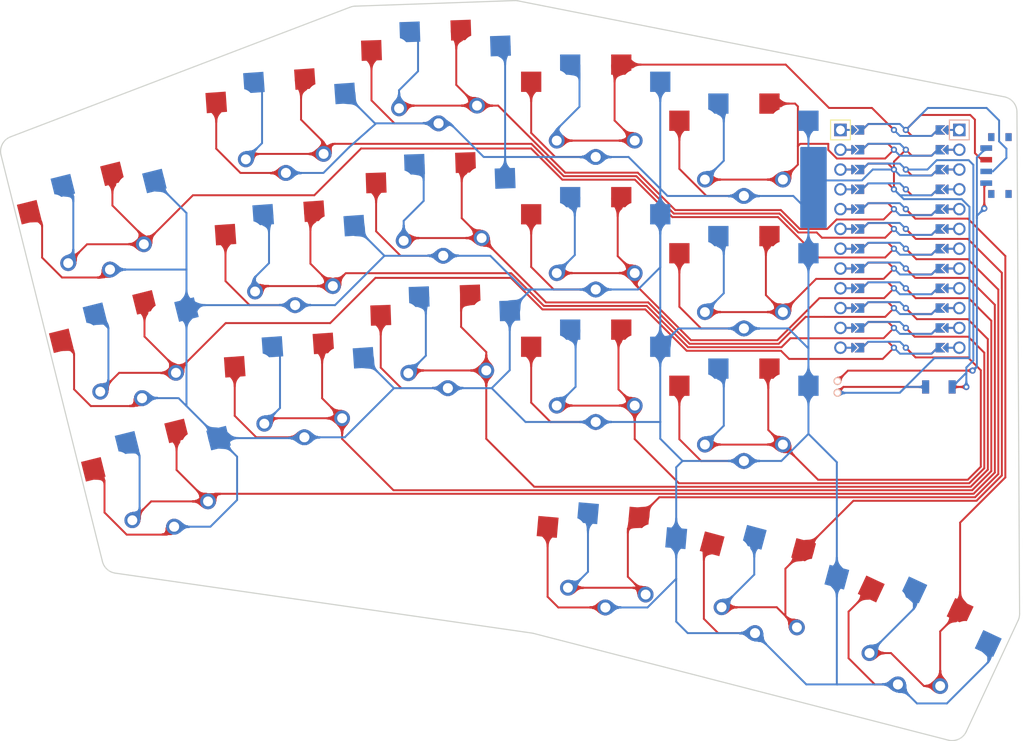
<source format=kicad_pcb>
(kicad_pcb (version 20211014) (generator pcbnew)
  (title_block (title "main") (rev "v1.0.0") (company "Unknown"))
  (layers (0 "F.Cu" signal) (31 "B.Cu" signal) (34 "B.Paste" user) (35 "F.Paste" user) (36 "B.SilkS" user "B.Silkscreen") (37 "F.SilkS" user "F.Silkscreen") (38 "B.Mask" user) (39 "F.Mask" user) (44 "Edge.Cuts" user))
  (net 0 "")
  (net 1 "P18")
  (net 2 "GND")
  (net 3 "P9")
  (net 4 "P4")
  (net 5 "P15")
  (net 6 "P8")
  (net 7 "P3")
  (net 8 "P14")
  (net 9 "P7")
  (net 10 "P2")
  (net 11 "P16")
  (net 12 "P6")
  (net 13 "P1")
  (net 14 "P10")
  (net 15 "P5")
  (net 16 "P0")
  (net 17 "P19")
  (net 18 "P20")
  (net 19 "P21")
  (net 20 "RAW")
  (net 21 "RST")
  (net 22 "VCC")
  (net 23 "pos")
  (footprint "lib:bat" (layer "F.Cu") (at 86.480319 -12.209837)
    (fp_text reference "")
    (fp_text value "")
  )
  (footprint "PG1350" (layer "F.Cu") (at 77.430722 13.682161 165)
    (fp_text reference "S34" hide)
    (fp_text value "" hide)
  )
  (footprint "PG1350" (layer "F.Cu") (at 35.130813 -51.922989 -178)
    (fp_text reference "S18" hide)
    (fp_text value "" hide)
  )
  (footprint "PG1350" (layer "F.Cu") (at 17.712461 -11.630508 4)
    (fp_text reference "S7" hide)
    (fp_text value "" hide)
  )
  (footprint "PG1350" (layer "F.Cu") (at 74.480319 -42.609837 180)
    (fp_text reference "S30" hide)
    (fp_text value "" hide)
  )
  (footprint "PG1350" (layer "F.Cu") (at -4.112672 -16.495027 -166)
    (fp_text reference "S4" hide)
    (fp_text value "" hide)
  )
  (footprint "PG1350" (layer "F.Cu") (at 55.480319 -47.609838)
    (fp_text reference "S23" hide)
    (fp_text value "" hide)
  )
  (footprint "PG1350" (layer "F.Cu") (at 55.480319 -13.609838)
    (fp_text reference "S19" hide)
    (fp_text value "" hide)
  )
  (footprint "PG1350" (layer "F.Cu") (at 74.480319 -8.609838 180)
    (fp_text reference "S26" hide)
    (fp_text value "" hide)
  )
  (footprint "Button_Switch_SMD:SW_SPDT_PCM12" (layer "F.Cu") (at 106.980319 -40.609837 90)
    (fp_text reference "")
    (fp_text value "")
  )
  (footprint "PG1350" (layer "F.Cu") (at 96.720944 20.610478 -25)
    (fp_text reference "S35" hide)
    (fp_text value "" hide)
  )
  (footprint "PG1350" (layer "F.Cu") (at 77.430722 13.682161 -15)
    (fp_text reference "S33" hide)
    (fp_text value "" hide)
  )
  (footprint "PG1350" (layer "F.Cu") (at 0 0 -166)
    (fp_text reference "S2" hide)
    (fp_text value "" hide)
  )
  (footprint "PG1350" (layer "F.Cu") (at 15.340741 -45.547686 4)
    (fp_text reference "S11" hide)
    (fp_text value "" hide)
  )
  (footprint "PG1350" (layer "F.Cu") (at 16.526601 -28.589097 4)
    (fp_text reference "S9" hide)
    (fp_text value "" hide)
  )
  (footprint "PG1350" (layer "F.Cu") (at -8.225345 -32.990055 14)
    (fp_text reference "S5" hide)
    (fp_text value "" hide)
  )
  (footprint "PG1350" (layer "F.Cu") (at 35.724104 -34.933345 -178)
    (fp_text reference "S16" hide)
    (fp_text value "" hide)
  )
  (footprint "PG1350" (layer "F.Cu") (at 15.340741 -45.547686 -176)
    (fp_text reference "S12" hide)
    (fp_text value "" hide)
  )
  (footprint "PG1350" (layer "F.Cu") (at 55.480319 -47.609838 180)
    (fp_text reference "S24" hide)
    (fp_text value "" hide)
  )
  (footprint "PG1350" (layer "F.Cu") (at 57.230473 10.208812 175)
    (fp_text reference "S32" hide)
    (fp_text value "" hide)
  )
  (footprint "PG1350" (layer "F.Cu") (at -4.112672 -16.495027 14)
    (fp_text reference "S3" hide)
    (fp_text value "" hide)
  )
  (footprint "PG1350" (layer "F.Cu") (at 74.480319 -42.609837)
    (fp_text reference "S29" hide)
    (fp_text value "" hide)
  )
  (footprint "PG1350" (layer "F.Cu") (at 74.480319 -8.609838)
    (fp_text reference "S25" hide)
    (fp_text value "" hide)
  )
  (footprint "PG1350" (layer "F.Cu") (at 36.317396 -17.943701 -178)
    (fp_text reference "S14" hide)
    (fp_text value "" hide)
  )
  (footprint "PG1350" (layer "F.Cu") (at 96.720944 20.610478 155)
    (fp_text reference "S36" hide)
    (fp_text value "" hide)
  )
  (footprint "PG1350" (layer "F.Cu") (at 35.724104 -34.933345 2)
    (fp_text reference "S15" hide)
    (fp_text value "" hide)
  )
  (footprint "PG1350" (layer "F.Cu") (at 55.480319 -30.609838)
    (fp_text reference "S21" hide)
    (fp_text value "" hide)
  )
  (footprint "PG1350" (layer "F.Cu") (at 74.480319 -25.609838)
    (fp_text reference "S27" hide)
    (fp_text value "" hide)
  )
  (footprint "PG1350" (layer "F.Cu") (at 35.130813 -51.922989 2)
    (fp_text reference "S17" hide)
    (fp_text value "" hide)
  )
  (footprint "PG1350" (layer "F.Cu") (at 0 0 14)
    (fp_text reference "S1" hide)
    (fp_text value "" hide)
  )
  (footprint "PG1350" (layer "F.Cu") (at 55.480319 -30.609838 180)
    (fp_text reference "S22" hide)
    (fp_text value "" hide)
  )
  (footprint "PG1350" (layer "F.Cu") (at 17.712461 -11.630508 -176)
    (fp_text reference "S8" hide)
    (fp_text value "" hide)
  )
  (footprint "PG1350" (layer "F.Cu") (at 16.526601 -28.589097 -176)
    (fp_text reference "S10" hide)
    (fp_text value "" hide)
  )
  (footprint "PG1350" (layer "F.Cu") (at -8.225345 -32.990055 -166)
    (fp_text reference "S6" hide)
    (fp_text value "" hide)
  )
  (footprint "PG1350" (layer "F.Cu") (at 55.480319 -13.609838 180)
    (fp_text reference "S20" hide)
    (fp_text value "" hide)
  )
  (footprint "PG1350" (layer "F.Cu") (at 36.317396 -17.943701 2)
    (fp_text reference "S13" hide)
    (fp_text value "" hide)
  )
  (footprint "PG1350" (layer "F.Cu") (at 74.480319 -25.609838 180)
    (fp_text reference "S28" hide)
    (fp_text value "" hide)
  )
  (footprint "PG1350" (layer "F.Cu") (at 57.230473 10.208812 -5)
    (fp_text reference "S31" hide)
    (fp_text value "" hide)
  )
  (footprint "Button_Switch_SMD:SW_SPST_B3U-1000P" (layer "F.Cu") (at 99.480319 -12.209837)
    (fp_text reference "")
    (fp_text value "")
  )
  (footprint "ProMicro" (layer "F.Cu") (at 94.480319 -31.209837 -90)
    (fp_text reference "MCU1" hide)
    (fp_text value "")
  )
  (gr_line (start 45.062146 -61.77559) (end 24.638475 -61.062379) (layer "Edge.Cuts") (width 0.15))
  (gr_line (start 109.827072 16.895456) (end 109.488908 -47.474929) (layer "Edge.Cuts") (width 0.15))
  (gr_line (start -6.110584 11.683032) (end 47.285126 19.370802) (layer "Edge.Cuts") (width 0.15))
  (gr_line (start -20.765477 -41.950122) (end -7.76616 10.187288) (layer "Edge.Cuts") (width 0.15))
  (gr_arc (start 102.987931 32.015996) (mid 102.029389 32.979229) (end 100.676559 33.107573) (layer "Edge.Cuts") (width 0.15))
  (gr_arc (start 109.827072 16.895456) (mid 109.780822 17.333711) (end 109.639715 17.751199) (layer "Edge.Cuts") (width 0.15))
  (gr_line (start 23.994575 -60.931922) (end -19.538583 -44.30229) (layer "Edge.Cuts") (width 0.15))
  (gr_line (start 102.987931 32.015997) (end 109.639715 17.751199) (layer "Edge.Cuts") (width 0.15))
  (gr_arc (start 23.994576 -60.931921) (mid 24.311132 -61.02377) (end 24.638475 -61.062379) (layer "Edge.Cuts") (width 0.15))
  (gr_arc (start 47.285126 19.370802) (mid 47.39258 19.389275) (end 47.498867 19.413577) (layer "Edge.Cuts") (width 0.15))
  (gr_line (start 107.876355 -49.42654) (end 45.519365 -61.738926) (layer "Edge.Cuts") (width 0.15))
  (gr_arc (start -20.765476 -41.950122) (mid -20.598155 -43.358905) (end -19.538583 -44.30229) (layer "Edge.Cuts") (width 0.15))
  (gr_arc (start 45.062146 -61.77559) (mid 45.29181 -61.770409) (end 45.519365 -61.738926) (layer "Edge.Cuts") (width 0.15))
  (gr_arc (start -6.110584 11.683031) (mid -7.166331 11.187478) (end -7.76616 10.187288) (layer "Edge.Cuts") (width 0.15))
  (gr_arc (start 107.876355 -49.42654) (mid 109.030722 -48.738351) (end 109.488908 -47.474929) (layer "Edge.Cuts") (width 0.15))
  (gr_line (start 47.498867 19.413577) (end 100.676559 33.107573) (layer "Edge.Cuts") (width 0.15))
  (segment (start 106.651497 -22.748503) (end 106.651497 -1.222877) (width 0.25) (layer "F.Cu") (net 1))
  (segment (start 95.242319 -27.399837) (end 96.442156 -26.2) (width 0.25) (layer "F.Cu") (net 1))
  (segment (start 96.442156 -26.2) (end 103.2 -26.2) (width 0.25) (layer "F.Cu") (net 1))
  (segment (start 1.738283 -1.554985) (end 1.738283 -6.565554) (width 0.25) (layer "F.Cu") (net 1))
  (segment (start 6.747298 1.500998) (end 5.770782 2.477514) (width 0.25) (layer "F.Cu") (net 1))
  (segment (start -3.932175 4.896733) (end -1.512956 2.477514) (width 0.25) (layer "F.Cu") (net 1))
  (segment (start 5.770782 2.477514) (end 1.738283 -1.554985) (width 0.25) (layer "F.Cu") (net 1))
  (segment (start 103.927622 1.500998) (end 6.747298 1.500998) (width 0.25) (layer "F.Cu") (net 1))
  (segment (start -1.512956 2.477514) (end 5.770782 2.477514) (width 0.25) (layer "F.Cu") (net 1))
  (segment (start 103.2 -26.2) (end 106.651497 -22.748503) (width 0.25) (layer "F.Cu") (net 1))
  (segment (start 106.651497 -1.222877) (end 103.927622 1.500998) (width 0.25) (layer "F.Cu") (net 1))
  (segment (start -3.932175 4.896733) (end -3 3.964558) (width 0.25) (layer "B.Cu") (net 1))
  (segment (start -3 -3.363811) (end -4.617154 -4.980965) (width 0.25) (layer "B.Cu") (net 1))
  (segment (start -3 3.964558) (end -3 -3.363811) (width 0.25) (layer "B.Cu") (net 1))
  (segment (start 68.990162 -19.709838) (end 66.205319 -22.494681) (width 0.25) (layer "F.Cu") (net 2))
  (segment (start 50.290162 -41.709838) (end 47.205319 -44.794681) (width 0.25) (layer "F.Cu") (net 2))
  (segment (start -12.949311 -26.249311) (end -15.5 -28.8) (width 0.25) (layer "F.Cu") (net 2))
  (segment (start -3.701332 -9.754283) (end -9.254283 -9.754283) (width 0.25) (layer "F.Cu") (net 2))
  (segment (start 47.205319 -10.194681) (end 47.205319 -17.359838) (width 0.25) (layer "F.Cu") (net 2))
  (segment (start -7.5 -0.200301) (end -8.936404 -1.636705) (width 0.25) (layer "F.Cu") (net 2))
  (segment (start -15.5 -28.8) (end -15.5 -32.965011) (width 0.25) (layer "F.Cu") (net 2))
  (segment (start 74.480319 -2.709838) (end 68.990162 -2.709838) (width 0.25) (layer "F.Cu") (net 2))
  (segment (start 47.205319 -44.794681) (end 47.205319 -51.359838) (width 0.25) (layer "F.Cu") (net 2))
  (segment (start 27.323272 -32.176728) (end 27.323272 -38.392267) (width 0.25) (layer "F.Cu") (net 2))
  (segment (start -9.254283 -9.754283) (end -11.4 -11.9) (width 0.25) (layer "F.Cu") (net 2))
  (segment (start 11.096531 -22.703469) (end 8.010172 -25.789828) (width 0.25) (layer "F.Cu") (net 2))
  (segment (start 1.427339 5.724745) (end 0.41134 6.740744) (width 0.25) (layer "F.Cu") (net 2))
  (segment (start 35.33672 -46.026583) (end 29.673417 -46.026583) (width 0.25) (layer "F.Cu") (net 2))
  (segment (start 95.242319 -42.639837) (end 93.718319 -41.115837) (width 0.25) (layer "F.Cu") (net 2))
  (segment (start 87.9 16.620724) (end 90.806066 13.714658) (width 0.25) (layer "F.Cu") (net 2))
  (segment (start 74.480319 -19.709838) (end 68.990162 -19.709838) (width 0.25) (layer "F.Cu") (net 2))
  (segment (start 66.205319 -40.188376) (end 66.205319 -46.359837) (width 0.25) (layer "F.Cu") (net 2))
  (segment (start 93.718319 -41.115837) (end 93.718319 -40.099837) (width 0.25) (layer "F.Cu") (net 2))
  (segment (start 55.480319 -41.709838) (end 50.290162 -41.709838) (width 0.25) (layer "F.Cu") (net 2))
  (segment (start 0.41134 6.740744) (end -4.659256 6.740744) (width 0.25) (layer "F.Cu") (net 2))
  (segment (start 75.90369 19.381123) (end 71.181123 19.381123) (width 0.25) (layer "F.Cu") (net 2))
  (segment (start 16.938164 -22.703469) (end 11.096531 -22.703469) (width 0.25) (layer "F.Cu") (net 2))
  (segment (start 94.227496 25.957694) (end 91.257694 25.957694) (width 0.25) (layer "F.Cu") (net 2))
  (segment (start 97.780319 -12.209837) (end 87.230319 -12.209837) (width 0.25) (layer "F.Cu") (net 2))
  (segment (start -4.659256 6.740744) (end -7.5 3.9) (width 0.25) (layer "F.Cu") (net 2))
  (segment (start 36.523303 -12.047295) (end 30.552705 -12.047295) (width 0.25) (layer "F.Cu") (net 2))
  (segment (start 87.9 22.6) (end 87.9 16.620724) (width 0.25) (layer "F.Cu") (net 2))
  (segment (start 66.205319 -22.494681) (end 66.205319 -29.359838) (width 0.25) (layer "F.Cu") (net 2))
  (segment (start 26.729981 -48.970019) (end 26.729981 -55.381911) (width 0.25) (layer "F.Cu") (net 2))
  (segment (start 87.230319 -12.209837) (end 86.480319 -11.459837) (width 0.25) (layer "F.Cu") (net 2))
  (segment (start 91.257694 25.957694) (end 87.9 22.6) (width 0.25) (layer "F.Cu") (net 2))
  (segment (start -11.4 -16.482656) (end -13.049076 -18.131732) (width 0.25) (layer "F.Cu") (net 2))
  (segment (start 66.205319 -5.494681) (end 66.205319 -12.359838) (width 0.25) (layer "F.Cu") (net 2))
  (segment (start -7.814005 -26.249311) (end -12.949311 -26.249311) (width 0.25) (layer "F.Cu") (net 2))
  (segment (start 55.480319 -7.709838) (end 49.690162 -7.709838) (width 0.25) (layer "F.Cu") (net 2))
  (segment (start 69.346811 8.979658) (end 70.408257 7.918212) (width 0.25) (layer "F.Cu") (net 2))
  (segment (start 71.181123 19.381123) (end 69.346811 17.546811) (width 0.25) (layer "F.Cu") (net 2))
  (segment (start 27.916564 -14.683436) (end 27.916564 -21.402623) (width 0.25) (layer "F.Cu") (net 2))
  (segment (start -7.5 3.9) (end -7.5 -0.200301) (width 0.25) (layer "F.Cu") (net 2))
  (segment (start 68.990162 -2.709838) (end 66.205319 -5.494681) (width 0.25) (layer "F.Cu") (net 2))
  (segment (start 93.718319 -40.099837) (end 93.718319 -37.559837) (width 0.25) (layer "F.Cu") (net 2))
  (segment (start 35.930011 -29.036939) (end 30.463061 -29.036939) (width 0.25) (layer "F.Cu") (net 2))
  (segment (start 29.673417 -46.026583) (end 26.729981 -48.970019) (width 0.25) (layer "F.Cu") (net 2))
  (segment (start 30.463061 -29.036939) (end 27.323272 -32.176728) (width 0.25) (layer "F.Cu") (net 2))
  (segment (start 74.480319 -36.709837) (end 69.683858 -36.709837) (width 0.25) (layer "F.Cu") (net 2))
  (segment (start 69.683858 -36.709837) (end 66.205319 -40.188376) (width 0.25) (layer "F.Cu") (net 2))
  (segment (start 6.824312 -42.775688) (end 6.824312 -48.711316) (width 0.25) (layer "F.Cu") (net 2))
  (segment (start 9.196032 -8.503968) (end 9.196032 -14.794138) (width 0.25) (layer "F.Cu") (net 2))
  (segment (start 49.690162 -7.709838) (end 47.205319 -10.194681) (width 0.25) (layer "F.Cu") (net 2))
  (segment (start -15.5 -32.965011) (end -17.161749 -34.62676) (width 0.25) (layer "F.Cu") (net 2))
  (segment (start 11.95512 -5.74488) (end 9.196032 -8.503968) (width 0.25) (layer "F.Cu") (net 2))
  (segment (start 18.124024 -5.74488) (end 11.95512 -5.74488) (width 0.25) (layer "F.Cu") (net 2))
  (segment (start -6.798006 -27.26531) (end -7.814005 -26.249311) (width 0.25) (layer "F.Cu") (net 2))
  (segment (start 47.205319 -27.594681) (end 47.205319 -34.359838) (width 0.25) (layer "F.Cu") (net 2))
  (segment (start 8.010172 -25.789828) (end 8.010172 -31.752727) (width 0.25) (layer "F.Cu") (net 2))
  (segment (start -2.685333 -10.770282) (end -3.701332 -9.754283) (width 0.25) (layer "F.Cu") (net 2))
  (segment (start 69.346811 17.546811) (end 69.346811 8.979658) (width 0.25) (layer "F.Cu") (net 2))
  (segment (start 50.686361 16.086361) (end 49.313796 14.713796) (width 0.25) (layer "F.Cu") (net 2))
  (segment (start 9.937942 -39.662058) (end 6.824312 -42.775688) (width 0.25) (layer "F.Cu") (net 2))
  (segment (start 50.090162 -24.709838) (end 47.205319 -27.594681) (width 0.25) (layer "F.Cu") (net 2))
  (segment (start 49.313796 14.713796) (end 49.313796 5.751868) (width 0.25) (layer "F.Cu") (net 2))
  (segment (start 15.752304 -39.662058) (end 9.937942 -39.662058) (width 0.25) (layer "F.Cu") (net 2))
  (segment (start 55.480319 -24.709838) (end 50.090162 -24.709838) (width 0.25) (layer "F.Cu") (net 2))
  (segment (start 30.552705 -12.047295) (end 27.916564 -14.683436) (width 0.25) (layer "F.Cu") (net 2))
  (segment (start 56.716254 16.086361) (end 50.686361 16.086361) (width 0.25) (layer "F.Cu") (net 2))
  (segment (start -11.4 -11.9) (end -11.4 -16.482656) (width 0.25) (layer "F.Cu") (net 2))
  (segment (start 82.755319 -29.359838) (end 82.755319 -34.764355) (width 0.25) (layer "B.Cu") (net 2))
  (segment (start 55.480319 -24.709838) (end 47.18611 -24.709838) (width 0.25) (layer "B.Cu") (net 2))
  (segment (start 95.209837 -12.209837) (end 97.780319 -12.209837) (width 0.25) (layer "B.Cu") (net 2))
  (segment (start 98.9 -15.9) (end 103.4 -15.9) (width 0.25) (layer "B.Cu") (net 2))
  (segment (start 82.755319 -38.7) (end 82.755319 -46.359837) (width 0.25) (layer "B.Cu") (net 2))
  (segment (start 102.411147 -36.3) (end 94.978156 -36.3) (width 0.25) (layer "B.Cu") (net 2))
  (segment (start 105.805459 23.094541) (end 105.805459 20.70899) (width 0.25) (layer "B.Cu") (net 2))
  (segment (start 66.105319 -19.709838) (end 63.755319 -17.359838) (width 0.25) (layer "B.Cu") (net 2))
  (segment (start 47.18611 -24.709838) (end 46.290162 -24.709838) (width 0.25) (layer "B.Cu") (net 2))
  (segment (start 63.755319 -34.359838) (end 63.755319 -27.555319) (width 0.25) (layer "B.Cu") (net 2))
  (segment (start 65.800818 7.194296) (end 65.800818 -1.900818) (width 0.25) (layer "B.Cu") (net 2))
  (segment (start 63.755319 -37.644681) (end 63.755319 -51.359838) (width 0.25) (layer "B.Cu") (net 2))
  (segment (start 42.147295 -12.047295) (end 44.456482 -14.356482) (width 0.25) (layer "B.Cu") (net 2))
  (segment (start 35.33672 -46.026583) (end 27.326583 -46.026583) (width 0.25) (layer "B.Cu") (net 2))
  (segment (start 27.326583 -46.026583) (end 27.1732 -46.026583) (width 0.25) (layer "B.Cu") (net 2))
  (segment (start 94.978156 -36.3) (end 93.718319 -37.559837) (width 0.25) (layer "B.Cu") (net 2))
  (segment (start 86.442306 25.957694) (end 94.227496 25.957694) (width 0.25) (layer "B.Cu") (net 2))
  (segment (start 55.480319 -41.709838) (end 41.123206 -41.709838) (width 0.25) (layer "B.Cu") (net 2))
  (segment (start 82.755319 -12.359838) (end 82.755319 -17.144681) (width 0.25) (layer "B.Cu") (net 2))
  (segment (start 9.5 2.3) (end 6.075255 5.724745) (width 0.25) (layer "B.Cu") (net 2))
  (segment (start 82.755319 -17.144681) (end 82.755319 -29.359838) (width 0.25) (layer "B.Cu") (net 2))
  (segment (start 74.480319 -2.709838) (end 79.27678 -2.709838) (width 0.25) (layer "B.Cu") (net 2))
  (segment (start 3.009318 -27.290682) (end 3.009318 -22.13554) (width 0.25) (layer "B.Cu") (net 2))
  (segment (start 41.123206 -41.709838) (end 36.806461 -46.026583) (width 0.25) (layer "B.Cu") (net 2))
  (segment (start 22.056645 -22.703469) (end 16.938164 -22.703469) (width 0.25) (layer "B.Cu") (net 2))
  (segment (start 44.456482 -14.356482) (end 44.456482 -21.98021) (width 0.25) (layer "B.Cu") (net 2))
  (segment (start 3.009318 -9.753185) (end 1.992221 -10.770282) (width 0.25) (layer "B.Cu") (net 2))
  (segment (start 63.755319 -17.359838) (end 63.755319 -7.721176) (width 0.25) (layer "B.Cu") (net 2))
  (segment (start 63.755319 -34.359838) (end 63.755319 -37.644681) (width 0.25) (layer "B.Cu") (net 2))
  (segment (start 65.800818 17.900818) (end 67.281123 19.381123) (width 0.25) (layer "B.Cu") (net 2))
  (segment (start 86.39433 -2.549366) (end 82.755319 -6.188377) (width 0.25) (layer "B.Cu") (net 2))
  (segment (start 63.755319 -37.644681) (end 59.690162 -41.709838) (width 0.25) (layer "B.Cu") (net 2))
  (segment (start 82.480261 25.957694) (end 86.442306 25.957694) (width 0.25) (layer "B.Cu") (net 2))
  (segment (start 46.290162 -24.709838) (end 41.963061 -29.036939) (width 0.25) (layer "B.Cu") (net 2))
  (segment (start 82.755319 -34.764355) (end 82.755319 -38.7) (width 0.25) (layer "B.Cu") (net 2))
  (segment (start 43.86319 -38.969854) (end 43.86319 -55.366207) (width 0.25) (layer "B.Cu") (net 2))
  (segment (start 36.523303 -12.047295) (end 42.147295 -12.047295) (width 0.25) (layer "B.Cu") (net 2))
  (segment (start 15.752304 -39.662058) (end 20.562058 -39.662058) (width 0.25) (layer "B.Cu") (net 2))
  (segment (start 55.480319 -7.709838) (end 63.743981 -7.709838) (width 0.25) (layer "B.Cu") (net 2))
  (segment (start 89.6 -38.7) (end 90.999837 -40.099837) (width 0.25) (layer "B.Cu") (net 2))
  (segment (start 65.800818 7.194296) (end 65.800818 12.406029) (width 0.25) (layer "B.Cu") (net 2))
  (segment (start 63.743981 -7.709838) (end 63.755319 -7.721176) (width 0.25) (layer "B.Cu") (net 2))
  (segment (start 7.12199 -5.640513) (end 9.5 -3.262503) (width 0.25) (layer "B.Cu") (net 2))
  (segment (start 7.12199 -5.640513) (end 18.019657 -5.640513) (width 0.25) (layer "B.Cu") (net 2))
  (segment (start 79.27678 -2.709838) (end 82.755319 -6.188377) (width 0.25) (layer "B.Cu") (net 2))
  (segment (start 3.009318 -34.517895) (end 3.009318 -27.290682) (width 0.25) (layer "B.Cu") (net 2))
  (segment (start 23.304615 -5.74488) (end 29.60703 -12.047295) (width 0.25) (layer "B.Cu") (net 2))
  (segment (start 7.12199 -5.640513) (end 3.009318 -9.753185) (width 0.25) (layer "B.Cu") (net 2))
  (segment (start 86.480319 -11.459837) (end 94.459837 -11.459837) (width 0.25) (layer "B.Cu") (net 2))
  (segment (start 74.480319 -19.709838) (end 80.190162 -19.709838) (width 0.25) (layer "B.Cu") (net 2))
  (segment (start 41.963061 -29.036939) (end 35.930011 -29.036939) (width 0.25) (layer "B.Cu") (net 2))
  (segment (start 46.484752 -7.709838) (end 42.147295 -12.047295) (width 0.25) (layer "B.Cu") (net 2))
  (segment (start 74.480319 -36.709837) (end 64.690163 -36.709837) (width 0.25) (layer "B.Cu") (net 2))
  (segment (start 9.5 -3.262503) (end 9.5 2.3) (width 0.25) (layer "B.Cu") (net 2))
  (segment (start 82.755319 -6.188377) (end 82.755319 -12.359838) (width 0.25) (layer "B.Cu") (net 2))
  (segment (start 59.690162 -41.709838) (end 55.480319 -41.709838) (width 0.25) (layer "B.Cu") (net 2))
  (segment (start 103.4 -35.311147) (end 102.411147 -36.3) (width 0.25) (layer "B.Cu") (net 2))
  (segment (start 94.227496 25.957694) (end 96.669802 28.4) (width 0.25) (layer "B.Cu") (net 2))
  (segment (start 65.800818 12.406029) (end 62.120486 16.086361) (width 0.25) (layer "B.Cu") (net 2))
  (segment (start 20.562058 -39.662058) (end 23.819714 -42.919714) (width 0.25) (layer "B.Cu") (net 2))
  (segment (start 27.326583 -46.026583) (end 23.819714 -42.919714) (width 0.25) (layer "B.Cu") (net 2))
  (segment (start 86.39433 12.201667) (end 86.39433 25.909718) (width 0.25) (layer "B.Cu") (net 2))
  (segment (start 94.459837 -11.459837) (end 98.9 -15.9) (width 0.25) (layer "B.Cu") (net 2))
  (segment (start 29.60703 -12.047295) (end 36.523303 -12.047295) (width 0.25) (layer "B.Cu") (net 2))
  (segment (start 63.755319 -27.555319) (end 60.909838 -24.709838) (width 0.25) (layer "B.Cu") (net 2))
  (segment (start 94.459837 -11.459837) (end 95.209837 -12.209837) (width 0.25) (layer "B.Cu") (net 2))
  (segment (start 36.806461 -46.026583) (end 35.33672 -46.026583) (width 0.25) (layer "B.Cu") (net 2))
  (segment (start 90.999837 -40.099837) (end 93.718319 -40.099837) (width 0.25) (layer "B.Cu") (net 2))
  (segment (start 66.609838 -2.709838) (end 63.755319 -5.564357) (width 0.25) (layer "B.Cu") (net 2))
  (segment (start 80.809837 -36.709837) (end 82.755319 -34.764355) (width 0.25) (layer "B.Cu") (net 2))
  (segment (start -1.103355 -38.630568) (end 3.009318 -34.517895) (width 0.25) (layer "B.Cu") (net 2))
  (segment (start 18.124024 -5.74488) (end 23.304615 -5.74488) (width 0.25) (layer "B.Cu") (net 2))
  (segment (start 86.39433 12.201667) (end 86.39433 -2.549366) (width 0.25) (layer "B.Cu") (net 2))
  (segment (start 67.281123 19.381123) (end 75.90369 19.381123) (width 0.25) (layer "B.Cu") (net 2))
  (segment (start 80.190162 -19.709838) (end 82.755319 -17.144681) (width 0.25) (layer "B.Cu") (net 2))
  (segment (start 86.39433 25.909718) (end 86.442306 25.957694) (width 0.25) (layer "B.Cu") (net 2))
  (segment (start 75.90369 19.381123) (end 82.480261 25.957694) (width 0.25) (layer "B.Cu") (net 2))
  (segment (start -6.798006 -27.26531) (end 2.983946 -27.26531) (width 0.25) (layer "B.Cu") (net 2))
  (segment (start 3.009318 -9.753185) (end 3.009318 -22.13554) (width 0.25) (layer "B.Cu") (net 2))
  (segment (start 25.705717 -15.948608) (end 29.60703 -12.047295) (width 0.25) (layer "B.Cu") (net 2))
  (segment (start 80.809837 -36.709837) (end 74.480319 -36.709837) (width 0.25) (layer "B.Cu") (net 2))
  (segment (start 62.120486 16.086361) (end 56.716254 16.086361) (width 0.25) (layer "B.Cu") (net 2))
  (segment (start 63.755319 -34.359838) (end 63.755319 -17.359838) (width 0.25) (layer "B.Cu") (net 2))
  (segment (start 16.938164 -22.703469) (end 3.577247 -22.703469) (width 0.25) (layer "B.Cu") (net 2))
  (segment (start 47.18611 -24.709838) (end 44.456482 -21.98021) (width 0.25) (layer "B.Cu") (net 2))
  (segment (start 64.690163 -36.709837) (end 63.755319 -37.644681) (width 0.25) (layer "B.Cu") (net 2))
  (segment (start 74.480319 -19.709838) (end 66.105319 -19.709838) (width 0.25) (layer "B.Cu") (net 2))
  (segment (start 60.909838 -24.709838) (end 55.480319 -24.709838) (width 0.25) (layer "B.Cu") (net 2))
  (segment (start 103.4 -15.9) (end 103.4 -35.311147) (width 0.25) (layer "B.Cu") (net 2))
  (segment (start 1.992221 -10.770282) (end -2.685333 -10.770282) (width 0.25) (layer "B.Cu") (net 2))
  (segment (start 28.390115 -29.036939) (end 24.519857 -32.907197) (width 0.25) (layer "B.Cu") (net 2))
  (segment (start 27.1732 -46.026583) (end 23.333997 -49.865786) (width 0.25) (layer "B.Cu") (net 2))
  (segment (start 82.755319 -38.7) (end 89.6 -38.7) (width 0.25) (layer "B.Cu") (net 2))
  (segment (start 96.669802 28.4) (end 100.5 28.4) (width 0.25) (layer "B.Cu") (net 2))
  (segment (start 100.5 28.4) (end 105.805459 23.094541) (width 0.25) (layer "B.Cu") (net 2))
  (segment (start 74.480319 -2.709838) (end 66.609838 -2.709838) (width 0.25) (layer "B.Cu") (net 2))
  (segment (start 63.755319 -7.721176) (end 63.755319 -5.564357) (width 0.25) (layer "B.Cu") (net 2))
  (segment (start 35.930011 -29.036939) (end 28.390115 -29.036939) (width 0.25) (layer "B.Cu") (net 2))
  (segment (start 28.390115 -29.036939) (end 22.056645 -22.703469) (width 0.25) (layer "B.Cu") (net 2))
  (segment (start 65.800818 12.406029) (end 65.800818 17.900818) (width 0.25) (layer "B.Cu") (net 2))
  (segment (start 55.480319 -7.709838) (end 46.484752 -7.709838) (width 0.25) (layer "B.Cu") (net 2))
  (segment (start 65.800818 -1.900818) (end 66.609838 -2.709838) (width 0.25) (layer "B.Cu") (net 2))
  (segment (start 6.075255 5.724745) (end 1.427339 5.724745) (width 0.25) (layer "B.Cu") (net 2))
  (segment (start 2.983946 -27.26531) (end 3.009318 -27.290682) (width 0.25) (layer "B.Cu") (net 2))
  (segment (start -2.374389 -18.674389) (end -2.374389 -23.060581) (width 0.25) (layer "F.Cu") (net 3))
  (segment (start 80.277534 -15.8) (end 79.227035 -16.850499) (width 0.25) (layer "F.Cu") (net 3))
  (segment (start -5.625628 -14.017513) (end -8.044847 -11.598294) (width 0.25) (layer "F.Cu") (net 3))
  (segment (start 44.6 -26.2) (end 27.23569 -26.2) (width 0.25) (layer "F.Cu") (net 3))
  (segment (start 27.23569 -26.2) (end 21.43569 -20.4) (width 0.25) (layer "F.Cu") (net 3))
  (segment (start 1.65811 -14.64189) (end -2.374389 -18.674389) (width 0.25) (layer "F.Cu") (net 3))
  (segment (start 21.43569 -20.4) (end 8.040597 -20.4) (width 0.25) (layer "F.Cu") (net 3))
  (segment (start 92.278482 -15.8) (end 80.277534 -15.8) (width 0.25) (layer "F.Cu") (net 3))
  (segment (start 93.718319 -17.239837) (end 92.278482 -15.8) (width 0.25) (layer "F.Cu") (net 3))
  (segment (start 8.040597 -20.4) (end 1.65811 -14.017513) (width 0.25) (layer "F.Cu") (net 3))
  (segment (start 67.142431 -16.850499) (end 61.842431 -22.150499) (width 0.25) (layer "F.Cu") (net 3))
  (segment (start 48.649501 -22.150499) (end 44.6 -26.2) (width 0.25) (layer "F.Cu") (net 3))
  (segment (start 1.65811 -14.017513) (end -5.625628 -14.017513) (width 0.25) (layer "F.Cu") (net 3))
  (segment (start 79.227035 -16.850499) (end 67.142431 -16.850499) (width 0.25) (layer "F.Cu") (net 3))
  (segment (start 61.842431 -22.150499) (end 48.649501 -22.150499) (width 0.25) (layer "F.Cu") (net 3))
  (segment (start -7 -12.643141) (end -7 -19.746166) (width 0.25) (layer "B.Cu") (net 3))
  (segment (start -7 -19.746166) (end -8.729826 -21.475992) (width 0.25) (layer "B.Cu") (net 3))
  (segment (start -8.044847 -11.598294) (end -7 -12.643141) (width 0.25) (layer "B.Cu") (net 3))
  (segment (start -2.454563 -30.512541) (end -9.738301 -30.512541) (width 0.25) (layer "F.Cu") (net 4))
  (segment (start 65.3 -34) (end 60.5 -38.8) (width 0.25) (layer "F.Cu") (net 4))
  (segment (start 92.593319 -28.814837) (end 84.036299 -28.814837) (width 0.25) (layer "F.Cu") (net 4))
  (segment (start 47.2 -42.8) (end 25.4 -42.8) (width 0.25) (layer "F.Cu") (net 4))
  (segment (start -2.454563 -30.512541) (end -2.454563 -31.454563) (width 0.25) (layer "F.Cu") (net 4))
  (segment (start 80 -32.851842) (end 78.851842 -34) (width 0.25) (layer "F.Cu") (net 4))
  (segment (start 80 -32.851136) (end 80 -32.851842) (width 0.25) (layer "F.Cu") (net 4))
  (segment (start -9.738301 -30.512541) (end -12.15752 -28.093322) (width 0.25) (layer "F.Cu") (net 4))
  (segment (start 3.832896 -36.8) (end -2.454563 -30.512541) (width 0.25) (layer "F.Cu") (net 4))
  (segment (start 93.718319 -29.939837) (end 92.593319 -28.814837) (width 0.25) (layer "F.Cu") (net 4))
  (segment (start 19.4 -36.8) (end 3.832896 -36.8) (width 0.25) (layer "F.Cu") (net 4))
  (segment (start 25.4 -42.8) (end 19.4 -36.8) (width 0.25) (layer "F.Cu") (net 4))
  (segment (start 78.851842 -34) (end 65.3 -34) (width 0.25) (layer "F.Cu") (net 4))
  (segment (start 51.2 -38.8) (end 47.2 -42.8) (width 0.25) (layer "F.Cu") (net 4))
  (segment (start -6.487062 -35.487062) (end -6.487062 -39.555609) (width 0.25) (layer "F.Cu") (net 4))
  (segment (start 84.036299 -28.814837) (end 80 -32.851136) (width 0.25) (layer "F.Cu") (net 4))
  (segment (start 60.5 -38.8) (end 51.2 -38.8) (width 0.25) (layer "F.Cu") (net 4))
  (segment (start -2.454563 -31.454563) (end -6.487062 -35.487062) (width 0.25) (layer "F.Cu") (net 4))
  (segment (start -12.842499 -37.97102) (end -11.5 -36.628521) (width 0.25) (layer "B.Cu") (net 4))
  (segment (start -11.5 -36.628521) (end -11.5 -28.750842) (width 0.25) (layer "B.Cu") (net 4))
  (segment (start -11.5 -28.750842) (end -12.15752 -28.093322) (width 0.25) (layer "B.Cu") (net 4))
  (segment (start 20.4 -10.753903) (end 20.4 -17.630035) (width 0.25) (layer "F.Cu") (net 5))
  (segment (start 22.965356 -8.188547) (end 13.68728 -8.188547) (width 0.25) (layer "F.Cu") (net 5))
  (segment (start 103.741433 1.051497) (end 29.551497 1.051497) (width 0.25) (layer "F.Cu") (net 5))
  (segment (start 106.201996 -20.698004) (end 106.201996 -1.409066) (width 0.25) (layer "F.Cu") (net 5))
  (segment (start 29.551497 1.051497) (end 22.965356 -5.534644) (width 0.25) (layer "F.Cu") (net 5))
  (segment (start 96.502156 -23.6) (end 103.3 -23.6) (width 0.25) (layer "F.Cu") (net 5))
  (segment (start 13.68728 -8.188547) (end 12.989715 -7.490982) (width 0.25) (layer "F.Cu") (net 5))
  (segment (start 106.201996 -1.409066) (end 103.741433 1.051497) (width 0.25) (layer "F.Cu") (net 5))
  (segment (start 22.965356 -8.188547) (end 20.4 -10.753903) (width 0.25) (layer "F.Cu") (net 5))
  (segment (start 95.242319 -24.859837) (end 96.502156 -23.6) (width 0.25) (layer "F.Cu") (net 5))
  (segment (start 103.3 -23.6) (end 106.201996 -20.698004) (width 0.25) (layer "F.Cu") (net 5))
  (segment (start 22.965356 -5.534644) (end 22.965356 -8.188547) (width 0.25) (layer "F.Cu") (net 5))
  (segment (start 12.989715 -7.490982) (end 15 -9.501267) (width 0.25) (layer "B.Cu") (net 5))
  (segment (start 15 -9.501267) (end 15 -16.36795) (width 0.25) (layer "B.Cu") (net 5))
  (segment (start 93.718319 -19.779837) (end 92.390319 -18.451837) (width 0.25) (layer "F.Cu") (net 6))
  (segment (start 12.50142 -25.147136) (end 11.803855 -24.449571) (width 0.25) (layer "F.Cu") (net 6))
  (segment (start 62.02862 -22.6) (end 48.83569 -22.6) (width 0.25) (layer "F.Cu") (net 6))
  (segment (start 67.32862 -17.3) (end 62.02862 -22.6) (width 0.25) (layer "F.Cu") (net 6))
  (segment (start 18.9 -28.026632) (end 18.9 -34.274484) (width 0.25) (layer "F.Cu") (net 6))
  (segment (start 21.779496 -25.147136) (end 18.9 -28.026632) (width 0.25) (layer "F.Cu") (net 6))
  (segment (start 79.3 -17.3) (end 67.32862 -17.3) (width 0.25) (layer "F.Cu") (net 6))
  (segment (start 21.779496 -25.147136) (end 12.50142 -25.147136) (width 0.25) (layer "F.Cu") (net 6))
  (segment (start 80.451837 -18.451837) (end 79.3 -17.3) (width 0.25) (layer "F.Cu") (net 6))
  (segment (start 48.83569 -22.6) (end 44.63569 -26.8) (width 0.25) (layer "F.Cu") (net 6))
  (segment (start 92.390319 -18.451837) (end 80.451837 -18.451837) (width 0.25) (layer "F.Cu") (net 6))
  (segment (start 23.43236 -26.8) (end 21.779496 -25.147136) (width 0.25) (layer "F.Cu") (net 6))
  (segment (start 44.63569 -26.8) (end 23.43236 -26.8) (width 0.25) (layer "F.Cu") (net 6))
  (segment (start 13.593802 -28.093802) (end 13.593802 -33.546877) (width 0.25) (layer "B.Cu") (net 6))
  (segment (start 11.803855 -26.303855) (end 13.593802 -28.093802) (width 0.25) (layer "B.Cu") (net 6))
  (segment (start 11.803855 -24.449571) (end 11.803855 -26.303855) (width 0.25) (layer "B.Cu") (net 6))
  (segment (start 83.81069 -32.025) (end 81.462532 -32.025) (width 0.25) (layer "F.Cu") (net 7))
  (segment (start 20.593636 -42.105725) (end 20.593636 -43.606364) (width 0.25) (layer "F.Cu") (net 7))
  (segment (start 92.593319 -31.354837) (end 84.480853 -31.354837) (width 0.25) (layer "F.Cu") (net 7))
  (segment (start 11.31556 -42.105725) (end 10.617995 -41.40816) (width 0.25) (layer "F.Cu") (net 7))
  (segment (start 81.462532 -32.025) (end 79.038031 -34.449501) (width 0.25) (layer "F.Cu") (net 7))
  (segment (start 65.486189 -34.449501) (end 60.686189 -39.249501) (width 0.25) (layer "F.Cu") (net 7))
  (segment (start 79.038031 -34.449501) (end 65.486189 -34.449501) (width 0.25) (layer "F.Cu") (net 7))
  (segment (start 84.480853 -31.354837) (end 83.81069 -32.025) (width 0.25) (layer "F.Cu") (net 7))
  (segment (start 20.593636 -42.105725) (end 11.31556 -42.105725) (width 0.25) (layer "F.Cu") (net 7))
  (segment (start 20.593636 -43.606364) (end 17.7 -46.5) (width 0.25) (layer "F.Cu") (net 7))
  (segment (start 60.686189 -39.249501) (end 51.386189 -39.249501) (width 0.25) (layer "F.Cu") (net 7))
  (segment (start 93.718319 -32.479837) (end 92.593319 -31.354837) (width 0.25) (layer "F.Cu") (net 7))
  (segment (start 51.386189 -39.249501) (end 47.23569 -43.4) (width 0.25) (layer "F.Cu") (net 7))
  (segment (start 21.887911 -43.4) (end 20.593636 -42.105725) (width 0.25) (layer "F.Cu") (net 7))
  (segment (start 47.23569 -43.4) (end 21.887911 -43.4) (width 0.25) (layer "F.Cu") (net 7))
  (segment (start 17.7 -46.5) (end 17.7 -51.218933) (width 0.25) (layer "F.Cu") (net 7))
  (segment (start 12.7 -50.213408) (end 12.7 -43.490165) (width 0.25) (layer "B.Cu") (net 7))
  (segment (start 12.7 -43.490165) (end 10.617995 -41.40816) (width 0.25) (layer "B.Cu") (net 7))
  (segment (start 41.446968 -16.679511) (end 38.221752 -19.904727) (width 0.25) (layer "F.Cu") (net 8))
  (segment (start 103.555244 0.601996) (end 47.601996 0.601996) (width 0.25) (layer "F.Cu") (net 8))
  (segment (start 96.657319 -20.904837) (end 103.195163 -20.904837) (width 0.25) (layer "F.Cu") (net 8))
  (segment (start 95.242319 -22.319837) (end 96.657319 -20.904837) (width 0.25) (layer "F.Cu") (net 8))
  (segment (start 38.221752 -19.904727) (end 38.221752 -22.843375) (width 0.25) (layer "F.Cu") (net 8))
  (segment (start 105.752495 -1.595255) (end 103.555244 0.601996) (width 0.25) (layer "F.Cu") (net 8))
  (segment (start 41.446968 -5.553032) (end 41.446968 -14.320513) (width 0.25) (layer "F.Cu") (net 8))
  (segment (start 105.752495 -18.347505) (end 105.752495 -1.595255) (width 0.25) (layer "F.Cu") (net 8))
  (segment (start 41.446968 -14.320513) (end 31.802055 -14.320513) (width 0.25) (layer "F.Cu") (net 8))
  (segment (start 47.601996 0.601996) (end 41.446968 -5.553032) (width 0.25) (layer "F.Cu") (net 8))
  (segment (start 103.195163 -20.904837) (end 105.752495 -18.347505) (width 0.25) (layer "F.Cu") (net 8))
  (segment (start 41.446968 -14.320513) (end 41.446968 -16.679511) (width 0.25) (layer "F.Cu") (net 8))
  (segment (start 38.221752 -22.843375) (end 39.382749 -24.004372) (width 0.25) (layer "F.Cu") (net 8))
  (segment (start 31.45306 -13.971518) (end 33.7 -16.218458) (width 0.25) (layer "B.Cu") (net 8))
  (segment (start 33.7 -16.218458) (end 33.7 -22.91252) (width 0.25) (layer "B.Cu") (net 8))
  (segment (start 49.114332 -23.049501) (end 40.853676 -31.310157) (width 0.25) (layer "F.Cu") (net 9))
  (segment (start 78.949501 -17.749501) (end 67.514809 -17.749501) (width 0.25) (layer "F.Cu") (net 9))
  (segment (start 40.853676 -31.310157) (end 38.3 -33.863833) (width 0.25) (layer "F.Cu") (net 9))
  (segment (start 40.853676 -31.310157) (end 31.208763 -31.310157) (width 0.25) (layer "F.Cu") (net 9))
  (segment (start 92.593319 -21.194837) (end 84.805163 -21.194837) (width 0.25) (layer "F.Cu") (net 9))
  (segment (start 67.514809 -17.749501) (end 62.214809 -23.049501) (width 0.25) (layer "F.Cu") (net 9))
  (segment (start 62.214809 -23.049501) (end 49.114332 -23.049501) (width 0.25) (layer "F.Cu") (net 9))
  (segment (start 82.4 -21.2) (end 78.949501 -17.749501) (width 0.25) (layer "F.Cu") (net 9))
  (segment (start 84.805163 -21.194837) (end 84.8 -21.2) (width 0.25) (layer "F.Cu") (net 9))
  (segment (start 84.8 -21.2) (end 82.4 -21.2) (width 0.25) (layer "F.Cu") (net 9))
  (segment (start 38.3 -33.863833) (end 38.3 -40.504559) (width 0.25) (layer "F.Cu") (net 9))
  (segment (start 93.718319 -22.319837) (end 92.593319 -21.194837) (width 0.25) (layer "F.Cu") (net 9))
  (segment (start 30.859768 -33.515497) (end 33.421696 -36.077425) (width 0.25) (layer "B.Cu") (net 9))
  (segment (start 33.421696 -39.587176) (end 32.243447 -40.765425) (width 0.25) (layer "B.Cu") (net 9))
  (segment (start 33.421696 -36.077425) (end 33.421696 -39.587176) (width 0.25) (layer "B.Cu") (net 9))
  (segment (start 30.859768 -30.961162) (end 30.859768 -33.515497) (width 0.25) (layer "B.Cu") (net 9))
  (segment (start 81.648222 -32.475) (end 79.22422 -34.899002) (width 0.25) (layer "F.Cu") (net 10))
  (segment (start 92.390319 -33.691837) (end 86.368615 -33.691837) (width 0.25) (layer "F.Cu") (net 10))
  (segment (start 93.718319 -35.019837) (end 92.390319 -33.691837) (width 0.25) (layer "F.Cu") (net 10))
  (segment (start 51.572378 -39.699002) (end 42.971579 -48.299801) (width 0.25) (layer "F.Cu") (net 10))
  (segment (start 40.260385 -48.299801) (end 30.615472 -48.299801) (width 0.25) (layer "F.Cu") (net 10))
  (segment (start 79.22422 -34.899002) (end 65.672378 -34.899002) (width 0.25) (layer "F.Cu") (net 10))
  (segment (start 60.872378 -39.699002) (end 51.572378 -39.699002) (width 0.25) (layer "F.Cu") (net 10))
  (segment (start 86.368615 -33.691837) (end 85.151778 -32.475) (width 0.25) (layer "F.Cu") (net 10))
  (segment (start 85.151778 -32.475) (end 81.648222 -32.475) (width 0.25) (layer "F.Cu") (net 10))
  (segment (start 37.6 -50.960186) (end 37.6 -57.387494) (width 0.25) (layer "F.Cu") (net 10))
  (segment (start 42.971579 -48.299801) (end 40.260385 -48.299801) (width 0.25) (layer "F.Cu") (net 10))
  (segment (start 65.672378 -34.899002) (end 60.872378 -39.699002) (width 0.25) (layer "F.Cu") (net 10))
  (segment (start 40.260385 -48.299801) (end 37.6 -50.960186) (width 0.25) (layer "F.Cu") (net 10))
  (segment (start 30.266477 -50.278967) (end 32.7 -52.71249) (width 0.25) (layer "B.Cu") (net 10))
  (segment (start 30.266477 -47.950806) (end 30.266477 -50.278967) (width 0.25) (layer "B.Cu") (net 10))
  (segment (start 32.7 -52.71249) (end 32.7 -56.705225) (width 0.25) (layer "B.Cu") (net 10))
  (segment (start 103.245163 -18.654837) (end 105.302994 -16.597006) (width 0.25) (layer "F.Cu") (net 11))
  (segment (start 95.242319 -19.779837) (end 96.367319 -18.654837) (width 0.25) (layer "F.Cu") (net 11))
  (segment (start 58.4 -11.890157) (end 58.4 -19.204519) (width 0.25) (layer "F.Cu") (net 11))
  (segment (start 105.302994 -16.597006) (end 105.302994 -1.781444) (width 0.25) (layer "F.Cu") (net 11))
  (segment (start 103.369055 0.152495) (end 66.152495 0.152495) (width 0.25) (layer "F.Cu") (net 11))
  (segment (start 96.367319 -18.654837) (end 103.245163 -18.654837) (width 0.25) (layer "F.Cu") (net 11))
  (segment (start 105.302994 -1.781444) (end 103.369055 0.152495) (width 0.25) (layer "F.Cu") (net 11))
  (segment (start 60.480319 -5.519681) (end 60.480319 -9.809838) (width 0.25) (layer "F.Cu") (net 11))
  (segment (start 60.480319 -9.809838) (end 58.4 -11.890157) (width 0.25) (layer "F.Cu") (net 11))
  (segment (start 66.152495 0.152495) (end 60.480319 -5.519681) (width 0.25) (layer "F.Cu") (net 11))
  (segment (start 60.480319 -9.809838) (end 50.480319 -9.809838) (width 0.25) (layer "F.Cu") (net 11))
  (segment (start 52.9 -12.229519) (end 52.9 -18.865157) (width 0.25) (layer "B.Cu") (net 11))
  (segment (start 50.480319 -9.809838) (end 52.9 -12.229519) (width 0.25) (layer "B.Cu") (net 11))
  (segment (start 93.718319 -24.859837) (end 92.458482 -23.6) (width 0.25) (layer "F.Cu") (net 12))
  (segment (start 50.480319 -26.809838) (end 60.480319 -26.809838) (width 0.25) (layer "F.Cu") (net 12))
  (segment (start 60.480319 -26.809838) (end 58.3 -28.990157) (width 0.25) (layer "F.Cu") (net 12))
  (segment (start 84.16431 -23.6) (end 78.763312 -18.199002) (width 0.25) (layer "F.Cu") (net 12))
  (segment (start 78.763312 -18.199002) (end 67.700998 -18.199002) (width 0.25) (layer "F.Cu") (net 12))
  (segment (start 92.458482 -23.6) (end 84.16431 -23.6) (width 0.25) (layer "F.Cu") (net 12))
  (segment (start 58.3 -28.990157) (end 58.3 -36.104519) (width 0.25) (layer "F.Cu") (net 12))
  (segment (start 60.480319 -25.419681) (end 60.480319 -26.809838) (width 0.25) (layer "F.Cu") (net 12))
  (segment (start 67.700998 -18.199002) (end 60.480319 -25.419681) (width 0.25) (layer "F.Cu") (net 12))
  (segment (start 52.8 -29.129519) (end 52.8 -35.965157) (width 0.25) (layer "B.Cu") (net 12))
  (segment (start 50.480319 -26.809838) (end 52.8 -29.129519) (width 0.25) (layer "B.Cu") (net 12))
  (segment (start 90.898156 -48) (end 85.4 -48) (width 0.25) (layer "F.Cu") (net 13))
  (segment (start 57.9 -52.704519) (end 57.9 -46.390157) (width 0.25) (layer "F.Cu") (net 13))
  (segment (start 93.718319 -45.179837) (end 90.898156 -48) (width 0.25) (layer "F.Cu") (net 13))
  (segment (start 85.4 -48) (end 79.840162 -53.559838) (width 0.25) (layer "F.Cu") (net 13))
  (segment (start 79.840162 -53.559838) (end 58.755319 -53.559838) (width 0.25) (layer "F.Cu") (net 13))
  (segment (start 60.480319 -43.809838) (end 50.480319 -43.809838) (width 0.25) (layer "F.Cu") (net 13))
  (segment (start 57.9 -46.390157) (end 60.480319 -43.809838) (width 0.25) (layer "F.Cu") (net 13))
  (segment (start 50.480319 -45.246678) (end 53.4 -48.166359) (width 0.25) (layer "B.Cu") (net 13))
  (segment (start 53.4 -52.365157) (end 52.205319 -53.559838) (width 0.25) (layer "B.Cu") (net 13))
  (segment (start 50.480319 -43.809838) (end 50.480319 -45.246678) (width 0.25) (layer "B.Cu") (net 13))
  (segment (start 53.4 -48.166359) (end 53.4 -52.365157) (width 0.25) (layer "B.Cu") (net 13))
  (segment (start 104.853493 -14.346507) (end 104.853493 -1.967633) (width 0.25) (layer "F.Cu") (net 14))
  (segment (start 95.242319 -17.239837) (end 96.489714 -15.992442) (width 0.25) (layer "F.Cu") (net 14))
  (segment (start 103.207558 -15.992442) (end 104.853493 -14.346507) (width 0.25) (layer "F.Cu") (net 14))
  (segment (start 104.853493 -1.967633) (end 103.182866 -0.297006) (width 0.25) (layer "F.Cu") (net 14))
  (segment (start 79.480319 -4.809838) (end 69.480319 -4.809838) (width 0.25) (layer "F.Cu") (net 14))
  (segment (start 77.605318 -6.684839) (end 77.605318 -14.409837) (width 0.25) (layer "F.Cu") (net 14))
  (segment (start 79.480319 -4.809838) (end 77.605318 -6.684839) (width 0.25) (layer "F.Cu") (net 14))
  (segment (start 83.993151 -0.297006) (end 79.480319 -4.809838) (width 0.25) (layer "F.Cu") (net 14))
  (segment (start 96.489714 -15.992442) (end 103.207558 -15.992442) (width 0.25) (layer "F.Cu") (net 14))
  (segment (start 103.182866 -0.297006) (end 83.993151 -0.297006) (width 0.25) (layer "F.Cu") (net 14))
  (segment (start 69.480319 -4.809838) (end 71.9 -7.229519) (width 0.25) (layer "B.Cu") (net 14))
  (segment (start 71.9 -7.229519) (end 71.9 -13.865157) (width 0.25) (layer "B.Cu") (net 14))
  (segment (start 83.742318 -26.071837) (end 79.480319 -21.809838) (width 0.25) (layer "F.Cu") (net 15))
  (segment (start 92.390319 -26.071837) (end 83.742318 -26.071837) (width 0.25) (layer "F.Cu") (net 15))
  (segment (start 79.480319 -21.809838) (end 77.3 -23.990157) (width 0.25) (layer "F.Cu") (net 15))
  (segment (start 69.480319 -21.809838) (end 79.480319 -21.809838) (width 0.25) (layer "F.Cu") (net 15))
  (segment (start 93.718319 -27.399837) (end 92.390319 -26.071837) (width 0.25) (layer "F.Cu") (net 15))
  (segment (start 77.3 -23.990157) (end 77.3 -31.104519) (width 0.25) (layer "F.Cu") (net 15))
  (segment (start 71.9 -24.229519) (end 71.9 -30.865157) (width 0.25) (layer "B.Cu") (net 15))
  (segment (start 69.480319 -21.809838) (end 71.9 -24.229519) (width 0.25) (layer "B.Cu") (net 15))
  (segment (start 81.040163 -48.559837) (end 77.755319 -48.559837) (width 0.25) (layer "F.Cu") (net 16))
  (segment (start 81.7 -43.4) (end 81.4 -43.1) (width 0.25) (layer "F.Cu") (net 16))
  (segment (start 81.4 -48.2) (end 81.040163 -48.559837) (width 0.25) (layer "F.Cu") (net 16))
  (segment (start 86.394328 -41.514837) (end 92.593319 -41.514837) (width 0.25) (layer "F.Cu") (net 16))
  (segment (start 85.3 -43.4) (end 81.7 -43.4) (width 0.25) (layer "F.Cu") (net 16))
  (segment (start 85.3 -43.4) (end 85.3 -42.609165) (width 0.25) (layer "F.Cu") (net 16))
  (segment (start 79.480319 -38.809837) (end 69.480319 -38.809837) (width 0.25) (layer "F.Cu") (net 16))
  (segment (start 79.480319 -38.809837) (end 81.4 -40.729518) (width 0.25) (layer "F.Cu") (net 16))
  (segment (start 81.4 -40.729518) (end 81.4 -43.1) (width 0.25) (layer "F.Cu") (net 16))
  (segment (start 92.593319 -41.514837) (end 93.718319 -42.639837) (width 0.25) (layer "F.Cu") (net 16))
  (segment (start 81.4 -43.1) (end 81.4 -48.2) (width 0.25) (layer "F.Cu") (net 16))
  (segment (start 85.3 -42.609165) (end 86.394328 -41.514837) (width 0.25) (layer "F.Cu") (net 16))
  (segment (start 71.9 -41.229518) (end 71.9 -47.865156) (width 0.25) (layer "B.Cu") (net 16))
  (segment (start 69.480319 -38.809837) (end 71.9 -41.229518) (width 0.25) (layer "B.Cu") (net 16))
  (segment (start 61.008697 13.558573) (end 61.880255 14.430131) (width 0.25) (layer "F.Cu") (net 17))
  (segment (start 96.582156 -28.6) (end 103.2 -28.6) (width 0.25) (layer "F.Cu") (net 17))
  (segment (start 95.242319 -29.939837) (end 96.582156 -28.6) (width 0.25) (layer "F.Cu") (net 17))
  (segment (start 59.6 12.149876) (end 59.6 5.978476) (width 0.25) (layer "F.Cu") (net 17))
  (segment (start 107.100998 -1.036688) (end 104.113811 1.950499) (width 0.25) (layer "F.Cu") (net 17))
  (segment (start 103.2 -28.6) (end 107.100998 -24.699002) (width 0.25) (layer "F.Cu") (net 17))
  (segment (start 59.6 5.978476) (end 61.011587 4.566889) (width 0.25) (layer "F.Cu") (net 17))
  (segment (start 51.918308 13.558573) (end 61.008697 13.558573) (width 0.25) (layer "F.Cu") (net 17))
  (segment (start 63.627977 1.950499) (end 61.011587 4.566889) (width 0.25) (layer "F.Cu") (net 17))
  (segment (start 61.880255 14.430131) (end 59.6 12.149876) (width 0.25) (layer "F.Cu") (net 17))
  (segment (start 104.113811 1.950499) (end 63.627977 1.950499) (width 0.25) (layer "F.Cu") (net 17))
  (segment (start 107.100998 -24.699002) (end 107.100998 -1.036688) (width 0.25) (layer "F.Cu") (net 17))
  (segment (start 54.486512 11.513488) (end 54.486512 3.996018) (width 0.25) (layer "B.Cu") (net 17))
  (segment (start 52.441427 13.558573) (end 54.486512 11.513488) (width 0.25) (layer "B.Cu") (net 17))
  (segment (start 103.2 -31.2) (end 107.550499 -26.849501) (width 0.25) (layer "F.Cu") (net 18))
  (segment (start 95.242319 -32.479837) (end 96.522156 -31.2) (width 0.25) (layer "F.Cu") (net 18))
  (segment (start 88.516637 2.4) (end 82.134102 8.782535) (width 0.25) (layer "F.Cu") (net 18))
  (segment (start 107.550499 -0.850499) (end 104.3 2.4) (width 0.25) (layer "F.Cu") (net 18))
  (segment (start 96.522156 -31.2) (end 103.2 -31.2) (width 0.25) (layer "F.Cu") (net 18))
  (segment (start 79.8 17.169935) (end 79.8 11.116637) (width 0.25) (layer "F.Cu") (net 18))
  (segment (start 104.3 2.4) (end 88.516637 2.4) (width 0.25) (layer "F.Cu") (net 18))
  (segment (start 78.688649 16.058584) (end 81.276839 18.646774) (width 0.25) (layer "F.Cu") (net 18))
  (segment (start 107.550499 -26.849501) (end 107.550499 -0.850499) (width 0.25) (layer "F.Cu") (net 18))
  (segment (start 79.8 11.116637) (end 82.134102 8.782535) (width 0.25) (layer "F.Cu") (net 18))
  (segment (start 71.61758 16.058584) (end 78.688649 16.058584) (width 0.25) (layer "F.Cu") (net 18))
  (segment (start 81.276839 18.646774) (end 79.8 17.169935) (width 0.25) (layer "F.Cu") (net 18))
  (segment (start 75.807288 11.868876) (end 75.807288 7.08727) (width 0.25) (layer "B.Cu") (net 18))
  (segment (start 71.61758 16.058584) (end 75.807288 11.868876) (width 0.25) (layer "B.Cu") (net 18))
  (segment (start 96.462156 -33.8) (end 103.2 -33.8) (width 0.25) (layer "F.Cu") (net 19))
  (segment (start 99.646534 19.159168) (end 102.203681 16.602021) (width 0.25) (layer "F.Cu") (net 19))
  (segment (start 108 -0.6) (end 102.203681 5.196319) (width 0.25) (layer "F.Cu") (net 19))
  (segment (start 90.583456 21.941356) (end 93.341356 21.941356) (width 0.25) (layer "F.Cu") (net 19))
  (segment (start 97.567539 26.167539) (end 99.646534 26.167539) (width 0.25) (layer "F.Cu") (net 19))
  (segment (start 99.646534 26.167539) (end 99.646534 19.159168) (width 0.25) (layer "F.Cu") (net 19))
  (segment (start 103.2 -33.8) (end 108 -29) (width 0.25) (layer "F.Cu") (net 19))
  (segment (start 108 -29) (end 108 -0.6) (width 0.25) (layer "F.Cu") (net 19))
  (segment (start 93.341356 21.941356) (end 97.567539 26.167539) (width 0.25) (layer "F.Cu") (net 19))
  (segment (start 102.203681 5.196319) (end 102.203681 16.602021) (width 0.25) (layer "F.Cu") (net 19))
  (segment (start 95.242319 -35.019837) (end 96.462156 -33.8) (width 0.25) (layer "F.Cu") (net 19))
  (segment (start 90.583456 21.941356) (end 96.267365 16.257447) (width 0.25) (layer "B.Cu") (net 19))
  (segment (start 96.267365 16.257447) (end 96.267365 13.833872) (width 0.25) (layer "B.Cu") (net 19))
  (segment (start 97.162482 -47.1) (end 95.242319 -45.179837) (width 0.25) (layer "F.Cu") (net 20))
  (segment (start 104.950319 -41.359837) (end 104.1 -42.210156) (width 0.25) (layer "F.Cu") (net 20))
  (segment (start 104.1 -42.210156) (end 104.1 -46.5) (width 0.25) (layer "F.Cu") (net 20))
  (segment (start 104.1 -46.5) (end 103.5 -47.1) (width 0.25) (layer "F.Cu") (net 20))
  (segment (start 103.5 -47.1) (end 97.162482 -47.1) (width 0.25) (layer "F.Cu") (net 20))
  (segment (start 105.550319 -39.859837) (end 106.397381 -39.859837) (width 0.25) (layer "B.Cu") (net 20))
  (segment (start 107.2 -43.709518) (end 107.2 -46.4) (width 0.25) (layer "B.Cu") (net 20))
  (segment (start 107.2 -46.4) (end 105.6 -48) (width 0.25) (layer "B.Cu") (net 20))
  (segment (start 108.13532 -42.774198) (end 107.2 -43.709518) (width 0.25) (layer "B.Cu") (net 20))
  (segment (start 98.062482 -48) (end 95.242319 -45.179837) (width 0.25) (layer "B.Cu") (net 20))
  (segment (start 106.397381 -39.859837) (end 108.13532 -41.597776) (width 0.25) (layer "B.Cu") (net 20))
  (segment (start 108.13532 -41.597776) (end 108.13532 -42.774198) (width 0.25) (layer "B.Cu") (net 20))
  (segment (start 105.6 -48) (end 98.062482 -48) (width 0.25) (layer "B.Cu") (net 20))
  (segment (start 102.990163 -12.209837) (end 103 -12.2) (width 0.25) (layer "F.Cu") (net 21))
  (segment (start 101.180319 -12.209837) (end 102.990163 -12.209837) (width 0.25) (layer "F.Cu") (net 21))
  (via (at 103 -12.2) (size 0.8) (drill 0.4) (layers "F.Cu" "B.Cu") (net 21))
  (segment (start 99.206482 -41.3) (end 98.006319 -40.099837) (width 0.25) (layer "B.Cu") (net 21))
  (segment (start 103.9 -15.6) (end 103.9 -40.7) (width 0.25) (layer "B.Cu") (net 21))
  (segment (start 98.006319 -40.099837) (end 95.242319 -40.099837) (width 0.25) (layer "B.Cu") (net 21))
  (segment (start 103 -14.029518) (end 103 -14.7) (width 0.25) (layer "B.Cu") (net 21))
  (segment (start 101.180319 -12.209837) (end 103 -14.029518) (width 0.25) (layer "B.Cu") (net 21))
  (segment (start 103.9 -40.7) (end 103.3 -41.3) (width 0.25) (layer "B.Cu") (net 21))
  (segment (start 103 -14.029518) (end 103 -12.2) (width 0.25) (layer "B.Cu") (net 21))
  (segment (start 103.3 -41.3) (end 99.206482 -41.3) (width 0.25) (layer "B.Cu") (net 21))
  (segment (start 103 -14.7) (end 103.9 -15.6) (width 0.25) (layer "B.Cu") (net 21))
  (segment (start 105.550319 -38.359837) (end 105.3 -38.109518) (width 0.25) (layer "F.Cu") (net 23))
  (segment (start 87.820482 -14.3) (end 103.8 -14.3) (width 0.25) (layer "F.Cu") (net 23))
  (segment (start 105.3 -38.109518) (end 105.3 -35.1) (width 0.25) (layer "F.Cu") (net 23))
  (segment (start 86.480319 -12.959837) (end 87.820482 -14.3) (width 0.25) (layer "F.Cu") (net 23))
  (via (at 103.8 -14.3) (size 0.8) (drill 0.4) (layers "F.Cu" "B.Cu") (net 23))
  (via (at 105.3 -35.1) (size 0.8) (drill 0.4) (layers "F.Cu" "B.Cu") (net 23))
  (segment (start 105.550319 -42.859837) (end 104.349501 -41.659019) (width 0.25) (layer "B.Cu") (net 23))
  (segment (start 104.349501 -14.849501) (end 103.8 -14.3) (width 0.25) (layer "B.Cu") (net 23))
  (segment (start 105.3 -35.1) (end 104.349501 -34.149501) (width 0.25) (layer "B.Cu") (net 23))
  (segment (start 104.349501 -41.659019) (end 104.349501 -33.850499) (width 0.25) (layer "B.Cu") (net 23))
  (segment (start 104.349501 -34.149501) (end 104.349501 -33.850499) (width 0.25) (layer "B.Cu") (net 23))
  (segment (start 104.349501 -33.850499) (end 104.349501 -14.849501) (width 0.25) (layer "B.Cu") (net 23))
  (zone (net 10) (net_name "P2") (layer "F.Cu") (priority 16962) (connect_pads yes (clearance 0)) (min_thickness 0.0254) (fill yes (thermal_gap 0.508) (thermal_bridge_width 0.508))
    (polygon (pts (xy 37.725 -55.527494) (xy 37.741887 -55.783159) (xy 37.790606 -55.989237) (xy 37.86824 -56.15482) (xy 37.971873 -56.289) (xy 38.09859 -56.400871) (xy 38.245474 -56.499524) (xy 38.409608 -56.594051) (xy 38.588078 -56.693546) (xy 38.777967 -56.8071) (xy 38.97636 -56.943806) (xy 38.494061 -58.561378) (xy 36.896166 -57.98366) (xy 36.912373 -57.676276) (xy 36.956364 -57.418446) (xy 37.021194 -57.196734) (xy 37.099915 -56.997706) (xy 37.185583 -56.807925) (xy 37.27125 -56.613956) (xy 37.349971 -56.402364) (xy 37.414801 -56.159713) (xy 37.458792 -55.872568) (xy 37.475 -55.527494)))
  )
  (zone (net 2) (net_name "GND") (layer "F.Cu") (priority 16962) (connect_pads yes (clearance 0)) (min_thickness 0.0254) (fill yes (thermal_gap 0.508) (thermal_bridge_width 0.508))
    (polygon (pts (xy 54.690254 16.211361) (xy 54.930476 16.224241) (xy 55.126846 16.260666) (xy 55.288983 16.317311) (xy 55.426505 16.390852) (xy 55.549031 16.477965) (xy 55.666181 16.575326) (xy 55.787573 16.67961) (xy 55.922826 16.787493) (xy 56.081558 16.895652) (xy 56.27339 17.000761) (xy 57.224254 16.086361) (xy 56.27339 15.171961) (xy 56.081558 15.277069) (xy 55.922826 15.385228) (xy 55.787573 15.493111) (xy 55.666181 15.597395) (xy 55.549031 15.694756) (xy 55.426505 15.781869) (xy 55.288983 15.85541) (xy 55.126846 15.912055) (xy 54.930476 15.94848) (xy 54.690254 15.961361)))
  )
  (zone (net 2) (net_name "GND") (layer "F.Cu") (priority 16962) (connect_pads yes (clearance 0)) (min_thickness 0.0254) (fill yes (thermal_gap 0.508) (thermal_bridge_width 0.508))
    (polygon (pts (xy -0.18782 6.865744) (xy 0.034857 6.862244) (xy 0.222301 6.852744) (xy 0.382629 6.838744) (xy 0.523955 6.821744) (xy 0.654395 6.803244) (xy 0.782064 6.784744) (xy 0.915078 6.767744) (xy 1.061551 6.753744) (xy 1.229599 6.744244) (xy 1.427339 6.740745) (xy 1.786549 5.365535) (xy 0.467609 5.391319) (xy 0.418943 5.566822) (xy 0.388577 5.741821) (xy 0.36824 5.912082) (xy 0.349665 6.073373) (xy 0.324584 6.221463) (xy 0.284727 6.352117) (xy 0.221826 6.461105) (xy 0.127614 6.544194) (xy -0.006178 6.597151) (xy -0.18782 6.615744)))
  )
  (zone (net 2) (net_name "GND") (layer "F.Cu") (priority 16962) (connect_pads yes (clearance 0)) (min_thickness 0.0254) (fill yes (thermal_gap 0.508) (thermal_bridge_width 0.508))
    (polygon (pts (xy 33.904011 -28.911939) (xy 34.144233 -28.899058) (xy 34.340603 -28.862633) (xy 34.50274 -28.805988) (xy 34.640262 -28.732447) (xy 34.762788 -28.645334) (xy 34.879938 -28.547973) (xy 35.00133 -28.443689) (xy 35.136583 -28.335806) (xy 35.295315 -28.227647) (xy 35.487147 -28.122539) (xy 36.438011 -29.036939) (xy 35.487147 -29.951339) (xy 35.295315 -29.84623) (xy 35.136583 -29.738071) (xy 35.00133 -29.630188) (xy 34.879938 -29.525904) (xy 34.762788 -29.428543) (xy 34.640262 -29.34143) (xy 34.50274 -29.267889) (xy 34.340603 -29.211244) (xy 34.144233 -29.174819) (xy 33.904011 -29.161939)))
  )
  (zone (net 7) (net_name "P3") (layer "F.Cu") (priority 16962) (connect_pads yes (clearance 0)) (min_thickness 0.0254) (fill yes (thermal_gap 0.508) (thermal_bridge_width 0.508))
    (polygon (pts (xy 12.38156 -42.230725) (xy 12.137841 -42.236141) (xy 11.932962 -42.250842) (xy 11.75797 -42.272506) (xy 11.603915 -42.298814) (xy 11.461845 -42.327442) (xy 11.32281 -42.35607) (xy 11.177858 -42.382378) (xy 11.018039 -42.404042) (xy 10.834402 -42.418743) (xy 10.617995 -42.42416) (xy 10.246579 -41.061586) (xy 11.565622 -41.041748) (xy 11.619967 -41.192934) (xy 11.667083 -41.336766) (xy 11.711952 -41.471228) (xy 11.759555 -41.594303) (xy 11.814873 -41.703975) (xy 11.88289 -41.798228) (xy 11.968585 -41.875046) (xy 12.07694 -41.932412) (xy 12.212938 -41.96831) (xy 12.38156 -41.980725)))
  )
  (zone (net 4) (net_name "P4") (layer "F.Cu") (priority 16962) (connect_pads yes (clearance 0)) (min_thickness 0.0254) (fill yes (thermal_gap 0.508) (thermal_bridge_width 0.508))
    (polygon (pts (xy -4.480563 -30.387541) (xy -4.24034 -30.37466) (xy -4.04397 -30.338235) (xy -3.881833 -30.28159) (xy -3.744311 -30.208049) (xy -3.621785 -30.120936) (xy -3.504635 -30.023575) (xy -3.383243 -29.919291) (xy -3.24799 -29.811408) (xy -3.089258 -29.703249) (xy -2.897427 -29.598141) (xy -1.946563 -30.512541) (xy -2.897427 -31.426941) (xy -3.089258 -31.321832) (xy -3.24799 -31.213673) (xy -3.383243 -31.10579) (xy -3.504635 -31.001506) (xy -3.621785 -30.904145) (xy -3.744311 -30.817032) (xy -3.881833 -30.743491) (xy -4.04397 -30.686846) (xy -4.24034 -30.650421) (xy -4.480563 -30.637541)))
  )
  (zone (net 2) (net_name "GND") (layer "F.Cu") (priority 16962) (connect_pads yes (clearance 0)) (min_thickness 0.0254) (fill yes (thermal_gap 0.508) (thermal_bridge_width 0.508))
    (polygon (pts (xy 96.890319 -12.084837) (xy 96.992822 -12.08079) (xy 97.078289 -12.069204) (xy 97.150347 -12.050909) (xy 97.212626 -12.026738) (xy 97.268755 -11.997521) (xy 97.322363 -11.964089) (xy 97.377079 -11.927273) (xy 97.436533 -11.887905) (xy 97.504353 -11.846816) (xy 97.584169 -11.804837) (xy 98.005319 -12.209837) (xy 97.584169 -12.614837) (xy 97.504353 -12.572857) (xy 97.436533 -12.531768) (xy 97.377079 -12.4924) (xy 97.322363 -12.455584) (xy 97.268755 -12.422152) (xy 97.212626 -12.392935) (xy 97.150347 -12.368764) (xy 97.078289 -12.350469) (xy 96.992822 -12.338883) (xy 96.890319 -12.334837)))
  )
  (zone (net 15) (net_name "P5") (layer "F.Cu") (priority 16962) (connect_pads yes (clearance 0)) (min_thickness 0.0254) (fill yes (thermal_gap 0.508) (thermal_bridge_width 0.508))
    (polygon (pts (xy 80.824528 -23.330823) (xy 80.645557 -23.170068) (xy 80.480946 -23.056969) (xy 80.326244 -22.982376) (xy 80.177 -22.937135) (xy 80.028762 -22.912094) (xy 79.877081 -22.898101) (xy 79.717504 -22.886004) (xy 79.545581 -22.866651) (xy 79.356861 -22.830889) (xy 79.146893 -22.769568) (xy 79.121109 -21.450628) (xy 80.440049 -21.476412) (xy 80.50137 -21.68638) (xy 80.537132 -21.8751) (xy 80.556485 -22.047023) (xy 80.568582 -22.2066) (xy 80.582575 -22.358281) (xy 80.607616 -22.506519) (xy 80.652857 -22.655763) (xy 80.72745 -22.810465) (xy 80.840549 -22.975076) (xy 81.001304 -23.154047)))
  )
  (zone (net 4) (net_name "P4") (layer "F.Cu") (priority 16962) (connect_pads yes (clearance 0)) (min_thickness 0.0254) (fill yes (thermal_gap 0.508) (thermal_bridge_width 0.508))
    (polygon (pts (xy -1.110354 -32.033526) (xy -1.289324 -31.872771) (xy -1.453935 -31.759672) (xy -1.608637 -31.685079) (xy -1.757881 -31.639838) (xy -1.906119 -31.614797) (xy -2.0578 -31.600804) (xy -2.217377 -31.588707) (xy -2.3893 -31.569354) (xy -2.57802 -31.533592) (xy -2.787989 -31.472271) (xy -2.813773 -30.153331) (xy -1.494833 -30.179115) (xy -1.433511 -30.389083) (xy -1.397749 -30.577803) (xy -1.378396 -30.749726) (xy -1.366299 -30.909303) (xy -1.352306 -31.060984) (xy -1.327265 -31.209222) (xy -1.282024 -31.358466) (xy -1.207431 -31.513168) (xy -1.094332 -31.677779) (xy -0.933578 -31.85675)))
  )
  (zone (net 1) (net_name "P18") (layer "F.Cu") (priority 16962) (connect_pads yes (clearance 0)) (min_thickness 0.0254) (fill yes (thermal_gap 0.508) (thermal_bridge_width 0.508))
    (polygon (pts (xy 1.863283 -3.975554) (xy 1.880625 -4.284288) (xy 1.929587 -4.535723) (xy 2.005577 -4.74248) (xy 2.103997 -4.91718) (xy 2.220255 -5.072441) (xy 2.349755 -5.220886) (xy 2.487902 -5.375133) (xy 2.630102 -5.547804) (xy 2.771761 -5.751519) (xy 2.908283 -5.998898) (xy 1.738283 -7.215554) (xy 0.568283 -5.998898) (xy 0.704804 -5.751519) (xy 0.846463 -5.547804) (xy 0.988663 -5.375133) (xy 1.12681 -5.220886) (xy 1.25631 -5.072441) (xy 1.372568 -4.91718) (xy 1.470988 -4.74248) (xy 1.546978 -4.535723) (xy 1.59594 -4.284288) (xy 1.613283 -3.975554)))
  )
  (zone (net 3) (net_name "P9") (layer "F.Cu") (priority 16962) (connect_pads yes (clearance 0)) (min_thickness 0.0254) (fill yes (thermal_gap 0.508) (thermal_bridge_width 0.508))
    (polygon (pts (xy -0.36789 -13.892513) (xy -0.127667 -13.879632) (xy 0.068702 -13.843207) (xy 0.230839 -13.786562) (xy 0.368361 -13.713021) (xy 0.490887 -13.625908) (xy 0.608037 -13.528547) (xy 0.729429 -13.424263) (xy 0.864682 -13.31638) (xy 1.023414 -13.208221) (xy 1.215246 -13.103113) (xy 2.16611 -14.017513) (xy 1.215246 -14.931913) (xy 1.023414 -14.826804) (xy 0.864682 -14.718645) (xy 0.729429 -14.610762) (xy 0.608037 -14.506478) (xy 0.490887 -14.409117) (xy 0.368361 -14.322004) (xy 0.230839 -14.248463) (xy 0.068702 -14.191818) (xy -0.127667 -14.155393) (xy -0.36789 -14.142513)))
  )
  (zone (net 7) (net_name "P3") (layer "F.Cu") (priority 16962) (connect_pads yes (clearance 0)) (min_thickness 0.0254) (fill yes (thermal_gap 0.508) (thermal_bridge_width 0.508))
    (polygon (pts (xy 22.093529 -43.525) (xy 21.881399 -43.513708) (xy 21.705383 -43.483059) (xy 21.557117 -43.437892) (xy 21.428235 -43.383047) (xy 21.310375 -43.323362) (xy 21.195171 -43.263677) (xy 21.074259 -43.208832) (xy 20.939275 -43.163665) (xy 20.781856 -43.133016) (xy 20.593636 -43.121725) (xy 20.234426 -41.746515) (xy 21.553366 -41.772299) (xy 21.603344 -41.976746) (xy 21.622037 -42.185167) (xy 21.621515 -42.391557) (xy 21.613844 -42.589911) (xy 21.611094 -42.774223) (xy 21.625332 -42.93849) (xy 21.668626 -43.076706) (xy 21.753045 -43.182866) (xy 21.890656 -43.250965) (xy 22.093529 -43.275)))
  )
  (zone (net 15) (net_name "P5") (layer "F.Cu") (priority 16962) (connect_pads yes (clearance 0)) (min_thickness 0.0254) (fill yes (thermal_gap 0.508) (thermal_bridge_width 0.508))
    (polygon (pts (xy 77.959334 -23.154047) (xy 78.120088 -22.975076) (xy 78.233187 -22.810465) (xy 78.30778 -22.655763) (xy 78.353021 -22.506519) (xy 78.378062 -22.358281) (xy 78.392055 -22.2066) (xy 78.404152 -22.047023) (xy 78.423505 -21.8751) (xy 78.459267 -21.68638) (xy 78.520589 -21.476412) (xy 79.839529 -21.450628) (xy 79.813745 -22.769568) (xy 79.603776 -22.830889) (xy 79.415056 -22.866651) (xy 79.243133 -22.886004) (xy 79.083556 -22.898101) (xy 78.931875 -22.912094) (xy 78.783637 -22.937135) (xy 78.634393 -22.982376) (xy 78.479691 -23.056969) (xy 78.31508 -23.170068) (xy 78.13611 -23.330823)))
  )
  (zone (net 2) (net_name "GND") (layer "F.Cu") (priority 16962) (connect_pads yes (clearance 0)) (min_thickness 0.0254) (fill yes (thermal_gap 0.508) (thermal_bridge_width 0.508))
    (polygon (pts (xy 53.454319 -7.584838) (xy 53.694541 -7.571957) (xy 53.890911 -7.535532) (xy 54.053048 -7.478887) (xy 54.19057 -7.405346) (xy 54.313096 -7.318233) (xy 54.430246 -7.220872) (xy 54.551638 -7.116588) (xy 54.686891 -7.008705) (xy 54.845623 -6.900546) (xy 55.037455 -6.795438) (xy 55.988319 -7.709838) (xy 55.037455 -8.624238) (xy 54.845623 -8.519129) (xy 54.686891 -8.41097) (xy 54.551638 -8.303087) (xy 54.430246 -8.198803) (xy 54.313096 -8.101442) (xy 54.19057 -8.014329) (xy 54.053048 -7.940788) (xy 53.890911 -7.884143) (xy 53.694541 -7.847718) (xy 53.454319 -7.834838)))
  )
  (zone (net 2) (net_name "GND") (layer "F.Cu") (priority 16962) (connect_pads yes (clearance 0)) (min_thickness 0.0254) (fill yes (thermal_gap 0.508) (thermal_bridge_width 0.508))
    (polygon (pts (xy 53.454319 -41.584838) (xy 53.694541 -41.571957) (xy 53.890911 -41.535532) (xy 54.053048 -41.478887) (xy 54.19057 -41.405346) (xy 54.313096 -41.318233) (xy 54.430246 -41.220872) (xy 54.551638 -41.116588) (xy 54.686891 -41.008705) (xy 54.845623 -40.900546) (xy 55.037455 -40.795438) (xy 55.988319 -41.709838) (xy 55.037455 -42.624238) (xy 54.845623 -42.519129) (xy 54.686891 -42.41097) (xy 54.551638 -42.303087) (xy 54.430246 -42.198803) (xy 54.313096 -42.101442) (xy 54.19057 -42.014329) (xy 54.053048 -41.940788) (xy 53.890911 -41.884143) (xy 53.694541 -41.847718) (xy 53.454319 -41.834838)))
  )
  (zone (net 19) (net_name "P21") (layer "F.Cu") (priority 16962) (connect_pads yes (clearance 0)) (min_thickness 0.0254) (fill yes (thermal_gap 0.508) (thermal_bridge_width 0.508))
    (polygon (pts (xy 92.609456 21.816356) (xy 92.369233 21.803475) (xy 92.172863 21.76705) (xy 92.010726 21.710405) (xy 91.873204 21.636864) (xy 91.750678 21.549751) (xy 91.633528 21.45239) (xy 91.512136 21.348106) (xy 91.376883 21.240223) (xy 91.218151 21.132064) (xy 91.02632 21.026956) (xy 90.075456 21.941356) (xy 91.02632 22.855756) (xy 91.218151 22.750647) (xy 91.376883 22.642488) (xy 91.512136 22.534605) (xy 91.633528 22.430321) (xy 91.750678 22.33296) (xy 91.873204 22.245847) (xy 92.010726 22.172306) (xy 92.172863 22.115661) (xy 92.369233 22.079236) (xy 92.609456 22.066356)))
  )
  (zone (net 8) (net_name "P14") (layer "F.Cu") (priority 16962) (connect_pads yes (clearance 0)) (min_thickness 0.0254) (fill yes (thermal_gap 0.508) (thermal_bridge_width 0.508))
    (polygon (pts (xy 41.571968 -12.294513) (xy 41.584848 -12.534735) (xy 41.621273 -12.731105) (xy 41.677918 -12.893242) (xy 41.751459 -13.030764) (xy 41.838572 -13.15329) (xy 41.935933 -13.27044) (xy 42.040217 -13.391832) (xy 42.1481 -13.527085) (xy 42.256259 -13.685817) (xy 42.361368 -13.877649) (xy 41.446968 -14.828513) (xy 40.532568 -13.877649) (xy 40.637676 -13.685817) (xy 40.745835 -13.527085) (xy 40.853718 -13.391832) (xy 40.958002 -13.27044) (xy 41.055363 -13.15329) (xy 41.142476 -13.030764) (xy 41.216017 -12.893242) (xy 41.272662 -12.731105) (xy 41.309087 -12.534735) (xy 41.321968 -12.294513)))
  )
  (zone (net 6) (net_name "P8") (layer "F.Cu") (priority 16962) (connect_pads yes (clearance 0)) (min_thickness 0.0254) (fill yes (thermal_gap 0.508) (thermal_bridge_width 0.508))
    (polygon (pts (xy 13.56742 -25.272136) (xy 13.323701 -25.277552) (xy 13.118822 -25.292253) (xy 12.94383 -25.313917) (xy 12.789775 -25.340225) (xy 12.647705 -25.368853) (xy 12.50867 -25.397481) (xy 12.363718 -25.423789) (xy 12.203899 -25.445453) (xy 12.020262 -25.460154) (xy 11.803855 -25.465571) (xy 11.432439 -24.102997) (xy 12.751482 -24.083159) (xy 12.805827 -24.234345) (xy 12.852943 -24.378177) (xy 12.897812 -24.512639) (xy 12.945415 -24.635714) (xy 13.000733 -24.745386) (xy 13.06875 -24.839639) (xy 13.154445 -24.916457) (xy 13.2628 -24.973823) (xy 13.398798 -25.009721) (xy 13.56742 -25.022136)))
  )
  (zone (net 12) (net_name "P6") (layer "F.Cu") (priority 16962) (connect_pads yes (clearance 0)) (min_thickness 0.0254) (fill yes (thermal_gap 0.508) (thermal_bridge_width 0.508))
    (polygon (pts (xy 58.425 -34.034519) (xy 58.442027 -34.306163) (xy 58.491008 -34.525654) (xy 58.568788 -34.703134) (xy 58.672213 -34.848745) (xy 58.798128 -34.972629) (xy 58.94338 -35.08493) (xy 59.104814 -35.195788) (xy 59.279276 -35.315346) (xy 59.463612 -35.453747) (xy 59.654669 -35.621132) (xy 58.981727 -37.169131) (xy 57.461212 -36.436204) (xy 57.506946 -36.133269) (xy 57.576134 -35.880798) (xy 57.662118 -35.665096) (xy 57.758239 -35.472472) (xy 57.85784 -35.289231) (xy 57.954262 -35.101681) (xy 58.040848 -34.896127) (xy 58.110938 -34.658878) (xy 58.157874 -34.376239) (xy 58.175 -34.034519)))
  )
  (zone (net 5) (net_name "P15") (layer "F.Cu") (priority 16962) (connect_pads yes (clearance 0)) (min_thickness 0.0254) (fill yes (thermal_gap 0.508) (thermal_bridge_width 0.508))
    (polygon (pts (xy 21.444371 -9.532756) (xy 21.605125 -9.353785) (xy 21.718224 -9.189174) (xy 21.792817 -9.034472) (xy 21.838058 -8.885228) (xy 21.863099 -8.73699) (xy 21.877092 -8.585309) (xy 21.889189 -8.425732) (xy 21.908542 -8.253809) (xy 21.944304 -8.065089) (xy 22.005626 -7.855121) (xy 23.324566 -7.829337) (xy 23.298782 -9.148277) (xy 23.088813 -9.209598) (xy 22.900093 -9.24536) (xy 22.72817 -9.264713) (xy 22.568593 -9.27681) (xy 22.416912 -9.290803) (xy 22.268674 -9.315844) (xy 22.11943 -9.361085) (xy 21.964728 -9.435678) (xy 21.800117 -9.548777) (xy 21.621147 -9.709532)))
  )
  (zone (net 12) (net_name "P6") (layer "F.Cu") (priority 16962) (connect_pads yes (clearance 0)) (min_thickness 0.0254) (fill yes (thermal_gap 0.508) (thermal_bridge_width 0.508))
    (polygon (pts (xy 61.025387 -25.05139) (xy 60.911208 -25.190913) (xy 60.852953 -25.321426) (xy 60.842243 -25.445643) (xy 60.870699 -25.566281) (xy 60.929942 -25.686054) (xy 61.011594 -25.807678) (xy 61.107277 -25.933866) (xy 61.208611 -26.067335) (xy 61.307218 -26.210799) (xy 61.394719 -26.366974) (xy 60.480319 -27.317838) (xy 59.761899 -26.091418) (xy 59.900932 -25.948741) (xy 60.015777 -25.824009) (xy 60.112975 -25.71224) (xy 60.199066 -25.608457) (xy 60.280589 -25.50768) (xy 60.364086 -25.404929) (xy 60.456096 -25.295226) (xy 60.56316 -25.173592) (xy 60.691818 -25.035047) (xy 60.84861 -24.874613)))
  )
  (zone (net 14) (net_name "P10") (layer "F.Cu") (priority 16962) (connect_pads yes (clearance 0)) (min_thickness 0.0254) (fill yes (thermal_gap 0.508) (thermal_bridge_width 0.508))
    (polygon (pts (xy 81.001304 -3.465629) (xy 80.840549 -3.644599) (xy 80.72745 -3.80921) (xy 80.652857 -3.963912) (xy 80.607616 -4.113156) (xy 80.582575 -4.261394) (xy 80.568582 -4.413075) (xy 80.556485 -4.572652) (xy 80.537132 -4.744575) (xy 80.50137 -4.933295) (xy 80.440049 -5.143264) (xy 79.121109 -5.169048) (xy 79.146893 -3.850108) (xy 79.356861 -3.788786) (xy 79.545581 -3.753024) (xy 79.717504 -3.733671) (xy 79.877081 -3.721574) (xy 80.028762 -3.707581) (xy 80.177 -3.68254) (xy 80.326244 -3.637299) (xy 80.480946 -3.562706) (xy 80.645557 -3.449607) (xy 80.824528 -3.288853)))
  )
  (zone (net 12) (net_name "P6") (layer "F.Cu") (priority 16962) (connect_pads yes (clearance 0)) (min_thickness 0.0254) (fill yes (thermal_gap 0.508) (thermal_bridge_width 0.508))
    (polygon (pts (xy 61.025387 -25.05139) (xy 60.911208 -25.190913) (xy 60.852953 -25.321426) (xy 60.842243 -25.445643) (xy 60.870699 -25.566281) (xy 60.929942 -25.686054) (xy 61.011594 -25.807678) (xy 61.107277 -25.933866) (xy 61.208611 -26.067335) (xy 61.307218 -26.210799) (xy 61.394719 -26.366974) (xy 60.480319 -27.317838) (xy 59.761899 -26.091418) (xy 59.900932 -25.948741) (xy 60.015777 -25.824009) (xy 60.112975 -25.71224) (xy 60.199066 -25.608457) (xy 60.280589 -25.50768) (xy 60.364086 -25.404929) (xy 60.456096 -25.295226) (xy 60.56316 -25.173592) (xy 60.691818 -25.035047) (xy 60.84861 -24.874613)))
  )
  (zone (net 5) (net_name "P15") (layer "F.Cu") (priority 16962) (connect_pads yes (clearance 0)) (min_thickness 0.0254) (fill yes (thermal_gap 0.508) (thermal_bridge_width 0.508))
    (polygon (pts (xy 21.444371 -9.532756) (xy 21.605125 -9.353785) (xy 21.718224 -9.189174) (xy 21.792817 -9.034472) (xy 21.838058 -8.885228) (xy 21.863099 -8.73699) (xy 21.877092 -8.585309) (xy 21.889189 -8.425732) (xy 21.908542 -8.253809) (xy 21.944304 -8.065089) (xy 22.005626 -7.855121) (xy 23.324566 -7.829337) (xy 23.298782 -9.148277) (xy 23.088813 -9.209598) (xy 22.900093 -9.24536) (xy 22.72817 -9.264713) (xy 22.568593 -9.27681) (xy 22.416912 -9.290803) (xy 22.268674 -9.315844) (xy 22.11943 -9.361085) (xy 21.964728 -9.435678) (xy 21.800117 -9.548777) (xy 21.621147 -9.709532)))
  )
  (zone (net 2) (net_name "GND") (layer "F.Cu") (priority 16962) (connect_pads yes (clearance 0)) (min_thickness 0.0254) (fill yes (thermal_gap 0.508) (thermal_bridge_width 0.508))
    (polygon (pts (xy -8.413165 -26.124311) (xy -8.190487 -26.12781) (xy -8.003043 -26.13731) (xy -7.842715 -26.15131) (xy -7.701389 -26.16831) (xy -7.570949 -26.18681) (xy -7.44328 -26.20531) (xy -7.310266 -26.22231) (xy -7.163793 -26.23631) (xy -6.995745 -26.24581) (xy -6.798006 -26.24931) (xy -6.438796 -27.62452) (xy -7.757736 -27.598736) (xy -7.806401 -27.423232) (xy -7.836767 -27.248233) (xy -7.857104 -27.077972) (xy -7.875679 -26.916681) (xy -7.90076 -26.768591) (xy -7.940617 -26.637937) (xy -8.003518 -26.528949) (xy -8.09773 -26.44586) (xy -8.231523 -26.392903) (xy -8.413165 -26.374311)))
  )
  (zone (net 9) (net_name "P7") (layer "F.Cu") (priority 16962) (connect_pads yes (clearance 0)) (min_thickness 0.0254) (fill yes (thermal_gap 0.508) (thermal_bridge_width 0.508))
    (polygon (pts (xy 39.332691 -32.654366) (xy 39.493445 -32.475395) (xy 39.606544 -32.310784) (xy 39.681137 -32.156082) (xy 39.726378 -32.006838) (xy 39.751419 -31.8586) (xy 39.765412 -31.706919) (xy 39.777509 -31.547342) (xy 39.796862 -31.375419) (xy 39.832624 -31.186699) (xy 39.893946 -30.976731) (xy 41.212886 -30.950947) (xy 41.187102 -32.269887) (xy 40.977133 -32.331208) (xy 40.788413 -32.36697) (xy 40.61649 -32.386323) (xy 40.456913 -32.39842) (xy 40.305232 -32.412413) (xy 40.156994 -32.437454) (xy 40.00775 -32.482695) (xy 39.853048 -32.557288) (xy 39.688437 -32.670387) (xy 39.509467 -32.831142)))
  )
  (zone (net 12) (net_name "P6") (layer "F.Cu") (priority 16962) (connect_pads yes (clearance 0)) (min_thickness 0.0254) (fill yes (thermal_gap 0.508) (thermal_bridge_width 0.508))
    (polygon (pts (xy 58.959334 -28.154047) (xy 59.120088 -27.975076) (xy 59.233187 -27.810465) (xy 59.30778 -27.655763) (xy 59.353021 -27.506519) (xy 59.378062 -27.358281) (xy 59.392055 -27.2066) (xy 59.404152 -27.047023) (xy 59.423505 -26.8751) (xy 59.459267 -26.68638) (xy 59.520589 -26.476412) (xy 60.839529 -26.450628) (xy 60.813745 -27.769568) (xy 60.603776 -27.830889) (xy 60.415056 -27.866651) (xy 60.243133 -27.886004) (xy 60.083556 -27.898101) (xy 59.931875 -27.912094) (xy 59.783637 -27.937135) (xy 59.634393 -27.982376) (xy 59.479691 -28.056969) (xy 59.31508 -28.170068) (xy 59.13611 -28.330823)))
  )
  (zone (net 17) (net_name "P19") (layer "F.Cu") (priority 16962) (connect_pads yes (clearance 0)) (min_thickness 0.0254) (fill yes (thermal_gap 0.508) (thermal_bridge_width 0.508))
    (polygon (pts (xy 53.944308 13.433573) (xy 53.704085 13.420692) (xy 53.507715 13.384267) (xy 53.345578 13.327622) (xy 53.208056 13.254081) (xy 53.08553 13.166968) (xy 52.96838 13.069607) (xy 52.846988 12.965323) (xy 52.711735 12.85744) (xy 52.553003 12.749281) (xy 52.361172 12.644173) (xy 51.410308 13.558573) (xy 52.361172 14.472973) (xy 52.553003 14.367864) (xy 52.711735 14.259705) (xy 52.846988 14.151822) (xy 52.96838 14.047538) (xy 53.08553 13.950177) (xy 53.208056 13.863064) (xy 53.345578 13.789523) (xy 53.507715 13.732878) (xy 53.704085 13.696453) (xy 53.944308 13.683573)))
  )
  (zone (net 2) (net_name "GND") (layer "F.Cu") (priority 16962) (connect_pads yes (clearance 0)) (min_thickness 0.0254) (fill yes (thermal_gap 0.508) (thermal_bridge_width 0.508))
    (polygon (pts (xy 26.854981 -52.791911) (xy 26.872323 -53.100645) (xy 26.921285 -53.35208) (xy 26.997275 -53.558837) (xy 27.095695 -53.733537) (xy 27.211953 -53.888798) (xy 27.341453 -54.037243) (xy 27.4796 -54.19149) (xy 27.6218 -54.364161) (xy 27.763459 -54.567876) (xy 27.899981 -54.815255) (xy 26.729981 -56.031911) (xy 25.559981 -54.815255) (xy 25.696502 -54.567876) (xy 25.838161 -54.364161) (xy 25.980361 -54.19149) (xy 26.118508 -54.037243) (xy 26.248008 -53.888798) (xy 26.364266 -53.733537) (xy 26.462686 -53.558837) (xy 26.538676 -53.35208) (xy 26.587638 -53.100645) (xy 26.604981 -52.791911)))
  )
  (zone (net 5) (net_name "P15") (layer "F.Cu") (priority 16962) (connect_pads yes (clearance 0)) (min_thickness 0.0254) (fill yes (thermal_gap 0.508) (thermal_bridge_width 0.508))
    (polygon (pts (xy 23.090356 -6.162547) (xy 23.103236 -6.402769) (xy 23.139661 -6.599139) (xy 23.196306 -6.761276) (xy 23.269847 -6.898798) (xy 23.35696 -7.021324) (xy 23.454321 -7.138474) (xy 23.558605 -7.259866) (xy 23.666488 -7.395119) (xy 23.774647 -7.553851) (xy 23.879756 -7.745683) (xy 22.965356 -8.696547) (xy 22.050956 -7.745683) (xy 22.156064 -7.553851) (xy 22.264223 -7.395119) (xy 22.372106 -7.259866) (xy 22.47639 -7.138474) (xy 22.573751 -7.021324) (xy 22.660864 -6.898798) (xy 22.734405 -6.761276) (xy 22.79105 -6.599139) (xy 22.827475 -6.402769) (xy 22.840356 -6.162547)))
  )
  (zone (net 17) (net_name "P19") (layer "F.Cu") (priority 16962) (connect_pads yes (clearance 0)) (min_thickness 0.0254) (fill yes (thermal_gap 0.508) (thermal_bridge_width 0.508))
    (polygon (pts (xy 60.205267 13.683573) (xy 60.377596 13.699177) (xy 60.510284 13.743854) (xy 60.609798 13.814402) (xy 60.6826 13.907618) (xy 60.735157 14.020298) (xy 60.773933 14.149239) (xy 60.805393 14.291238) (xy 60.836002 14.443093) (xy 60.872224 14.6016) (xy 60.920525 14.763557) (xy 62.239465 14.789341) (xy 61.880255 13.414131) (xy 61.675652 13.414675) (xy 61.501515 13.416152) (xy 61.349512 13.41833) (xy 61.21131 13.420974) (xy 61.078575 13.423852) (xy 60.942975 13.426729) (xy 60.796177 13.429373) (xy 60.629848 13.431551) (xy 60.435656 13.433028) (xy 60.205267 13.433573)))
  )
  (zone (net 9) (net_name "P7") (layer "F.Cu") (priority 16962) (connect_pads yes (clearance 0)) (min_thickness 0.0254) (fill yes (thermal_gap 0.508) (thermal_bridge_width 0.508))
    (polygon (pts (xy 38.827676 -31.185157) (xy 39.067898 -31.172276) (xy 39.264268 -31.135851) (xy 39.426405 -31.079206) (xy 39.563927 -31.005665) (xy 39.686453 -30.918552) (xy 39.803603 -30.821191) (xy 39.924995 -30.716907) (xy 40.060248 -30.609024) (xy 40.21898 -30.500865) (xy 40.410812 -30.395757) (xy 41.361676 -31.310157) (xy 40.410812 -32.224557) (xy 40.21898 -32.119448) (xy 40.060248 -32.011289) (xy 39.924995 -31.903406) (xy 39.803603 -31.799122) (xy 39.686453 -31.701761) (xy 39.563927 -31.614648) (xy 39.426405 -31.541107) (xy 39.264268 -31.484462) (xy 39.067898 -31.448037) (xy 38.827676 -31.435157)))
  )
  (zone (net 18) (net_name "P20") (layer "F.Cu") (priority 16962) (connect_pads yes (clearance 0)) (min_thickness 0.0254) (fill yes (thermal_gap 0.508) (thermal_bridge_width 0.508))
    (polygon (pts (xy 83.877119 6.862741) (xy 83.646548 7.068786) (xy 83.434134 7.211955) (xy 83.234203 7.304422) (xy 83.041078 7.358359) (xy 82.849085 7.385939) (xy 82.652549 7.399335) (xy 82.445794 7.41072) (xy 82.223147 7.432266) (xy 81.978932 7.476146) (xy 81.707474 7.554534) (xy 81.674483 9.242154) (xy 83.362103 9.209163) (xy 83.44049 8.937704) (xy 83.48437 8.693489) (xy 83.505916 8.470842) (xy 83.517301 8.264087) (xy 83.530697 8.067551) (xy 83.558277 7.875558) (xy 83.612214 7.682433) (xy 83.704681 7.482502) (xy 83.84785 7.270088) (xy 84.053896 7.039518)))
  )
  (zone (net 7) (net_name "P3") (layer "F.Cu") (priority 16962) (connect_pads yes (clearance 0)) (min_thickness 0.0254) (fill yes (thermal_gap 0.508) (thermal_bridge_width 0.508))
    (polygon (pts (xy 22.093529 -43.525) (xy 21.881399 -43.513708) (xy 21.705383 -43.483059) (xy 21.557117 -43.437892) (xy 21.428235 -43.383047) (xy 21.310375 -43.323362) (xy 21.195171 -43.263677) (xy 21.074259 -43.208832) (xy 20.939275 -43.163665) (xy 20.781856 -43.133016) (xy 20.593636 -43.121725) (xy 20.234426 -41.746515) (xy 21.553366 -41.772299) (xy 21.603344 -41.976746) (xy 21.622037 -42.185167) (xy 21.621515 -42.391557) (xy 21.613844 -42.589911) (xy 21.611094 -42.774223) (xy 21.625332 -42.93849) (xy 21.668626 -43.076706) (xy 21.753045 -43.182866) (xy 21.890656 -43.250965) (xy 22.093529 -43.275)))
  )
  (zone (net 16) (net_name "P0") (layer "F.Cu") (priority 16962) (connect_pads yes (clearance 0)) (min_thickness 0.0254) (fill yes (thermal_gap 0.508) (thermal_bridge_width 0.508))
    (polygon (pts (xy 80.345319 -48.684837) (xy 80.036584 -48.702179) (xy 79.785149 -48.751141) (xy 79.578392 -48.827131) (xy 79.403692 -48.925551) (xy 79.248431 -49.041809) (xy 79.099986 -49.171309) (xy 78.945739 -49.309456) (xy 78.773068 -49.451656) (xy 78.569353 -49.593315) (xy 78.321975 -49.729837) (xy 77.105319 -48.559837) (xy 78.321975 -47.389837) (xy 78.569353 -47.526358) (xy 78.773068 -47.668017) (xy 78.945739 -47.810217) (xy 79.099986 -47.948364) (xy 79.248431 -48.077864) (xy 79.403692 -48.194122) (xy 79.578392 -48.292542) (xy 79.785149 -48.368532) (xy 80.036584 -48.417494) (xy 80.345319 -48.434837)))
  )
  (zone (net 19) (net_name "P21") (layer "F.Cu") (priority 16962) (connect_pads yes (clearance 0)) (min_thickness 0.0254) (fill yes (thermal_gap 0.508) (thermal_bridge_width 0.508))
    (polygon (pts (xy 97.620534 26.292539) (xy 97.860756 26.305419) (xy 98.057126 26.341844) (xy 98.219263 26.398489) (xy 98.356785 26.47203) (xy 98.479311 26.559143) (xy 98.596461 26.656504) (xy 98.717853 26.760788) (xy 98.853106 26.868671) (xy 99.011838 26.97683) (xy 99.20367 27.081939) (xy 100.154534 26.167539) (xy 99.20367 25.253139) (xy 99.011838 25.358247) (xy 98.853106 25.466406) (xy 98.717853 25.574289) (xy 98.596461 25.678573) (xy 98.479311 25.775934) (xy 98.356785 25.863047) (xy 98.219263 25.936588) (xy 98.057126 25.993233) (xy 97.860756 26.029658) (xy 97.620534 26.042539)))
  )
  (zone (net 3) (net_name "P9") (layer "F.Cu") (priority 16962) (connect_pads yes (clearance 0)) (min_thickness 0.0254) (fill yes (thermal_gap 0.508) (thermal_bridge_width 0.508))
    (polygon (pts (xy 3.002319 -15.538498) (xy 2.823348 -15.377743) (xy 2.658737 -15.264644) (xy 2.504035 -15.190051) (xy 2.354791 -15.14481) (xy 2.206553 -15.119769) (xy 2.054872 -15.105776) (xy 1.895295 -15.093679) (xy 1.723372 -15.074326) (xy 1.534652 -15.038564) (xy 1.324684 -14.977243) (xy 1.2989 -13.658303) (xy 2.61784 -13.684087) (xy 2.679161 -13.894055) (xy 2.714923 -14.082775) (xy 2.734276 -14.254698) (xy 2.746373 -14.414275) (xy 2.760366 -14.565956) (xy 2.785407 -14.714194) (xy 2.830648 -14.863438) (xy 2.905241 -15.01814) (xy 3.01834 -15.182751) (xy 3.179095 -15.361722)))
  )
  (zone (net 6) (net_name "P8") (layer "F.Cu") (priority 16962) (connect_pads yes (clearance 0)) (min_thickness 0.0254) (fill yes (thermal_gap 0.508) (thermal_bridge_width 0.508))
    (polygon (pts (xy 19.753496 -25.022136) (xy 19.993718 -25.009255) (xy 20.190088 -24.97283) (xy 20.352225 -24.916185) (xy 20.489747 -24.842644) (xy 20.612273 -24.755531) (xy 20.729423 -24.65817) (xy 20.850815 -24.553886) (xy 20.986068 -24.446003) (xy 21.1448 -24.337844) (xy 21.336632 -24.232736) (xy 22.287496 -25.147136) (xy 21.336632 -26.061536) (xy 21.1448 -25.956427) (xy 20.986068 -25.848268) (xy 20.850815 -25.740385) (xy 20.729423 -25.636101) (xy 20.612273 -25.53874) (xy 20.489747 -25.451627) (xy 20.352225 -25.378086) (xy 20.190088 -25.321441) (xy 19.993718 -25.285016) (xy 19.753496 -25.272136)))
  )
  (zone (net 2) (net_name "GND") (layer "F.Cu") (priority 16962) (connect_pads yes (clearance 0)) (min_thickness 0.0254) (fill yes (thermal_gap 0.508) (thermal_bridge_width 0.508))
    (polygon (pts (xy 16.098024 -5.61988) (xy 16.338246 -5.606999) (xy 16.534616 -5.570574) (xy 16.696753 -5.513929) (xy 16.834275 -5.440388) (xy 16.956801 -5.353275) (xy 17.073951 -5.255914) (xy 17.195343 -5.15163) (xy 17.330596 -5.043747) (xy 17.489328 -4.935588) (xy 17.68116 -4.83048) (xy 18.632024 -5.74488) (xy 17.68116 -6.65928) (xy 17.489328 -6.554171) (xy 17.330596 -6.446012) (xy 17.195343 -6.338129) (xy 17.073951 -6.233845) (xy 16.956801 -6.136484) (xy 16.834275 -6.049371) (xy 16.696753 -5.97583) (xy 16.534616 -5.919185) (xy 16.338246 -5.88276) (xy 16.098024 -5.86988)))
  )
  (zone (net 10) (net_name "P2") (layer "F.Cu") (priority 16962) (connect_pads yes (clearance 0)) (min_thickness 0.0254) (fill yes (thermal_gap 0.508) (thermal_bridge_width 0.508))
    (polygon (pts (xy 42.286385 -48.424801) (xy 42.046162 -48.437681) (xy 41.849792 -48.474106) (xy 41.687655 -48.530751) (xy 41.550133 -48.604292) (xy 41.427607 -48.691405) (xy 41.310457 -48.788766) (xy 41.189065 -48.89305) (xy 41.053812 -49.000933) (xy 40.89508 -49.109092) (xy 40.703249 -49.214201) (xy 39.752385 -48.299801) (xy 40.703249 -47.385401) (xy 40.89508 -47.490509) (xy 41.053812 -47.598668) (xy 41.189065 -47.706551) (xy 41.310457 -47.810835) (xy 41.427607 -47.908196) (xy 41.550133 -47.995309) (xy 41.687655 -48.06885) (xy 41.849792 -48.125495) (xy 42.046162 -48.16192) (xy 42.286385 -48.174801)))
  )
  (zone (net 4) (net_name "P4") (layer "F.Cu") (priority 16962) (connect_pads yes (clearance 0)) (min_thickness 0.0254) (fill yes (thermal_gap 0.508) (thermal_bridge_width 0.508))
    (polygon (pts (xy -3.339152 -32.162376) (xy -3.225348 -32.030931) (xy -3.151882 -31.906432) (xy -3.113618 -31.786581) (xy -3.10542 -31.669076) (xy -3.122151 -31.55162) (xy -3.158676 -31.431913) (xy -3.209859 -31.307654) (xy -3.270563 -31.176546) (xy -3.335653 -31.036288) (xy -3.399994 -30.884582) (xy -2.41593 -30.006013) (xy -1.736143 -31.230961) (xy -1.896315 -31.382228) (xy -2.040419 -31.50216) (xy -2.173018 -31.599139) (xy -2.298675 -31.681542) (xy -2.421953 -31.75775) (xy -2.547415 -31.836142) (xy -2.679626 -31.925099) (xy -2.823147 -32.033) (xy -2.982543 -32.168224) (xy -3.162376 -32.339152)))
  )
  (zone (net 2) (net_name "GND") (layer "F.Cu") (priority 16962) (connect_pads yes (clearance 0)) (min_thickness 0.0254) (fill yes (thermal_gap 0.508) (thermal_bridge_width 0.508))
    (polygon (pts (xy 72.454319 -2.584838) (xy 72.694541 -2.571957) (xy 72.890911 -2.535532) (xy 73.053048 -2.478887) (xy 73.19057 -2.405346) (xy 73.313096 -2.318233) (xy 73.430246 -2.220872) (xy 73.551638 -2.116588) (xy 73.686891 -2.008705) (xy 73.845623 -1.900546) (xy 74.037455 -1.795438) (xy 74.988319 -2.709838) (xy 74.037455 -3.624238) (xy 73.845623 -3.519129) (xy 73.686891 -3.41097) (xy 73.551638 -3.303087) (xy 73.430246 -3.198803) (xy 73.313096 -3.101442) (xy 73.19057 -3.014329) (xy 73.053048 -2.940788) (xy 72.890911 -2.884143) (xy 72.694541 -2.847718) (xy 72.454319 -2.834838)))
  )
  (zone (net 2) (net_name "GND") (layer "F.Cu") (priority 16962) (connect_pads yes (clearance 0)) (min_thickness 0.0254) (fill yes (thermal_gap 0.508) (thermal_bridge_width 0.508))
    (polygon (pts (xy 33.904011 -28.911939) (xy 34.144233 -28.899058) (xy 34.340603 -28.862633) (xy 34.50274 -28.805988) (xy 34.640262 -28.732447) (xy 34.762788 -28.645334) (xy 34.879938 -28.547973) (xy 35.00133 -28.443689) (xy 35.136583 -28.335806) (xy 35.295315 -28.227647) (xy 35.487147 -28.122539) (xy 36.438011 -29.036939) (xy 35.487147 -29.951339) (xy 35.295315 -29.84623) (xy 35.136583 -29.738071) (xy 35.00133 -29.630188) (xy 34.879938 -29.525904) (xy 34.762788 -29.428543) (xy 34.640262 -29.34143) (xy 34.50274 -29.267889) (xy 34.340603 -29.211244) (xy 34.144233 -29.174819) (xy 33.904011 -29.161939)))
  )
  (zone (net 2) (net_name "GND") (layer "F.Cu") (priority 16962) (connect_pads yes (clearance 0)) (min_thickness 0.0254) (fill yes (thermal_gap 0.508) (thermal_bridge_width 0.508))
    (polygon (pts (xy 13.726304 -39.537058) (xy 13.966526 -39.524177) (xy 14.162896 -39.487752) (xy 14.325033 -39.431107) (xy 14.462555 -39.357566) (xy 14.585081 -39.270453) (xy 14.702231 -39.173092) (xy 14.823623 -39.068808) (xy 14.958876 -38.960925) (xy 15.117608 -38.852766) (xy 15.30944 -38.747658) (xy 16.260304 -39.662058) (xy 15.30944 -40.576458) (xy 15.117608 -40.471349) (xy 14.958876 -40.36319) (xy 14.823623 -40.255307) (xy 14.702231 -40.151023) (xy 14.585081 -40.053662) (xy 14.462555 -39.966549) (xy 14.325033 -39.893008) (xy 14.162896 -39.836363) (xy 13.966526 -39.799938) (xy 13.726304 -39.787058)))
  )
  (zone (net 16) (net_name "P0") (layer "F.Cu") (priority 16962) (connect_pads yes (clearance 0)) (min_thickness 0.0254) (fill yes (thermal_gap 0.508) (thermal_bridge_width 0.508))
    (polygon (pts (xy 71.506319 -38.934837) (xy 71.266096 -38.947717) (xy 71.069726 -38.984142) (xy 70.907589 -39.040787) (xy 70.770067 -39.114328) (xy 70.647541 -39.201441) (xy 70.530391 -39.298802) (xy 70.408999 -39.403086) (xy 70.273746 -39.510969) (xy 70.115014 -39.619128) (xy 69.923183 -39.724237) (xy 68.972319 -38.809837) (xy 69.923183 -37.895437) (xy 70.115014 -38.000545) (xy 70.273746 -38.108704) (xy 70.408999 -38.216587) (xy 70.530391 -38.320871) (xy 70.647541 -38.418232) (xy 70.770067 -38.505345) (xy 70.907589 -38.578886) (xy 71.069726 -38.635531) (xy 71.266096 -38.671956) (xy 71.506319 -38.684837)))
  )
  (zone (net 2) (net_name "GND") (layer "F.Cu") (priority 16962) (connect_pads yes (clearance 0)) (min_thickness 0.0254) (fill yes (thermal_gap 0.508) (thermal_bridge_width 0.508))
    (polygon (pts (xy 47.330319 -48.769838) (xy 47.347661 -49.078572) (xy 47.396623 -49.330007) (xy 47.472613 -49.536764) (xy 47.571033 -49.711464) (xy 47.687291 -49.866725) (xy 47.816791 -50.01517) (xy 47.954938 -50.169417) (xy 48.097138 -50.342088) (xy 48.238797 -50.545803) (xy 48.375319 -50.793182) (xy 47.205319 -52.009838) (xy 46.035319 -50.793182) (xy 46.17184 -50.545803) (xy 46.313499 -50.342088) (xy 46.455699 -50.169417) (xy 46.593846 -50.01517) (xy 46.723346 -49.866725) (xy 46.839604 -49.711464) (xy 46.938024 -49.536764) (xy 47.014014 -49.330007) (xy 47.062976 -49.078572) (xy 47.080319 -48.769838)))
  )
  (zone (net 5) (net_name "P15") (layer "F.Cu") (priority 16962) (connect_pads yes (clearance 0)) (min_thickness 0.0254) (fill yes (thermal_gap 0.508) (thermal_bridge_width 0.508))
    (polygon (pts (xy 14.75328 -8.313547) (xy 14.509561 -8.318963) (xy 14.304682 -8.333664) (xy 14.12969 -8.355328) (xy 13.975635 -8.381636) (xy 13.833565 -8.410264) (xy 13.69453 -8.438892) (xy 13.549578 -8.4652) (xy 13.389759 -8.486864) (xy 13.206122 -8.501565) (xy 12.989715 -8.506982) (xy 12.618299 -7.144408) (xy 13.937342 -7.12457) (xy 13.991687 -7.275756) (xy 14.038803 -7.419588) (xy 14.083672 -7.55405) (xy 14.131275 -7.677125) (xy 14.186593 -7.786797) (xy 14.25461 -7.88105) (xy 14.340305 -7.957868) (xy 14.44866 -8.015234) (xy 14.584658 -8.051132) (xy 14.75328 -8.063547)))
  )
  (zone (net 2) (net_name "GND") (layer "F.Cu") (priority 16962) (connect_pads yes (clearance 0)) (min_thickness 0.0254) (fill yes (thermal_gap 0.508) (thermal_bridge_width 0.508))
    (polygon (pts (xy 9.321032 -12.204138) (xy 9.338374 -12.512872) (xy 9.387336 -12.764307) (xy 9.463326 -12.971064) (xy 9.561746 -13.145764) (xy 9.678004 -13.301025) (xy 9.807504 -13.44947) (xy 9.945651 -13.603717) (xy 10.087851 -13.776388) (xy 10.22951 -13.980103) (xy 10.366032 -14.227482) (xy 9.196032 -15.444138) (xy 8.026032 -14.227482) (xy 8.162553 -13.980103) (xy 8.304212 -13.776388) (xy 8.446412 -13.603717) (xy 8.584559 -13.44947) (xy 8.714059 -13.301025) (xy 8.830317 -13.145764) (xy 8.928737 -12.971064) (xy 9.004727 -12.764307) (xy 9.053689 -12.512872) (xy 9.071032 -12.204138)))
  )
  (zone (net 14) (net_name "P10") (layer "F.Cu") (priority 16962) (connect_pads yes (clearance 0)) (min_thickness 0.0254) (fill yes (thermal_gap 0.508) (thermal_bridge_width 0.508))
    (polygon (pts (xy 71.506319 -4.934838) (xy 71.266096 -4.947718) (xy 71.069726 -4.984143) (xy 70.907589 -5.040788) (xy 70.770067 -5.114329) (xy 70.647541 -5.201442) (xy 70.530391 -5.298803) (xy 70.408999 -5.403087) (xy 70.273746 -5.51097) (xy 70.115014 -5.619129) (xy 69.923183 -5.724238) (xy 68.972319 -4.809838) (xy 69.923183 -3.895438) (xy 70.115014 -4.000546) (xy 70.273746 -4.108705) (xy 70.408999 -4.216588) (xy 70.530391 -4.320872) (xy 70.647541 -4.418233) (xy 70.770067 -4.505346) (xy 70.907589 -4.578887) (xy 71.069726 -4.635532) (xy 71.266096 -4.671957) (xy 71.506319 -4.684838)))
  )
  (zone (net 14) (net_name "P10") (layer "F.Cu") (priority 16962) (connect_pads yes (clearance 0)) (min_thickness 0.0254) (fill yes (thermal_gap 0.508) (thermal_bridge_width 0.508))
    (polygon (pts (xy 81.001304 -3.465629) (xy 80.840549 -3.644599) (xy 80.72745 -3.80921) (xy 80.652857 -3.963912) (xy 80.607616 -4.113156) (xy 80.582575 -4.261394) (xy 80.568582 -4.413075) (xy 80.556485 -4.572652) (xy 80.537132 -4.744575) (xy 80.50137 -4.933295) (xy 80.440049 -5.143264) (xy 79.121109 -5.169048) (xy 79.146893 -3.850108) (xy 79.356861 -3.788786) (xy 79.545581 -3.753024) (xy 79.717504 -3.733671) (xy 79.877081 -3.721574) (xy 80.028762 -3.707581) (xy 80.177 -3.68254) (xy 80.326244 -3.637299) (xy 80.480946 -3.562706) (xy 80.645557 -3.449607) (xy 80.824528 -3.288853)))
  )
  (zone (net 2) (net_name "GND") (layer "F.Cu") (priority 16962) (connect_pads yes (clearance 0)) (min_thickness 0.0254) (fill yes (thermal_gap 0.508) (thermal_bridge_width 0.508))
    (polygon (pts (xy 14.912164 -22.578469) (xy 15.152386 -22.565588) (xy 15.348756 -22.529163) (xy 15.510893 -22.472518) (xy 15.648415 -22.398977) (xy 15.770941 -22.311864) (xy 15.888091 -22.214503) (xy 16.009483 -22.110219) (xy 16.144736 -22.002336) (xy 16.303468 -21.894177) (xy 16.4953 -21.789069) (xy 17.446164 -22.703469) (xy 16.4953 -23.617869) (xy 16.303468 -23.51276) (xy 16.144736 -23.404601) (xy 16.009483 -23.296718) (xy 15.888091 -23.192434) (xy 15.770941 -23.095073) (xy 15.648415 -23.00796) (xy 15.510893 -22.934419) (xy 15.348756 -22.877774) (xy 15.152386 -22.841349) (xy 14.912164 -22.828469)))
  )
  (zone (net 2) (net_name "GND") (layer "F.Cu") (priority 16962) (connect_pads yes (clearance 0)) (min_thickness 0.0254) (fill yes (thermal_gap 0.508) (thermal_bridge_width 0.508))
    (polygon (pts (xy 13.726304 -39.537058) (xy 13.966526 -39.524177) (xy 14.162896 -39.487752) (xy 14.325033 -39.431107) (xy 14.462555 -39.357566) (xy 14.585081 -39.270453) (xy 14.702231 -39.173092) (xy 14.823623 -39.068808) (xy 14.958876 -38.960925) (xy 15.117608 -38.852766) (xy 15.30944 -38.747658) (xy 16.260304 -39.662058) (xy 15.30944 -40.576458) (xy 15.117608 -40.471349) (xy 14.958876 -40.36319) (xy 14.823623 -40.255307) (xy 14.702231 -40.151023) (xy 14.585081 -40.053662) (xy 14.462555 -39.966549) (xy 14.325033 -39.893008) (xy 14.162896 -39.836363) (xy 13.966526 -39.799938) (xy 13.726304 -39.787058)))
  )
  (zone (net 8) (net_name "P14") (layer "F.Cu") (priority 16962) (connect_pads yes (clearance 0)) (min_thickness 0.0254) (fill yes (thermal_gap 0.508) (thermal_bridge_width 0.508))
    (polygon (pts (xy 39.420968 -14.195513) (xy 39.66119 -14.182632) (xy 39.85756 -14.146207) (xy 40.019697 -14.089562) (xy 40.157219 -14.016021) (xy 40.279745 -13.928908) (xy 40.396895 -13.831547) (xy 40.518287 -13.727263) (xy 40.65354 -13.61938) (xy 40.812272 -13.511221) (xy 41.004104 -13.406113) (xy 41.954968 -14.320513) (xy 41.004104 -15.234913) (xy 40.812272 -15.129804) (xy 40.65354 -15.021645) (xy 40.518287 -14.913762) (xy 40.396895 -14.809478) (xy 40.279745 -14.712117) (xy 40.157219 -14.625004) (xy 40.019697 -14.551463) (xy 39.85756 -14.494818) (xy 39.66119 -14.458393) (xy 39.420968 -14.445513)))
  )
  (zone (net 15) (net_name "P5") (layer "F.Cu") (priority 16962) (connect_pads yes (clearance 0)) (min_thickness 0.0254) (fill yes (thermal_gap 0.508) (thermal_bridge_width 0.508))
    (polygon (pts (xy 77.959334 -23.154047) (xy 78.120088 -22.975076) (xy 78.233187 -22.810465) (xy 78.30778 -22.655763) (xy 78.353021 -22.506519) (xy 78.378062 -22.358281) (xy 78.392055 -22.2066) (xy 78.404152 -22.047023) (xy 78.423505 -21.8751) (xy 78.459267 -21.68638) (xy 78.520589 -21.476412) (xy 79.839529 -21.450628) (xy 79.813745 -22.769568) (xy 79.603776 -22.830889) (xy 79.415056 -22.866651) (xy 79.243133 -22.886004) (xy 79.083556 -22.898101) (xy 78.931875 -22.912094) (xy 78.783637 -22.937135) (xy 78.634393 -22.982376) (xy 78.479691 -23.056969) (xy 78.31508 -23.170068) (xy 78.13611 -23.330823)))
  )
  (zone (net 2) (net_name "GND") (layer "F.Cu") (priority 16962) (connect_pads yes (clearance 0)) (min_thickness 0.0254) (fill yes (thermal_gap 0.508) (thermal_bridge_width 0.508))
    (polygon (pts (xy 72.454319 -36.584837) (xy 72.694541 -36.571956) (xy 72.890911 -36.535531) (xy 73.053048 -36.478886) (xy 73.19057 -36.405345) (xy 73.313096 -36.318232) (xy 73.430246 -36.220871) (xy 73.551638 -36.116587) (xy 73.686891 -36.008704) (xy 73.845623 -35.900545) (xy 74.037455 -35.795437) (xy 74.988319 -36.709837) (xy 74.037455 -37.624237) (xy 73.845623 -37.519128) (xy 73.686891 -37.410969) (xy 73.551638 -37.303086) (xy 73.430246 -37.198802) (xy 73.313096 -37.101441) (xy 73.19057 -37.014328) (xy 73.053048 -36.940787) (xy 72.890911 -36.884142) (xy 72.694541 -36.847717) (xy 72.454319 -36.834837)))
  )
  (zone (net 2) (net_name "GND") (layer "F.Cu") (priority 16962) (connect_pads yes (clearance 0)) (min_thickness 0.0254) (fill yes (thermal_gap 0.508) (thermal_bridge_width 0.508))
    (polygon (pts (xy -0.18782 6.865744) (xy 0.034857 6.862244) (xy 0.222301 6.852744) (xy 0.382629 6.838744) (xy 0.523955 6.821744) (xy 0.654395 6.803244) (xy 0.782064 6.784744) (xy 0.915078 6.767744) (xy 1.061551 6.753744) (xy 1.229599 6.744244) (xy 1.427339 6.740745) (xy 1.786549 5.365535) (xy 0.467609 5.391319) (xy 0.418943 5.566822) (xy 0.388577 5.741821) (xy 0.36824 5.912082) (xy 0.349665 6.073373) (xy 0.324584 6.221463) (xy 0.284727 6.352117) (xy 0.221826 6.461105) (xy 0.127614 6.544194) (xy -0.006178 6.597151) (xy -0.18782 6.615744)))
  )
  (zone (net 1) (net_name "P18") (layer "F.Cu") (priority 16962) (connect_pads yes (clearance 0)) (min_thickness 0.0254) (fill yes (thermal_gap 0.508) (thermal_bridge_width 0.508))
    (polygon (pts (xy 4.249797 1.133305) (xy 4.410551 1.312275) (xy 4.52365 1.476886) (xy 4.598243 1.631588) (xy 4.643484 1.780832) (xy 4.668525 1.92907) (xy 4.682518 2.080751) (xy 4.694615 2.240328) (xy 4.713968 2.412251) (xy 4.74973 2.600971) (xy 4.811052 2.81094) (xy 6.129992 2.836724) (xy 6.104208 1.517784) (xy 5.894239 1.456462) (xy 5.705519 1.4207) (xy 5.533596 1.401347) (xy 5.374019 1.38925) (xy 5.222338 1.375257) (xy 5.0741 1.350216) (xy 4.924856 1.304975) (xy 4.770154 1.230382) (xy 4.605543 1.117283) (xy 4.426573 0.956529)))
  )
  (zone (net 6) (net_name "P8") (layer "F.Cu") (priority 16962) (connect_pads yes (clearance 0)) (min_thickness 0.0254) (fill yes (thermal_gap 0.508) (thermal_bridge_width 0.508))
    (polygon (pts (xy 19.753496 -25.022136) (xy 19.993718 -25.009255) (xy 20.190088 -24.97283) (xy 20.352225 -24.916185) (xy 20.489747 -24.842644) (xy 20.612273 -24.755531) (xy 20.729423 -24.65817) (xy 20.850815 -24.553886) (xy 20.986068 -24.446003) (xy 21.1448 -24.337844) (xy 21.336632 -24.232736) (xy 22.287496 -25.147136) (xy 21.336632 -26.061536) (xy 21.1448 -25.956427) (xy 20.986068 -25.848268) (xy 20.850815 -25.740385) (xy 20.729423 -25.636101) (xy 20.612273 -25.53874) (xy 20.489747 -25.451627) (xy 20.352225 -25.378086) (xy 20.190088 -25.321441) (xy 19.993718 -25.285016) (xy 19.753496 -25.272136)))
  )
  (zone (net 11) (net_name "P16") (layer "F.Cu") (priority 16962) (connect_pads yes (clearance 0)) (min_thickness 0.0254) (fill yes (thermal_gap 0.508) (thermal_bridge_width 0.508))
    (polygon (pts (xy 60.605319 -7.783838) (xy 60.618199 -8.02406) (xy 60.654624 -8.22043) (xy 60.711269 -8.382567) (xy 60.78481 -8.520089) (xy 60.871923 -8.642615) (xy 60.969284 -8.759765) (xy 61.073568 -8.881157) (xy 61.181451 -9.01641) (xy 61.28961 -9.175142) (xy 61.394719 -9.366974) (xy 60.480319 -10.317838) (xy 59.565919 -9.366974) (xy 59.671027 -9.175142) (xy 59.779186 -9.01641) (xy 59.887069 -8.881157) (xy 59.991353 -8.759765) (xy 60.088714 -8.642615) (xy 60.175827 -8.520089) (xy 60.249368 -8.382567) (xy 60.306013 -8.22043) (xy 60.342438 -8.02406) (xy 60.355319 -7.783838)))
  )
  (zone (net 10) (net_name "P2") (layer "F.Cu") (priority 16962) (connect_pads yes (clearance 0)) (min_thickness 0.0254) (fill yes (thermal_gap 0.508) (thermal_bridge_width 0.508))
    (polygon (pts (xy 38.7394 -49.64401) (xy 38.900154 -49.465039) (xy 39.013253 -49.300428) (xy 39.087846 -49.145726) (xy 39.133087 -48.996482) (xy 39.158128 -48.848244) (xy 39.172121 -48.696563) (xy 39.184218 -48.536986) (xy 39.203571 -48.365063) (xy 39.239333 -48.176343) (xy 39.300655 -47.966375) (xy 40.619595 -47.940591) (xy 40.593811 -49.259531) (xy 40.383842 -49.320852) (xy 40.195122 -49.356614) (xy 40.023199 -49.375967) (xy 39.863622 -49.388064) (xy 39.711941 -49.402057) (xy 39.563703 -49.427098) (xy 39.414459 -49.472339) (xy 39.259757 -49.546932) (xy 39.095146 -49.660031) (xy 38.916176 -49.820786)))
  )
  (zone (net 10) (net_name "P2") (layer "F.Cu") (priority 16962) (connect_pads yes (clearance 0)) (min_thickness 0.0254) (fill yes (thermal_gap 0.508) (thermal_bridge_width 0.508))
    (polygon (pts (xy 38.234385 -48.174801) (xy 38.474607 -48.16192) (xy 38.670977 -48.125495) (xy 38.833114 -48.06885) (xy 38.970636 -47.995309) (xy 39.093162 -47.908196) (xy 39.210312 -47.810835) (xy 39.331704 -47.706551) (xy 39.466957 -47.598668) (xy 39.625689 -47.490509) (xy 39.817521 -47.385401) (xy 40.768385 -48.299801) (xy 39.817521 -49.214201) (xy 39.625689 -49.109092) (xy 39.466957 -49.000933) (xy 39.331704 -48.89305) (xy 39.210312 -48.788766) (xy 39.093162 -48.691405) (xy 38.970636 -48.604292) (xy 38.833114 -48.530751) (xy 38.670977 -48.474106) (xy 38.474607 -48.437681) (xy 38.234385 -48.424801)))
  )
  (zone (net 2) (net_name "GND") (layer "F.Cu") (priority 16962) (connect_pads yes (clearance 0)) (min_thickness 0.0254) (fill yes (thermal_gap 0.508) (thermal_bridge_width 0.508))
    (polygon (pts (xy 73.87769 19.506123) (xy 74.117912 19.519003) (xy 74.314282 19.555428) (xy 74.476419 19.612073) (xy 74.613941 19.685614) (xy 74.736467 19.772727) (xy 74.853617 19.870088) (xy 74.975009 19.974372) (xy 75.110262 20.082255) (xy 75.268994 20.190414) (xy 75.460826 20.295523) (xy 76.41169 19.381123) (xy 75.460826 18.466723) (xy 75.268994 18.571831) (xy 75.110262 18.67999) (xy 74.975009 18.787873) (xy 74.853617 18.892157) (xy 74.736467 18.989518) (xy 74.613941 19.076631) (xy 74.476419 19.150172) (xy 74.314282 19.206817) (xy 74.117912 19.243242) (xy 73.87769 19.256123)))
  )
  (zone (net 2) (net_name "GND") (layer "F.Cu") (priority 16962) (connect_pads yes (clearance 0)) (min_thickness 0.0254) (fill yes (thermal_gap 0.508) (thermal_bridge_width 0.508))
    (polygon (pts (xy 73.87769 19.506123) (xy 74.117912 19.519003) (xy 74.314282 19.555428) (xy 74.476419 19.612073) (xy 74.613941 19.685614) (xy 74.736467 19.772727) (xy 74.853617 19.870088) (xy 74.975009 19.974372) (xy 75.110262 20.082255) (xy 75.268994 20.190414) (xy 75.460826 20.295523) (xy 76.41169 19.381123) (xy 75.460826 18.466723) (xy 75.268994 18.571831) (xy 75.110262 18.67999) (xy 74.975009 18.787873) (xy 74.853617 18.892157) (xy 74.736467 18.989518) (xy 74.613941 19.076631) (xy 74.476419 19.150172) (xy 74.314282 19.206817) (xy 74.117912 19.243242) (xy 73.87769 19.256123)))
  )
  (zone (net 11) (net_name "P16") (layer "F.Cu") (priority 16962) (connect_pads yes (clearance 0)) (min_thickness 0.0254) (fill yes (thermal_gap 0.508) (thermal_bridge_width 0.508))
    (polygon (pts (xy 52.506319 -9.934838) (xy 52.266096 -9.947718) (xy 52.069726 -9.984143) (xy 51.907589 -10.040788) (xy 51.770067 -10.114329) (xy 51.647541 -10.201442) (xy 51.530391 -10.298803) (xy 51.408999 -10.403087) (xy 51.273746 -10.51097) (xy 51.115014 -10.619129) (xy 50.923183 -10.724238) (xy 49.972319 -9.809838) (xy 50.923183 -8.895438) (xy 51.115014 -9.000546) (xy 51.273746 -9.108705) (xy 51.408999 -9.216588) (xy 51.530391 -9.320872) (xy 51.647541 -9.418233) (xy 51.770067 -9.505346) (xy 51.907589 -9.578887) (xy 52.069726 -9.635532) (xy 52.266096 -9.671957) (xy 52.506319 -9.684838)))
  )
  (zone (net 2) (net_name "GND") (layer "F.Cu") (priority 16962) (connect_pads yes (clearance 0)) (min_thickness 0.0254) (fill yes (thermal_gap 0.508) (thermal_bridge_width 0.508))
    (polygon (pts (xy -0.18782 6.865744) (xy 0.034857 6.862244) (xy 0.222301 6.852744) (xy 0.382629 6.838744) (xy 0.523955 6.821744) (xy 0.654395 6.803244) (xy 0.782064 6.784744) (xy 0.915078 6.767744) (xy 1.061551 6.753744) (xy 1.229599 6.744244) (xy 1.427339 6.740745) (xy 1.786549 5.365535) (xy 0.467609 5.391319) (xy 0.418943 5.566822) (xy 0.388577 5.741821) (xy 0.36824 5.912082) (xy 0.349665 6.073373) (xy 0.324584 6.221463) (xy 0.284727 6.352117) (xy 0.221826 6.461105) (xy 0.127614 6.544194) (xy -0.006178 6.597151) (xy -0.18782 6.615744)))
  )
  (zone (net 2) (net_name "GND") (layer "F.Cu") (priority 16962) (connect_pads yes (clearance 0)) (min_thickness 0.0254) (fill yes (thermal_gap 0.508) (thermal_bridge_width 0.508))
    (polygon (pts (xy 53.454319 -7.584838) (xy 53.694541 -7.571957) (xy 53.890911 -7.535532) (xy 54.053048 -7.478887) (xy 54.19057 -7.405346) (xy 54.313096 -7.318233) (xy 54.430246 -7.220872) (xy 54.551638 -7.116588) (xy 54.686891 -7.008705) (xy 54.845623 -6.900546) (xy 55.037455 -6.795438) (xy 55.988319 -7.709838) (xy 55.037455 -8.624238) (xy 54.845623 -8.519129) (xy 54.686891 -8.41097) (xy 54.551638 -8.303087) (xy 54.430246 -8.198803) (xy 54.313096 -8.101442) (xy 54.19057 -8.014329) (xy 54.053048 -7.940788) (xy 53.890911 -7.884143) (xy 53.694541 -7.847718) (xy 53.454319 -7.834838)))
  )
  (zone (net 10) (net_name "P2") (layer "F.Cu") (priority 16962) (connect_pads yes (clearance 0)) (min_thickness 0.0254) (fill yes (thermal_gap 0.508) (thermal_bridge_width 0.508))
    (polygon (pts (xy 38.234385 -48.174801) (xy 38.474607 -48.16192) (xy 38.670977 -48.125495) (xy 38.833114 -48.06885) (xy 38.970636 -47.995309) (xy 39.093162 -47.908196) (xy 39.210312 -47.810835) (xy 39.331704 -47.706551) (xy 39.466957 -47.598668) (xy 39.625689 -47.490509) (xy 39.817521 -47.385401) (xy 40.768385 -48.299801) (xy 39.817521 -49.214201) (xy 39.625689 -49.109092) (xy 39.466957 -49.000933) (xy 39.331704 -48.89305) (xy 39.210312 -48.788766) (xy 39.093162 -48.691405) (xy 38.970636 -48.604292) (xy 38.833114 -48.530751) (xy 38.670977 -48.474106) (xy 38.474607 -48.437681) (xy 38.234385 -48.424801)))
  )
  (zone (net 13) (net_name "P1") (layer "F.Cu") (priority 16962) (connect_pads yes (clearance 0)) (min_thickness 0.0254) (fill yes (thermal_gap 0.508) (thermal_bridge_width 0.508))
    (polygon (pts (xy 58.959334 -45.154047) (xy 59.120088 -44.975076) (xy 59.233187 -44.810465) (xy 59.30778 -44.655763) (xy 59.353021 -44.506519) (xy 59.378062 -44.358281) (xy 59.392055 -44.2066) (xy 59.404152 -44.047023) (xy 59.423505 -43.8751) (xy 59.459267 -43.68638) (xy 59.520589 -43.476412) (xy 60.839529 -43.450628) (xy 60.813745 -44.769568) (xy 60.603776 -44.830889) (xy 60.415056 -44.866651) (xy 60.243133 -44.886004) (xy 60.083556 -44.898101) (xy 59.931875 -44.912094) (xy 59.783637 -44.937135) (xy 59.634393 -44.982376) (xy 59.479691 -45.056969) (xy 59.31508 -45.170068) (xy 59.13611 -45.330823)))
  )
  (zone (net 2) (net_name "GND") (layer "F.Cu") (priority 16962) (connect_pads yes (clearance 0)) (min_thickness 0.0254) (fill yes (thermal_gap 0.508) (thermal_bridge_width 0.508))
    (polygon (pts (xy 33.31072 -45.901583) (xy 33.550942 -45.888702) (xy 33.747312 -45.852277) (xy 33.909449 -45.795632) (xy 34.046971 -45.722091) (xy 34.169497 -45.634978) (xy 34.286647 -45.537617) (xy 34.408039 -45.433333) (xy 34.543292 -45.32545) (xy 34.702024 -45.217291) (xy 34.893856 -45.112183) (xy 35.84472 -46.026583) (xy 34.893856 -46.940983) (xy 34.702024 -46.835874) (xy 34.543292 -46.727715) (xy 34.408039 -46.619832) (xy 34.286647 -46.515548) (xy 34.169497 -46.418187) (xy 34.046971 -46.331074) (xy 33.909449 -46.257533) (xy 33.747312 -46.200888) (xy 33.550942 -46.164463) (xy 33.31072 -46.151583)))
  )
  (zone (net 8) (net_name "P14") (layer "F.Cu") (priority 16962) (connect_pads yes (clearance 0)) (min_thickness 0.0254) (fill yes (thermal_gap 0.508) (thermal_bridge_width 0.508))
    (polygon (pts (xy 41.321968 -16.346513) (xy 41.309087 -16.10629) (xy 41.272662 -15.90992) (xy 41.216017 -15.747783) (xy 41.142476 -15.610261) (xy 41.055363 -15.487735) (xy 40.958002 -15.370585) (xy 40.853718 -15.249193) (xy 40.745835 -15.11394) (xy 40.637676 -14.955208) (xy 40.532568 -14.763377) (xy 41.446968 -13.812513) (xy 42.361368 -14.763377) (xy 42.256259 -14.955208) (xy 42.1481 -15.11394) (xy 42.040217 -15.249193) (xy 41.935933 -15.370585) (xy 41.838572 -15.487735) (xy 41.751459 -15.610261) (xy 41.677918 -15.747783) (xy 41.621273 -15.90992) (xy 41.584848 -16.10629) (xy 41.571968 -16.346513)))
  )
  (zone (net 4) (net_name "P4") (layer "F.Cu") (priority 16962) (connect_pads yes (clearance 0)) (min_thickness 0.0254) (fill yes (thermal_gap 0.508) (thermal_bridge_width 0.508))
    (polygon (pts (xy -3.339152 -32.162376) (xy -3.225348 -32.030931) (xy -3.151882 -31.906432) (xy -3.113618 -31.786581) (xy -3.10542 -31.669076) (xy -3.122151 -31.55162) (xy -3.158676 -31.431913) (xy -3.209859 -31.307654) (xy -3.270563 -31.176546) (xy -3.335653 -31.036288) (xy -3.399994 -30.884582) (xy -2.41593 -30.006013) (xy -1.736143 -31.230961) (xy -1.896315 -31.382228) (xy -2.040419 -31.50216) (xy -2.173018 -31.599139) (xy -2.298675 -31.681542) (xy -2.421953 -31.75775) (xy -2.547415 -31.836142) (xy -2.679626 -31.925099) (xy -2.823147 -32.033) (xy -2.982543 -32.168224) (xy -3.162376 -32.339152)))
  )
  (zone (net 14) (net_name "P10") (layer "F.Cu") (priority 16962) (connect_pads yes (clearance 0)) (min_thickness 0.0254) (fill yes (thermal_gap 0.508) (thermal_bridge_width 0.508))
    (polygon (pts (xy 77.454319 -4.684838) (xy 77.694541 -4.671957) (xy 77.890911 -4.635532) (xy 78.053048 -4.578887) (xy 78.19057 -4.505346) (xy 78.313096 -4.418233) (xy 78.430246 -4.320872) (xy 78.551638 -4.216588) (xy 78.686891 -4.108705) (xy 78.845623 -4.000546) (xy 79.037455 -3.895438) (xy 79.988319 -4.809838) (xy 79.037455 -5.724238) (xy 78.845623 -5.619129) (xy 78.686891 -5.51097) (xy 78.551638 -5.403087) (xy 78.430246 -5.298803) (xy 78.313096 -5.201442) (xy 78.19057 -5.114329) (xy 78.053048 -5.040788) (xy 77.890911 -4.984143) (xy 77.694541 -4.947718) (xy 77.454319 -4.934838)))
  )
  (zone (net 16) (net_name "P0") (layer "F.Cu") (priority 16962) (connect_pads yes (clearance 0)) (min_thickness 0.0254) (fill yes (thermal_gap 0.508) (thermal_bridge_width 0.508))
    (polygon (pts (xy 77.454319 -38.684837) (xy 77.694541 -38.671956) (xy 77.890911 -38.635531) (xy 78.053048 -38.578886) (xy 78.19057 -38.505345) (xy 78.313096 -38.418232) (xy 78.430246 -38.320871) (xy 78.551638 -38.216587) (xy 78.686891 -38.108704) (xy 78.845623 -38.000545) (xy 79.037455 -37.895437) (xy 79.988319 -38.809837) (xy 79.037455 -39.724237) (xy 78.845623 -39.619128) (xy 78.686891 -39.510969) (xy 78.551638 -39.403086) (xy 78.430246 -39.298802) (xy 78.313096 -39.201441) (xy 78.19057 -39.114328) (xy 78.053048 -39.040787) (xy 77.890911 -38.984142) (xy 77.694541 -38.947717) (xy 77.454319 -38.934837)))
  )
  (zone (net 2) (net_name "GND") (layer "F.Cu") (priority 16962) (connect_pads yes (clearance 0)) (min_thickness 0.0254) (fill yes (thermal_gap 0.508) (thermal_bridge_width 0.508))
    (polygon (pts (xy 72.454319 -2.584838) (xy 72.694541 -2.571957) (xy 72.890911 -2.535532) (xy 73.053048 -2.478887) (xy 73.19057 -2.405346) (xy 73.313096 -2.318233) (xy 73.430246 -2.220872) (xy 73.551638 -2.116588) (xy 73.686891 -2.008705) (xy 73.845623 -1.900546) (xy 74.037455 -1.795438) (xy 74.988319 -2.709838) (xy 74.037455 -3.624238) (xy 73.845623 -3.519129) (xy 73.686891 -3.41097) (xy 73.551638 -3.303087) (xy 73.430246 -3.198803) (xy 73.313096 -3.101442) (xy 73.19057 -3.014329) (xy 73.053048 -2.940788) (xy 72.890911 -2.884143) (xy 72.694541 -2.847718) (xy 72.454319 -2.834838)))
  )
  (zone (net 18) (net_name "P20") (layer "F.Cu") (priority 16962) (connect_pads yes (clearance 0)) (min_thickness 0.0254) (fill yes (thermal_gap 0.508) (thermal_bridge_width 0.508))
    (polygon (pts (xy 80.391085 10.702329) (xy 80.621655 10.496283) (xy 80.834069 10.353114) (xy 81.034 10.260647) (xy 81.227125 10.20671) (xy 81.419118 10.17913) (xy 81.615654 10.165734) (xy 81.822409 10.154349) (xy 82.045056 10.132803) (xy 82.289271 10.088923) (xy 82.56073 10.010536) (xy 82.593721 8.322916) (xy 80.906101 8.355907) (xy 80.827713 8.627365) (xy 80.783833 8.87158) (xy 80.762287 9.094227) (xy 80.750902 9.300982) (xy 80.737506 9.497518) (xy 80.709926 9.689511) (xy 80.655989 9.882636) (xy 80.563522 10.082567) (xy 80.420353 10.294981) (xy 80.214308 10.525552)))
  )
  (zone (net 2) (net_name "GND") (layer "F.Cu") (priority 16962) (connect_pads yes (clearance 0)) (min_thickness 0.0254) (fill yes (thermal_gap 0.508) (thermal_bridge_width 0.508))
    (polygon (pts (xy 34.497303 -11.922295) (xy 34.737525 -11.909414) (xy 34.933895 -11.872989) (xy 35.096032 -11.816344) (xy 35.233554 -11.742803) (xy 35.35608 -11.65569) (xy 35.47323 -11.558329) (xy 35.594622 -11.454045) (xy 35.729875 -11.346162) (xy 35.888607 -11.238003) (xy 36.080439 -11.132895) (xy 37.031303 -12.047295) (xy 36.080439 -12.961695) (xy 35.888607 -12.856586) (xy 35.729875 -12.748427) (xy 35.594622 -12.640544) (xy 35.47323 -12.53626) (xy 35.35608 -12.438899) (xy 35.233554 -12.351786) (xy 35.096032 -12.278245) (xy 34.933895 -12.2216) (xy 34.737525 -12.185175) (xy 34.497303 -12.172295)))
  )
  (zone (net 10) (net_name "P2") (layer "F.Cu") (priority 16962) (connect_pads yes (clearance 0)) (min_thickness 0.0254) (fill yes (thermal_gap 0.508) (thermal_bridge_width 0.508))
    (polygon (pts (xy 32.241472 -48.424801) (xy 31.975677 -48.437457) (xy 31.75538 -48.472188) (xy 31.570073 -48.524133) (xy 31.409248 -48.588433) (xy 31.262395 -48.660227) (xy 31.119007 -48.734656) (xy 30.968576 -48.80686) (xy 30.800593 -48.871979) (xy 30.604549 -48.925153) (xy 30.369937 -48.961524) (xy 29.789106 -47.777083) (xy 30.995343 -47.242986) (xy 31.125918 -47.389236) (xy 31.234651 -47.529776) (xy 31.329235 -47.662324) (xy 31.417365 -47.784601) (xy 31.506735 -47.894324) (xy 31.605038 -47.989213) (xy 31.71997 -48.066986) (xy 31.859223 -48.125362) (xy 32.030492 -48.162061) (xy 32.241472 -48.174801)))
  )
  (zone (net 2) (net_name "GND") (layer "F.Cu") (priority 16962) (connect_pads yes (clearance 0)) (min_thickness 0.0254) (fill yes (thermal_gap 0.508) (thermal_bridge_width 0.508))
    (polygon (pts (xy 13.726304 -39.537058) (xy 13.966526 -39.524177) (xy 14.162896 -39.487752) (xy 14.325033 -39.431107) (xy 14.462555 -39.357566) (xy 14.585081 -39.270453) (xy 14.702231 -39.173092) (xy 14.823623 -39.068808) (xy 14.958876 -38.960925) (xy 15.117608 -38.852766) (xy 15.30944 -38.747658) (xy 16.260304 -39.662058) (xy 15.30944 -40.576458) (xy 15.117608 -40.471349) (xy 14.958876 -40.36319) (xy 14.823623 -40.255307) (xy 14.702231 -40.151023) (xy 14.585081 -40.053662) (xy 14.462555 -39.966549) (xy 14.325033 -39.893008) (xy 14.162896 -39.836363) (xy 13.966526 -39.799938) (xy 13.726304 -39.787058)))
  )
  (zone (net 2) (net_name "GND") (layer "F.Cu") (priority 16962) (connect_pads yes (clearance 0)) (min_thickness 0.0254) (fill yes (thermal_gap 0.508) (thermal_bridge_width 0.508))
    (polygon (pts (xy 27.448272 -35.802267) (xy 27.465614 -36.111001) (xy 27.514576 -36.362436) (xy 27.590566 -36.569193) (xy 27.688986 -36.743893) (xy 27.805244 -36.899154) (xy 27.934744 -37.047599) (xy 28.072891 -37.201846) (xy 28.215091 -37.374517) (xy 28.35675 -37.578232) (xy 28.493272 -37.825611) (xy 27.323272 -39.042267) (xy 26.153272 -37.825611) (xy 26.289793 -37.578232) (xy 26.431452 -37.374517) (xy 26.573652 -37.201846) (xy 26.711799 -37.047599) (xy 26.841299 -36.899154) (xy 26.957557 -36.743893) (xy 27.055977 -36.569193) (xy 27.131967 -36.362436) (xy 27.180929 -36.111001) (xy 27.198272 -35.802267)))
  )
  (zone (net 10) (net_name "P2") (layer "F.Cu") (priority 16962) (connect_pads yes (clearance 0)) (min_thickness 0.0254) (fill yes (thermal_gap 0.508) (thermal_bridge_width 0.508))
    (polygon (pts (xy 32.241472 -48.424801) (xy 31.975677 -48.437457) (xy 31.75538 -48.472188) (xy 31.570073 -48.524133) (xy 31.409248 -48.588433) (xy 31.262395 -48.660227) (xy 31.119007 -48.734656) (xy 30.968576 -48.80686) (xy 30.800593 -48.871979) (xy 30.604549 -48.925153) (xy 30.369937 -48.961524) (xy 29.789106 -47.777083) (xy 30.995343 -47.242986) (xy 31.125918 -47.389236) (xy 31.234651 -47.529776) (xy 31.329235 -47.662324) (xy 31.417365 -47.784601) (xy 31.506735 -47.894324) (xy 31.605038 -47.989213) (xy 31.71997 -48.066986) (xy 31.859223 -48.125362) (xy 32.030492 -48.162061) (xy 32.241472 -48.174801)))
  )
  (zone (net 19) (net_name "P21") (layer "F.Cu") (priority 16962) (connect_pads yes (clearance 0)) (min_thickness 0.0254) (fill yes (thermal_gap 0.508) (thermal_bridge_width 0.508))
    (polygon (pts (xy 99.521534 24.141539) (xy 99.508653 24.381761) (xy 99.472228 24.578131) (xy 99.415583 24.740268) (xy 99.342042 24.87779) (xy 99.254929 25.000316) (xy 99.157568 25.117466) (xy 99.053284 25.238858) (xy 98.945401 25.374111) (xy 98.837242 25.532843) (xy 98.732134 25.724675) (xy 99.646534 26.675539) (xy 100.560934 25.724675) (xy 100.455825 25.532843) (xy 100.347666 25.374111) (xy 100.239783 25.238858) (xy 100.135499 25.117466) (xy 100.038138 25.000316) (xy 99.951025 24.87779) (xy 99.877484 24.740268) (xy 99.820839 24.578131) (xy 99.784414 24.381761) (xy 99.771534 24.141539)))
  )
  (zone (net 2) (net_name "GND") (layer "F.Cu") (priority 16962) (connect_pads yes (clearance 0)) (min_thickness 0.0254) (fill yes (thermal_gap 0.508) (thermal_bridge_width 0.508))
    (polygon (pts (xy 16.098024 -5.61988) (xy 16.338246 -5.606999) (xy 16.534616 -5.570574) (xy 16.696753 -5.513929) (xy 16.834275 -5.440388) (xy 16.956801 -5.353275) (xy 17.073951 -5.255914) (xy 17.195343 -5.15163) (xy 17.330596 -5.043747) (xy 17.489328 -4.935588) (xy 17.68116 -4.83048) (xy 18.632024 -5.74488) (xy 17.68116 -6.65928) (xy 17.489328 -6.554171) (xy 17.330596 -6.446012) (xy 17.195343 -6.338129) (xy 17.073951 -6.233845) (xy 16.956801 -6.136484) (xy 16.834275 -6.049371) (xy 16.696753 -5.97583) (xy 16.534616 -5.919185) (xy 16.338246 -5.88276) (xy 16.098024 -5.86988)))
  )
  (zone (net 1) (net_name "P18") (layer "F.Cu") (priority 16962) (connect_pads yes (clearance 0)) (min_thickness 0.0254) (fill yes (thermal_gap 0.508) (thermal_bridge_width 0.508))
    (polygon (pts (xy 7.402295 1.375998) (xy 7.177652 1.378392) (xy 6.988415 1.384891) (xy 6.82643 1.394469) (xy 6.683545 1.406099) (xy 6.551608 1.418756) (xy 6.422464 1.431412) (xy 6.287963 1.443042) (xy 6.13995 1.45262) (xy 5.970274 1.459119) (xy 5.770782 1.461514) (xy 5.411572 2.836724) (xy 6.730512 2.81094) (xy 6.779052 2.639255) (xy 6.811035 2.468832) (xy 6.834223 2.30363) (xy 6.856378 2.147608) (xy 6.885263 2.004725) (xy 6.928638 1.878942) (xy 6.994267 1.774218) (xy 7.089911 1.694513) (xy 7.223333 1.643786) (xy 7.402295 1.625998)))
  )
  (zone (net 14) (net_name "P10") (layer "F.Cu") (priority 16962) (connect_pads yes (clearance 0)) (min_thickness 0.0254) (fill yes (thermal_gap 0.508) (thermal_bridge_width 0.508))
    (polygon (pts (xy 71.506319 -4.934838) (xy 71.266096 -4.947718) (xy 71.069726 -4.984143) (xy 70.907589 -5.040788) (xy 70.770067 -5.114329) (xy 70.647541 -5.201442) (xy 70.530391 -5.298803) (xy 70.408999 -5.403087) (xy 70.273746 -5.51097) (xy 70.115014 -5.619129) (xy 69.923183 -5.724238) (xy 68.972319 -4.809838) (xy 69.923183 -3.895438) (xy 70.115014 -4.000546) (xy 70.273746 -4.108705) (xy 70.408999 -4.216588) (xy 70.530391 -4.320872) (xy 70.647541 -4.418233) (xy 70.770067 -4.505346) (xy 70.907589 -4.578887) (xy 71.069726 -4.635532) (xy 71.266096 -4.671957) (xy 71.506319 -4.684838)))
  )
  (zone (net 11) (net_name "P16") (layer "F.Cu") (priority 16962) (connect_pads yes (clearance 0)) (min_thickness 0.0254) (fill yes (thermal_gap 0.508) (thermal_bridge_width 0.508))
    (polygon (pts (xy 58.525 -17.004519) (xy 58.542094 -17.285362) (xy 58.591122 -17.512617) (xy 58.668697 -17.697071) (xy 58.771436 -17.849511) (xy 58.895954 -17.980725) (xy 59.038866 -18.101499) (xy 59.196787 -18.222622) (xy 59.366333 -18.35488) (xy 59.544119 -18.50906) (xy 59.726761 -18.695952) (xy 58.932347 -20.185266) (xy 57.475218 -19.333253) (xy 57.543985 -19.039297) (xy 57.631677 -18.795241) (xy 57.732131 -18.587462) (xy 57.839183 -18.402339) (xy 57.946673 -18.226249) (xy 58.048438 -18.04557) (xy 58.138315 -17.846679) (xy 58.210143 -17.615955) (xy 58.257758 -17.339776) (xy 58.275 -17.004519)))
  )
  (zone (net 11) (net_name "P16") (layer "F.Cu") (priority 16962) (connect_pads yes (clearance 0)) (min_thickness 0.0254) (fill yes (thermal_gap 0.508) (thermal_bridge_width 0.508))
    (polygon (pts (xy 60.605319 -7.783838) (xy 60.618199 -8.02406) (xy 60.654624 -8.22043) (xy 60.711269 -8.382567) (xy 60.78481 -8.520089) (xy 60.871923 -8.642615) (xy 60.969284 -8.759765) (xy 61.073568 -8.881157) (xy 61.181451 -9.01641) (xy 61.28961 -9.175142) (xy 61.394719 -9.366974) (xy 60.480319 -10.317838) (xy 59.565919 -9.366974) (xy 59.671027 -9.175142) (xy 59.779186 -9.01641) (xy 59.887069 -8.881157) (xy 59.991353 -8.759765) (xy 60.088714 -8.642615) (xy 60.175827 -8.520089) (xy 60.249368 -8.382567) (xy 60.306013 -8.22043) (xy 60.342438 -8.02406) (xy 60.355319 -7.783838)))
  )
  (zone (net 11) (net_name "P16") (layer "F.Cu") (priority 16962) (connect_pads yes (clearance 0)) (min_thickness 0.0254) (fill yes (thermal_gap 0.508) (thermal_bridge_width 0.508))
    (polygon (pts (xy 58.959334 -11.154047) (xy 59.120088 -10.975076) (xy 59.233187 -10.810465) (xy 59.30778 -10.655763) (xy 59.353021 -10.506519) (xy 59.378062 -10.358281) (xy 59.392055 -10.2066) (xy 59.404152 -10.047023) (xy 59.423505 -9.8751) (xy 59.459267 -9.68638) (xy 59.520589 -9.476412) (xy 60.839529 -9.450628) (xy 60.813745 -10.769568) (xy 60.603776 -10.830889) (xy 60.415056 -10.866651) (xy 60.243133 -10.886004) (xy 60.083556 -10.898101) (xy 59.931875 -10.912094) (xy 59.783637 -10.937135) (xy 59.634393 -10.982376) (xy 59.479691 -11.056969) (xy 59.31508 -11.170068) (xy 59.13611 -11.330823)))
  )
  (zone (net 18) (net_name "P20") (layer "F.Cu") (priority 16962) (connect_pads yes (clearance 0)) (min_thickness 0.0254) (fill yes (thermal_gap 0.508) (thermal_bridge_width 0.508))
    (polygon (pts (xy 79.755854 17.302565) (xy 79.916608 17.481535) (xy 80.029707 17.646146) (xy 80.1043 17.800848) (xy 80.149541 17.950092) (xy 80.174582 18.09833) (xy 80.188575 18.250011) (xy 80.200672 18.409588) (xy 80.220025 18.581511) (xy 80.255787 18.770231) (xy 80.317109 18.9802) (xy 81.636049 19.005984) (xy 81.610265 17.687044) (xy 81.400296 17.625722) (xy 81.211576 17.58996) (xy 81.039653 17.570607) (xy 80.880076 17.55851) (xy 80.728395 17.544517) (xy 80.580157 17.519476) (xy 80.430913 17.474235) (xy 80.276211 17.399642) (xy 80.1116 17.286543) (xy 79.93263 17.125789)))
  )
  (zone (net 2) (net_name "GND") (layer "F.Cu") (priority 16962) (connect_pads yes (clearance 0)) (min_thickness 0.0254) (fill yes (thermal_gap 0.508) (thermal_bridge_width 0.508))
    (polygon (pts (xy 92.201496 26.082694) (xy 92.441718 26.095574) (xy 92.638088 26.131999) (xy 92.800225 26.188644) (xy 92.937747 26.262185) (xy 93.060273 26.349298) (xy 93.177423 26.446659) (xy 93.298815 26.550943) (xy 93.434068 26.658826) (xy 93.5928 26.766985) (xy 93.784632 26.872094) (xy 94.735496 25.957694) (xy 93.784632 25.043294) (xy 93.5928 25.148402) (xy 93.434068 25.256561) (xy 93.298815 25.364444) (xy 93.177423 25.468728) (xy 93.060273 25.566089) (xy 92.937747 25.653202) (xy 92.800225 25.726743) (xy 92.638088 25.783388) (xy 92.441718 25.819813) (xy 92.201496 25.832694)))
  )
  (zone (net 10) (net_name "P2") (layer "F.Cu") (priority 16962) (connect_pads yes (clearance 0)) (min_thickness 0.0254) (fill yes (thermal_gap 0.508) (thermal_bridge_width 0.508))
    (polygon (pts (xy 32.241472 -48.424801) (xy 31.975677 -48.437457) (xy 31.75538 -48.472188) (xy 31.570073 -48.524133) (xy 31.409248 -48.588433) (xy 31.262395 -48.660227) (xy 31.119007 -48.734656) (xy 30.968576 -48.80686) (xy 30.800593 -48.871979) (xy 30.604549 -48.925153) (xy 30.369937 -48.961524) (xy 29.789106 -47.777083) (xy 30.995343 -47.242986) (xy 31.125918 -47.389236) (xy 31.234651 -47.529776) (xy 31.329235 -47.662324) (xy 31.417365 -47.784601) (xy 31.506735 -47.894324) (xy 31.605038 -47.989213) (xy 31.71997 -48.066986) (xy 31.859223 -48.125362) (xy 32.030492 -48.162061) (xy 32.241472 -48.174801)))
  )
  (zone (net 2) (net_name "GND") (layer "F.Cu") (priority 16962) (connect_pads yes (clearance 0)) (min_thickness 0.0254) (fill yes (thermal_gap 0.508) (thermal_bridge_width 0.508))
    (polygon (pts (xy 33.31072 -45.901583) (xy 33.550942 -45.888702) (xy 33.747312 -45.852277) (xy 33.909449 -45.795632) (xy 34.046971 -45.722091) (xy 34.169497 -45.634978) (xy 34.286647 -45.537617) (xy 34.408039 -45.433333) (xy 34.543292 -45.32545) (xy 34.702024 -45.217291) (xy 34.893856 -45.112183) (xy 35.84472 -46.026583) (xy 34.893856 -46.940983) (xy 34.702024 -46.835874) (xy 34.543292 -46.727715) (xy 34.408039 -46.619832) (xy 34.286647 -46.515548) (xy 34.169497 -46.418187) (xy 34.046971 -46.331074) (xy 33.909449 -46.257533) (xy 33.747312 -46.200888) (xy 33.550942 -46.164463) (xy 33.31072 -46.151583)))
  )
  (zone (net 2) (net_name "GND") (layer "F.Cu") (priority 16962) (connect_pads yes (clearance 0)) (min_thickness 0.0254) (fill yes (thermal_gap 0.508) (thermal_bridge_width 0.508))
    (polygon (pts (xy 53.454319 -41.584838) (xy 53.694541 -41.571957) (xy 53.890911 -41.535532) (xy 54.053048 -41.478887) (xy 54.19057 -41.405346) (xy 54.313096 -41.318233) (xy 54.430246 -41.220872) (xy 54.551638 -41.116588) (xy 54.686891 -41.008705) (xy 54.845623 -40.900546) (xy 55.037455 -40.795438) (xy 55.988319 -41.709838) (xy 55.037455 -42.624238) (xy 54.845623 -42.519129) (xy 54.686891 -42.41097) (xy 54.551638 -42.303087) (xy 54.430246 -42.198803) (xy 54.313096 -42.101442) (xy 54.19057 -42.014329) (xy 54.053048 -41.940788) (xy 53.890911 -41.884143) (xy 53.694541 -41.847718) (xy 53.454319 -41.834838)))
  )
  (zone (net 2) (net_name "GND") (layer "F.Cu") (priority 16962) (connect_pads yes (clearance 0)) (min_thickness 0.0254) (fill yes (thermal_gap 0.508) (thermal_bridge_width 0.508))
    (polygon (pts (xy 34.497303 -11.922295) (xy 34.737525 -11.909414) (xy 34.933895 -11.872989) (xy 35.096032 -11.816344) (xy 35.233554 -11.742803) (xy 35.35608 -11.65569) (xy 35.47323 -11.558329) (xy 35.594622 -11.454045) (xy 35.729875 -11.346162) (xy 35.888607 -11.238003) (xy 36.080439 -11.132895) (xy 37.031303 -12.047295) (xy 36.080439 -12.961695) (xy 35.888607 -12.856586) (xy 35.729875 -12.748427) (xy 35.594622 -12.640544) (xy 35.47323 -12.53626) (xy 35.35608 -12.438899) (xy 35.233554 -12.351786) (xy 35.096032 -12.278245) (xy 34.933895 -12.2216) (xy 34.737525 -12.185175) (xy 34.497303 -12.172295)))
  )
  (zone (net 18) (net_name "P20") (layer "F.Cu") (priority 16962) (connect_pads yes (clearance 0)) (min_thickness 0.0254) (fill yes (thermal_gap 0.508) (thermal_bridge_width 0.508))
    (polygon (pts (xy 79.755854 17.302565) (xy 79.916608 17.481535) (xy 80.029707 17.646146) (xy 80.1043 17.800848) (xy 80.149541 17.950092) (xy 80.174582 18.09833) (xy 80.188575 18.250011) (xy 80.200672 18.409588) (xy 80.220025 18.581511) (xy 80.255787 18.770231) (xy 80.317109 18.9802) (xy 81.636049 19.005984) (xy 81.610265 17.687044) (xy 81.400296 17.625722) (xy 81.211576 17.58996) (xy 81.039653 17.570607) (xy 80.880076 17.55851) (xy 80.728395 17.544517) (xy 80.580157 17.519476) (xy 80.430913 17.474235) (xy 80.276211 17.399642) (xy 80.1116 17.286543) (xy 79.93263 17.125789)))
  )
  (zone (net 19) (net_name "P21") (layer "F.Cu") (priority 16962) (connect_pads yes (clearance 0)) (min_thickness 0.0254) (fill yes (thermal_gap 0.508) (thermal_bridge_width 0.508))
    (polygon (pts (xy 92.609456 21.816356) (xy 92.369233 21.803475) (xy 92.172863 21.76705) (xy 92.010726 21.710405) (xy 91.873204 21.636864) (xy 91.750678 21.549751) (xy 91.633528 21.45239) (xy 91.512136 21.348106) (xy 91.376883 21.240223) (xy 91.218151 21.132064) (xy 91.02632 21.026956) (xy 90.075456 21.941356) (xy 91.02632 22.855756) (xy 91.218151 22.750647) (xy 91.376883 22.642488) (xy 91.512136 22.534605) (xy 91.633528 22.430321) (xy 91.750678 22.33296) (xy 91.873204 22.245847) (xy 92.010726 22.172306) (xy 92.172863 22.115661) (xy 92.369233 22.079236) (xy 92.609456 22.066356)))
  )
  (zone (net 2) (net_name "GND") (layer "F.Cu") (priority 16962) (connect_pads yes (clearance 0)) (min_thickness 0.0254) (fill yes (thermal_gap 0.508) (thermal_bridge_width 0.508))
    (polygon (pts (xy -0.18782 6.865744) (xy 0.034857 6.862244) (xy 0.222301 6.852744) (xy 0.382629 6.838744) (xy 0.523955 6.821744) (xy 0.654395 6.803244) (xy 0.782064 6.784744) (xy 0.915078 6.767744) (xy 1.061551 6.753744) (xy 1.229599 6.744244) (xy 1.427339 6.740745) (xy 1.786549 5.365535) (xy 0.467609 5.391319) (xy 0.418943 5.566822) (xy 0.388577 5.741821) (xy 0.36824 5.912082) (xy 0.349665 6.073373) (xy 0.324584 6.221463) (xy 0.284727 6.352117) (xy 0.221826 6.461105) (xy 0.127614 6.544194) (xy -0.006178 6.597151) (xy -0.18782 6.615744)))
  )
  (zone (net 2) (net_name "GND") (layer "F.Cu") (priority 16962) (connect_pads yes (clearance 0)) (min_thickness 0.0254) (fill yes (thermal_gap 0.508) (thermal_bridge_width 0.508))
    (polygon (pts (xy 92.201496 26.082694) (xy 92.441718 26.095574) (xy 92.638088 26.131999) (xy 92.800225 26.188644) (xy 92.937747 26.262185) (xy 93.060273 26.349298) (xy 93.177423 26.446659) (xy 93.298815 26.550943) (xy 93.434068 26.658826) (xy 93.5928 26.766985) (xy 93.784632 26.872094) (xy 94.735496 25.957694) (xy 93.784632 25.043294) (xy 93.5928 25.148402) (xy 93.434068 25.256561) (xy 93.298815 25.364444) (xy 93.177423 25.468728) (xy 93.060273 25.566089) (xy 92.937747 25.653202) (xy 92.800225 25.726743) (xy 92.638088 25.783388) (xy 92.441718 25.819813) (xy 92.201496 25.832694)))
  )
  (zone (net 10) (net_name "P2") (layer "F.Cu") (priority 16962) (connect_pads yes (clearance 0)) (min_thickness 0.0254) (fill yes (thermal_gap 0.508) (thermal_bridge_width 0.508))
    (polygon (pts (xy 38.7394 -49.64401) (xy 38.900154 -49.465039) (xy 39.013253 -49.300428) (xy 39.087846 -49.145726) (xy 39.133087 -48.996482) (xy 39.158128 -48.848244) (xy 39.172121 -48.696563) (xy 39.184218 -48.536986) (xy 39.203571 -48.365063) (xy 39.239333 -48.176343) (xy 39.300655 -47.966375) (xy 40.619595 -47.940591) (xy 40.593811 -49.259531) (xy 40.383842 -49.320852) (xy 40.195122 -49.356614) (xy 40.023199 -49.375967) (xy 39.863622 -49.388064) (xy 39.711941 -49.402057) (xy 39.563703 -49.427098) (xy 39.414459 -49.472339) (xy 39.259757 -49.546932) (xy 39.095146 -49.660031) (xy 38.916176 -49.820786)))
  )
  (zone (net 13) (net_name "P1") (layer "F.Cu") (priority 16962) (connect_pads yes (clearance 0)) (min_thickness 0.0254) (fill yes (thermal_gap 0.508) (thermal_bridge_width 0.508))
    (polygon (pts (xy 52.506319 -43.934838) (xy 52.266096 -43.947718) (xy 52.069726 -43.984143) (xy 51.907589 -44.040788) (xy 51.770067 -44.114329) (xy 51.647541 -44.201442) (xy 51.530391 -44.298803) (xy 51.408999 -44.403087) (xy 51.273746 -44.51097) (xy 51.115014 -44.619129) (xy 50.923183 -44.724238) (xy 49.972319 -43.809838) (xy 50.923183 -42.895438) (xy 51.115014 -43.000546) (xy 51.273746 -43.108705) (xy 51.408999 -43.216588) (xy 51.530391 -43.320872) (xy 51.647541 -43.418233) (xy 51.770067 -43.505346) (xy 51.907589 -43.578887) (xy 52.069726 -43.635532) (xy 52.266096 -43.671957) (xy 52.506319 -43.684838)))
  )
  (zone (net 17) (net_name "P19") (layer "F.Cu") (priority 16962) (connect_pads yes (clearance 0)) (min_thickness 0.0254) (fill yes (thermal_gap 0.508) (thermal_bridge_width 0.508))
    (polygon (pts (xy 60.35927 13.085922) (xy 60.520024 13.264892) (xy 60.633123 13.429503) (xy 60.707716 13.584205) (xy 60.752957 13.733449) (xy 60.777998 13.881687) (xy 60.791991 14.033368) (xy 60.804088 14.192945) (xy 60.823441 14.364868) (xy 60.859203 14.553588) (xy 60.920525 14.763557) (xy 62.239465 14.789341) (xy 62.213681 13.470401) (xy 62.003712 13.409079) (xy 61.814992 13.373317) (xy 61.643069 13.353964) (xy 61.483492 13.341867) (xy 61.331811 13.327874) (xy 61.183573 13.302833) (xy 61.034329 13.257592) (xy 60.879627 13.182999) (xy 60.715016 13.0699) (xy 60.536046 12.909146)))
  )
  (zone (net 4) (net_name "P4") (layer "F.Cu") (priority 16962) (connect_pads yes (clearance 0)) (min_thickness 0.0254) (fill yes (thermal_gap 0.508) (thermal_bridge_width 0.508))
    (polygon (pts (xy -3.339152 -32.162376) (xy -3.225348 -32.030931) (xy -3.151882 -31.906432) (xy -3.113618 -31.786581) (xy -3.10542 -31.669076) (xy -3.122151 -31.55162) (xy -3.158676 -31.431913) (xy -3.209859 -31.307654) (xy -3.270563 -31.176546) (xy -3.335653 -31.036288) (xy -3.399994 -30.884582) (xy -2.41593 -30.006013) (xy -1.736143 -31.230961) (xy -1.896315 -31.382228) (xy -2.040419 -31.50216) (xy -2.173018 -31.599139) (xy -2.298675 -31.681542) (xy -2.421953 -31.75775) (xy -2.547415 -31.836142) (xy -2.679626 -31.925099) (xy -2.823147 -32.033) (xy -2.982543 -32.168224) (xy -3.162376 -32.339152)))
  )
  (zone (net 2) (net_name "GND") (layer "F.Cu") (priority 16962) (connect_pads yes (clearance 0)) (min_thickness 0.0254) (fill yes (thermal_gap 0.508) (thermal_bridge_width 0.508))
    (polygon (pts (xy 72.454319 -2.584838) (xy 72.694541 -2.571957) (xy 72.890911 -2.535532) (xy 73.053048 -2.478887) (xy 73.19057 -2.405346) (xy 73.313096 -2.318233) (xy 73.430246 -2.220872) (xy 73.551638 -2.116588) (xy 73.686891 -2.008705) (xy 73.845623 -1.900546) (xy 74.037455 -1.795438) (xy 74.988319 -2.709838) (xy 74.037455 -3.624238) (xy 73.845623 -3.519129) (xy 73.686891 -3.41097) (xy 73.551638 -3.303087) (xy 73.430246 -3.198803) (xy 73.313096 -3.101442) (xy 73.19057 -3.014329) (xy 73.053048 -2.940788) (xy 72.890911 -2.884143) (xy 72.694541 -2.847718) (xy 72.454319 -2.834838)))
  )
  (zone (net 2) (net_name "GND") (layer "F.Cu") (priority 16962) (connect_pads yes (clearance 0)) (min_thickness 0.0254) (fill yes (thermal_gap 0.508) (thermal_bridge_width 0.508))
    (polygon (pts (xy -8.413165 -26.124311) (xy -8.190487 -26.12781) (xy -8.003043 -26.13731) (xy -7.842715 -26.15131) (xy -7.701389 -26.16831) (xy -7.570949 -26.18681) (xy -7.44328 -26.20531) (xy -7.310266 -26.22231) (xy -7.163793 -26.23631) (xy -6.995745 -26.24581) (xy -6.798006 -26.24931) (xy -6.438796 -27.62452) (xy -7.757736 -27.598736) (xy -7.806401 -27.423232) (xy -7.836767 -27.248233) (xy -7.857104 -27.077972) (xy -7.875679 -26.916681) (xy -7.90076 -26.768591) (xy -7.940617 -26.637937) (xy -8.003518 -26.528949) (xy -8.09773 -26.44586) (xy -8.231523 -26.392903) (xy -8.413165 -26.374311)))
  )
  (zone (net 7) (net_name "P3") (layer "F.Cu") (priority 16962) (connect_pads yes (clearance 0)) (min_thickness 0.0254) (fill yes (thermal_gap 0.508) (thermal_bridge_width 0.508))
    (polygon (pts (xy 18.567636 -41.980725) (xy 18.807858 -41.967844) (xy 19.004228 -41.931419) (xy 19.166365 -41.874774) (xy 19.303887 -41.801233) (xy 19.426413 -41.71412) (xy 19.543563 -41.616759) (xy 19.664955 -41.512475) (xy 19.800208 -41.404592) (xy 19.95894 -41.296433) (xy 20.150772 -41.191325) (xy 21.101636 -42.105725) (xy 20.150772 -43.020125) (xy 19.95894 -42.915016) (xy 19.800208 -42.806857) (xy 19.664955 -42.698974) (xy 19.543563 -42.59469) (xy 19.426413 -42.497329) (xy 19.303887 -42.410216) (xy 19.166365 -42.336675) (xy 19.004228 -42.28003) (xy 18.807858 -42.243605) (xy 18.567636 -42.230725)))
  )
  (zone (net 2) (net_name "GND") (layer "F.Cu") (priority 16962) (connect_pads yes (clearance 0)) (min_thickness 0.0254) (fill yes (thermal_gap 0.508) (thermal_bridge_width 0.508))
    (polygon (pts (xy 72.454319 -19.584838) (xy 72.694541 -19.571957) (xy 72.890911 -19.535532) (xy 73.053048 -19.478887) (xy 73.19057 -19.405346) (xy 73.313096 -19.318233) (xy 73.430246 -19.220872) (xy 73.551638 -19.116588) (xy 73.686891 -19.008705) (xy 73.845623 -18.900546) (xy 74.037455 -18.795438) (xy 74.988319 -19.709838) (xy 74.037455 -20.624238) (xy 73.845623 -20.519129) (xy 73.686891 -20.41097) (xy 73.551638 -20.303087) (xy 73.430246 -20.198803) (xy 73.313096 -20.101442) (xy 73.19057 -20.014329) (xy 73.053048 -19.940788) (xy 72.890911 -19.884143) (xy 72.694541 -19.847718) (xy 72.454319 -19.834838)))
  )
  (zone (net 2) (net_name "GND") (layer "F.Cu") (priority 16962) (connect_pads yes (clearance 0)) (min_thickness 0.0254) (fill yes (thermal_gap 0.508) (thermal_bridge_width 0.508))
    (polygon (pts (xy 92.201496 26.082694) (xy 92.441718 26.095574) (xy 92.638088 26.131999) (xy 92.800225 26.188644) (xy 92.937747 26.262185) (xy 93.060273 26.349298) (xy 93.177423 26.446659) (xy 93.298815 26.550943) (xy 93.434068 26.658826) (xy 93.5928 26.766985) (xy 93.784632 26.872094) (xy 94.735496 25.957694) (xy 93.784632 25.043294) (xy 93.5928 25.148402) (xy 93.434068 25.256561) (xy 93.298815 25.364444) (xy 93.177423 25.468728) (xy 93.060273 25.566089) (xy 92.937747 25.653202) (xy 92.800225 25.726743) (xy 92.638088 25.783388) (xy 92.441718 25.819813) (xy 92.201496 25.832694)))
  )
  (zone (net 4) (net_name "P4") (layer "F.Cu") (priority 16962) (connect_pads yes (clearance 0)) (min_thickness 0.0254) (fill yes (thermal_gap 0.508) (thermal_bridge_width 0.508))
    (polygon (pts (xy -3.339152 -32.162376) (xy -3.225348 -32.030931) (xy -3.151882 -31.906432) (xy -3.113618 -31.786581) (xy -3.10542 -31.669076) (xy -3.122151 -31.55162) (xy -3.158676 -31.431913) (xy -3.209859 -31.307654) (xy -3.270563 -31.176546) (xy -3.335653 -31.036288) (xy -3.399994 -30.884582) (xy -2.41593 -30.006013) (xy -1.736143 -31.230961) (xy -1.896315 -31.382228) (xy -2.040419 -31.50216) (xy -2.173018 -31.599139) (xy -2.298675 -31.681542) (xy -2.421953 -31.75775) (xy -2.547415 -31.836142) (xy -2.679626 -31.925099) (xy -2.823147 -32.033) (xy -2.982543 -32.168224) (xy -3.162376 -32.339152)))
  )
  (zone (net 2) (net_name "GND") (layer "F.Cu") (priority 16962) (connect_pads yes (clearance 0)) (min_thickness 0.0254) (fill yes (thermal_gap 0.508) (thermal_bridge_width 0.508))
    (polygon (pts (xy 54.690254 16.211361) (xy 54.930476 16.224241) (xy 55.126846 16.260666) (xy 55.288983 16.317311) (xy 55.426505 16.390852) (xy 55.549031 16.477965) (xy 55.666181 16.575326) (xy 55.787573 16.67961) (xy 55.922826 16.787493) (xy 56.081558 16.895652) (xy 56.27339 17.000761) (xy 57.224254 16.086361) (xy 56.27339 15.171961) (xy 56.081558 15.277069) (xy 55.922826 15.385228) (xy 55.787573 15.493111) (xy 55.666181 15.597395) (xy 55.549031 15.694756) (xy 55.426505 15.781869) (xy 55.288983 15.85541) (xy 55.126846 15.912055) (xy 54.930476 15.94848) (xy 54.690254 15.961361)))
  )
  (zone (net 14) (net_name "P10") (layer "F.Cu") (priority 16962) (connect_pads yes (clearance 0)) (min_thickness 0.0254) (fill yes (thermal_gap 0.508) (thermal_bridge_width 0.508))
    (polygon (pts (xy 77.730318 -11.959837) (xy 77.747521 -12.259157) (xy 77.796472 -12.502318) (xy 77.873185 -12.701293) (xy 77.973674 -12.868057) (xy 78.093952 -13.014586) (xy 78.230033 -13.152853) (xy 78.37793 -13.294834) (xy 78.533656 -13.452503) (xy 78.693227 -13.637835) (xy 78.852654 -13.862806) (xy 77.829825 -15.205553) (xy 76.528078 -14.131028) (xy 76.639244 -13.860393) (xy 76.760647 -13.636845) (xy 76.88712 -13.447185) (xy 77.013495 -13.278217) (xy 77.134605 -13.116741) (xy 77.245282 -12.949561) (xy 77.340359 -12.763478) (xy 77.414669 -12.545295) (xy 77.463044 -12.281814) (xy 77.480318 -11.959837)))
  )
  (zone (net 9) (net_name "P7") (layer "F.Cu") (priority 16962) (connect_pads yes (clearance 0)) (min_thickness 0.0254) (fill yes (thermal_gap 0.508) (thermal_bridge_width 0.508))
    (polygon (pts (xy 38.425 -38.484559) (xy 38.441997 -38.752343) (xy 38.490929 -38.968577) (xy 38.568707 -39.143153) (xy 38.672244 -39.285965) (xy 38.798451 -39.406907) (xy 38.944239 -39.515872) (xy 39.10652 -39.622754) (xy 39.282206 -39.737445) (xy 39.468207 -39.86984) (xy 39.661437 -40.029833) (xy 39.033295 -41.596546) (xy 37.492329 -40.907653) (xy 37.529515 -40.602366) (xy 37.591884 -40.347568) (xy 37.672582 -40.129574) (xy 37.764756 -39.934698) (xy 37.861552 -39.749256) (xy 37.956117 -39.559562) (xy 38.041598 -39.35193) (xy 38.111141 -39.112676) (xy 38.157893 -38.828114) (xy 38.175 -38.484559)))
  )
  (zone (net 2) (net_name "GND") (layer "F.Cu") (priority 16962) (connect_pads yes (clearance 0)) (min_thickness 0.0254) (fill yes (thermal_gap 0.508) (thermal_bridge_width 0.508))
    (polygon (pts (xy 14.912164 -22.578469) (xy 15.152386 -22.565588) (xy 15.348756 -22.529163) (xy 15.510893 -22.472518) (xy 15.648415 -22.398977) (xy 15.770941 -22.311864) (xy 15.888091 -22.214503) (xy 16.009483 -22.110219) (xy 16.144736 -22.002336) (xy 16.303468 -21.894177) (xy 16.4953 -21.789069) (xy 17.446164 -22.703469) (xy 16.4953 -23.617869) (xy 16.303468 -23.51276) (xy 16.144736 -23.404601) (xy 16.009483 -23.296718) (xy 15.888091 -23.192434) (xy 15.770941 -23.095073) (xy 15.648415 -23.00796) (xy 15.510893 -22.934419) (xy 15.348756 -22.877774) (xy 15.152386 -22.841349) (xy 14.912164 -22.828469)))
  )
  (zone (net 2) (net_name "GND") (layer "F.Cu") (priority 16962) (connect_pads yes (clearance 0)) (min_thickness 0.0254) (fill yes (thermal_gap 0.508) (thermal_bridge_width 0.508))
    (polygon (pts (xy -8.413165 -26.124311) (xy -8.190487 -26.12781) (xy -8.003043 -26.13731) (xy -7.842715 -26.15131) (xy -7.701389 -26.16831) (xy -7.570949 -26.18681) (xy -7.44328 -26.20531) (xy -7.310266 -26.22231) (xy -7.163793 -26.23631) (xy -6.995745 -26.24581) (xy -6.798006 -26.24931) (xy -6.438796 -27.62452) (xy -7.757736 -27.598736) (xy -7.806401 -27.423232) (xy -7.836767 -27.248233) (xy -7.857104 -27.077972) (xy -7.875679 -26.916681) (xy -7.90076 -26.768591) (xy -7.940617 -26.637937) (xy -8.003518 -26.528949) (xy -8.09773 -26.44586) (xy -8.231523 -26.392903) (xy -8.413165 -26.374311)))
  )
  (zone (net 8) (net_name "P14") (layer "F.Cu") (priority 16962) (connect_pads yes (clearance 0)) (min_thickness 0.0254) (fill yes (thermal_gap 0.508) (thermal_bridge_width 0.508))
    (polygon (pts (xy 33.428055 -14.445513) (xy 33.16226 -14.458169) (xy 32.941963 -14.4929) (xy 32.756656 -14.544845) (xy 32.595831 -14.609145) (xy 32.448978 -14.680939) (xy 32.30559 -14.755368) (xy 32.155159 -14.827572) (xy 31.987176 -14.892691) (xy 31.791132 -14.945865) (xy 31.55652 -14.982236) (xy 30.975689 -13.797795) (xy 32.181926 -13.263698) (xy 32.312501 -13.409948) (xy 32.421234 -13.550488) (xy 32.515818 -13.683036) (xy 32.603948 -13.805313) (xy 32.693318 -13.915036) (xy 32.791621 -14.009925) (xy 32.906553 -14.087698) (xy 33.045806 -14.146074) (xy 33.217075 -14.182773) (xy 33.428055 -14.195513)))
  )
  (zone (net 2) (net_name "GND") (layer "F.Cu") (priority 16962) (connect_pads yes (clearance 0)) (min_thickness 0.0254) (fill yes (thermal_gap 0.508) (thermal_bridge_width 0.508))
    (polygon (pts (xy -11.275 -16.214802) (xy -11.288274 -16.484691) (xy -11.324304 -16.709003) (xy -11.3774 -16.898314) (xy -11.441875 -17.063199) (xy -11.512038 -17.214231) (xy -11.582201 -17.361986) (xy -11.646676 -17.517039) (xy -11.699772 -17.689964) (xy -11.735802 -17.891337) (xy -11.749077 -18.131732) (xy -13.508695 -18.591351) (xy -13.475704 -16.903731) (xy -13.209917 -16.839006) (xy -12.939135 -16.815452) (xy -12.671123 -16.817282) (xy -12.413648 -16.82871) (xy -12.174477 -16.833949) (xy -11.961376 -16.817213) (xy -11.782111 -16.762717) (xy -11.644449 -16.654674) (xy -11.556156 -16.477297) (xy -11.525 -16.214802)))
  )
  (zone (net 11) (net_name "P16") (layer "F.Cu") (priority 16962) (connect_pads yes (clearance 0)) (min_thickness 0.0254) (fill yes (thermal_gap 0.508) (thermal_bridge_width 0.508))
    (polygon (pts (xy 58.454319 -9.684838) (xy 58.694541 -9.671957) (xy 58.890911 -9.635532) (xy 59.053048 -9.578887) (xy 59.19057 -9.505346) (xy 59.313096 -9.418233) (xy 59.430246 -9.320872) (xy 59.551638 -9.216588) (xy 59.686891 -9.108705) (xy 59.845623 -9.000546) (xy 60.037455 -8.895438) (xy 60.988319 -9.809838) (xy 60.037455 -10.724238) (xy 59.845623 -10.619129) (xy 59.686891 -10.51097) (xy 59.551638 -10.403087) (xy 59.430246 -10.298803) (xy 59.313096 -10.201442) (xy 59.19057 -10.114329) (xy 59.053048 -10.040788) (xy 58.890911 -9.984143) (xy 58.694541 -9.947718) (xy 58.454319 -9.934838)))
  )
  (zone (net 17) (net_name "P19") (layer "F.Cu") (priority 16962) (connect_pads yes (clearance 0)) (min_thickness 0.0254) (fill yes (thermal_gap 0.508) (thermal_bridge_width 0.508))
    (polygon (pts (xy 60.205267 13.683573) (xy 60.377596 13.699177) (xy 60.510284 13.743854) (xy 60.609798 13.814402) (xy 60.6826 13.907618) (xy 60.735157 14.020298) (xy 60.773933 14.149239) (xy 60.805393 14.291238) (xy 60.836002 14.443093) (xy 60.872224 14.6016) (xy 60.920525 14.763557) (xy 62.239465 14.789341) (xy 61.880255 13.414131) (xy 61.675652 13.414675) (xy 61.501515 13.416152) (xy 61.349512 13.41833) (xy 61.21131 13.420974) (xy 61.078575 13.423852) (xy 60.942975 13.426729) (xy 60.796177 13.429373) (xy 60.629848 13.431551) (xy 60.435656 13.433028) (xy 60.205267 13.433573)))
  )
  (zone (net 2) (net_name "GND") (layer "F.Cu") (priority 16962) (connect_pads yes (clearance 0)) (min_thickness 0.0254) (fill yes (thermal_gap 0.508) (thermal_bridge_width 0.508))
    (polygon (pts (xy 53.454319 -24.584838) (xy 53.694541 -24.571957) (xy 53.890911 -24.535532) (xy 54.053048 -24.478887) (xy 54.19057 -24.405346) (xy 54.313096 -24.318233) (xy 54.430246 -24.220872) (xy 54.551638 -24.116588) (xy 54.686891 -24.008705) (xy 54.845623 -23.900546) (xy 55.037455 -23.795438) (xy 55.988319 -24.709838) (xy 55.037455 -25.624238) (xy 54.845623 -25.519129) (xy 54.686891 -25.41097) (xy 54.551638 -25.303087) (xy 54.430246 -25.198803) (xy 54.313096 -25.101442) (xy 54.19057 -25.014329) (xy 54.053048 -24.940788) (xy 53.890911 -24.884143) (xy 53.694541 -24.847718) (xy 53.454319 -24.834838)))
  )
  (zone (net 10) (net_name "P2") (layer "F.Cu") (priority 16962) (connect_pads yes (clearance 0)) (min_thickness 0.0254) (fill yes (thermal_gap 0.508) (thermal_bridge_width 0.508))
    (polygon (pts (xy 38.7394 -49.64401) (xy 38.900154 -49.465039) (xy 39.013253 -49.300428) (xy 39.087846 -49.145726) (xy 39.133087 -48.996482) (xy 39.158128 -48.848244) (xy 39.172121 -48.696563) (xy 39.184218 -48.536986) (xy 39.203571 -48.365063) (xy 39.239333 -48.176343) (xy 39.300655 -47.966375) (xy 40.619595 -47.940591) (xy 40.593811 -49.259531) (xy 40.383842 -49.320852) (xy 40.195122 -49.356614) (xy 40.023199 -49.375967) (xy 39.863622 -49.388064) (xy 39.711941 -49.402057) (xy 39.563703 -49.427098) (xy 39.414459 -49.472339) (xy 39.259757 -49.546932) (xy 39.095146 -49.660031) (xy 38.916176 -49.820786)))
  )
  (zone (net 2) (net_name "GND") (layer "F.Cu") (priority 16962) (connect_pads yes (clearance 0)) (min_thickness 0.0254) (fill yes (thermal_gap 0.508) (thermal_bridge_width 0.508))
    (polygon (pts (xy -4.300492 -9.629283) (xy -4.077814 -9.632782) (xy -3.89037 -9.642282) (xy -3.730042 -9.656282) (xy -3.588716 -9.673282) (xy -3.458276 -9.691782) (xy -3.330607 -9.710282) (xy -3.197593 -9.727282) (xy -3.05112 -9.741282) (xy -2.883072 -9.750782) (xy -2.685333 -9.754282) (xy -2.326123 -11.129492) (xy -3.645063 -11.103708) (xy -3.693728 -10.928204) (xy -3.724094 -10.753205) (xy -3.744431 -10.582944) (xy -3.763006 -10.421653) (xy -3.788087 -10.273563) (xy -3.827944 -10.142909) (xy -3.890845 -10.033921) (xy -3.985057 -9.950832) (xy -4.11885 -9.897875) (xy -4.300492 -9.879283)))
  )
  (zone (net 11) (net_name "P16") (layer "F.Cu") (priority 16962) (connect_pads yes (clearance 0)) (min_thickness 0.0254) (fill yes (thermal_gap 0.508) (thermal_bridge_width 0.508))
    (polygon (pts (xy 58.454319 -9.684838) (xy 58.694541 -9.671957) (xy 58.890911 -9.635532) (xy 59.053048 -9.578887) (xy 59.19057 -9.505346) (xy 59.313096 -9.418233) (xy 59.430246 -9.320872) (xy 59.551638 -9.216588) (xy 59.686891 -9.108705) (xy 59.845623 -9.000546) (xy 60.037455 -8.895438) (xy 60.988319 -9.809838) (xy 60.037455 -10.724238) (xy 59.845623 -10.619129) (xy 59.686891 -10.51097) (xy 59.551638 -10.403087) (xy 59.430246 -10.298803) (xy 59.313096 -10.201442) (xy 59.19057 -10.114329) (xy 59.053048 -10.040788) (xy 58.890911 -9.984143) (xy 58.694541 -9.947718) (xy 58.454319 -9.934838)))
  )
  (zone (net 12) (net_name "P6") (layer "F.Cu") (priority 16962) (connect_pads yes (clearance 0)) (min_thickness 0.0254) (fill yes (thermal_gap 0.508) (thermal_bridge_width 0.508))
    (polygon (pts (xy 58.454319 -26.684838) (xy 58.694541 -26.671957) (xy 58.890911 -26.635532) (xy 59.053048 -26.578887) (xy 59.19057 -26.505346) (xy 59.313096 -26.418233) (xy 59.430246 -26.320872) (xy 59.551638 -26.216588) (xy 59.686891 -26.108705) (xy 59.845623 -26.000546) (xy 60.037455 -25.895438) (xy 60.988319 -26.809838) (xy 60.037455 -27.724238) (xy 59.845623 -27.619129) (xy 59.686891 -27.51097) (xy 59.551638 -27.403087) (xy 59.430246 -27.298803) (xy 59.313096 -27.201442) (xy 59.19057 -27.114329) (xy 59.053048 -27.040788) (xy 58.890911 -26.984143) (xy 58.694541 -26.947718) (xy 58.454319 -26.934838)))
  )
  (zone (net 14) (net_name "P10") (layer "F.Cu") (priority 16962) (connect_pads yes (clearance 0)) (min_thickness 0.0254) (fill yes (thermal_gap 0.508) (thermal_bridge_width 0.508))
    (polygon (pts (xy 77.454319 -4.684838) (xy 77.694541 -4.671957) (xy 77.890911 -4.635532) (xy 78.053048 -4.578887) (xy 78.19057 -4.505346) (xy 78.313096 -4.418233) (xy 78.430246 -4.320872) (xy 78.551638 -4.216588) (xy 78.686891 -4.108705) (xy 78.845623 -4.000546) (xy 79.037455 -3.895438) (xy 79.988319 -4.809838) (xy 79.037455 -5.724238) (xy 78.845623 -5.619129) (xy 78.686891 -5.51097) (xy 78.551638 -5.403087) (xy 78.430246 -5.298803) (xy 78.313096 -5.201442) (xy 78.19057 -5.114329) (xy 78.053048 -5.040788) (xy 77.890911 -4.984143) (xy 77.694541 -4.947718) (xy 77.454319 -4.934838)))
  )
  (zone (net 17) (net_name "P19") (layer "F.Cu") (priority 16962) (connect_pads yes (clearance 0)) (min_thickness 0.0254) (fill yes (thermal_gap 0.508) (thermal_bridge_width 0.508))
    (polygon (pts (xy 62.754604 2.647095) (xy 62.524033 2.85314) (xy 62.311619 2.996309) (xy 62.111688 3.088776) (xy 61.918563 3.142713) (xy 61.72657 3.170293) (xy 61.530034 3.183689) (xy 61.323279 3.195074) (xy 61.100632 3.21662) (xy 60.856417 3.2605) (xy 60.584959 3.338888) (xy 60.551968 5.026508) (xy 62.239588 4.993517) (xy 62.317975 4.722058) (xy 62.361855 4.477843) (xy 62.383401 4.255196) (xy 62.394786 4.048441) (xy 62.408182 3.851905) (xy 62.435762 3.659912) (xy 62.489699 3.466787) (xy 62.582166 3.266856) (xy 62.725335 3.054442) (xy 62.931381 2.823872)))
  )
  (zone (net 14) (net_name "P10") (layer "F.Cu") (priority 16962) (connect_pads yes (clearance 0)) (min_thickness 0.0254) (fill yes (thermal_gap 0.508) (thermal_bridge_width 0.508))
    (polygon (pts (xy 77.454319 -4.684838) (xy 77.694541 -4.671957) (xy 77.890911 -4.635532) (xy 78.053048 -4.578887) (xy 78.19057 -4.505346) (xy 78.313096 -4.418233) (xy 78.430246 -4.320872) (xy 78.551638 -4.216588) (xy 78.686891 -4.108705) (xy 78.845623 -4.000546) (xy 79.037455 -3.895438) (xy 79.988319 -4.809838) (xy 79.037455 -5.724238) (xy 78.845623 -5.619129) (xy 78.686891 -5.51097) (xy 78.551638 -5.403087) (xy 78.430246 -5.298803) (xy 78.313096 -5.201442) (xy 78.19057 -5.114329) (xy 78.053048 -5.040788) (xy 77.890911 -4.984143) (xy 77.694541 -4.947718) (xy 77.454319 -4.934838)))
  )
  (zone (net 19) (net_name "P21") (layer "F.Cu") (priority 16962) (connect_pads yes (clearance 0)) (min_thickness 0.0254) (fill yes (thermal_gap 0.508) (thermal_bridge_width 0.508))
    (polygon (pts (xy 92.609456 21.816356) (xy 92.369233 21.803475) (xy 92.172863 21.76705) (xy 92.010726 21.710405) (xy 91.873204 21.636864) (xy 91.750678 21.549751) (xy 91.633528 21.45239) (xy 91.512136 21.348106) (xy 91.376883 21.240223) (xy 91.218151 21.132064) (xy 91.02632 21.026956) (xy 90.075456 21.941356) (xy 91.02632 22.855756) (xy 91.218151 22.750647) (xy 91.376883 22.642488) (xy 91.512136 22.534605) (xy 91.633528 22.430321) (xy 91.750678 22.33296) (xy 91.873204 22.245847) (xy 92.010726 22.172306) (xy 92.172863 22.115661) (xy 92.369233 22.079236) (xy 92.609456 22.066356)))
  )
  (zone (net 21) (net_name "RST") (layer "F.Cu") (priority 16962) (connect_pads yes (clearance 0)) (min_thickness 0.0254) (fill yes (thermal_gap 0.508) (thermal_bridge_width 0.508))
    (polygon (pts (xy 102.070319 -12.334837) (xy 101.967815 -12.338883) (xy 101.882348 -12.350469) (xy 101.81029 -12.368764) (xy 101.748011 -12.392935) (xy 101.691882 -12.422152) (xy 101.638274 -12.455584) (xy 101.583558 -12.4924) (xy 101.524104 -12.531768) (xy 101.456284 -12.572857) (xy 101.376469 -12.614837) (xy 100.955319 -12.209837) (xy 101.376469 -11.804837) (xy 101.456284 -11.846816) (xy 101.524104 -11.887905) (xy 101.583558 -11.927273) (xy 101.638274 -11.964089) (xy 101.691882 -11.997521) (xy 101.748011 -12.026738) (xy 101.81029 -12.050909) (xy 101.882348 -12.069204) (xy 101.967815 -12.08079) (xy 102.070319 -12.084837)))
  )
  (zone (net 2) (net_name "GND") (layer "F.Cu") (priority 16962) (connect_pads yes (clearance 0)) (min_thickness 0.0254) (fill yes (thermal_gap 0.508) (thermal_bridge_width 0.508))
    (polygon (pts (xy 92.201496 26.082694) (xy 92.441718 26.095574) (xy 92.638088 26.131999) (xy 92.800225 26.188644) (xy 92.937747 26.262185) (xy 93.060273 26.349298) (xy 93.177423 26.446659) (xy 93.298815 26.550943) (xy 93.434068 26.658826) (xy 93.5928 26.766985) (xy 93.784632 26.872094) (xy 94.735496 25.957694) (xy 93.784632 25.043294) (xy 93.5928 25.148402) (xy 93.434068 25.256561) (xy 93.298815 25.364444) (xy 93.177423 25.468728) (xy 93.060273 25.566089) (xy 92.937747 25.653202) (xy 92.800225 25.726743) (xy 92.638088 25.783388) (xy 92.441718 25.819813) (xy 92.201496 25.832694)))
  )
  (zone (net 1) (net_name "P18") (layer "F.Cu") (priority 16962) (connect_pads yes (clearance 0)) (min_thickness 0.0254) (fill yes (thermal_gap 0.508) (thermal_bridge_width 0.508))
    (polygon (pts (xy -2.587966 3.375748) (xy -2.766936 3.536502) (xy -2.931547 3.649601) (xy -3.086249 3.724194) (xy -3.235493 3.769435) (xy -3.383731 3.794476) (xy -3.535412 3.808469) (xy -3.694989 3.820566) (xy -3.866912 3.839919) (xy -4.055632 3.875681) (xy -4.265601 3.937003) (xy -4.291385 5.255943) (xy -2.972445 5.230159) (xy -2.911123 5.02019) (xy -2.875361 4.83147) (xy -2.856008 4.659547) (xy -2.843911 4.49997) (xy -2.829918 4.348289) (xy -2.804877 4.200051) (xy -2.759636 4.050807) (xy -2.685043 3.896105) (xy -2.571944 3.731494) (xy -2.41119 3.552524)))
  )
  (zone (net 1) (net_name "P18") (layer "F.Cu") (priority 16962) (connect_pads yes (clearance 0)) (min_thickness 0.0254) (fill yes (thermal_gap 0.508) (thermal_bridge_width 0.508))
    (polygon (pts (xy 3.744782 2.602514) (xy 3.985004 2.615394) (xy 4.181374 2.651819) (xy 4.343511 2.708464) (xy 4.481033 2.782005) (xy 4.603559 2.869118) (xy 4.720709 2.966479) (xy 4.842101 3.070763) (xy 4.977354 3.178646) (xy 5.136086 3.286805) (xy 5.327918 3.391914) (xy 6.278782 2.477514) (xy 5.327918 1.563114) (xy 5.136086 1.668222) (xy 4.977354 1.776381) (xy 4.842101 1.884264) (xy 4.720709 1.988548) (xy 4.603559 2.085909) (xy 4.481033 2.173022) (xy 4.343511 2.246563) (xy 4.181374 2.303208) (xy 3.985004 2.339633) (xy 3.744782 2.352514)))
  )
  (zone (net 2) (net_name "GND") (layer "F.Cu") (priority 16962) (connect_pads yes (clearance 0)) (min_thickness 0.0254) (fill yes (thermal_gap 0.508) (thermal_bridge_width 0.508))
    (polygon (pts (xy -4.300492 -9.629283) (xy -4.077814 -9.632782) (xy -3.89037 -9.642282) (xy -3.730042 -9.656282) (xy -3.588716 -9.673282) (xy -3.458276 -9.691782) (xy -3.330607 -9.710282) (xy -3.197593 -9.727282) (xy -3.05112 -9.741282) (xy -2.883072 -9.750782) (xy -2.685333 -9.754282) (xy -2.326123 -11.129492) (xy -3.645063 -11.103708) (xy -3.693728 -10.928204) (xy -3.724094 -10.753205) (xy -3.744431 -10.582944) (xy -3.763006 -10.421653) (xy -3.788087 -10.273563) (xy -3.827944 -10.142909) (xy -3.890845 -10.033921) (xy -3.985057 -9.950832) (xy -4.11885 -9.897875) (xy -4.300492 -9.879283)))
  )
  (zone (net 19) (net_name "P21") (layer "F.Cu") (priority 16962) (connect_pads yes (clearance 0)) (min_thickness 0.0254) (fill yes (thermal_gap 0.508) (thermal_bridge_width 0.508))
    (polygon (pts (xy 100.460664 18.521815) (xy 100.691234 18.315769) (xy 100.903648 18.1726) (xy 101.103579 18.080133) (xy 101.296704 18.026196) (xy 101.488697 17.998616) (xy 101.685233 17.98522) (xy 101.891988 17.973835) (xy 102.114635 17.952289) (xy 102.35885 17.908409) (xy 102.630309 17.830022) (xy 102.6633 16.142402) (xy 100.97568 16.175393) (xy 100.897292 16.446851) (xy 100.853412 16.691066) (xy 100.831866 16.913713) (xy 100.820481 17.120468) (xy 100.807085 17.317004) (xy 100.779505 17.508997) (xy 100.725568 17.702122) (xy 100.633101 17.902053) (xy 100.489932 18.114467) (xy 100.283887 18.345038)))
  )
  (zone (net 2) (net_name "GND") (layer "F.Cu") (priority 16962) (connect_pads yes (clearance 0)) (min_thickness 0.0254) (fill yes (thermal_gap 0.508) (thermal_bridge_width 0.508))
    (polygon (pts (xy -8.413165 -26.124311) (xy -8.190487 -26.12781) (xy -8.003043 -26.13731) (xy -7.842715 -26.15131) (xy -7.701389 -26.16831) (xy -7.570949 -26.18681) (xy -7.44328 -26.20531) (xy -7.310266 -26.22231) (xy -7.163793 -26.23631) (xy -6.995745 -26.24581) (xy -6.798006 -26.24931) (xy -6.438796 -27.62452) (xy -7.757736 -27.598736) (xy -7.806401 -27.423232) (xy -7.836767 -27.248233) (xy -7.857104 -27.077972) (xy -7.875679 -26.916681) (xy -7.90076 -26.768591) (xy -7.940617 -26.637937) (xy -8.003518 -26.528949) (xy -8.09773 -26.44586) (xy -8.231523 -26.392903) (xy -8.413165 -26.374311)))
  )
  (zone (net 11) (net_name "P16") (layer "F.Cu") (priority 16962) (connect_pads yes (clearance 0)) (min_thickness 0.0254) (fill yes (thermal_gap 0.508) (thermal_bridge_width 0.508))
    (polygon (pts (xy 58.959334 -11.154047) (xy 59.120088 -10.975076) (xy 59.233187 -10.810465) (xy 59.30778 -10.655763) (xy 59.353021 -10.506519) (xy 59.378062 -10.358281) (xy 59.392055 -10.2066) (xy 59.404152 -10.047023) (xy 59.423505 -9.8751) (xy 59.459267 -9.68638) (xy 59.520589 -9.476412) (xy 60.839529 -9.450628) (xy 60.813745 -10.769568) (xy 60.603776 -10.830889) (xy 60.415056 -10.866651) (xy 60.243133 -10.886004) (xy 60.083556 -10.898101) (xy 59.931875 -10.912094) (xy 59.783637 -10.937135) (xy 59.634393 -10.982376) (xy 59.479691 -11.056969) (xy 59.31508 -11.170068) (xy 59.13611 -11.330823)))
  )
  (zone (net 16) (net_name "P0") (layer "F.Cu") (priority 16962) (connect_pads yes (clearance 0)) (min_thickness 0.0254) (fill yes (thermal_gap 0.508) (thermal_bridge_width 0.508))
    (polygon (pts (xy 71.506319 -38.934837) (xy 71.266096 -38.947717) (xy 71.069726 -38.984142) (xy 70.907589 -39.040787) (xy 70.770067 -39.114328) (xy 70.647541 -39.201441) (xy 70.530391 -39.298802) (xy 70.408999 -39.403086) (xy 70.273746 -39.510969) (xy 70.115014 -39.619128) (xy 69.923183 -39.724237) (xy 68.972319 -38.809837) (xy 69.923183 -37.895437) (xy 70.115014 -38.000545) (xy 70.273746 -38.108704) (xy 70.408999 -38.216587) (xy 70.530391 -38.320871) (xy 70.647541 -38.418232) (xy 70.770067 -38.505345) (xy 70.907589 -38.578886) (xy 71.069726 -38.635531) (xy 71.266096 -38.671956) (xy 71.506319 -38.684837)))
  )
  (zone (net 2) (net_name "GND") (layer "F.Cu") (priority 16962) (connect_pads yes (clearance 0)) (min_thickness 0.0254) (fill yes (thermal_gap 0.508) (thermal_bridge_width 0.508))
    (polygon (pts (xy 53.454319 -41.584838) (xy 53.694541 -41.571957) (xy 53.890911 -41.535532) (xy 54.053048 -41.478887) (xy 54.19057 -41.405346) (xy 54.313096 -41.318233) (xy 54.430246 -41.220872) (xy 54.551638 -41.116588) (xy 54.686891 -41.008705) (xy 54.845623 -40.900546) (xy 55.037455 -40.795438) (xy 55.988319 -41.709838) (xy 55.037455 -42.624238) (xy 54.845623 -42.519129) (xy 54.686891 -42.41097) (xy 54.551638 -42.303087) (xy 54.430246 -42.198803) (xy 54.313096 -42.101442) (xy 54.19057 -42.014329) (xy 54.053048 -41.940788) (xy 53.890911 -41.884143) (xy 53.694541 -41.847718) (xy 53.454319 -41.834838)))
  )
  (zone (net 11) (net_name "P16") (layer "F.Cu") (priority 16962) (connect_pads yes (clearance 0)) (min_thickness 0.0254) (fill yes (thermal_gap 0.508) (thermal_bridge_width 0.508))
    (polygon (pts (xy 60.605319 -7.783838) (xy 60.618199 -8.02406) (xy 60.654624 -8.22043) (xy 60.711269 -8.382567) (xy 60.78481 -8.520089) (xy 60.871923 -8.642615) (xy 60.969284 -8.759765) (xy 61.073568 -8.881157) (xy 61.181451 -9.01641) (xy 61.28961 -9.175142) (xy 61.394719 -9.366974) (xy 60.480319 -10.317838) (xy 59.565919 -9.366974) (xy 59.671027 -9.175142) (xy 59.779186 -9.01641) (xy 59.887069 -8.881157) (xy 59.991353 -8.759765) (xy 60.088714 -8.642615) (xy 60.175827 -8.520089) (xy 60.249368 -8.382567) (xy 60.306013 -8.22043) (xy 60.342438 -8.02406) (xy 60.355319 -7.783838)))
  )
  (zone (net 17) (net_name "P19") (layer "F.Cu") (priority 16962) (connect_pads yes (clearance 0)) (min_thickness 0.0254) (fill yes (thermal_gap 0.508) (thermal_bridge_width 0.508))
    (polygon (pts (xy 53.944308 13.433573) (xy 53.704085 13.420692) (xy 53.507715 13.384267) (xy 53.345578 13.327622) (xy 53.208056 13.254081) (xy 53.08553 13.166968) (xy 52.96838 13.069607) (xy 52.846988 12.965323) (xy 52.711735 12.85744) (xy 52.553003 12.749281) (xy 52.361172 12.644173) (xy 51.410308 13.558573) (xy 52.361172 14.472973) (xy 52.553003 14.367864) (xy 52.711735 14.259705) (xy 52.846988 14.151822) (xy 52.96838 14.047538) (xy 53.08553 13.950177) (xy 53.208056 13.863064) (xy 53.345578 13.789523) (xy 53.507715 13.732878) (xy 53.704085 13.696453) (xy 53.944308 13.683573)))
  )
  (zone (net 15) (net_name "P5") (layer "F.Cu") (priority 16962) (connect_pads yes (clearance 0)) (min_thickness 0.0254) (fill yes (thermal_gap 0.508) (thermal_bridge_width 0.508))
    (polygon (pts (xy 71.506319 -21.934838) (xy 71.266096 -21.947718) (xy 71.069726 -21.984143) (xy 70.907589 -22.040788) (xy 70.770067 -22.114329) (xy 70.647541 -22.201442) (xy 70.530391 -22.298803) (xy 70.408999 -22.403087) (xy 70.273746 -22.51097) (xy 70.115014 -22.619129) (xy 69.923183 -22.724238) (xy 68.972319 -21.809838) (xy 69.923183 -20.895438) (xy 70.115014 -21.000546) (xy 70.273746 -21.108705) (xy 70.408999 -21.216588) (xy 70.530391 -21.320872) (xy 70.647541 -21.418233) (xy 70.770067 -21.505346) (xy 70.907589 -21.578887) (xy 71.069726 -21.635532) (xy 71.266096 -21.671957) (xy 71.506319 -21.684838)))
  )
  (zone (net 2) (net_name "GND") (layer "F.Cu") (priority 16962) (connect_pads yes (clearance 0)) (min_thickness 0.0254) (fill yes (thermal_gap 0.508) (thermal_bridge_width 0.508))
    (polygon (pts (xy 53.454319 -7.584838) (xy 53.694541 -7.571957) (xy 53.890911 -7.535532) (xy 54.053048 -7.478887) (xy 54.19057 -7.405346) (xy 54.313096 -7.318233) (xy 54.430246 -7.220872) (xy 54.551638 -7.116588) (xy 54.686891 -7.008705) (xy 54.845623 -6.900546) (xy 55.037455 -6.795438) (xy 55.988319 -7.709838) (xy 55.037455 -8.624238) (xy 54.845623 -8.519129) (xy 54.686891 -8.41097) (xy 54.551638 -8.303087) (xy 54.430246 -8.198803) (xy 54.313096 -8.101442) (xy 54.19057 -8.014329) (xy 54.053048 -7.940788) (xy 53.890911 -7.884143) (xy 53.694541 -7.847718) (xy 53.454319 -7.834838)))
  )
  (zone (net 12) (net_name "P6") (layer "F.Cu") (priority 16962) (connect_pads yes (clearance 0)) (min_thickness 0.0254) (fill yes (thermal_gap 0.508) (thermal_bridge_width 0.508))
    (polygon (pts (xy 52.506319 -26.934838) (xy 52.266096 -26.947718) (xy 52.069726 -26.984143) (xy 51.907589 -27.040788) (xy 51.770067 -27.114329) (xy 51.647541 -27.201442) (xy 51.530391 -27.298803) (xy 51.408999 -27.403087) (xy 51.273746 -27.51097) (xy 51.115014 -27.619129) (xy 50.923183 -27.724238) (xy 49.972319 -26.809838) (xy 50.923183 -25.895438) (xy 51.115014 -26.000546) (xy 51.273746 -26.108705) (xy 51.408999 -26.216588) (xy 51.530391 -26.320872) (xy 51.647541 -26.418233) (xy 51.770067 -26.505346) (xy 51.907589 -26.578887) (xy 52.069726 -26.635532) (xy 52.266096 -26.671957) (xy 52.506319 -26.684838)))
  )
  (zone (net 4) (net_name "P4") (layer "F.Cu") (priority 16962) (connect_pads yes (clearance 0)) (min_thickness 0.0254) (fill yes (thermal_gap 0.508) (thermal_bridge_width 0.508))
    (polygon (pts (xy -3.339152 -32.162376) (xy -3.225348 -32.030931) (xy -3.151882 -31.906432) (xy -3.113618 -31.786581) (xy -3.10542 -31.669076) (xy -3.122151 -31.55162) (xy -3.158676 -31.431913) (xy -3.209859 -31.307654) (xy -3.270563 -31.176546) (xy -3.335653 -31.036288) (xy -3.399994 -30.884582) (xy -2.41593 -30.006013) (xy -1.736143 -31.230961) (xy -1.896315 -31.382228) (xy -2.040419 -31.50216) (xy -2.173018 -31.599139) (xy -2.298675 -31.681542) (xy -2.421953 -31.75775) (xy -2.547415 -31.836142) (xy -2.679626 -31.925099) (xy -2.823147 -32.033) (xy -2.982543 -32.168224) (xy -3.162376 -32.339152)))
  )
  (zone (net 11) (net_name "P16") (layer "F.Cu") (priority 16962) (connect_pads yes (clearance 0)) (min_thickness 0.0254) (fill yes (thermal_gap 0.508) (thermal_bridge_width 0.508))
    (polygon (pts (xy 58.959334 -11.154047) (xy 59.120088 -10.975076) (xy 59.233187 -10.810465) (xy 59.30778 -10.655763) (xy 59.353021 -10.506519) (xy 59.378062 -10.358281) (xy 59.392055 -10.2066) (xy 59.404152 -10.047023) (xy 59.423505 -9.8751) (xy 59.459267 -9.68638) (xy 59.520589 -9.476412) (xy 60.839529 -9.450628) (xy 60.813745 -10.769568) (xy 60.603776 -10.830889) (xy 60.415056 -10.866651) (xy 60.243133 -10.886004) (xy 60.083556 -10.898101) (xy 59.931875 -10.912094) (xy 59.783637 -10.937135) (xy 59.634393 -10.982376) (xy 59.479691 -11.056969) (xy 59.31508 -11.170068) (xy 59.13611 -11.330823)))
  )
  (zone (net 2) (net_name "GND") (layer "F.Cu") (priority 16962) (connect_pads yes (clearance 0)) (min_thickness 0.0254) (fill yes (thermal_gap 0.508) (thermal_bridge_width 0.508))
    (polygon (pts (xy 53.454319 -24.584838) (xy 53.694541 -24.571957) (xy 53.890911 -24.535532) (xy 54.053048 -24.478887) (xy 54.19057 -24.405346) (xy 54.313096 -24.318233) (xy 54.430246 -24.220872) (xy 54.551638 -24.116588) (xy 54.686891 -24.008705) (xy 54.845623 -23.900546) (xy 55.037455 -23.795438) (xy 55.988319 -24.709838) (xy 55.037455 -25.624238) (xy 54.845623 -25.519129) (xy 54.686891 -25.41097) (xy 54.551638 -25.303087) (xy 54.430246 -25.198803) (xy 54.313096 -25.101442) (xy 54.19057 -25.014329) (xy 54.053048 -24.940788) (xy 53.890911 -24.884143) (xy 53.694541 -24.847718) (xy 53.454319 -24.834838)))
  )
  (zone (net 2) (net_name "GND") (layer "F.Cu") (priority 16962) (connect_pads yes (clearance 0)) (min_thickness 0.0254) (fill yes (thermal_gap 0.508) (thermal_bridge_width 0.508))
    (polygon (pts (xy 89.063049 15.634452) (xy 89.293619 15.428406) (xy 89.506033 15.285237) (xy 89.705964 15.19277) (xy 89.899089 15.138833) (xy 90.091082 15.111253) (xy 90.287618 15.097857) (xy 90.494373 15.086472) (xy 90.71702 15.064926) (xy 90.961235 15.021046) (xy 91.232694 14.942659) (xy 91.265685 13.255039) (xy 89.578065 13.28803) (xy 89.499677 13.559488) (xy 89.455797 13.803703) (xy 89.434251 14.02635) (xy 89.422866 14.233105) (xy 89.40947 14.429641) (xy 89.38189 14.621634) (xy 89.327953 14.814759) (xy 89.235486 15.01469) (xy 89.092317 15.227104) (xy 88.886272 15.457675)))
  )
  (zone (net 4) (net_name "P4") (layer "F.Cu") (priority 16962) (connect_pads yes (clearance 0)) (min_thickness 0.0254) (fill yes (thermal_gap 0.508) (thermal_bridge_width 0.508))
    (polygon (pts (xy -10.813311 -29.614307) (xy -10.992281 -29.453552) (xy -11.156892 -29.340453) (xy -11.311594 -29.26586) (xy -11.460838 -29.220619) (xy -11.609076 -29.195578) (xy -11.760757 -29.181585) (xy -11.920334 -29.169488) (xy -12.092257 -29.150135) (xy -12.280977 -29.114373) (xy -12.490946 -29.053052) (xy -12.51673 -27.734112) (xy -11.19779 -27.759896) (xy -11.136468 -27.969864) (xy -11.100706 -28.158584) (xy -11.081353 -28.330507) (xy -11.069256 -28.490084) (xy -11.055263 -28.641765) (xy -11.030222 -28.790003) (xy -10.984981 -28.939247) (xy -10.910388 -29.093949) (xy -10.797289 -29.25856) (xy -10.636535 -29.437531)))
  )
  (zone (net 10) (net_name "P2") (layer "F.Cu") (priority 16962) (connect_pads yes (clearance 0)) (min_thickness 0.0254) (fill yes (thermal_gap 0.508) (thermal_bridge_width 0.508))
    (polygon (pts (xy 38.234385 -48.174801) (xy 38.474607 -48.16192) (xy 38.670977 -48.125495) (xy 38.833114 -48.06885) (xy 38.970636 -47.995309) (xy 39.093162 -47.908196) (xy 39.210312 -47.810835) (xy 39.331704 -47.706551) (xy 39.466957 -47.598668) (xy 39.625689 -47.490509) (xy 39.817521 -47.385401) (xy 40.768385 -48.299801) (xy 39.817521 -49.214201) (xy 39.625689 -49.109092) (xy 39.466957 -49.000933) (xy 39.331704 -48.89305) (xy 39.210312 -48.788766) (xy 39.093162 -48.691405) (xy 38.970636 -48.604292) (xy 38.833114 -48.530751) (xy 38.670977 -48.474106) (xy 38.474607 -48.437681) (xy 38.234385 -48.424801)))
  )
  (zone (net 12) (net_name "P6") (layer "F.Cu") (priority 16962) (connect_pads yes (clearance 0)) (min_thickness 0.0254) (fill yes (thermal_gap 0.508) (thermal_bridge_width 0.508))
    (polygon (pts (xy 58.959334 -28.154047) (xy 59.120088 -27.975076) (xy 59.233187 -27.810465) (xy 59.30778 -27.655763) (xy 59.353021 -27.506519) (xy 59.378062 -27.358281) (xy 59.392055 -27.2066) (xy 59.404152 -27.047023) (xy 59.423505 -26.8751) (xy 59.459267 -26.68638) (xy 59.520589 -26.476412) (xy 60.839529 -26.450628) (xy 60.813745 -27.769568) (xy 60.603776 -27.830889) (xy 60.415056 -27.866651) (xy 60.243133 -27.886004) (xy 60.083556 -27.898101) (xy 59.931875 -27.912094) (xy 59.783637 -27.937135) (xy 59.634393 -27.982376) (xy 59.479691 -28.056969) (xy 59.31508 -28.170068) (xy 59.13611 -28.330823)))
  )
  (zone (net 15) (net_name "P5") (layer "F.Cu") (priority 16962) (connect_pads yes (clearance 0)) (min_thickness 0.0254) (fill yes (thermal_gap 0.508) (thermal_bridge_width 0.508))
    (polygon (pts (xy 71.506319 -21.934838) (xy 71.266096 -21.947718) (xy 71.069726 -21.984143) (xy 70.907589 -22.040788) (xy 70.770067 -22.114329) (xy 70.647541 -22.201442) (xy 70.530391 -22.298803) (xy 70.408999 -22.403087) (xy 70.273746 -22.51097) (xy 70.115014 -22.619129) (xy 69.923183 -22.724238) (xy 68.972319 -21.809838) (xy 69.923183 -20.895438) (xy 70.115014 -21.000546) (xy 70.273746 -21.108705) (xy 70.408999 -21.216588) (xy 70.530391 -21.320872) (xy 70.647541 -21.418233) (xy 70.770067 -21.505346) (xy 70.907589 -21.578887) (xy 71.069726 -21.635532) (xy 71.266096 -21.671957) (xy 71.506319 -21.684838)))
  )
  (zone (net 1) (net_name "P18") (layer "F.Cu") (priority 16962) (connect_pads yes (clearance 0)) (min_thickness 0.0254) (fill yes (thermal_gap 0.508) (thermal_bridge_width 0.508))
    (polygon (pts (xy 7.402295 1.375998) (xy 7.177652 1.378392) (xy 6.988415 1.384891) (xy 6.82643 1.394469) (xy 6.683545 1.406099) (xy 6.551608 1.418756) (xy 6.422464 1.431412) (xy 6.287963 1.443042) (xy 6.13995 1.45262) (xy 5.970274 1.459119) (xy 5.770782 1.461514) (xy 5.411572 2.836724) (xy 6.730512 2.81094) (xy 6.779052 2.639255) (xy 6.811035 2.468832) (xy 6.834223 2.30363) (xy 6.856378 2.147608) (xy 6.885263 2.004725) (xy 6.928638 1.878942) (xy 6.994267 1.774218) (xy 7.089911 1.694513) (xy 7.223333 1.643786) (xy 7.402295 1.625998)))
  )
  (zone (net 2) (net_name "GND") (layer "F.Cu") (priority 16962) (connect_pads yes (clearance 0)) (min_thickness 0.0254) (fill yes (thermal_gap 0.508) (thermal_bridge_width 0.508))
    (polygon (pts (xy -0.18782 6.865744) (xy 0.034857 6.862244) (xy 0.222301 6.852744) (xy 0.382629 6.838744) (xy 0.523955 6.821744) (xy 0.654395 6.803244) (xy 0.782064 6.784744) (xy 0.915078 6.767744) (xy 1.061551 6.753744) (xy 1.229599 6.744244) (xy 1.427339 6.740745) (xy 1.786549 5.365535) (xy 0.467609 5.391319) (xy 0.418943 5.566822) (xy 0.388577 5.741821) (xy 0.36824 5.912082) (xy 0.349665 6.073373) (xy 0.324584 6.221463) (xy 0.284727 6.352117) (xy 0.221826 6.461105) (xy 0.127614 6.544194) (xy -0.006178 6.597151) (xy -0.18782 6.615744)))
  )
  (zone (net 9) (net_name "P7") (layer "F.Cu") (priority 16962) (connect_pads yes (clearance 0)) (min_thickness 0.0254) (fill yes (thermal_gap 0.508) (thermal_bridge_width 0.508))
    (polygon (pts (xy 39.332691 -32.654366) (xy 39.493445 -32.475395) (xy 39.606544 -32.310784) (xy 39.681137 -32.156082) (xy 39.726378 -32.006838) (xy 39.751419 -31.8586) (xy 39.765412 -31.706919) (xy 39.777509 -31.547342) (xy 39.796862 -31.375419) (xy 39.832624 -31.186699) (xy 39.893946 -30.976731) (xy 41.212886 -30.950947) (xy 41.187102 -32.269887) (xy 40.977133 -32.331208) (xy 40.788413 -32.36697) (xy 40.61649 -32.386323) (xy 40.456913 -32.39842) (xy 40.305232 -32.412413) (xy 40.156994 -32.437454) (xy 40.00775 -32.482695) (xy 39.853048 -32.557288) (xy 39.688437 -32.670387) (xy 39.509467 -32.831142)))
  )
  (zone (net 16) (net_name "P0") (layer "F.Cu") (priority 16962) (connect_pads yes (clearance 0)) (min_thickness 0.0254) (fill yes (thermal_gap 0.508) (thermal_bridge_width 0.508))
    (polygon (pts (xy 77.454319 -38.684837) (xy 77.694541 -38.671956) (xy 77.890911 -38.635531) (xy 78.053048 -38.578886) (xy 78.19057 -38.505345) (xy 78.313096 -38.418232) (xy 78.430246 -38.320871) (xy 78.551638 -38.216587) (xy 78.686891 -38.108704) (xy 78.845623 -38.000545) (xy 79.037455 -37.895437) (xy 79.988319 -38.809837) (xy 79.037455 -39.724237) (xy 78.845623 -39.619128) (xy 78.686891 -39.510969) (xy 78.551638 -39.403086) (xy 78.430246 -39.298802) (xy 78.313096 -39.201441) (xy 78.19057 -39.114328) (xy 78.053048 -39.040787) (xy 77.890911 -38.984142) (xy 77.694541 -38.947717) (xy 77.454319 -38.934837)))
  )
  (zone (net 17) (net_name "P19") (layer "F.Cu") (priority 16962) (connect_pads yes (clearance 0)) (min_thickness 0.0254) (fill yes (thermal_gap 0.508) (thermal_bridge_width 0.508))
    (polygon (pts (xy 60.35927 13.085922) (xy 60.520024 13.264892) (xy 60.633123 13.429503) (xy 60.707716 13.584205) (xy 60.752957 13.733449) (xy 60.777998 13.881687) (xy 60.791991 14.033368) (xy 60.804088 14.192945) (xy 60.823441 14.364868) (xy 60.859203 14.553588) (xy 60.920525 14.763557) (xy 62.239465 14.789341) (xy 62.213681 13.470401) (xy 62.003712 13.409079) (xy 61.814992 13.373317) (xy 61.643069 13.353964) (xy 61.483492 13.341867) (xy 61.331811 13.327874) (xy 61.183573 13.302833) (xy 61.034329 13.257592) (xy 60.879627 13.182999) (xy 60.715016 13.0699) (xy 60.536046 12.909146)))
  )
  (zone (net 2) (net_name "GND") (layer "F.Cu") (priority 16962) (connect_pads yes (clearance 0)) (min_thickness 0.0254) (fill yes (thermal_gap 0.508) (thermal_bridge_width 0.508))
    (polygon (pts (xy 92.201496 26.082694) (xy 92.441718 26.095574) (xy 92.638088 26.131999) (xy 92.800225 26.188644) (xy 92.937747 26.262185) (xy 93.060273 26.349298) (xy 93.177423 26.446659) (xy 93.298815 26.550943) (xy 93.434068 26.658826) (xy 93.5928 26.766985) (xy 93.784632 26.872094) (xy 94.735496 25.957694) (xy 93.784632 25.043294) (xy 93.5928 25.148402) (xy 93.434068 25.256561) (xy 93.298815 25.364444) (xy 93.177423 25.468728) (xy 93.060273 25.566089) (xy 92.937747 25.653202) (xy 92.800225 25.726743) (xy 92.638088 25.783388) (xy 92.441718 25.819813) (xy 92.201496 25.832694)))
  )
  (zone (net 9) (net_name "P7") (layer "F.Cu") (priority 16962) (connect_pads yes (clearance 0)) (min_thickness 0.0254) (fill yes (thermal_gap 0.508) (thermal_bridge_width 0.508))
    (polygon (pts (xy 39.332691 -32.654366) (xy 39.493445 -32.475395) (xy 39.606544 -32.310784) (xy 39.681137 -32.156082) (xy 39.726378 -32.006838) (xy 39.751419 -31.8586) (xy 39.765412 -31.706919) (xy 39.777509 -31.547342) (xy 39.796862 -31.375419) (xy 39.832624 -31.186699) (xy 39.893946 -30.976731) (xy 41.212886 -30.950947) (xy 41.187102 -32.269887) (xy 40.977133 -32.331208) (xy 40.788413 -32.36697) (xy 40.61649 -32.386323) (xy 40.456913 -32.39842) (xy 40.305232 -32.412413) (xy 40.156994 -32.437454) (xy 40.00775 -32.482695) (xy 39.853048 -32.557288) (xy 39.688437 -32.670387) (xy 39.509467 -32.831142)))
  )
  (zone (net 2) (net_name "GND") (layer "F.Cu") (priority 16962) (connect_pads yes (clearance 0)) (min_thickness 0.0254) (fill yes (thermal_gap 0.508) (thermal_bridge_width 0.508))
    (polygon (pts (xy 53.454319 -24.584838) (xy 53.694541 -24.571957) (xy 53.890911 -24.535532) (xy 54.053048 -24.478887) (xy 54.19057 -24.405346) (xy 54.313096 -24.318233) (xy 54.430246 -24.220872) (xy 54.551638 -24.116588) (xy 54.686891 -24.008705) (xy 54.845623 -23.900546) (xy 55.037455 -23.795438) (xy 55.988319 -24.709838) (xy 55.037455 -25.624238) (xy 54.845623 -25.519129) (xy 54.686891 -25.41097) (xy 54.551638 -25.303087) (xy 54.430246 -25.198803) (xy 54.313096 -25.101442) (xy 54.19057 -25.014329) (xy 54.053048 -24.940788) (xy 53.890911 -24.884143) (xy 53.694541 -24.847718) (xy 53.454319 -24.834838)))
  )
  (zone (net 14) (net_name "P10") (layer "F.Cu") (priority 16962) (connect_pads yes (clearance 0)) (min_thickness 0.0254) (fill yes (thermal_gap 0.508) (thermal_bridge_width 0.508))
    (polygon (pts (xy 77.959334 -6.154047) (xy 78.120088 -5.975076) (xy 78.233187 -5.810465) (xy 78.30778 -5.655763) (xy 78.353021 -5.506519) (xy 78.378062 -5.358281) (xy 78.392055 -5.2066) (xy 78.404152 -5.047023) (xy 78.423505 -4.8751) (xy 78.459267 -4.68638) (xy 78.520589 -4.476412) (xy 79.839529 -4.450628) (xy 79.813745 -5.769568) (xy 79.603776 -5.830889) (xy 79.415056 -5.866651) (xy 79.243133 -5.886004) (xy 79.083556 -5.898101) (xy 78.931875 -5.912094) (xy 78.783637 -5.937135) (xy 78.634393 -5.982376) (xy 78.479691 -6.056969) (xy 78.31508 -6.170068) (xy 78.13611 -6.330823)))
  )
  (zone (net 2) (net_name "GND") (layer "F.Cu") (priority 16962) (connect_pads yes (clearance 0)) (min_thickness 0.0254) (fill yes (thermal_gap 0.508) (thermal_bridge_width 0.508))
    (polygon (pts (xy 16.098024 -5.61988) (xy 16.338246 -5.606999) (xy 16.534616 -5.570574) (xy 16.696753 -5.513929) (xy 16.834275 -5.440388) (xy 16.956801 -5.353275) (xy 17.073951 -5.255914) (xy 17.195343 -5.15163) (xy 17.330596 -5.043747) (xy 17.489328 -4.935588) (xy 17.68116 -4.83048) (xy 18.632024 -5.74488) (xy 17.68116 -6.65928) (xy 17.489328 -6.554171) (xy 17.330596 -6.446012) (xy 17.195343 -6.338129) (xy 17.073951 -6.233845) (xy 16.956801 -6.136484) (xy 16.834275 -6.049371) (xy 16.696753 -5.97583) (xy 16.534616 -5.919185) (xy 16.338246 -5.88276) (xy 16.098024 -5.86988)))
  )
  (zone (net 2) (net_name "GND") (layer "F.Cu") (priority 16962) (connect_pads yes (clearance 0)) (min_thickness 0.0254) (fill yes (thermal_gap 0.508) (thermal_bridge_width 0.508))
    (polygon (pts (xy 53.454319 -41.584838) (xy 53.694541 -41.571957) (xy 53.890911 -41.535532) (xy 54.053048 -41.478887) (xy 54.19057 -41.405346) (xy 54.313096 -41.318233) (xy 54.430246 -41.220872) (xy 54.551638 -41.116588) (xy 54.686891 -41.008705) (xy 54.845623 -40.900546) (xy 55.037455 -40.795438) (xy 55.988319 -41.709838) (xy 55.037455 -42.624238) (xy 54.845623 -42.519129) (xy 54.686891 -42.41097) (xy 54.551638 -42.303087) (xy 54.430246 -42.198803) (xy 54.313096 -42.101442) (xy 54.19057 -42.014329) (xy 54.053048 -41.940788) (xy 53.890911 -41.884143) (xy 53.694541 -41.847718) (xy 53.454319 -41.834838)))
  )
  (zone (net 2) (net_name "GND") (layer "F.Cu") (priority 16962) (connect_pads yes (clearance 0)) (min_thickness 0.0254) (fill yes (thermal_gap 0.508) (thermal_bridge_width 0.508))
    (polygon (pts (xy 16.098024 -5.61988) (xy 16.338246 -5.606999) (xy 16.534616 -5.570574) (xy 16.696753 -5.513929) (xy 16.834275 -5.440388) (xy 16.956801 -5.353275) (xy 17.073951 -5.255914) (xy 17.195343 -5.15163) (xy 17.330596 -5.043747) (xy 17.489328 -4.935588) (xy 17.68116 -4.83048) (xy 18.632024 -5.74488) (xy 17.68116 -6.65928) (xy 17.489328 -6.554171) (xy 17.330596 -6.446012) (xy 17.195343 -6.338129) (xy 17.073951 -6.233845) (xy 16.956801 -6.136484) (xy 16.834275 -6.049371) (xy 16.696753 -5.97583) (xy 16.534616 -5.919185) (xy 16.338246 -5.88276) (xy 16.098024 -5.86988)))
  )
  (zone (net 2) (net_name "GND") (layer "F.Cu") (priority 16962) (connect_pads yes (clearance 0)) (min_thickness 0.0254) (fill yes (thermal_gap 0.508) (thermal_bridge_width 0.508))
    (polygon (pts (xy 33.904011 -28.911939) (xy 34.144233 -28.899058) (xy 34.340603 -28.862633) (xy 34.50274 -28.805988) (xy 34.640262 -28.732447) (xy 34.762788 -28.645334) (xy 34.879938 -28.547973) (xy 35.00133 -28.443689) (xy 35.136583 -28.335806) (xy 35.295315 -28.227647) (xy 35.487147 -28.122539) (xy 36.438011 -29.036939) (xy 35.487147 -29.951339) (xy 35.295315 -29.84623) (xy 35.136583 -29.738071) (xy 35.00133 -29.630188) (xy 34.879938 -29.525904) (xy 34.762788 -29.428543) (xy 34.640262 -29.34143) (xy 34.50274 -29.267889) (xy 34.340603 -29.211244) (xy 34.144233 -29.174819) (xy 33.904011 -29.161939)))
  )
  (zone (net 12) (net_name "P6") (layer "F.Cu") (priority 16962) (connect_pads yes (clearance 0)) (min_thickness 0.0254) (fill yes (thermal_gap 0.508) (thermal_bridge_width 0.508))
    (polygon (pts (xy 61.025387 -25.05139) (xy 60.911208 -25.190913) (xy 60.852953 -25.321426) (xy 60.842243 -25.445643) (xy 60.870699 -25.566281) (xy 60.929942 -25.686054) (xy 61.011594 -25.807678) (xy 61.107277 -25.933866) (xy 61.208611 -26.067335) (xy 61.307218 -26.210799) (xy 61.394719 -26.366974) (xy 60.480319 -27.317838) (xy 59.761899 -26.091418) (xy 59.900932 -25.948741) (xy 60.015777 -25.824009) (xy 60.112975 -25.71224) (xy 60.199066 -25.608457) (xy 60.280589 -25.50768) (xy 60.364086 -25.404929) (xy 60.456096 -25.295226) (xy 60.56316 -25.173592) (xy 60.691818 -25.035047) (xy 60.84861 -24.874613)))
  )
  (zone (net 8) (net_name "P14") (layer "F.Cu") (priority 16962) (connect_pads yes (clearance 0)) (min_thickness 0.0254) (fill yes (thermal_gap 0.508) (thermal_bridge_width 0.508))
    (polygon (pts (xy 41.321968 -16.346513) (xy 41.309087 -16.10629) (xy 41.272662 -15.90992) (xy 41.216017 -15.747783) (xy 41.142476 -15.610261) (xy 41.055363 -15.487735) (xy 40.958002 -15.370585) (xy 40.853718 -15.249193) (xy 40.745835 -15.11394) (xy 40.637676 -14.955208) (xy 40.532568 -14.763377) (xy 41.446968 -13.812513) (xy 42.361368 -14.763377) (xy 42.256259 -14.955208) (xy 42.1481 -15.11394) (xy 42.040217 -15.249193) (xy 41.935933 -15.370585) (xy 41.838572 -15.487735) (xy 41.751459 -15.610261) (xy 41.677918 -15.747783) (xy 41.621273 -15.90992) (xy 41.584848 -16.10629) (xy 41.571968 -16.346513)))
  )
  (zone (net 9) (net_name "P7") (layer "F.Cu") (priority 16962) (connect_pads yes (clearance 0)) (min_thickness 0.0254) (fill yes (thermal_gap 0.508) (thermal_bridge_width 0.508))
    (polygon (pts (xy 32.834763 -31.435157) (xy 32.568968 -31.447813) (xy 32.348671 -31.482544) (xy 32.163364 -31.534489) (xy 32.002539 -31.598789) (xy 31.855686 -31.670583) (xy 31.712298 -31.745012) (xy 31.561867 -31.817216) (xy 31.393884 -31.882335) (xy 31.19784 -31.935509) (xy 30.963228 -31.97188) (xy 30.382397 -30.787439) (xy 31.588634 -30.253342) (xy 31.719209 -30.399592) (xy 31.827942 -30.540132) (xy 31.922526 -30.67268) (xy 32.010656 -30.794957) (xy 32.100026 -30.90468) (xy 32.198329 -30.999569) (xy 32.313261 -31.077342) (xy 32.452514 -31.135718) (xy 32.623783 -31.172417) (xy 32.834763 -31.185157)))
  )
  (zone (net 3) (net_name "P9") (layer "F.Cu") (priority 16962) (connect_pads yes (clearance 0)) (min_thickness 0.0254) (fill yes (thermal_gap 0.508) (thermal_bridge_width 0.508))
    (polygon (pts (xy -6.700638 -13.119279) (xy -6.879608 -12.958524) (xy -7.044219 -12.845425) (xy -7.198921 -12.770832) (xy -7.348165 -12.725591) (xy -7.496403 -12.70055) (xy -7.648084 -12.686557) (xy -7.807661 -12.67446) (xy -7.979584 -12.655107) (xy -8.168304 -12.619345) (xy -8.378273 -12.558024) (xy -8.404057 -11.239084) (xy -7.085117 -11.264868) (xy -7.023795 -11.474836) (xy -6.988033 -11.663556) (xy -6.96868 -11.835479) (xy -6.956583 -11.995056) (xy -6.94259 -12.146737) (xy -6.917549 -12.294975) (xy -6.872308 -12.444219) (xy -6.797715 -12.598921) (xy -6.684616 -12.763532) (xy -6.523862 -12.942503)))
  )
  (zone (net 15) (net_name "P5") (layer "F.Cu") (priority 16962) (connect_pads yes (clearance 0)) (min_thickness 0.0254) (fill yes (thermal_gap 0.508) (thermal_bridge_width 0.508))
    (polygon (pts (xy 71.506319 -21.934838) (xy 71.266096 -21.947718) (xy 71.069726 -21.984143) (xy 70.907589 -22.040788) (xy 70.770067 -22.114329) (xy 70.647541 -22.201442) (xy 70.530391 -22.298803) (xy 70.408999 -22.403087) (xy 70.273746 -22.51097) (xy 70.115014 -22.619129) (xy 69.923183 -22.724238) (xy 68.972319 -21.809838) (xy 69.923183 -20.895438) (xy 70.115014 -21.000546) (xy 70.273746 -21.108705) (xy 70.408999 -21.216588) (xy 70.530391 -21.320872) (xy 70.647541 -21.418233) (xy 70.770067 -21.505346) (xy 70.907589 -21.578887) (xy 71.069726 -21.635532) (xy 71.266096 -21.671957) (xy 71.506319 -21.684838)))
  )
  (zone (net 2) (net_name "GND") (layer "F.Cu") (priority 16962) (connect_pads yes (clearance 0)) (min_thickness 0.0254) (fill yes (thermal_gap 0.508) (thermal_bridge_width 0.508))
    (polygon (pts (xy 33.31072 -45.901583) (xy 33.550942 -45.888702) (xy 33.747312 -45.852277) (xy 33.909449 -45.795632) (xy 34.046971 -45.722091) (xy 34.169497 -45.634978) (xy 34.286647 -45.537617) (xy 34.408039 -45.433333) (xy 34.543292 -45.32545) (xy 34.702024 -45.217291) (xy 34.893856 -45.112183) (xy 35.84472 -46.026583) (xy 34.893856 -46.940983) (xy 34.702024 -46.835874) (xy 34.543292 -46.727715) (xy 34.408039 -46.619832) (xy 34.286647 -46.515548) (xy 34.169497 -46.418187) (xy 34.046971 -46.331074) (xy 33.909449 -46.257533) (xy 33.747312 -46.200888) (xy 33.550942 -46.164463) (xy 33.31072 -46.151583)))
  )
  (zone (net 19) (net_name "P21") (layer "F.Cu") (priority 16962) (connect_pads yes (clearance 0)) (min_thickness 0.0254) (fill yes (thermal_gap 0.508) (thermal_bridge_width 0.508))
    (polygon (pts (xy 92.609456 21.816356) (xy 92.369233 21.803475) (xy 92.172863 21.76705) (xy 92.010726 21.710405) (xy 91.873204 21.636864) (xy 91.750678 21.549751) (xy 91.633528 21.45239) (xy 91.512136 21.348106) (xy 91.376883 21.240223) (xy 91.218151 21.132064) (xy 91.02632 21.026956) (xy 90.075456 21.941356) (xy 91.02632 22.855756) (xy 91.218151 22.750647) (xy 91.376883 22.642488) (xy 91.512136 22.534605) (xy 91.633528 22.430321) (xy 91.750678 22.33296) (xy 91.873204 22.245847) (xy 92.010726 22.172306) (xy 92.172863 22.115661) (xy 92.369233 22.079236) (xy 92.609456 22.066356)))
  )
  (zone (net 3) (net_name "P9") (layer "F.Cu") (priority 16962) (connect_pads yes (clearance 0)) (min_thickness 0.0254) (fill yes (thermal_gap 0.508) (thermal_bridge_width 0.508))
    (polygon (pts (xy 0.511891 -15.611333) (xy 0.645389 -15.459881) (xy 0.734955 -15.318467) (xy 0.787076 -15.183614) (xy 0.808241 -15.051849) (xy 0.804939 -14.919696) (xy 0.783659 -14.783681) (xy 0.750888 -14.640328) (xy 0.713117 -14.486163) (xy 0.676833 -14.31771) (xy 0.648525 -14.131497) (xy 1.826851 -13.538358) (xy 2.373485 -14.738965) (xy 2.193544 -14.899828) (xy 2.025886 -15.018433) (xy 1.86686 -15.105964) (xy 1.712814 -15.173605) (xy 1.560098 -15.232542) (xy 1.40506 -15.293958) (xy 1.244049 -15.369038) (xy 1.073413 -15.468967) (xy 0.889503 -15.604929) (xy 0.688667 -15.788109)))
  )
  (zone (net 8) (net_name "P14") (layer "F.Cu") (priority 16962) (connect_pads yes (clearance 0)) (min_thickness 0.0254) (fill yes (thermal_gap 0.508) (thermal_bridge_width 0.508))
    (polygon (pts (xy 41.321968 -16.346513) (xy 41.309087 -16.10629) (xy 41.272662 -15.90992) (xy 41.216017 -15.747783) (xy 41.142476 -15.610261) (xy 41.055363 -15.487735) (xy 40.958002 -15.370585) (xy 40.853718 -15.249193) (xy 40.745835 -15.11394) (xy 40.637676 -14.955208) (xy 40.532568 -14.763377) (xy 41.446968 -13.812513) (xy 42.361368 -14.763377) (xy 42.256259 -14.955208) (xy 42.1481 -15.11394) (xy 42.040217 -15.249193) (xy 41.935933 -15.370585) (xy 41.838572 -15.487735) (xy 41.751459 -15.610261) (xy 41.677918 -15.747783) (xy 41.621273 -15.90992) (xy 41.584848 -16.10629) (xy 41.571968 -16.346513)))
  )
  (zone (net 15) (net_name "P5") (layer "F.Cu") (priority 16962) (connect_pads yes (clearance 0)) (min_thickness 0.0254) (fill yes (thermal_gap 0.508) (thermal_bridge_width 0.508))
    (polygon (pts (xy 77.959334 -23.154047) (xy 78.120088 -22.975076) (xy 78.233187 -22.810465) (xy 78.30778 -22.655763) (xy 78.353021 -22.506519) (xy 78.378062 -22.358281) (xy 78.392055 -22.2066) (xy 78.404152 -22.047023) (xy 78.423505 -21.8751) (xy 78.459267 -21.68638) (xy 78.520589 -21.476412) (xy 79.839529 -21.450628) (xy 79.813745 -22.769568) (xy 79.603776 -22.830889) (xy 79.415056 -22.866651) (xy 79.243133 -22.886004) (xy 79.083556 -22.898101) (xy 78.931875 -22.912094) (xy 78.783637 -22.937135) (xy 78.634393 -22.982376) (xy 78.479691 -23.056969) (xy 78.31508 -23.170068) (xy 78.13611 -23.330823)))
  )
  (zone (net 2) (net_name "GND") (layer "F.Cu") (priority 16962) (connect_pads yes (clearance 0)) (min_thickness 0.0254) (fill yes (thermal_gap 0.508) (thermal_bridge_width 0.508))
    (polygon (pts (xy -8.413165 -26.124311) (xy -8.190487 -26.12781) (xy -8.003043 -26.13731) (xy -7.842715 -26.15131) (xy -7.701389 -26.16831) (xy -7.570949 -26.18681) (xy -7.44328 -26.20531) (xy -7.310266 -26.22231) (xy -7.163793 -26.23631) (xy -6.995745 -26.24581) (xy -6.798006 -26.24931) (xy -6.438796 -27.62452) (xy -7.757736 -27.598736) (xy -7.806401 -27.423232) (xy -7.836767 -27.248233) (xy -7.857104 -27.077972) (xy -7.875679 -26.916681) (xy -7.90076 -26.768591) (xy -7.940617 -26.637937) (xy -8.003518 -26.528949) (xy -8.09773 -26.44586) (xy -8.231523 -26.392903) (xy -8.413165 -26.374311)))
  )
  (zone (net 15) (net_name "P5") (layer "F.Cu") (priority 16962) (connect_pads yes (clearance 0)) (min_thickness 0.0254) (fill yes (thermal_gap 0.508) (thermal_bridge_width 0.508))
    (polygon (pts (xy 77.454319 -21.684838) (xy 77.694541 -21.671957) (xy 77.890911 -21.635532) (xy 78.053048 -21.578887) (xy 78.19057 -21.505346) (xy 78.313096 -21.418233) (xy 78.430246 -21.320872) (xy 78.551638 -21.216588) (xy 78.686891 -21.108705) (xy 78.845623 -21.000546) (xy 79.037455 -20.895438) (xy 79.988319 -21.809838) (xy 79.037455 -22.724238) (xy 78.845623 -22.619129) (xy 78.686891 -22.51097) (xy 78.551638 -22.403087) (xy 78.430246 -22.298803) (xy 78.313096 -22.201442) (xy 78.19057 -22.114329) (xy 78.053048 -22.040788) (xy 77.890911 -21.984143) (xy 77.694541 -21.947718) (xy 77.454319 -21.934838)))
  )
  (zone (net 9) (net_name "P7") (layer "F.Cu") (priority 16962) (connect_pads yes (clearance 0)) (min_thickness 0.0254) (fill yes (thermal_gap 0.508) (thermal_bridge_width 0.508))
    (polygon (pts (xy 32.834763 -31.435157) (xy 32.568968 -31.447813) (xy 32.348671 -31.482544) (xy 32.163364 -31.534489) (xy 32.002539 -31.598789) (xy 31.855686 -31.670583) (xy 31.712298 -31.745012) (xy 31.561867 -31.817216) (xy 31.393884 -31.882335) (xy 31.19784 -31.935509) (xy 30.963228 -31.97188) (xy 30.382397 -30.787439) (xy 31.588634 -30.253342) (xy 31.719209 -30.399592) (xy 31.827942 -30.540132) (xy 31.922526 -30.67268) (xy 32.010656 -30.794957) (xy 32.100026 -30.90468) (xy 32.198329 -30.999569) (xy 32.313261 -31.077342) (xy 32.452514 -31.135718) (xy 32.623783 -31.172417) (xy 32.834763 -31.185157)))
  )
  (zone (net 17) (net_name "P19") (layer "F.Cu") (priority 16962) (connect_pads yes (clearance 0)) (min_thickness 0.0254) (fill yes (thermal_gap 0.508) (thermal_bridge_width 0.508))
    (polygon (pts (xy 60.35927 13.085922) (xy 60.520024 13.264892) (xy 60.633123 13.429503) (xy 60.707716 13.584205) (xy 60.752957 13.733449) (xy 60.777998 13.881687) (xy 60.791991 14.033368) (xy 60.804088 14.192945) (xy 60.823441 14.364868) (xy 60.859203 14.553588) (xy 60.920525 14.763557) (xy 62.239465 14.789341) (xy 62.213681 13.470401) (xy 62.003712 13.409079) (xy 61.814992 13.373317) (xy 61.643069 13.353964) (xy 61.483492 13.341867) (xy 61.331811 13.327874) (xy 61.183573 13.302833) (xy 61.034329 13.257592) (xy 60.879627 13.182999) (xy 60.715016 13.0699) (xy 60.536046 12.909146)))
  )
  (zone (net 23) (net_name "pos") (layer "F.Cu") (priority 16962) (connect_pads yes (clearance 0)) (min_thickness 0.0254) (fill yes (thermal_gap 0.508) (thermal_bridge_width 0.508))
    (polygon (pts (xy 87.091966 -13.74826) (xy 87.007536 -13.670657) (xy 86.93048 -13.613094) (xy 86.858605 -13.571886) (xy 86.789717 -13.543353) (xy 86.721621 -13.523813) (xy 86.652122 -13.509584) (xy 86.579029 -13.496985) (xy 86.500145 -13.482333) (xy 86.413277 -13.461947) (xy 86.316232 -13.432145) (xy 86.303543 -12.783061) (xy 86.952627 -12.79575) (xy 86.982429 -12.892795) (xy 87.002815 -12.979663) (xy 87.017467 -13.058547) (xy 87.030066 -13.13164) (xy 87.044295 -13.201139) (xy 87.063835 -13.269235) (xy 87.092368 -13.338123) (xy 87.133576 -13.409998) (xy 87.191139 -13.487054) (xy 87.268742 -13.571484)))
  )
  (zone (net 23) (net_name "pos") (layer "F.Cu") (priority 16962) (connect_pads yes (clearance 0)) (min_thickness 0.0254) (fill yes (thermal_gap 0.508) (thermal_bridge_width 0.508))
    (polygon (pts (xy 105.175 -35.89) (xy 105.171733 -35.799538) (xy 105.162341 -35.723777) (xy 105.147435 -35.65961) (xy 105.127625 -35.603935) (xy 105.103523 -35.553647) (xy 105.075738 -35.50564) (xy 105.044883 -35.456812) (xy 105.011567 -35.404058) (xy 104.976403 -35.344274) (xy 104.94 -35.274355) (xy 105.3 -34.9) (xy 105.66 -35.274355) (xy 105.623596 -35.344274) (xy 105.588432 -35.404058) (xy 105.555116 -35.456812) (xy 105.524261 -35.50564) (xy 105.496476 -35.553647) (xy 105.472374 -35.603935) (xy 105.452564 -35.65961) (xy 105.437658 -35.723777) (xy 105.428266 -35.799538) (xy 105.425 -35.89)))
  )
  (zone (net 1) (net_name "P18") (layer "F.Cu") (priority 16962) (connect_pads yes (clearance 0)) (min_thickness 0.0254) (fill yes (thermal_gap 0.508) (thermal_bridge_width 0.508))
    (polygon (pts (xy 7.402295 1.375998) (xy 7.177652 1.378392) (xy 6.988415 1.384891) (xy 6.82643 1.394469) (xy 6.683545 1.406099) (xy 6.551608 1.418756) (xy 6.422464 1.431412) (xy 6.287963 1.443042) (xy 6.13995 1.45262) (xy 5.970274 1.459119) (xy 5.770782 1.461514) (xy 5.411572 2.836724) (xy 6.730512 2.81094) (xy 6.779052 2.639255) (xy 6.811035 2.468832) (xy 6.834223 2.30363) (xy 6.856378 2.147608) (xy 6.885263 2.004725) (xy 6.928638 1.878942) (xy 6.994267 1.774218) (xy 7.089911 1.694513) (xy 7.223333 1.643786) (xy 7.402295 1.625998)))
  )
  (zone (net 3) (net_name "P9") (layer "F.Cu") (priority 16962) (connect_pads yes (clearance 0)) (min_thickness 0.0254) (fill yes (thermal_gap 0.508) (thermal_bridge_width 0.508))
    (polygon (pts (xy -0.36789 -13.892513) (xy -0.127667 -13.879632) (xy 0.068702 -13.843207) (xy 0.230839 -13.786562) (xy 0.368361 -13.713021) (xy 0.490887 -13.625908) (xy 0.608037 -13.528547) (xy 0.729429 -13.424263) (xy 0.864682 -13.31638) (xy 1.023414 -13.208221) (xy 1.215246 -13.103113) (xy 2.16611 -14.017513) (xy 1.215246 -14.931913) (xy 1.023414 -14.826804) (xy 0.864682 -14.718645) (xy 0.729429 -14.610762) (xy 0.608037 -14.506478) (xy 0.490887 -14.409117) (xy 0.368361 -14.322004) (xy 0.230839 -14.248463) (xy 0.068702 -14.191818) (xy -0.127667 -14.155393) (xy -0.36789 -14.142513)))
  )
  (zone (net 2) (net_name "GND") (layer "F.Cu") (priority 16962) (connect_pads yes (clearance 0)) (min_thickness 0.0254) (fill yes (thermal_gap 0.508) (thermal_bridge_width 0.508))
    (polygon (pts (xy 73.87769 19.506123) (xy 74.117912 19.519003) (xy 74.314282 19.555428) (xy 74.476419 19.612073) (xy 74.613941 19.685614) (xy 74.736467 19.772727) (xy 74.853617 19.870088) (xy 74.975009 19.974372) (xy 75.110262 20.082255) (xy 75.268994 20.190414) (xy 75.460826 20.295523) (xy 76.41169 19.381123) (xy 75.460826 18.466723) (xy 75.268994 18.571831) (xy 75.110262 18.67999) (xy 74.975009 18.787873) (xy 74.853617 18.892157) (xy 74.736467 18.989518) (xy 74.613941 19.076631) (xy 74.476419 19.150172) (xy 74.314282 19.206817) (xy 74.117912 19.243242) (xy 73.87769 19.256123)))
  )
  (zone (net 2) (net_name "GND") (layer "F.Cu") (priority 16962) (connect_pads yes (clearance 0)) (min_thickness 0.0254) (fill yes (thermal_gap 0.508) (thermal_bridge_width 0.508))
    (polygon (pts (xy 72.454319 -2.584838) (xy 72.694541 -2.571957) (xy 72.890911 -2.535532) (xy 73.053048 -2.478887) (xy 73.19057 -2.405346) (xy 73.313096 -2.318233) (xy 73.430246 -2.220872) (xy 73.551638 -2.116588) (xy 73.686891 -2.008705) (xy 73.845623 -1.900546) (xy 74.037455 -1.795438) (xy 74.988319 -2.709838) (xy 74.037455 -3.624238) (xy 73.845623 -3.519129) (xy 73.686891 -3.41097) (xy 73.551638 -3.303087) (xy 73.430246 -3.198803) (xy 73.313096 -3.101442) (xy 73.19057 -3.014329) (xy 73.053048 -2.940788) (xy 72.890911 -2.884143) (xy 72.694541 -2.847718) (xy 72.454319 -2.834838)))
  )
  (zone (net 2) (net_name "GND") (layer "F.Cu") (priority 16962) (connect_pads yes (clearance 0)) (min_thickness 0.0254) (fill yes (thermal_gap 0.508) (thermal_bridge_width 0.508))
    (polygon (pts (xy 72.454319 -19.584838) (xy 72.694541 -19.571957) (xy 72.890911 -19.535532) (xy 73.053048 -19.478887) (xy 73.19057 -19.405346) (xy 73.313096 -19.318233) (xy 73.430246 -19.220872) (xy 73.551638 -19.116588) (xy 73.686891 -19.008705) (xy 73.845623 -18.900546) (xy 74.037455 -18.795438) (xy 74.988319 -19.709838) (xy 74.037455 -20.624238) (xy 73.845623 -20.519129) (xy 73.686891 -20.41097) (xy 73.551638 -20.303087) (xy 73.430246 -20.198803) (xy 73.313096 -20.101442) (xy 73.19057 -20.014329) (xy 73.053048 -19.940788) (xy 72.890911 -19.884143) (xy 72.694541 -19.847718) (xy 72.454319 -19.834838)))
  )
  (zone (net 13) (net_name "P1") (layer "F.Cu") (priority 16962) (connect_pads yes (clearance 0)) (min_thickness 0.0254) (fill yes (thermal_gap 0.508) (thermal_bridge_width 0.508))
    (polygon (pts (xy 52.506319 -43.934838) (xy 52.266096 -43.947718) (xy 52.069726 -43.984143) (xy 51.907589 -44.040788) (xy 51.770067 -44.114329) (xy 51.647541 -44.201442) (xy 51.530391 -44.298803) (xy 51.408999 -44.403087) (xy 51.273746 -44.51097) (xy 51.115014 -44.619129) (xy 50.923183 -44.724238) (xy 49.972319 -43.809838) (xy 50.923183 -42.895438) (xy 51.115014 -43.000546) (xy 51.273746 -43.108705) (xy 51.408999 -43.216588) (xy 51.530391 -43.320872) (xy 51.647541 -43.418233) (xy 51.770067 -43.505346) (xy 51.907589 -43.578887) (xy 52.069726 -43.635532) (xy 52.266096 -43.671957) (xy 52.506319 -43.684838)))
  )
  (zone (net 1) (net_name "P18") (layer "F.Cu") (priority 16962) (connect_pads yes (clearance 0)) (min_thickness 0.0254) (fill yes (thermal_gap 0.508) (thermal_bridge_width 0.508))
    (polygon (pts (xy 3.744782 2.602514) (xy 3.985004 2.615394) (xy 4.181374 2.651819) (xy 4.343511 2.708464) (xy 4.481033 2.782005) (xy 4.603559 2.869118) (xy 4.720709 2.966479) (xy 4.842101 3.070763) (xy 4.977354 3.178646) (xy 5.136086 3.286805) (xy 5.327918 3.391914) (xy 6.278782 2.477514) (xy 5.327918 1.563114) (xy 5.136086 1.668222) (xy 4.977354 1.776381) (xy 4.842101 1.884264) (xy 4.720709 1.988548) (xy 4.603559 2.085909) (xy 4.481033 2.173022) (xy 4.343511 2.246563) (xy 4.181374 2.303208) (xy 3.985004 2.339633) (xy 3.744782 2.352514)))
  )
  (zone (net 15) (net_name "P5") (layer "F.Cu") (priority 16962) (connect_pads yes (clearance 0)) (min_thickness 0.0254) (fill yes (thermal_gap 0.508) (thermal_bridge_width 0.508))
    (polygon (pts (xy 77.454319 -21.684838) (xy 77.694541 -21.671957) (xy 77.890911 -21.635532) (xy 78.053048 -21.578887) (xy 78.19057 -21.505346) (xy 78.313096 -21.418233) (xy 78.430246 -21.320872) (xy 78.551638 -21.216588) (xy 78.686891 -21.108705) (xy 78.845623 -21.000546) (xy 79.037455 -20.895438) (xy 79.988319 -21.809838) (xy 79.037455 -22.724238) (xy 78.845623 -22.619129) (xy 78.686891 -22.51097) (xy 78.551638 -22.403087) (xy 78.430246 -22.298803) (xy 78.313096 -22.201442) (xy 78.19057 -22.114329) (xy 78.053048 -22.040788) (xy 77.890911 -21.984143) (xy 77.694541 -21.947718) (xy 77.454319 -21.934838)))
  )
  (zone (net 19) (net_name "P21") (layer "F.Cu") (priority 16962) (connect_pads yes (clearance 0)) (min_thickness 0.0254) (fill yes (thermal_gap 0.508) (thermal_bridge_width 0.508))
    (polygon (pts (xy 97.620534 26.292539) (xy 97.860756 26.305419) (xy 98.057126 26.341844) (xy 98.219263 26.398489) (xy 98.356785 26.47203) (xy 98.479311 26.559143) (xy 98.596461 26.656504) (xy 98.717853 26.760788) (xy 98.853106 26.868671) (xy 99.011838 26.97683) (xy 99.20367 27.081939) (xy 100.154534 26.167539) (xy 99.20367 25.253139) (xy 99.011838 25.358247) (xy 98.853106 25.466406) (xy 98.717853 25.574289) (xy 98.596461 25.678573) (xy 98.479311 25.775934) (xy 98.356785 25.863047) (xy 98.219263 25.936588) (xy 98.057126 25.993233) (xy 97.860756 26.029658) (xy 97.620534 26.042539)))
  )
  (zone (net 3) (net_name "P9") (layer "F.Cu") (priority 16962) (connect_pads yes (clearance 0)) (min_thickness 0.0254) (fill yes (thermal_gap 0.508) (thermal_bridge_width 0.508))
    (polygon (pts (xy -6.700638 -13.119279) (xy -6.879608 -12.958524) (xy -7.044219 -12.845425) (xy -7.198921 -12.770832) (xy -7.348165 -12.725591) (xy -7.496403 -12.70055) (xy -7.648084 -12.686557) (xy -7.807661 -12.67446) (xy -7.979584 -12.655107) (xy -8.168304 -12.619345) (xy -8.378273 -12.558024) (xy -8.404057 -11.239084) (xy -7.085117 -11.264868) (xy -7.023795 -11.474836) (xy -6.988033 -11.663556) (xy -6.96868 -11.835479) (xy -6.956583 -11.995056) (xy -6.94259 -12.146737) (xy -6.917549 -12.294975) (xy -6.872308 -12.444219) (xy -6.797715 -12.598921) (xy -6.684616 -12.763532) (xy -6.523862 -12.942503)))
  )
  (zone (net 2) (net_name "GND") (layer "F.Cu") (priority 16962) (connect_pads yes (clearance 0)) (min_thickness 0.0254) (fill yes (thermal_gap 0.508) (thermal_bridge_width 0.508))
    (polygon (pts (xy 53.454319 -7.584838) (xy 53.694541 -7.571957) (xy 53.890911 -7.535532) (xy 54.053048 -7.478887) (xy 54.19057 -7.405346) (xy 54.313096 -7.318233) (xy 54.430246 -7.220872) (xy 54.551638 -7.116588) (xy 54.686891 -7.008705) (xy 54.845623 -6.900546) (xy 55.037455 -6.795438) (xy 55.988319 -7.709838) (xy 55.037455 -8.624238) (xy 54.845623 -8.519129) (xy 54.686891 -8.41097) (xy 54.551638 -8.303087) (xy 54.430246 -8.198803) (xy 54.313096 -8.101442) (xy 54.19057 -8.014329) (xy 54.053048 -7.940788) (xy 53.890911 -7.884143) (xy 53.694541 -7.847718) (xy 53.454319 -7.834838)))
  )
  (zone (net 2) (net_name "GND") (layer "F.Cu") (priority 16962) (connect_pads yes (clearance 0)) (min_thickness 0.0254) (fill yes (thermal_gap 0.508) (thermal_bridge_width 0.508))
    (polygon (pts (xy 16.098024 -5.61988) (xy 16.338246 -5.606999) (xy 16.534616 -5.570574) (xy 16.696753 -5.513929) (xy 16.834275 -5.440388) (xy 16.956801 -5.353275) (xy 17.073951 -5.255914) (xy 17.195343 -5.15163) (xy 17.330596 -5.043747) (xy 17.489328 -4.935588) (xy 17.68116 -4.83048) (xy 18.632024 -5.74488) (xy 17.68116 -6.65928) (xy 17.489328 -6.554171) (xy 17.330596 -6.446012) (xy 17.195343 -6.338129) (xy 17.073951 -6.233845) (xy 16.956801 -6.136484) (xy 16.834275 -6.049371) (xy 16.696753 -5.97583) (xy 16.534616 -5.919185) (xy 16.338246 -5.88276) (xy 16.098024 -5.86988)))
  )
  (zone (net 6) (net_name "P8") (layer "F.Cu") (priority 16962) (connect_pads yes (clearance 0)) (min_thickness 0.0254) (fill yes (thermal_gap 0.508) (thermal_bridge_width 0.508))
    (polygon (pts (xy 20.258511 -26.491345) (xy 20.419265 -26.312374) (xy 20.532364 -26.147763) (xy 20.606957 -25.993061) (xy 20.652198 -25.843817) (xy 20.677239 -25.695579) (xy 20.691232 -25.543898) (xy 20.703329 -25.384321) (xy 20.722682 -25.212398) (xy 20.758444 -25.023678) (xy 20.819766 -24.81371) (xy 22.138706 -24.787926) (xy 22.112922 -26.106866) (xy 21.902953 -26.168187) (xy 21.714233 -26.203949) (xy 21.54231 -26.223302) (xy 21.382733 -26.235399) (xy 21.231052 -26.249392) (xy 21.082814 -26.274433) (xy 20.93357 -26.319674) (xy 20.778868 -26.394267) (xy 20.614257 -26.507366) (xy 20.435287 -26.668121)))
  )
  (zone (net 2) (net_name "GND") (layer "F.Cu") (priority 16962) (connect_pads yes (clearance 0)) (min_thickness 0.0254) (fill yes (thermal_gap 0.508) (thermal_bridge_width 0.508))
    (polygon (pts (xy 34.497303 -11.922295) (xy 34.737525 -11.909414) (xy 34.933895 -11.872989) (xy 35.096032 -11.816344) (xy 35.233554 -11.742803) (xy 35.35608 -11.65569) (xy 35.47323 -11.558329) (xy 35.594622 -11.454045) (xy 35.729875 -11.346162) (xy 35.888607 -11.238003) (xy 36.080439 -11.132895) (xy 37.031303 -12.047295) (xy 36.080439 -12.961695) (xy 35.888607 -12.856586) (xy 35.729875 -12.748427) (xy 35.594622 -12.640544) (xy 35.47323 -12.53626) (xy 35.35608 -12.438899) (xy 35.233554 -12.351786) (xy 35.096032 -12.278245) (xy 34.933895 -12.2216) (xy 34.737525 -12.185175) (xy 34.497303 -12.172295)))
  )
  (zone (net 2) (net_name "GND") (layer "F.Cu") (priority 16962) (connect_pads yes (clearance 0)) (min_thickness 0.0254) (fill yes (thermal_gap 0.508) (thermal_bridge_width 0.508))
    (polygon (pts (xy 53.454319 -41.584838) (xy 53.694541 -41.571957) (xy 53.890911 -41.535532) (xy 54.053048 -41.478887) (xy 54.19057 -41.405346) (xy 54.313096 -41.318233) (xy 54.430246 -41.220872) (xy 54.551638 -41.116588) (xy 54.686891 -41.008705) (xy 54.845623 -40.900546) (xy 55.037455 -40.795438) (xy 55.988319 -41.709838) (xy 55.037455 -42.624238) (xy 54.845623 -42.519129) (xy 54.686891 -42.41097) (xy 54.551638 -42.303087) (xy 54.430246 -42.198803) (xy 54.313096 -42.101442) (xy 54.19057 -42.014329) (xy 54.053048 -41.940788) (xy 53.890911 -41.884143) (xy 53.694541 -41.847718) (xy 53.454319 -41.834838)))
  )
  (zone (net 17) (net_name "P19") (layer "F.Cu") (priority 16962) (connect_pads yes (clearance 0)) (min_thickness 0.0254) (fill yes (thermal_gap 0.508) (thermal_bridge_width 0.508))
    (polygon (pts (xy 53.944308 13.433573) (xy 53.704085 13.420692) (xy 53.507715 13.384267) (xy 53.345578 13.327622) (xy 53.208056 13.254081) (xy 53.08553 13.166968) (xy 52.96838 13.069607) (xy 52.846988 12.965323) (xy 52.711735 12.85744) (xy 52.553003 12.749281) (xy 52.361172 12.644173) (xy 51.410308 13.558573) (xy 52.361172 14.472973) (xy 52.553003 14.367864) (xy 52.711735 14.259705) (xy 52.846988 14.151822) (xy 52.96838 14.047538) (xy 53.08553 13.950177) (xy 53.208056 13.863064) (xy 53.345578 13.789523) (xy 53.507715 13.732878) (xy 53.704085 13.696453) (xy 53.944308 13.683573)))
  )
  (zone (net 2) (net_name "GND") (layer "F.Cu") (priority 16962) (connect_pads yes (clearance 0)) (min_thickness 0.0254) (fill yes (thermal_gap 0.508) (thermal_bridge_width 0.508))
    (polygon (pts (xy -4.300492 -9.629283) (xy -4.077814 -9.632782) (xy -3.89037 -9.642282) (xy -3.730042 -9.656282) (xy -3.588716 -9.673282) (xy -3.458276 -9.691782) (xy -3.330607 -9.710282) (xy -3.197593 -9.727282) (xy -3.05112 -9.741282) (xy -2.883072 -9.750782) (xy -2.685333 -9.754282) (xy -2.326123 -11.129492) (xy -3.645063 -11.103708) (xy -3.693728 -10.928204) (xy -3.724094 -10.753205) (xy -3.744431 -10.582944) (xy -3.763006 -10.421653) (xy -3.788087 -10.273563) (xy -3.827944 -10.142909) (xy -3.890845 -10.033921) (xy -3.985057 -9.950832) (xy -4.11885 -9.897875) (xy -4.300492 -9.879283)))
  )
  (zone (net 12) (net_name "P6") (layer "F.Cu") (priority 16962) (connect_pads yes (clearance 0)) (min_thickness 0.0254) (fill yes (thermal_gap 0.508) (thermal_bridge_width 0.508))
    (polygon (pts (xy 58.959334 -28.154047) (xy 59.120088 -27.975076) (xy 59.233187 -27.810465) (xy 59.30778 -27.655763) (xy 59.353021 -27.506519) (xy 59.378062 -27.358281) (xy 59.392055 -27.2066) (xy 59.404152 -27.047023) (xy 59.423505 -26.8751) (xy 59.459267 -26.68638) (xy 59.520589 -26.476412) (xy 60.839529 -26.450628) (xy 60.813745 -27.769568) (xy 60.603776 -27.830889) (xy 60.415056 -27.866651) (xy 60.243133 -27.886004) (xy 60.083556 -27.898101) (xy 59.931875 -27.912094) (xy 59.783637 -27.937135) (xy 59.634393 -27.982376) (xy 59.479691 -28.056969) (xy 59.31508 -28.170068) (xy 59.13611 -28.330823)))
  )
  (zone (net 15) (net_name "P5") (layer "F.Cu") (priority 16962) (connect_pads yes (clearance 0)) (min_thickness 0.0254) (fill yes (thermal_gap 0.508) (thermal_bridge_width 0.508))
    (polygon (pts (xy 77.959334 -23.154047) (xy 78.120088 -22.975076) (xy 78.233187 -22.810465) (xy 78.30778 -22.655763) (xy 78.353021 -22.506519) (xy 78.378062 -22.358281) (xy 78.392055 -22.2066) (xy 78.404152 -22.047023) (xy 78.423505 -21.8751) (xy 78.459267 -21.68638) (xy 78.520589 -21.476412) (xy 79.839529 -21.450628) (xy 79.813745 -22.769568) (xy 79.603776 -22.830889) (xy 79.415056 -22.866651) (xy 79.243133 -22.886004) (xy 79.083556 -22.898101) (xy 78.931875 -22.912094) (xy 78.783637 -22.937135) (xy 78.634393 -22.982376) (xy 78.479691 -23.056969) (xy 78.31508 -23.170068) (xy 78.13611 -23.330823)))
  )
  (zone (net 2) (net_name "GND") (layer "F.Cu") (priority 16962) (connect_pads yes (clearance 0)) (min_thickness 0.0254) (fill yes (thermal_gap 0.508) (thermal_bridge_width 0.508))
    (polygon (pts (xy -8.413165 -26.124311) (xy -8.190487 -26.12781) (xy -8.003043 -26.13731) (xy -7.842715 -26.15131) (xy -7.701389 -26.16831) (xy -7.570949 -26.18681) (xy -7.44328 -26.20531) (xy -7.310266 -26.22231) (xy -7.163793 -26.23631) (xy -6.995745 -26.24581) (xy -6.798006 -26.24931) (xy -6.438796 -27.62452) (xy -7.757736 -27.598736) (xy -7.806401 -27.423232) (xy -7.836767 -27.248233) (xy -7.857104 -27.077972) (xy -7.875679 -26.916681) (xy -7.90076 -26.768591) (xy -7.940617 -26.637937) (xy -8.003518 -26.528949) (xy -8.09773 -26.44586) (xy -8.231523 -26.392903) (xy -8.413165 -26.374311)))
  )
  (zone (net 10) (net_name "P2") (layer "F.Cu") (priority 16962) (connect_pads yes (clearance 0)) (min_thickness 0.0254) (fill yes (thermal_gap 0.508) (thermal_bridge_width 0.508))
    (polygon (pts (xy 42.286385 -48.424801) (xy 42.046162 -48.437681) (xy 41.849792 -48.474106) (xy 41.687655 -48.530751) (xy 41.550133 -48.604292) (xy 41.427607 -48.691405) (xy 41.310457 -48.788766) (xy 41.189065 -48.89305) (xy 41.053812 -49.000933) (xy 40.89508 -49.109092) (xy 40.703249 -49.214201) (xy 39.752385 -48.299801) (xy 40.703249 -47.385401) (xy 40.89508 -47.490509) (xy 41.053812 -47.598668) (xy 41.189065 -47.706551) (xy 41.310457 -47.810835) (xy 41.427607 -47.908196) (xy 41.550133 -47.995309) (xy 41.687655 -48.06885) (xy 41.849792 -48.125495) (xy 42.046162 -48.16192) (xy 42.286385 -48.174801)))
  )
  (zone (net 2) (net_name "GND") (layer "F.Cu") (priority 16962) (connect_pads yes (clearance 0)) (min_thickness 0.0254) (fill yes (thermal_gap 0.508) (thermal_bridge_width 0.508))
    (polygon (pts (xy 33.31072 -45.901583) (xy 33.550942 -45.888702) (xy 33.747312 -45.852277) (xy 33.909449 -45.795632) (xy 34.046971 -45.722091) (xy 34.169497 -45.634978) (xy 34.286647 -45.537617) (xy 34.408039 -45.433333) (xy 34.543292 -45.32545) (xy 34.702024 -45.217291) (xy 34.893856 -45.112183) (xy 35.84472 -46.026583) (xy 34.893856 -46.940983) (xy 34.702024 -46.835874) (xy 34.543292 -46.727715) (xy 34.408039 -46.619832) (xy 34.286647 -46.515548) (xy 34.169497 -46.418187) (xy 34.046971 -46.331074) (xy 33.909449 -46.257533) (xy 33.747312 -46.200888) (xy 33.550942 -46.164463) (xy 33.31072 -46.151583)))
  )
  (zone (net 11) (net_name "P16") (layer "F.Cu") (priority 16962) (connect_pads yes (clearance 0)) (min_thickness 0.0254) (fill yes (thermal_gap 0.508) (thermal_bridge_width 0.508))
    (polygon (pts (xy 60.605319 -7.783838) (xy 60.618199 -8.02406) (xy 60.654624 -8.22043) (xy 60.711269 -8.382567) (xy 60.78481 -8.520089) (xy 60.871923 -8.642615) (xy 60.969284 -8.759765) (xy 61.073568 -8.881157) (xy 61.181451 -9.01641) (xy 61.28961 -9.175142) (xy 61.394719 -9.366974) (xy 60.480319 -10.317838) (xy 59.565919 -9.366974) (xy 59.671027 -9.175142) (xy 59.779186 -9.01641) (xy 59.887069 -8.881157) (xy 59.991353 -8.759765) (xy 60.088714 -8.642615) (xy 60.175827 -8.520089) (xy 60.249368 -8.382567) (xy 60.306013 -8.22043) (xy 60.342438 -8.02406) (xy 60.355319 -7.783838)))
  )
  (zone (net 19) (net_name "P21") (layer "F.Cu") (priority 16962) (connect_pads yes (clearance 0)) (min_thickness 0.0254) (fill yes (thermal_gap 0.508) (thermal_bridge_width 0.508))
    (polygon (pts (xy 99.521534 24.141539) (xy 99.508653 24.381761) (xy 99.472228 24.578131) (xy 99.415583 24.740268) (xy 99.342042 24.87779) (xy 99.254929 25.000316) (xy 99.157568 25.117466) (xy 99.053284 25.238858) (xy 98.945401 25.374111) (xy 98.837242 25.532843) (xy 98.732134 25.724675) (xy 99.646534 26.675539) (xy 100.560934 25.724675) (xy 100.455825 25.532843) (xy 100.347666 25.374111) (xy 100.239783 25.238858) (xy 100.135499 25.117466) (xy 100.038138 25.000316) (xy 99.951025 24.87779) (xy 99.877484 24.740268) (xy 99.820839 24.578131) (xy 99.784414 24.381761) (xy 99.771534 24.141539)))
  )
  (zone (net 7) (net_name "P3") (layer "F.Cu") (priority 16962) (connect_pads yes (clearance 0)) (min_thickness 0.0254) (fill yes (thermal_gap 0.508) (thermal_bridge_width 0.508))
    (polygon (pts (xy 18.567636 -41.980725) (xy 18.807858 -41.967844) (xy 19.004228 -41.931419) (xy 19.166365 -41.874774) (xy 19.303887 -41.801233) (xy 19.426413 -41.71412) (xy 19.543563 -41.616759) (xy 19.664955 -41.512475) (xy 19.800208 -41.404592) (xy 19.95894 -41.296433) (xy 20.150772 -41.191325) (xy 21.101636 -42.105725) (xy 20.150772 -43.020125) (xy 19.95894 -42.915016) (xy 19.800208 -42.806857) (xy 19.664955 -42.698974) (xy 19.543563 -42.59469) (xy 19.426413 -42.497329) (xy 19.303887 -42.410216) (xy 19.166365 -42.336675) (xy 19.004228 -42.28003) (xy 18.807858 -42.243605) (xy 18.567636 -42.230725)))
  )
  (zone (net 11) (net_name "P16") (layer "F.Cu") (priority 16962) (connect_pads yes (clearance 0)) (min_thickness 0.0254) (fill yes (thermal_gap 0.508) (thermal_bridge_width 0.508))
    (polygon (pts (xy 58.454319 -9.684838) (xy 58.694541 -9.671957) (xy 58.890911 -9.635532) (xy 59.053048 -9.578887) (xy 59.19057 -9.505346) (xy 59.313096 -9.418233) (xy 59.430246 -9.320872) (xy 59.551638 -9.216588) (xy 59.686891 -9.108705) (xy 59.845623 -9.000546) (xy 60.037455 -8.895438) (xy 60.988319 -9.809838) (xy 60.037455 -10.724238) (xy 59.845623 -10.619129) (xy 59.686891 -10.51097) (xy 59.551638 -10.403087) (xy 59.430246 -10.298803) (xy 59.313096 -10.201442) (xy 59.19057 -10.114329) (xy 59.053048 -10.040788) (xy 58.890911 -9.984143) (xy 58.694541 -9.947718) (xy 58.454319 -9.934838)))
  )
  (zone (net 2) (net_name "GND") (layer "F.Cu") (priority 16962) (connect_pads yes (clearance 0)) (min_thickness 0.0254) (fill yes (thermal_gap 0.508) (thermal_bridge_width 0.508))
    (polygon (pts (xy 72.454319 -19.584838) (xy 72.694541 -19.571957) (xy 72.890911 -19.535532) (xy 73.053048 -19.478887) (xy 73.19057 -19.405346) (xy 73.313096 -19.318233) (xy 73.430246 -19.220872) (xy 73.551638 -19.116588) (xy 73.686891 -19.008705) (xy 73.845623 -18.900546) (xy 74.037455 -18.795438) (xy 74.988319 -19.709838) (xy 74.037455 -20.624238) (xy 73.845623 -20.519129) (xy 73.686891 -20.41097) (xy 73.551638 -20.303087) (xy 73.430246 -20.198803) (xy 73.313096 -20.101442) (xy 73.19057 -20.014329) (xy 73.053048 -19.940788) (xy 72.890911 -19.884143) (xy 72.694541 -19.847718) (xy 72.454319 -19.834838)))
  )
  (zone (net 4) (net_name "P4") (layer "F.Cu") (priority 16962) (connect_pads yes (clearance 0)) (min_thickness 0.0254) (fill yes (thermal_gap 0.508) (thermal_bridge_width 0.508))
    (polygon (pts (xy -4.480563 -30.387541) (xy -4.24034 -30.37466) (xy -4.04397 -30.338235) (xy -3.881833 -30.28159) (xy -3.744311 -30.208049) (xy -3.621785 -30.120936) (xy -3.504635 -30.023575) (xy -3.383243 -29.919291) (xy -3.24799 -29.811408) (xy -3.089258 -29.703249) (xy -2.897427 -29.598141) (xy -1.946563 -30.512541) (xy -2.897427 -31.426941) (xy -3.089258 -31.321832) (xy -3.24799 -31.213673) (xy -3.383243 -31.10579) (xy -3.504635 -31.001506) (xy -3.621785 -30.904145) (xy -3.744311 -30.817032) (xy -3.881833 -30.743491) (xy -4.04397 -30.686846) (xy -4.24034 -30.650421) (xy -4.480563 -30.637541)))
  )
  (zone (net 17) (net_name "P19") (layer "F.Cu") (priority 16962) (connect_pads yes (clearance 0)) (min_thickness 0.0254) (fill yes (thermal_gap 0.508) (thermal_bridge_width 0.508))
    (polygon (pts (xy 60.205267 13.683573) (xy 60.377596 13.699177) (xy 60.510284 13.743854) (xy 60.609798 13.814402) (xy 60.6826 13.907618) (xy 60.735157 14.020298) (xy 60.773933 14.149239) (xy 60.805393 14.291238) (xy 60.836002 14.443093) (xy 60.872224 14.6016) (xy 60.920525 14.763557) (xy 62.239465 14.789341) (xy 61.880255 13.414131) (xy 61.675652 13.414675) (xy 61.501515 13.416152) (xy 61.349512 13.41833) (xy 61.21131 13.420974) (xy 61.078575 13.423852) (xy 60.942975 13.426729) (xy 60.796177 13.429373) (xy 60.629848 13.431551) (xy 60.435656 13.433028) (xy 60.205267 13.433573)))
  )
  (zone (net 14) (net_name "P10") (layer "F.Cu") (priority 16962) (connect_pads yes (clearance 0)) (min_thickness 0.0254) (fill yes (thermal_gap 0.508) (thermal_bridge_width 0.508))
    (polygon (pts (xy 77.959334 -6.154047) (xy 78.120088 -5.975076) (xy 78.233187 -5.810465) (xy 78.30778 -5.655763) (xy 78.353021 -5.506519) (xy 78.378062 -5.358281) (xy 78.392055 -5.2066) (xy 78.404152 -5.047023) (xy 78.423505 -4.8751) (xy 78.459267 -4.68638) (xy 78.520589 -4.476412) (xy 79.839529 -4.450628) (xy 79.813745 -5.769568) (xy 79.603776 -5.830889) (xy 79.415056 -5.866651) (xy 79.243133 -5.886004) (xy 79.083556 -5.898101) (xy 78.931875 -5.912094) (xy 78.783637 -5.937135) (xy 78.634393 -5.982376) (xy 78.479691 -6.056969) (xy 78.31508 -6.170068) (xy 78.13611 -6.330823)))
  )
  (zone (net 19) (net_name "P21") (layer "F.Cu") (priority 16962) (connect_pads yes (clearance 0)) (min_thickness 0.0254) (fill yes (thermal_gap 0.508) (thermal_bridge_width 0.508))
    (polygon (pts (xy 97.620534 26.292539) (xy 97.860756 26.305419) (xy 98.057126 26.341844) (xy 98.219263 26.398489) (xy 98.356785 26.47203) (xy 98.479311 26.559143) (xy 98.596461 26.656504) (xy 98.717853 26.760788) (xy 98.853106 26.868671) (xy 99.011838 26.97683) (xy 99.20367 27.081939) (xy 100.154534 26.167539) (xy 99.20367 25.253139) (xy 99.011838 25.358247) (xy 98.853106 25.466406) (xy 98.717853 25.574289) (xy 98.596461 25.678573) (xy 98.479311 25.775934) (xy 98.356785 25.863047) (xy 98.219263 25.936588) (xy 98.057126 25.993233) (xy 97.860756 26.029658) (xy 97.620534 26.042539)))
  )
  (zone (net 17) (net_name "P19") (layer "F.Cu") (priority 16962) (connect_pads yes (clearance 0)) (min_thickness 0.0254) (fill yes (thermal_gap 0.508) (thermal_bridge_width 0.508))
    (polygon (pts (xy 59.725 6.58219) (xy 59.751586 6.338491) (xy 59.827143 6.164717) (xy 59.945368 6.048393) (xy 60.099958 5.977045) (xy 60.28461 5.938198) (xy 60.493023 5.919379) (xy 60.718892 5.908112) (xy 60.955916 5.891925) (xy 61.197791 5.858342) (xy 61.438215 5.79489) (xy 61.471206 4.10727) (xy 59.711588 4.566889) (xy 59.704963 4.815187) (xy 59.686982 5.025572) (xy 59.660484 5.208363) (xy 59.628309 5.37388) (xy 59.593294 5.532445) (xy 59.558278 5.694377) (xy 59.526103 5.869997) (xy 59.499605 6.069626) (xy 59.481624 6.303583) (xy 59.475 6.58219)))
  )
  (zone (net 11) (net_name "P16") (layer "F.Cu") (priority 16962) (connect_pads yes (clearance 0)) (min_thickness 0.0254) (fill yes (thermal_gap 0.508) (thermal_bridge_width 0.508))
    (polygon (pts (xy 52.506319 -9.934838) (xy 52.266096 -9.947718) (xy 52.069726 -9.984143) (xy 51.907589 -10.040788) (xy 51.770067 -10.114329) (xy 51.647541 -10.201442) (xy 51.530391 -10.298803) (xy 51.408999 -10.403087) (xy 51.273746 -10.51097) (xy 51.115014 -10.619129) (xy 50.923183 -10.724238) (xy 49.972319 -9.809838) (xy 50.923183 -8.895438) (xy 51.115014 -9.000546) (xy 51.273746 -9.108705) (xy 51.408999 -9.216588) (xy 51.530391 -9.320872) (xy 51.647541 -9.418233) (xy 51.770067 -9.505346) (xy 51.907589 -9.578887) (xy 52.069726 -9.635532) (xy 52.266096 -9.671957) (xy 52.506319 -9.684838)))
  )
  (zone (net 2) (net_name "GND") (layer "F.Cu") (priority 16962) (connect_pads yes (clearance 0)) (min_thickness 0.0254) (fill yes (thermal_gap 0.508) (thermal_bridge_width 0.508))
    (polygon (pts (xy 72.454319 -19.584838) (xy 72.694541 -19.571957) (xy 72.890911 -19.535532) (xy 73.053048 -19.478887) (xy 73.19057 -19.405346) (xy 73.313096 -19.318233) (xy 73.430246 -19.220872) (xy 73.551638 -19.116588) (xy 73.686891 -19.008705) (xy 73.845623 -18.900546) (xy 74.037455 -18.795438) (xy 74.988319 -19.709838) (xy 74.037455 -20.624238) (xy 73.845623 -20.519129) (xy 73.686891 -20.41097) (xy 73.551638 -20.303087) (xy 73.430246 -20.198803) (xy 73.313096 -20.101442) (xy 73.19057 -20.014329) (xy 73.053048 -19.940788) (xy 72.890911 -19.884143) (xy 72.694541 -19.847718) (xy 72.454319 -19.834838)))
  )
  (zone (net 14) (net_name "P10") (layer "F.Cu") (priority 16962) (connect_pads yes (clearance 0)) (min_thickness 0.0254) (fill yes (thermal_gap 0.508) (thermal_bridge_width 0.508))
    (polygon (pts (xy 71.506319 -4.934838) (xy 71.266096 -4.947718) (xy 71.069726 -4.984143) (xy 70.907589 -5.040788) (xy 70.770067 -5.114329) (xy 70.647541 -5.201442) (xy 70.530391 -5.298803) (xy 70.408999 -5.403087) (xy 70.273746 -5.51097) (xy 70.115014 -5.619129) (xy 69.923183 -5.724238) (xy 68.972319 -4.809838) (xy 69.923183 -3.895438) (xy 70.115014 -4.000546) (xy 70.273746 -4.108705) (xy 70.408999 -4.216588) (xy 70.530391 -4.320872) (xy 70.647541 -4.418233) (xy 70.770067 -4.505346) (xy 70.907589 -4.578887) (xy 71.069726 -4.635532) (xy 71.266096 -4.671957) (xy 71.506319 -4.684838)))
  )
  (zone (net 6) (net_name "P8") (layer "F.Cu") (priority 16962) (connect_pads yes (clearance 0)) (min_thickness 0.0254) (fill yes (thermal_gap 0.508) (thermal_bridge_width 0.508))
    (polygon (pts (xy 19.753496 -25.022136) (xy 19.993718 -25.009255) (xy 20.190088 -24.97283) (xy 20.352225 -24.916185) (xy 20.489747 -24.842644) (xy 20.612273 -24.755531) (xy 20.729423 -24.65817) (xy 20.850815 -24.553886) (xy 20.986068 -24.446003) (xy 21.1448 -24.337844) (xy 21.336632 -24.232736) (xy 22.287496 -25.147136) (xy 21.336632 -26.061536) (xy 21.1448 -25.956427) (xy 20.986068 -25.848268) (xy 20.850815 -25.740385) (xy 20.729423 -25.636101) (xy 20.612273 -25.53874) (xy 20.489747 -25.451627) (xy 20.352225 -25.378086) (xy 20.190088 -25.321441) (xy 19.993718 -25.285016) (xy 19.753496 -25.272136)))
  )
  (zone (net 19) (net_name "P21") (layer "F.Cu") (priority 16962) (connect_pads yes (clearance 0)) (min_thickness 0.0254) (fill yes (thermal_gap 0.508) (thermal_bridge_width 0.508))
    (polygon (pts (xy 99.521534 24.141539) (xy 99.508653 24.381761) (xy 99.472228 24.578131) (xy 99.415583 24.740268) (xy 99.342042 24.87779) (xy 99.254929 25.000316) (xy 99.157568 25.117466) (xy 99.053284 25.238858) (xy 98.945401 25.374111) (xy 98.837242 25.532843) (xy 98.732134 25.724675) (xy 99.646534 26.675539) (xy 100.560934 25.724675) (xy 100.455825 25.532843) (xy 100.347666 25.374111) (xy 100.239783 25.238858) (xy 100.135499 25.117466) (xy 100.038138 25.000316) (xy 99.951025 24.87779) (xy 99.877484 24.740268) (xy 99.820839 24.578131) (xy 99.784414 24.381761) (xy 99.771534 24.141539)))
  )
  (zone (net 8) (net_name "P14") (layer "F.Cu") (priority 16962) (connect_pads yes (clearance 0)) (min_thickness 0.0254) (fill yes (thermal_gap 0.508) (thermal_bridge_width 0.508))
    (polygon (pts (xy 39.420968 -14.195513) (xy 39.66119 -14.182632) (xy 39.85756 -14.146207) (xy 40.019697 -14.089562) (xy 40.157219 -14.016021) (xy 40.279745 -13.928908) (xy 40.396895 -13.831547) (xy 40.518287 -13.727263) (xy 40.65354 -13.61938) (xy 40.812272 -13.511221) (xy 41.004104 -13.406113) (xy 41.954968 -14.320513) (xy 41.004104 -15.234913) (xy 40.812272 -15.129804) (xy 40.65354 -15.021645) (xy 40.518287 -14.913762) (xy 40.396895 -14.809478) (xy 40.279745 -14.712117) (xy 40.157219 -14.625004) (xy 40.019697 -14.551463) (xy 39.85756 -14.494818) (xy 39.66119 -14.458393) (xy 39.420968 -14.445513)))
  )
  (zone (net 15) (net_name "P5") (layer "F.Cu") (priority 16962) (connect_pads yes (clearance 0)) (min_thickness 0.0254) (fill yes (thermal_gap 0.508) (thermal_bridge_width 0.508))
    (polygon (pts (xy 80.824528 -23.330823) (xy 80.645557 -23.170068) (xy 80.480946 -23.056969) (xy 80.326244 -22.982376) (xy 80.177 -22.937135) (xy 80.028762 -22.912094) (xy 79.877081 -22.898101) (xy 79.717504 -22.886004) (xy 79.545581 -22.866651) (xy 79.356861 -22.830889) (xy 79.146893 -22.769568) (xy 79.121109 -21.450628) (xy 80.440049 -21.476412) (xy 80.50137 -21.68638) (xy 80.537132 -21.8751) (xy 80.556485 -22.047023) (xy 80.568582 -22.2066) (xy 80.582575 -22.358281) (xy 80.607616 -22.506519) (xy 80.652857 -22.655763) (xy 80.72745 -22.810465) (xy 80.840549 -22.975076) (xy 81.001304 -23.154047)))
  )
  (zone (net 16) (net_name "P0") (layer "F.Cu") (priority 16962) (connect_pads yes (clearance 0)) (min_thickness 0.0254) (fill yes (thermal_gap 0.508) (thermal_bridge_width 0.508))
    (polygon (pts (xy 77.454319 -38.684837) (xy 77.694541 -38.671956) (xy 77.890911 -38.635531) (xy 78.053048 -38.578886) (xy 78.19057 -38.505345) (xy 78.313096 -38.418232) (xy 78.430246 -38.320871) (xy 78.551638 -38.216587) (xy 78.686891 -38.108704) (xy 78.845623 -38.000545) (xy 79.037455 -37.895437) (xy 79.988319 -38.809837) (xy 79.037455 -39.724237) (xy 78.845623 -39.619128) (xy 78.686891 -39.510969) (xy 78.551638 -39.403086) (xy 78.430246 -39.298802) (xy 78.313096 -39.201441) (xy 78.19057 -39.114328) (xy 78.053048 -39.040787) (xy 77.890911 -38.984142) (xy 77.694541 -38.947717) (xy 77.454319 -38.934837)))
  )
  (zone (net 13) (net_name "P1") (layer "F.Cu") (priority 16962) (connect_pads yes (clearance 0)) (min_thickness 0.0254) (fill yes (thermal_gap 0.508) (thermal_bridge_width 0.508))
    (polygon (pts (xy 52.506319 -43.934838) (xy 52.266096 -43.947718) (xy 52.069726 -43.984143) (xy 51.907589 -44.040788) (xy 51.770067 -44.114329) (xy 51.647541 -44.201442) (xy 51.530391 -44.298803) (xy 51.408999 -44.403087) (xy 51.273746 -44.51097) (xy 51.115014 -44.619129) (xy 50.923183 -44.724238) (xy 49.972319 -43.809838) (xy 50.923183 -42.895438) (xy 51.115014 -43.000546) (xy 51.273746 -43.108705) (xy 51.408999 -43.216588) (xy 51.530391 -43.320872) (xy 51.647541 -43.418233) (xy 51.770067 -43.505346) (xy 51.907589 -43.578887) (xy 52.069726 -43.635532) (xy 52.266096 -43.671957) (xy 52.506319 -43.684838)))
  )
  (zone (net 2) (net_name "GND") (layer "F.Cu") (priority 16962) (connect_pads yes (clearance 0)) (min_thickness 0.0254) (fill yes (thermal_gap 0.508) (thermal_bridge_width 0.508))
    (polygon (pts (xy 72.454319 -19.584838) (xy 72.694541 -19.571957) (xy 72.890911 -19.535532) (xy 73.053048 -19.478887) (xy 73.19057 -19.405346) (xy 73.313096 -19.318233) (xy 73.430246 -19.220872) (xy 73.551638 -19.116588) (xy 73.686891 -19.008705) (xy 73.845623 -18.900546) (xy 74.037455 -18.795438) (xy 74.988319 -19.709838) (xy 74.037455 -20.624238) (xy 73.845623 -20.519129) (xy 73.686891 -20.41097) (xy 73.551638 -20.303087) (xy 73.430246 -20.198803) (xy 73.313096 -20.101442) (xy 73.19057 -20.014329) (xy 73.053048 -19.940788) (xy 72.890911 -19.884143) (xy 72.694541 -19.847718) (xy 72.454319 -19.834838)))
  )
  (zone (net 2) (net_name "GND") (layer "F.Cu") (priority 16962) (connect_pads yes (clearance 0)) (min_thickness 0.0254) (fill yes (thermal_gap 0.508) (thermal_bridge_width 0.508))
    (polygon (pts (xy 72.454319 -36.584837) (xy 72.694541 -36.571956) (xy 72.890911 -36.535531) (xy 73.053048 -36.478886) (xy 73.19057 -36.405345) (xy 73.313096 -36.318232) (xy 73.430246 -36.220871) (xy 73.551638 -36.116587) (xy 73.686891 -36.008704) (xy 73.845623 -35.900545) (xy 74.037455 -35.795437) (xy 74.988319 -36.709837) (xy 74.037455 -37.624237) (xy 73.845623 -37.519128) (xy 73.686891 -37.410969) (xy 73.551638 -37.303086) (xy 73.430246 -37.198802) (xy 73.313096 -37.101441) (xy 73.19057 -37.014328) (xy 73.053048 -36.940787) (xy 72.890911 -36.884142) (xy 72.694541 -36.847717) (xy 72.454319 -36.834837)))
  )
  (zone (net 15) (net_name "P5") (layer "F.Cu") (priority 16962) (connect_pads yes (clearance 0)) (min_thickness 0.0254) (fill yes (thermal_gap 0.508) (thermal_bridge_width 0.508))
    (polygon (pts (xy 80.824528 -23.330823) (xy 80.645557 -23.170068) (xy 80.480946 -23.056969) (xy 80.326244 -22.982376) (xy 80.177 -22.937135) (xy 80.028762 -22.912094) (xy 79.877081 -22.898101) (xy 79.717504 -22.886004) (xy 79.545581 -22.866651) (xy 79.356861 -22.830889) (xy 79.146893 -22.769568) (xy 79.121109 -21.450628) (xy 80.440049 -21.476412) (xy 80.50137 -21.68638) (xy 80.537132 -21.8751) (xy 80.556485 -22.047023) (xy 80.568582 -22.2066) (xy 80.582575 -22.358281) (xy 80.607616 -22.506519) (xy 80.652857 -22.655763) (xy 80.72745 -22.810465) (xy 80.840549 -22.975076) (xy 81.001304 -23.154047)))
  )
  (zone (net 2) (net_name "GND") (layer "F.Cu") (priority 16962) (connect_pads yes (clearance 0)) (min_thickness 0.0254) (fill yes (thermal_gap 0.508) (thermal_bridge_width 0.508))
    (polygon (pts (xy 72.454319 -2.584838) (xy 72.694541 -2.571957) (xy 72.890911 -2.535532) (xy 73.053048 -2.478887) (xy 73.19057 -2.405346) (xy 73.313096 -2.318233) (xy 73.430246 -2.220872) (xy 73.551638 -2.116588) (xy 73.686891 -2.008705) (xy 73.845623 -1.900546) (xy 74.037455 -1.795438) (xy 74.988319 -2.709838) (xy 74.037455 -3.624238) (xy 73.845623 -3.519129) (xy 73.686891 -3.41097) (xy 73.551638 -3.303087) (xy 73.430246 -3.198803) (xy 73.313096 -3.101442) (xy 73.19057 -3.014329) (xy 73.053048 -2.940788) (xy 72.890911 -2.884143) (xy 72.694541 -2.847718) (xy 72.454319 -2.834838)))
  )
  (zone (net 8) (net_name "P14") (layer "F.Cu") (priority 16962) (connect_pads yes (clearance 0)) (min_thickness 0.0254) (fill yes (thermal_gap 0.508) (thermal_bridge_width 0.508))
    (polygon (pts (xy 39.420968 -14.195513) (xy 39.66119 -14.182632) (xy 39.85756 -14.146207) (xy 40.019697 -14.089562) (xy 40.157219 -14.016021) (xy 40.279745 -13.928908) (xy 40.396895 -13.831547) (xy 40.518287 -13.727263) (xy 40.65354 -13.61938) (xy 40.812272 -13.511221) (xy 41.004104 -13.406113) (xy 41.954968 -14.320513) (xy 41.004104 -15.234913) (xy 40.812272 -15.129804) (xy 40.65354 -15.021645) (xy 40.518287 -14.913762) (xy 40.396895 -14.809478) (xy 40.279745 -14.712117) (xy 40.157219 -14.625004) (xy 40.019697 -14.551463) (xy 39.85756 -14.494818) (xy 39.66119 -14.458393) (xy 39.420968 -14.445513)))
  )
  (zone (net 12) (net_name "P6") (layer "F.Cu") (priority 16962) (connect_pads yes (clearance 0)) (min_thickness 0.0254) (fill yes (thermal_gap 0.508) (thermal_bridge_width 0.508))
    (polygon (pts (xy 61.025387 -25.05139) (xy 60.911208 -25.190913) (xy 60.852953 -25.321426) (xy 60.842243 -25.445643) (xy 60.870699 -25.566281) (xy 60.929942 -25.686054) (xy 61.011594 -25.807678) (xy 61.107277 -25.933866) (xy 61.208611 -26.067335) (xy 61.307218 -26.210799) (xy 61.394719 -26.366974) (xy 60.480319 -27.317838) (xy 59.761899 -26.091418) (xy 59.900932 -25.948741) (xy 60.015777 -25.824009) (xy 60.112975 -25.71224) (xy 60.199066 -25.608457) (xy 60.280589 -25.50768) (xy 60.364086 -25.404929) (xy 60.456096 -25.295226) (xy 60.56316 -25.173592) (xy 60.691818 -25.035047) (xy 60.84861 -24.874613)))
  )
  (zone (net 17) (net_name "P19") (layer "F.Cu") (priority 16962) (connect_pads yes (clearance 0)) (min_thickness 0.0254) (fill yes (thermal_gap 0.508) (thermal_bridge_width 0.508))
    (polygon (pts (xy 53.944308 13.433573) (xy 53.704085 13.420692) (xy 53.507715 13.384267) (xy 53.345578 13.327622) (xy 53.208056 13.254081) (xy 53.08553 13.166968) (xy 52.96838 13.069607) (xy 52.846988 12.965323) (xy 52.711735 12.85744) (xy 52.553003 12.749281) (xy 52.361172 12.644173) (xy 51.410308 13.558573) (xy 52.361172 14.472973) (xy 52.553003 14.367864) (xy 52.711735 14.259705) (xy 52.846988 14.151822) (xy 52.96838 14.047538) (xy 53.08553 13.950177) (xy 53.208056 13.863064) (xy 53.345578 13.789523) (xy 53.507715 13.732878) (xy 53.704085 13.696453) (xy 53.944308 13.683573)))
  )
  (zone (net 3) (net_name "P9") (layer "F.Cu") (priority 16962) (connect_pads yes (clearance 0)) (min_thickness 0.0254) (fill yes (thermal_gap 0.508) (thermal_bridge_width 0.508))
    (polygon (pts (xy 3.002319 -15.538498) (xy 2.823348 -15.377743) (xy 2.658737 -15.264644) (xy 2.504035 -15.190051) (xy 2.354791 -15.14481) (xy 2.206553 -15.119769) (xy 2.054872 -15.105776) (xy 1.895295 -15.093679) (xy 1.723372 -15.074326) (xy 1.534652 -15.038564) (xy 1.324684 -14.977243) (xy 1.2989 -13.658303) (xy 2.61784 -13.684087) (xy 2.679161 -13.894055) (xy 2.714923 -14.082775) (xy 2.734276 -14.254698) (xy 2.746373 -14.414275) (xy 2.760366 -14.565956) (xy 2.785407 -14.714194) (xy 2.830648 -14.863438) (xy 2.905241 -15.01814) (xy 3.01834 -15.182751) (xy 3.179095 -15.361722)))
  )
  (zone (net 9) (net_name "P7") (layer "F.Cu") (priority 16962) (connect_pads yes (clearance 0)) (min_thickness 0.0254) (fill yes (thermal_gap 0.508) (thermal_bridge_width 0.508))
    (polygon (pts (xy 42.374661 -29.965948) (xy 42.213906 -30.144918) (xy 42.100807 -30.309529) (xy 42.026214 -30.464231) (xy 41.980973 -30.613475) (xy 41.955932 -30.761713) (xy 41.941939 -30.913394) (xy 41.929842 -31.072971) (xy 41.910489 -31.244894) (xy 41.874727 -31.433614) (xy 41.813406 -31.643583) (xy 40.494466 -31.669367) (xy 40.52025 -30.350427) (xy 40.730218 -30.289105) (xy 40.918938 -30.253343) (xy 41.090861 -30.23399) (xy 41.250438 -30.221893) (xy 41.402119 -30.2079) (xy 41.550357 -30.182859) (xy 41.699601 -30.137618) (xy 41.854303 -30.063025) (xy 42.018914 -29.949926) (xy 42.197885 -29.789172)))
  )
  (zone (net 2) (net_name "GND") (layer "F.Cu") (priority 16962) (connect_pads yes (clearance 0)) (min_thickness 0.0254) (fill yes (thermal_gap 0.508) (thermal_bridge_width 0.508))
    (polygon (pts (xy 73.87769 19.506123) (xy 74.117912 19.519003) (xy 74.314282 19.555428) (xy 74.476419 19.612073) (xy 74.613941 19.685614) (xy 74.736467 19.772727) (xy 74.853617 19.870088) (xy 74.975009 19.974372) (xy 75.110262 20.082255) (xy 75.268994 20.190414) (xy 75.460826 20.295523) (xy 76.41169 19.381123) (xy 75.460826 18.466723) (xy 75.268994 18.571831) (xy 75.110262 18.67999) (xy 74.975009 18.787873) (xy 74.853617 18.892157) (xy 74.736467 18.989518) (xy 74.613941 19.076631) (xy 74.476419 19.150172) (xy 74.314282 19.206817) (xy 74.117912 19.243242) (xy 73.87769 19.256123)))
  )
  (zone (net 2) (net_name "GND") (layer "F.Cu") (priority 16962) (connect_pads yes (clearance 0)) (min_thickness 0.0254) (fill yes (thermal_gap 0.508) (thermal_bridge_width 0.508))
    (polygon (pts (xy 72.454319 -19.584838) (xy 72.694541 -19.571957) (xy 72.890911 -19.535532) (xy 73.053048 -19.478887) (xy 73.19057 -19.405346) (xy 73.313096 -19.318233) (xy 73.430246 -19.220872) (xy 73.551638 -19.116588) (xy 73.686891 -19.008705) (xy 73.845623 -18.900546) (xy 74.037455 -18.795438) (xy 74.988319 -19.709838) (xy 74.037455 -20.624238) (xy 73.845623 -20.519129) (xy 73.686891 -20.41097) (xy 73.551638 -20.303087) (xy 73.430246 -20.198803) (xy 73.313096 -20.101442) (xy 73.19057 -20.014329) (xy 73.053048 -19.940788) (xy 72.890911 -19.884143) (xy 72.694541 -19.847718) (xy 72.454319 -19.834838)))
  )
  (zone (net 14) (net_name "P10") (layer "F.Cu") (priority 16962) (connect_pads yes (clearance 0)) (min_thickness 0.0254) (fill yes (thermal_gap 0.508) (thermal_bridge_width 0.508))
    (polygon (pts (xy 77.959334 -6.154047) (xy 78.120088 -5.975076) (xy 78.233187 -5.810465) (xy 78.30778 -5.655763) (xy 78.353021 -5.506519) (xy 78.378062 -5.358281) (xy 78.392055 -5.2066) (xy 78.404152 -5.047023) (xy 78.423505 -4.8751) (xy 78.459267 -4.68638) (xy 78.520589 -4.476412) (xy 79.839529 -4.450628) (xy 79.813745 -5.769568) (xy 79.603776 -5.830889) (xy 79.415056 -5.866651) (xy 79.243133 -5.886004) (xy 79.083556 -5.898101) (xy 78.931875 -5.912094) (xy 78.783637 -5.937135) (xy 78.634393 -5.982376) (xy 78.479691 -6.056969) (xy 78.31508 -6.170068) (xy 78.13611 -6.330823)))
  )
  (zone (net 6) (net_name "P8") (layer "F.Cu") (priority 16962) (connect_pads yes (clearance 0)) (min_thickness 0.0254) (fill yes (thermal_gap 0.508) (thermal_bridge_width 0.508))
    (polygon (pts (xy 23.123705 -26.668121) (xy 22.944734 -26.507366) (xy 22.780123 -26.394267) (xy 22.625421 -26.319674) (xy 22.476177 -26.274433) (xy 22.327939 -26.249392) (xy 22.176258 -26.235399) (xy 22.016681 -26.223302) (xy 21.844758 -26.203949) (xy 21.656038 -26.168187) (xy 21.44607 -26.106866) (xy 21.420286 -24.787926) (xy 22.739226 -24.81371) (xy 22.800547 -25.023678) (xy 22.836309 -25.212398) (xy 22.855662 -25.384321) (xy 22.867759 -25.543898) (xy 22.881752 -25.695579) (xy 22.906793 -25.843817) (xy 22.952034 -25.993061) (xy 23.026627 -26.147763) (xy 23.139726 -26.312374) (xy 23.300481 -26.491345)))
  )
  (zone (net 2) (net_name "GND") (layer "F.Cu") (priority 16962) (connect_pads yes (clearance 0)) (min_thickness 0.0254) (fill yes (thermal_gap 0.508) (thermal_bridge_width 0.508))
    (polygon (pts (xy 33.31072 -45.901583) (xy 33.550942 -45.888702) (xy 33.747312 -45.852277) (xy 33.909449 -45.795632) (xy 34.046971 -45.722091) (xy 34.169497 -45.634978) (xy 34.286647 -45.537617) (xy 34.408039 -45.433333) (xy 34.543292 -45.32545) (xy 34.702024 -45.217291) (xy 34.893856 -45.112183) (xy 35.84472 -46.026583) (xy 34.893856 -46.940983) (xy 34.702024 -46.835874) (xy 34.543292 -46.727715) (xy 34.408039 -46.619832) (xy 34.286647 -46.515548) (xy 34.169497 -46.418187) (xy 34.046971 -46.331074) (xy 33.909449 -46.257533) (xy 33.747312 -46.200888) (xy 33.550942 -46.164463) (xy 33.31072 -46.151583)))
  )
  (zone (net 10) (net_name "P2") (layer "F.Cu") (priority 16962) (connect_pads yes (clearance 0)) (min_thickness 0.0254) (fill yes (thermal_gap 0.508) (thermal_bridge_width 0.508))
    (polygon (pts (xy 38.7394 -49.64401) (xy 38.900154 -49.465039) (xy 39.013253 -49.300428) (xy 39.087846 -49.145726) (xy 39.133087 -48.996482) (xy 39.158128 -48.848244) (xy 39.172121 -48.696563) (xy 39.184218 -48.536986) (xy 39.203571 -48.365063) (xy 39.239333 -48.176343) (xy 39.300655 -47.966375) (xy 40.619595 -47.940591) (xy 40.593811 -49.259531) (xy 40.383842 -49.320852) (xy 40.195122 -49.356614) (xy 40.023199 -49.375967) (xy 39.863622 -49.388064) (xy 39.711941 -49.402057) (xy 39.563703 -49.427098) (xy 39.414459 -49.472339) (xy 39.259757 -49.546932) (xy 39.095146 -49.660031) (xy 38.916176 -49.820786)))
  )
  (zone (net 2) (net_name "GND") (layer "F.Cu") (priority 16962) (connect_pads yes (clearance 0)) (min_thickness 0.0254) (fill yes (thermal_gap 0.508) (thermal_bridge_width 0.508))
    (polygon (pts (xy 53.454319 -24.584838) (xy 53.694541 -24.571957) (xy 53.890911 -24.535532) (xy 54.053048 -24.478887) (xy 54.19057 -24.405346) (xy 54.313096 -24.318233) (xy 54.430246 -24.220872) (xy 54.551638 -24.116588) (xy 54.686891 -24.008705) (xy 54.845623 -23.900546) (xy 55.037455 -23.795438) (xy 55.988319 -24.709838) (xy 55.037455 -25.624238) (xy 54.845623 -25.519129) (xy 54.686891 -25.41097) (xy 54.551638 -25.303087) (xy 54.430246 -25.198803) (xy 54.313096 -25.101442) (xy 54.19057 -25.014329) (xy 54.053048 -24.940788) (xy 53.890911 -24.884143) (xy 53.694541 -24.847718) (xy 53.454319 -24.834838)))
  )
  (zone (net 8) (net_name "P14") (layer "F.Cu") (priority 16962) (connect_pads yes (clearance 0)) (min_thickness 0.0254) (fill yes (thermal_gap 0.508) (thermal_bridge_width 0.508))
    (polygon (pts (xy 33.428055 -14.445513) (xy 33.16226 -14.458169) (xy 32.941963 -14.4929) (xy 32.756656 -14.544845) (xy 32.595831 -14.609145) (xy 32.448978 -14.680939) (xy 32.30559 -14.755368) (xy 32.155159 -14.827572) (xy 31.987176 -14.892691) (xy 31.791132 -14.945865) (xy 31.55652 -14.982236) (xy 30.975689 -13.797795) (xy 32.181926 -13.263698) (xy 32.312501 -13.409948) (xy 32.421234 -13.550488) (xy 32.515818 -13.683036) (xy 32.603948 -13.805313) (xy 32.693318 -13.915036) (xy 32.791621 -14.009925) (xy 32.906553 -14.087698) (xy 33.045806 -14.146074) (xy 33.217075 -14.182773) (xy 33.428055 -14.195513)))
  )
  (zone (net 9) (net_name "P7") (layer "F.Cu") (priority 16962) (connect_pads yes (clearance 0)) (min_thickness 0.0254) (fill yes (thermal_gap 0.508) (thermal_bridge_width 0.508))
    (polygon (pts (xy 42.374661 -29.965948) (xy 42.213906 -30.144918) (xy 42.100807 -30.309529) (xy 42.026214 -30.464231) (xy 41.980973 -30.613475) (xy 41.955932 -30.761713) (xy 41.941939 -30.913394) (xy 41.929842 -31.072971) (xy 41.910489 -31.244894) (xy 41.874727 -31.433614) (xy 41.813406 -31.643583) (xy 40.494466 -31.669367) (xy 40.52025 -30.350427) (xy 40.730218 -30.289105) (xy 40.918938 -30.253343) (xy 41.090861 -30.23399) (xy 41.250438 -30.221893) (xy 41.402119 -30.2079) (xy 41.550357 -30.182859) (xy 41.699601 -30.137618) (xy 41.854303 -30.063025) (xy 42.018914 -29.949926) (xy 42.197885 -29.789172)))
  )
  (zone (net 6) (net_name "P8") (layer "F.Cu") (priority 16962) (connect_pads yes (clearance 0)) (min_thickness 0.0254) (fill yes (thermal_gap 0.508) (thermal_bridge_width 0.508))
    (polygon (pts (xy 19.753496 -25.022136) (xy 19.993718 -25.009255) (xy 20.190088 -24.97283) (xy 20.352225 -24.916185) (xy 20.489747 -24.842644) (xy 20.612273 -24.755531) (xy 20.729423 -24.65817) (xy 20.850815 -24.553886) (xy 20.986068 -24.446003) (xy 21.1448 -24.337844) (xy 21.336632 -24.232736) (xy 22.287496 -25.147136) (xy 21.336632 -26.061536) (xy 21.1448 -25.956427) (xy 20.986068 -25.848268) (xy 20.850815 -25.740385) (xy 20.729423 -25.636101) (xy 20.612273 -25.53874) (xy 20.489747 -25.451627) (xy 20.352225 -25.378086) (xy 20.190088 -25.321441) (xy 19.993718 -25.285016) (xy 19.753496 -25.272136)))
  )
  (zone (net 2) (net_name "GND") (layer "F.Cu") (priority 16962) (connect_pads yes (clearance 0)) (min_thickness 0.0254) (fill yes (thermal_gap 0.508) (thermal_bridge_width 0.508))
    (polygon (pts (xy 53.454319 -41.584838) (xy 53.694541 -41.571957) (xy 53.890911 -41.535532) (xy 54.053048 -41.478887) (xy 54.19057 -41.405346) (xy 54.313096 -41.318233) (xy 54.430246 -41.220872) (xy 54.551638 -41.116588) (xy 54.686891 -41.008705) (xy 54.845623 -40.900546) (xy 55.037455 -40.795438) (xy 55.988319 -41.709838) (xy 55.037455 -42.624238) (xy 54.845623 -42.519129) (xy 54.686891 -42.41097) (xy 54.551638 -42.303087) (xy 54.430246 -42.198803) (xy 54.313096 -42.101442) (xy 54.19057 -42.014329) (xy 54.053048 -41.940788) (xy 53.890911 -41.884143) (xy 53.694541 -41.847718) (xy 53.454319 -41.834838)))
  )
  (zone (net 2) (net_name "GND") (layer "F.Cu") (priority 16962) (connect_pads yes (clearance 0)) (min_thickness 0.0254) (fill yes (thermal_gap 0.508) (thermal_bridge_width 0.508))
    (polygon (pts (xy 53.454319 -7.584838) (xy 53.694541 -7.571957) (xy 53.890911 -7.535532) (xy 54.053048 -7.478887) (xy 54.19057 -7.405346) (xy 54.313096 -7.318233) (xy 54.430246 -7.220872) (xy 54.551638 -7.116588) (xy 54.686891 -7.008705) (xy 54.845623 -6.900546) (xy 55.037455 -6.795438) (xy 55.988319 -7.709838) (xy 55.037455 -8.624238) (xy 54.845623 -8.519129) (xy 54.686891 -8.41097) (xy 54.551638 -8.303087) (xy 54.430246 -8.198803) (xy 54.313096 -8.101442) (xy 54.19057 -8.014329) (xy 54.053048 -7.940788) (xy 53.890911 -7.884143) (xy 53.694541 -7.847718) (xy 53.454319 -7.834838)))
  )
  (zone (net 2) (net_name "GND") (layer "F.Cu") (priority 16962) (connect_pads yes (clearance 0)) (min_thickness 0.0254) (fill yes (thermal_gap 0.508) (thermal_bridge_width 0.508))
    (polygon (pts (xy -15.375 -32.715079) (xy -15.388629 -32.984601) (xy -15.425622 -33.208435) (xy -15.480137 -33.397184) (xy -15.546336 -33.561452) (xy -15.618375 -33.711842) (xy -15.690414 -33.858958) (xy -15.756612 -34.013404) (xy -15.811128 -34.185784) (xy -15.848121 -34.386701) (xy -15.86175 -34.62676) (xy -17.621368 -35.086379) (xy -17.588377 -33.398759) (xy -17.321192 -33.333957) (xy -17.048841 -33.310944) (xy -16.779165 -33.313752) (xy -16.520006 -33.326413) (xy -16.279203 -33.332959) (xy -16.0646 -33.317421) (xy -15.884037 -33.263832) (xy -15.745355 -33.156224) (xy -15.656395 -32.978629) (xy -15.625 -32.715079)))
  )
  (zone (net 1) (net_name "P18") (layer "F.Cu") (priority 16962) (connect_pads yes (clearance 0)) (min_thickness 0.0254) (fill yes (thermal_gap 0.508) (thermal_bridge_width 0.508))
    (polygon (pts (xy -2.587966 3.375748) (xy -2.766936 3.536502) (xy -2.931547 3.649601) (xy -3.086249 3.724194) (xy -3.235493 3.769435) (xy -3.383731 3.794476) (xy -3.535412 3.808469) (xy -3.694989 3.820566) (xy -3.866912 3.839919) (xy -4.055632 3.875681) (xy -4.265601 3.937003) (xy -4.291385 5.255943) (xy -2.972445 5.230159) (xy -2.911123 5.02019) (xy -2.875361 4.83147) (xy -2.856008 4.659547) (xy -2.843911 4.49997) (xy -2.829918 4.348289) (xy -2.804877 4.200051) (xy -2.759636 4.050807) (xy -2.685043 3.896105) (xy -2.571944 3.731494) (xy -2.41119 3.552524)))
  )
  (zone (net 2) (net_name "GND") (layer "F.Cu") (priority 16962) (connect_pads yes (clearance 0)) (min_thickness 0.0254) (fill yes (thermal_gap 0.508) (thermal_bridge_width 0.508))
    (polygon (pts (xy 53.454319 -41.584838) (xy 53.694541 -41.571957) (xy 53.890911 -41.535532) (xy 54.053048 -41.478887) (xy 54.19057 -41.405346) (xy 54.313096 -41.318233) (xy 54.430246 -41.220872) (xy 54.551638 -41.116588) (xy 54.686891 -41.008705) (xy 54.845623 -40.900546) (xy 55.037455 -40.795438) (xy 55.988319 -41.709838) (xy 55.037455 -42.624238) (xy 54.845623 -42.519129) (xy 54.686891 -42.41097) (xy 54.551638 -42.303087) (xy 54.430246 -42.198803) (xy 54.313096 -42.101442) (xy 54.19057 -42.014329) (xy 54.053048 -41.940788) (xy 53.890911 -41.884143) (xy 53.694541 -41.847718) (xy 53.454319 -41.834838)))
  )
  (zone (net 13) (net_name "P1") (layer "F.Cu") (priority 16962) (connect_pads yes (clearance 0)) (min_thickness 0.0254) (fill yes (thermal_gap 0.508) (thermal_bridge_width 0.508))
    (polygon (pts (xy 58.959334 -45.154047) (xy 59.120088 -44.975076) (xy 59.233187 -44.810465) (xy 59.30778 -44.655763) (xy 59.353021 -44.506519) (xy 59.378062 -44.358281) (xy 59.392055 -44.2066) (xy 59.404152 -44.047023) (xy 59.423505 -43.8751) (xy 59.459267 -43.68638) (xy 59.520589 -43.476412) (xy 60.839529 -43.450628) (xy 60.813745 -44.769568) (xy 60.603776 -44.830889) (xy 60.415056 -44.866651) (xy 60.243133 -44.886004) (xy 60.083556 -44.898101) (xy 59.931875 -44.912094) (xy 59.783637 -44.937135) (xy 59.634393 -44.982376) (xy 59.479691 -45.056969) (xy 59.31508 -45.170068) (xy 59.13611 -45.330823)))
  )
  (zone (net 2) (net_name "GND") (layer "F.Cu") (priority 16962) (connect_pads yes (clearance 0)) (min_thickness 0.0254) (fill yes (thermal_gap 0.508) (thermal_bridge_width 0.508))
    (polygon (pts (xy 53.454319 -41.584838) (xy 53.694541 -41.571957) (xy 53.890911 -41.535532) (xy 54.053048 -41.478887) (xy 54.19057 -41.405346) (xy 54.313096 -41.318233) (xy 54.430246 -41.220872) (xy 54.551638 -41.116588) (xy 54.686891 -41.008705) (xy 54.845623 -40.900546) (xy 55.037455 -40.795438) (xy 55.988319 -41.709838) (xy 55.037455 -42.624238) (xy 54.845623 -42.519129) (xy 54.686891 -42.41097) (xy 54.551638 -42.303087) (xy 54.430246 -42.198803) (xy 54.313096 -42.101442) (xy 54.19057 -42.014329) (xy 54.053048 -41.940788) (xy 53.890911 -41.884143) (xy 53.694541 -41.847718) (xy 53.454319 -41.834838)))
  )
  (zone (net 15) (net_name "P5") (layer "F.Cu") (priority 16962) (connect_pads yes (clearance 0)) (min_thickness 0.0254) (fill yes (thermal_gap 0.508) (thermal_bridge_width 0.508))
    (polygon (pts (xy 77.454319 -21.684838) (xy 77.694541 -21.671957) (xy 77.890911 -21.635532) (xy 78.053048 -21.578887) (xy 78.19057 -21.505346) (xy 78.313096 -21.418233) (xy 78.430246 -21.320872) (xy 78.551638 -21.216588) (xy 78.686891 -21.108705) (xy 78.845623 -21.000546) (xy 79.037455 -20.895438) (xy 79.988319 -21.809838) (xy 79.037455 -22.724238) (xy 78.845623 -22.619129) (xy 78.686891 -22.51097) (xy 78.551638 -22.403087) (xy 78.430246 -22.298803) (xy 78.313096 -22.201442) (xy 78.19057 -22.114329) (xy 78.053048 -22.040788) (xy 77.890911 -21.984143) (xy 77.694541 -21.947718) (xy 77.454319 -21.934838)))
  )
  (zone (net 8) (net_name "P14") (layer "F.Cu") (priority 16962) (connect_pads yes (clearance 0)) (min_thickness 0.0254) (fill yes (thermal_gap 0.508) (thermal_bridge_width 0.508))
    (polygon (pts (xy 38.346752 -21.885273) (xy 38.368281 -22.111567) (xy 38.4298 -22.28279) (xy 38.526708 -22.408161) (xy 38.654402 -22.496899) (xy 38.808281 -22.558225) (xy 38.983742 -22.601358) (xy 39.176184 -22.63552) (xy 39.381005 -22.669929) (xy 39.593603 -22.713806) (xy 39.809377 -22.776371) (xy 39.842368 -24.463991) (xy 38.08275 -24.004372) (xy 38.083142 -23.744656) (xy 38.084206 -23.523845) (xy 38.085774 -23.331332) (xy 38.087678 -23.156514) (xy 38.089751 -22.988783) (xy 38.091823 -22.817536) (xy 38.093727 -22.632167) (xy 38.095295 -22.42207) (xy 38.096359 -22.17664) (xy 38.096752 -21.885273)))
  )
  (zone (net 10) (net_name "P2") (layer "F.Cu") (priority 16962) (connect_pads yes (clearance 0)) (min_thickness 0.0254) (fill yes (thermal_gap 0.508) (thermal_bridge_width 0.508))
    (polygon (pts (xy 42.286385 -48.424801) (xy 42.046162 -48.437681) (xy 41.849792 -48.474106) (xy 41.687655 -48.530751) (xy 41.550133 -48.604292) (xy 41.427607 -48.691405) (xy 41.310457 -48.788766) (xy 41.189065 -48.89305) (xy 41.053812 -49.000933) (xy 40.89508 -49.109092) (xy 40.703249 -49.214201) (xy 39.752385 -48.299801) (xy 40.703249 -47.385401) (xy 40.89508 -47.490509) (xy 41.053812 -47.598668) (xy 41.189065 -47.706551) (xy 41.310457 -47.810835) (xy 41.427607 -47.908196) (xy 41.550133 -47.995309) (xy 41.687655 -48.06885) (xy 41.849792 -48.125495) (xy 42.046162 -48.16192) (xy 42.286385 -48.174801)))
  )
  (zone (net 6) (net_name "P8") (layer "F.Cu") (priority 16962) (connect_pads yes (clearance 0)) (min_thickness 0.0254) (fill yes (thermal_gap 0.508) (thermal_bridge_width 0.508))
    (polygon (pts (xy 20.258511 -26.491345) (xy 20.419265 -26.312374) (xy 20.532364 -26.147763) (xy 20.606957 -25.993061) (xy 20.652198 -25.843817) (xy 20.677239 -25.695579) (xy 20.691232 -25.543898) (xy 20.703329 -25.384321) (xy 20.722682 -25.212398) (xy 20.758444 -25.023678) (xy 20.819766 -24.81371) (xy 22.138706 -24.787926) (xy 22.112922 -26.106866) (xy 21.902953 -26.168187) (xy 21.714233 -26.203949) (xy 21.54231 -26.223302) (xy 21.382733 -26.235399) (xy 21.231052 -26.249392) (xy 21.082814 -26.274433) (xy 20.93357 -26.319674) (xy 20.778868 -26.394267) (xy 20.614257 -26.507366) (xy 20.435287 -26.668121)))
  )
  (zone (net 4) (net_name "P4") (layer "F.Cu") (priority 16962) (connect_pads yes (clearance 0)) (min_thickness 0.0254) (fill yes (thermal_gap 0.508) (thermal_bridge_width 0.508))
    (polygon (pts (xy -4.480563 -30.387541) (xy -4.24034 -30.37466) (xy -4.04397 -30.338235) (xy -3.881833 -30.28159) (xy -3.744311 -30.208049) (xy -3.621785 -30.120936) (xy -3.504635 -30.023575) (xy -3.383243 -29.919291) (xy -3.24799 -29.811408) (xy -3.089258 -29.703249) (xy -2.897427 -29.598141) (xy -1.946563 -30.512541) (xy -2.897427 -31.426941) (xy -3.089258 -31.321832) (xy -3.24799 -31.213673) (xy -3.383243 -31.10579) (xy -3.504635 -31.001506) (xy -3.621785 -30.904145) (xy -3.744311 -30.817032) (xy -3.881833 -30.743491) (xy -4.04397 -30.686846) (xy -4.24034 -30.650421) (xy -4.480563 -30.637541)))
  )
  (zone (net 9) (net_name "P7") (layer "F.Cu") (priority 16962) (connect_pads yes (clearance 0)) (min_thickness 0.0254) (fill yes (thermal_gap 0.508) (thermal_bridge_width 0.508))
    (polygon (pts (xy 39.332691 -32.654366) (xy 39.493445 -32.475395) (xy 39.606544 -32.310784) (xy 39.681137 -32.156082) (xy 39.726378 -32.006838) (xy 39.751419 -31.8586) (xy 39.765412 -31.706919) (xy 39.777509 -31.547342) (xy 39.796862 -31.375419) (xy 39.832624 -31.186699) (xy 39.893946 -30.976731) (xy 41.212886 -30.950947) (xy 41.187102 -32.269887) (xy 40.977133 -32.331208) (xy 40.788413 -32.36697) (xy 40.61649 -32.386323) (xy 40.456913 -32.39842) (xy 40.305232 -32.412413) (xy 40.156994 -32.437454) (xy 40.00775 -32.482695) (xy 39.853048 -32.557288) (xy 39.688437 -32.670387) (xy 39.509467 -32.831142)))
  )
  (zone (net 18) (net_name "P20") (layer "F.Cu") (priority 16962) (connect_pads yes (clearance 0)) (min_thickness 0.0254) (fill yes (thermal_gap 0.508) (thermal_bridge_width 0.508))
    (polygon (pts (xy 79.755854 17.302565) (xy 79.916608 17.481535) (xy 80.029707 17.646146) (xy 80.1043 17.800848) (xy 80.149541 17.950092) (xy 80.174582 18.09833) (xy 80.188575 18.250011) (xy 80.200672 18.409588) (xy 80.220025 18.581511) (xy 80.255787 18.770231) (xy 80.317109 18.9802) (xy 81.636049 19.005984) (xy 81.610265 17.687044) (xy 81.400296 17.625722) (xy 81.211576 17.58996) (xy 81.039653 17.570607) (xy 80.880076 17.55851) (xy 80.728395 17.544517) (xy 80.580157 17.519476) (xy 80.430913 17.474235) (xy 80.276211 17.399642) (xy 80.1116 17.286543) (xy 79.93263 17.125789)))
  )
  (zone (net 1) (net_name "P18") (layer "F.Cu") (priority 16962) (connect_pads yes (clearance 0)) (min_thickness 0.0254) (fill yes (thermal_gap 0.508) (thermal_bridge_width 0.508))
    (polygon (pts (xy -2.587966 3.375748) (xy -2.766936 3.536502) (xy -2.931547 3.649601) (xy -3.086249 3.724194) (xy -3.235493 3.769435) (xy -3.383731 3.794476) (xy -3.535412 3.808469) (xy -3.694989 3.820566) (xy -3.866912 3.839919) (xy -4.055632 3.875681) (xy -4.265601 3.937003) (xy -4.291385 5.255943) (xy -2.972445 5.230159) (xy -2.911123 5.02019) (xy -2.875361 4.83147) (xy -2.856008 4.659547) (xy -2.843911 4.49997) (xy -2.829918 4.348289) (xy -2.804877 4.200051) (xy -2.759636 4.050807) (xy -2.685043 3.896105) (xy -2.571944 3.731494) (xy -2.41119 3.552524)))
  )
  (zone (net 5) (net_name "P15") (layer "F.Cu") (priority 16962) (connect_pads yes (clearance 0)) (min_thickness 0.0254) (fill yes (thermal_gap 0.508) (thermal_bridge_width 0.508))
    (polygon (pts (xy 20.939356 -8.063547) (xy 21.179578 -8.050666) (xy 21.375948 -8.014241) (xy 21.538085 -7.957596) (xy 21.675607 -7.884055) (xy 21.798133 -7.796942) (xy 21.915283 -7.699581) (xy 22.036675 -7.595297) (xy 22.171928 -7.487414) (xy 22.33066 -7.379255) (xy 22.522492 -7.274147) (xy 23.473356 -8.188547) (xy 22.522492 -9.102947) (xy 22.33066 -8.997838) (xy 22.171928 -8.889679) (xy 22.036675 -8.781796) (xy 21.915283 -8.677512) (xy 21.798133 -8.580151) (xy 21.675607 -8.493038) (xy 21.538085 -8.419497) (xy 21.375948 -8.362852) (xy 21.179578 -8.326427) (xy 20.939356 -8.313547)))
  )
  (zone (net 2) (net_name "GND") (layer "F.Cu") (priority 16962) (connect_pads yes (clearance 0)) (min_thickness 0.0254) (fill yes (thermal_gap 0.508) (thermal_bridge_width 0.508))
    (polygon (pts (xy 14.912164 -22.578469) (xy 15.152386 -22.565588) (xy 15.348756 -22.529163) (xy 15.510893 -22.472518) (xy 15.648415 -22.398977) (xy 15.770941 -22.311864) (xy 15.888091 -22.214503) (xy 16.009483 -22.110219) (xy 16.144736 -22.002336) (xy 16.303468 -21.894177) (xy 16.4953 -21.789069) (xy 17.446164 -22.703469) (xy 16.4953 -23.617869) (xy 16.303468 -23.51276) (xy 16.144736 -23.404601) (xy 16.009483 -23.296718) (xy 15.888091 -23.192434) (xy 15.770941 -23.095073) (xy 15.648415 -23.00796) (xy 15.510893 -22.934419) (xy 15.348756 -22.877774) (xy 15.152386 -22.841349) (xy 14.912164 -22.828469)))
  )
  (zone (net 2) (net_name "GND") (layer "F.Cu") (priority 16962) (connect_pads yes (clearance 0)) (min_thickness 0.0254) (fill yes (thermal_gap 0.508) (thermal_bridge_width 0.508))
    (polygon (pts (xy 73.87769 19.506123) (xy 74.117912 19.519003) (xy 74.314282 19.555428) (xy 74.476419 19.612073) (xy 74.613941 19.685614) (xy 74.736467 19.772727) (xy 74.853617 19.870088) (xy 74.975009 19.974372) (xy 75.110262 20.082255) (xy 75.268994 20.190414) (xy 75.460826 20.295523) (xy 76.41169 19.381123) (xy 75.460826 18.466723) (xy 75.268994 18.571831) (xy 75.110262 18.67999) (xy 74.975009 18.787873) (xy 74.853617 18.892157) (xy 74.736467 18.989518) (xy 74.613941 19.076631) (xy 74.476419 19.150172) (xy 74.314282 19.206817) (xy 74.117912 19.243242) (xy 73.87769 19.256123)))
  )
  (zone (net 2) (net_name "GND") (layer "F.Cu") (priority 16962) (connect_pads yes (clearance 0)) (min_thickness 0.0254) (fill yes (thermal_gap 0.508) (thermal_bridge_width 0.508))
    (polygon (pts (xy 16.098024 -5.61988) (xy 16.338246 -5.606999) (xy 16.534616 -5.570574) (xy 16.696753 -5.513929) (xy 16.834275 -5.440388) (xy 16.956801 -5.353275) (xy 17.073951 -5.255914) (xy 17.195343 -5.15163) (xy 17.330596 -5.043747) (xy 17.489328 -4.935588) (xy 17.68116 -4.83048) (xy 18.632024 -5.74488) (xy 17.68116 -6.65928) (xy 17.489328 -6.554171) (xy 17.330596 -6.446012) (xy 17.195343 -6.338129) (xy 17.073951 -6.233845) (xy 16.956801 -6.136484) (xy 16.834275 -6.049371) (xy 16.696753 -5.97583) (xy 16.534616 -5.919185) (xy 16.338246 -5.88276) (xy 16.098024 -5.86988)))
  )
  (zone (net 2) (net_name "GND") (layer "F.Cu") (priority 16962) (connect_pads yes (clearance 0)) (min_thickness 0.0254) (fill yes (thermal_gap 0.508) (thermal_bridge_width 0.508))
    (polygon (pts (xy 34.497303 -11.922295) (xy 34.737525 -11.909414) (xy 34.933895 -11.872989) (xy 35.096032 -11.816344) (xy 35.233554 -11.742803) (xy 35.35608 -11.65569) (xy 35.47323 -11.558329) (xy 35.594622 -11.454045) (xy 35.729875 -11.346162) (xy 35.888607 -11.238003) (xy 36.080439 -11.132895) (xy 37.031303 -12.047295) (xy 36.080439 -12.961695) (xy 35.888607 -12.856586) (xy 35.729875 -12.748427) (xy 35.594622 -12.640544) (xy 35.47323 -12.53626) (xy 35.35608 -12.438899) (xy 35.233554 -12.351786) (xy 35.096032 -12.278245) (xy 34.933895 -12.2216) (xy 34.737525 -12.185175) (xy 34.497303 -12.172295)))
  )
  (zone (net 15) (net_name "P5") (layer "F.Cu") (priority 16962) (connect_pads yes (clearance 0)) (min_thickness 0.0254) (fill yes (thermal_gap 0.508) (thermal_bridge_width 0.508))
    (polygon (pts (xy 77.454319 -21.684838) (xy 77.694541 -21.671957) (xy 77.890911 -21.635532) (xy 78.053048 -21.578887) (xy 78.19057 -21.505346) (xy 78.313096 -21.418233) (xy 78.430246 -21.320872) (xy 78.551638 -21.216588) (xy 78.686891 -21.108705) (xy 78.845623 -21.000546) (xy 79.037455 -20.895438) (xy 79.988319 -21.809838) (xy 79.037455 -22.724238) (xy 78.845623 -22.619129) (xy 78.686891 -22.51097) (xy 78.551638 -22.403087) (xy 78.430246 -22.298803) (xy 78.313096 -22.201442) (xy 78.19057 -22.114329) (xy 78.053048 -22.040788) (xy 77.890911 -21.984143) (xy 77.694541 -21.947718) (xy 77.454319 -21.934838)))
  )
  (zone (net 3) (net_name "P9") (layer "F.Cu") (priority 16962) (connect_pads yes (clearance 0)) (min_thickness 0.0254) (fill yes (thermal_gap 0.508) (thermal_bridge_width 0.508))
    (polygon (pts (xy -6.700638 -13.119279) (xy -6.879608 -12.958524) (xy -7.044219 -12.845425) (xy -7.198921 -12.770832) (xy -7.348165 -12.725591) (xy -7.496403 -12.70055) (xy -7.648084 -12.686557) (xy -7.807661 -12.67446) (xy -7.979584 -12.655107) (xy -8.168304 -12.619345) (xy -8.378273 -12.558024) (xy -8.404057 -11.239084) (xy -7.085117 -11.264868) (xy -7.023795 -11.474836) (xy -6.988033 -11.663556) (xy -6.96868 -11.835479) (xy -6.956583 -11.995056) (xy -6.94259 -12.146737) (xy -6.917549 -12.294975) (xy -6.872308 -12.444219) (xy -6.797715 -12.598921) (xy -6.684616 -12.763532) (xy -6.523862 -12.942503)))
  )
  (zone (net 3) (net_name "P9") (layer "F.Cu") (priority 16962) (connect_pads yes (clearance 0)) (min_thickness 0.0254) (fill yes (thermal_gap 0.508) (thermal_bridge_width 0.508))
    (polygon (pts (xy -6.700638 -13.119279) (xy -6.879608 -12.958524) (xy -7.044219 -12.845425) (xy -7.198921 -12.770832) (xy -7.348165 -12.725591) (xy -7.496403 -12.70055) (xy -7.648084 -12.686557) (xy -7.807661 -12.67446) (xy -7.979584 -12.655107) (xy -8.168304 -12.619345) (xy -8.378273 -12.558024) (xy -8.404057 -11.239084) (xy -7.085117 -11.264868) (xy -7.023795 -11.474836) (xy -6.988033 -11.663556) (xy -6.96868 -11.835479) (xy -6.956583 -11.995056) (xy -6.94259 -12.146737) (xy -6.917549 -12.294975) (xy -6.872308 -12.444219) (xy -6.797715 -12.598921) (xy -6.684616 -12.763532) (xy -6.523862 -12.942503)))
  )
  (zone (net 2) (net_name "GND") (layer "F.Cu") (priority 16962) (connect_pads yes (clearance 0)) (min_thickness 0.0254) (fill yes (thermal_gap 0.508) (thermal_bridge_width 0.508))
    (polygon (pts (xy 54.690254 16.211361) (xy 54.930476 16.224241) (xy 55.126846 16.260666) (xy 55.288983 16.317311) (xy 55.426505 16.390852) (xy 55.549031 16.477965) (xy 55.666181 16.575326) (xy 55.787573 16.67961) (xy 55.922826 16.787493) (xy 56.081558 16.895652) (xy 56.27339 17.000761) (xy 57.224254 16.086361) (xy 56.27339 15.171961) (xy 56.081558 15.277069) (xy 55.922826 15.385228) (xy 55.787573 15.493111) (xy 55.666181 15.597395) (xy 55.549031 15.694756) (xy 55.426505 15.781869) (xy 55.288983 15.85541) (xy 55.126846 15.912055) (xy 54.930476 15.94848) (xy 54.690254 15.961361)))
  )
  (zone (net 13) (net_name "P1") (layer "F.Cu") (priority 16962) (connect_pads yes (clearance 0)) (min_thickness 0.0254) (fill yes (thermal_gap 0.508) (thermal_bridge_width 0.508))
    (polygon (pts (xy 58.959334 -45.154047) (xy 59.120088 -44.975076) (xy 59.233187 -44.810465) (xy 59.30778 -44.655763) (xy 59.353021 -44.506519) (xy 59.378062 -44.358281) (xy 59.392055 -44.2066) (xy 59.404152 -44.047023) (xy 59.423505 -43.8751) (xy 59.459267 -43.68638) (xy 59.520589 -43.476412) (xy 60.839529 -43.450628) (xy 60.813745 -44.769568) (xy 60.603776 -44.830889) (xy 60.415056 -44.866651) (xy 60.243133 -44.886004) (xy 60.083556 -44.898101) (xy 59.931875 -44.912094) (xy 59.783637 -44.937135) (xy 59.634393 -44.982376) (xy 59.479691 -45.056969) (xy 59.31508 -45.170068) (xy 59.13611 -45.330823)))
  )
  (zone (net 2) (net_name "GND") (layer "F.Cu") (priority 16962) (connect_pads yes (clearance 0)) (min_thickness 0.0254) (fill yes (thermal_gap 0.508) (thermal_bridge_width 0.508))
    (polygon (pts (xy 72.454319 -19.584838) (xy 72.694541 -19.571957) (xy 72.890911 -19.535532) (xy 73.053048 -19.478887) (xy 73.19057 -19.405346) (xy 73.313096 -19.318233) (xy 73.430246 -19.220872) (xy 73.551638 -19.116588) (xy 73.686891 -19.008705) (xy 73.845623 -18.900546) (xy 74.037455 -18.795438) (xy 74.988319 -19.709838) (xy 74.037455 -20.624238) (xy 73.845623 -20.519129) (xy 73.686891 -20.41097) (xy 73.551638 -20.303087) (xy 73.430246 -20.198803) (xy 73.313096 -20.101442) (xy 73.19057 -20.014329) (xy 73.053048 -19.940788) (xy 72.890911 -19.884143) (xy 72.694541 -19.847718) (xy 72.454319 -19.834838)))
  )
  (zone (net 18) (net_name "P20") (layer "F.Cu") (priority 16962) (connect_pads yes (clearance 0)) (min_thickness 0.0254) (fill yes (thermal_gap 0.508) (thermal_bridge_width 0.508))
    (polygon (pts (xy 73.64358 15.933584) (xy 73.403357 15.920703) (xy 73.206987 15.884278) (xy 73.04485 15.827633) (xy 72.907328 15.754092) (xy 72.784802 15.666979) (xy 72.667652 15.569618) (xy 72.54626 15.465334) (xy 72.411007 15.357451) (xy 72.252275 15.249292) (xy 72.060444 15.144184) (xy 71.10958 16.058584) (xy 72.060444 16.972984) (xy 72.252275 16.867875) (xy 72.411007 16.759716) (xy 72.54626 16.651833) (xy 72.667652 16.547549) (xy 72.784802 16.450188) (xy 72.907328 16.363075) (xy 73.04485 16.289534) (xy 73.206987 16.232889) (xy 73.403357 16.196464) (xy 73.64358 16.183584)))
  )
  (zone (net 2) (net_name "GND") (layer "F.Cu") (priority 16962) (connect_pads yes (clearance 0)) (min_thickness 0.0254) (fill yes (thermal_gap 0.508) (thermal_bridge_width 0.508))
    (polygon (pts (xy 87.091966 -12.24826) (xy 87.007536 -12.170657) (xy 86.93048 -12.113094) (xy 86.858605 -12.071886) (xy 86.789717 -12.043353) (xy 86.721621 -12.023813) (xy 86.652122 -12.009584) (xy 86.579029 -11.996985) (xy 86.500145 -11.982333) (xy 86.413277 -11.961947) (xy 86.316232 -11.932145) (xy 86.303543 -11.283061) (xy 86.952627 -11.29575) (xy 86.982429 -11.392795) (xy 87.002815 -11.479663) (xy 87.017467 -11.558547) (xy 87.030066 -11.63164) (xy 87.044295 -11.701139) (xy 87.063835 -11.769235) (xy 87.092368 -11.838123) (xy 87.133576 -11.909998) (xy 87.191139 -11.987054) (xy 87.268742 -12.071484)))
  )
  (zone (net 3) (net_name "P9") (layer "F.Cu") (priority 16962) (connect_pads yes (clearance 0)) (min_thickness 0.0254) (fill yes (thermal_gap 0.508) (thermal_bridge_width 0.508))
    (polygon (pts (xy 0.511891 -15.611333) (xy 0.645389 -15.459881) (xy 0.734955 -15.318467) (xy 0.787076 -15.183614) (xy 0.808241 -15.051849) (xy 0.804939 -14.919696) (xy 0.783659 -14.783681) (xy 0.750888 -14.640328) (xy 0.713117 -14.486163) (xy 0.676833 -14.31771) (xy 0.648525 -14.131497) (xy 1.826851 -13.538358) (xy 2.373485 -14.738965) (xy 2.193544 -14.899828) (xy 2.025886 -15.018433) (xy 1.86686 -15.105964) (xy 1.712814 -15.173605) (xy 1.560098 -15.232542) (xy 1.40506 -15.293958) (xy 1.244049 -15.369038) (xy 1.073413 -15.468967) (xy 0.889503 -15.604929) (xy 0.688667 -15.788109)))
  )
  (zone (net 2) (net_name "GND") (layer "F.Cu") (priority 16962) (connect_pads yes (clearance 0)) (min_thickness 0.0254) (fill yes (thermal_gap 0.508) (thermal_bridge_width 0.508))
    (polygon (pts (xy -4.300492 -9.629283) (xy -4.077814 -9.632782) (xy -3.89037 -9.642282) (xy -3.730042 -9.656282) (xy -3.588716 -9.673282) (xy -3.458276 -9.691782) (xy -3.330607 -9.710282) (xy -3.197593 -9.727282) (xy -3.05112 -9.741282) (xy -2.883072 -9.750782) (xy -2.685333 -9.754282) (xy -2.326123 -11.129492) (xy -3.645063 -11.103708) (xy -3.693728 -10.928204) (xy -3.724094 -10.753205) (xy -3.744431 -10.582944) (xy -3.763006 -10.421653) (xy -3.788087 -10.273563) (xy -3.827944 -10.142909) (xy -3.890845 -10.033921) (xy -3.985057 -9.950832) (xy -4.11885 -9.897875) (xy -4.300492 -9.879283)))
  )
  (zone (net 2) (net_name "GND") (layer "F.Cu") (priority 16962) (connect_pads yes (clearance 0)) (min_thickness 0.0254) (fill yes (thermal_gap 0.508) (thermal_bridge_width 0.508))
    (polygon (pts (xy 72.454319 -36.584837) (xy 72.694541 -36.571956) (xy 72.890911 -36.535531) (xy 73.053048 -36.478886) (xy 73.19057 -36.405345) (xy 73.313096 -36.318232) (xy 73.430246 -36.220871) (xy 73.551638 -36.116587) (xy 73.686891 -36.008704) (xy 73.845623 -35.900545) (xy 74.037455 -35.795437) (xy 74.988319 -36.709837) (xy 74.037455 -37.624237) (xy 73.845623 -37.519128) (xy 73.686891 -37.410969) (xy 73.551638 -37.303086) (xy 73.430246 -37.198802) (xy 73.313096 -37.101441) (xy 73.19057 -37.014328) (xy 73.053048 -36.940787) (xy 72.890911 -36.884142) (xy 72.694541 -36.847717) (xy 72.454319 -36.834837)))
  )
  (zone (net 2) (net_name "GND") (layer "F.Cu") (priority 16962) (connect_pads yes (clearance 0)) (min_thickness 0.0254) (fill yes (thermal_gap 0.508) (thermal_bridge_width 0.508))
    (polygon (pts (xy -8.413165 -26.124311) (xy -8.190487 -26.12781) (xy -8.003043 -26.13731) (xy -7.842715 -26.15131) (xy -7.701389 -26.16831) (xy -7.570949 -26.18681) (xy -7.44328 -26.20531) (xy -7.310266 -26.22231) (xy -7.163793 -26.23631) (xy -6.995745 -26.24581) (xy -6.798006 -26.24931) (xy -6.438796 -27.62452) (xy -7.757736 -27.598736) (xy -7.806401 -27.423232) (xy -7.836767 -27.248233) (xy -7.857104 -27.077972) (xy -7.875679 -26.916681) (xy -7.90076 -26.768591) (xy -7.940617 -26.637937) (xy -8.003518 -26.528949) (xy -8.09773 -26.44586) (xy -8.231523 -26.392903) (xy -8.413165 -26.374311)))
  )
  (zone (net 10) (net_name "P2") (layer "F.Cu") (priority 16962) (connect_pads yes (clearance 0)) (min_thickness 0.0254) (fill yes (thermal_gap 0.508) (thermal_bridge_width 0.508))
    (polygon (pts (xy 32.241472 -48.424801) (xy 31.975677 -48.437457) (xy 31.75538 -48.472188) (xy 31.570073 -48.524133) (xy 31.409248 -48.588433) (xy 31.262395 -48.660227) (xy 31.119007 -48.734656) (xy 30.968576 -48.80686) (xy 30.800593 -48.871979) (xy 30.604549 -48.925153) (xy 30.369937 -48.961524) (xy 29.789106 -47.777083) (xy 30.995343 -47.242986) (xy 31.125918 -47.389236) (xy 31.234651 -47.529776) (xy 31.329235 -47.662324) (xy 31.417365 -47.784601) (xy 31.506735 -47.894324) (xy 31.605038 -47.989213) (xy 31.71997 -48.066986) (xy 31.859223 -48.125362) (xy 32.030492 -48.162061) (xy 32.241472 -48.174801)))
  )
  (zone (net 2) (net_name "GND") (layer "F.Cu") (priority 16962) (connect_pads yes (clearance 0)) (min_thickness 0.0254) (fill yes (thermal_gap 0.508) (thermal_bridge_width 0.508))
    (polygon (pts (xy 33.904011 -28.911939) (xy 34.144233 -28.899058) (xy 34.340603 -28.862633) (xy 34.50274 -28.805988) (xy 34.640262 -28.732447) (xy 34.762788 -28.645334) (xy 34.879938 -28.547973) (xy 35.00133 -28.443689) (xy 35.136583 -28.335806) (xy 35.295315 -28.227647) (xy 35.487147 -28.122539) (xy 36.438011 -29.036939) (xy 35.487147 -29.951339) (xy 35.295315 -29.84623) (xy 35.136583 -29.738071) (xy 35.00133 -29.630188) (xy 34.879938 -29.525904) (xy 34.762788 -29.428543) (xy 34.640262 -29.34143) (xy 34.50274 -29.267889) (xy 34.340603 -29.211244) (xy 34.144233 -29.174819) (xy 33.904011 -29.161939)))
  )
  (zone (net 11) (net_name "P16") (layer "F.Cu") (priority 16962) (connect_pads yes (clearance 0)) (min_thickness 0.0254) (fill yes (thermal_gap 0.508) (thermal_bridge_width 0.508))
    (polygon (pts (xy 52.506319 -9.934838) (xy 52.266096 -9.947718) (xy 52.069726 -9.984143) (xy 51.907589 -10.040788) (xy 51.770067 -10.114329) (xy 51.647541 -10.201442) (xy 51.530391 -10.298803) (xy 51.408999 -10.403087) (xy 51.273746 -10.51097) (xy 51.115014 -10.619129) (xy 50.923183 -10.724238) (xy 49.972319 -9.809838) (xy 50.923183 -8.895438) (xy 51.115014 -9.000546) (xy 51.273746 -9.108705) (xy 51.408999 -9.216588) (xy 51.530391 -9.320872) (xy 51.647541 -9.418233) (xy 51.770067 -9.505346) (xy 51.907589 -9.578887) (xy 52.069726 -9.635532) (xy 52.266096 -9.671957) (xy 52.506319 -9.684838)))
  )
  (zone (net 15) (net_name "P5") (layer "F.Cu") (priority 16962) (connect_pads yes (clearance 0)) (min_thickness 0.0254) (fill yes (thermal_gap 0.508) (thermal_bridge_width 0.508))
    (polygon (pts (xy 77.454319 -21.684838) (xy 77.694541 -21.671957) (xy 77.890911 -21.635532) (xy 78.053048 -21.578887) (xy 78.19057 -21.505346) (xy 78.313096 -21.418233) (xy 78.430246 -21.320872) (xy 78.551638 -21.216588) (xy 78.686891 -21.108705) (xy 78.845623 -21.000546) (xy 79.037455 -20.895438) (xy 79.988319 -21.809838) (xy 79.037455 -22.724238) (xy 78.845623 -22.619129) (xy 78.686891 -22.51097) (xy 78.551638 -22.403087) (xy 78.430246 -22.298803) (xy 78.313096 -22.201442) (xy 78.19057 -22.114329) (xy 78.053048 -22.040788) (xy 77.890911 -21.984143) (xy 77.694541 -21.947718) (xy 77.454319 -21.934838)))
  )
  (zone (net 19) (net_name "P21") (layer "F.Cu") (priority 16962) (connect_pads yes (clearance 0)) (min_thickness 0.0254) (fill yes (thermal_gap 0.508) (thermal_bridge_width 0.508))
    (polygon (pts (xy 102.078681 14.012021) (xy 102.061338 14.320755) (xy 102.012376 14.57219) (xy 101.936386 14.778947) (xy 101.837966 14.953647) (xy 101.721708 15.108908) (xy 101.592208 15.257353) (xy 101.454061 15.4116) (xy 101.311861 15.584271) (xy 101.170202 15.787986) (xy 101.033681 16.035365) (xy 102.203681 17.252021) (xy 103.373681 16.035365) (xy 103.237159 15.787986) (xy 103.0955 15.584271) (xy 102.9533 15.4116) (xy 102.815153 15.257353) (xy 102.685653 15.108908) (xy 102.569395 14.953647) (xy 102.470975 14.778947) (xy 102.394985 14.57219) (xy 102.346023 14.320755) (xy 102.328681 14.012021)))
  )
  (zone (net 12) (net_name "P6") (layer "F.Cu") (priority 16962) (connect_pads yes (clearance 0)) (min_thickness 0.0254) (fill yes (thermal_gap 0.508) (thermal_bridge_width 0.508))
    (polygon (pts (xy 52.506319 -26.934838) (xy 52.266096 -26.947718) (xy 52.069726 -26.984143) (xy 51.907589 -27.040788) (xy 51.770067 -27.114329) (xy 51.647541 -27.201442) (xy 51.530391 -27.298803) (xy 51.408999 -27.403087) (xy 51.273746 -27.51097) (xy 51.115014 -27.619129) (xy 50.923183 -27.724238) (xy 49.972319 -26.809838) (xy 50.923183 -25.895438) (xy 51.115014 -26.000546) (xy 51.273746 -26.108705) (xy 51.408999 -26.216588) (xy 51.530391 -26.320872) (xy 51.647541 -26.418233) (xy 51.770067 -26.505346) (xy 51.907589 -26.578887) (xy 52.069726 -26.635532) (xy 52.266096 -26.671957) (xy 52.506319 -26.684838)))
  )
  (zone (net 2) (net_name "GND") (layer "F.Cu") (priority 16962) (connect_pads yes (clearance 0)) (min_thickness 0.0254) (fill yes (thermal_gap 0.508) (thermal_bridge_width 0.508))
    (polygon (pts (xy 92.201496 26.082694) (xy 92.441718 26.095574) (xy 92.638088 26.131999) (xy 92.800225 26.188644) (xy 92.937747 26.262185) (xy 93.060273 26.349298) (xy 93.177423 26.446659) (xy 93.298815 26.550943) (xy 93.434068 26.658826) (xy 93.5928 26.766985) (xy 93.784632 26.872094) (xy 94.735496 25.957694) (xy 93.784632 25.043294) (xy 93.5928 25.148402) (xy 93.434068 25.256561) (xy 93.298815 25.364444) (xy 93.177423 25.468728) (xy 93.060273 25.566089) (xy 92.937747 25.653202) (xy 92.800225 25.726743) (xy 92.638088 25.783388) (xy 92.441718 25.819813) (xy 92.201496 25.832694)))
  )
  (zone (net 2) (net_name "GND") (layer "F.Cu") (priority 16962) (connect_pads yes (clearance 0)) (min_thickness 0.0254) (fill yes (thermal_gap 0.508) (thermal_bridge_width 0.508))
    (polygon (pts (xy -8.413165 -26.124311) (xy -8.190487 -26.12781) (xy -8.003043 -26.13731) (xy -7.842715 -26.15131) (xy -7.701389 -26.16831) (xy -7.570949 -26.18681) (xy -7.44328 -26.20531) (xy -7.310266 -26.22231) (xy -7.163793 -26.23631) (xy -6.995745 -26.24581) (xy -6.798006 -26.24931) (xy -6.438796 -27.62452) (xy -7.757736 -27.598736) (xy -7.806401 -27.423232) (xy -7.836767 -27.248233) (xy -7.857104 -27.077972) (xy -7.875679 -26.916681) (xy -7.90076 -26.768591) (xy -7.940617 -26.637937) (xy -8.003518 -26.528949) (xy -8.09773 -26.44586) (xy -8.231523 -26.392903) (xy -8.413165 -26.374311)))
  )
  (zone (net 13) (net_name "P1") (layer "F.Cu") (priority 16962) (connect_pads yes (clearance 0)) (min_thickness 0.0254) (fill yes (thermal_gap 0.508) (thermal_bridge_width 0.508))
    (polygon (pts (xy 58.454319 -43.684838) (xy 58.694541 -43.671957) (xy 58.890911 -43.635532) (xy 59.053048 -43.578887) (xy 59.19057 -43.505346) (xy 59.313096 -43.418233) (xy 59.430246 -43.320872) (xy 59.551638 -43.216588) (xy 59.686891 -43.108705) (xy 59.845623 -43.000546) (xy 60.037455 -42.895438) (xy 60.988319 -43.809838) (xy 60.037455 -44.724238) (xy 59.845623 -44.619129) (xy 59.686891 -44.51097) (xy 59.551638 -44.403087) (xy 59.430246 -44.298803) (xy 59.313096 -44.201442) (xy 59.19057 -44.114329) (xy 59.053048 -44.040788) (xy 58.890911 -43.984143) (xy 58.694541 -43.947718) (xy 58.454319 -43.934838)))
  )
  (zone (net 13) (net_name "P1") (layer "F.Cu") (priority 16962) (connect_pads yes (clearance 0)) (min_thickness 0.0254) (fill yes (thermal_gap 0.508) (thermal_bridge_width 0.508))
    (polygon (pts (xy 52.506319 -43.934838) (xy 52.266096 -43.947718) (xy 52.069726 -43.984143) (xy 51.907589 -44.040788) (xy 51.770067 -44.114329) (xy 51.647541 -44.201442) (xy 51.530391 -44.298803) (xy 51.408999 -44.403087) (xy 51.273746 -44.51097) (xy 51.115014 -44.619129) (xy 50.923183 -44.724238) (xy 49.972319 -43.809838) (xy 50.923183 -42.895438) (xy 51.115014 -43.000546) (xy 51.273746 -43.108705) (xy 51.408999 -43.216588) (xy 51.530391 -43.320872) (xy 51.647541 -43.418233) (xy 51.770067 -43.505346) (xy 51.907589 -43.578887) (xy 52.069726 -43.635532) (xy 52.266096 -43.671957) (xy 52.506319 -43.684838)))
  )
  (zone (net 6) (net_name "P8") (layer "F.Cu") (priority 16962) (connect_pads yes (clearance 0)) (min_thickness 0.0254) (fill yes (thermal_gap 0.508) (thermal_bridge_width 0.508))
    (polygon (pts (xy 20.258511 -26.491345) (xy 20.419265 -26.312374) (xy 20.532364 -26.147763) (xy 20.606957 -25.993061) (xy 20.652198 -25.843817) (xy 20.677239 -25.695579) (xy 20.691232 -25.543898) (xy 20.703329 -25.384321) (xy 20.722682 -25.212398) (xy 20.758444 -25.023678) (xy 20.819766 -24.81371) (xy 22.138706 -24.787926) (xy 22.112922 -26.106866) (xy 21.902953 -26.168187) (xy 21.714233 -26.203949) (xy 21.54231 -26.223302) (xy 21.382733 -26.235399) (xy 21.231052 -26.249392) (xy 21.082814 -26.274433) (xy 20.93357 -26.319674) (xy 20.778868 -26.394267) (xy 20.614257 -26.507366) (xy 20.435287 -26.668121)))
  )
  (zone (net 2) (net_name "GND") (layer "F.Cu") (priority 16962) (connect_pads yes (clearance 0)) (min_thickness 0.0254) (fill yes (thermal_gap 0.508) (thermal_bridge_width 0.508))
    (polygon (pts (xy 53.454319 -41.584838) (xy 53.694541 -41.571957) (xy 53.890911 -41.535532) (xy 54.053048 -41.478887) (xy 54.19057 -41.405346) (xy 54.313096 -41.318233) (xy 54.430246 -41.220872) (xy 54.551638 -41.116588) (xy 54.686891 -41.008705) (xy 54.845623 -40.900546) (xy 55.037455 -40.795438) (xy 55.988319 -41.709838) (xy 55.037455 -42.624238) (xy 54.845623 -42.519129) (xy 54.686891 -42.41097) (xy 54.551638 -42.303087) (xy 54.430246 -42.198803) (xy 54.313096 -42.101442) (xy 54.19057 -42.014329) (xy 54.053048 -41.940788) (xy 53.890911 -41.884143) (xy 53.694541 -41.847718) (xy 53.454319 -41.834838)))
  )
  (zone (net 6) (net_name "P8") (layer "F.Cu") (priority 16962) (connect_pads yes (clearance 0)) (min_thickness 0.0254) (fill yes (thermal_gap 0.508) (thermal_bridge_width 0.508))
    (polygon (pts (xy 13.56742 -25.272136) (xy 13.323701 -25.277552) (xy 13.118822 -25.292253) (xy 12.94383 -25.313917) (xy 12.789775 -25.340225) (xy 12.647705 -25.368853) (xy 12.50867 -25.397481) (xy 12.363718 -25.423789) (xy 12.203899 -25.445453) (xy 12.020262 -25.460154) (xy 11.803855 -25.465571) (xy 11.432439 -24.102997) (xy 12.751482 -24.083159) (xy 12.805827 -24.234345) (xy 12.852943 -24.378177) (xy 12.897812 -24.512639) (xy 12.945415 -24.635714) (xy 13.000733 -24.745386) (xy 13.06875 -24.839639) (xy 13.154445 -24.916457) (xy 13.2628 -24.973823) (xy 13.398798 -25.009721) (xy 13.56742 -25.022136)))
  )
  (zone (net 8) (net_name "P14") (layer "F.Cu") (priority 16962) (connect_pads yes (clearance 0)) (min_thickness 0.0254) (fill yes (thermal_gap 0.508) (thermal_bridge_width 0.508))
    (polygon (pts (xy 41.571968 -12.294513) (xy 41.584848 -12.534735) (xy 41.621273 -12.731105) (xy 41.677918 -12.893242) (xy 41.751459 -13.030764) (xy 41.838572 -13.15329) (xy 41.935933 -13.27044) (xy 42.040217 -13.391832) (xy 42.1481 -13.527085) (xy 42.256259 -13.685817) (xy 42.361368 -13.877649) (xy 41.446968 -14.828513) (xy 40.532568 -13.877649) (xy 40.637676 -13.685817) (xy 40.745835 -13.527085) (xy 40.853718 -13.391832) (xy 40.958002 -13.27044) (xy 41.055363 -13.15329) (xy 41.142476 -13.030764) (xy 41.216017 -12.893242) (xy 41.272662 -12.731105) (xy 41.309087 -12.534735) (xy 41.321968 -12.294513)))
  )
  (zone (net 18) (net_name "P20") (layer "F.Cu") (priority 16962) (connect_pads yes (clearance 0)) (min_thickness 0.0254) (fill yes (thermal_gap 0.508) (thermal_bridge_width 0.508))
    (polygon (pts (xy 79.755854 17.302565) (xy 79.916608 17.481535) (xy 80.029707 17.646146) (xy 80.1043 17.800848) (xy 80.149541 17.950092) (xy 80.174582 18.09833) (xy 80.188575 18.250011) (xy 80.200672 18.409588) (xy 80.220025 18.581511) (xy 80.255787 18.770231) (xy 80.317109 18.9802) (xy 81.636049 19.005984) (xy 81.610265 17.687044) (xy 81.400296 17.625722) (xy 81.211576 17.58996) (xy 81.039653 17.570607) (xy 80.880076 17.55851) (xy 80.728395 17.544517) (xy 80.580157 17.519476) (xy 80.430913 17.474235) (xy 80.276211 17.399642) (xy 80.1116 17.286543) (xy 79.93263 17.125789)))
  )
  (zone (net 2) (net_name "GND") (layer "F.Cu") (priority 16962) (connect_pads yes (clearance 0)) (min_thickness 0.0254) (fill yes (thermal_gap 0.508) (thermal_bridge_width 0.508))
    (polygon (pts (xy -8.413165 -26.124311) (xy -8.190487 -26.12781) (xy -8.003043 -26.13731) (xy -7.842715 -26.15131) (xy -7.701389 -26.16831) (xy -7.570949 -26.18681) (xy -7.44328 -26.20531) (xy -7.310266 -26.22231) (xy -7.163793 -26.23631) (xy -6.995745 -26.24581) (xy -6.798006 -26.24931) (xy -6.438796 -27.62452) (xy -7.757736 -27.598736) (xy -7.806401 -27.423232) (xy -7.836767 -27.248233) (xy -7.857104 -27.077972) (xy -7.875679 -26.916681) (xy -7.90076 -26.768591) (xy -7.940617 -26.637937) (xy -8.003518 -26.528949) (xy -8.09773 -26.44586) (xy -8.231523 -26.392903) (xy -8.413165 -26.374311)))
  )
  (zone (net 4) (net_name "P4") (layer "F.Cu") (priority 16962) (connect_pads yes (clearance 0)) (min_thickness 0.0254) (fill yes (thermal_gap 0.508) (thermal_bridge_width 0.508))
    (polygon (pts (xy -1.110354 -32.033526) (xy -1.289324 -31.872771) (xy -1.453935 -31.759672) (xy -1.608637 -31.685079) (xy -1.757881 -31.639838) (xy -1.906119 -31.614797) (xy -2.0578 -31.600804) (xy -2.217377 -31.588707) (xy -2.3893 -31.569354) (xy -2.57802 -31.533592) (xy -2.787989 -31.472271) (xy -2.813773 -30.153331) (xy -1.494833 -30.179115) (xy -1.433511 -30.389083) (xy -1.397749 -30.577803) (xy -1.378396 -30.749726) (xy -1.366299 -30.909303) (xy -1.352306 -31.060984) (xy -1.327265 -31.209222) (xy -1.282024 -31.358466) (xy -1.207431 -31.513168) (xy -1.094332 -31.677779) (xy -0.933578 -31.85675)))
  )
  (zone (net 7) (net_name "P3") (layer "F.Cu") (priority 16962) (connect_pads yes (clearance 0)) (min_thickness 0.0254) (fill yes (thermal_gap 0.508) (thermal_bridge_width 0.508))
    (polygon (pts (xy 22.093529 -43.525) (xy 21.881399 -43.513708) (xy 21.705383 -43.483059) (xy 21.557117 -43.437892) (xy 21.428235 -43.383047) (xy 21.310375 -43.323362) (xy 21.195171 -43.263677) (xy 21.074259 -43.208832) (xy 20.939275 -43.163665) (xy 20.781856 -43.133016) (xy 20.593636 -43.121725) (xy 20.234426 -41.746515) (xy 21.553366 -41.772299) (xy 21.603344 -41.976746) (xy 21.622037 -42.185167) (xy 21.621515 -42.391557) (xy 21.613844 -42.589911) (xy 21.611094 -42.774223) (xy 21.625332 -42.93849) (xy 21.668626 -43.076706) (xy 21.753045 -43.182866) (xy 21.890656 -43.250965) (xy 22.093529 -43.275)))
  )
  (zone (net 10) (net_name "P2") (layer "F.Cu") (priority 16962) (connect_pads yes (clearance 0)) (min_thickness 0.0254) (fill yes (thermal_gap 0.508) (thermal_bridge_width 0.508))
    (polygon (pts (xy 42.286385 -48.424801) (xy 42.046162 -48.437681) (xy 41.849792 -48.474106) (xy 41.687655 -48.530751) (xy 41.550133 -48.604292) (xy 41.427607 -48.691405) (xy 41.310457 -48.788766) (xy 41.189065 -48.89305) (xy 41.053812 -49.000933) (xy 40.89508 -49.109092) (xy 40.703249 -49.214201) (xy 39.752385 -48.299801) (xy 40.703249 -47.385401) (xy 40.89508 -47.490509) (xy 41.053812 -47.598668) (xy 41.189065 -47.706551) (xy 41.310457 -47.810835) (xy 41.427607 -47.908196) (xy 41.550133 -47.995309) (xy 41.687655 -48.06885) (xy 41.849792 -48.125495) (xy 42.046162 -48.16192) (xy 42.286385 -48.174801)))
  )
  (zone (net 2) (net_name "GND") (layer "F.Cu") (priority 16962) (connect_pads yes (clearance 0)) (min_thickness 0.0254) (fill yes (thermal_gap 0.508) (thermal_bridge_width 0.508))
    (polygon (pts (xy 53.454319 -24.584838) (xy 53.694541 -24.571957) (xy 53.890911 -24.535532) (xy 54.053048 -24.478887) (xy 54.19057 -24.405346) (xy 54.313096 -24.318233) (xy 54.430246 -24.220872) (xy 54.551638 -24.116588) (xy 54.686891 -24.008705) (xy 54.845623 -23.900546) (xy 55.037455 -23.795438) (xy 55.988319 -24.709838) (xy 55.037455 -25.624238) (xy 54.845623 -25.519129) (xy 54.686891 -25.41097) (xy 54.551638 -25.303087) (xy 54.430246 -25.198803) (xy 54.313096 -25.101442) (xy 54.19057 -25.014329) (xy 54.053048 -24.940788) (xy 53.890911 -24.884143) (xy 53.694541 -24.847718) (xy 53.454319 -24.834838)))
  )
  (zone (net 6) (net_name "P8") (layer "F.Cu") (priority 16962) (connect_pads yes (clearance 0)) (min_thickness 0.0254) (fill yes (thermal_gap 0.508) (thermal_bridge_width 0.508))
    (polygon (pts (xy 19.753496 -25.022136) (xy 19.993718 -25.009255) (xy 20.190088 -24.97283) (xy 20.352225 -24.916185) (xy 20.489747 -24.842644) (xy 20.612273 -24.755531) (xy 20.729423 -24.65817) (xy 20.850815 -24.553886) (xy 20.986068 -24.446003) (xy 21.1448 -24.337844) (xy 21.336632 -24.232736) (xy 22.287496 -25.147136) (xy 21.336632 -26.061536) (xy 21.1448 -25.956427) (xy 20.986068 -25.848268) (xy 20.850815 -25.740385) (xy 20.729423 -25.636101) (xy 20.612273 -25.53874) (xy 20.489747 -25.451627) (xy 20.352225 -25.378086) (xy 20.190088 -25.321441) (xy 19.993718 -25.285016) (xy 19.753496 -25.272136)))
  )
  (zone (net 1) (net_name "P18") (layer "F.Cu") (priority 16962) (connect_pads yes (clearance 0)) (min_thickness 0.0254) (fill yes (thermal_gap 0.508) (thermal_bridge_width 0.508))
    (polygon (pts (xy -2.587966 3.375748) (xy -2.766936 3.536502) (xy -2.931547 3.649601) (xy -3.086249 3.724194) (xy -3.235493 3.769435) (xy -3.383731 3.794476) (xy -3.535412 3.808469) (xy -3.694989 3.820566) (xy -3.866912 3.839919) (xy -4.055632 3.875681) (xy -4.265601 3.937003) (xy -4.291385 5.255943) (xy -2.972445 5.230159) (xy -2.911123 5.02019) (xy -2.875361 4.83147) (xy -2.856008 4.659547) (xy -2.843911 4.49997) (xy -2.829918 4.348289) (xy -2.804877 4.200051) (xy -2.759636 4.050807) (xy -2.685043 3.896105) (xy -2.571944 3.731494) (xy -2.41119 3.552524)))
  )
  (zone (net 7) (net_name "P3") (layer "F.Cu") (priority 16962) (connect_pads yes (clearance 0)) (min_thickness 0.0254) (fill yes (thermal_gap 0.508) (thermal_bridge_width 0.508))
    (polygon (pts (xy 20.126691 -43.896533) (xy 20.243587 -43.752058) (xy 20.299305 -43.617883) (xy 20.303317 -43.490952) (xy 20.265094 -43.368209) (xy 20.194108 -43.246599) (xy 20.09983 -43.123065) (xy 19.991732 -42.994553) (xy 19.879286 -42.858007) (xy 19.771963 -42.71037) (xy 19.679236 -42.548589) (xy 20.593636 -41.597725) (xy 21.312056 -42.824145) (xy 21.176935 -42.966001) (xy 21.068539 -43.092681) (xy 20.979701 -43.208463) (xy 20.903255 -43.317627) (xy 20.832034 -43.424454) (xy 20.75887 -43.533222) (xy 20.676599 -43.648212) (xy 20.578052 -43.773703) (xy 20.456063 -43.913975) (xy 20.303467 -44.073309)))
  )
  (zone (net 7) (net_name "P3") (layer "F.Cu") (priority 16962) (connect_pads yes (clearance 0)) (min_thickness 0.0254) (fill yes (thermal_gap 0.508) (thermal_bridge_width 0.508))
    (polygon (pts (xy 12.38156 -42.230725) (xy 12.137841 -42.236141) (xy 11.932962 -42.250842) (xy 11.75797 -42.272506) (xy 11.603915 -42.298814) (xy 11.461845 -42.327442) (xy 11.32281 -42.35607) (xy 11.177858 -42.382378) (xy 11.018039 -42.404042) (xy 10.834402 -42.418743) (xy 10.617995 -42.42416) (xy 10.246579 -41.061586) (xy 11.565622 -41.041748) (xy 11.619967 -41.192934) (xy 11.667083 -41.336766) (xy 11.711952 -41.471228) (xy 11.759555 -41.594303) (xy 11.814873 -41.703975) (xy 11.88289 -41.798228) (xy 11.968585 -41.875046) (xy 12.07694 -41.932412) (xy 12.212938 -41.96831) (xy 12.38156 -41.980725)))
  )
  (zone (net 2) (net_name "GND") (layer "F.Cu") (priority 16962) (connect_pads yes (clearance 0)) (min_thickness 0.0254) (fill yes (thermal_gap 0.508) (thermal_bridge_width 0.508))
    (polygon (pts (xy 72.454319 -2.584838) (xy 72.694541 -2.571957) (xy 72.890911 -2.535532) (xy 73.053048 -2.478887) (xy 73.19057 -2.405346) (xy 73.313096 -2.318233) (xy 73.430246 -2.220872) (xy 73.551638 -2.116588) (xy 73.686891 -2.008705) (xy 73.845623 -1.900546) (xy 74.037455 -1.795438) (xy 74.988319 -2.709838) (xy 74.037455 -3.624238) (xy 73.845623 -3.519129) (xy 73.686891 -3.41097) (xy 73.551638 -3.303087) (xy 73.430246 -3.198803) (xy 73.313096 -3.101442) (xy 73.19057 -3.014329) (xy 73.053048 -2.940788) (xy 72.890911 -2.884143) (xy 72.694541 -2.847718) (xy 72.454319 -2.834838)))
  )
  (zone (net 10) (net_name "P2") (layer "F.Cu") (priority 16962) (connect_pads yes (clearance 0)) (min_thickness 0.0254) (fill yes (thermal_gap 0.508) (thermal_bridge_width 0.508))
    (polygon (pts (xy 38.234385 -48.174801) (xy 38.474607 -48.16192) (xy 38.670977 -48.125495) (xy 38.833114 -48.06885) (xy 38.970636 -47.995309) (xy 39.093162 -47.908196) (xy 39.210312 -47.810835) (xy 39.331704 -47.706551) (xy 39.466957 -47.598668) (xy 39.625689 -47.490509) (xy 39.817521 -47.385401) (xy 40.768385 -48.299801) (xy 39.817521 -49.214201) (xy 39.625689 -49.109092) (xy 39.466957 -49.000933) (xy 39.331704 -48.89305) (xy 39.210312 -48.788766) (xy 39.093162 -48.691405) (xy 38.970636 -48.604292) (xy 38.833114 -48.530751) (xy 38.670977 -48.474106) (xy 38.474607 -48.437681) (xy 38.234385 -48.424801)))
  )
  (zone (net 9) (net_name "P7") (layer "F.Cu") (priority 16962) (connect_pads yes (clearance 0)) (min_thickness 0.0254) (fill yes (thermal_gap 0.508) (thermal_bridge_width 0.508))
    (polygon (pts (xy 32.834763 -31.435157) (xy 32.568968 -31.447813) (xy 32.348671 -31.482544) (xy 32.163364 -31.534489) (xy 32.002539 -31.598789) (xy 31.855686 -31.670583) (xy 31.712298 -31.745012) (xy 31.561867 -31.817216) (xy 31.393884 -31.882335) (xy 31.19784 -31.935509) (xy 30.963228 -31.97188) (xy 30.382397 -30.787439) (xy 31.588634 -30.253342) (xy 31.719209 -30.399592) (xy 31.827942 -30.540132) (xy 31.922526 -30.67268) (xy 32.010656 -30.794957) (xy 32.100026 -30.90468) (xy 32.198329 -30.999569) (xy 32.313261 -31.077342) (xy 32.452514 -31.135718) (xy 32.623783 -31.172417) (xy 32.834763 -31.185157)))
  )
  (zone (net 2) (net_name "GND") (layer "F.Cu") (priority 16962) (connect_pads yes (clearance 0)) (min_thickness 0.0254) (fill yes (thermal_gap 0.508) (thermal_bridge_width 0.508))
    (polygon (pts (xy 72.454319 -19.584838) (xy 72.694541 -19.571957) (xy 72.890911 -19.535532) (xy 73.053048 -19.478887) (xy 73.19057 -19.405346) (xy 73.313096 -19.318233) (xy 73.430246 -19.220872) (xy 73.551638 -19.116588) (xy 73.686891 -19.008705) (xy 73.845623 -18.900546) (xy 74.037455 -18.795438) (xy 74.988319 -19.709838) (xy 74.037455 -20.624238) (xy 73.845623 -20.519129) (xy 73.686891 -20.41097) (xy 73.551638 -20.303087) (xy 73.430246 -20.198803) (xy 73.313096 -20.101442) (xy 73.19057 -20.014329) (xy 73.053048 -19.940788) (xy 72.890911 -19.884143) (xy 72.694541 -19.847718) (xy 72.454319 -19.834838)))
  )
  (zone (net 4) (net_name "P4") (layer "F.Cu") (priority 16962) (connect_pads yes (clearance 0)) (min_thickness 0.0254) (fill yes (thermal_gap 0.508) (thermal_bridge_width 0.508))
    (polygon (pts (xy -10.813311 -29.614307) (xy -10.992281 -29.453552) (xy -11.156892 -29.340453) (xy -11.311594 -29.26586) (xy -11.460838 -29.220619) (xy -11.609076 -29.195578) (xy -11.760757 -29.181585) (xy -11.920334 -29.169488) (xy -12.092257 -29.150135) (xy -12.280977 -29.114373) (xy -12.490946 -29.053052) (xy -12.51673 -27.734112) (xy -11.19779 -27.759896) (xy -11.136468 -27.969864) (xy -11.100706 -28.158584) (xy -11.081353 -28.330507) (xy -11.069256 -28.490084) (xy -11.055263 -28.641765) (xy -11.030222 -28.790003) (xy -10.984981 -28.939247) (xy -10.910388 -29.093949) (xy -10.797289 -29.25856) (xy -10.636535 -29.437531)))
  )
  (zone (net 6) (net_name "P8") (layer "F.Cu") (priority 16962) (connect_pads yes (clearance 0)) (min_thickness 0.0254) (fill yes (thermal_gap 0.508) (thermal_bridge_width 0.508))
    (polygon (pts (xy 13.56742 -25.272136) (xy 13.323701 -25.277552) (xy 13.118822 -25.292253) (xy 12.94383 -25.313917) (xy 12.789775 -25.340225) (xy 12.647705 -25.368853) (xy 12.50867 -25.397481) (xy 12.363718 -25.423789) (xy 12.203899 -25.445453) (xy 12.020262 -25.460154) (xy 11.803855 -25.465571) (xy 11.432439 -24.102997) (xy 12.751482 -24.083159) (xy 12.805827 -24.234345) (xy 12.852943 -24.378177) (xy 12.897812 -24.512639) (xy 12.945415 -24.635714) (xy 13.000733 -24.745386) (xy 13.06875 -24.839639) (xy 13.154445 -24.916457) (xy 13.2628 -24.973823) (xy 13.398798 -25.009721) (xy 13.56742 -25.022136)))
  )
  (zone (net 14) (net_name "P10") (layer "F.Cu") (priority 16962) (connect_pads yes (clearance 0)) (min_thickness 0.0254) (fill yes (thermal_gap 0.508) (thermal_bridge_width 0.508))
    (polygon (pts (xy 77.454319 -4.684838) (xy 77.694541 -4.671957) (xy 77.890911 -4.635532) (xy 78.053048 -4.578887) (xy 78.19057 -4.505346) (xy 78.313096 -4.418233) (xy 78.430246 -4.320872) (xy 78.551638 -4.216588) (xy 78.686891 -4.108705) (xy 78.845623 -4.000546) (xy 79.037455 -3.895438) (xy 79.988319 -4.809838) (xy 79.037455 -5.724238) (xy 78.845623 -5.619129) (xy 78.686891 -5.51097) (xy 78.551638 -5.403087) (xy 78.430246 -5.298803) (xy 78.313096 -5.201442) (xy 78.19057 -5.114329) (xy 78.053048 -5.040788) (xy 77.890911 -4.984143) (xy 77.694541 -4.947718) (xy 77.454319 -4.934838)))
  )
  (zone (net 2) (net_name "GND") (layer "F.Cu") (priority 16962) (connect_pads yes (clearance 0)) (min_thickness 0.0254) (fill yes (thermal_gap 0.508) (thermal_bridge_width 0.508))
    (polygon (pts (xy 73.87769 19.506123) (xy 74.117912 19.519003) (xy 74.314282 19.555428) (xy 74.476419 19.612073) (xy 74.613941 19.685614) (xy 74.736467 19.772727) (xy 74.853617 19.870088) (xy 74.975009 19.974372) (xy 75.110262 20.082255) (xy 75.268994 20.190414) (xy 75.460826 20.295523) (xy 76.41169 19.381123) (xy 75.460826 18.466723) (xy 75.268994 18.571831) (xy 75.110262 18.67999) (xy 74.975009 18.787873) (xy 74.853617 18.892157) (xy 74.736467 18.989518) (xy 74.613941 19.076631) (xy 74.476419 19.150172) (xy 74.314282 19.206817) (xy 74.117912 19.243242) (xy 73.87769 19.256123)))
  )
  (zone (net 2) (net_name "GND") (layer "F.Cu") (priority 16962) (connect_pads yes (clearance 0)) (min_thickness 0.0254) (fill yes (thermal_gap 0.508) (thermal_bridge_width 0.508))
    (polygon (pts (xy 73.87769 19.506123) (xy 74.117912 19.519003) (xy 74.314282 19.555428) (xy 74.476419 19.612073) (xy 74.613941 19.685614) (xy 74.736467 19.772727) (xy 74.853617 19.870088) (xy 74.975009 19.974372) (xy 75.110262 20.082255) (xy 75.268994 20.190414) (xy 75.460826 20.295523) (xy 76.41169 19.381123) (xy 75.460826 18.466723) (xy 75.268994 18.571831) (xy 75.110262 18.67999) (xy 74.975009 18.787873) (xy 74.853617 18.892157) (xy 74.736467 18.989518) (xy 74.613941 19.076631) (xy 74.476419 19.150172) (xy 74.314282 19.206817) (xy 74.117912 19.243242) (xy 73.87769 19.256123)))
  )
  (zone (net 2) (net_name "GND") (layer "F.Cu") (priority 16962) (connect_pads yes (clearance 0)) (min_thickness 0.0254) (fill yes (thermal_gap 0.508) (thermal_bridge_width 0.508))
    (polygon (pts (xy 73.87769 19.506123) (xy 74.117912 19.519003) (xy 74.314282 19.555428) (xy 74.476419 19.612073) (xy 74.613941 19.685614) (xy 74.736467 19.772727) (xy 74.853617 19.870088) (xy 74.975009 19.974372) (xy 75.110262 20.082255) (xy 75.268994 20.190414) (xy 75.460826 20.295523) (xy 76.41169 19.381123) (xy 75.460826 18.466723) (xy 75.268994 18.571831) (xy 75.110262 18.67999) (xy 74.975009 18.787873) (xy 74.853617 18.892157) (xy 74.736467 18.989518) (xy 74.613941 19.076631) (xy 74.476419 19.150172) (xy 74.314282 19.206817) (xy 74.117912 19.243242) (xy 73.87769 19.256123)))
  )
  (zone (net 3) (net_name "P9") (layer "F.Cu") (priority 16962) (connect_pads yes (clearance 0)) (min_thickness 0.0254) (fill yes (thermal_gap 0.508) (thermal_bridge_width 0.508))
    (polygon (pts (xy -0.36789 -13.892513) (xy -0.127667 -13.879632) (xy 0.068702 -13.843207) (xy 0.230839 -13.786562) (xy 0.368361 -13.713021) (xy 0.490887 -13.625908) (xy 0.608037 -13.528547) (xy 0.729429 -13.424263) (xy 0.864682 -13.31638) (xy 1.023414 -13.208221) (xy 1.215246 -13.103113) (xy 2.16611 -14.017513) (xy 1.215246 -14.931913) (xy 1.023414 -14.826804) (xy 0.864682 -14.718645) (xy 0.729429 -14.610762) (xy 0.608037 -14.506478) (xy 0.490887 -14.409117) (xy 0.368361 -14.322004) (xy 0.230839 -14.248463) (xy 0.068702 -14.191818) (xy -0.127667 -14.155393) (xy -0.36789 -14.142513)))
  )
  (zone (net 2) (net_name "GND") (layer "F.Cu") (priority 16962) (connect_pads yes (clearance 0)) (min_thickness 0.0254) (fill yes (thermal_gap 0.508) (thermal_bridge_width 0.508))
    (polygon (pts (xy 53.454319 -24.584838) (xy 53.694541 -24.571957) (xy 53.890911 -24.535532) (xy 54.053048 -24.478887) (xy 54.19057 -24.405346) (xy 54.313096 -24.318233) (xy 54.430246 -24.220872) (xy 54.551638 -24.116588) (xy 54.686891 -24.008705) (xy 54.845623 -23.900546) (xy 55.037455 -23.795438) (xy 55.988319 -24.709838) (xy 55.037455 -25.624238) (xy 54.845623 -25.519129) (xy 54.686891 -25.41097) (xy 54.551638 -25.303087) (xy 54.430246 -25.198803) (xy 54.313096 -25.101442) (xy 54.19057 -25.014329) (xy 54.053048 -24.940788) (xy 53.890911 -24.884143) (xy 53.694541 -24.847718) (xy 53.454319 -24.834838)))
  )
  (zone (net 12) (net_name "P6") (layer "F.Cu") (priority 16962) (connect_pads yes (clearance 0)) (min_thickness 0.0254) (fill yes (thermal_gap 0.508) (thermal_bridge_width 0.508))
    (polygon (pts (xy 52.506319 -26.934838) (xy 52.266096 -26.947718) (xy 52.069726 -26.984143) (xy 51.907589 -27.040788) (xy 51.770067 -27.114329) (xy 51.647541 -27.201442) (xy 51.530391 -27.298803) (xy 51.408999 -27.403087) (xy 51.273746 -27.51097) (xy 51.115014 -27.619129) (xy 50.923183 -27.724238) (xy 49.972319 -26.809838) (xy 50.923183 -25.895438) (xy 51.115014 -26.000546) (xy 51.273746 -26.108705) (xy 51.408999 -26.216588) (xy 51.530391 -26.320872) (xy 51.647541 -26.418233) (xy 51.770067 -26.505346) (xy 51.907589 -26.578887) (xy 52.069726 -26.635532) (xy 52.266096 -26.671957) (xy 52.506319 -26.684838)))
  )
  (zone (net 9) (net_name "P7") (layer "F.Cu") (priority 16962) (connect_pads yes (clearance 0)) (min_thickness 0.0254) (fill yes (thermal_gap 0.508) (thermal_bridge_width 0.508))
    (polygon (pts (xy 38.827676 -31.185157) (xy 39.067898 -31.172276) (xy 39.264268 -31.135851) (xy 39.426405 -31.079206) (xy 39.563927 -31.005665) (xy 39.686453 -30.918552) (xy 39.803603 -30.821191) (xy 39.924995 -30.716907) (xy 40.060248 -30.609024) (xy 40.21898 -30.500865) (xy 40.410812 -30.395757) (xy 41.361676 -31.310157) (xy 40.410812 -32.224557) (xy 40.21898 -32.119448) (xy 40.060248 -32.011289) (xy 39.924995 -31.903406) (xy 39.803603 -31.799122) (xy 39.686453 -31.701761) (xy 39.563927 -31.614648) (xy 39.426405 -31.541107) (xy 39.264268 -31.484462) (xy 39.067898 -31.448037) (xy 38.827676 -31.435157)))
  )
  (zone (net 14) (net_name "P10") (layer "F.Cu") (priority 16962) (connect_pads yes (clearance 0)) (min_thickness 0.0254) (fill yes (thermal_gap 0.508) (thermal_bridge_width 0.508))
    (polygon (pts (xy 81.001304 -3.465629) (xy 80.840549 -3.644599) (xy 80.72745 -3.80921) (xy 80.652857 -3.963912) (xy 80.607616 -4.113156) (xy 80.582575 -4.261394) (xy 80.568582 -4.413075) (xy 80.556485 -4.572652) (xy 80.537132 -4.744575) (xy 80.50137 -4.933295) (xy 80.440049 -5.143264) (xy 79.121109 -5.169048) (xy 79.146893 -3.850108) (xy 79.356861 -3.788786) (xy 79.545581 -3.753024) (xy 79.717504 -3.733671) (xy 79.877081 -3.721574) (xy 80.028762 -3.707581) (xy 80.177 -3.68254) (xy 80.326244 -3.637299) (xy 80.480946 -3.562706) (xy 80.645557 -3.449607) (xy 80.824528 -3.288853)))
  )
  (zone (net 15) (net_name "P5") (layer "F.Cu") (priority 16962) (connect_pads yes (clearance 0)) (min_thickness 0.0254) (fill yes (thermal_gap 0.508) (thermal_bridge_width 0.508))
    (polygon (pts (xy 77.959334 -23.154047) (xy 78.120088 -22.975076) (xy 78.233187 -22.810465) (xy 78.30778 -22.655763) (xy 78.353021 -22.506519) (xy 78.378062 -22.358281) (xy 78.392055 -22.2066) (xy 78.404152 -22.047023) (xy 78.423505 -21.8751) (xy 78.459267 -21.68638) (xy 78.520589 -21.476412) (xy 79.839529 -21.450628) (xy 79.813745 -22.769568) (xy 79.603776 -22.830889) (xy 79.415056 -22.866651) (xy 79.243133 -22.886004) (xy 79.083556 -22.898101) (xy 78.931875 -22.912094) (xy 78.783637 -22.937135) (xy 78.634393 -22.982376) (xy 78.479691 -23.056969) (xy 78.31508 -23.170068) (xy 78.13611 -23.330823)))
  )
  (zone (net 13) (net_name "P1") (layer "F.Cu") (priority 16962) (connect_pads yes (clearance 0)) (min_thickness 0.0254) (fill yes (thermal_gap 0.508) (thermal_bridge_width 0.508))
    (polygon (pts (xy 58.454319 -43.684838) (xy 58.694541 -43.671957) (xy 58.890911 -43.635532) (xy 59.053048 -43.578887) (xy 59.19057 -43.505346) (xy 59.313096 -43.418233) (xy 59.430246 -43.320872) (xy 59.551638 -43.216588) (xy 59.686891 -43.108705) (xy 59.845623 -43.000546) (xy 60.037455 -42.895438) (xy 60.988319 -43.809838) (xy 60.037455 -44.724238) (xy 59.845623 -44.619129) (xy 59.686891 -44.51097) (xy 59.551638 -44.403087) (xy 59.430246 -44.298803) (xy 59.313096 -44.201442) (xy 59.19057 -44.114329) (xy 59.053048 -44.040788) (xy 58.890911 -43.984143) (xy 58.694541 -43.947718) (xy 58.454319 -43.934838)))
  )
  (zone (net 4) (net_name "P4") (layer "F.Cu") (priority 16962) (connect_pads yes (clearance 0)) (min_thickness 0.0254) (fill yes (thermal_gap 0.508) (thermal_bridge_width 0.508))
    (polygon (pts (xy -10.813311 -29.614307) (xy -10.992281 -29.453552) (xy -11.156892 -29.340453) (xy -11.311594 -29.26586) (xy -11.460838 -29.220619) (xy -11.609076 -29.195578) (xy -11.760757 -29.181585) (xy -11.920334 -29.169488) (xy -12.092257 -29.150135) (xy -12.280977 -29.114373) (xy -12.490946 -29.053052) (xy -12.51673 -27.734112) (xy -11.19779 -27.759896) (xy -11.136468 -27.969864) (xy -11.100706 -28.158584) (xy -11.081353 -28.330507) (xy -11.069256 -28.490084) (xy -11.055263 -28.641765) (xy -11.030222 -28.790003) (xy -10.984981 -28.939247) (xy -10.910388 -29.093949) (xy -10.797289 -29.25856) (xy -10.636535 -29.437531)))
  )
  (zone (net 2) (net_name "GND") (layer "F.Cu") (priority 16962) (connect_pads yes (clearance 0)) (min_thickness 0.0254) (fill yes (thermal_gap 0.508) (thermal_bridge_width 0.508))
    (polygon (pts (xy 33.904011 -28.911939) (xy 34.144233 -28.899058) (xy 34.340603 -28.862633) (xy 34.50274 -28.805988) (xy 34.640262 -28.732447) (xy 34.762788 -28.645334) (xy 34.879938 -28.547973) (xy 35.00133 -28.443689) (xy 35.136583 -28.335806) (xy 35.295315 -28.227647) (xy 35.487147 -28.122539) (xy 36.438011 -29.036939) (xy 35.487147 -29.951339) (xy 35.295315 -29.84623) (xy 35.136583 -29.738071) (xy 35.00133 -29.630188) (xy 34.879938 -29.525904) (xy 34.762788 -29.428543) (xy 34.640262 -29.34143) (xy 34.50274 -29.267889) (xy 34.340603 -29.211244) (xy 34.144233 -29.174819) (xy 33.904011 -29.161939)))
  )
  (zone (net 2) (net_name "GND") (layer "F.Cu") (priority 16962) (connect_pads yes (clearance 0)) (min_thickness 0.0254) (fill yes (thermal_gap 0.508) (thermal_bridge_width 0.508))
    (polygon (pts (xy 92.201496 26.082694) (xy 92.441718 26.095574) (xy 92.638088 26.131999) (xy 92.800225 26.188644) (xy 92.937747 26.262185) (xy 93.060273 26.349298) (xy 93.177423 26.446659) (xy 93.298815 26.550943) (xy 93.434068 26.658826) (xy 93.5928 26.766985) (xy 93.784632 26.872094) (xy 94.735496 25.957694) (xy 93.784632 25.043294) (xy 93.5928 25.148402) (xy 93.434068 25.256561) (xy 93.298815 25.364444) (xy 93.177423 25.468728) (xy 93.060273 25.566089) (xy 92.937747 25.653202) (xy 92.800225 25.726743) (xy 92.638088 25.783388) (xy 92.441718 25.819813) (xy 92.201496 25.832694)))
  )
  (zone (net 2) (net_name "GND") (layer "F.Cu") (priority 16962) (connect_pads yes (clearance 0)) (min_thickness 0.0254) (fill yes (thermal_gap 0.508) (thermal_bridge_width 0.508))
    (polygon (pts (xy 6.949312 -46.121316) (xy 6.966654 -46.43005) (xy 7.015616 -46.681485) (xy 7.091606 -46.888242) (xy 7.190026 -47.062942) (xy 7.306284 -47.218203) (xy 7.435784 -47.366648) (xy 7.573931 -47.520895) (xy 7.716131 -47.693566) (xy 7.85779 -47.897281) (xy 7.994312 -48.14466) (xy 6.824312 -49.361316) (xy 5.654312 -48.14466) (xy 5.790833 -47.897281) (xy 5.932492 -47.693566) (xy 6.074692 -47.520895) (xy 6.212839 -47.366648) (xy 6.342339 -47.218203) (xy 6.458597 -47.062942) (xy 6.557017 -46.888242) (xy 6.633007 -46.681485) (xy 6.681969 -46.43005) (xy 6.699312 -46.121316)))
  )
  (zone (net 3) (net_name "P9") (layer "F.Cu") (priority 16962) (connect_pads yes (clearance 0)) (min_thickness 0.0254) (fill yes (thermal_gap 0.508) (thermal_bridge_width 0.508))
    (polygon (pts (xy -0.36789 -13.892513) (xy -0.127667 -13.879632) (xy 0.068702 -13.843207) (xy 0.230839 -13.786562) (xy 0.368361 -13.713021) (xy 0.490887 -13.625908) (xy 0.608037 -13.528547) (xy 0.729429 -13.424263) (xy 0.864682 -13.31638) (xy 1.023414 -13.208221) (xy 1.215246 -13.103113) (xy 2.16611 -14.017513) (xy 1.215246 -14.931913) (xy 1.023414 -14.826804) (xy 0.864682 -14.718645) (xy 0.729429 -14.610762) (xy 0.608037 -14.506478) (xy 0.490887 -14.409117) (xy 0.368361 -14.322004) (xy 0.230839 -14.248463) (xy 0.068702 -14.191818) (xy -0.127667 -14.155393) (xy -0.36789 -14.142513)))
  )
  (zone (net 2) (net_name "GND") (layer "F.Cu") (priority 16962) (connect_pads yes (clearance 0)) (min_thickness 0.0254) (fill yes (thermal_gap 0.508) (thermal_bridge_width 0.508))
    (polygon (pts (xy 47.330319 -14.769838) (xy 47.347661 -15.078572) (xy 47.396623 -15.330007) (xy 47.472613 -15.536764) (xy 47.571033 -15.711464) (xy 47.687291 -15.866725) (xy 47.816791 -16.01517) (xy 47.954938 -16.169417) (xy 48.097138 -16.342088) (xy 48.238797 -16.545803) (xy 48.375319 -16.793182) (xy 47.205319 -18.009838) (xy 46.035319 -16.793182) (xy 46.17184 -16.545803) (xy 46.313499 -16.342088) (xy 46.455699 -16.169417) (xy 46.593846 -16.01517) (xy 46.723346 -15.866725) (xy 46.839604 -15.711464) (xy 46.938024 -15.536764) (xy 47.014014 -15.330007) (xy 47.062976 -15.078572) (xy 47.080319 -14.769838)))
  )
  (zone (net 13) (net_name "P1") (layer "F.Cu") (priority 16962) (connect_pads yes (clearance 0)) (min_thickness 0.0254) (fill yes (thermal_gap 0.508) (thermal_bridge_width 0.508))
    (polygon (pts (xy 58.959334 -45.154047) (xy 59.120088 -44.975076) (xy 59.233187 -44.810465) (xy 59.30778 -44.655763) (xy 59.353021 -44.506519) (xy 59.378062 -44.358281) (xy 59.392055 -44.2066) (xy 59.404152 -44.047023) (xy 59.423505 -43.8751) (xy 59.459267 -43.68638) (xy 59.520589 -43.476412) (xy 60.839529 -43.450628) (xy 60.813745 -44.769568) (xy 60.603776 -44.830889) (xy 60.415056 -44.866651) (xy 60.243133 -44.886004) (xy 60.083556 -44.898101) (xy 59.931875 -44.912094) (xy 59.783637 -44.937135) (xy 59.634393 -44.982376) (xy 59.479691 -45.056969) (xy 59.31508 -45.170068) (xy 59.13611 -45.330823)))
  )
  (zone (net 10) (net_name "P2") (layer "F.Cu") (priority 16962) (connect_pads yes (clearance 0)) (min_thickness 0.0254) (fill yes (thermal_gap 0.508) (thermal_bridge_width 0.508))
    (polygon (pts (xy 38.7394 -49.64401) (xy 38.900154 -49.465039) (xy 39.013253 -49.300428) (xy 39.087846 -49.145726) (xy 39.133087 -48.996482) (xy 39.158128 -48.848244) (xy 39.172121 -48.696563) (xy 39.184218 -48.536986) (xy 39.203571 -48.365063) (xy 39.239333 -48.176343) (xy 39.300655 -47.966375) (xy 40.619595 -47.940591) (xy 40.593811 -49.259531) (xy 40.383842 -49.320852) (xy 40.195122 -49.356614) (xy 40.023199 -49.375967) (xy 39.863622 -49.388064) (xy 39.711941 -49.402057) (xy 39.563703 -49.427098) (xy 39.414459 -49.472339) (xy 39.259757 -49.546932) (xy 39.095146 -49.660031) (xy 38.916176 -49.820786)))
  )
  (zone (net 14) (net_name "P10") (layer "F.Cu") (priority 16962) (connect_pads yes (clearance 0)) (min_thickness 0.0254) (fill yes (thermal_gap 0.508) (thermal_bridge_width 0.508))
    (polygon (pts (xy 81.001304 -3.465629) (xy 80.840549 -3.644599) (xy 80.72745 -3.80921) (xy 80.652857 -3.963912) (xy 80.607616 -4.113156) (xy 80.582575 -4.261394) (xy 80.568582 -4.413075) (xy 80.556485 -4.572652) (xy 80.537132 -4.744575) (xy 80.50137 -4.933295) (xy 80.440049 -5.143264) (xy 79.121109 -5.169048) (xy 79.146893 -3.850108) (xy 79.356861 -3.788786) (xy 79.545581 -3.753024) (xy 79.717504 -3.733671) (xy 79.877081 -3.721574) (xy 80.028762 -3.707581) (xy 80.177 -3.68254) (xy 80.326244 -3.637299) (xy 80.480946 -3.562706) (xy 80.645557 -3.449607) (xy 80.824528 -3.288853)))
  )
  (zone (net 8) (net_name "P14") (layer "F.Cu") (priority 16962) (connect_pads yes (clearance 0)) (min_thickness 0.0254) (fill yes (thermal_gap 0.508) (thermal_bridge_width 0.508))
    (polygon (pts (xy 41.571968 -12.294513) (xy 41.584848 -12.534735) (xy 41.621273 -12.731105) (xy 41.677918 -12.893242) (xy 41.751459 -13.030764) (xy 41.838572 -13.15329) (xy 41.935933 -13.27044) (xy 42.040217 -13.391832) (xy 42.1481 -13.527085) (xy 42.256259 -13.685817) (xy 42.361368 -13.877649) (xy 41.446968 -14.828513) (xy 40.532568 -13.877649) (xy 40.637676 -13.685817) (xy 40.745835 -13.527085) (xy 40.853718 -13.391832) (xy 40.958002 -13.27044) (xy 41.055363 -13.15329) (xy 41.142476 -13.030764) (xy 41.216017 -12.893242) (xy 41.272662 -12.731105) (xy 41.309087 -12.534735) (xy 41.321968 -12.294513)))
  )
  (zone (net 7) (net_name "P3") (layer "F.Cu") (priority 16962) (connect_pads yes (clearance 0)) (min_thickness 0.0254) (fill yes (thermal_gap 0.508) (thermal_bridge_width 0.508))
    (polygon (pts (xy 12.38156 -42.230725) (xy 12.137841 -42.236141) (xy 11.932962 -42.250842) (xy 11.75797 -42.272506) (xy 11.603915 -42.298814) (xy 11.461845 -42.327442) (xy 11.32281 -42.35607) (xy 11.177858 -42.382378) (xy 11.018039 -42.404042) (xy 10.834402 -42.418743) (xy 10.617995 -42.42416) (xy 10.246579 -41.061586) (xy 11.565622 -41.041748) (xy 11.619967 -41.192934) (xy 11.667083 -41.336766) (xy 11.711952 -41.471228) (xy 11.759555 -41.594303) (xy 11.814873 -41.703975) (xy 11.88289 -41.798228) (xy 11.968585 -41.875046) (xy 12.07694 -41.932412) (xy 12.212938 -41.96831) (xy 12.38156 -41.980725)))
  )
  (zone (net 2) (net_name "GND") (layer "F.Cu") (priority 16962) (connect_pads yes (clearance 0)) (min_thickness 0.0254) (fill yes (thermal_gap 0.508) (thermal_bridge_width 0.508))
    (polygon (pts (xy 72.454319 -36.584837) (xy 72.694541 -36.571956) (xy 72.890911 -36.535531) (xy 73.053048 -36.478886) (xy 73.19057 -36.405345) (xy 73.313096 -36.318232) (xy 73.430246 -36.220871) (xy 73.551638 -36.116587) (xy 73.686891 -36.008704) (xy 73.845623 -35.900545) (xy 74.037455 -35.795437) (xy 74.988319 -36.709837) (xy 74.037455 -37.624237) (xy 73.845623 -37.519128) (xy 73.686891 -37.410969) (xy 73.551638 -37.303086) (xy 73.430246 -37.198802) (xy 73.313096 -37.101441) (xy 73.19057 -37.014328) (xy 73.053048 -36.940787) (xy 72.890911 -36.884142) (xy 72.694541 -36.847717) (xy 72.454319 -36.834837)))
  )
  (zone (net 2) (net_name "GND") (layer "F.Cu") (priority 16962) (connect_pads yes (clearance 0)) (min_thickness 0.0254) (fill yes (thermal_gap 0.508) (thermal_bridge_width 0.508))
    (polygon (pts (xy 53.454319 -7.584838) (xy 53.694541 -7.571957) (xy 53.890911 -7.535532) (xy 54.053048 -7.478887) (xy 54.19057 -7.405346) (xy 54.313096 -7.318233) (xy 54.430246 -7.220872) (xy 54.551638 -7.116588) (xy 54.686891 -7.008705) (xy 54.845623 -6.900546) (xy 55.037455 -6.795438) (xy 55.988319 -7.709838) (xy 55.037455 -8.624238) (xy 54.845623 -8.519129) (xy 54.686891 -8.41097) (xy 54.551638 -8.303087) (xy 54.430246 -8.198803) (xy 54.313096 -8.101442) (xy 54.19057 -8.014329) (xy 54.053048 -7.940788) (xy 53.890911 -7.884143) (xy 53.694541 -7.847718) (xy 53.454319 -7.834838)))
  )
  (zone (net 2) (net_name "GND") (layer "F.Cu") (priority 16962) (connect_pads yes (clearance 0)) (min_thickness 0.0254) (fill yes (thermal_gap 0.508) (thermal_bridge_width 0.508))
    (polygon (pts (xy -0.18782 6.865744) (xy 0.034857 6.862244) (xy 0.222301 6.852744) (xy 0.382629 6.838744) (xy 0.523955 6.821744) (xy 0.654395 6.803244) (xy 0.782064 6.784744) (xy 0.915078 6.767744) (xy 1.061551 6.753744) (xy 1.229599 6.744244) (xy 1.427339 6.740745) (xy 1.786549 5.365535) (xy 0.467609 5.391319) (xy 0.418943 5.566822) (xy 0.388577 5.741821) (xy 0.36824 5.912082) (xy 0.349665 6.073373) (xy 0.324584 6.221463) (xy 0.284727 6.352117) (xy 0.221826 6.461105) (xy 0.127614 6.544194) (xy -0.006178 6.597151) (xy -0.18782 6.615744)))
  )
  (zone (net 3) (net_name "P9") (layer "F.Cu") (priority 16962) (connect_pads yes (clearance 0)) (min_thickness 0.0254) (fill yes (thermal_gap 0.508) (thermal_bridge_width 0.508))
    (polygon (pts (xy 3.002319 -15.538498) (xy 2.823348 -15.377743) (xy 2.658737 -15.264644) (xy 2.504035 -15.190051) (xy 2.354791 -15.14481) (xy 2.206553 -15.119769) (xy 2.054872 -15.105776) (xy 1.895295 -15.093679) (xy 1.723372 -15.074326) (xy 1.534652 -15.038564) (xy 1.324684 -14.977243) (xy 1.2989 -13.658303) (xy 2.61784 -13.684087) (xy 2.679161 -13.894055) (xy 2.714923 -14.082775) (xy 2.734276 -14.254698) (xy 2.746373 -14.414275) (xy 2.760366 -14.565956) (xy 2.785407 -14.714194) (xy 2.830648 -14.863438) (xy 2.905241 -15.01814) (xy 3.01834 -15.182751) (xy 3.179095 -15.361722)))
  )
  (zone (net 14) (net_name "P10") (layer "F.Cu") (priority 16962) (connect_pads yes (clearance 0)) (min_thickness 0.0254) (fill yes (thermal_gap 0.508) (thermal_bridge_width 0.508))
    (polygon (pts (xy 77.959334 -6.154047) (xy 78.120088 -5.975076) (xy 78.233187 -5.810465) (xy 78.30778 -5.655763) (xy 78.353021 -5.506519) (xy 78.378062 -5.358281) (xy 78.392055 -5.2066) (xy 78.404152 -5.047023) (xy 78.423505 -4.8751) (xy 78.459267 -4.68638) (xy 78.520589 -4.476412) (xy 79.839529 -4.450628) (xy 79.813745 -5.769568) (xy 79.603776 -5.830889) (xy 79.415056 -5.866651) (xy 79.243133 -5.886004) (xy 79.083556 -5.898101) (xy 78.931875 -5.912094) (xy 78.783637 -5.937135) (xy 78.634393 -5.982376) (xy 78.479691 -6.056969) (xy 78.31508 -6.170068) (xy 78.13611 -6.330823)))
  )
  (zone (net 11) (net_name "P16") (layer "F.Cu") (priority 16962) (connect_pads yes (clearance 0)) (min_thickness 0.0254) (fill yes (thermal_gap 0.508) (thermal_bridge_width 0.508))
    (polygon (pts (xy 58.959334 -11.154047) (xy 59.120088 -10.975076) (xy 59.233187 -10.810465) (xy 59.30778 -10.655763) (xy 59.353021 -10.506519) (xy 59.378062 -10.358281) (xy 59.392055 -10.2066) (xy 59.404152 -10.047023) (xy 59.423505 -9.8751) (xy 59.459267 -9.68638) (xy 59.520589 -9.476412) (xy 60.839529 -9.450628) (xy 60.813745 -10.769568) (xy 60.603776 -10.830889) (xy 60.415056 -10.866651) (xy 60.243133 -10.886004) (xy 60.083556 -10.898101) (xy 59.931875 -10.912094) (xy 59.783637 -10.937135) (xy 59.634393 -10.982376) (xy 59.479691 -11.056969) (xy 59.31508 -11.170068) (xy 59.13611 -11.330823)))
  )
  (zone (net 10) (net_name "P2") (layer "F.Cu") (priority 16962) (connect_pads yes (clearance 0)) (min_thickness 0.0254) (fill yes (thermal_gap 0.508) (thermal_bridge_width 0.508))
    (polygon (pts (xy 38.234385 -48.174801) (xy 38.474607 -48.16192) (xy 38.670977 -48.125495) (xy 38.833114 -48.06885) (xy 38.970636 -47.995309) (xy 39.093162 -47.908196) (xy 39.210312 -47.810835) (xy 39.331704 -47.706551) (xy 39.466957 -47.598668) (xy 39.625689 -47.490509) (xy 39.817521 -47.385401) (xy 40.768385 -48.299801) (xy 39.817521 -49.214201) (xy 39.625689 -49.109092) (xy 39.466957 -49.000933) (xy 39.331704 -48.89305) (xy 39.210312 -48.788766) (xy 39.093162 -48.691405) (xy 38.970636 -48.604292) (xy 38.833114 -48.530751) (xy 38.670977 -48.474106) (xy 38.474607 -48.437681) (xy 38.234385 -48.424801)))
  )
  (zone (net 11) (net_name "P16") (layer "F.Cu") (priority 16962) (connect_pads yes (clearance 0)) (min_thickness 0.0254) (fill yes (thermal_gap 0.508) (thermal_bridge_width 0.508))
    (polygon (pts (xy 60.605319 -7.783838) (xy 60.618199 -8.02406) (xy 60.654624 -8.22043) (xy 60.711269 -8.382567) (xy 60.78481 -8.520089) (xy 60.871923 -8.642615) (xy 60.969284 -8.759765) (xy 61.073568 -8.881157) (xy 61.181451 -9.01641) (xy 61.28961 -9.175142) (xy 61.394719 -9.366974) (xy 60.480319 -10.317838) (xy 59.565919 -9.366974) (xy 59.671027 -9.175142) (xy 59.779186 -9.01641) (xy 59.887069 -8.881157) (xy 59.991353 -8.759765) (xy 60.088714 -8.642615) (xy 60.175827 -8.520089) (xy 60.249368 -8.382567) (xy 60.306013 -8.22043) (xy 60.342438 -8.02406) (xy 60.355319 -7.783838)))
  )
  (zone (net 13) (net_name "P1") (layer "F.Cu") (priority 16962) (connect_pads yes (clearance 0)) (min_thickness 0.0254) (fill yes (thermal_gap 0.508) (thermal_bridge_width 0.508))
    (polygon (pts (xy 58.959334 -45.154047) (xy 59.120088 -44.975076) (xy 59.233187 -44.810465) (xy 59.30778 -44.655763) (xy 59.353021 -44.506519) (xy 59.378062 -44.358281) (xy 59.392055 -44.2066) (xy 59.404152 -44.047023) (xy 59.423505 -43.8751) (xy 59.459267 -43.68638) (xy 59.520589 -43.476412) (xy 60.839529 -43.450628) (xy 60.813745 -44.769568) (xy 60.603776 -44.830889) (xy 60.415056 -44.866651) (xy 60.243133 -44.886004) (xy 60.083556 -44.898101) (xy 59.931875 -44.912094) (xy 59.783637 -44.937135) (xy 59.634393 -44.982376) (xy 59.479691 -45.056969) (xy 59.31508 -45.170068) (xy 59.13611 -45.330823)))
  )
  (zone (net 2) (net_name "GND") (layer "F.Cu") (priority 16962) (connect_pads yes (clearance 0)) (min_thickness 0.0254) (fill yes (thermal_gap 0.508) (thermal_bridge_width 0.508))
    (polygon (pts (xy -4.300492 -9.629283) (xy -4.077814 -9.632782) (xy -3.89037 -9.642282) (xy -3.730042 -9.656282) (xy -3.588716 -9.673282) (xy -3.458276 -9.691782) (xy -3.330607 -9.710282) (xy -3.197593 -9.727282) (xy -3.05112 -9.741282) (xy -2.883072 -9.750782) (xy -2.685333 -9.754282) (xy -2.326123 -11.129492) (xy -3.645063 -11.103708) (xy -3.693728 -10.928204) (xy -3.724094 -10.753205) (xy -3.744431 -10.582944) (xy -3.763006 -10.421653) (xy -3.788087 -10.273563) (xy -3.827944 -10.142909) (xy -3.890845 -10.033921) (xy -3.985057 -9.950832) (xy -4.11885 -9.897875) (xy -4.300492 -9.879283)))
  )
  (zone (net 2) (net_name "GND") (layer "F.Cu") (priority 16962) (connect_pads yes (clearance 0)) (min_thickness 0.0254) (fill yes (thermal_gap 0.508) (thermal_bridge_width 0.508))
    (polygon (pts (xy 14.912164 -22.578469) (xy 15.152386 -22.565588) (xy 15.348756 -22.529163) (xy 15.510893 -22.472518) (xy 15.648415 -22.398977) (xy 15.770941 -22.311864) (xy 15.888091 -22.214503) (xy 16.009483 -22.110219) (xy 16.144736 -22.002336) (xy 16.303468 -21.894177) (xy 16.4953 -21.789069) (xy 17.446164 -22.703469) (xy 16.4953 -23.617869) (xy 16.303468 -23.51276) (xy 16.144736 -23.404601) (xy 16.009483 -23.296718) (xy 15.888091 -23.192434) (xy 15.770941 -23.095073) (xy 15.648415 -23.00796) (xy 15.510893 -22.934419) (xy 15.348756 -22.877774) (xy 15.152386 -22.841349) (xy 14.912164 -22.828469)))
  )
  (zone (net 2) (net_name "GND") (layer "F.Cu") (priority 16962) (connect_pads yes (clearance 0)) (min_thickness 0.0254) (fill yes (thermal_gap 0.508) (thermal_bridge_width 0.508))
    (polygon (pts (xy 16.098024 -5.61988) (xy 16.338246 -5.606999) (xy 16.534616 -5.570574) (xy 16.696753 -5.513929) (xy 16.834275 -5.440388) (xy 16.956801 -5.353275) (xy 17.073951 -5.255914) (xy 17.195343 -5.15163) (xy 17.330596 -5.043747) (xy 17.489328 -4.935588) (xy 17.68116 -4.83048) (xy 18.632024 -5.74488) (xy 17.68116 -6.65928) (xy 17.489328 -6.554171) (xy 17.330596 -6.446012) (xy 17.195343 -6.338129) (xy 17.073951 -6.233845) (xy 16.956801 -6.136484) (xy 16.834275 -6.049371) (xy 16.696753 -5.97583) (xy 16.534616 -5.919185) (xy 16.338246 -5.88276) (xy 16.098024 -5.86988)))
  )
  (zone (net 13) (net_name "P1") (layer "F.Cu") (priority 16962) (connect_pads yes (clearance 0)) (min_thickness 0.0254) (fill yes (thermal_gap 0.508) (thermal_bridge_width 0.508))
    (polygon (pts (xy 58.454319 -43.684838) (xy 58.694541 -43.671957) (xy 58.890911 -43.635532) (xy 59.053048 -43.578887) (xy 59.19057 -43.505346) (xy 59.313096 -43.418233) (xy 59.430246 -43.320872) (xy 59.551638 -43.216588) (xy 59.686891 -43.108705) (xy 59.845623 -43.000546) (xy 60.037455 -42.895438) (xy 60.988319 -43.809838) (xy 60.037455 -44.724238) (xy 59.845623 -44.619129) (xy 59.686891 -44.51097) (xy 59.551638 -44.403087) (xy 59.430246 -44.298803) (xy 59.313096 -44.201442) (xy 59.19057 -44.114329) (xy 59.053048 -44.040788) (xy 58.890911 -43.984143) (xy 58.694541 -43.947718) (xy 58.454319 -43.934838)))
  )
  (zone (net 8) (net_name "P14") (layer "F.Cu") (priority 16962) (connect_pads yes (clearance 0)) (min_thickness 0.0254) (fill yes (thermal_gap 0.508) (thermal_bridge_width 0.508))
    (polygon (pts (xy 41.571968 -12.294513) (xy 41.584848 -12.534735) (xy 41.621273 -12.731105) (xy 41.677918 -12.893242) (xy 41.751459 -13.030764) (xy 41.838572 -13.15329) (xy 41.935933 -13.27044) (xy 42.040217 -13.391832) (xy 42.1481 -13.527085) (xy 42.256259 -13.685817) (xy 42.361368 -13.877649) (xy 41.446968 -14.828513) (xy 40.532568 -13.877649) (xy 40.637676 -13.685817) (xy 40.745835 -13.527085) (xy 40.853718 -13.391832) (xy 40.958002 -13.27044) (xy 41.055363 -13.15329) (xy 41.142476 -13.030764) (xy 41.216017 -12.893242) (xy 41.272662 -12.731105) (xy 41.309087 -12.534735) (xy 41.321968 -12.294513)))
  )
  (zone (net 23) (net_name "pos") (layer "F.Cu") (priority 16962) (connect_pads yes (clearance 0)) (min_thickness 0.0254) (fill yes (thermal_gap 0.508) (thermal_bridge_width 0.508))
    (polygon (pts (xy 87.091966 -13.74826) (xy 87.007536 -13.670657) (xy 86.93048 -13.613094) (xy 86.858605 -13.571886) (xy 86.789717 -13.543353) (xy 86.721621 -13.523813) (xy 86.652122 -13.509584) (xy 86.579029 -13.496985) (xy 86.500145 -13.482333) (xy 86.413277 -13.461947) (xy 86.316232 -13.432145) (xy 86.303543 -12.783061) (xy 86.952627 -12.79575) (xy 86.982429 -12.892795) (xy 87.002815 -12.979663) (xy 87.017467 -13.058547) (xy 87.030066 -13.13164) (xy 87.044295 -13.201139) (xy 87.063835 -13.269235) (xy 87.092368 -13.338123) (xy 87.133576 -13.409998) (xy 87.191139 -13.487054) (xy 87.268742 -13.571484)))
  )
  (zone (net 7) (net_name "P3") (layer "F.Cu") (priority 16962) (connect_pads yes (clearance 0)) (min_thickness 0.0254) (fill yes (thermal_gap 0.508) (thermal_bridge_width 0.508))
    (polygon (pts (xy 20.126691 -43.896533) (xy 20.243587 -43.752058) (xy 20.299305 -43.617883) (xy 20.303317 -43.490952) (xy 20.265094 -43.368209) (xy 20.194108 -43.246599) (xy 20.09983 -43.123065) (xy 19.991732 -42.994553) (xy 19.879286 -42.858007) (xy 19.771963 -42.71037) (xy 19.679236 -42.548589) (xy 20.593636 -41.597725) (xy 21.312056 -42.824145) (xy 21.176935 -42.966001) (xy 21.068539 -43.092681) (xy 20.979701 -43.208463) (xy 20.903255 -43.317627) (xy 20.832034 -43.424454) (xy 20.75887 -43.533222) (xy 20.676599 -43.648212) (xy 20.578052 -43.773703) (xy 20.456063 -43.913975) (xy 20.303467 -44.073309)))
  )
  (zone (net 3) (net_name "P9") (layer "F.Cu") (priority 16962) (connect_pads yes (clearance 0)) (min_thickness 0.0254) (fill yes (thermal_gap 0.508) (thermal_bridge_width 0.508))
    (polygon (pts (xy 0.511891 -15.611333) (xy 0.645389 -15.459881) (xy 0.734955 -15.318467) (xy 0.787076 -15.183614) (xy 0.808241 -15.051849) (xy 0.804939 -14.919696) (xy 0.783659 -14.783681) (xy 0.750888 -14.640328) (xy 0.713117 -14.486163) (xy 0.676833 -14.31771) (xy 0.648525 -14.131497) (xy 1.826851 -13.538358) (xy 2.373485 -14.738965) (xy 2.193544 -14.899828) (xy 2.025886 -15.018433) (xy 1.86686 -15.105964) (xy 1.712814 -15.173605) (xy 1.560098 -15.232542) (xy 1.40506 -15.293958) (xy 1.244049 -15.369038) (xy 1.073413 -15.468967) (xy 0.889503 -15.604929) (xy 0.688667 -15.788109)))
  )
  (zone (net 4) (net_name "P4") (layer "F.Cu") (priority 16962) (connect_pads yes (clearance 0)) (min_thickness 0.0254) (fill yes (thermal_gap 0.508) (thermal_bridge_width 0.508))
    (polygon (pts (xy -1.110354 -32.033526) (xy -1.289324 -31.872771) (xy -1.453935 -31.759672) (xy -1.608637 -31.685079) (xy -1.757881 -31.639838) (xy -1.906119 -31.614797) (xy -2.0578 -31.600804) (xy -2.217377 -31.588707) (xy -2.3893 -31.569354) (xy -2.57802 -31.533592) (xy -2.787989 -31.472271) (xy -2.813773 -30.153331) (xy -1.494833 -30.179115) (xy -1.433511 -30.389083) (xy -1.397749 -30.577803) (xy -1.378396 -30.749726) (xy -1.366299 -30.909303) (xy -1.352306 -31.060984) (xy -1.327265 -31.209222) (xy -1.282024 -31.358466) (xy -1.207431 -31.513168) (xy -1.094332 -31.677779) (xy -0.933578 -31.85675)))
  )
  (zone (net 9) (net_name "P7") (layer "F.Cu") (priority 16962) (connect_pads yes (clearance 0)) (min_thickness 0.0254) (fill yes (thermal_gap 0.508) (thermal_bridge_width 0.508))
    (polygon (pts (xy 32.834763 -31.435157) (xy 32.568968 -31.447813) (xy 32.348671 -31.482544) (xy 32.163364 -31.534489) (xy 32.002539 -31.598789) (xy 31.855686 -31.670583) (xy 31.712298 -31.745012) (xy 31.561867 -31.817216) (xy 31.393884 -31.882335) (xy 31.19784 -31.935509) (xy 30.963228 -31.97188) (xy 30.382397 -30.787439) (xy 31.588634 -30.253342) (xy 31.719209 -30.399592) (xy 31.827942 -30.540132) (xy 31.922526 -30.67268) (xy 32.010656 -30.794957) (xy 32.100026 -30.90468) (xy 32.198329 -30.999569) (xy 32.313261 -31.077342) (xy 32.452514 -31.135718) (xy 32.623783 -31.172417) (xy 32.834763 -31.185157)))
  )
  (zone (net 12) (net_name "P6") (layer "F.Cu") (priority 16962) (connect_pads yes (clearance 0)) (min_thickness 0.0254) (fill yes (thermal_gap 0.508) (thermal_bridge_width 0.508))
    (polygon (pts (xy 58.959334 -28.154047) (xy 59.120088 -27.975076) (xy 59.233187 -27.810465) (xy 59.30778 -27.655763) (xy 59.353021 -27.506519) (xy 59.378062 -27.358281) (xy 59.392055 -27.2066) (xy 59.404152 -27.047023) (xy 59.423505 -26.8751) (xy 59.459267 -26.68638) (xy 59.520589 -26.476412) (xy 60.839529 -26.450628) (xy 60.813745 -27.769568) (xy 60.603776 -27.830889) (xy 60.415056 -27.866651) (xy 60.243133 -27.886004) (xy 60.083556 -27.898101) (xy 59.931875 -27.912094) (xy 59.783637 -27.937135) (xy 59.634393 -27.982376) (xy 59.479691 -28.056969) (xy 59.31508 -28.170068) (xy 59.13611 -28.330823)))
  )
  (zone (net 1) (net_name "P18") (layer "F.Cu") (priority 16962) (connect_pads yes (clearance 0)) (min_thickness 0.0254) (fill yes (thermal_gap 0.508) (thermal_bridge_width 0.508))
    (polygon (pts (xy 4.249797 1.133305) (xy 4.410551 1.312275) (xy 4.52365 1.476886) (xy 4.598243 1.631588) (xy 4.643484 1.780832) (xy 4.668525 1.92907) (xy 4.682518 2.080751) (xy 4.694615 2.240328) (xy 4.713968 2.412251) (xy 4.74973 2.600971) (xy 4.811052 2.81094) (xy 6.129992 2.836724) (xy 6.104208 1.517784) (xy 5.894239 1.456462) (xy 5.705519 1.4207) (xy 5.533596 1.401347) (xy 5.374019 1.38925) (xy 5.222338 1.375257) (xy 5.0741 1.350216) (xy 4.924856 1.304975) (xy 4.770154 1.230382) (xy 4.605543 1.117283) (xy 4.426573 0.956529)))
  )
  (zone (net 2) (net_name "GND") (layer "F.Cu") (priority 16962) (connect_pads yes (clearance 0)) (min_thickness 0.0254) (fill yes (thermal_gap 0.508) (thermal_bridge_width 0.508))
    (polygon (pts (xy 54.690254 16.211361) (xy 54.930476 16.224241) (xy 55.126846 16.260666) (xy 55.288983 16.317311) (xy 55.426505 16.390852) (xy 55.549031 16.477965) (xy 55.666181 16.575326) (xy 55.787573 16.67961) (xy 55.922826 16.787493) (xy 56.081558 16.895652) (xy 56.27339 17.000761) (xy 57.224254 16.086361) (xy 56.27339 15.171961) (xy 56.081558 15.277069) (xy 55.922826 15.385228) (xy 55.787573 15.493111) (xy 55.666181 15.597395) (xy 55.549031 15.694756) (xy 55.426505 15.781869) (xy 55.288983 15.85541) (xy 55.126846 15.912055) (xy 54.930476 15.94848) (xy 54.690254 15.961361)))
  )
  (zone (net 16) (net_name "P0") (layer "F.Cu") (priority 16962) (connect_pads yes (clearance 0)) (min_thickness 0.0254) (fill yes (thermal_gap 0.508) (thermal_bridge_width 0.508))
    (polygon (pts (xy 80.824528 -40.330822) (xy 80.645557 -40.170067) (xy 80.480946 -40.056968) (xy 80.326244 -39.982375) (xy 80.177 -39.937134) (xy 80.028762 -39.912093) (xy 79.877081 -39.8981) (xy 79.717504 -39.886003) (xy 79.545581 -39.86665) (xy 79.356861 -39.830888) (xy 79.146893 -39.769567) (xy 79.121109 -38.450627) (xy 80.440049 -38.476411) (xy 80.50137 -38.686379) (xy 80.537132 -38.875099) (xy 80.556485 -39.047022) (xy 80.568582 -39.206599) (xy 80.582575 -39.35828) (xy 80.607616 -39.506518) (xy 80.652857 -39.655762) (xy 80.72745 -39.810464) (xy 80.840549 -39.975075) (xy 81.001304 -40.154046)))
  )
  (zone (net 14) (net_name "P10") (layer "F.Cu") (priority 16962) (connect_pads yes (clearance 0)) (min_thickness 0.0254) (fill yes (thermal_gap 0.508) (thermal_bridge_width 0.508))
    (polygon (pts (xy 77.454319 -4.684838) (xy 77.694541 -4.671957) (xy 77.890911 -4.635532) (xy 78.053048 -4.578887) (xy 78.19057 -4.505346) (xy 78.313096 -4.418233) (xy 78.430246 -4.320872) (xy 78.551638 -4.216588) (xy 78.686891 -4.108705) (xy 78.845623 -4.000546) (xy 79.037455 -3.895438) (xy 79.988319 -4.809838) (xy 79.037455 -5.724238) (xy 78.845623 -5.619129) (xy 78.686891 -5.51097) (xy 78.551638 -5.403087) (xy 78.430246 -5.298803) (xy 78.313096 -5.201442) (xy 78.19057 -5.114329) (xy 78.053048 -5.040788) (xy 77.890911 -4.984143) (xy 77.694541 -4.947718) (xy 77.454319 -4.934838)))
  )
  (zone (net 2) (net_name "GND") (layer "F.Cu") (priority 16962) (connect_pads yes (clearance 0)) (min_thickness 0.0254) (fill yes (thermal_gap 0.508) (thermal_bridge_width 0.508))
    (polygon (pts (xy 33.904011 -28.911939) (xy 34.144233 -28.899058) (xy 34.340603 -28.862633) (xy 34.50274 -28.805988) (xy 34.640262 -28.732447) (xy 34.762788 -28.645334) (xy 34.879938 -28.547973) (xy 35.00133 -28.443689) (xy 35.136583 -28.335806) (xy 35.295315 -28.227647) (xy 35.487147 -28.122539) (xy 36.438011 -29.036939) (xy 35.487147 -29.951339) (xy 35.295315 -29.84623) (xy 35.136583 -29.738071) (xy 35.00133 -29.630188) (xy 34.879938 -29.525904) (xy 34.762788 -29.428543) (xy 34.640262 -29.34143) (xy 34.50274 -29.267889) (xy 34.340603 -29.211244) (xy 34.144233 -29.174819) (xy 33.904011 -29.161939)))
  )
  (zone (net 11) (net_name "P16") (layer "F.Cu") (priority 16962) (connect_pads yes (clearance 0)) (min_thickness 0.0254) (fill yes (thermal_gap 0.508) (thermal_bridge_width 0.508))
    (polygon (pts (xy 52.506319 -9.934838) (xy 52.266096 -9.947718) (xy 52.069726 -9.984143) (xy 51.907589 -10.040788) (xy 51.770067 -10.114329) (xy 51.647541 -10.201442) (xy 51.530391 -10.298803) (xy 51.408999 -10.403087) (xy 51.273746 -10.51097) (xy 51.115014 -10.619129) (xy 50.923183 -10.724238) (xy 49.972319 -9.809838) (xy 50.923183 -8.895438) (xy 51.115014 -9.000546) (xy 51.273746 -9.108705) (xy 51.408999 -9.216588) (xy 51.530391 -9.320872) (xy 51.647541 -9.418233) (xy 51.770067 -9.505346) (xy 51.907589 -9.578887) (xy 52.069726 -9.635532) (xy 52.266096 -9.671957) (xy 52.506319 -9.684838)))
  )
  (zone (net 12) (net_name "P6") (layer "F.Cu") (priority 16962) (connect_pads yes (clearance 0)) (min_thickness 0.0254) (fill yes (thermal_gap 0.508) (thermal_bridge_width 0.508))
    (polygon (pts (xy 58.959334 -28.154047) (xy 59.120088 -27.975076) (xy 59.233187 -27.810465) (xy 59.30778 -27.655763) (xy 59.353021 -27.506519) (xy 59.378062 -27.358281) (xy 59.392055 -27.2066) (xy 59.404152 -27.047023) (xy 59.423505 -26.8751) (xy 59.459267 -26.68638) (xy 59.520589 -26.476412) (xy 60.839529 -26.450628) (xy 60.813745 -27.769568) (xy 60.603776 -27.830889) (xy 60.415056 -27.866651) (xy 60.243133 -27.886004) (xy 60.083556 -27.898101) (xy 59.931875 -27.912094) (xy 59.783637 -27.937135) (xy 59.634393 -27.982376) (xy 59.479691 -28.056969) (xy 59.31508 -28.170068) (xy 59.13611 -28.330823)))
  )
  (zone (net 12) (net_name "P6") (layer "F.Cu") (priority 16962) (connect_pads yes (clearance 0)) (min_thickness 0.0254) (fill yes (thermal_gap 0.508) (thermal_bridge_width 0.508))
    (polygon (pts (xy 58.454319 -26.684838) (xy 58.694541 -26.671957) (xy 58.890911 -26.635532) (xy 59.053048 -26.578887) (xy 59.19057 -26.505346) (xy 59.313096 -26.418233) (xy 59.430246 -26.320872) (xy 59.551638 -26.216588) (xy 59.686891 -26.108705) (xy 59.845623 -26.000546) (xy 60.037455 -25.895438) (xy 60.988319 -26.809838) (xy 60.037455 -27.724238) (xy 59.845623 -27.619129) (xy 59.686891 -27.51097) (xy 59.551638 -27.403087) (xy 59.430246 -27.298803) (xy 59.313096 -27.201442) (xy 59.19057 -27.114329) (xy 59.053048 -27.040788) (xy 58.890911 -26.984143) (xy 58.694541 -26.947718) (xy 58.454319 -26.934838)))
  )
  (zone (net 17) (net_name "P19") (layer "F.Cu") (priority 16962) (connect_pads yes (clearance 0)) (min_thickness 0.0254) (fill yes (thermal_gap 0.508) (thermal_bridge_width 0.508))
    (polygon (pts (xy 60.35927 13.085922) (xy 60.520024 13.264892) (xy 60.633123 13.429503) (xy 60.707716 13.584205) (xy 60.752957 13.733449) (xy 60.777998 13.881687) (xy 60.791991 14.033368) (xy 60.804088 14.192945) (xy 60.823441 14.364868) (xy 60.859203 14.553588) (xy 60.920525 14.763557) (xy 62.239465 14.789341) (xy 62.213681 13.470401) (xy 62.003712 13.409079) (xy 61.814992 13.373317) (xy 61.643069 13.353964) (xy 61.483492 13.341867) (xy 61.331811 13.327874) (xy 61.183573 13.302833) (xy 61.034329 13.257592) (xy 60.879627 13.182999) (xy 60.715016 13.0699) (xy 60.536046 12.909146)))
  )
  (zone (net 18) (net_name "P20") (layer "F.Cu") (priority 16962) (connect_pads yes (clearance 0)) (min_thickness 0.0254) (fill yes (thermal_gap 0.508) (thermal_bridge_width 0.508))
    (polygon (pts (xy 73.64358 15.933584) (xy 73.403357 15.920703) (xy 73.206987 15.884278) (xy 73.04485 15.827633) (xy 72.907328 15.754092) (xy 72.784802 15.666979) (xy 72.667652 15.569618) (xy 72.54626 15.465334) (xy 72.411007 15.357451) (xy 72.252275 15.249292) (xy 72.060444 15.144184) (xy 71.10958 16.058584) (xy 72.060444 16.972984) (xy 72.252275 16.867875) (xy 72.411007 16.759716) (xy 72.54626 16.651833) (xy 72.667652 16.547549) (xy 72.784802 16.450188) (xy 72.907328 16.363075) (xy 73.04485 16.289534) (xy 73.206987 16.232889) (xy 73.403357 16.196464) (xy 73.64358 16.183584)))
  )
  (zone (net 2) (net_name "GND") (layer "F.Cu") (priority 16962) (connect_pads yes (clearance 0)) (min_thickness 0.0254) (fill yes (thermal_gap 0.508) (thermal_bridge_width 0.508))
    (polygon (pts (xy 33.31072 -45.901583) (xy 33.550942 -45.888702) (xy 33.747312 -45.852277) (xy 33.909449 -45.795632) (xy 34.046971 -45.722091) (xy 34.169497 -45.634978) (xy 34.286647 -45.537617) (xy 34.408039 -45.433333) (xy 34.543292 -45.32545) (xy 34.702024 -45.217291) (xy 34.893856 -45.112183) (xy 35.84472 -46.026583) (xy 34.893856 -46.940983) (xy 34.702024 -46.835874) (xy 34.543292 -46.727715) (xy 34.408039 -46.619832) (xy 34.286647 -46.515548) (xy 34.169497 -46.418187) (xy 34.046971 -46.331074) (xy 33.909449 -46.257533) (xy 33.747312 -46.200888) (xy 33.550942 -46.164463) (xy 33.31072 -46.151583)))
  )
  (zone (net 5) (net_name "P15") (layer "F.Cu") (priority 16962) (connect_pads yes (clearance 0)) (min_thickness 0.0254) (fill yes (thermal_gap 0.508) (thermal_bridge_width 0.508))
    (polygon (pts (xy 14.75328 -8.313547) (xy 14.509561 -8.318963) (xy 14.304682 -8.333664) (xy 14.12969 -8.355328) (xy 13.975635 -8.381636) (xy 13.833565 -8.410264) (xy 13.69453 -8.438892) (xy 13.549578 -8.4652) (xy 13.389759 -8.486864) (xy 13.206122 -8.501565) (xy 12.989715 -8.506982) (xy 12.618299 -7.144408) (xy 13.937342 -7.12457) (xy 13.991687 -7.275756) (xy 14.038803 -7.419588) (xy 14.083672 -7.55405) (xy 14.131275 -7.677125) (xy 14.186593 -7.786797) (xy 14.25461 -7.88105) (xy 14.340305 -7.957868) (xy 14.44866 -8.015234) (xy 14.584658 -8.051132) (xy 14.75328 -8.063547)))
  )
  (zone (net 2) (net_name "GND") (layer "F.Cu") (priority 16962) (connect_pads yes (clearance 0)) (min_thickness 0.0254) (fill yes (thermal_gap 0.508) (thermal_bridge_width 0.508))
    (polygon (pts (xy 14.912164 -22.578469) (xy 15.152386 -22.565588) (xy 15.348756 -22.529163) (xy 15.510893 -22.472518) (xy 15.648415 -22.398977) (xy 15.770941 -22.311864) (xy 15.888091 -22.214503) (xy 16.009483 -22.110219) (xy 16.144736 -22.002336) (xy 16.303468 -21.894177) (xy 16.4953 -21.789069) (xy 17.446164 -22.703469) (xy 16.4953 -23.617869) (xy 16.303468 -23.51276) (xy 16.144736 -23.404601) (xy 16.009483 -23.296718) (xy 15.888091 -23.192434) (xy 15.770941 -23.095073) (xy 15.648415 -23.00796) (xy 15.510893 -22.934419) (xy 15.348756 -22.877774) (xy 15.152386 -22.841349) (xy 14.912164 -22.828469)))
  )
  (zone (net 2) (net_name "GND") (layer "F.Cu") (priority 16962) (connect_pads yes (clearance 0)) (min_thickness 0.0254) (fill yes (thermal_gap 0.508) (thermal_bridge_width 0.508))
    (polygon (pts (xy 87.470319 -11.584837) (xy 87.355744 -11.589664) (xy 87.260554 -11.603447) (xy 87.180592 -11.625132) (xy 87.111705 -11.653668) (xy 87.049737 -11.688003) (xy 86.990532 -11.727084) (xy 86.929938 -11.76986) (xy 86.863798 -11.815279) (xy 86.787958 -11.862288) (xy 86.698263 -11.909837) (xy 86.230319 -11.459837) (xy 86.698263 -11.009837) (xy 86.787958 -11.057385) (xy 86.863798 -11.104394) (xy 86.929938 -11.149813) (xy 86.990532 -11.192589) (xy 87.049737 -11.23167) (xy 87.111705 -11.266005) (xy 87.180592 -11.294541) (xy 87.260554 -11.316226) (xy 87.355744 -11.330009) (xy 87.470319 -11.334837)))
  )
  (zone (net 23) (net_name "pos") (layer "F.Cu") (priority 16962) (connect_pads yes (clearance 0)) (min_thickness 0.0254) (fill yes (thermal_gap 0.508) (thermal_bridge_width 0.508))
    (polygon (pts (xy 87.091966 -13.74826) (xy 87.007536 -13.670657) (xy 86.93048 -13.613094) (xy 86.858605 -13.571886) (xy 86.789717 -13.543353) (xy 86.721621 -13.523813) (xy 86.652122 -13.509584) (xy 86.579029 -13.496985) (xy 86.500145 -13.482333) (xy 86.413277 -13.461947) (xy 86.316232 -13.432145) (xy 86.303543 -12.783061) (xy 86.952627 -12.79575) (xy 86.982429 -12.892795) (xy 87.002815 -12.979663) (xy 87.017467 -13.058547) (xy 87.030066 -13.13164) (xy 87.044295 -13.201139) (xy 87.063835 -13.269235) (xy 87.092368 -13.338123) (xy 87.133576 -13.409998) (xy 87.191139 -13.487054) (xy 87.268742 -13.571484)))
  )
  (zone (net 9) (net_name "P7") (layer "F.Cu") (priority 16962) (connect_pads yes (clearance 0)) (min_thickness 0.0254) (fill yes (thermal_gap 0.508) (thermal_bridge_width 0.508))
    (polygon (pts (xy 38.827676 -31.185157) (xy 39.067898 -31.172276) (xy 39.264268 -31.135851) (xy 39.426405 -31.079206) (xy 39.563927 -31.005665) (xy 39.686453 -30.918552) (xy 39.803603 -30.821191) (xy 39.924995 -30.716907) (xy 40.060248 -30.609024) (xy 40.21898 -30.500865) (xy 40.410812 -30.395757) (xy 41.361676 -31.310157) (xy 40.410812 -32.224557) (xy 40.21898 -32.119448) (xy 40.060248 -32.011289) (xy 39.924995 -31.903406) (xy 39.803603 -31.799122) (xy 39.686453 -31.701761) (xy 39.563927 -31.614648) (xy 39.426405 -31.541107) (xy 39.264268 -31.484462) (xy 39.067898 -31.448037) (xy 38.827676 -31.435157)))
  )
  (zone (net 15) (net_name "P5") (layer "F.Cu") (priority 16962) (connect_pads yes (clearance 0)) (min_thickness 0.0254) (fill yes (thermal_gap 0.508) (thermal_bridge_width 0.508))
    (polygon (pts (xy 80.824528 -23.330823) (xy 80.645557 -23.170068) (xy 80.480946 -23.056969) (xy 80.326244 -22.982376) (xy 80.177 -22.937135) (xy 80.028762 -22.912094) (xy 79.877081 -22.898101) (xy 79.717504 -22.886004) (xy 79.545581 -22.866651) (xy 79.356861 -22.830889) (xy 79.146893 -22.769568) (xy 79.121109 -21.450628) (xy 80.440049 -21.476412) (xy 80.50137 -21.68638) (xy 80.537132 -21.8751) (xy 80.556485 -22.047023) (xy 80.568582 -22.2066) (xy 80.582575 -22.358281) (xy 80.607616 -22.506519) (xy 80.652857 -22.655763) (xy 80.72745 -22.810465) (xy 80.840549 -22.975076) (xy 81.001304 -23.154047)))
  )
  (zone (net 1) (net_name "P18") (layer "F.Cu") (priority 16962) (connect_pads yes (clearance 0)) (min_thickness 0.0254) (fill yes (thermal_gap 0.508) (thermal_bridge_width 0.508))
    (polygon (pts (xy 3.744782 2.602514) (xy 3.985004 2.615394) (xy 4.181374 2.651819) (xy 4.343511 2.708464) (xy 4.481033 2.782005) (xy 4.603559 2.869118) (xy 4.720709 2.966479) (xy 4.842101 3.070763) (xy 4.977354 3.178646) (xy 5.136086 3.286805) (xy 5.327918 3.391914) (xy 6.278782 2.477514) (xy 5.327918 1.563114) (xy 5.136086 1.668222) (xy 4.977354 1.776381) (xy 4.842101 1.884264) (xy 4.720709 1.988548) (xy 4.603559 2.085909) (xy 4.481033 2.173022) (xy 4.343511 2.246563) (xy 4.181374 2.303208) (xy 3.985004 2.339633) (xy 3.744782 2.352514)))
  )
  (zone (net 7) (net_name "P3") (layer "F.Cu") (priority 16962) (connect_pads yes (clearance 0)) (min_thickness 0.0254) (fill yes (thermal_gap 0.508) (thermal_bridge_width 0.508))
    (polygon (pts (xy 22.093529 -43.525) (xy 21.881399 -43.513708) (xy 21.705383 -43.483059) (xy 21.557117 -43.437892) (xy 21.428235 -43.383047) (xy 21.310375 -43.323362) (xy 21.195171 -43.263677) (xy 21.074259 -43.208832) (xy 20.939275 -43.163665) (xy 20.781856 -43.133016) (xy 20.593636 -43.121725) (xy 20.234426 -41.746515) (xy 21.553366 -41.772299) (xy 21.603344 -41.976746) (xy 21.622037 -42.185167) (xy 21.621515 -42.391557) (xy 21.613844 -42.589911) (xy 21.611094 -42.774223) (xy 21.625332 -42.93849) (xy 21.668626 -43.076706) (xy 21.753045 -43.182866) (xy 21.890656 -43.250965) (xy 22.093529 -43.275)))
  )
  (zone (net 19) (net_name "P21") (layer "F.Cu") (priority 16962) (connect_pads yes (clearance 0)) (min_thickness 0.0254) (fill yes (thermal_gap 0.508) (thermal_bridge_width 0.508))
    (polygon (pts (xy 99.521534 24.141539) (xy 99.508653 24.381761) (xy 99.472228 24.578131) (xy 99.415583 24.740268) (xy 99.342042 24.87779) (xy 99.254929 25.000316) (xy 99.157568 25.117466) (xy 99.053284 25.238858) (xy 98.945401 25.374111) (xy 98.837242 25.532843) (xy 98.732134 25.724675) (xy 99.646534 26.675539) (xy 100.560934 25.724675) (xy 100.455825 25.532843) (xy 100.347666 25.374111) (xy 100.239783 25.238858) (xy 100.135499 25.117466) (xy 100.038138 25.000316) (xy 99.951025 24.87779) (xy 99.877484 24.740268) (xy 99.820839 24.578131) (xy 99.784414 24.381761) (xy 99.771534 24.141539)))
  )
  (zone (net 2) (net_name "GND") (layer "F.Cu") (priority 16962) (connect_pads yes (clearance 0)) (min_thickness 0.0254) (fill yes (thermal_gap 0.508) (thermal_bridge_width 0.508))
    (polygon (pts (xy 33.904011 -28.911939) (xy 34.144233 -28.899058) (xy 34.340603 -28.862633) (xy 34.50274 -28.805988) (xy 34.640262 -28.732447) (xy 34.762788 -28.645334) (xy 34.879938 -28.547973) (xy 35.00133 -28.443689) (xy 35.136583 -28.335806) (xy 35.295315 -28.227647) (xy 35.487147 -28.122539) (xy 36.438011 -29.036939) (xy 35.487147 -29.951339) (xy 35.295315 -29.84623) (xy 35.136583 -29.738071) (xy 35.00133 -29.630188) (xy 34.879938 -29.525904) (xy 34.762788 -29.428543) (xy 34.640262 -29.34143) (xy 34.50274 -29.267889) (xy 34.340603 -29.211244) (xy 34.144233 -29.174819) (xy 33.904011 -29.161939)))
  )
  (zone (net 2) (net_name "GND") (layer "F.Cu") (priority 16962) (connect_pads yes (clearance 0)) (min_thickness 0.0254) (fill yes (thermal_gap 0.508) (thermal_bridge_width 0.508))
    (polygon (pts (xy 87.470319 -11.584837) (xy 87.355744 -11.589664) (xy 87.260554 -11.603447) (xy 87.180592 -11.625132) (xy 87.111705 -11.653668) (xy 87.049737 -11.688003) (xy 86.990532 -11.727084) (xy 86.929938 -11.76986) (xy 86.863798 -11.815279) (xy 86.787958 -11.862288) (xy 86.698263 -11.909837) (xy 86.230319 -11.459837) (xy 86.698263 -11.009837) (xy 86.787958 -11.057385) (xy 86.863798 -11.104394) (xy 86.929938 -11.149813) (xy 86.990532 -11.192589) (xy 87.049737 -11.23167) (xy 87.111705 -11.266005) (xy 87.180592 -11.294541) (xy 87.260554 -11.316226) (xy 87.355744 -11.330009) (xy 87.470319 -11.334837)))
  )
  (zone (net 18) (net_name "P20") (layer "F.Cu") (priority 16962) (connect_pads yes (clearance 0)) (min_thickness 0.0254) (fill yes (thermal_gap 0.508) (thermal_bridge_width 0.508))
    (polygon (pts (xy 73.64358 15.933584) (xy 73.403357 15.920703) (xy 73.206987 15.884278) (xy 73.04485 15.827633) (xy 72.907328 15.754092) (xy 72.784802 15.666979) (xy 72.667652 15.569618) (xy 72.54626 15.465334) (xy 72.411007 15.357451) (xy 72.252275 15.249292) (xy 72.060444 15.144184) (xy 71.10958 16.058584) (xy 72.060444 16.972984) (xy 72.252275 16.867875) (xy 72.411007 16.759716) (xy 72.54626 16.651833) (xy 72.667652 16.547549) (xy 72.784802 16.450188) (xy 72.907328 16.363075) (xy 73.04485 16.289534) (xy 73.206987 16.232889) (xy 73.403357 16.196464) (xy 73.64358 16.183584)))
  )
  (zone (net 5) (net_name "P15") (layer "F.Cu") (priority 16962) (connect_pads yes (clearance 0)) (min_thickness 0.0254) (fill yes (thermal_gap 0.508) (thermal_bridge_width 0.508))
    (polygon (pts (xy 23.090356 -6.162547) (xy 23.103236 -6.402769) (xy 23.139661 -6.599139) (xy 23.196306 -6.761276) (xy 23.269847 -6.898798) (xy 23.35696 -7.021324) (xy 23.454321 -7.138474) (xy 23.558605 -7.259866) (xy 23.666488 -7.395119) (xy 23.774647 -7.553851) (xy 23.879756 -7.745683) (xy 22.965356 -8.696547) (xy 22.050956 -7.745683) (xy 22.156064 -7.553851) (xy 22.264223 -7.395119) (xy 22.372106 -7.259866) (xy 22.47639 -7.138474) (xy 22.573751 -7.021324) (xy 22.660864 -6.898798) (xy 22.734405 -6.761276) (xy 22.79105 -6.599139) (xy 22.827475 -6.402769) (xy 22.840356 -6.162547)))
  )
  (zone (net 8) (net_name "P14") (layer "F.Cu") (priority 16962) (connect_pads yes (clearance 0)) (min_thickness 0.0254) (fill yes (thermal_gap 0.508) (thermal_bridge_width 0.508))
    (polygon (pts (xy 33.428055 -14.445513) (xy 33.16226 -14.458169) (xy 32.941963 -14.4929) (xy 32.756656 -14.544845) (xy 32.595831 -14.609145) (xy 32.448978 -14.680939) (xy 32.30559 -14.755368) (xy 32.155159 -14.827572) (xy 31.987176 -14.892691) (xy 31.791132 -14.945865) (xy 31.55652 -14.982236) (xy 30.975689 -13.797795) (xy 32.181926 -13.263698) (xy 32.312501 -13.409948) (xy 32.421234 -13.550488) (xy 32.515818 -13.683036) (xy 32.603948 -13.805313) (xy 32.693318 -13.915036) (xy 32.791621 -14.009925) (xy 32.906553 -14.087698) (xy 33.045806 -14.146074) (xy 33.217075 -14.182773) (xy 33.428055 -14.195513)))
  )
  (zone (net 2) (net_name "GND") (layer "F.Cu") (priority 16962) (connect_pads yes (clearance 0)) (min_thickness 0.0254) (fill yes (thermal_gap 0.508) (thermal_bridge_width 0.508))
    (polygon (pts (xy 14.912164 -22.578469) (xy 15.152386 -22.565588) (xy 15.348756 -22.529163) (xy 15.510893 -22.472518) (xy 15.648415 -22.398977) (xy 15.770941 -22.311864) (xy 15.888091 -22.214503) (xy 16.009483 -22.110219) (xy 16.144736 -22.002336) (xy 16.303468 -21.894177) (xy 16.4953 -21.789069) (xy 17.446164 -22.703469) (xy 16.4953 -23.617869) (xy 16.303468 -23.51276) (xy 16.144736 -23.404601) (xy 16.009483 -23.296718) (xy 15.888091 -23.192434) (xy 15.770941 -23.095073) (xy 15.648415 -23.00796) (xy 15.510893 -22.934419) (xy 15.348756 -22.877774) (xy 15.152386 -22.841349) (xy 14.912164 -22.828469)))
  )
  (zone (net 4) (net_name "P4") (layer "F.Cu") (priority 16962) (connect_pads yes (clearance 0)) (min_thickness 0.0254) (fill yes (thermal_gap 0.508) (thermal_bridge_width 0.508))
    (polygon (pts (xy -10.813311 -29.614307) (xy -10.992281 -29.453552) (xy -11.156892 -29.340453) (xy -11.311594 -29.26586) (xy -11.460838 -29.220619) (xy -11.609076 -29.195578) (xy -11.760757 -29.181585) (xy -11.920334 -29.169488) (xy -12.092257 -29.150135) (xy -12.280977 -29.114373) (xy -12.490946 -29.053052) (xy -12.51673 -27.734112) (xy -11.19779 -27.759896) (xy -11.136468 -27.969864) (xy -11.100706 -28.158584) (xy -11.081353 -28.330507) (xy -11.069256 -28.490084) (xy -11.055263 -28.641765) (xy -11.030222 -28.790003) (xy -10.984981 -28.939247) (xy -10.910388 -29.093949) (xy -10.797289 -29.25856) (xy -10.636535 -29.437531)))
  )
  (zone (net 12) (net_name "P6") (layer "F.Cu") (priority 16962) (connect_pads yes (clearance 0)) (min_thickness 0.0254) (fill yes (thermal_gap 0.508) (thermal_bridge_width 0.508))
    (polygon (pts (xy 58.454319 -26.684838) (xy 58.694541 -26.671957) (xy 58.890911 -26.635532) (xy 59.053048 -26.578887) (xy 59.19057 -26.505346) (xy 59.313096 -26.418233) (xy 59.430246 -26.320872) (xy 59.551638 -26.216588) (xy 59.686891 -26.108705) (xy 59.845623 -26.000546) (xy 60.037455 -25.895438) (xy 60.988319 -26.809838) (xy 60.037455 -27.724238) (xy 59.845623 -27.619129) (xy 59.686891 -27.51097) (xy 59.551638 -27.403087) (xy 59.430246 -27.298803) (xy 59.313096 -27.201442) (xy 59.19057 -27.114329) (xy 59.053048 -27.040788) (xy 58.890911 -26.984143) (xy 58.694541 -26.947718) (xy 58.454319 -26.934838)))
  )
  (zone (net 16) (net_name "P0") (layer "F.Cu") (priority 16962) (connect_pads yes (clearance 0)) (min_thickness 0.0254) (fill yes (thermal_gap 0.508) (thermal_bridge_width 0.508))
    (polygon (pts (xy 80.824528 -40.330822) (xy 80.645557 -40.170067) (xy 80.480946 -40.056968) (xy 80.326244 -39.982375) (xy 80.177 -39.937134) (xy 80.028762 -39.912093) (xy 79.877081 -39.8981) (xy 79.717504 -39.886003) (xy 79.545581 -39.86665) (xy 79.356861 -39.830888) (xy 79.146893 -39.769567) (xy 79.121109 -38.450627) (xy 80.440049 -38.476411) (xy 80.50137 -38.686379) (xy 80.537132 -38.875099) (xy 80.556485 -39.047022) (xy 80.568582 -39.206599) (xy 80.582575 -39.35828) (xy 80.607616 -39.506518) (xy 80.652857 -39.655762) (xy 80.72745 -39.810464) (xy 80.840549 -39.975075) (xy 81.001304 -40.154046)))
  )
  (zone (net 5) (net_name "P15") (layer "F.Cu") (priority 16962) (connect_pads yes (clearance 0)) (min_thickness 0.0254) (fill yes (thermal_gap 0.508) (thermal_bridge_width 0.508))
    (polygon (pts (xy 23.090356 -6.162547) (xy 23.103236 -6.402769) (xy 23.139661 -6.599139) (xy 23.196306 -6.761276) (xy 23.269847 -6.898798) (xy 23.35696 -7.021324) (xy 23.454321 -7.138474) (xy 23.558605 -7.259866) (xy 23.666488 -7.395119) (xy 23.774647 -7.553851) (xy 23.879756 -7.745683) (xy 22.965356 -8.696547) (xy 22.050956 -7.745683) (xy 22.156064 -7.553851) (xy 22.264223 -7.395119) (xy 22.372106 -7.259866) (xy 22.47639 -7.138474) (xy 22.573751 -7.021324) (xy 22.660864 -6.898798) (xy 22.734405 -6.761276) (xy 22.79105 -6.599139) (xy 22.827475 -6.402769) (xy 22.840356 -6.162547)))
  )
  (zone (net 6) (net_name "P8") (layer "F.Cu") (priority 16962) (connect_pads yes (clearance 0)) (min_thickness 0.0254) (fill yes (thermal_gap 0.508) (thermal_bridge_width 0.508))
    (polygon (pts (xy 13.56742 -25.272136) (xy 13.323701 -25.277552) (xy 13.118822 -25.292253) (xy 12.94383 -25.313917) (xy 12.789775 -25.340225) (xy 12.647705 -25.368853) (xy 12.50867 -25.397481) (xy 12.363718 -25.423789) (xy 12.203899 -25.445453) (xy 12.020262 -25.460154) (xy 11.803855 -25.465571) (xy 11.432439 -24.102997) (xy 12.751482 -24.083159) (xy 12.805827 -24.234345) (xy 12.852943 -24.378177) (xy 12.897812 -24.512639) (xy 12.945415 -24.635714) (xy 13.000733 -24.745386) (xy 13.06875 -24.839639) (xy 13.154445 -24.916457) (xy 13.2628 -24.973823) (xy 13.398798 -25.009721) (xy 13.56742 -25.022136)))
  )
  (zone (net 2) (net_name "GND") (layer "F.Cu") (priority 16962) (connect_pads yes (clearance 0)) (min_thickness 0.0254) (fill yes (thermal_gap 0.508) (thermal_bridge_width 0.508))
    (polygon (pts (xy 92.201496 26.082694) (xy 92.441718 26.095574) (xy 92.638088 26.131999) (xy 92.800225 26.188644) (xy 92.937747 26.262185) (xy 93.060273 26.349298) (xy 93.177423 26.446659) (xy 93.298815 26.550943) (xy 93.434068 26.658826) (xy 93.5928 26.766985) (xy 93.784632 26.872094) (xy 94.735496 25.957694) (xy 93.784632 25.043294) (xy 93.5928 25.148402) (xy 93.434068 25.256561) (xy 93.298815 25.364444) (xy 93.177423 25.468728) (xy 93.060273 25.566089) (xy 92.937747 25.653202) (xy 92.800225 25.726743) (xy 92.638088 25.783388) (xy 92.441718 25.819813) (xy 92.201496 25.832694)))
  )
  (zone (net 19) (net_name "P21") (layer "F.Cu") (priority 16962) (connect_pads yes (clearance 0)) (min_thickness 0.0254) (fill yes (thermal_gap 0.508) (thermal_bridge_width 0.508))
    (polygon (pts (xy 97.620534 26.292539) (xy 97.860756 26.305419) (xy 98.057126 26.341844) (xy 98.219263 26.398489) (xy 98.356785 26.47203) (xy 98.479311 26.559143) (xy 98.596461 26.656504) (xy 98.717853 26.760788) (xy 98.853106 26.868671) (xy 99.011838 26.97683) (xy 99.20367 27.081939) (xy 100.154534 26.167539) (xy 99.20367 25.253139) (xy 99.011838 25.358247) (xy 98.853106 25.466406) (xy 98.717853 25.574289) (xy 98.596461 25.678573) (xy 98.479311 25.775934) (xy 98.356785 25.863047) (xy 98.219263 25.936588) (xy 98.057126 25.993233) (xy 97.860756 26.029658) (xy 97.620534 26.042539)))
  )
  (zone (net 2) (net_name "GND") (layer "F.Cu") (priority 16962) (connect_pads yes (clearance 0)) (min_thickness 0.0254) (fill yes (thermal_gap 0.508) (thermal_bridge_width 0.508))
    (polygon (pts (xy 13.726304 -39.537058) (xy 13.966526 -39.524177) (xy 14.162896 -39.487752) (xy 14.325033 -39.431107) (xy 14.462555 -39.357566) (xy 14.585081 -39.270453) (xy 14.702231 -39.173092) (xy 14.823623 -39.068808) (xy 14.958876 -38.960925) (xy 15.117608 -38.852766) (xy 15.30944 -38.747658) (xy 16.260304 -39.662058) (xy 15.30944 -40.576458) (xy 15.117608 -40.471349) (xy 14.958876 -40.36319) (xy 14.823623 -40.255307) (xy 14.702231 -40.151023) (xy 14.585081 -40.053662) (xy 14.462555 -39.966549) (xy 14.325033 -39.893008) (xy 14.162896 -39.836363) (xy 13.966526 -39.799938) (xy 13.726304 -39.787058)))
  )
  (zone (net 19) (net_name "P21") (layer "F.Cu") (priority 16962) (connect_pads yes (clearance 0)) (min_thickness 0.0254) (fill yes (thermal_gap 0.508) (thermal_bridge_width 0.508))
    (polygon (pts (xy 99.521534 24.141539) (xy 99.508653 24.381761) (xy 99.472228 24.578131) (xy 99.415583 24.740268) (xy 99.342042 24.87779) (xy 99.254929 25.000316) (xy 99.157568 25.117466) (xy 99.053284 25.238858) (xy 98.945401 25.374111) (xy 98.837242 25.532843) (xy 98.732134 25.724675) (xy 99.646534 26.675539) (xy 100.560934 25.724675) (xy 100.455825 25.532843) (xy 100.347666 25.374111) (xy 100.239783 25.238858) (xy 100.135499 25.117466) (xy 100.038138 25.000316) (xy 99.951025 24.87779) (xy 99.877484 24.740268) (xy 99.820839 24.578131) (xy 99.784414 24.381761) (xy 99.771534 24.141539)))
  )
  (zone (net 2) (net_name "GND") (layer "F.Cu") (priority 16962) (connect_pads yes (clearance 0)) (min_thickness 0.0254) (fill yes (thermal_gap 0.508) (thermal_bridge_width 0.508))
    (polygon (pts (xy 87.091966 -12.24826) (xy 87.007536 -12.170657) (xy 86.93048 -12.113094) (xy 86.858605 -12.071886) (xy 86.789717 -12.043353) (xy 86.721621 -12.023813) (xy 86.652122 -12.009584) (xy 86.579029 -11.996985) (xy 86.500145 -11.982333) (xy 86.413277 -11.961947) (xy 86.316232 -11.932145) (xy 86.303543 -11.283061) (xy 86.952627 -11.29575) (xy 86.982429 -11.392795) (xy 87.002815 -11.479663) (xy 87.017467 -11.558547) (xy 87.030066 -11.63164) (xy 87.044295 -11.701139) (xy 87.063835 -11.769235) (xy 87.092368 -11.838123) (xy 87.133576 -11.909998) (xy 87.191139 -11.987054) (xy 87.268742 -12.071484)))
  )
  (zone (net 16) (net_name "P0") (layer "F.Cu") (priority 16962) (connect_pads yes (clearance 0)) (min_thickness 0.0254) (fill yes (thermal_gap 0.508) (thermal_bridge_width 0.508))
    (polygon (pts (xy 77.454319 -38.684837) (xy 77.694541 -38.671956) (xy 77.890911 -38.635531) (xy 78.053048 -38.578886) (xy 78.19057 -38.505345) (xy 78.313096 -38.418232) (xy 78.430246 -38.320871) (xy 78.551638 -38.216587) (xy 78.686891 -38.108704) (xy 78.845623 -38.000545) (xy 79.037455 -37.895437) (xy 79.988319 -38.809837) (xy 79.037455 -39.724237) (xy 78.845623 -39.619128) (xy 78.686891 -39.510969) (xy 78.551638 -39.403086) (xy 78.430246 -39.298802) (xy 78.313096 -39.201441) (xy 78.19057 -39.114328) (xy 78.053048 -39.040787) (xy 77.890911 -38.984142) (xy 77.694541 -38.947717) (xy 77.454319 -38.934837)))
  )
  (zone (net 4) (net_name "P4") (layer "F.Cu") (priority 16962) (connect_pads yes (clearance 0)) (min_thickness 0.0254) (fill yes (thermal_gap 0.508) (thermal_bridge_width 0.508))
    (polygon (pts (xy -1.110354 -32.033526) (xy -1.289324 -31.872771) (xy -1.453935 -31.759672) (xy -1.608637 -31.685079) (xy -1.757881 -31.639838) (xy -1.906119 -31.614797) (xy -2.0578 -31.600804) (xy -2.217377 -31.588707) (xy -2.3893 -31.569354) (xy -2.57802 -31.533592) (xy -2.787989 -31.472271) (xy -2.813773 -30.153331) (xy -1.494833 -30.179115) (xy -1.433511 -30.389083) (xy -1.397749 -30.577803) (xy -1.378396 -30.749726) (xy -1.366299 -30.909303) (xy -1.352306 -31.060984) (xy -1.327265 -31.209222) (xy -1.282024 -31.358466) (xy -1.207431 -31.513168) (xy -1.094332 -31.677779) (xy -0.933578 -31.85675)))
  )
  (zone (net 2) (net_name "GND") (layer "F.Cu") (priority 16962) (connect_pads yes (clearance 0)) (min_thickness 0.0254) (fill yes (thermal_gap 0.508) (thermal_bridge_width 0.508))
    (polygon (pts (xy 14.912164 -22.578469) (xy 15.152386 -22.565588) (xy 15.348756 -22.529163) (xy 15.510893 -22.472518) (xy 15.648415 -22.398977) (xy 15.770941 -22.311864) (xy 15.888091 -22.214503) (xy 16.009483 -22.110219) (xy 16.144736 -22.002336) (xy 16.303468 -21.894177) (xy 16.4953 -21.789069) (xy 17.446164 -22.703469) (xy 16.4953 -23.617869) (xy 16.303468 -23.51276) (xy 16.144736 -23.404601) (xy 16.009483 -23.296718) (xy 15.888091 -23.192434) (xy 15.770941 -23.095073) (xy 15.648415 -23.00796) (xy 15.510893 -22.934419) (xy 15.348756 -22.877774) (xy 15.152386 -22.841349) (xy 14.912164 -22.828469)))
  )
  (zone (net 13) (net_name "P1") (layer "F.Cu") (priority 16962) (connect_pads yes (clearance 0)) (min_thickness 0.0254) (fill yes (thermal_gap 0.508) (thermal_bridge_width 0.508))
    (polygon (pts (xy 52.506319 -43.934838) (xy 52.266096 -43.947718) (xy 52.069726 -43.984143) (xy 51.907589 -44.040788) (xy 51.770067 -44.114329) (xy 51.647541 -44.201442) (xy 51.530391 -44.298803) (xy 51.408999 -44.403087) (xy 51.273746 -44.51097) (xy 51.115014 -44.619129) (xy 50.923183 -44.724238) (xy 49.972319 -43.809838) (xy 50.923183 -42.895438) (xy 51.115014 -43.000546) (xy 51.273746 -43.108705) (xy 51.408999 -43.216588) (xy 51.530391 -43.320872) (xy 51.647541 -43.418233) (xy 51.770067 -43.505346) (xy 51.907589 -43.578887) (xy 52.069726 -43.635532) (xy 52.266096 -43.671957) (xy 52.506319 -43.684838)))
  )
  (zone (net 5) (net_name "P15") (layer "F.Cu") (priority 16962) (connect_pads yes (clearance 0)) (min_thickness 0.0254) (fill yes (thermal_gap 0.508) (thermal_bridge_width 0.508))
    (polygon (pts (xy 23.090356 -6.162547) (xy 23.103236 -6.402769) (xy 23.139661 -6.599139) (xy 23.196306 -6.761276) (xy 23.269847 -6.898798) (xy 23.35696 -7.021324) (xy 23.454321 -7.138474) (xy 23.558605 -7.259866) (xy 23.666488 -7.395119) (xy 23.774647 -7.553851) (xy 23.879756 -7.745683) (xy 22.965356 -8.696547) (xy 22.050956 -7.745683) (xy 22.156064 -7.553851) (xy 22.264223 -7.395119) (xy 22.372106 -7.259866) (xy 22.47639 -7.138474) (xy 22.573751 -7.021324) (xy 22.660864 -6.898798) (xy 22.734405 -6.761276) (xy 22.79105 -6.599139) (xy 22.827475 -6.402769) (xy 22.840356 -6.162547)))
  )
  (zone (net 2) (net_name "GND") (layer "F.Cu") (priority 16962) (connect_pads yes (clearance 0)) (min_thickness 0.0254) (fill yes (thermal_gap 0.508) (thermal_bridge_width 0.508))
    (polygon (pts (xy 54.690254 16.211361) (xy 54.930476 16.224241) (xy 55.126846 16.260666) (xy 55.288983 16.317311) (xy 55.426505 16.390852) (xy 55.549031 16.477965) (xy 55.666181 16.575326) (xy 55.787573 16.67961) (xy 55.922826 16.787493) (xy 56.081558 16.895652) (xy 56.27339 17.000761) (xy 57.224254 16.086361) (xy 56.27339 15.171961) (xy 56.081558 15.277069) (xy 55.922826 15.385228) (xy 55.787573 15.493111) (xy 55.666181 15.597395) (xy 55.549031 15.694756) (xy 55.426505 15.781869) (xy 55.288983 15.85541) (xy 55.126846 15.912055) (xy 54.930476 15.94848) (xy 54.690254 15.961361)))
  )
  (zone (net 8) (net_name "P14") (layer "F.Cu") (priority 16962) (connect_pads yes (clearance 0)) (min_thickness 0.0254) (fill yes (thermal_gap 0.508) (thermal_bridge_width 0.508))
    (polygon (pts (xy 41.321968 -16.346513) (xy 41.309087 -16.10629) (xy 41.272662 -15.90992) (xy 41.216017 -15.747783) (xy 41.142476 -15.610261) (xy 41.055363 -15.487735) (xy 40.958002 -15.370585) (xy 40.853718 -15.249193) (xy 40.745835 -15.11394) (xy 40.637676 -14.955208) (xy 40.532568 -14.763377) (xy 41.446968 -13.812513) (xy 42.361368 -14.763377) (xy 42.256259 -14.955208) (xy 42.1481 -15.11394) (xy 42.040217 -15.249193) (xy 41.935933 -15.370585) (xy 41.838572 -15.487735) (xy 41.751459 -15.610261) (xy 41.677918 -15.747783) (xy 41.621273 -15.90992) (xy 41.584848 -16.10629) (xy 41.571968 -16.346513)))
  )
  (zone (net 2) (net_name "GND") (layer "F.Cu") (priority 16962) (connect_pads yes (clearance 0)) (min_thickness 0.0254) (fill yes (thermal_gap 0.508) (thermal_bridge_width 0.508))
    (polygon (pts (xy 34.497303 -11.922295) (xy 34.737525 -11.909414) (xy 34.933895 -11.872989) (xy 35.096032 -11.816344) (xy 35.233554 -11.742803) (xy 35.35608 -11.65569) (xy 35.47323 -11.558329) (xy 35.594622 -11.454045) (xy 35.729875 -11.346162) (xy 35.888607 -11.238003) (xy 36.080439 -11.132895) (xy 37.031303 -12.047295) (xy 36.080439 -12.961695) (xy 35.888607 -12.856586) (xy 35.729875 -12.748427) (xy 35.594622 -12.640544) (xy 35.47323 -12.53626) (xy 35.35608 -12.438899) (xy 35.233554 -12.351786) (xy 35.096032 -12.278245) (xy 34.933895 -12.2216) (xy 34.737525 -12.185175) (xy 34.497303 -12.172295)))
  )
  (zone (net 2) (net_name "GND") (layer "F.Cu") (priority 16962) (connect_pads yes (clearance 0)) (min_thickness 0.0254) (fill yes (thermal_gap 0.508) (thermal_bridge_width 0.508))
    (polygon (pts (xy 13.726304 -39.537058) (xy 13.966526 -39.524177) (xy 14.162896 -39.487752) (xy 14.325033 -39.431107) (xy 14.462555 -39.357566) (xy 14.585081 -39.270453) (xy 14.702231 -39.173092) (xy 14.823623 -39.068808) (xy 14.958876 -38.960925) (xy 15.117608 -38.852766) (xy 15.30944 -38.747658) (xy 16.260304 -39.662058) (xy 15.30944 -40.576458) (xy 15.117608 -40.471349) (xy 14.958876 -40.36319) (xy 14.823623 -40.255307) (xy 14.702231 -40.151023) (xy 14.585081 -40.053662) (xy 14.462555 -39.966549) (xy 14.325033 -39.893008) (xy 14.162896 -39.836363) (xy 13.966526 -39.799938) (xy 13.726304 -39.787058)))
  )
  (zone (net 11) (net_name "P16") (layer "F.Cu") (priority 16962) (connect_pads yes (clearance 0)) (min_thickness 0.0254) (fill yes (thermal_gap 0.508) (thermal_bridge_width 0.508))
    (polygon (pts (xy 52.506319 -9.934838) (xy 52.266096 -9.947718) (xy 52.069726 -9.984143) (xy 51.907589 -10.040788) (xy 51.770067 -10.114329) (xy 51.647541 -10.201442) (xy 51.530391 -10.298803) (xy 51.408999 -10.403087) (xy 51.273746 -10.51097) (xy 51.115014 -10.619129) (xy 50.923183 -10.724238) (xy 49.972319 -9.809838) (xy 50.923183 -8.895438) (xy 51.115014 -9.000546) (xy 51.273746 -9.108705) (xy 51.408999 -9.216588) (xy 51.530391 -9.320872) (xy 51.647541 -9.418233) (xy 51.770067 -9.505346) (xy 51.907589 -9.578887) (xy 52.069726 -9.635532) (xy 52.266096 -9.671957) (xy 52.506319 -9.684838)))
  )
  (zone (net 2) (net_name "GND") (layer "F.Cu") (priority 16962) (connect_pads yes (clearance 0)) (min_thickness 0.0254) (fill yes (thermal_gap 0.508) (thermal_bridge_width 0.508))
    (polygon (pts (xy 16.098024 -5.61988) (xy 16.338246 -5.606999) (xy 16.534616 -5.570574) (xy 16.696753 -5.513929) (xy 16.834275 -5.440388) (xy 16.956801 -5.353275) (xy 17.073951 -5.255914) (xy 17.195343 -5.15163) (xy 17.330596 -5.043747) (xy 17.489328 -4.935588) (xy 17.68116 -4.83048) (xy 18.632024 -5.74488) (xy 17.68116 -6.65928) (xy 17.489328 -6.554171) (xy 17.330596 -6.446012) (xy 17.195343 -6.338129) (xy 17.073951 -6.233845) (xy 16.956801 -6.136484) (xy 16.834275 -6.049371) (xy 16.696753 -5.97583) (xy 16.534616 -5.919185) (xy 16.338246 -5.88276) (xy 16.098024 -5.86988)))
  )
  (zone (net 2) (net_name "GND") (layer "F.Cu") (priority 16962) (connect_pads yes (clearance 0)) (min_thickness 0.0254) (fill yes (thermal_gap 0.508) (thermal_bridge_width 0.508))
    (polygon (pts (xy -4.300492 -9.629283) (xy -4.077814 -9.632782) (xy -3.89037 -9.642282) (xy -3.730042 -9.656282) (xy -3.588716 -9.673282) (xy -3.458276 -9.691782) (xy -3.330607 -9.710282) (xy -3.197593 -9.727282) (xy -3.05112 -9.741282) (xy -2.883072 -9.750782) (xy -2.685333 -9.754282) (xy -2.326123 -11.129492) (xy -3.645063 -11.103708) (xy -3.693728 -10.928204) (xy -3.724094 -10.753205) (xy -3.744431 -10.582944) (xy -3.763006 -10.421653) (xy -3.788087 -10.273563) (xy -3.827944 -10.142909) (xy -3.890845 -10.033921) (xy -3.985057 -9.950832) (xy -4.11885 -9.897875) (xy -4.300492 -9.879283)))
  )
  (zone (net 17) (net_name "P19") (layer "F.Cu") (priority 16962) (connect_pads yes (clearance 0)) (min_thickness 0.0254) (fill yes (thermal_gap 0.508) (thermal_bridge_width 0.508))
    (polygon (pts (xy 60.205267 13.683573) (xy 60.377596 13.699177) (xy 60.510284 13.743854) (xy 60.609798 13.814402) (xy 60.6826 13.907618) (xy 60.735157 14.020298) (xy 60.773933 14.149239) (xy 60.805393 14.291238) (xy 60.836002 14.443093) (xy 60.872224 14.6016) (xy 60.920525 14.763557) (xy 62.239465 14.789341) (xy 61.880255 13.414131) (xy 61.675652 13.414675) (xy 61.501515 13.416152) (xy 61.349512 13.41833) (xy 61.21131 13.420974) (xy 61.078575 13.423852) (xy 60.942975 13.426729) (xy 60.796177 13.429373) (xy 60.629848 13.431551) (xy 60.435656 13.433028) (xy 60.205267 13.433573)))
  )
  (zone (net 17) (net_name "P19") (layer "F.Cu") (priority 16962) (connect_pads yes (clearance 0)) (min_thickness 0.0254) (fill yes (thermal_gap 0.508) (thermal_bridge_width 0.508))
    (polygon (pts (xy 60.35927 13.085922) (xy 60.520024 13.264892) (xy 60.633123 13.429503) (xy 60.707716 13.584205) (xy 60.752957 13.733449) (xy 60.777998 13.881687) (xy 60.791991 14.033368) (xy 60.804088 14.192945) (xy 60.823441 14.364868) (xy 60.859203 14.553588) (xy 60.920525 14.763557) (xy 62.239465 14.789341) (xy 62.213681 13.470401) (xy 62.003712 13.409079) (xy 61.814992 13.373317) (xy 61.643069 13.353964) (xy 61.483492 13.341867) (xy 61.331811 13.327874) (xy 61.183573 13.302833) (xy 61.034329 13.257592) (xy 60.879627 13.182999) (xy 60.715016 13.0699) (xy 60.536046 12.909146)))
  )
  (zone (net 14) (net_name "P10") (layer "F.Cu") (priority 16962) (connect_pads yes (clearance 0)) (min_thickness 0.0254) (fill yes (thermal_gap 0.508) (thermal_bridge_width 0.508))
    (polygon (pts (xy 77.959334 -6.154047) (xy 78.120088 -5.975076) (xy 78.233187 -5.810465) (xy 78.30778 -5.655763) (xy 78.353021 -5.506519) (xy 78.378062 -5.358281) (xy 78.392055 -5.2066) (xy 78.404152 -5.047023) (xy 78.423505 -4.8751) (xy 78.459267 -4.68638) (xy 78.520589 -4.476412) (xy 79.839529 -4.450628) (xy 79.813745 -5.769568) (xy 79.603776 -5.830889) (xy 79.415056 -5.866651) (xy 79.243133 -5.886004) (xy 79.083556 -5.898101) (xy 78.931875 -5.912094) (xy 78.783637 -5.937135) (xy 78.634393 -5.982376) (xy 78.479691 -6.056969) (xy 78.31508 -6.170068) (xy 78.13611 -6.330823)))
  )
  (zone (net 5) (net_name "P15") (layer "F.Cu") (priority 16962) (connect_pads yes (clearance 0)) (min_thickness 0.0254) (fill yes (thermal_gap 0.508) (thermal_bridge_width 0.508))
    (polygon (pts (xy 23.090356 -6.162547) (xy 23.103236 -6.402769) (xy 23.139661 -6.599139) (xy 23.196306 -6.761276) (xy 23.269847 -6.898798) (xy 23.35696 -7.021324) (xy 23.454321 -7.138474) (xy 23.558605 -7.259866) (xy 23.666488 -7.395119) (xy 23.774647 -7.553851) (xy 23.879756 -7.745683) (xy 22.965356 -8.696547) (xy 22.050956 -7.745683) (xy 22.156064 -7.553851) (xy 22.264223 -7.395119) (xy 22.372106 -7.259866) (xy 22.47639 -7.138474) (xy 22.573751 -7.021324) (xy 22.660864 -6.898798) (xy 22.734405 -6.761276) (xy 22.79105 -6.599139) (xy 22.827475 -6.402769) (xy 22.840356 -6.162547)))
  )
  (zone (net 2) (net_name "GND") (layer "F.Cu") (priority 16962) (connect_pads yes (clearance 0)) (min_thickness 0.0254) (fill yes (thermal_gap 0.508) (thermal_bridge_width 0.508))
    (polygon (pts (xy -0.18782 6.865744) (xy 0.034857 6.862244) (xy 0.222301 6.852744) (xy 0.382629 6.838744) (xy 0.523955 6.821744) (xy 0.654395 6.803244) (xy 0.782064 6.784744) (xy 0.915078 6.767744) (xy 1.061551 6.753744) (xy 1.229599 6.744244) (xy 1.427339 6.740745) (xy 1.786549 5.365535) (xy 0.467609 5.391319) (xy 0.418943 5.566822) (xy 0.388577 5.741821) (xy 0.36824 5.912082) (xy 0.349665 6.073373) (xy 0.324584 6.221463) (xy 0.284727 6.352117) (xy 0.221826 6.461105) (xy 0.127614 6.544194) (xy -0.006178 6.597151) (xy -0.18782 6.615744)))
  )
  (zone (net 23) (net_name "pos") (layer "F.Cu") (priority 16962) (connect_pads yes (clearance 0)) (min_thickness 0.0254) (fill yes (thermal_gap 0.508) (thermal_bridge_width 0.508))
    (polygon (pts (xy 105.425 -37.763523) (xy 105.427868 -37.813139) (xy 105.436265 -37.855159) (xy 105.44988 -37.890509) (xy 105.468402 -37.920119) (xy 105.491521 -37.944917) (xy 105.518925 -37.965832) (xy 105.550304 -37.983791) (xy 105.585347 -37.999723) (xy 105.623742 -38.014557) (xy 105.66518 -38.029222) (xy 105.674062 -38.48358) (xy 105.20032 -38.359837) (xy 105.199611 -38.28996) (xy 105.197686 -38.229699) (xy 105.19485 -38.176302) (xy 105.191407 -38.127015) (xy 105.18766 -38.079088) (xy 105.183912 -38.029768) (xy 105.180469 -37.976303) (xy 105.177633 -37.915942) (xy 105.175708 -37.845933) (xy 105.175 -37.763523)))
  )
  (zone (net 13) (net_name "P1") (layer "F.Cu") (priority 16962) (connect_pads yes (clearance 0)) (min_thickness 0.0254) (fill yes (thermal_gap 0.508) (thermal_bridge_width 0.508))
    (polygon (pts (xy 61.345319 -53.684838) (xy 61.036584 -53.70218) (xy 60.785149 -53.751142) (xy 60.578392 -53.827132) (xy 60.403692 -53.925552) (xy 60.248431 -54.04181) (xy 60.099986 -54.17131) (xy 59.945739 -54.309457) (xy 59.773068 -54.451657) (xy 59.569353 -54.593316) (xy 59.321975 -54.729838) (xy 58.105319 -53.559838) (xy 59.321975 -52.389838) (xy 59.569353 -52.526359) (xy 59.773068 -52.668018) (xy 59.945739 -52.810218) (xy 60.099986 -52.948365) (xy 60.248431 -53.077865) (xy 60.403692 -53.194123) (xy 60.578392 -53.292543) (xy 60.785149 -53.368533) (xy 61.036584 -53.417495) (xy 61.345319 -53.434838)))
  )
  (zone (net 2) (net_name "GND") (layer "F.Cu") (priority 16962) (connect_pads yes (clearance 0)) (min_thickness 0.0254) (fill yes (thermal_gap 0.508) (thermal_bridge_width 0.508))
    (polygon (pts (xy 8.135172 -29.162727) (xy 8.152514 -29.471461) (xy 8.201476 -29.722896) (xy 8.277466 -29.929653) (xy 8.375886 -30.104353) (xy 8.492144 -30.259614) (xy 8.621644 -30.408059) (xy 8.759791 -30.562306) (xy 8.901991 -30.734977) (xy 9.04365 -30.938692) (xy 9.180172 -31.186071) (xy 8.010172 -32.402727) (xy 6.840172 -31.186071) (xy 6.976693 -30.938692) (xy 7.118352 -30.734977) (xy 7.260552 -30.562306) (xy 7.398699 -30.408059) (xy 7.528199 -30.259614) (xy 7.644457 -30.104353) (xy 7.742877 -29.929653) (xy 7.818867 -29.722896) (xy 7.867829 -29.471461) (xy 7.885172 -29.162727)))
  )
  (zone (net 2) (net_name "GND") (layer "F.Cu") (priority 16962) (connect_pads yes (clearance 0)) (min_thickness 0.0254) (fill yes (thermal_gap 0.508) (thermal_bridge_width 0.508))
    (polygon (pts (xy 53.454319 -7.584838) (xy 53.694541 -7.571957) (xy 53.890911 -7.535532) (xy 54.053048 -7.478887) (xy 54.19057 -7.405346) (xy 54.313096 -7.318233) (xy 54.430246 -7.220872) (xy 54.551638 -7.116588) (xy 54.686891 -7.008705) (xy 54.845623 -6.900546) (xy 55.037455 -6.795438) (xy 55.988319 -7.709838) (xy 55.037455 -8.624238) (xy 54.845623 -8.519129) (xy 54.686891 -8.41097) (xy 54.551638 -8.303087) (xy 54.430246 -8.198803) (xy 54.313096 -8.101442) (xy 54.19057 -8.014329) (xy 54.053048 -7.940788) (xy 53.890911 -7.884143) (xy 53.694541 -7.847718) (xy 53.454319 -7.834838)))
  )
  (zone (net 17) (net_name "P19") (layer "F.Cu") (priority 16962) (connect_pads yes (clearance 0)) (min_thickness 0.0254) (fill yes (thermal_gap 0.508) (thermal_bridge_width 0.508))
    (polygon (pts (xy 60.205267 13.683573) (xy 60.377596 13.699177) (xy 60.510284 13.743854) (xy 60.609798 13.814402) (xy 60.6826 13.907618) (xy 60.735157 14.020298) (xy 60.773933 14.149239) (xy 60.805393 14.291238) (xy 60.836002 14.443093) (xy 60.872224 14.6016) (xy 60.920525 14.763557) (xy 62.239465 14.789341) (xy 61.880255 13.414131) (xy 61.675652 13.414675) (xy 61.501515 13.416152) (xy 61.349512 13.41833) (xy 61.21131 13.420974) (xy 61.078575 13.423852) (xy 60.942975 13.426729) (xy 60.796177 13.429373) (xy 60.629848 13.431551) (xy 60.435656 13.433028) (xy 60.205267 13.433573)))
  )
  (zone (net 2) (net_name "GND") (layer "F.Cu") (priority 16962) (connect_pads yes (clearance 0)) (min_thickness 0.0254) (fill yes (thermal_gap 0.508) (thermal_bridge_width 0.508))
    (polygon (pts (xy 54.690254 16.211361) (xy 54.930476 16.224241) (xy 55.126846 16.260666) (xy 55.288983 16.317311) (xy 55.426505 16.390852) (xy 55.549031 16.477965) (xy 55.666181 16.575326) (xy 55.787573 16.67961) (xy 55.922826 16.787493) (xy 56.081558 16.895652) (xy 56.27339 17.000761) (xy 57.224254 16.086361) (xy 56.27339 15.171961) (xy 56.081558 15.277069) (xy 55.922826 15.385228) (xy 55.787573 15.493111) (xy 55.666181 15.597395) (xy 55.549031 15.694756) (xy 55.426505 15.781869) (xy 55.288983 15.85541) (xy 55.126846 15.912055) (xy 54.930476 15.94848) (xy 54.690254 15.961361)))
  )
  (zone (net 2) (net_name "GND") (layer "F.Cu") (priority 16962) (connect_pads yes (clearance 0)) (min_thickness 0.0254) (fill yes (thermal_gap 0.508) (thermal_bridge_width 0.508))
    (polygon (pts (xy 53.454319 -7.584838) (xy 53.694541 -7.571957) (xy 53.890911 -7.535532) (xy 54.053048 -7.478887) (xy 54.19057 -7.405346) (xy 54.313096 -7.318233) (xy 54.430246 -7.220872) (xy 54.551638 -7.116588) (xy 54.686891 -7.008705) (xy 54.845623 -6.900546) (xy 55.037455 -6.795438) (xy 55.988319 -7.709838) (xy 55.037455 -8.624238) (xy 54.845623 -8.519129) (xy 54.686891 -8.41097) (xy 54.551638 -8.303087) (xy 54.430246 -8.198803) (xy 54.313096 -8.101442) (xy 54.19057 -8.014329) (xy 54.053048 -7.940788) (xy 53.890911 -7.884143) (xy 53.694541 -7.847718) (xy 53.454319 -7.834838)))
  )
  (zone (net 15) (net_name "P5") (layer "F.Cu") (priority 16962) (connect_pads yes (clearance 0)) (min_thickness 0.0254) (fill yes (thermal_gap 0.508) (thermal_bridge_width 0.508))
    (polygon (pts (xy 71.506319 -21.934838) (xy 71.266096 -21.947718) (xy 71.069726 -21.984143) (xy 70.907589 -22.040788) (xy 70.770067 -22.114329) (xy 70.647541 -22.201442) (xy 70.530391 -22.298803) (xy 70.408999 -22.403087) (xy 70.273746 -22.51097) (xy 70.115014 -22.619129) (xy 69.923183 -22.724238) (xy 68.972319 -21.809838) (xy 69.923183 -20.895438) (xy 70.115014 -21.000546) (xy 70.273746 -21.108705) (xy 70.408999 -21.216588) (xy 70.530391 -21.320872) (xy 70.647541 -21.418233) (xy 70.770067 -21.505346) (xy 70.907589 -21.578887) (xy 71.069726 -21.635532) (xy 71.266096 -21.671957) (xy 71.506319 -21.684838)))
  )
  (zone (net 2) (net_name "GND") (layer "F.Cu") (priority 16962) (connect_pads yes (clearance 0)) (min_thickness 0.0254) (fill yes (thermal_gap 0.508) (thermal_bridge_width 0.508))
    (polygon (pts (xy 54.690254 16.211361) (xy 54.930476 16.224241) (xy 55.126846 16.260666) (xy 55.288983 16.317311) (xy 55.426505 16.390852) (xy 55.549031 16.477965) (xy 55.666181 16.575326) (xy 55.787573 16.67961) (xy 55.922826 16.787493) (xy 56.081558 16.895652) (xy 56.27339 17.000761) (xy 57.224254 16.086361) (xy 56.27339 15.171961) (xy 56.081558 15.277069) (xy 55.922826 15.385228) (xy 55.787573 15.493111) (xy 55.666181 15.597395) (xy 55.549031 15.694756) (xy 55.426505 15.781869) (xy 55.288983 15.85541) (xy 55.126846 15.912055) (xy 54.930476 15.94848) (xy 54.690254 15.961361)))
  )
  (zone (net 2) (net_name "GND") (layer "F.Cu") (priority 16962) (connect_pads yes (clearance 0)) (min_thickness 0.0254) (fill yes (thermal_gap 0.508) (thermal_bridge_width 0.508))
    (polygon (pts (xy 28.041564 -18.812623) (xy 28.058906 -19.121357) (xy 28.107868 -19.372792) (xy 28.183858 -19.579549) (xy 28.282278 -19.754249) (xy 28.398536 -19.90951) (xy 28.528036 -20.057955) (xy 28.666183 -20.212202) (xy 28.808383 -20.384873) (xy 28.950042 -20.588588) (xy 29.086564 -20.835967) (xy 27.916564 -22.052623) (xy 26.746564 -20.835967) (xy 26.883085 -20.588588) (xy 27.024744 -20.384873) (xy 27.166944 -20.212202) (xy 27.305091 -20.057955) (xy 27.434591 -19.90951) (xy 27.550849 -19.754249) (xy 27.649269 -19.579549) (xy 27.725259 -19.372792) (xy 27.774221 -19.121357) (xy 27.791564 -18.812623)))
  )
  (zone (net 4) (net_name "P4") (layer "F.Cu") (priority 16962) (connect_pads yes (clearance 0)) (min_thickness 0.0254) (fill yes (thermal_gap 0.508) (thermal_bridge_width 0.508))
    (polygon (pts (xy -4.480563 -30.387541) (xy -4.24034 -30.37466) (xy -4.04397 -30.338235) (xy -3.881833 -30.28159) (xy -3.744311 -30.208049) (xy -3.621785 -30.120936) (xy -3.504635 -30.023575) (xy -3.383243 -29.919291) (xy -3.24799 -29.811408) (xy -3.089258 -29.703249) (xy -2.897427 -29.598141) (xy -1.946563 -30.512541) (xy -2.897427 -31.426941) (xy -3.089258 -31.321832) (xy -3.24799 -31.213673) (xy -3.383243 -31.10579) (xy -3.504635 -31.001506) (xy -3.621785 -30.904145) (xy -3.744311 -30.817032) (xy -3.881833 -30.743491) (xy -4.04397 -30.686846) (xy -4.24034 -30.650421) (xy -4.480563 -30.637541)))
  )
  (zone (net 2) (net_name "GND") (layer "F.Cu") (priority 16962) (connect_pads yes (clearance 0)) (min_thickness 0.0254) (fill yes (thermal_gap 0.508) (thermal_bridge_width 0.508))
    (polygon (pts (xy 33.904011 -28.911939) (xy 34.144233 -28.899058) (xy 34.340603 -28.862633) (xy 34.50274 -28.805988) (xy 34.640262 -28.732447) (xy 34.762788 -28.645334) (xy 34.879938 -28.547973) (xy 35.00133 -28.443689) (xy 35.136583 -28.335806) (xy 35.295315 -28.227647) (xy 35.487147 -28.122539) (xy 36.438011 -29.036939) (xy 35.487147 -29.951339) (xy 35.295315 -29.84623) (xy 35.136583 -29.738071) (xy 35.00133 -29.630188) (xy 34.879938 -29.525904) (xy 34.762788 -29.428543) (xy 34.640262 -29.34143) (xy 34.50274 -29.267889) (xy 34.340603 -29.211244) (xy 34.144233 -29.174819) (xy 33.904011 -29.161939)))
  )
  (zone (net 2) (net_name "GND") (layer "F.Cu") (priority 16962) (connect_pads yes (clearance 0)) (min_thickness 0.0254) (fill yes (thermal_gap 0.508) (thermal_bridge_width 0.508))
    (polygon (pts (xy -0.18782 6.865744) (xy 0.034857 6.862244) (xy 0.222301 6.852744) (xy 0.382629 6.838744) (xy 0.523955 6.821744) (xy 0.654395 6.803244) (xy 0.782064 6.784744) (xy 0.915078 6.767744) (xy 1.061551 6.753744) (xy 1.229599 6.744244) (xy 1.427339 6.740745) (xy 1.786549 5.365535) (xy 0.467609 5.391319) (xy 0.418943 5.566822) (xy 0.388577 5.741821) (xy 0.36824 5.912082) (xy 0.349665 6.073373) (xy 0.324584 6.221463) (xy 0.284727 6.352117) (xy 0.221826 6.461105) (xy 0.127614 6.544194) (xy -0.006178 6.597151) (xy -0.18782 6.615744)))
  )
  (zone (net 6) (net_name "P8") (layer "F.Cu") (priority 16962) (connect_pads yes (clearance 0)) (min_thickness 0.0254) (fill yes (thermal_gap 0.508) (thermal_bridge_width 0.508))
    (polygon (pts (xy 23.123705 -26.668121) (xy 22.944734 -26.507366) (xy 22.780123 -26.394267) (xy 22.625421 -26.319674) (xy 22.476177 -26.274433) (xy 22.327939 -26.249392) (xy 22.176258 -26.235399) (xy 22.016681 -26.223302) (xy 21.844758 -26.203949) (xy 21.656038 -26.168187) (xy 21.44607 -26.106866) (xy 21.420286 -24.787926) (xy 22.739226 -24.81371) (xy 22.800547 -25.023678) (xy 22.836309 -25.212398) (xy 22.855662 -25.384321) (xy 22.867759 -25.543898) (xy 22.881752 -25.695579) (xy 22.906793 -25.843817) (xy 22.952034 -25.993061) (xy 23.026627 -26.147763) (xy 23.139726 -26.312374) (xy 23.300481 -26.491345)))
  )
  (zone (net 4) (net_name "P4") (layer "F.Cu") (priority 16962) (connect_pads yes (clearance 0)) (min_thickness 0.0254) (fill yes (thermal_gap 0.508) (thermal_bridge_width 0.508))
    (polygon (pts (xy -4.480563 -30.387541) (xy -4.24034 -30.37466) (xy -4.04397 -30.338235) (xy -3.881833 -30.28159) (xy -3.744311 -30.208049) (xy -3.621785 -30.120936) (xy -3.504635 -30.023575) (xy -3.383243 -29.919291) (xy -3.24799 -29.811408) (xy -3.089258 -29.703249) (xy -2.897427 -29.598141) (xy -1.946563 -30.512541) (xy -2.897427 -31.426941) (xy -3.089258 -31.321832) (xy -3.24799 -31.213673) (xy -3.383243 -31.10579) (xy -3.504635 -31.001506) (xy -3.621785 -30.904145) (xy -3.744311 -30.817032) (xy -3.881833 -30.743491) (xy -4.04397 -30.686846) (xy -4.24034 -30.650421) (xy -4.480563 -30.637541)))
  )
  (zone (net 2) (net_name "GND") (layer "F.Cu") (priority 16962) (connect_pads yes (clearance 0)) (min_thickness 0.0254) (fill yes (thermal_gap 0.508) (thermal_bridge_width 0.508))
    (polygon (pts (xy 53.454319 -7.584838) (xy 53.694541 -7.571957) (xy 53.890911 -7.535532) (xy 54.053048 -7.478887) (xy 54.19057 -7.405346) (xy 54.313096 -7.318233) (xy 54.430246 -7.220872) (xy 54.551638 -7.116588) (xy 54.686891 -7.008705) (xy 54.845623 -6.900546) (xy 55.037455 -6.795438) (xy 55.988319 -7.709838) (xy 55.037455 -8.624238) (xy 54.845623 -8.519129) (xy 54.686891 -8.41097) (xy 54.551638 -8.303087) (xy 54.430246 -8.198803) (xy 54.313096 -8.101442) (xy 54.19057 -8.014329) (xy 54.053048 -7.940788) (xy 53.890911 -7.884143) (xy 53.694541 -7.847718) (xy 53.454319 -7.834838)))
  )
  (zone (net 2) (net_name "GND") (layer "F.Cu") (priority 16962) (connect_pads yes (clearance 0)) (min_thickness 0.0254) (fill yes (thermal_gap 0.508) (thermal_bridge_width 0.508))
    (polygon (pts (xy -4.300492 -9.629283) (xy -4.077814 -9.632782) (xy -3.89037 -9.642282) (xy -3.730042 -9.656282) (xy -3.588716 -9.673282) (xy -3.458276 -9.691782) (xy -3.330607 -9.710282) (xy -3.197593 -9.727282) (xy -3.05112 -9.741282) (xy -2.883072 -9.750782) (xy -2.685333 -9.754282) (xy -2.326123 -11.129492) (xy -3.645063 -11.103708) (xy -3.693728 -10.928204) (xy -3.724094 -10.753205) (xy -3.744431 -10.582944) (xy -3.763006 -10.421653) (xy -3.788087 -10.273563) (xy -3.827944 -10.142909) (xy -3.890845 -10.033921) (xy -3.985057 -9.950832) (xy -4.11885 -9.897875) (xy -4.300492 -9.879283)))
  )
  (zone (net 2) (net_name "GND") (layer "F.Cu") (priority 16962) (connect_pads yes (clearance 0)) (min_thickness 0.0254) (fill yes (thermal_gap 0.508) (thermal_bridge_width 0.508))
    (polygon (pts (xy 34.497303 -11.922295) (xy 34.737525 -11.909414) (xy 34.933895 -11.872989) (xy 35.096032 -11.816344) (xy 35.233554 -11.742803) (xy 35.35608 -11.65569) (xy 35.47323 -11.558329) (xy 35.594622 -11.454045) (xy 35.729875 -11.346162) (xy 35.888607 -11.238003) (xy 36.080439 -11.132895) (xy 37.031303 -12.047295) (xy 36.080439 -12.961695) (xy 35.888607 -12.856586) (xy 35.729875 -12.748427) (xy 35.594622 -12.640544) (xy 35.47323 -12.53626) (xy 35.35608 -12.438899) (xy 35.233554 -12.351786) (xy 35.096032 -12.278245) (xy 34.933895 -12.2216) (xy 34.737525 -12.185175) (xy 34.497303 -12.172295)))
  )
  (zone (net 18) (net_name "P20") (layer "F.Cu") (priority 16962) (connect_pads yes (clearance 0)) (min_thickness 0.0254) (fill yes (thermal_gap 0.508) (thermal_bridge_width 0.508))
    (polygon (pts (xy 73.64358 15.933584) (xy 73.403357 15.920703) (xy 73.206987 15.884278) (xy 73.04485 15.827633) (xy 72.907328 15.754092) (xy 72.784802 15.666979) (xy 72.667652 15.569618) (xy 72.54626 15.465334) (xy 72.411007 15.357451) (xy 72.252275 15.249292) (xy 72.060444 15.144184) (xy 71.10958 16.058584) (xy 72.060444 16.972984) (xy 72.252275 16.867875) (xy 72.411007 16.759716) (xy 72.54626 16.651833) (xy 72.667652 16.547549) (xy 72.784802 16.450188) (xy 72.907328 16.363075) (xy 73.04485 16.289534) (xy 73.206987 16.232889) (xy 73.403357 16.196464) (xy 73.64358 16.183584)))
  )
  (zone (net 4) (net_name "P4") (layer "F.Cu") (priority 16962) (connect_pads yes (clearance 0)) (min_thickness 0.0254) (fill yes (thermal_gap 0.508) (thermal_bridge_width 0.508))
    (polygon (pts (xy -1.110354 -32.033526) (xy -1.289324 -31.872771) (xy -1.453935 -31.759672) (xy -1.608637 -31.685079) (xy -1.757881 -31.639838) (xy -1.906119 -31.614797) (xy -2.0578 -31.600804) (xy -2.217377 -31.588707) (xy -2.3893 -31.569354) (xy -2.57802 -31.533592) (xy -2.787989 -31.472271) (xy -2.813773 -30.153331) (xy -1.494833 -30.179115) (xy -1.433511 -30.389083) (xy -1.397749 -30.577803) (xy -1.378396 -30.749726) (xy -1.366299 -30.909303) (xy -1.352306 -31.060984) (xy -1.327265 -31.209222) (xy -1.282024 -31.358466) (xy -1.207431 -31.513168) (xy -1.094332 -31.677779) (xy -0.933578 -31.85675)))
  )
  (zone (net 2) (net_name "GND") (layer "F.Cu") (priority 16962) (connect_pads yes (clearance 0)) (min_thickness 0.0254) (fill yes (thermal_gap 0.508) (thermal_bridge_width 0.508))
    (polygon (pts (xy 47.330319 -31.769838) (xy 47.347661 -32.078572) (xy 47.396623 -32.330007) (xy 47.472613 -32.536764) (xy 47.571033 -32.711464) (xy 47.687291 -32.866725) (xy 47.816791 -33.01517) (xy 47.954938 -33.169417) (xy 48.097138 -33.342088) (xy 48.238797 -33.545803) (xy 48.375319 -33.793182) (xy 47.205319 -35.009838) (xy 46.035319 -33.793182) (xy 46.17184 -33.545803) (xy 46.313499 -33.342088) (xy 46.455699 -33.169417) (xy 46.593846 -33.01517) (xy 46.723346 -32.866725) (xy 46.839604 -32.711464) (xy 46.938024 -32.536764) (xy 47.014014 -32.330007) (xy 47.062976 -32.078572) (xy 47.080319 -31.769838)))
  )
  (zone (net 3) (net_name "P9") (layer "F.Cu") (priority 16962) (connect_pads yes (clearance 0)) (min_thickness 0.0254) (fill yes (thermal_gap 0.508) (thermal_bridge_width 0.508))
    (polygon (pts (xy 0.511891 -15.611333) (xy 0.645389 -15.459881) (xy 0.734955 -15.318467) (xy 0.787076 -15.183614) (xy 0.808241 -15.051849) (xy 0.804939 -14.919696) (xy 0.783659 -14.783681) (xy 0.750888 -14.640328) (xy 0.713117 -14.486163) (xy 0.676833 -14.31771) (xy 0.648525 -14.131497) (xy 1.826851 -13.538358) (xy 2.373485 -14.738965) (xy 2.193544 -14.899828) (xy 2.025886 -15.018433) (xy 1.86686 -15.105964) (xy 1.712814 -15.173605) (xy 1.560098 -15.232542) (xy 1.40506 -15.293958) (xy 1.244049 -15.369038) (xy 1.073413 -15.468967) (xy 0.889503 -15.604929) (xy 0.688667 -15.788109)))
  )
  (zone (net 5) (net_name "P15") (layer "F.Cu") (priority 16962) (connect_pads yes (clearance 0)) (min_thickness 0.0254) (fill yes (thermal_gap 0.508) (thermal_bridge_width 0.508))
    (polygon (pts (xy 20.939356 -8.063547) (xy 21.179578 -8.050666) (xy 21.375948 -8.014241) (xy 21.538085 -7.957596) (xy 21.675607 -7.884055) (xy 21.798133 -7.796942) (xy 21.915283 -7.699581) (xy 22.036675 -7.595297) (xy 22.171928 -7.487414) (xy 22.33066 -7.379255) (xy 22.522492 -7.274147) (xy 23.473356 -8.188547) (xy 22.522492 -9.102947) (xy 22.33066 -8.997838) (xy 22.171928 -8.889679) (xy 22.036675 -8.781796) (xy 21.915283 -8.677512) (xy 21.798133 -8.580151) (xy 21.675607 -8.493038) (xy 21.538085 -8.419497) (xy 21.375948 -8.362852) (xy 21.179578 -8.326427) (xy 20.939356 -8.313547)))
  )
  (zone (net 7) (net_name "P3") (layer "F.Cu") (priority 16962) (connect_pads yes (clearance 0)) (min_thickness 0.0254) (fill yes (thermal_gap 0.508) (thermal_bridge_width 0.508))
    (polygon (pts (xy 20.126691 -43.896533) (xy 20.243587 -43.752058) (xy 20.299305 -43.617883) (xy 20.303317 -43.490952) (xy 20.265094 -43.368209) (xy 20.194108 -43.246599) (xy 20.09983 -43.123065) (xy 19.991732 -42.994553) (xy 19.879286 -42.858007) (xy 19.771963 -42.71037) (xy 19.679236 -42.548589) (xy 20.593636 -41.597725) (xy 21.312056 -42.824145) (xy 21.176935 -42.966001) (xy 21.068539 -43.092681) (xy 20.979701 -43.208463) (xy 20.903255 -43.317627) (xy 20.832034 -43.424454) (xy 20.75887 -43.533222) (xy 20.676599 -43.648212) (xy 20.578052 -43.773703) (xy 20.456063 -43.913975) (xy 20.303467 -44.073309)))
  )
  (zone (net 2) (net_name "GND") (layer "F.Cu") (priority 16962) (connect_pads yes (clearance 0)) (min_thickness 0.0254) (fill yes (thermal_gap 0.508) (thermal_bridge_width 0.508))
    (polygon (pts (xy 33.31072 -45.901583) (xy 33.550942 -45.888702) (xy 33.747312 -45.852277) (xy 33.909449 -45.795632) (xy 34.046971 -45.722091) (xy 34.169497 -45.634978) (xy 34.286647 -45.537617) (xy 34.408039 -45.433333) (xy 34.543292 -45.32545) (xy 34.702024 -45.217291) (xy 34.893856 -45.112183) (xy 35.84472 -46.026583) (xy 34.893856 -46.940983) (xy 34.702024 -46.835874) (xy 34.543292 -46.727715) (xy 34.408039 -46.619832) (xy 34.286647 -46.515548) (xy 34.169497 -46.418187) (xy 34.046971 -46.331074) (xy 33.909449 -46.257533) (xy 33.747312 -46.200888) (xy 33.550942 -46.164463) (xy 33.31072 -46.151583)))
  )
  (zone (net 2) (net_name "GND") (layer "F.Cu") (priority 16962) (connect_pads yes (clearance 0)) (min_thickness 0.0254) (fill yes (thermal_gap 0.508) (thermal_bridge_width 0.508))
    (polygon (pts (xy 54.690254 16.211361) (xy 54.930476 16.224241) (xy 55.126846 16.260666) (xy 55.288983 16.317311) (xy 55.426505 16.390852) (xy 55.549031 16.477965) (xy 55.666181 16.575326) (xy 55.787573 16.67961) (xy 55.922826 16.787493) (xy 56.081558 16.895652) (xy 56.27339 17.000761) (xy 57.224254 16.086361) (xy 56.27339 15.171961) (xy 56.081558 15.277069) (xy 55.922826 15.385228) (xy 55.787573 15.493111) (xy 55.666181 15.597395) (xy 55.549031 15.694756) (xy 55.426505 15.781869) (xy 55.288983 15.85541) (xy 55.126846 15.912055) (xy 54.930476 15.94848) (xy 54.690254 15.961361)))
  )
  (zone (net 16) (net_name "P0") (layer "F.Cu") (priority 16962) (connect_pads yes (clearance 0)) (min_thickness 0.0254) (fill yes (thermal_gap 0.508) (thermal_bridge_width 0.508))
    (polygon (pts (xy 80.824528 -40.330822) (xy 80.645557 -40.170067) (xy 80.480946 -40.056968) (xy 80.326244 -39.982375) (xy 80.177 -39.937134) (xy 80.028762 -39.912093) (xy 79.877081 -39.8981) (xy 79.717504 -39.886003) (xy 79.545581 -39.86665) (xy 79.356861 -39.830888) (xy 79.146893 -39.769567) (xy 79.121109 -38.450627) (xy 80.440049 -38.476411) (xy 80.50137 -38.686379) (xy 80.537132 -38.875099) (xy 80.556485 -39.047022) (xy 80.568582 -39.206599) (xy 80.582575 -39.35828) (xy 80.607616 -39.506518) (xy 80.652857 -39.655762) (xy 80.72745 -39.810464) (xy 80.840549 -39.975075) (xy 81.001304 -40.154046)))
  )
  (zone (net 2) (net_name "GND") (layer "F.Cu") (priority 16962) (connect_pads yes (clearance 0)) (min_thickness 0.0254) (fill yes (thermal_gap 0.508) (thermal_bridge_width 0.508))
    (polygon (pts (xy 72.454319 -36.584837) (xy 72.694541 -36.571956) (xy 72.890911 -36.535531) (xy 73.053048 -36.478886) (xy 73.19057 -36.405345) (xy 73.313096 -36.318232) (xy 73.430246 -36.220871) (xy 73.551638 -36.116587) (xy 73.686891 -36.008704) (xy 73.845623 -35.900545) (xy 74.037455 -35.795437) (xy 74.988319 -36.709837) (xy 74.037455 -37.624237) (xy 73.845623 -37.519128) (xy 73.686891 -37.410969) (xy 73.551638 -37.303086) (xy 73.430246 -37.198802) (xy 73.313096 -37.101441) (xy 73.19057 -37.014328) (xy 73.053048 -36.940787) (xy 72.890911 -36.884142) (xy 72.694541 -36.847717) (xy 72.454319 -36.834837)))
  )
  (zone (net 12) (net_name "P6") (layer "F.Cu") (priority 16962) (connect_pads yes (clearance 0)) (min_thickness 0.0254) (fill yes (thermal_gap 0.508) (thermal_bridge_width 0.508))
    (polygon (pts (xy 52.506319 -26.934838) (xy 52.266096 -26.947718) (xy 52.069726 -26.984143) (xy 51.907589 -27.040788) (xy 51.770067 -27.114329) (xy 51.647541 -27.201442) (xy 51.530391 -27.298803) (xy 51.408999 -27.403087) (xy 51.273746 -27.51097) (xy 51.115014 -27.619129) (xy 50.923183 -27.724238) (xy 49.972319 -26.809838) (xy 50.923183 -25.895438) (xy 51.115014 -26.000546) (xy 51.273746 -26.108705) (xy 51.408999 -26.216588) (xy 51.530391 -26.320872) (xy 51.647541 -26.418233) (xy 51.770067 -26.505346) (xy 51.907589 -26.578887) (xy 52.069726 -26.635532) (xy 52.266096 -26.671957) (xy 52.506319 -26.684838)))
  )
  (zone (net 15) (net_name "P5") (layer "F.Cu") (priority 16962) (connect_pads yes (clearance 0)) (min_thickness 0.0254) (fill yes (thermal_gap 0.508) (thermal_bridge_width 0.508))
    (polygon (pts (xy 71.506319 -21.934838) (xy 71.266096 -21.947718) (xy 71.069726 -21.984143) (xy 70.907589 -22.040788) (xy 70.770067 -22.114329) (xy 70.647541 -22.201442) (xy 70.530391 -22.298803) (xy 70.408999 -22.403087) (xy 70.273746 -22.51097) (xy 70.115014 -22.619129) (xy 69.923183 -22.724238) (xy 68.972319 -21.809838) (xy 69.923183 -20.895438) (xy 70.115014 -21.000546) (xy 70.273746 -21.108705) (xy 70.408999 -21.216588) (xy 70.530391 -21.320872) (xy 70.647541 -21.418233) (xy 70.770067 -21.505346) (xy 70.907589 -21.578887) (xy 71.069726 -21.635532) (xy 71.266096 -21.671957) (xy 71.506319 -21.684838)))
  )
  (zone (net 12) (net_name "P6") (layer "F.Cu") (priority 16962) (connect_pads yes (clearance 0)) (min_thickness 0.0254) (fill yes (thermal_gap 0.508) (thermal_bridge_width 0.508))
    (polygon (pts (xy 52.506319 -26.934838) (xy 52.266096 -26.947718) (xy 52.069726 -26.984143) (xy 51.907589 -27.040788) (xy 51.770067 -27.114329) (xy 51.647541 -27.201442) (xy 51.530391 -27.298803) (xy 51.408999 -27.403087) (xy 51.273746 -27.51097) (xy 51.115014 -27.619129) (xy 50.923183 -27.724238) (xy 49.972319 -26.809838) (xy 50.923183 -25.895438) (xy 51.115014 -26.000546) (xy 51.273746 -26.108705) (xy 51.408999 -26.216588) (xy 51.530391 -26.320872) (xy 51.647541 -26.418233) (xy 51.770067 -26.505346) (xy 51.907589 -26.578887) (xy 52.069726 -26.635532) (xy 52.266096 -26.671957) (xy 52.506319 -26.684838)))
  )
  (zone (net 19) (net_name "P21") (layer "F.Cu") (priority 16962) (connect_pads yes (clearance 0)) (min_thickness 0.0254) (fill yes (thermal_gap 0.508) (thermal_bridge_width 0.508))
    (polygon (pts (xy 92.609456 21.816356) (xy 92.369233 21.803475) (xy 92.172863 21.76705) (xy 92.010726 21.710405) (xy 91.873204 21.636864) (xy 91.750678 21.549751) (xy 91.633528 21.45239) (xy 91.512136 21.348106) (xy 91.376883 21.240223) (xy 91.218151 21.132064) (xy 91.02632 21.026956) (xy 90.075456 21.941356) (xy 91.02632 22.855756) (xy 91.218151 22.750647) (xy 91.376883 22.642488) (xy 91.512136 22.534605) (xy 91.633528 22.430321) (xy 91.750678 22.33296) (xy 91.873204 22.245847) (xy 92.010726 22.172306) (xy 92.172863 22.115661) (xy 92.369233 22.079236) (xy 92.609456 22.066356)))
  )
  (zone (net 6) (net_name "P8") (layer "F.Cu") (priority 16962) (connect_pads yes (clearance 0)) (min_thickness 0.0254) (fill yes (thermal_gap 0.508) (thermal_bridge_width 0.508))
    (polygon (pts (xy 23.123705 -26.668121) (xy 22.944734 -26.507366) (xy 22.780123 -26.394267) (xy 22.625421 -26.319674) (xy 22.476177 -26.274433) (xy 22.327939 -26.249392) (xy 22.176258 -26.235399) (xy 22.016681 -26.223302) (xy 21.844758 -26.203949) (xy 21.656038 -26.168187) (xy 21.44607 -26.106866) (xy 21.420286 -24.787926) (xy 22.739226 -24.81371) (xy 22.800547 -25.023678) (xy 22.836309 -25.212398) (xy 22.855662 -25.384321) (xy 22.867759 -25.543898) (xy 22.881752 -25.695579) (xy 22.906793 -25.843817) (xy 22.952034 -25.993061) (xy 23.026627 -26.147763) (xy 23.139726 -26.312374) (xy 23.300481 -26.491345)))
  )
  (zone (net 2) (net_name "GND") (layer "F.Cu") (priority 16962) (connect_pads yes (clearance 0)) (min_thickness 0.0254) (fill yes (thermal_gap 0.508) (thermal_bridge_width 0.508))
    (polygon (pts (xy -0.18782 6.865744) (xy 0.034857 6.862244) (xy 0.222301 6.852744) (xy 0.382629 6.838744) (xy 0.523955 6.821744) (xy 0.654395 6.803244) (xy 0.782064 6.784744) (xy 0.915078 6.767744) (xy 1.061551 6.753744) (xy 1.229599 6.744244) (xy 1.427339 6.740745) (xy 1.786549 5.365535) (xy 0.467609 5.391319) (xy 0.418943 5.566822) (xy 0.388577 5.741821) (xy 0.36824 5.912082) (xy 0.349665 6.073373) (xy 0.324584 6.221463) (xy 0.284727 6.352117) (xy 0.221826 6.461105) (xy 0.127614 6.544194) (xy -0.006178 6.597151) (xy -0.18782 6.615744)))
  )
  (zone (net 4) (net_name "P4") (layer "F.Cu") (priority 16962) (connect_pads yes (clearance 0)) (min_thickness 0.0254) (fill yes (thermal_gap 0.508) (thermal_bridge_width 0.508))
    (polygon (pts (xy -6.362062 -36.965609) (xy -6.344719 -37.274343) (xy -6.295757 -37.525778) (xy -6.219767 -37.732535) (xy -6.121347 -37.907235) (xy -6.005089 -38.062496) (xy -5.875589 -38.210941) (xy -5.737442 -38.365188) (xy -5.595242 -38.537859) (xy -5.453583 -38.741574) (xy -5.317062 -38.988953) (xy -6.487062 -40.205609) (xy -7.657062 -38.988953) (xy -7.52054 -38.741574) (xy -7.378881 -38.537859) (xy -7.236681 -38.365188) (xy -7.098534 -38.210941) (xy -6.969034 -38.062496) (xy -6.852776 -37.907235) (xy -6.754356 -37.732535) (xy -6.678366 -37.525778) (xy -6.629404 -37.274343) (xy -6.612062 -36.965609)))
  )
  (zone (net 2) (net_name "GND") (layer "F.Cu") (priority 16962) (connect_pads yes (clearance 0)) (min_thickness 0.0254) (fill yes (thermal_gap 0.508) (thermal_bridge_width 0.508))
    (polygon (pts (xy 53.454319 -41.584838) (xy 53.694541 -41.571957) (xy 53.890911 -41.535532) (xy 54.053048 -41.478887) (xy 54.19057 -41.405346) (xy 54.313096 -41.318233) (xy 54.430246 -41.220872) (xy 54.551638 -41.116588) (xy 54.686891 -41.008705) (xy 54.845623 -40.900546) (xy 55.037455 -40.795438) (xy 55.988319 -41.709838) (xy 55.037455 -42.624238) (xy 54.845623 -42.519129) (xy 54.686891 -42.41097) (xy 54.551638 -42.303087) (xy 54.430246 -42.198803) (xy 54.313096 -42.101442) (xy 54.19057 -42.014329) (xy 54.053048 -41.940788) (xy 53.890911 -41.884143) (xy 53.694541 -41.847718) (xy 53.454319 -41.834838)))
  )
  (zone (net 21) (net_name "RST") (layer "F.Cu") (priority 16962) (connect_pads yes (clearance 0)) (min_thickness 0.0254) (fill yes (thermal_gap 0.508) (thermal_bridge_width 0.508))
    (polygon (pts (xy 102.200163 -12.084837) (xy 102.291061 -12.081601) (xy 102.367245 -12.072263) (xy 102.431795 -12.057377) (xy 102.487794 -12.037497) (xy 102.538326 -12.013178) (xy 102.586471 -11.984974) (xy 102.635313 -11.95344) (xy 102.687934 -11.91913) (xy 102.747416 -11.882597) (xy 102.816843 -11.844398) (xy 103.199939 -12.195081) (xy 102.834552 -12.564179) (xy 102.762129 -12.528787) (xy 102.700187 -12.494548) (xy 102.645546 -12.462066) (xy 102.595022 -12.431949) (xy 102.545434 -12.404801) (xy 102.493599 -12.381231) (xy 102.436337 -12.361843) (xy 102.370465 -12.347243) (xy 102.292801 -12.338039) (xy 102.200163 -12.334837)))
  )
  (zone (net 12) (net_name "P6") (layer "F.Cu") (priority 16962) (connect_pads yes (clearance 0)) (min_thickness 0.0254) (fill yes (thermal_gap 0.508) (thermal_bridge_width 0.508))
    (polygon (pts (xy 58.454319 -26.684838) (xy 58.694541 -26.671957) (xy 58.890911 -26.635532) (xy 59.053048 -26.578887) (xy 59.19057 -26.505346) (xy 59.313096 -26.418233) (xy 59.430246 -26.320872) (xy 59.551638 -26.216588) (xy 59.686891 -26.108705) (xy 59.845623 -26.000546) (xy 60.037455 -25.895438) (xy 60.988319 -26.809838) (xy 60.037455 -27.724238) (xy 59.845623 -27.619129) (xy 59.686891 -27.51097) (xy 59.551638 -27.403087) (xy 59.430246 -27.298803) (xy 59.313096 -27.201442) (xy 59.19057 -27.114329) (xy 59.053048 -27.040788) (xy 58.890911 -26.984143) (xy 58.694541 -26.947718) (xy 58.454319 -26.934838)))
  )
  (zone (net 17) (net_name "P19") (layer "F.Cu") (priority 16962) (connect_pads yes (clearance 0)) (min_thickness 0.0254) (fill yes (thermal_gap 0.508) (thermal_bridge_width 0.508))
    (polygon (pts (xy 53.944308 13.433573) (xy 53.704085 13.420692) (xy 53.507715 13.384267) (xy 53.345578 13.327622) (xy 53.208056 13.254081) (xy 53.08553 13.166968) (xy 52.96838 13.069607) (xy 52.846988 12.965323) (xy 52.711735 12.85744) (xy 52.553003 12.749281) (xy 52.361172 12.644173) (xy 51.410308 13.558573) (xy 52.361172 14.472973) (xy 52.553003 14.367864) (xy 52.711735 14.259705) (xy 52.846988 14.151822) (xy 52.96838 14.047538) (xy 53.08553 13.950177) (xy 53.208056 13.863064) (xy 53.345578 13.789523) (xy 53.507715 13.732878) (xy 53.704085 13.696453) (xy 53.944308 13.683573)))
  )
  (zone (net 18) (net_name "P20") (layer "F.Cu") (priority 16962) (connect_pads yes (clearance 0)) (min_thickness 0.0254) (fill yes (thermal_gap 0.508) (thermal_bridge_width 0.508))
    (polygon (pts (xy 73.64358 15.933584) (xy 73.403357 15.920703) (xy 73.206987 15.884278) (xy 73.04485 15.827633) (xy 72.907328 15.754092) (xy 72.784802 15.666979) (xy 72.667652 15.569618) (xy 72.54626 15.465334) (xy 72.411007 15.357451) (xy 72.252275 15.249292) (xy 72.060444 15.144184) (xy 71.10958 16.058584) (xy 72.060444 16.972984) (xy 72.252275 16.867875) (xy 72.411007 16.759716) (xy 72.54626 16.651833) (xy 72.667652 16.547549) (xy 72.784802 16.450188) (xy 72.907328 16.363075) (xy 73.04485 16.289534) (xy 73.206987 16.232889) (xy 73.403357 16.196464) (xy 73.64358 16.183584)))
  )
  (zone (net 18) (net_name "P20") (layer "F.Cu") (priority 16962) (connect_pads yes (clearance 0)) (min_thickness 0.0254) (fill yes (thermal_gap 0.508) (thermal_bridge_width 0.508))
    (polygon (pts (xy 79.755854 17.302565) (xy 79.916608 17.481535) (xy 80.029707 17.646146) (xy 80.1043 17.800848) (xy 80.149541 17.950092) (xy 80.174582 18.09833) (xy 80.188575 18.250011) (xy 80.200672 18.409588) (xy 80.220025 18.581511) (xy 80.255787 18.770231) (xy 80.317109 18.9802) (xy 81.636049 19.005984) (xy 81.610265 17.687044) (xy 81.400296 17.625722) (xy 81.211576 17.58996) (xy 81.039653 17.570607) (xy 80.880076 17.55851) (xy 80.728395 17.544517) (xy 80.580157 17.519476) (xy 80.430913 17.474235) (xy 80.276211 17.399642) (xy 80.1116 17.286543) (xy 79.93263 17.125789)))
  )
  (zone (net 8) (net_name "P14") (layer "F.Cu") (priority 16962) (connect_pads yes (clearance 0)) (min_thickness 0.0254) (fill yes (thermal_gap 0.508) (thermal_bridge_width 0.508))
    (polygon (pts (xy 41.321968 -16.346513) (xy 41.309087 -16.10629) (xy 41.272662 -15.90992) (xy 41.216017 -15.747783) (xy 41.142476 -15.610261) (xy 41.055363 -15.487735) (xy 40.958002 -15.370585) (xy 40.853718 -15.249193) (xy 40.745835 -15.11394) (xy 40.637676 -14.955208) (xy 40.532568 -14.763377) (xy 41.446968 -13.812513) (xy 42.361368 -14.763377) (xy 42.256259 -14.955208) (xy 42.1481 -15.11394) (xy 42.040217 -15.249193) (xy 41.935933 -15.370585) (xy 41.838572 -15.487735) (xy 41.751459 -15.610261) (xy 41.677918 -15.747783) (xy 41.621273 -15.90992) (xy 41.584848 -16.10629) (xy 41.571968 -16.346513)))
  )
  (zone (net 1) (net_name "P18") (layer "F.Cu") (priority 16962) (connect_pads yes (clearance 0)) (min_thickness 0.0254) (fill yes (thermal_gap 0.508) (thermal_bridge_width 0.508))
    (polygon (pts (xy 4.249797 1.133305) (xy 4.410551 1.312275) (xy 4.52365 1.476886) (xy 4.598243 1.631588) (xy 4.643484 1.780832) (xy 4.668525 1.92907) (xy 4.682518 2.080751) (xy 4.694615 2.240328) (xy 4.713968 2.412251) (xy 4.74973 2.600971) (xy 4.811052 2.81094) (xy 6.129992 2.836724) (xy 6.104208 1.517784) (xy 5.894239 1.456462) (xy 5.705519 1.4207) (xy 5.533596 1.401347) (xy 5.374019 1.38925) (xy 5.222338 1.375257) (xy 5.0741 1.350216) (xy 4.924856 1.304975) (xy 4.770154 1.230382) (xy 4.605543 1.117283) (xy 4.426573 0.956529)))
  )
  (zone (net 11) (net_name "P16") (layer "F.Cu") (priority 16962) (connect_pads yes (clearance 0)) (min_thickness 0.0254) (fill yes (thermal_gap 0.508) (thermal_bridge_width 0.508))
    (polygon (pts (xy 58.959334 -11.154047) (xy 59.120088 -10.975076) (xy 59.233187 -10.810465) (xy 59.30778 -10.655763) (xy 59.353021 -10.506519) (xy 59.378062 -10.358281) (xy 59.392055 -10.2066) (xy 59.404152 -10.047023) (xy 59.423505 -9.8751) (xy 59.459267 -9.68638) (xy 59.520589 -9.476412) (xy 60.839529 -9.450628) (xy 60.813745 -10.769568) (xy 60.603776 -10.830889) (xy 60.415056 -10.866651) (xy 60.243133 -10.886004) (xy 60.083556 -10.898101) (xy 59.931875 -10.912094) (xy 59.783637 -10.937135) (xy 59.634393 -10.982376) (xy 59.479691 -11.056969) (xy 59.31508 -11.170068) (xy 59.13611 -11.330823)))
  )
  (zone (net 16) (net_name "P0") (layer "F.Cu") (priority 16962) (connect_pads yes (clearance 0)) (min_thickness 0.0254) (fill yes (thermal_gap 0.508) (thermal_bridge_width 0.508))
    (polygon (pts (xy 71.506319 -38.934837) (xy 71.266096 -38.947717) (xy 71.069726 -38.984142) (xy 70.907589 -39.040787) (xy 70.770067 -39.114328) (xy 70.647541 -39.201441) (xy 70.530391 -39.298802) (xy 70.408999 -39.403086) (xy 70.273746 -39.510969) (xy 70.115014 -39.619128) (xy 69.923183 -39.724237) (xy 68.972319 -38.809837) (xy 69.923183 -37.895437) (xy 70.115014 -38.000545) (xy 70.273746 -38.108704) (xy 70.408999 -38.216587) (xy 70.530391 -38.320871) (xy 70.647541 -38.418232) (xy 70.770067 -38.505345) (xy 70.907589 -38.578886) (xy 71.069726 -38.635531) (xy 71.266096 -38.671956) (xy 71.506319 -38.684837)))
  )
  (zone (net 8) (net_name "P14") (layer "F.Cu") (priority 16962) (connect_pads yes (clearance 0)) (min_thickness 0.0254) (fill yes (thermal_gap 0.508) (thermal_bridge_width 0.508))
    (polygon (pts (xy 41.571968 -12.294513) (xy 41.584848 -12.534735) (xy 41.621273 -12.731105) (xy 41.677918 -12.893242) (xy 41.751459 -13.030764) (xy 41.838572 -13.15329) (xy 41.935933 -13.27044) (xy 42.040217 -13.391832) (xy 42.1481 -13.527085) (xy 42.256259 -13.685817) (xy 42.361368 -13.877649) (xy 41.446968 -14.828513) (xy 40.532568 -13.877649) (xy 40.637676 -13.685817) (xy 40.745835 -13.527085) (xy 40.853718 -13.391832) (xy 40.958002 -13.27044) (xy 41.055363 -13.15329) (xy 41.142476 -13.030764) (xy 41.216017 -12.893242) (xy 41.272662 -12.731105) (xy 41.309087 -12.534735) (xy 41.321968 -12.294513)))
  )
  (zone (net 5) (net_name "P15") (layer "F.Cu") (priority 16962) (connect_pads yes (clearance 0)) (min_thickness 0.0254) (fill yes (thermal_gap 0.508) (thermal_bridge_width 0.508))
    (polygon (pts (xy 20.939356 -8.063547) (xy 21.179578 -8.050666) (xy 21.375948 -8.014241) (xy 21.538085 -7.957596) (xy 21.675607 -7.884055) (xy 21.798133 -7.796942) (xy 21.915283 -7.699581) (xy 22.036675 -7.595297) (xy 22.171928 -7.487414) (xy 22.33066 -7.379255) (xy 22.522492 -7.274147) (xy 23.473356 -8.188547) (xy 22.522492 -9.102947) (xy 22.33066 -8.997838) (xy 22.171928 -8.889679) (xy 22.036675 -8.781796) (xy 21.915283 -8.677512) (xy 21.798133 -8.580151) (xy 21.675607 -8.493038) (xy 21.538085 -8.419497) (xy 21.375948 -8.362852) (xy 21.179578 -8.326427) (xy 20.939356 -8.313547)))
  )
  (zone (net 9) (net_name "P7") (layer "F.Cu") (priority 16962) (connect_pads yes (clearance 0)) (min_thickness 0.0254) (fill yes (thermal_gap 0.508) (thermal_bridge_width 0.508))
    (polygon (pts (xy 32.834763 -31.435157) (xy 32.568968 -31.447813) (xy 32.348671 -31.482544) (xy 32.163364 -31.534489) (xy 32.002539 -31.598789) (xy 31.855686 -31.670583) (xy 31.712298 -31.745012) (xy 31.561867 -31.817216) (xy 31.393884 -31.882335) (xy 31.19784 -31.935509) (xy 30.963228 -31.97188) (xy 30.382397 -30.787439) (xy 31.588634 -30.253342) (xy 31.719209 -30.399592) (xy 31.827942 -30.540132) (xy 31.922526 -30.67268) (xy 32.010656 -30.794957) (xy 32.100026 -30.90468) (xy 32.198329 -30.999569) (xy 32.313261 -31.077342) (xy 32.452514 -31.135718) (xy 32.623783 -31.172417) (xy 32.834763 -31.185157)))
  )
  (zone (net 2) (net_name "GND") (layer "F.Cu") (priority 16962) (connect_pads yes (clearance 0)) (min_thickness 0.0254) (fill yes (thermal_gap 0.508) (thermal_bridge_width 0.508))
    (polygon (pts (xy 53.454319 -24.584838) (xy 53.694541 -24.571957) (xy 53.890911 -24.535532) (xy 54.053048 -24.478887) (xy 54.19057 -24.405346) (xy 54.313096 -24.318233) (xy 54.430246 -24.220872) (xy 54.551638 -24.116588) (xy 54.686891 -24.008705) (xy 54.845623 -23.900546) (xy 55.037455 -23.795438) (xy 55.988319 -24.709838) (xy 55.037455 -25.624238) (xy 54.845623 -25.519129) (xy 54.686891 -25.41097) (xy 54.551638 -25.303087) (xy 54.430246 -25.198803) (xy 54.313096 -25.101442) (xy 54.19057 -25.014329) (xy 54.053048 -24.940788) (xy 53.890911 -24.884143) (xy 53.694541 -24.847718) (xy 53.454319 -24.834838)))
  )
  (zone (net 4) (net_name "P4") (layer "F.Cu") (priority 16962) (connect_pads yes (clearance 0)) (min_thickness 0.0254) (fill yes (thermal_gap 0.508) (thermal_bridge_width 0.508))
    (polygon (pts (xy -10.813311 -29.614307) (xy -10.992281 -29.453552) (xy -11.156892 -29.340453) (xy -11.311594 -29.26586) (xy -11.460838 -29.220619) (xy -11.609076 -29.195578) (xy -11.760757 -29.181585) (xy -11.920334 -29.169488) (xy -12.092257 -29.150135) (xy -12.280977 -29.114373) (xy -12.490946 -29.053052) (xy -12.51673 -27.734112) (xy -11.19779 -27.759896) (xy -11.136468 -27.969864) (xy -11.100706 -28.158584) (xy -11.081353 -28.330507) (xy -11.069256 -28.490084) (xy -11.055263 -28.641765) (xy -11.030222 -28.790003) (xy -10.984981 -28.939247) (xy -10.910388 -29.093949) (xy -10.797289 -29.25856) (xy -10.636535 -29.437531)))
  )
  (zone (net 2) (net_name "GND") (layer "F.Cu") (priority 16962) (connect_pads yes (clearance 0)) (min_thickness 0.0254) (fill yes (thermal_gap 0.508) (thermal_bridge_width 0.508))
    (polygon (pts (xy 34.497303 -11.922295) (xy 34.737525 -11.909414) (xy 34.933895 -11.872989) (xy 35.096032 -11.816344) (xy 35.233554 -11.742803) (xy 35.35608 -11.65569) (xy 35.47323 -11.558329) (xy 35.594622 -11.454045) (xy 35.729875 -11.346162) (xy 35.888607 -11.238003) (xy 36.080439 -11.132895) (xy 37.031303 -12.047295) (xy 36.080439 -12.961695) (xy 35.888607 -12.856586) (xy 35.729875 -12.748427) (xy 35.594622 -12.640544) (xy 35.47323 -12.53626) (xy 35.35608 -12.438899) (xy 35.233554 -12.351786) (xy 35.096032 -12.278245) (xy 34.933895 -12.2216) (xy 34.737525 -12.185175) (xy 34.497303 -12.172295)))
  )
  (zone (net 2) (net_name "GND") (layer "F.Cu") (priority 16962) (connect_pads yes (clearance 0)) (min_thickness 0.0254) (fill yes (thermal_gap 0.508) (thermal_bridge_width 0.508))
    (polygon (pts (xy 72.454319 -2.584838) (xy 72.694541 -2.571957) (xy 72.890911 -2.535532) (xy 73.053048 -2.478887) (xy 73.19057 -2.405346) (xy 73.313096 -2.318233) (xy 73.430246 -2.220872) (xy 73.551638 -2.116588) (xy 73.686891 -2.008705) (xy 73.845623 -1.900546) (xy 74.037455 -1.795438) (xy 74.988319 -2.709838) (xy 74.037455 -3.624238) (xy 73.845623 -3.519129) (xy 73.686891 -3.41097) (xy 73.551638 -3.303087) (xy 73.430246 -3.198803) (xy 73.313096 -3.101442) (xy 73.19057 -3.014329) (xy 73.053048 -2.940788) (xy 72.890911 -2.884143) (xy 72.694541 -2.847718) (xy 72.454319 -2.834838)))
  )
  (zone (net 2) (net_name "GND") (layer "F.Cu") (priority 16962) (connect_pads yes (clearance 0)) (min_thickness 0.0254) (fill yes (thermal_gap 0.508) (thermal_bridge_width 0.508))
    (polygon (pts (xy 92.201496 26.082694) (xy 92.441718 26.095574) (xy 92.638088 26.131999) (xy 92.800225 26.188644) (xy 92.937747 26.262185) (xy 93.060273 26.349298) (xy 93.177423 26.446659) (xy 93.298815 26.550943) (xy 93.434068 26.658826) (xy 93.5928 26.766985) (xy 93.784632 26.872094) (xy 94.735496 25.957694) (xy 93.784632 25.043294) (xy 93.5928 25.148402) (xy 93.434068 25.256561) (xy 93.298815 25.364444) (xy 93.177423 25.468728) (xy 93.060273 25.566089) (xy 92.937747 25.653202) (xy 92.800225 25.726743) (xy 92.638088 25.783388) (xy 92.441718 25.819813) (xy 92.201496 25.832694)))
  )
  (zone (net 5) (net_name "P15") (layer "F.Cu") (priority 16962) (connect_pads yes (clearance 0)) (min_thickness 0.0254) (fill yes (thermal_gap 0.508) (thermal_bridge_width 0.508))
    (polygon (pts (xy 20.939356 -8.063547) (xy 21.179578 -8.050666) (xy 21.375948 -8.014241) (xy 21.538085 -7.957596) (xy 21.675607 -7.884055) (xy 21.798133 -7.796942) (xy 21.915283 -7.699581) (xy 22.036675 -7.595297) (xy 22.171928 -7.487414) (xy 22.33066 -7.379255) (xy 22.522492 -7.274147) (xy 23.473356 -8.188547) (xy 22.522492 -9.102947) (xy 22.33066 -8.997838) (xy 22.171928 -8.889679) (xy 22.036675 -8.781796) (xy 21.915283 -8.677512) (xy 21.798133 -8.580151) (xy 21.675607 -8.493038) (xy 21.538085 -8.419497) (xy 21.375948 -8.362852) (xy 21.179578 -8.326427) (xy 20.939356 -8.313547)))
  )
  (zone (net 9) (net_name "P7") (layer "F.Cu") (priority 16962) (connect_pads yes (clearance 0)) (min_thickness 0.0254) (fill yes (thermal_gap 0.508) (thermal_bridge_width 0.508))
    (polygon (pts (xy 38.827676 -31.185157) (xy 39.067898 -31.172276) (xy 39.264268 -31.135851) (xy 39.426405 -31.079206) (xy 39.563927 -31.005665) (xy 39.686453 -30.918552) (xy 39.803603 -30.821191) (xy 39.924995 -30.716907) (xy 40.060248 -30.609024) (xy 40.21898 -30.500865) (xy 40.410812 -30.395757) (xy 41.361676 -31.310157) (xy 40.410812 -32.224557) (xy 40.21898 -32.119448) (xy 40.060248 -32.011289) (xy 39.924995 -31.903406) (xy 39.803603 -31.799122) (xy 39.686453 -31.701761) (xy 39.563927 -31.614648) (xy 39.426405 -31.541107) (xy 39.264268 -31.484462) (xy 39.067898 -31.448037) (xy 38.827676 -31.435157)))
  )
  (zone (net 2) (net_name "GND") (layer "F.Cu") (priority 16962) (connect_pads yes (clearance 0)) (min_thickness 0.0254) (fill yes (thermal_gap 0.508) (thermal_bridge_width 0.508))
    (polygon (pts (xy 13.726304 -39.537058) (xy 13.966526 -39.524177) (xy 14.162896 -39.487752) (xy 14.325033 -39.431107) (xy 14.462555 -39.357566) (xy 14.585081 -39.270453) (xy 14.702231 -39.173092) (xy 14.823623 -39.068808) (xy 14.958876 -38.960925) (xy 15.117608 -38.852766) (xy 15.30944 -38.747658) (xy 16.260304 -39.662058) (xy 15.30944 -40.576458) (xy 15.117608 -40.471349) (xy 14.958876 -40.36319) (xy 14.823623 -40.255307) (xy 14.702231 -40.151023) (xy 14.585081 -40.053662) (xy 14.462555 -39.966549) (xy 14.325033 -39.893008) (xy 14.162896 -39.836363) (xy 13.966526 -39.799938) (xy 13.726304 -39.787058)))
  )
  (zone (net 7) (net_name "P3") (layer "F.Cu") (priority 16962) (connect_pads yes (clearance 0)) (min_thickness 0.0254) (fill yes (thermal_gap 0.508) (thermal_bridge_width 0.508))
    (polygon (pts (xy 18.567636 -41.980725) (xy 18.807858 -41.967844) (xy 19.004228 -41.931419) (xy 19.166365 -41.874774) (xy 19.303887 -41.801233) (xy 19.426413 -41.71412) (xy 19.543563 -41.616759) (xy 19.664955 -41.512475) (xy 19.800208 -41.404592) (xy 19.95894 -41.296433) (xy 20.150772 -41.191325) (xy 21.101636 -42.105725) (xy 20.150772 -43.020125) (xy 19.95894 -42.915016) (xy 19.800208 -42.806857) (xy 19.664955 -42.698974) (xy 19.543563 -42.59469) (xy 19.426413 -42.497329) (xy 19.303887 -42.410216) (xy 19.166365 -42.336675) (xy 19.004228 -42.28003) (xy 18.807858 -42.243605) (xy 18.567636 -42.230725)))
  )
  (zone (net 23) (net_name "pos") (layer "F.Cu") (priority 16962) (connect_pads yes (clearance 0)) (min_thickness 0.0254) (fill yes (thermal_gap 0.508) (thermal_bridge_width 0.508))
    (polygon (pts (xy 87.091966 -13.74826) (xy 87.007536 -13.670657) (xy 86.93048 -13.613094) (xy 86.858605 -13.571886) (xy 86.789717 -13.543353) (xy 86.721621 -13.523813) (xy 86.652122 -13.509584) (xy 86.579029 -13.496985) (xy 86.500145 -13.482333) (xy 86.413277 -13.461947) (xy 86.316232 -13.432145) (xy 86.303543 -12.783061) (xy 86.952627 -12.79575) (xy 86.982429 -12.892795) (xy 87.002815 -12.979663) (xy 87.017467 -13.058547) (xy 87.030066 -13.13164) (xy 87.044295 -13.201139) (xy 87.063835 -13.269235) (xy 87.092368 -13.338123) (xy 87.133576 -13.409998) (xy 87.191139 -13.487054) (xy 87.268742 -13.571484)))
  )
  (zone (net 2) (net_name "GND") (layer "F.Cu") (priority 16962) (connect_pads yes (clearance 0)) (min_thickness 0.0254) (fill yes (thermal_gap 0.508) (thermal_bridge_width 0.508))
    (polygon (pts (xy 66.330319 -43.769837) (xy 66.347661 -44.078571) (xy 66.396623 -44.330006) (xy 66.472613 -44.536763) (xy 66.571033 -44.711463) (xy 66.687291 -44.866724) (xy 66.816791 -45.015169) (xy 66.954938 -45.169416) (xy 67.097138 -45.342087) (xy 67.238797 -45.545802) (xy 67.375319 -45.793181) (xy 66.205319 -47.009837) (xy 65.035319 -45.793181) (xy 65.17184 -45.545802) (xy 65.313499 -45.342087) (xy 65.455699 -45.169416) (xy 65.593846 -45.015169) (xy 65.723346 -44.866724) (xy 65.839604 -44.711463) (xy 65.938024 -44.536763) (xy 66.014014 -44.330006) (xy 66.062976 -44.078571) (xy 66.080319 -43.769837)))
  )
  (zone (net 2) (net_name "GND") (layer "F.Cu") (priority 16962) (connect_pads yes (clearance 0)) (min_thickness 0.0254) (fill yes (thermal_gap 0.508) (thermal_bridge_width 0.508))
    (polygon (pts (xy 73.87769 19.506123) (xy 74.117912 19.519003) (xy 74.314282 19.555428) (xy 74.476419 19.612073) (xy 74.613941 19.685614) (xy 74.736467 19.772727) (xy 74.853617 19.870088) (xy 74.975009 19.974372) (xy 75.110262 20.082255) (xy 75.268994 20.190414) (xy 75.460826 20.295523) (xy 76.41169 19.381123) (xy 75.460826 18.466723) (xy 75.268994 18.571831) (xy 75.110262 18.67999) (xy 74.975009 18.787873) (xy 74.853617 18.892157) (xy 74.736467 18.989518) (xy 74.613941 19.076631) (xy 74.476419 19.150172) (xy 74.314282 19.206817) (xy 74.117912 19.243242) (xy 73.87769 19.256123)))
  )
  (zone (net 9) (net_name "P7") (layer "F.Cu") (priority 16962) (connect_pads yes (clearance 0)) (min_thickness 0.0254) (fill yes (thermal_gap 0.508) (thermal_bridge_width 0.508))
    (polygon (pts (xy 39.332691 -32.654366) (xy 39.493445 -32.475395) (xy 39.606544 -32.310784) (xy 39.681137 -32.156082) (xy 39.726378 -32.006838) (xy 39.751419 -31.8586) (xy 39.765412 -31.706919) (xy 39.777509 -31.547342) (xy 39.796862 -31.375419) (xy 39.832624 -31.186699) (xy 39.893946 -30.976731) (xy 41.212886 -30.950947) (xy 41.187102 -32.269887) (xy 40.977133 -32.331208) (xy 40.788413 -32.36697) (xy 40.61649 -32.386323) (xy 40.456913 -32.39842) (xy 40.305232 -32.412413) (xy 40.156994 -32.437454) (xy 40.00775 -32.482695) (xy 39.853048 -32.557288) (xy 39.688437 -32.670387) (xy 39.509467 -32.831142)))
  )
  (zone (net 2) (net_name "GND") (layer "F.Cu") (priority 16962) (connect_pads yes (clearance 0)) (min_thickness 0.0254) (fill yes (thermal_gap 0.508) (thermal_bridge_width 0.508))
    (polygon (pts (xy -7.375 0.368316) (xy -7.382319 0.09078) (xy -7.402186 -0.14211) (xy -7.431463 -0.340679) (xy -7.467014 -0.515249) (xy -7.505702 -0.67614) (xy -7.54439 -0.833675) (xy -7.579941 -0.998178) (xy -7.609218 -1.179968) (xy -7.629085 -1.38937) (xy -7.636405 -1.636705) (xy -9.396023 -2.096324) (xy -9.363032 -0.408704) (xy -9.120039 -0.345136) (xy -8.87519 -0.31259) (xy -8.634948 -0.298255) (xy -8.405773 -0.289319) (xy -8.194127 -0.272973) (xy -8.006472 -0.236404) (xy -7.849271 -0.166801) (xy -7.728983 -0.051355) (xy -7.652072 0.122747) (xy -7.625 0.368316)))
  )
  (zone (net 8) (net_name "P14") (layer "F.Cu") (priority 16962) (connect_pads yes (clearance 0)) (min_thickness 0.0254) (fill yes (thermal_gap 0.508) (thermal_bridge_width 0.508))
    (polygon (pts (xy 39.420968 -14.195513) (xy 39.66119 -14.182632) (xy 39.85756 -14.146207) (xy 40.019697 -14.089562) (xy 40.157219 -14.016021) (xy 40.279745 -13.928908) (xy 40.396895 -13.831547) (xy 40.518287 -13.727263) (xy 40.65354 -13.61938) (xy 40.812272 -13.511221) (xy 41.004104 -13.406113) (xy 41.954968 -14.320513) (xy 41.004104 -15.234913) (xy 40.812272 -15.129804) (xy 40.65354 -15.021645) (xy 40.518287 -14.913762) (xy 40.396895 -14.809478) (xy 40.279745 -14.712117) (xy 40.157219 -14.625004) (xy 40.019697 -14.551463) (xy 39.85756 -14.494818) (xy 39.66119 -14.458393) (xy 39.420968 -14.445513)))
  )
  (zone (net 2) (net_name "GND") (layer "F.Cu") (priority 16962) (connect_pads yes (clearance 0)) (min_thickness 0.0254) (fill yes (thermal_gap 0.508) (thermal_bridge_width 0.508))
    (polygon (pts (xy -8.413165 -26.124311) (xy -8.190487 -26.12781) (xy -8.003043 -26.13731) (xy -7.842715 -26.15131) (xy -7.701389 -26.16831) (xy -7.570949 -26.18681) (xy -7.44328 -26.20531) (xy -7.310266 -26.22231) (xy -7.163793 -26.23631) (xy -6.995745 -26.24581) (xy -6.798006 -26.24931) (xy -6.438796 -27.62452) (xy -7.757736 -27.598736) (xy -7.806401 -27.423232) (xy -7.836767 -27.248233) (xy -7.857104 -27.077972) (xy -7.875679 -26.916681) (xy -7.90076 -26.768591) (xy -7.940617 -26.637937) (xy -8.003518 -26.528949) (xy -8.09773 -26.44586) (xy -8.231523 -26.392903) (xy -8.413165 -26.374311)))
  )
  (zone (net 1) (net_name "P18") (layer "F.Cu") (priority 16962) (connect_pads yes (clearance 0)) (min_thickness 0.0254) (fill yes (thermal_gap 0.508) (thermal_bridge_width 0.508))
    (polygon (pts (xy 4.249797 1.133305) (xy 4.410551 1.312275) (xy 4.52365 1.476886) (xy 4.598243 1.631588) (xy 4.643484 1.780832) (xy 4.668525 1.92907) (xy 4.682518 2.080751) (xy 4.694615 2.240328) (xy 4.713968 2.412251) (xy 4.74973 2.600971) (xy 4.811052 2.81094) (xy 6.129992 2.836724) (xy 6.104208 1.517784) (xy 5.894239 1.456462) (xy 5.705519 1.4207) (xy 5.533596 1.401347) (xy 5.374019 1.38925) (xy 5.222338 1.375257) (xy 5.0741 1.350216) (xy 4.924856 1.304975) (xy 4.770154 1.230382) (xy 4.605543 1.117283) (xy 4.426573 0.956529)))
  )
  (zone (net 1) (net_name "P18") (layer "F.Cu") (priority 16962) (connect_pads yes (clearance 0)) (min_thickness 0.0254) (fill yes (thermal_gap 0.508) (thermal_bridge_width 0.508))
    (polygon (pts (xy 7.402295 1.375998) (xy 7.177652 1.378392) (xy 6.988415 1.384891) (xy 6.82643 1.394469) (xy 6.683545 1.406099) (xy 6.551608 1.418756) (xy 6.422464 1.431412) (xy 6.287963 1.443042) (xy 6.13995 1.45262) (xy 5.970274 1.459119) (xy 5.770782 1.461514) (xy 5.411572 2.836724) (xy 6.730512 2.81094) (xy 6.779052 2.639255) (xy 6.811035 2.468832) (xy 6.834223 2.30363) (xy 6.856378 2.147608) (xy 6.885263 2.004725) (xy 6.928638 1.878942) (xy 6.994267 1.774218) (xy 7.089911 1.694513) (xy 7.223333 1.643786) (xy 7.402295 1.625998)))
  )
  (zone (net 2) (net_name "GND") (layer "F.Cu") (priority 16962) (connect_pads yes (clearance 0)) (min_thickness 0.0254) (fill yes (thermal_gap 0.508) (thermal_bridge_width 0.508))
    (polygon (pts (xy 53.454319 -24.584838) (xy 53.694541 -24.571957) (xy 53.890911 -24.535532) (xy 54.053048 -24.478887) (xy 54.19057 -24.405346) (xy 54.313096 -24.318233) (xy 54.430246 -24.220872) (xy 54.551638 -24.116588) (xy 54.686891 -24.008705) (xy 54.845623 -23.900546) (xy 55.037455 -23.795438) (xy 55.988319 -24.709838) (xy 55.037455 -25.624238) (xy 54.845623 -25.519129) (xy 54.686891 -25.41097) (xy 54.551638 -25.303087) (xy 54.430246 -25.198803) (xy 54.313096 -25.101442) (xy 54.19057 -25.014329) (xy 54.053048 -24.940788) (xy 53.890911 -24.884143) (xy 53.694541 -24.847718) (xy 53.454319 -24.834838)))
  )
  (zone (net 2) (net_name "GND") (layer "F.Cu") (priority 16962) (connect_pads yes (clearance 0)) (min_thickness 0.0254) (fill yes (thermal_gap 0.508) (thermal_bridge_width 0.508))
    (polygon (pts (xy 72.454319 -36.584837) (xy 72.694541 -36.571956) (xy 72.890911 -36.535531) (xy 73.053048 -36.478886) (xy 73.19057 -36.405345) (xy 73.313096 -36.318232) (xy 73.430246 -36.220871) (xy 73.551638 -36.116587) (xy 73.686891 -36.008704) (xy 73.845623 -35.900545) (xy 74.037455 -35.795437) (xy 74.988319 -36.709837) (xy 74.037455 -37.624237) (xy 73.845623 -37.519128) (xy 73.686891 -37.410969) (xy 73.551638 -37.303086) (xy 73.430246 -37.198802) (xy 73.313096 -37.101441) (xy 73.19057 -37.014328) (xy 73.053048 -36.940787) (xy 72.890911 -36.884142) (xy 72.694541 -36.847717) (xy 72.454319 -36.834837)))
  )
  (zone (net 15) (net_name "P5") (layer "F.Cu") (priority 16962) (connect_pads yes (clearance 0)) (min_thickness 0.0254) (fill yes (thermal_gap 0.508) (thermal_bridge_width 0.508))
    (polygon (pts (xy 77.425 -29.034519) (xy 77.442027 -29.306163) (xy 77.491008 -29.525654) (xy 77.568788 -29.703134) (xy 77.672213 -29.848745) (xy 77.798128 -29.972629) (xy 77.94338 -30.08493) (xy 78.104814 -30.195788) (xy 78.279276 -30.315346) (xy 78.463612 -30.453747) (xy 78.654669 -30.621132) (xy 77.981727 -32.169131) (xy 76.461212 -31.436204) (xy 76.506946 -31.133269) (xy 76.576134 -30.880798) (xy 76.662118 -30.665096) (xy 76.758239 -30.472472) (xy 76.85784 -30.289231) (xy 76.954262 -30.101681) (xy 77.040848 -29.896127) (xy 77.110938 -29.658878) (xy 77.157874 -29.376239) (xy 77.175 -29.034519)))
  )
  (zone (net 2) (net_name "GND") (layer "F.Cu") (priority 16962) (connect_pads yes (clearance 0)) (min_thickness 0.0254) (fill yes (thermal_gap 0.508) (thermal_bridge_width 0.508))
    (polygon (pts (xy 72.454319 -19.584838) (xy 72.694541 -19.571957) (xy 72.890911 -19.535532) (xy 73.053048 -19.478887) (xy 73.19057 -19.405346) (xy 73.313096 -19.318233) (xy 73.430246 -19.220872) (xy 73.551638 -19.116588) (xy 73.686891 -19.008705) (xy 73.845623 -18.900546) (xy 74.037455 -18.795438) (xy 74.988319 -19.709838) (xy 74.037455 -20.624238) (xy 73.845623 -20.519129) (xy 73.686891 -20.41097) (xy 73.551638 -20.303087) (xy 73.430246 -20.198803) (xy 73.313096 -20.101442) (xy 73.19057 -20.014329) (xy 73.053048 -19.940788) (xy 72.890911 -19.884143) (xy 72.694541 -19.847718) (xy 72.454319 -19.834838)))
  )
  (zone (net 2) (net_name "GND") (layer "F.Cu") (priority 16962) (connect_pads yes (clearance 0)) (min_thickness 0.0254) (fill yes (thermal_gap 0.508) (thermal_bridge_width 0.508))
    (polygon (pts (xy 72.454319 -36.584837) (xy 72.694541 -36.571956) (xy 72.890911 -36.535531) (xy 73.053048 -36.478886) (xy 73.19057 -36.405345) (xy 73.313096 -36.318232) (xy 73.430246 -36.220871) (xy 73.551638 -36.116587) (xy 73.686891 -36.008704) (xy 73.845623 -35.900545) (xy 74.037455 -35.795437) (xy 74.988319 -36.709837) (xy 74.037455 -37.624237) (xy 73.845623 -37.519128) (xy 73.686891 -37.410969) (xy 73.551638 -37.303086) (xy 73.430246 -37.198802) (xy 73.313096 -37.101441) (xy 73.19057 -37.014328) (xy 73.053048 -36.940787) (xy 72.890911 -36.884142) (xy 72.694541 -36.847717) (xy 72.454319 -36.834837)))
  )
  (zone (net 7) (net_name "P3") (layer "F.Cu") (priority 16962) (connect_pads yes (clearance 0)) (min_thickness 0.0254) (fill yes (thermal_gap 0.508) (thermal_bridge_width 0.508))
    (polygon (pts (xy 17.825 -49.198933) (xy 17.842004 -49.467118) (xy 17.890962 -49.683711) (xy 17.968796 -49.858603) (xy 18.072423 -50.001689) (xy 18.198764 -50.12286) (xy 18.344739 -50.232011) (xy 18.507267 -50.339034) (xy 18.683268 -50.453822) (xy 18.869662 -50.586268) (xy 19.063368 -50.746266) (xy 18.437377 -52.31384) (xy 16.895467 -51.627062) (xy 16.932221 -51.321232) (xy 16.994151 -51.065925) (xy 17.074417 -50.847446) (xy 17.166177 -50.652101) (xy 17.26259 -50.466194) (xy 17.356814 -50.276032) (xy 17.442008 -50.067919) (xy 17.511331 -49.828161) (xy 17.557942 -49.543064) (xy 17.575 -49.198933)))
  )
  (zone (net 2) (net_name "GND") (layer "F.Cu") (priority 16962) (connect_pads yes (clearance 0)) (min_thickness 0.0254) (fill yes (thermal_gap 0.508) (thermal_bridge_width 0.508))
    (polygon (pts (xy -4.300492 -9.629283) (xy -4.077814 -9.632782) (xy -3.89037 -9.642282) (xy -3.730042 -9.656282) (xy -3.588716 -9.673282) (xy -3.458276 -9.691782) (xy -3.330607 -9.710282) (xy -3.197593 -9.727282) (xy -3.05112 -9.741282) (xy -2.883072 -9.750782) (xy -2.685333 -9.754282) (xy -2.326123 -11.129492) (xy -3.645063 -11.103708) (xy -3.693728 -10.928204) (xy -3.724094 -10.753205) (xy -3.744431 -10.582944) (xy -3.763006 -10.421653) (xy -3.788087 -10.273563) (xy -3.827944 -10.142909) (xy -3.890845 -10.033921) (xy -3.985057 -9.950832) (xy -4.11885 -9.897875) (xy -4.300492 -9.879283)))
  )
  (zone (net 9) (net_name "P7") (layer "F.Cu") (priority 16962) (connect_pads yes (clearance 0)) (min_thickness 0.0254) (fill yes (thermal_gap 0.508) (thermal_bridge_width 0.508))
    (polygon (pts (xy 42.374661 -29.965948) (xy 42.213906 -30.144918) (xy 42.100807 -30.309529) (xy 42.026214 -30.464231) (xy 41.980973 -30.613475) (xy 41.955932 -30.761713) (xy 41.941939 -30.913394) (xy 41.929842 -31.072971) (xy 41.910489 -31.244894) (xy 41.874727 -31.433614) (xy 41.813406 -31.643583) (xy 40.494466 -31.669367) (xy 40.52025 -30.350427) (xy 40.730218 -30.289105) (xy 40.918938 -30.253343) (xy 41.090861 -30.23399) (xy 41.250438 -30.221893) (xy 41.402119 -30.2079) (xy 41.550357 -30.182859) (xy 41.699601 -30.137618) (xy 41.854303 -30.063025) (xy 42.018914 -29.949926) (xy 42.197885 -29.789172)))
  )
  (zone (net 2) (net_name "GND") (layer "F.Cu") (priority 16962) (connect_pads yes (clearance 0)) (min_thickness 0.0254) (fill yes (thermal_gap 0.508) (thermal_bridge_width 0.508))
    (polygon (pts (xy 92.201496 26.082694) (xy 92.441718 26.095574) (xy 92.638088 26.131999) (xy 92.800225 26.188644) (xy 92.937747 26.262185) (xy 93.060273 26.349298) (xy 93.177423 26.446659) (xy 93.298815 26.550943) (xy 93.434068 26.658826) (xy 93.5928 26.766985) (xy 93.784632 26.872094) (xy 94.735496 25.957694) (xy 93.784632 25.043294) (xy 93.5928 25.148402) (xy 93.434068 25.256561) (xy 93.298815 25.364444) (xy 93.177423 25.468728) (xy 93.060273 25.566089) (xy 92.937747 25.653202) (xy 92.800225 25.726743) (xy 92.638088 25.783388) (xy 92.441718 25.819813) (xy 92.201496 25.832694)))
  )
  (zone (net 2) (net_name "GND") (layer "F.Cu") (priority 16962) (connect_pads yes (clearance 0)) (min_thickness 0.0254) (fill yes (thermal_gap 0.508) (thermal_bridge_width 0.508))
    (polygon (pts (xy 13.726304 -39.537058) (xy 13.966526 -39.524177) (xy 14.162896 -39.487752) (xy 14.325033 -39.431107) (xy 14.462555 -39.357566) (xy 14.585081 -39.270453) (xy 14.702231 -39.173092) (xy 14.823623 -39.068808) (xy 14.958876 -38.960925) (xy 15.117608 -38.852766) (xy 15.30944 -38.747658) (xy 16.260304 -39.662058) (xy 15.30944 -40.576458) (xy 15.117608 -40.471349) (xy 14.958876 -40.36319) (xy 14.823623 -40.255307) (xy 14.702231 -40.151023) (xy 14.585081 -40.053662) (xy 14.462555 -39.966549) (xy 14.325033 -39.893008) (xy 14.162896 -39.836363) (xy 13.966526 -39.799938) (xy 13.726304 -39.787058)))
  )
  (zone (net 3) (net_name "P9") (layer "F.Cu") (priority 16962) (connect_pads yes (clearance 0)) (min_thickness 0.0254) (fill yes (thermal_gap 0.508) (thermal_bridge_width 0.508))
    (polygon (pts (xy -0.36789 -13.892513) (xy -0.127667 -13.879632) (xy 0.068702 -13.843207) (xy 0.230839 -13.786562) (xy 0.368361 -13.713021) (xy 0.490887 -13.625908) (xy 0.608037 -13.528547) (xy 0.729429 -13.424263) (xy 0.864682 -13.31638) (xy 1.023414 -13.208221) (xy 1.215246 -13.103113) (xy 2.16611 -14.017513) (xy 1.215246 -14.931913) (xy 1.023414 -14.826804) (xy 0.864682 -14.718645) (xy 0.729429 -14.610762) (xy 0.608037 -14.506478) (xy 0.490887 -14.409117) (xy 0.368361 -14.322004) (xy 0.230839 -14.248463) (xy 0.068702 -14.191818) (xy -0.127667 -14.155393) (xy -0.36789 -14.142513)))
  )
  (zone (net 5) (net_name "P15") (layer "F.Cu") (priority 16962) (connect_pads yes (clearance 0)) (min_thickness 0.0254) (fill yes (thermal_gap 0.508) (thermal_bridge_width 0.508))
    (polygon (pts (xy 21.444371 -9.532756) (xy 21.605125 -9.353785) (xy 21.718224 -9.189174) (xy 21.792817 -9.034472) (xy 21.838058 -8.885228) (xy 21.863099 -8.73699) (xy 21.877092 -8.585309) (xy 21.889189 -8.425732) (xy 21.908542 -8.253809) (xy 21.944304 -8.065089) (xy 22.005626 -7.855121) (xy 23.324566 -7.829337) (xy 23.298782 -9.148277) (xy 23.088813 -9.209598) (xy 22.900093 -9.24536) (xy 22.72817 -9.264713) (xy 22.568593 -9.27681) (xy 22.416912 -9.290803) (xy 22.268674 -9.315844) (xy 22.11943 -9.361085) (xy 21.964728 -9.435678) (xy 21.800117 -9.548777) (xy 21.621147 -9.709532)))
  )
  (zone (net 2) (net_name "GND") (layer "F.Cu") (priority 16962) (connect_pads yes (clearance 0)) (min_thickness 0.0254) (fill yes (thermal_gap 0.508) (thermal_bridge_width 0.508))
    (polygon (pts (xy 69.471811 10.078546) (xy 69.491247 9.858299) (xy 69.546976 9.687644) (xy 69.635128 9.55857) (xy 69.751831 9.463063) (xy 69.893215 9.393111) (xy 70.05541 9.340699) (xy 70.234545 9.297817) (xy 70.426749 9.25645) (xy 70.628152 9.208586) (xy 70.834885 9.146213) (xy 70.867876 7.458593) (xy 69.108258 7.918212) (xy 69.111437 8.183258) (xy 69.120067 8.408449) (xy 69.132785 8.604645) (xy 69.148228 8.782709) (xy 69.165034 8.953501) (xy 69.18184 9.127883) (xy 69.197283 9.316717) (xy 69.210001 9.530865) (xy 69.218631 9.781187) (xy 69.221811 10.078546)))
  )
  (zone (net 13) (net_name "P1") (layer "F.Cu") (priority 16962) (connect_pads yes (clearance 0)) (min_thickness 0.0254) (fill yes (thermal_gap 0.508) (thermal_bridge_width 0.508))
    (polygon (pts (xy 58.454319 -43.684838) (xy 58.694541 -43.671957) (xy 58.890911 -43.635532) (xy 59.053048 -43.578887) (xy 59.19057 -43.505346) (xy 59.313096 -43.418233) (xy 59.430246 -43.320872) (xy 59.551638 -43.216588) (xy 59.686891 -43.108705) (xy 59.845623 -43.000546) (xy 60.037455 -42.895438) (xy 60.988319 -43.809838) (xy 60.037455 -44.724238) (xy 59.845623 -44.619129) (xy 59.686891 -44.51097) (xy 59.551638 -44.403087) (xy 59.430246 -44.298803) (xy 59.313096 -44.201442) (xy 59.19057 -44.114329) (xy 59.053048 -44.040788) (xy 58.890911 -43.984143) (xy 58.694541 -43.947718) (xy 58.454319 -43.934838)))
  )
  (zone (net 2) (net_name "GND") (layer "F.Cu") (priority 16962) (connect_pads yes (clearance 0)) (min_thickness 0.0254) (fill yes (thermal_gap 0.508) (thermal_bridge_width 0.508))
    (polygon (pts (xy 72.454319 -36.584837) (xy 72.694541 -36.571956) (xy 72.890911 -36.535531) (xy 73.053048 -36.478886) (xy 73.19057 -36.405345) (xy 73.313096 -36.318232) (xy 73.430246 -36.220871) (xy 73.551638 -36.116587) (xy 73.686891 -36.008704) (xy 73.845623 -35.900545) (xy 74.037455 -35.795437) (xy 74.988319 -36.709837) (xy 74.037455 -37.624237) (xy 73.845623 -37.519128) (xy 73.686891 -37.410969) (xy 73.551638 -37.303086) (xy 73.430246 -37.198802) (xy 73.313096 -37.101441) (xy 73.19057 -37.014328) (xy 73.053048 -36.940787) (xy 72.890911 -36.884142) (xy 72.694541 -36.847717) (xy 72.454319 -36.834837)))
  )
  (zone (net 8) (net_name "P14") (layer "F.Cu") (priority 16962) (connect_pads yes (clearance 0)) (min_thickness 0.0254) (fill yes (thermal_gap 0.508) (thermal_bridge_width 0.508))
    (polygon (pts (xy 33.428055 -14.445513) (xy 33.16226 -14.458169) (xy 32.941963 -14.4929) (xy 32.756656 -14.544845) (xy 32.595831 -14.609145) (xy 32.448978 -14.680939) (xy 32.30559 -14.755368) (xy 32.155159 -14.827572) (xy 31.987176 -14.892691) (xy 31.791132 -14.945865) (xy 31.55652 -14.982236) (xy 30.975689 -13.797795) (xy 32.181926 -13.263698) (xy 32.312501 -13.409948) (xy 32.421234 -13.550488) (xy 32.515818 -13.683036) (xy 32.603948 -13.805313) (xy 32.693318 -13.915036) (xy 32.791621 -14.009925) (xy 32.906553 -14.087698) (xy 33.045806 -14.146074) (xy 33.217075 -14.182773) (xy 33.428055 -14.195513)))
  )
  (zone (net 14) (net_name "P10") (layer "F.Cu") (priority 16962) (connect_pads yes (clearance 0)) (min_thickness 0.0254) (fill yes (thermal_gap 0.508) (thermal_bridge_width 0.508))
    (polygon (pts (xy 71.506319 -4.934838) (xy 71.266096 -4.947718) (xy 71.069726 -4.984143) (xy 70.907589 -5.040788) (xy 70.770067 -5.114329) (xy 70.647541 -5.201442) (xy 70.530391 -5.298803) (xy 70.408999 -5.403087) (xy 70.273746 -5.51097) (xy 70.115014 -5.619129) (xy 69.923183 -5.724238) (xy 68.972319 -4.809838) (xy 69.923183 -3.895438) (xy 70.115014 -4.000546) (xy 70.273746 -4.108705) (xy 70.408999 -4.216588) (xy 70.530391 -4.320872) (xy 70.647541 -4.418233) (xy 70.770067 -4.505346) (xy 70.907589 -4.578887) (xy 71.069726 -4.635532) (xy 71.266096 -4.671957) (xy 71.506319 -4.684838)))
  )
  (zone (net 6) (net_name "P8") (layer "F.Cu") (priority 16962) (connect_pads yes (clearance 0)) (min_thickness 0.0254) (fill yes (thermal_gap 0.508) (thermal_bridge_width 0.508))
    (polygon (pts (xy 13.56742 -25.272136) (xy 13.323701 -25.277552) (xy 13.118822 -25.292253) (xy 12.94383 -25.313917) (xy 12.789775 -25.340225) (xy 12.647705 -25.368853) (xy 12.50867 -25.397481) (xy 12.363718 -25.423789) (xy 12.203899 -25.445453) (xy 12.020262 -25.460154) (xy 11.803855 -25.465571) (xy 11.432439 -24.102997) (xy 12.751482 -24.083159) (xy 12.805827 -24.234345) (xy 12.852943 -24.378177) (xy 12.897812 -24.512639) (xy 12.945415 -24.635714) (xy 13.000733 -24.745386) (xy 13.06875 -24.839639) (xy 13.154445 -24.916457) (xy 13.2628 -24.973823) (xy 13.398798 -25.009721) (xy 13.56742 -25.022136)))
  )
  (zone (net 3) (net_name "P9") (layer "F.Cu") (priority 16962) (connect_pads yes (clearance 0)) (min_thickness 0.0254) (fill yes (thermal_gap 0.508) (thermal_bridge_width 0.508))
    (polygon (pts (xy 3.002319 -15.538498) (xy 2.823348 -15.377743) (xy 2.658737 -15.264644) (xy 2.504035 -15.190051) (xy 2.354791 -15.14481) (xy 2.206553 -15.119769) (xy 2.054872 -15.105776) (xy 1.895295 -15.093679) (xy 1.723372 -15.074326) (xy 1.534652 -15.038564) (xy 1.324684 -14.977243) (xy 1.2989 -13.658303) (xy 2.61784 -13.684087) (xy 2.679161 -13.894055) (xy 2.714923 -14.082775) (xy 2.734276 -14.254698) (xy 2.746373 -14.414275) (xy 2.760366 -14.565956) (xy 2.785407 -14.714194) (xy 2.830648 -14.863438) (xy 2.905241 -15.01814) (xy 3.01834 -15.182751) (xy 3.179095 -15.361722)))
  )
  (zone (net 7) (net_name "P3") (layer "F.Cu") (priority 16962) (connect_pads yes (clearance 0)) (min_thickness 0.0254) (fill yes (thermal_gap 0.508) (thermal_bridge_width 0.508))
    (polygon (pts (xy 12.38156 -42.230725) (xy 12.137841 -42.236141) (xy 11.932962 -42.250842) (xy 11.75797 -42.272506) (xy 11.603915 -42.298814) (xy 11.461845 -42.327442) (xy 11.32281 -42.35607) (xy 11.177858 -42.382378) (xy 11.018039 -42.404042) (xy 10.834402 -42.418743) (xy 10.617995 -42.42416) (xy 10.246579 -41.061586) (xy 11.565622 -41.041748) (xy 11.619967 -41.192934) (xy 11.667083 -41.336766) (xy 11.711952 -41.471228) (xy 11.759555 -41.594303) (xy 11.814873 -41.703975) (xy 11.88289 -41.798228) (xy 11.968585 -41.875046) (xy 12.07694 -41.932412) (xy 12.212938 -41.96831) (xy 12.38156 -41.980725)))
  )
  (zone (net 7) (net_name "P3") (layer "F.Cu") (priority 16962) (connect_pads yes (clearance 0)) (min_thickness 0.0254) (fill yes (thermal_gap 0.508) (thermal_bridge_width 0.508))
    (polygon (pts (xy 18.567636 -41.980725) (xy 18.807858 -41.967844) (xy 19.004228 -41.931419) (xy 19.166365 -41.874774) (xy 19.303887 -41.801233) (xy 19.426413 -41.71412) (xy 19.543563 -41.616759) (xy 19.664955 -41.512475) (xy 19.800208 -41.404592) (xy 19.95894 -41.296433) (xy 20.150772 -41.191325) (xy 21.101636 -42.105725) (xy 20.150772 -43.020125) (xy 19.95894 -42.915016) (xy 19.800208 -42.806857) (xy 19.664955 -42.698974) (xy 19.543563 -42.59469) (xy 19.426413 -42.497329) (xy 19.303887 -42.410216) (xy 19.166365 -42.336675) (xy 19.004228 -42.28003) (xy 18.807858 -42.243605) (xy 18.567636 -42.230725)))
  )
  (zone (net 3) (net_name "P9") (layer "F.Cu") (priority 16962) (connect_pads yes (clearance 0)) (min_thickness 0.0254) (fill yes (thermal_gap 0.508) (thermal_bridge_width 0.508))
    (polygon (pts (xy -6.700638 -13.119279) (xy -6.879608 -12.958524) (xy -7.044219 -12.845425) (xy -7.198921 -12.770832) (xy -7.348165 -12.725591) (xy -7.496403 -12.70055) (xy -7.648084 -12.686557) (xy -7.807661 -12.67446) (xy -7.979584 -12.655107) (xy -8.168304 -12.619345) (xy -8.378273 -12.558024) (xy -8.404057 -11.239084) (xy -7.085117 -11.264868) (xy -7.023795 -11.474836) (xy -6.988033 -11.663556) (xy -6.96868 -11.835479) (xy -6.956583 -11.995056) (xy -6.94259 -12.146737) (xy -6.917549 -12.294975) (xy -6.872308 -12.444219) (xy -6.797715 -12.598921) (xy -6.684616 -12.763532) (xy -6.523862 -12.942503)))
  )
  (zone (net 2) (net_name "GND") (layer "F.Cu") (priority 16962) (connect_pads yes (clearance 0)) (min_thickness 0.0254) (fill yes (thermal_gap 0.508) (thermal_bridge_width 0.508))
    (polygon (pts (xy -4.300492 -9.629283) (xy -4.077814 -9.632782) (xy -3.89037 -9.642282) (xy -3.730042 -9.656282) (xy -3.588716 -9.673282) (xy -3.458276 -9.691782) (xy -3.330607 -9.710282) (xy -3.197593 -9.727282) (xy -3.05112 -9.741282) (xy -2.883072 -9.750782) (xy -2.685333 -9.754282) (xy -2.326123 -11.129492) (xy -3.645063 -11.103708) (xy -3.693728 -10.928204) (xy -3.724094 -10.753205) (xy -3.744431 -10.582944) (xy -3.763006 -10.421653) (xy -3.788087 -10.273563) (xy -3.827944 -10.142909) (xy -3.890845 -10.033921) (xy -3.985057 -9.950832) (xy -4.11885 -9.897875) (xy -4.300492 -9.879283)))
  )
  (zone (net 10) (net_name "P2") (layer "F.Cu") (priority 16962) (connect_pads yes (clearance 0)) (min_thickness 0.0254) (fill yes (thermal_gap 0.508) (thermal_bridge_width 0.508))
    (polygon (pts (xy 32.241472 -48.424801) (xy 31.975677 -48.437457) (xy 31.75538 -48.472188) (xy 31.570073 -48.524133) (xy 31.409248 -48.588433) (xy 31.262395 -48.660227) (xy 31.119007 -48.734656) (xy 30.968576 -48.80686) (xy 30.800593 -48.871979) (xy 30.604549 -48.925153) (xy 30.369937 -48.961524) (xy 29.789106 -47.777083) (xy 30.995343 -47.242986) (xy 31.125918 -47.389236) (xy 31.234651 -47.529776) (xy 31.329235 -47.662324) (xy 31.417365 -47.784601) (xy 31.506735 -47.894324) (xy 31.605038 -47.989213) (xy 31.71997 -48.066986) (xy 31.859223 -48.125362) (xy 32.030492 -48.162061) (xy 32.241472 -48.174801)))
  )
  (zone (net 1) (net_name "P18") (layer "F.Cu") (priority 16962) (connect_pads yes (clearance 0)) (min_thickness 0.0254) (fill yes (thermal_gap 0.508) (thermal_bridge_width 0.508))
    (polygon (pts (xy 4.249797 1.133305) (xy 4.410551 1.312275) (xy 4.52365 1.476886) (xy 4.598243 1.631588) (xy 4.643484 1.780832) (xy 4.668525 1.92907) (xy 4.682518 2.080751) (xy 4.694615 2.240328) (xy 4.713968 2.412251) (xy 4.74973 2.600971) (xy 4.811052 2.81094) (xy 6.129992 2.836724) (xy 6.104208 1.517784) (xy 5.894239 1.456462) (xy 5.705519 1.4207) (xy 5.533596 1.401347) (xy 5.374019 1.38925) (xy 5.222338 1.375257) (xy 5.0741 1.350216) (xy 4.924856 1.304975) (xy 4.770154 1.230382) (xy 4.605543 1.117283) (xy 4.426573 0.956529)))
  )
  (zone (net 2) (net_name "GND") (layer "F.Cu") (priority 16962) (connect_pads yes (clearance 0)) (min_thickness 0.0254) (fill yes (thermal_gap 0.508) (thermal_bridge_width 0.508))
    (polygon (pts (xy 13.726304 -39.537058) (xy 13.966526 -39.524177) (xy 14.162896 -39.487752) (xy 14.325033 -39.431107) (xy 14.462555 -39.357566) (xy 14.585081 -39.270453) (xy 14.702231 -39.173092) (xy 14.823623 -39.068808) (xy 14.958876 -38.960925) (xy 15.117608 -38.852766) (xy 15.30944 -38.747658) (xy 16.260304 -39.662058) (xy 15.30944 -40.576458) (xy 15.117608 -40.471349) (xy 14.958876 -40.36319) (xy 14.823623 -40.255307) (xy 14.702231 -40.151023) (xy 14.585081 -40.053662) (xy 14.462555 -39.966549) (xy 14.325033 -39.893008) (xy 14.162896 -39.836363) (xy 13.966526 -39.799938) (xy 13.726304 -39.787058)))
  )
  (zone (net 14) (net_name "P10") (layer "F.Cu") (priority 16962) (connect_pads yes (clearance 0)) (min_thickness 0.0254) (fill yes (thermal_gap 0.508) (thermal_bridge_width 0.508))
    (polygon (pts (xy 81.001304 -3.465629) (xy 80.840549 -3.644599) (xy 80.72745 -3.80921) (xy 80.652857 -3.963912) (xy 80.607616 -4.113156) (xy 80.582575 -4.261394) (xy 80.568582 -4.413075) (xy 80.556485 -4.572652) (xy 80.537132 -4.744575) (xy 80.50137 -4.933295) (xy 80.440049 -5.143264) (xy 79.121109 -5.169048) (xy 79.146893 -3.850108) (xy 79.356861 -3.788786) (xy 79.545581 -3.753024) (xy 79.717504 -3.733671) (xy 79.877081 -3.721574) (xy 80.028762 -3.707581) (xy 80.177 -3.68254) (xy 80.326244 -3.637299) (xy 80.480946 -3.562706) (xy 80.645557 -3.449607) (xy 80.824528 -3.288853)))
  )
  (zone (net 12) (net_name "P6") (layer "F.Cu") (priority 16962) (connect_pads yes (clearance 0)) (min_thickness 0.0254) (fill yes (thermal_gap 0.508) (thermal_bridge_width 0.508))
    (polygon (pts (xy 61.025387 -25.05139) (xy 60.911208 -25.190913) (xy 60.852953 -25.321426) (xy 60.842243 -25.445643) (xy 60.870699 -25.566281) (xy 60.929942 -25.686054) (xy 61.011594 -25.807678) (xy 61.107277 -25.933866) (xy 61.208611 -26.067335) (xy 61.307218 -26.210799) (xy 61.394719 -26.366974) (xy 60.480319 -27.317838) (xy 59.761899 -26.091418) (xy 59.900932 -25.948741) (xy 60.015777 -25.824009) (xy 60.112975 -25.71224) (xy 60.199066 -25.608457) (xy 60.280589 -25.50768) (xy 60.364086 -25.404929) (xy 60.456096 -25.295226) (xy 60.56316 -25.173592) (xy 60.691818 -25.035047) (xy 60.84861 -24.874613)))
  )
  (zone (net 5) (net_name "P15") (layer "F.Cu") (priority 16962) (connect_pads yes (clearance 0)) (min_thickness 0.0254) (fill yes (thermal_gap 0.508) (thermal_bridge_width 0.508))
    (polygon (pts (xy 20.525 -15.200035) (xy 20.542205 -15.497639) (xy 20.591192 -15.739291) (xy 20.668014 -15.93688) (xy 20.768725 -16.102295) (xy 20.88938 -16.247423) (xy 21.026032 -16.384155) (xy 21.174735 -16.524378) (xy 21.331544 -16.679982) (xy 21.492513 -16.862855) (xy 21.653696 -17.084887) (xy 20.646343 -18.439285) (xy 19.332351 -17.379769) (xy 19.440606 -17.107585) (xy 19.559746 -16.882734) (xy 19.684525 -16.691984) (xy 19.809693 -16.522103) (xy 19.930003 -16.359857) (xy 20.040207 -16.192014) (xy 20.135057 -16.005343) (xy 20.209304 -15.786611) (xy 20.257701 -15.522586) (xy 20.275 -15.200035)))
  )
  (zone (net 2) (net_name "GND") (layer "F.Cu") (priority 16962) (connect_pads yes (clearance 0)) (min_thickness 0.0254) (fill yes (thermal_gap 0.508) (thermal_bridge_width 0.508))
    (polygon (pts (xy 34.497303 -11.922295) (xy 34.737525 -11.909414) (xy 34.933895 -11.872989) (xy 35.096032 -11.816344) (xy 35.233554 -11.742803) (xy 35.35608 -11.65569) (xy 35.47323 -11.558329) (xy 35.594622 -11.454045) (xy 35.729875 -11.346162) (xy 35.888607 -11.238003) (xy 36.080439 -11.132895) (xy 37.031303 -12.047295) (xy 36.080439 -12.961695) (xy 35.888607 -12.856586) (xy 35.729875 -12.748427) (xy 35.594622 -12.640544) (xy 35.47323 -12.53626) (xy 35.35608 -12.438899) (xy 35.233554 -12.351786) (xy 35.096032 -12.278245) (xy 34.933895 -12.2216) (xy 34.737525 -12.185175) (xy 34.497303 -12.172295)))
  )
  (zone (net 23) (net_name "pos") (layer "F.Cu") (priority 16962) (connect_pads yes (clearance 0)) (min_thickness 0.0254) (fill yes (thermal_gap 0.508) (thermal_bridge_width 0.508))
    (polygon (pts (xy 87.091966 -13.74826) (xy 87.007536 -13.670657) (xy 86.93048 -13.613094) (xy 86.858605 -13.571886) (xy 86.789717 -13.543353) (xy 86.721621 -13.523813) (xy 86.652122 -13.509584) (xy 86.579029 -13.496985) (xy 86.500145 -13.482333) (xy 86.413277 -13.461947) (xy 86.316232 -13.432145) (xy 86.303543 -12.783061) (xy 86.952627 -12.79575) (xy 86.982429 -12.892795) (xy 87.002815 -12.979663) (xy 87.017467 -13.058547) (xy 87.030066 -13.13164) (xy 87.044295 -13.201139) (xy 87.063835 -13.269235) (xy 87.092368 -13.338123) (xy 87.133576 -13.409998) (xy 87.191139 -13.487054) (xy 87.268742 -13.571484)))
  )
  (zone (net 2) (net_name "GND") (layer "F.Cu") (priority 16962) (connect_pads yes (clearance 0)) (min_thickness 0.0254) (fill yes (thermal_gap 0.508) (thermal_bridge_width 0.508))
    (polygon (pts (xy 14.912164 -22.578469) (xy 15.152386 -22.565588) (xy 15.348756 -22.529163) (xy 15.510893 -22.472518) (xy 15.648415 -22.398977) (xy 15.770941 -22.311864) (xy 15.888091 -22.214503) (xy 16.009483 -22.110219) (xy 16.144736 -22.002336) (xy 16.303468 -21.894177) (xy 16.4953 -21.789069) (xy 17.446164 -22.703469) (xy 16.4953 -23.617869) (xy 16.303468 -23.51276) (xy 16.144736 -23.404601) (xy 16.009483 -23.296718) (xy 15.888091 -23.192434) (xy 15.770941 -23.095073) (xy 15.648415 -23.00796) (xy 15.510893 -22.934419) (xy 15.348756 -22.877774) (xy 15.152386 -22.841349) (xy 14.912164 -22.828469)))
  )
  (zone (net 2) (net_name "GND") (layer "F.Cu") (priority 16962) (connect_pads yes (clearance 0)) (min_thickness 0.0254) (fill yes (thermal_gap 0.508) (thermal_bridge_width 0.508))
    (polygon (pts (xy 72.454319 -19.584838) (xy 72.694541 -19.571957) (xy 72.890911 -19.535532) (xy 73.053048 -19.478887) (xy 73.19057 -19.405346) (xy 73.313096 -19.318233) (xy 73.430246 -19.220872) (xy 73.551638 -19.116588) (xy 73.686891 -19.008705) (xy 73.845623 -18.900546) (xy 74.037455 -18.795438) (xy 74.988319 -19.709838) (xy 74.037455 -20.624238) (xy 73.845623 -20.519129) (xy 73.686891 -20.41097) (xy 73.551638 -20.303087) (xy 73.430246 -20.198803) (xy 73.313096 -20.101442) (xy 73.19057 -20.014329) (xy 73.053048 -19.940788) (xy 72.890911 -19.884143) (xy 72.694541 -19.847718) (xy 72.454319 -19.834838)))
  )
  (zone (net 2) (net_name "GND") (layer "F.Cu") (priority 16962) (connect_pads yes (clearance 0)) (min_thickness 0.0254) (fill yes (thermal_gap 0.508) (thermal_bridge_width 0.508))
    (polygon (pts (xy 72.454319 -2.584838) (xy 72.694541 -2.571957) (xy 72.890911 -2.535532) (xy 73.053048 -2.478887) (xy 73.19057 -2.405346) (xy 73.313096 -2.318233) (xy 73.430246 -2.220872) (xy 73.551638 -2.116588) (xy 73.686891 -2.008705) (xy 73.845623 -1.900546) (xy 74.037455 -1.795438) (xy 74.988319 -2.709838) (xy 74.037455 -3.624238) (xy 73.845623 -3.519129) (xy 73.686891 -3.41097) (xy 73.551638 -3.303087) (xy 73.430246 -3.198803) (xy 73.313096 -3.101442) (xy 73.19057 -3.014329) (xy 73.053048 -2.940788) (xy 72.890911 -2.884143) (xy 72.694541 -2.847718) (xy 72.454319 -2.834838)))
  )
  (zone (net 8) (net_name "P14") (layer "F.Cu") (priority 16962) (connect_pads yes (clearance 0)) (min_thickness 0.0254) (fill yes (thermal_gap 0.508) (thermal_bridge_width 0.508))
    (polygon (pts (xy 39.420968 -14.195513) (xy 39.66119 -14.182632) (xy 39.85756 -14.146207) (xy 40.019697 -14.089562) (xy 40.157219 -14.016021) (xy 40.279745 -13.928908) (xy 40.396895 -13.831547) (xy 40.518287 -13.727263) (xy 40.65354 -13.61938) (xy 40.812272 -13.511221) (xy 41.004104 -13.406113) (xy 41.954968 -14.320513) (xy 41.004104 -15.234913) (xy 40.812272 -15.129804) (xy 40.65354 -15.021645) (xy 40.518287 -14.913762) (xy 40.396895 -14.809478) (xy 40.279745 -14.712117) (xy 40.157219 -14.625004) (xy 40.019697 -14.551463) (xy 39.85756 -14.494818) (xy 39.66119 -14.458393) (xy 39.420968 -14.445513)))
  )
  (zone (net 18) (net_name "P20") (layer "F.Cu") (priority 16962) (connect_pads yes (clearance 0)) (min_thickness 0.0254) (fill yes (thermal_gap 0.508) (thermal_bridge_width 0.508))
    (polygon (pts (xy 79.755854 17.302565) (xy 79.916608 17.481535) (xy 80.029707 17.646146) (xy 80.1043 17.800848) (xy 80.149541 17.950092) (xy 80.174582 18.09833) (xy 80.188575 18.250011) (xy 80.200672 18.409588) (xy 80.220025 18.581511) (xy 80.255787 18.770231) (xy 80.317109 18.9802) (xy 81.636049 19.005984) (xy 81.610265 17.687044) (xy 81.400296 17.625722) (xy 81.211576 17.58996) (xy 81.039653 17.570607) (xy 80.880076 17.55851) (xy 80.728395 17.544517) (xy 80.580157 17.519476) (xy 80.430913 17.474235) (xy 80.276211 17.399642) (xy 80.1116 17.286543) (xy 79.93263 17.125789)))
  )
  (zone (net 16) (net_name "P0") (layer "F.Cu") (priority 16962) (connect_pads yes (clearance 0)) (min_thickness 0.0254) (fill yes (thermal_gap 0.508) (thermal_bridge_width 0.508))
    (polygon (pts (xy 71.506319 -38.934837) (xy 71.266096 -38.947717) (xy 71.069726 -38.984142) (xy 70.907589 -39.040787) (xy 70.770067 -39.114328) (xy 70.647541 -39.201441) (xy 70.530391 -39.298802) (xy 70.408999 -39.403086) (xy 70.273746 -39.510969) (xy 70.115014 -39.619128) (xy 69.923183 -39.724237) (xy 68.972319 -38.809837) (xy 69.923183 -37.895437) (xy 70.115014 -38.000545) (xy 70.273746 -38.108704) (xy 70.408999 -38.216587) (xy 70.530391 -38.320871) (xy 70.647541 -38.418232) (xy 70.770067 -38.505345) (xy 70.907589 -38.578886) (xy 71.069726 -38.635531) (xy 71.266096 -38.671956) (xy 71.506319 -38.684837)))
  )
  (zone (net 2) (net_name "GND") (layer "F.Cu") (priority 16962) (connect_pads yes (clearance 0)) (min_thickness 0.0254) (fill yes (thermal_gap 0.508) (thermal_bridge_width 0.508))
    (polygon (pts (xy 73.87769 19.506123) (xy 74.117912 19.519003) (xy 74.314282 19.555428) (xy 74.476419 19.612073) (xy 74.613941 19.685614) (xy 74.736467 19.772727) (xy 74.853617 19.870088) (xy 74.975009 19.974372) (xy 75.110262 20.082255) (xy 75.268994 20.190414) (xy 75.460826 20.295523) (xy 76.41169 19.381123) (xy 75.460826 18.466723) (xy 75.268994 18.571831) (xy 75.110262 18.67999) (xy 74.975009 18.787873) (xy 74.853617 18.892157) (xy 74.736467 18.989518) (xy 74.613941 19.076631) (xy 74.476419 19.150172) (xy 74.314282 19.206817) (xy 74.117912 19.243242) (xy 73.87769 19.256123)))
  )
  (zone (net 2) (net_name "GND") (layer "F.Cu") (priority 16962) (connect_pads yes (clearance 0)) (min_thickness 0.0254) (fill yes (thermal_gap 0.508) (thermal_bridge_width 0.508))
    (polygon (pts (xy 72.454319 -36.584837) (xy 72.694541 -36.571956) (xy 72.890911 -36.535531) (xy 73.053048 -36.478886) (xy 73.19057 -36.405345) (xy 73.313096 -36.318232) (xy 73.430246 -36.220871) (xy 73.551638 -36.116587) (xy 73.686891 -36.008704) (xy 73.845623 -35.900545) (xy 74.037455 -35.795437) (xy 74.988319 -36.709837) (xy 74.037455 -37.624237) (xy 73.845623 -37.519128) (xy 73.686891 -37.410969) (xy 73.551638 -37.303086) (xy 73.430246 -37.198802) (xy 73.313096 -37.101441) (xy 73.19057 -37.014328) (xy 73.053048 -36.940787) (xy 72.890911 -36.884142) (xy 72.694541 -36.847717) (xy 72.454319 -36.834837)))
  )
  (zone (net 23) (net_name "pos") (layer "F.Cu") (priority 16962) (connect_pads yes (clearance 0)) (min_thickness 0.0254) (fill yes (thermal_gap 0.508) (thermal_bridge_width 0.508))
    (polygon (pts (xy 103.01 -14.175) (xy 103.100461 -14.171733) (xy 103.176222 -14.162341) (xy 103.240389 -14.147435) (xy 103.296064 -14.127625) (xy 103.346352 -14.103523) (xy 103.394359 -14.075738) (xy 103.443187 -14.044883) (xy 103.495941 -14.011567) (xy 103.555725 -13.976403) (xy 103.625645 -13.94) (xy 104 -14.3) (xy 103.625645 -14.66) (xy 103.555725 -14.623596) (xy 103.495941 -14.588432) (xy 103.443187 -14.555116) (xy 103.394359 -14.524261) (xy 103.346352 -14.496476) (xy 103.296064 -14.472374) (xy 103.240389 -14.452564) (xy 103.176222 -14.437658) (xy 103.100461 -14.428266) (xy 103.01 -14.425)))
  )
  (zone (net 6) (net_name "P8") (layer "F.Cu") (priority 16962) (connect_pads yes (clearance 0)) (min_thickness 0.0254) (fill yes (thermal_gap 0.508) (thermal_bridge_width 0.508))
    (polygon (pts (xy 23.123705 -26.668121) (xy 22.944734 -26.507366) (xy 22.780123 -26.394267) (xy 22.625421 -26.319674) (xy 22.476177 -26.274433) (xy 22.327939 -26.249392) (xy 22.176258 -26.235399) (xy 22.016681 -26.223302) (xy 21.844758 -26.203949) (xy 21.656038 -26.168187) (xy 21.44607 -26.106866) (xy 21.420286 -24.787926) (xy 22.739226 -24.81371) (xy 22.800547 -25.023678) (xy 22.836309 -25.212398) (xy 22.855662 -25.384321) (xy 22.867759 -25.543898) (xy 22.881752 -25.695579) (xy 22.906793 -25.843817) (xy 22.952034 -25.993061) (xy 23.026627 -26.147763) (xy 23.139726 -26.312374) (xy 23.300481 -26.491345)))
  )
  (zone (net 6) (net_name "P8") (layer "F.Cu") (priority 16962) (connect_pads yes (clearance 0)) (min_thickness 0.0254) (fill yes (thermal_gap 0.508) (thermal_bridge_width 0.508))
    (polygon (pts (xy 20.258511 -26.491345) (xy 20.419265 -26.312374) (xy 20.532364 -26.147763) (xy 20.606957 -25.993061) (xy 20.652198 -25.843817) (xy 20.677239 -25.695579) (xy 20.691232 -25.543898) (xy 20.703329 -25.384321) (xy 20.722682 -25.212398) (xy 20.758444 -25.023678) (xy 20.819766 -24.81371) (xy 22.138706 -24.787926) (xy 22.112922 -26.106866) (xy 21.902953 -26.168187) (xy 21.714233 -26.203949) (xy 21.54231 -26.223302) (xy 21.382733 -26.235399) (xy 21.231052 -26.249392) (xy 21.082814 -26.274433) (xy 20.93357 -26.319674) (xy 20.778868 -26.394267) (xy 20.614257 -26.507366) (xy 20.435287 -26.668121)))
  )
  (zone (net 18) (net_name "P20") (layer "F.Cu") (priority 16962) (connect_pads yes (clearance 0)) (min_thickness 0.0254) (fill yes (thermal_gap 0.508) (thermal_bridge_width 0.508))
    (polygon (pts (xy 79.755854 17.302565) (xy 79.916608 17.481535) (xy 80.029707 17.646146) (xy 80.1043 17.800848) (xy 80.149541 17.950092) (xy 80.174582 18.09833) (xy 80.188575 18.250011) (xy 80.200672 18.409588) (xy 80.220025 18.581511) (xy 80.255787 18.770231) (xy 80.317109 18.9802) (xy 81.636049 19.005984) (xy 81.610265 17.687044) (xy 81.400296 17.625722) (xy 81.211576 17.58996) (xy 81.039653 17.570607) (xy 80.880076 17.55851) (xy 80.728395 17.544517) (xy 80.580157 17.519476) (xy 80.430913 17.474235) (xy 80.276211 17.399642) (xy 80.1116 17.286543) (xy 79.93263 17.125789)))
  )
  (zone (net 2) (net_name "GND") (layer "F.Cu") (priority 16962) (connect_pads yes (clearance 0)) (min_thickness 0.0254) (fill yes (thermal_gap 0.508) (thermal_bridge_width 0.508))
    (polygon (pts (xy 49.438796 8.341868) (xy 49.456138 8.033133) (xy 49.5051 7.781698) (xy 49.58109 7.574941) (xy 49.67951 7.400241) (xy 49.795768 7.24498) (xy 49.925268 7.096535) (xy 50.063415 6.942288) (xy 50.205615 6.769617) (xy 50.347274 6.565902) (xy 50.483796 6.318524) (xy 49.313796 5.101868) (xy 48.143796 6.318524) (xy 48.280317 6.565902) (xy 48.421976 6.769617) (xy 48.564176 6.942288) (xy 48.702323 7.096535) (xy 48.831823 7.24498) (xy 48.948081 7.400241) (xy 49.046501 7.574941) (xy 49.122491 7.781698) (xy 49.171453 8.033133) (xy 49.188796 8.341868)))
  )
  (zone (net 2) (net_name "GND") (layer "F.Cu") (priority 16962) (connect_pads yes (clearance 0)) (min_thickness 0.0254) (fill yes (thermal_gap 0.508) (thermal_bridge_width 0.508))
    (polygon (pts (xy -0.18782 6.865744) (xy 0.034857 6.862244) (xy 0.222301 6.852744) (xy 0.382629 6.838744) (xy 0.523955 6.821744) (xy 0.654395 6.803244) (xy 0.782064 6.784744) (xy 0.915078 6.767744) (xy 1.061551 6.753744) (xy 1.229599 6.744244) (xy 1.427339 6.740745) (xy 1.786549 5.365535) (xy 0.467609 5.391319) (xy 0.418943 5.566822) (xy 0.388577 5.741821) (xy 0.36824 5.912082) (xy 0.349665 6.073373) (xy 0.324584 6.221463) (xy 0.284727 6.352117) (xy 0.221826 6.461105) (xy 0.127614 6.544194) (xy -0.006178 6.597151) (xy -0.18782 6.615744)))
  )
  (zone (net 3) (net_name "P9") (layer "F.Cu") (priority 16962) (connect_pads yes (clearance 0)) (min_thickness 0.0254) (fill yes (thermal_gap 0.508) (thermal_bridge_width 0.508))
    (polygon (pts (xy 0.511891 -15.611333) (xy 0.645389 -15.459881) (xy 0.734955 -15.318467) (xy 0.787076 -15.183614) (xy 0.808241 -15.051849) (xy 0.804939 -14.919696) (xy 0.783659 -14.783681) (xy 0.750888 -14.640328) (xy 0.713117 -14.486163) (xy 0.676833 -14.31771) (xy 0.648525 -14.131497) (xy 1.826851 -13.538358) (xy 2.373485 -14.738965) (xy 2.193544 -14.899828) (xy 2.025886 -15.018433) (xy 1.86686 -15.105964) (xy 1.712814 -15.173605) (xy 1.560098 -15.232542) (xy 1.40506 -15.293958) (xy 1.244049 -15.369038) (xy 1.073413 -15.468967) (xy 0.889503 -15.604929) (xy 0.688667 -15.788109)))
  )
  (zone (net 2) (net_name "GND") (layer "F.Cu") (priority 16962) (connect_pads yes (clearance 0)) (min_thickness 0.0254) (fill yes (thermal_gap 0.508) (thermal_bridge_width 0.508))
    (polygon (pts (xy 14.912164 -22.578469) (xy 15.152386 -22.565588) (xy 15.348756 -22.529163) (xy 15.510893 -22.472518) (xy 15.648415 -22.398977) (xy 15.770941 -22.311864) (xy 15.888091 -22.214503) (xy 16.009483 -22.110219) (xy 16.144736 -22.002336) (xy 16.303468 -21.894177) (xy 16.4953 -21.789069) (xy 17.446164 -22.703469) (xy 16.4953 -23.617869) (xy 16.303468 -23.51276) (xy 16.144736 -23.404601) (xy 16.009483 -23.296718) (xy 15.888091 -23.192434) (xy 15.770941 -23.095073) (xy 15.648415 -23.00796) (xy 15.510893 -22.934419) (xy 15.348756 -22.877774) (xy 15.152386 -22.841349) (xy 14.912164 -22.828469)))
  )
  (zone (net 13) (net_name "P1") (layer "F.Cu") (priority 16962) (connect_pads yes (clearance 0)) (min_thickness 0.0254) (fill yes (thermal_gap 0.508) (thermal_bridge_width 0.508))
    (polygon (pts (xy 58.025 -51.274519) (xy 58.041544 -51.498079) (xy 58.089347 -51.677512) (xy 58.165661 -51.819823) (xy 58.267738 -51.932016) (xy 58.392832 -52.021096) (xy 58.538195 -52.094066) (xy 58.701081 -52.157932) (xy 58.878742 -52.219697) (xy 59.068431 -52.286367) (xy 59.267402 -52.364945) (xy 59.181415 -54.050696) (xy 57.455319 -53.559838) (xy 57.46427 -53.277651) (xy 57.488565 -53.038893) (xy 57.52437 -52.83175) (xy 57.567846 -52.644406) (xy 57.615159 -52.465048) (xy 57.662472 -52.28186) (xy 57.705948 -52.083028) (xy 57.741753 -51.856736) (xy 57.766048 -51.591172) (xy 57.775 -51.274519)))
  )
  (zone (net 2) (net_name "GND") (layer "F.Cu") (priority 16962) (connect_pads yes (clearance 0)) (min_thickness 0.0254) (fill yes (thermal_gap 0.508) (thermal_bridge_width 0.508))
    (polygon (pts (xy 54.690254 16.211361) (xy 54.930476 16.224241) (xy 55.126846 16.260666) (xy 55.288983 16.317311) (xy 55.426505 16.390852) (xy 55.549031 16.477965) (xy 55.666181 16.575326) (xy 55.787573 16.67961) (xy 55.922826 16.787493) (xy 56.081558 16.895652) (xy 56.27339 17.000761) (xy 57.224254 16.086361) (xy 56.27339 15.171961) (xy 56.081558 15.277069) (xy 55.922826 15.385228) (xy 55.787573 15.493111) (xy 55.666181 15.597395) (xy 55.549031 15.694756) (xy 55.426505 15.781869) (xy 55.288983 15.85541) (xy 55.126846 15.912055) (xy 54.930476 15.94848) (xy 54.690254 15.961361)))
  )
  (zone (net 1) (net_name "P18") (layer "F.Cu") (priority 16962) (connect_pads yes (clearance 0)) (min_thickness 0.0254) (fill yes (thermal_gap 0.508) (thermal_bridge_width 0.508))
    (polygon (pts (xy -2.587966 3.375748) (xy -2.766936 3.536502) (xy -2.931547 3.649601) (xy -3.086249 3.724194) (xy -3.235493 3.769435) (xy -3.383731 3.794476) (xy -3.535412 3.808469) (xy -3.694989 3.820566) (xy -3.866912 3.839919) (xy -4.055632 3.875681) (xy -4.265601 3.937003) (xy -4.291385 5.255943) (xy -2.972445 5.230159) (xy -2.911123 5.02019) (xy -2.875361 4.83147) (xy -2.856008 4.659547) (xy -2.843911 4.49997) (xy -2.829918 4.348289) (xy -2.804877 4.200051) (xy -2.759636 4.050807) (xy -2.685043 3.896105) (xy -2.571944 3.731494) (xy -2.41119 3.552524)))
  )
  (zone (net 2) (net_name "GND") (layer "F.Cu") (priority 16962) (connect_pads yes (clearance 0)) (min_thickness 0.0254) (fill yes (thermal_gap 0.508) (thermal_bridge_width 0.508))
    (polygon (pts (xy 34.497303 -11.922295) (xy 34.737525 -11.909414) (xy 34.933895 -11.872989) (xy 35.096032 -11.816344) (xy 35.233554 -11.742803) (xy 35.35608 -11.65569) (xy 35.47323 -11.558329) (xy 35.594622 -11.454045) (xy 35.729875 -11.346162) (xy 35.888607 -11.238003) (xy 36.080439 -11.132895) (xy 37.031303 -12.047295) (xy 36.080439 -12.961695) (xy 35.888607 -12.856586) (xy 35.729875 -12.748427) (xy 35.594622 -12.640544) (xy 35.47323 -12.53626) (xy 35.35608 -12.438899) (xy 35.233554 -12.351786) (xy 35.096032 -12.278245) (xy 34.933895 -12.2216) (xy 34.737525 -12.185175) (xy 34.497303 -12.172295)))
  )
  (zone (net 11) (net_name "P16") (layer "F.Cu") (priority 16962) (connect_pads yes (clearance 0)) (min_thickness 0.0254) (fill yes (thermal_gap 0.508) (thermal_bridge_width 0.508))
    (polygon (pts (xy 58.454319 -9.684838) (xy 58.694541 -9.671957) (xy 58.890911 -9.635532) (xy 59.053048 -9.578887) (xy 59.19057 -9.505346) (xy 59.313096 -9.418233) (xy 59.430246 -9.320872) (xy 59.551638 -9.216588) (xy 59.686891 -9.108705) (xy 59.845623 -9.000546) (xy 60.037455 -8.895438) (xy 60.988319 -9.809838) (xy 60.037455 -10.724238) (xy 59.845623 -10.619129) (xy 59.686891 -10.51097) (xy 59.551638 -10.403087) (xy 59.430246 -10.298803) (xy 59.313096 -10.201442) (xy 59.19057 -10.114329) (xy 59.053048 -10.040788) (xy 58.890911 -9.984143) (xy 58.694541 -9.947718) (xy 58.454319 -9.934838)))
  )
  (zone (net 5) (net_name "P15") (layer "F.Cu") (priority 16962) (connect_pads yes (clearance 0)) (min_thickness 0.0254) (fill yes (thermal_gap 0.508) (thermal_bridge_width 0.508))
    (polygon (pts (xy 21.444371 -9.532756) (xy 21.605125 -9.353785) (xy 21.718224 -9.189174) (xy 21.792817 -9.034472) (xy 21.838058 -8.885228) (xy 21.863099 -8.73699) (xy 21.877092 -8.585309) (xy 21.889189 -8.425732) (xy 21.908542 -8.253809) (xy 21.944304 -8.065089) (xy 22.005626 -7.855121) (xy 23.324566 -7.829337) (xy 23.298782 -9.148277) (xy 23.088813 -9.209598) (xy 22.900093 -9.24536) (xy 22.72817 -9.264713) (xy 22.568593 -9.27681) (xy 22.416912 -9.290803) (xy 22.268674 -9.315844) (xy 22.11943 -9.361085) (xy 21.964728 -9.435678) (xy 21.800117 -9.548777) (xy 21.621147 -9.709532)))
  )
  (zone (net 1) (net_name "P18") (layer "F.Cu") (priority 16962) (connect_pads yes (clearance 0)) (min_thickness 0.0254) (fill yes (thermal_gap 0.508) (thermal_bridge_width 0.508))
    (polygon (pts (xy 7.402295 1.375998) (xy 7.177652 1.378392) (xy 6.988415 1.384891) (xy 6.82643 1.394469) (xy 6.683545 1.406099) (xy 6.551608 1.418756) (xy 6.422464 1.431412) (xy 6.287963 1.443042) (xy 6.13995 1.45262) (xy 5.970274 1.459119) (xy 5.770782 1.461514) (xy 5.411572 2.836724) (xy 6.730512 2.81094) (xy 6.779052 2.639255) (xy 6.811035 2.468832) (xy 6.834223 2.30363) (xy 6.856378 2.147608) (xy 6.885263 2.004725) (xy 6.928638 1.878942) (xy 6.994267 1.774218) (xy 7.089911 1.694513) (xy 7.223333 1.643786) (xy 7.402295 1.625998)))
  )
  (zone (net 2) (net_name "GND") (layer "F.Cu") (priority 16962) (connect_pads yes (clearance 0)) (min_thickness 0.0254) (fill yes (thermal_gap 0.508) (thermal_bridge_width 0.508))
    (polygon (pts (xy 72.454319 -2.584838) (xy 72.694541 -2.571957) (xy 72.890911 -2.535532) (xy 73.053048 -2.478887) (xy 73.19057 -2.405346) (xy 73.313096 -2.318233) (xy 73.430246 -2.220872) (xy 73.551638 -2.116588) (xy 73.686891 -2.008705) (xy 73.845623 -1.900546) (xy 74.037455 -1.795438) (xy 74.988319 -2.709838) (xy 74.037455 -3.624238) (xy 73.845623 -3.519129) (xy 73.686891 -3.41097) (xy 73.551638 -3.303087) (xy 73.430246 -3.198803) (xy 73.313096 -3.101442) (xy 73.19057 -3.014329) (xy 73.053048 -2.940788) (xy 72.890911 -2.884143) (xy 72.694541 -2.847718) (xy 72.454319 -2.834838)))
  )
  (zone (net 18) (net_name "P20") (layer "F.Cu") (priority 16962) (connect_pads yes (clearance 0)) (min_thickness 0.0254) (fill yes (thermal_gap 0.508) (thermal_bridge_width 0.508))
    (polygon (pts (xy 79.755854 17.302565) (xy 79.916608 17.481535) (xy 80.029707 17.646146) (xy 80.1043 17.800848) (xy 80.149541 17.950092) (xy 80.174582 18.09833) (xy 80.188575 18.250011) (xy 80.200672 18.409588) (xy 80.220025 18.581511) (xy 80.255787 18.770231) (xy 80.317109 18.9802) (xy 81.636049 19.005984) (xy 81.610265 17.687044) (xy 81.400296 17.625722) (xy 81.211576 17.58996) (xy 81.039653 17.570607) (xy 80.880076 17.55851) (xy 80.728395 17.544517) (xy 80.580157 17.519476) (xy 80.430913 17.474235) (xy 80.276211 17.399642) (xy 80.1116 17.286543) (xy 79.93263 17.125789)))
  )
  (zone (net 2) (net_name "GND") (layer "F.Cu") (priority 16962) (connect_pads yes (clearance 0)) (min_thickness 0.0254) (fill yes (thermal_gap 0.508) (thermal_bridge_width 0.508))
    (polygon (pts (xy 34.497303 -11.922295) (xy 34.737525 -11.909414) (xy 34.933895 -11.872989) (xy 35.096032 -11.816344) (xy 35.233554 -11.742803) (xy 35.35608 -11.65569) (xy 35.47323 -11.558329) (xy 35.594622 -11.454045) (xy 35.729875 -11.346162) (xy 35.888607 -11.238003) (xy 36.080439 -11.132895) (xy 37.031303 -12.047295) (xy 36.080439 -12.961695) (xy 35.888607 -12.856586) (xy 35.729875 -12.748427) (xy 35.594622 -12.640544) (xy 35.47323 -12.53626) (xy 35.35608 -12.438899) (xy 35.233554 -12.351786) (xy 35.096032 -12.278245) (xy 34.933895 -12.2216) (xy 34.737525 -12.185175) (xy 34.497303 -12.172295)))
  )
  (zone (net 6) (net_name "P8") (layer "F.Cu") (priority 16962) (connect_pads yes (clearance 0)) (min_thickness 0.0254) (fill yes (thermal_gap 0.508) (thermal_bridge_width 0.508))
    (polygon (pts (xy 19.025 -32.234484) (xy 19.042014 -32.504138) (xy 19.090988 -32.721966) (xy 19.168813 -32.897959) (xy 19.272382 -33.04211) (xy 19.39859 -33.164412) (xy 19.544329 -33.274858) (xy 19.706491 -33.383439) (xy 19.881971 -33.500148) (xy 20.067661 -33.634978) (xy 20.260455 -33.797922) (xy 19.61618 -35.35807) (xy 18.082405 -34.653312) (xy 18.122657 -34.348476) (xy 18.187398 -34.094158) (xy 18.269862 -33.87666) (xy 18.363282 -33.682283) (xy 18.460893 -33.497329) (xy 18.555929 -33.308101) (xy 18.641623 -33.1009) (xy 18.711211 -32.862029) (xy 18.757925 -32.577789) (xy 18.775 -32.234484)))
  )
  (zone (net 16) (net_name "P0") (layer "F.Cu") (priority 16962) (connect_pads yes (clearance 0)) (min_thickness 0.0254) (fill yes (thermal_gap 0.508) (thermal_bridge_width 0.508))
    (polygon (pts (xy 80.824528 -40.330822) (xy 80.645557 -40.170067) (xy 80.480946 -40.056968) (xy 80.326244 -39.982375) (xy 80.177 -39.937134) (xy 80.028762 -39.912093) (xy 79.877081 -39.8981) (xy 79.717504 -39.886003) (xy 79.545581 -39.86665) (xy 79.356861 -39.830888) (xy 79.146893 -39.769567) (xy 79.121109 -38.450627) (xy 80.440049 -38.476411) (xy 80.50137 -38.686379) (xy 80.537132 -38.875099) (xy 80.556485 -39.047022) (xy 80.568582 -39.206599) (xy 80.582575 -39.35828) (xy 80.607616 -39.506518) (xy 80.652857 -39.655762) (xy 80.72745 -39.810464) (xy 80.840549 -39.975075) (xy 81.001304 -40.154046)))
  )
  (zone (net 2) (net_name "GND") (layer "F.Cu") (priority 16962) (connect_pads yes (clearance 0)) (min_thickness 0.0254) (fill yes (thermal_gap 0.508) (thermal_bridge_width 0.508))
    (polygon (pts (xy 53.454319 -24.584838) (xy 53.694541 -24.571957) (xy 53.890911 -24.535532) (xy 54.053048 -24.478887) (xy 54.19057 -24.405346) (xy 54.313096 -24.318233) (xy 54.430246 -24.220872) (xy 54.551638 -24.116588) (xy 54.686891 -24.008705) (xy 54.845623 -23.900546) (xy 55.037455 -23.795438) (xy 55.988319 -24.709838) (xy 55.037455 -25.624238) (xy 54.845623 -25.519129) (xy 54.686891 -25.41097) (xy 54.551638 -25.303087) (xy 54.430246 -25.198803) (xy 54.313096 -25.101442) (xy 54.19057 -25.014329) (xy 54.053048 -24.940788) (xy 53.890911 -24.884143) (xy 53.694541 -24.847718) (xy 53.454319 -24.834838)))
  )
  (zone (net 1) (net_name "P18") (layer "F.Cu") (priority 16962) (connect_pads yes (clearance 0)) (min_thickness 0.0254) (fill yes (thermal_gap 0.508) (thermal_bridge_width 0.508))
    (polygon (pts (xy 3.744782 2.602514) (xy 3.985004 2.615394) (xy 4.181374 2.651819) (xy 4.343511 2.708464) (xy 4.481033 2.782005) (xy 4.603559 2.869118) (xy 4.720709 2.966479) (xy 4.842101 3.070763) (xy 4.977354 3.178646) (xy 5.136086 3.286805) (xy 5.327918 3.391914) (xy 6.278782 2.477514) (xy 5.327918 1.563114) (xy 5.136086 1.668222) (xy 4.977354 1.776381) (xy 4.842101 1.884264) (xy 4.720709 1.988548) (xy 4.603559 2.085909) (xy 4.481033 2.173022) (xy 4.343511 2.246563) (xy 4.181374 2.303208) (xy 3.985004 2.339633) (xy 3.744782 2.352514)))
  )
  (zone (net 5) (net_name "P15") (layer "F.Cu") (priority 16962) (connect_pads yes (clearance 0)) (min_thickness 0.0254) (fill yes (thermal_gap 0.508) (thermal_bridge_width 0.508))
    (polygon (pts (xy 21.444371 -9.532756) (xy 21.605125 -9.353785) (xy 21.718224 -9.189174) (xy 21.792817 -9.034472) (xy 21.838058 -8.885228) (xy 21.863099 -8.73699) (xy 21.877092 -8.585309) (xy 21.889189 -8.425732) (xy 21.908542 -8.253809) (xy 21.944304 -8.065089) (xy 22.005626 -7.855121) (xy 23.324566 -7.829337) (xy 23.298782 -9.148277) (xy 23.088813 -9.209598) (xy 22.900093 -9.24536) (xy 22.72817 -9.264713) (xy 22.568593 -9.27681) (xy 22.416912 -9.290803) (xy 22.268674 -9.315844) (xy 22.11943 -9.361085) (xy 21.964728 -9.435678) (xy 21.800117 -9.548777) (xy 21.621147 -9.709532)))
  )
  (zone (net 2) (net_name "GND") (layer "F.Cu") (priority 16962) (connect_pads yes (clearance 0)) (min_thickness 0.0254) (fill yes (thermal_gap 0.508) (thermal_bridge_width 0.508))
    (polygon (pts (xy 72.454319 -36.584837) (xy 72.694541 -36.571956) (xy 72.890911 -36.535531) (xy 73.053048 -36.478886) (xy 73.19057 -36.405345) (xy 73.313096 -36.318232) (xy 73.430246 -36.220871) (xy 73.551638 -36.116587) (xy 73.686891 -36.008704) (xy 73.845623 -35.900545) (xy 74.037455 -35.795437) (xy 74.988319 -36.709837) (xy 74.037455 -37.624237) (xy 73.845623 -37.519128) (xy 73.686891 -37.410969) (xy 73.551638 -37.303086) (xy 73.430246 -37.198802) (xy 73.313096 -37.101441) (xy 73.19057 -37.014328) (xy 73.053048 -36.940787) (xy 72.890911 -36.884142) (xy 72.694541 -36.847717) (xy 72.454319 -36.834837)))
  )
  (zone (net 5) (net_name "P15") (layer "F.Cu") (priority 16962) (connect_pads yes (clearance 0)) (min_thickness 0.0254) (fill yes (thermal_gap 0.508) (thermal_bridge_width 0.508))
    (polygon (pts (xy 14.75328 -8.313547) (xy 14.509561 -8.318963) (xy 14.304682 -8.333664) (xy 14.12969 -8.355328) (xy 13.975635 -8.381636) (xy 13.833565 -8.410264) (xy 13.69453 -8.438892) (xy 13.549578 -8.4652) (xy 13.389759 -8.486864) (xy 13.206122 -8.501565) (xy 12.989715 -8.506982) (xy 12.618299 -7.144408) (xy 13.937342 -7.12457) (xy 13.991687 -7.275756) (xy 14.038803 -7.419588) (xy 14.083672 -7.55405) (xy 14.131275 -7.677125) (xy 14.186593 -7.786797) (xy 14.25461 -7.88105) (xy 14.340305 -7.957868) (xy 14.44866 -8.015234) (xy 14.584658 -8.051132) (xy 14.75328 -8.063547)))
  )
  (zone (net 2) (net_name "GND") (layer "F.Cu") (priority 16962) (connect_pads yes (clearance 0)) (min_thickness 0.0254) (fill yes (thermal_gap 0.508) (thermal_bridge_width 0.508))
    (polygon (pts (xy 13.726304 -39.537058) (xy 13.966526 -39.524177) (xy 14.162896 -39.487752) (xy 14.325033 -39.431107) (xy 14.462555 -39.357566) (xy 14.585081 -39.270453) (xy 14.702231 -39.173092) (xy 14.823623 -39.068808) (xy 14.958876 -38.960925) (xy 15.117608 -38.852766) (xy 15.30944 -38.747658) (xy 16.260304 -39.662058) (xy 15.30944 -40.576458) (xy 15.117608 -40.471349) (xy 14.958876 -40.36319) (xy 14.823623 -40.255307) (xy 14.702231 -40.151023) (xy 14.585081 -40.053662) (xy 14.462555 -39.966549) (xy 14.325033 -39.893008) (xy 14.162896 -39.836363) (xy 13.966526 -39.799938) (xy 13.726304 -39.787058)))
  )
  (zone (net 16) (net_name "P0") (layer "F.Cu") (priority 16962) (connect_pads yes (clearance 0)) (min_thickness 0.0254) (fill yes (thermal_gap 0.508) (thermal_bridge_width 0.508))
    (polygon (pts (xy 80.824528 -40.330822) (xy 80.645557 -40.170067) (xy 80.480946 -40.056968) (xy 80.326244 -39.982375) (xy 80.177 -39.937134) (xy 80.028762 -39.912093) (xy 79.877081 -39.8981) (xy 79.717504 -39.886003) (xy 79.545581 -39.86665) (xy 79.356861 -39.830888) (xy 79.146893 -39.769567) (xy 79.121109 -38.450627) (xy 80.440049 -38.476411) (xy 80.50137 -38.686379) (xy 80.537132 -38.875099) (xy 80.556485 -39.047022) (xy 80.568582 -39.206599) (xy 80.582575 -39.35828) (xy 80.607616 -39.506518) (xy 80.652857 -39.655762) (xy 80.72745 -39.810464) (xy 80.840549 -39.975075) (xy 81.001304 -40.154046)))
  )
  (zone (net 2) (net_name "GND") (layer "F.Cu") (priority 16962) (connect_pads yes (clearance 0)) (min_thickness 0.0254) (fill yes (thermal_gap 0.508) (thermal_bridge_width 0.508))
    (polygon (pts (xy 33.31072 -45.901583) (xy 33.550942 -45.888702) (xy 33.747312 -45.852277) (xy 33.909449 -45.795632) (xy 34.046971 -45.722091) (xy 34.169497 -45.634978) (xy 34.286647 -45.537617) (xy 34.408039 -45.433333) (xy 34.543292 -45.32545) (xy 34.702024 -45.217291) (xy 34.893856 -45.112183) (xy 35.84472 -46.026583) (xy 34.893856 -46.940983) (xy 34.702024 -46.835874) (xy 34.543292 -46.727715) (xy 34.408039 -46.619832) (xy 34.286647 -46.515548) (xy 34.169497 -46.418187) (xy 34.046971 -46.331074) (xy 33.909449 -46.257533) (xy 33.747312 -46.200888) (xy 33.550942 -46.164463) (xy 33.31072 -46.151583)))
  )
  (zone (net 3) (net_name "P9") (layer "F.Cu") (priority 16962) (connect_pads yes (clearance 0)) (min_thickness 0.0254) (fill yes (thermal_gap 0.508) (thermal_bridge_width 0.508))
    (polygon (pts (xy -2.249389 -20.470581) (xy -2.232046 -20.779315) (xy -2.183084 -21.03075) (xy -2.107094 -21.237507) (xy -2.008674 -21.412207) (xy -1.892416 -21.567468) (xy -1.762916 -21.715913) (xy -1.624769 -21.87016) (xy -1.482569 -22.042831) (xy -1.34091 -22.246546) (xy -1.204389 -22.493925) (xy -2.374389 -23.710581) (xy -3.544389 -22.493925) (xy -3.407867 -22.246546) (xy -3.266208 -22.042831) (xy -3.124008 -21.87016) (xy -2.985861 -21.715913) (xy -2.856361 -21.567468) (xy -2.740103 -21.412207) (xy -2.641683 -21.237507) (xy -2.565693 -21.03075) (xy -2.516731 -20.779315) (xy -2.499389 -20.470581)))
  )
  (zone (net 7) (net_name "P3") (layer "F.Cu") (priority 16962) (connect_pads yes (clearance 0)) (min_thickness 0.0254) (fill yes (thermal_gap 0.508) (thermal_bridge_width 0.508))
    (polygon (pts (xy 22.093529 -43.525) (xy 21.881399 -43.513708) (xy 21.705383 -43.483059) (xy 21.557117 -43.437892) (xy 21.428235 -43.383047) (xy 21.310375 -43.323362) (xy 21.195171 -43.263677) (xy 21.074259 -43.208832) (xy 20.939275 -43.163665) (xy 20.781856 -43.133016) (xy 20.593636 -43.121725) (xy 20.234426 -41.746515) (xy 21.553366 -41.772299) (xy 21.603344 -41.976746) (xy 21.622037 -42.185167) (xy 21.621515 -42.391557) (xy 21.613844 -42.589911) (xy 21.611094 -42.774223) (xy 21.625332 -42.93849) (xy 21.668626 -43.076706) (xy 21.753045 -43.182866) (xy 21.890656 -43.250965) (xy 22.093529 -43.275)))
  )
  (zone (net 5) (net_name "P15") (layer "F.Cu") (priority 16962) (connect_pads yes (clearance 0)) (min_thickness 0.0254) (fill yes (thermal_gap 0.508) (thermal_bridge_width 0.508))
    (polygon (pts (xy 14.75328 -8.313547) (xy 14.509561 -8.318963) (xy 14.304682 -8.333664) (xy 14.12969 -8.355328) (xy 13.975635 -8.381636) (xy 13.833565 -8.410264) (xy 13.69453 -8.438892) (xy 13.549578 -8.4652) (xy 13.389759 -8.486864) (xy 13.206122 -8.501565) (xy 12.989715 -8.506982) (xy 12.618299 -7.144408) (xy 13.937342 -7.12457) (xy 13.991687 -7.275756) (xy 14.038803 -7.419588) (xy 14.083672 -7.55405) (xy 14.131275 -7.677125) (xy 14.186593 -7.786797) (xy 14.25461 -7.88105) (xy 14.340305 -7.957868) (xy 14.44866 -8.015234) (xy 14.584658 -8.051132) (xy 14.75328 -8.063547)))
  )
  (zone (net 5) (net_name "P15") (layer "F.Cu") (priority 16962) (connect_pads yes (clearance 0)) (min_thickness 0.0254) (fill yes (thermal_gap 0.508) (thermal_bridge_width 0.508))
    (polygon (pts (xy 20.939356 -8.063547) (xy 21.179578 -8.050666) (xy 21.375948 -8.014241) (xy 21.538085 -7.957596) (xy 21.675607 -7.884055) (xy 21.798133 -7.796942) (xy 21.915283 -7.699581) (xy 22.036675 -7.595297) (xy 22.171928 -7.487414) (xy 22.33066 -7.379255) (xy 22.522492 -7.274147) (xy 23.473356 -8.188547) (xy 22.522492 -9.102947) (xy 22.33066 -8.997838) (xy 22.171928 -8.889679) (xy 22.036675 -8.781796) (xy 21.915283 -8.677512) (xy 21.798133 -8.580151) (xy 21.675607 -8.493038) (xy 21.538085 -8.419497) (xy 21.375948 -8.362852) (xy 21.179578 -8.326427) (xy 20.939356 -8.313547)))
  )
  (zone (net 6) (net_name "P8") (layer "F.Cu") (priority 16962) (connect_pads yes (clearance 0)) (min_thickness 0.0254) (fill yes (thermal_gap 0.508) (thermal_bridge_width 0.508))
    (polygon (pts (xy 23.123705 -26.668121) (xy 22.944734 -26.507366) (xy 22.780123 -26.394267) (xy 22.625421 -26.319674) (xy 22.476177 -26.274433) (xy 22.327939 -26.249392) (xy 22.176258 -26.235399) (xy 22.016681 -26.223302) (xy 21.844758 -26.203949) (xy 21.656038 -26.168187) (xy 21.44607 -26.106866) (xy 21.420286 -24.787926) (xy 22.739226 -24.81371) (xy 22.800547 -25.023678) (xy 22.836309 -25.212398) (xy 22.855662 -25.384321) (xy 22.867759 -25.543898) (xy 22.881752 -25.695579) (xy 22.906793 -25.843817) (xy 22.952034 -25.993061) (xy 23.026627 -26.147763) (xy 23.139726 -26.312374) (xy 23.300481 -26.491345)))
  )
  (zone (net 7) (net_name "P3") (layer "F.Cu") (priority 16962) (connect_pads yes (clearance 0)) (min_thickness 0.0254) (fill yes (thermal_gap 0.508) (thermal_bridge_width 0.508))
    (polygon (pts (xy 20.126691 -43.896533) (xy 20.243587 -43.752058) (xy 20.299305 -43.617883) (xy 20.303317 -43.490952) (xy 20.265094 -43.368209) (xy 20.194108 -43.246599) (xy 20.09983 -43.123065) (xy 19.991732 -42.994553) (xy 19.879286 -42.858007) (xy 19.771963 -42.71037) (xy 19.679236 -42.548589) (xy 20.593636 -41.597725) (xy 21.312056 -42.824145) (xy 21.176935 -42.966001) (xy 21.068539 -43.092681) (xy 20.979701 -43.208463) (xy 20.903255 -43.317627) (xy 20.832034 -43.424454) (xy 20.75887 -43.533222) (xy 20.676599 -43.648212) (xy 20.578052 -43.773703) (xy 20.456063 -43.913975) (xy 20.303467 -44.073309)))
  )
  (zone (net 2) (net_name "GND") (layer "F.Cu") (priority 16962) (connect_pads yes (clearance 0)) (min_thickness 0.0254) (fill yes (thermal_gap 0.508) (thermal_bridge_width 0.508))
    (polygon (pts (xy 72.454319 -2.584838) (xy 72.694541 -2.571957) (xy 72.890911 -2.535532) (xy 73.053048 -2.478887) (xy 73.19057 -2.405346) (xy 73.313096 -2.318233) (xy 73.430246 -2.220872) (xy 73.551638 -2.116588) (xy 73.686891 -2.008705) (xy 73.845623 -1.900546) (xy 74.037455 -1.795438) (xy 74.988319 -2.709838) (xy 74.037455 -3.624238) (xy 73.845623 -3.519129) (xy 73.686891 -3.41097) (xy 73.551638 -3.303087) (xy 73.430246 -3.198803) (xy 73.313096 -3.101442) (xy 73.19057 -3.014329) (xy 73.053048 -2.940788) (xy 72.890911 -2.884143) (xy 72.694541 -2.847718) (xy 72.454319 -2.834838)))
  )
  (zone (net 6) (net_name "P8") (layer "F.Cu") (priority 16962) (connect_pads yes (clearance 0)) (min_thickness 0.0254) (fill yes (thermal_gap 0.508) (thermal_bridge_width 0.508))
    (polygon (pts (xy 20.258511 -26.491345) (xy 20.419265 -26.312374) (xy 20.532364 -26.147763) (xy 20.606957 -25.993061) (xy 20.652198 -25.843817) (xy 20.677239 -25.695579) (xy 20.691232 -25.543898) (xy 20.703329 -25.384321) (xy 20.722682 -25.212398) (xy 20.758444 -25.023678) (xy 20.819766 -24.81371) (xy 22.138706 -24.787926) (xy 22.112922 -26.106866) (xy 21.902953 -26.168187) (xy 21.714233 -26.203949) (xy 21.54231 -26.223302) (xy 21.382733 -26.235399) (xy 21.231052 -26.249392) (xy 21.082814 -26.274433) (xy 20.93357 -26.319674) (xy 20.778868 -26.394267) (xy 20.614257 -26.507366) (xy 20.435287 -26.668121)))
  )
  (zone (net 2) (net_name "GND") (layer "F.Cu") (priority 16962) (connect_pads yes (clearance 0)) (min_thickness 0.0254) (fill yes (thermal_gap 0.508) (thermal_bridge_width 0.508))
    (polygon (pts (xy -4.300492 -9.629283) (xy -4.077814 -9.632782) (xy -3.89037 -9.642282) (xy -3.730042 -9.656282) (xy -3.588716 -9.673282) (xy -3.458276 -9.691782) (xy -3.330607 -9.710282) (xy -3.197593 -9.727282) (xy -3.05112 -9.741282) (xy -2.883072 -9.750782) (xy -2.685333 -9.754282) (xy -2.326123 -11.129492) (xy -3.645063 -11.103708) (xy -3.693728 -10.928204) (xy -3.724094 -10.753205) (xy -3.744431 -10.582944) (xy -3.763006 -10.421653) (xy -3.788087 -10.273563) (xy -3.827944 -10.142909) (xy -3.890845 -10.033921) (xy -3.985057 -9.950832) (xy -4.11885 -9.897875) (xy -4.300492 -9.879283)))
  )
  (zone (net 9) (net_name "P7") (layer "F.Cu") (priority 16962) (connect_pads yes (clearance 0)) (min_thickness 0.0254) (fill yes (thermal_gap 0.508) (thermal_bridge_width 0.508))
    (polygon (pts (xy 38.827676 -31.185157) (xy 39.067898 -31.172276) (xy 39.264268 -31.135851) (xy 39.426405 -31.079206) (xy 39.563927 -31.005665) (xy 39.686453 -30.918552) (xy 39.803603 -30.821191) (xy 39.924995 -30.716907) (xy 40.060248 -30.609024) (xy 40.21898 -30.500865) (xy 40.410812 -30.395757) (xy 41.361676 -31.310157) (xy 40.410812 -32.224557) (xy 40.21898 -32.119448) (xy 40.060248 -32.011289) (xy 39.924995 -31.903406) (xy 39.803603 -31.799122) (xy 39.686453 -31.701761) (xy 39.563927 -31.614648) (xy 39.426405 -31.541107) (xy 39.264268 -31.484462) (xy 39.067898 -31.448037) (xy 38.827676 -31.435157)))
  )
  (zone (net 16) (net_name "P0") (layer "F.Cu") (priority 16962) (connect_pads yes (clearance 0)) (min_thickness 0.0254) (fill yes (thermal_gap 0.508) (thermal_bridge_width 0.508))
    (polygon (pts (xy 71.506319 -38.934837) (xy 71.266096 -38.947717) (xy 71.069726 -38.984142) (xy 70.907589 -39.040787) (xy 70.770067 -39.114328) (xy 70.647541 -39.201441) (xy 70.530391 -39.298802) (xy 70.408999 -39.403086) (xy 70.273746 -39.510969) (xy 70.115014 -39.619128) (xy 69.923183 -39.724237) (xy 68.972319 -38.809837) (xy 69.923183 -37.895437) (xy 70.115014 -38.000545) (xy 70.273746 -38.108704) (xy 70.408999 -38.216587) (xy 70.530391 -38.320871) (xy 70.647541 -38.418232) (xy 70.770067 -38.505345) (xy 70.907589 -38.578886) (xy 71.069726 -38.635531) (xy 71.266096 -38.671956) (xy 71.506319 -38.684837)))
  )
  (zone (net 2) (net_name "GND") (layer "F.Cu") (priority 16962) (connect_pads yes (clearance 0)) (min_thickness 0.0254) (fill yes (thermal_gap 0.508) (thermal_bridge_width 0.508))
    (polygon (pts (xy 33.31072 -45.901583) (xy 33.550942 -45.888702) (xy 33.747312 -45.852277) (xy 33.909449 -45.795632) (xy 34.046971 -45.722091) (xy 34.169497 -45.634978) (xy 34.286647 -45.537617) (xy 34.408039 -45.433333) (xy 34.543292 -45.32545) (xy 34.702024 -45.217291) (xy 34.893856 -45.112183) (xy 35.84472 -46.026583) (xy 34.893856 -46.940983) (xy 34.702024 -46.835874) (xy 34.543292 -46.727715) (xy 34.408039 -46.619832) (xy 34.286647 -46.515548) (xy 34.169497 -46.418187) (xy 34.046971 -46.331074) (xy 33.909449 -46.257533) (xy 33.747312 -46.200888) (xy 33.550942 -46.164463) (xy 33.31072 -46.151583)))
  )
  (zone (net 7) (net_name "P3") (layer "F.Cu") (priority 16962) (connect_pads yes (clearance 0)) (min_thickness 0.0254) (fill yes (thermal_gap 0.508) (thermal_bridge_width 0.508))
    (polygon (pts (xy 18.567636 -41.980725) (xy 18.807858 -41.967844) (xy 19.004228 -41.931419) (xy 19.166365 -41.874774) (xy 19.303887 -41.801233) (xy 19.426413 -41.71412) (xy 19.543563 -41.616759) (xy 19.664955 -41.512475) (xy 19.800208 -41.404592) (xy 19.95894 -41.296433) (xy 20.150772 -41.191325) (xy 21.101636 -42.105725) (xy 20.150772 -43.020125) (xy 19.95894 -42.915016) (xy 19.800208 -42.806857) (xy 19.664955 -42.698974) (xy 19.543563 -42.59469) (xy 19.426413 -42.497329) (xy 19.303887 -42.410216) (xy 19.166365 -42.336675) (xy 19.004228 -42.28003) (xy 18.807858 -42.243605) (xy 18.567636 -42.230725)))
  )
  (zone (net 7) (net_name "P3") (layer "F.Cu") (priority 16962) (connect_pads yes (clearance 0)) (min_thickness 0.0254) (fill yes (thermal_gap 0.508) (thermal_bridge_width 0.508))
    (polygon (pts (xy 12.38156 -42.230725) (xy 12.137841 -42.236141) (xy 11.932962 -42.250842) (xy 11.75797 -42.272506) (xy 11.603915 -42.298814) (xy 11.461845 -42.327442) (xy 11.32281 -42.35607) (xy 11.177858 -42.382378) (xy 11.018039 -42.404042) (xy 10.834402 -42.418743) (xy 10.617995 -42.42416) (xy 10.246579 -41.061586) (xy 11.565622 -41.041748) (xy 11.619967 -41.192934) (xy 11.667083 -41.336766) (xy 11.711952 -41.471228) (xy 11.759555 -41.594303) (xy 11.814873 -41.703975) (xy 11.88289 -41.798228) (xy 11.968585 -41.875046) (xy 12.07694 -41.932412) (xy 12.212938 -41.96831) (xy 12.38156 -41.980725)))
  )
  (zone (net 2) (net_name "GND") (layer "F.Cu") (priority 16962) (connect_pads yes (clearance 0)) (min_thickness 0.0254) (fill yes (thermal_gap 0.508) (thermal_bridge_width 0.508))
    (polygon (pts (xy 53.454319 -7.584838) (xy 53.694541 -7.571957) (xy 53.890911 -7.535532) (xy 54.053048 -7.478887) (xy 54.19057 -7.405346) (xy 54.313096 -7.318233) (xy 54.430246 -7.220872) (xy 54.551638 -7.116588) (xy 54.686891 -7.008705) (xy 54.845623 -6.900546) (xy 55.037455 -6.795438) (xy 55.988319 -7.709838) (xy 55.037455 -8.624238) (xy 54.845623 -8.519129) (xy 54.686891 -8.41097) (xy 54.551638 -8.303087) (xy 54.430246 -8.198803) (xy 54.313096 -8.101442) (xy 54.19057 -8.014329) (xy 54.053048 -7.940788) (xy 53.890911 -7.884143) (xy 53.694541 -7.847718) (xy 53.454319 -7.834838)))
  )
  (zone (net 13) (net_name "P1") (layer "F.Cu") (priority 16962) (connect_pads yes (clearance 0)) (min_thickness 0.0254) (fill yes (thermal_gap 0.508) (thermal_bridge_width 0.508))
    (polygon (pts (xy 58.454319 -43.684838) (xy 58.694541 -43.671957) (xy 58.890911 -43.635532) (xy 59.053048 -43.578887) (xy 59.19057 -43.505346) (xy 59.313096 -43.418233) (xy 59.430246 -43.320872) (xy 59.551638 -43.216588) (xy 59.686891 -43.108705) (xy 59.845623 -43.000546) (xy 60.037455 -42.895438) (xy 60.988319 -43.809838) (xy 60.037455 -44.724238) (xy 59.845623 -44.619129) (xy 59.686891 -44.51097) (xy 59.551638 -44.403087) (xy 59.430246 -44.298803) (xy 59.313096 -44.201442) (xy 59.19057 -44.114329) (xy 59.053048 -44.040788) (xy 58.890911 -43.984143) (xy 58.694541 -43.947718) (xy 58.454319 -43.934838)))
  )
  (zone (net 18) (net_name "P20") (layer "F.Cu") (priority 16962) (connect_pads yes (clearance 0)) (min_thickness 0.0254) (fill yes (thermal_gap 0.508) (thermal_bridge_width 0.508))
    (polygon (pts (xy 79.755854 17.302565) (xy 79.916608 17.481535) (xy 80.029707 17.646146) (xy 80.1043 17.800848) (xy 80.149541 17.950092) (xy 80.174582 18.09833) (xy 80.188575 18.250011) (xy 80.200672 18.409588) (xy 80.220025 18.581511) (xy 80.255787 18.770231) (xy 80.317109 18.9802) (xy 81.636049 19.005984) (xy 81.610265 17.687044) (xy 81.400296 17.625722) (xy 81.211576 17.58996) (xy 81.039653 17.570607) (xy 80.880076 17.55851) (xy 80.728395 17.544517) (xy 80.580157 17.519476) (xy 80.430913 17.474235) (xy 80.276211 17.399642) (xy 80.1116 17.286543) (xy 79.93263 17.125789)))
  )
  (zone (net 9) (net_name "P7") (layer "F.Cu") (priority 16962) (connect_pads yes (clearance 0)) (min_thickness 0.0254) (fill yes (thermal_gap 0.508) (thermal_bridge_width 0.508))
    (polygon (pts (xy 42.374661 -29.965948) (xy 42.213906 -30.144918) (xy 42.100807 -30.309529) (xy 42.026214 -30.464231) (xy 41.980973 -30.613475) (xy 41.955932 -30.761713) (xy 41.941939 -30.913394) (xy 41.929842 -31.072971) (xy 41.910489 -31.244894) (xy 41.874727 -31.433614) (xy 41.813406 -31.643583) (xy 40.494466 -31.669367) (xy 40.52025 -30.350427) (xy 40.730218 -30.289105) (xy 40.918938 -30.253343) (xy 41.090861 -30.23399) (xy 41.250438 -30.221893) (xy 41.402119 -30.2079) (xy 41.550357 -30.182859) (xy 41.699601 -30.137618) (xy 41.854303 -30.063025) (xy 42.018914 -29.949926) (xy 42.197885 -29.789172)))
  )
  (zone (net 3) (net_name "P9") (layer "F.Cu") (priority 16962) (connect_pads yes (clearance 0)) (min_thickness 0.0254) (fill yes (thermal_gap 0.508) (thermal_bridge_width 0.508))
    (polygon (pts (xy 3.002319 -15.538498) (xy 2.823348 -15.377743) (xy 2.658737 -15.264644) (xy 2.504035 -15.190051) (xy 2.354791 -15.14481) (xy 2.206553 -15.119769) (xy 2.054872 -15.105776) (xy 1.895295 -15.093679) (xy 1.723372 -15.074326) (xy 1.534652 -15.038564) (xy 1.324684 -14.977243) (xy 1.2989 -13.658303) (xy 2.61784 -13.684087) (xy 2.679161 -13.894055) (xy 2.714923 -14.082775) (xy 2.734276 -14.254698) (xy 2.746373 -14.414275) (xy 2.760366 -14.565956) (xy 2.785407 -14.714194) (xy 2.830648 -14.863438) (xy 2.905241 -15.01814) (xy 3.01834 -15.182751) (xy 3.179095 -15.361722)))
  )
  (zone (net 18) (net_name "P20") (layer "F.Cu") (priority 16962) (connect_pads yes (clearance 0)) (min_thickness 0.0254) (fill yes (thermal_gap 0.508) (thermal_bridge_width 0.508))
    (polygon (pts (xy 79.755854 17.302565) (xy 79.916608 17.481535) (xy 80.029707 17.646146) (xy 80.1043 17.800848) (xy 80.149541 17.950092) (xy 80.174582 18.09833) (xy 80.188575 18.250011) (xy 80.200672 18.409588) (xy 80.220025 18.581511) (xy 80.255787 18.770231) (xy 80.317109 18.9802) (xy 81.636049 19.005984) (xy 81.610265 17.687044) (xy 81.400296 17.625722) (xy 81.211576 17.58996) (xy 81.039653 17.570607) (xy 80.880076 17.55851) (xy 80.728395 17.544517) (xy 80.580157 17.519476) (xy 80.430913 17.474235) (xy 80.276211 17.399642) (xy 80.1116 17.286543) (xy 79.93263 17.125789)))
  )
  (zone (net 2) (net_name "GND") (layer "F.Cu") (priority 16962) (connect_pads yes (clearance 0)) (min_thickness 0.0254) (fill yes (thermal_gap 0.508) (thermal_bridge_width 0.508))
    (polygon (pts (xy 16.098024 -5.61988) (xy 16.338246 -5.606999) (xy 16.534616 -5.570574) (xy 16.696753 -5.513929) (xy 16.834275 -5.440388) (xy 16.956801 -5.353275) (xy 17.073951 -5.255914) (xy 17.195343 -5.15163) (xy 17.330596 -5.043747) (xy 17.489328 -4.935588) (xy 17.68116 -4.83048) (xy 18.632024 -5.74488) (xy 17.68116 -6.65928) (xy 17.489328 -6.554171) (xy 17.330596 -6.446012) (xy 17.195343 -6.338129) (xy 17.073951 -6.233845) (xy 16.956801 -6.136484) (xy 16.834275 -6.049371) (xy 16.696753 -5.97583) (xy 16.534616 -5.919185) (xy 16.338246 -5.88276) (xy 16.098024 -5.86988)))
  )
  (zone (net 19) (net_name "P21") (layer "F.Cu") (priority 16962) (connect_pads yes (clearance 0)) (min_thickness 0.0254) (fill yes (thermal_gap 0.508) (thermal_bridge_width 0.508))
    (polygon (pts (xy 97.620534 26.292539) (xy 97.860756 26.305419) (xy 98.057126 26.341844) (xy 98.219263 26.398489) (xy 98.356785 26.47203) (xy 98.479311 26.559143) (xy 98.596461 26.656504) (xy 98.717853 26.760788) (xy 98.853106 26.868671) (xy 99.011838 26.97683) (xy 99.20367 27.081939) (xy 100.154534 26.167539) (xy 99.20367 25.253139) (xy 99.011838 25.358247) (xy 98.853106 25.466406) (xy 98.717853 25.574289) (xy 98.596461 25.678573) (xy 98.479311 25.775934) (xy 98.356785 25.863047) (xy 98.219263 25.936588) (xy 98.057126 25.993233) (xy 97.860756 26.029658) (xy 97.620534 26.042539)))
  )
  (zone (net 2) (net_name "GND") (layer "F.Cu") (priority 16962) (connect_pads yes (clearance 0)) (min_thickness 0.0254) (fill yes (thermal_gap 0.508) (thermal_bridge_width 0.508))
    (polygon (pts (xy 53.454319 -24.584838) (xy 53.694541 -24.571957) (xy 53.890911 -24.535532) (xy 54.053048 -24.478887) (xy 54.19057 -24.405346) (xy 54.313096 -24.318233) (xy 54.430246 -24.220872) (xy 54.551638 -24.116588) (xy 54.686891 -24.008705) (xy 54.845623 -23.900546) (xy 55.037455 -23.795438) (xy 55.988319 -24.709838) (xy 55.037455 -25.624238) (xy 54.845623 -25.519129) (xy 54.686891 -25.41097) (xy 54.551638 -25.303087) (xy 54.430246 -25.198803) (xy 54.313096 -25.101442) (xy 54.19057 -25.014329) (xy 54.053048 -24.940788) (xy 53.890911 -24.884143) (xy 53.694541 -24.847718) (xy 53.454319 -24.834838)))
  )
  (zone (net 2) (net_name "GND") (layer "F.Cu") (priority 16962) (connect_pads yes (clearance 0)) (min_thickness 0.0254) (fill yes (thermal_gap 0.508) (thermal_bridge_width 0.508))
    (polygon (pts (xy 14.912164 -22.578469) (xy 15.152386 -22.565588) (xy 15.348756 -22.529163) (xy 15.510893 -22.472518) (xy 15.648415 -22.398977) (xy 15.770941 -22.311864) (xy 15.888091 -22.214503) (xy 16.009483 -22.110219) (xy 16.144736 -22.002336) (xy 16.303468 -21.894177) (xy 16.4953 -21.789069) (xy 17.446164 -22.703469) (xy 16.4953 -23.617869) (xy 16.303468 -23.51276) (xy 16.144736 -23.404601) (xy 16.009483 -23.296718) (xy 15.888091 -23.192434) (xy 15.770941 -23.095073) (xy 15.648415 -23.00796) (xy 15.510893 -22.934419) (xy 15.348756 -22.877774) (xy 15.152386 -22.841349) (xy 14.912164 -22.828469)))
  )
  (zone (net 2) (net_name "GND") (layer "F.Cu") (priority 16962) (connect_pads yes (clearance 0)) (min_thickness 0.0254) (fill yes (thermal_gap 0.508) (thermal_bridge_width 0.508))
    (polygon (pts (xy 13.726304 -39.537058) (xy 13.966526 -39.524177) (xy 14.162896 -39.487752) (xy 14.325033 -39.431107) (xy 14.462555 -39.357566) (xy 14.585081 -39.270453) (xy 14.702231 -39.173092) (xy 14.823623 -39.068808) (xy 14.958876 -38.960925) (xy 15.117608 -38.852766) (xy 15.30944 -38.747658) (xy 16.260304 -39.662058) (xy 15.30944 -40.576458) (xy 15.117608 -40.471349) (xy 14.958876 -40.36319) (xy 14.823623 -40.255307) (xy 14.702231 -40.151023) (xy 14.585081 -40.053662) (xy 14.462555 -39.966549) (xy 14.325033 -39.893008) (xy 14.162896 -39.836363) (xy 13.966526 -39.799938) (xy 13.726304 -39.787058)))
  )
  (zone (net 7) (net_name "P3") (layer "F.Cu") (priority 16962) (connect_pads yes (clearance 0)) (min_thickness 0.0254) (fill yes (thermal_gap 0.508) (thermal_bridge_width 0.508))
    (polygon (pts (xy 20.126691 -43.896533) (xy 20.243587 -43.752058) (xy 20.299305 -43.617883) (xy 20.303317 -43.490952) (xy 20.265094 -43.368209) (xy 20.194108 -43.246599) (xy 20.09983 -43.123065) (xy 19.991732 -42.994553) (xy 19.879286 -42.858007) (xy 19.771963 -42.71037) (xy 19.679236 -42.548589) (xy 20.593636 -41.597725) (xy 21.312056 -42.824145) (xy 21.176935 -42.966001) (xy 21.068539 -43.092681) (xy 20.979701 -43.208463) (xy 20.903255 -43.317627) (xy 20.832034 -43.424454) (xy 20.75887 -43.533222) (xy 20.676599 -43.648212) (xy 20.578052 -43.773703) (xy 20.456063 -43.913975) (xy 20.303467 -44.073309)))
  )
  (zone (net 9) (net_name "P7") (layer "F.Cu") (priority 16962) (connect_pads yes (clearance 0)) (min_thickness 0.0254) (fill yes (thermal_gap 0.508) (thermal_bridge_width 0.508))
    (polygon (pts (xy 42.374661 -29.965948) (xy 42.213906 -30.144918) (xy 42.100807 -30.309529) (xy 42.026214 -30.464231) (xy 41.980973 -30.613475) (xy 41.955932 -30.761713) (xy 41.941939 -30.913394) (xy 41.929842 -31.072971) (xy 41.910489 -31.244894) (xy 41.874727 -31.433614) (xy 41.813406 -31.643583) (xy 40.494466 -31.669367) (xy 40.52025 -30.350427) (xy 40.730218 -30.289105) (xy 40.918938 -30.253343) (xy 41.090861 -30.23399) (xy 41.250438 -30.221893) (xy 41.402119 -30.2079) (xy 41.550357 -30.182859) (xy 41.699601 -30.137618) (xy 41.854303 -30.063025) (xy 42.018914 -29.949926) (xy 42.197885 -29.789172)))
  )
  (zone (net 14) (net_name "P10") (layer "F.Cu") (priority 16962) (connect_pads yes (clearance 0)) (min_thickness 0.0254) (fill yes (thermal_gap 0.508) (thermal_bridge_width 0.508))
    (polygon (pts (xy 71.506319 -4.934838) (xy 71.266096 -4.947718) (xy 71.069726 -4.984143) (xy 70.907589 -5.040788) (xy 70.770067 -5.114329) (xy 70.647541 -5.201442) (xy 70.530391 -5.298803) (xy 70.408999 -5.403087) (xy 70.273746 -5.51097) (xy 70.115014 -5.619129) (xy 69.923183 -5.724238) (xy 68.972319 -4.809838) (xy 69.923183 -3.895438) (xy 70.115014 -4.000546) (xy 70.273746 -4.108705) (xy 70.408999 -4.216588) (xy 70.530391 -4.320872) (xy 70.647541 -4.418233) (xy 70.770067 -4.505346) (xy 70.907589 -4.578887) (xy 71.069726 -4.635532) (xy 71.266096 -4.671957) (xy 71.506319 -4.684838)))
  )
  (zone (net 11) (net_name "P16") (layer "F.Cu") (priority 16962) (connect_pads yes (clearance 0)) (min_thickness 0.0254) (fill yes (thermal_gap 0.508) (thermal_bridge_width 0.508))
    (polygon (pts (xy 58.454319 -9.684838) (xy 58.694541 -9.671957) (xy 58.890911 -9.635532) (xy 59.053048 -9.578887) (xy 59.19057 -9.505346) (xy 59.313096 -9.418233) (xy 59.430246 -9.320872) (xy 59.551638 -9.216588) (xy 59.686891 -9.108705) (xy 59.845623 -9.000546) (xy 60.037455 -8.895438) (xy 60.988319 -9.809838) (xy 60.037455 -10.724238) (xy 59.845623 -10.619129) (xy 59.686891 -10.51097) (xy 59.551638 -10.403087) (xy 59.430246 -10.298803) (xy 59.313096 -10.201442) (xy 59.19057 -10.114329) (xy 59.053048 -10.040788) (xy 58.890911 -9.984143) (xy 58.694541 -9.947718) (xy 58.454319 -9.934838)))
  )
  (zone (net 5) (net_name "P15") (layer "F.Cu") (priority 16962) (connect_pads yes (clearance 0)) (min_thickness 0.0254) (fill yes (thermal_gap 0.508) (thermal_bridge_width 0.508))
    (polygon (pts (xy 14.75328 -8.313547) (xy 14.509561 -8.318963) (xy 14.304682 -8.333664) (xy 14.12969 -8.355328) (xy 13.975635 -8.381636) (xy 13.833565 -8.410264) (xy 13.69453 -8.438892) (xy 13.549578 -8.4652) (xy 13.389759 -8.486864) (xy 13.206122 -8.501565) (xy 12.989715 -8.506982) (xy 12.618299 -7.144408) (xy 13.937342 -7.12457) (xy 13.991687 -7.275756) (xy 14.038803 -7.419588) (xy 14.083672 -7.55405) (xy 14.131275 -7.677125) (xy 14.186593 -7.786797) (xy 14.25461 -7.88105) (xy 14.340305 -7.957868) (xy 14.44866 -8.015234) (xy 14.584658 -8.051132) (xy 14.75328 -8.063547)))
  )
  (zone (net 2) (net_name "GND") (layer "F.Cu") (priority 16962) (connect_pads yes (clearance 0)) (min_thickness 0.0254) (fill yes (thermal_gap 0.508) (thermal_bridge_width 0.508))
    (polygon (pts (xy 33.904011 -28.911939) (xy 34.144233 -28.899058) (xy 34.340603 -28.862633) (xy 34.50274 -28.805988) (xy 34.640262 -28.732447) (xy 34.762788 -28.645334) (xy 34.879938 -28.547973) (xy 35.00133 -28.443689) (xy 35.136583 -28.335806) (xy 35.295315 -28.227647) (xy 35.487147 -28.122539) (xy 36.438011 -29.036939) (xy 35.487147 -29.951339) (xy 35.295315 -29.84623) (xy 35.136583 -29.738071) (xy 35.00133 -29.630188) (xy 34.879938 -29.525904) (xy 34.762788 -29.428543) (xy 34.640262 -29.34143) (xy 34.50274 -29.267889) (xy 34.340603 -29.211244) (xy 34.144233 -29.174819) (xy 33.904011 -29.161939)))
  )
  (zone (net 10) (net_name "P2") (layer "F.Cu") (priority 16962) (connect_pads yes (clearance 0)) (min_thickness 0.0254) (fill yes (thermal_gap 0.508) (thermal_bridge_width 0.508))
    (polygon (pts (xy 42.286385 -48.424801) (xy 42.046162 -48.437681) (xy 41.849792 -48.474106) (xy 41.687655 -48.530751) (xy 41.550133 -48.604292) (xy 41.427607 -48.691405) (xy 41.310457 -48.788766) (xy 41.189065 -48.89305) (xy 41.053812 -49.000933) (xy 40.89508 -49.109092) (xy 40.703249 -49.214201) (xy 39.752385 -48.299801) (xy 40.703249 -47.385401) (xy 40.89508 -47.490509) (xy 41.053812 -47.598668) (xy 41.189065 -47.706551) (xy 41.310457 -47.810835) (xy 41.427607 -47.908196) (xy 41.550133 -47.995309) (xy 41.687655 -48.06885) (xy 41.849792 -48.125495) (xy 42.046162 -48.16192) (xy 42.286385 -48.174801)))
  )
  (zone (net 15) (net_name "P5") (layer "F.Cu") (priority 16962) (connect_pads yes (clearance 0)) (min_thickness 0.0254) (fill yes (thermal_gap 0.508) (thermal_bridge_width 0.508))
    (polygon (pts (xy 80.824528 -23.330823) (xy 80.645557 -23.170068) (xy 80.480946 -23.056969) (xy 80.326244 -22.982376) (xy 80.177 -22.937135) (xy 80.028762 -22.912094) (xy 79.877081 -22.898101) (xy 79.717504 -22.886004) (xy 79.545581 -22.866651) (xy 79.356861 -22.830889) (xy 79.146893 -22.769568) (xy 79.121109 -21.450628) (xy 80.440049 -21.476412) (xy 80.50137 -21.68638) (xy 80.537132 -21.8751) (xy 80.556485 -22.047023) (xy 80.568582 -22.2066) (xy 80.582575 -22.358281) (xy 80.607616 -22.506519) (xy 80.652857 -22.655763) (xy 80.72745 -22.810465) (xy 80.840549 -22.975076) (xy 81.001304 -23.154047)))
  )
  (zone (net 2) (net_name "GND") (layer "F.Cu") (priority 16962) (connect_pads yes (clearance 0)) (min_thickness 0.0254) (fill yes (thermal_gap 0.508) (thermal_bridge_width 0.508))
    (polygon (pts (xy 66.330319 -9.769838) (xy 66.347661 -10.078572) (xy 66.396623 -10.330007) (xy 66.472613 -10.536764) (xy 66.571033 -10.711464) (xy 66.687291 -10.866725) (xy 66.816791 -11.01517) (xy 66.954938 -11.169417) (xy 67.097138 -11.342088) (xy 67.238797 -11.545803) (xy 67.375319 -11.793182) (xy 66.205319 -13.009838) (xy 65.035319 -11.793182) (xy 65.17184 -11.545803) (xy 65.313499 -11.342088) (xy 65.455699 -11.169417) (xy 65.593846 -11.01517) (xy 65.723346 -10.866725) (xy 65.839604 -10.711464) (xy 65.938024 -10.536764) (xy 66.014014 -10.330007) (xy 66.062976 -10.078572) (xy 66.080319 -9.769838)))
  )
  (zone (net 2) (net_name "GND") (layer "F.Cu") (priority 16962) (connect_pads yes (clearance 0)) (min_thickness 0.0254) (fill yes (thermal_gap 0.508) (thermal_bridge_width 0.508))
    (polygon (pts (xy 16.098024 -5.61988) (xy 16.338246 -5.606999) (xy 16.534616 -5.570574) (xy 16.696753 -5.513929) (xy 16.834275 -5.440388) (xy 16.956801 -5.353275) (xy 17.073951 -5.255914) (xy 17.195343 -5.15163) (xy 17.330596 -5.043747) (xy 17.489328 -4.935588) (xy 17.68116 -4.83048) (xy 18.632024 -5.74488) (xy 17.68116 -6.65928) (xy 17.489328 -6.554171) (xy 17.330596 -6.446012) (xy 17.195343 -6.338129) (xy 17.073951 -6.233845) (xy 16.956801 -6.136484) (xy 16.834275 -6.049371) (xy 16.696753 -5.97583) (xy 16.534616 -5.919185) (xy 16.338246 -5.88276) (xy 16.098024 -5.86988)))
  )
  (zone (net 1) (net_name "P18") (layer "F.Cu") (priority 16962) (connect_pads yes (clearance 0)) (min_thickness 0.0254) (fill yes (thermal_gap 0.508) (thermal_bridge_width 0.508))
    (polygon (pts (xy 3.744782 2.602514) (xy 3.985004 2.615394) (xy 4.181374 2.651819) (xy 4.343511 2.708464) (xy 4.481033 2.782005) (xy 4.603559 2.869118) (xy 4.720709 2.966479) (xy 4.842101 3.070763) (xy 4.977354 3.178646) (xy 5.136086 3.286805) (xy 5.327918 3.391914) (xy 6.278782 2.477514) (xy 5.327918 1.563114) (xy 5.136086 1.668222) (xy 4.977354 1.776381) (xy 4.842101 1.884264) (xy 4.720709 1.988548) (xy 4.603559 2.085909) (xy 4.481033 2.173022) (xy 4.343511 2.246563) (xy 4.181374 2.303208) (xy 3.985004 2.339633) (xy 3.744782 2.352514)))
  )
  (zone (net 16) (net_name "P0") (layer "F.Cu") (priority 16962) (connect_pads yes (clearance 0)) (min_thickness 0.0254) (fill yes (thermal_gap 0.508) (thermal_bridge_width 0.508))
    (polygon (pts (xy 77.454319 -38.684837) (xy 77.694541 -38.671956) (xy 77.890911 -38.635531) (xy 78.053048 -38.578886) (xy 78.19057 -38.505345) (xy 78.313096 -38.418232) (xy 78.430246 -38.320871) (xy 78.551638 -38.216587) (xy 78.686891 -38.108704) (xy 78.845623 -38.000545) (xy 79.037455 -37.895437) (xy 79.988319 -38.809837) (xy 79.037455 -39.724237) (xy 78.845623 -39.619128) (xy 78.686891 -39.510969) (xy 78.551638 -39.403086) (xy 78.430246 -39.298802) (xy 78.313096 -39.201441) (xy 78.19057 -39.114328) (xy 78.053048 -39.040787) (xy 77.890911 -38.984142) (xy 77.694541 -38.947717) (xy 77.454319 -38.934837)))
  )
  (zone (net 2) (net_name "GND") (layer "F.Cu") (priority 16962) (connect_pads yes (clearance 0)) (min_thickness 0.0254) (fill yes (thermal_gap 0.508) (thermal_bridge_width 0.508))
    (polygon (pts (xy 54.690254 16.211361) (xy 54.930476 16.224241) (xy 55.126846 16.260666) (xy 55.288983 16.317311) (xy 55.426505 16.390852) (xy 55.549031 16.477965) (xy 55.666181 16.575326) (xy 55.787573 16.67961) (xy 55.922826 16.787493) (xy 56.081558 16.895652) (xy 56.27339 17.000761) (xy 57.224254 16.086361) (xy 56.27339 15.171961) (xy 56.081558 15.277069) (xy 55.922826 15.385228) (xy 55.787573 15.493111) (xy 55.666181 15.597395) (xy 55.549031 15.694756) (xy 55.426505 15.781869) (xy 55.288983 15.85541) (xy 55.126846 15.912055) (xy 54.930476 15.94848) (xy 54.690254 15.961361)))
  )
  (zone (net 12) (net_name "P6") (layer "F.Cu") (priority 16962) (connect_pads yes (clearance 0)) (min_thickness 0.0254) (fill yes (thermal_gap 0.508) (thermal_bridge_width 0.508))
    (polygon (pts (xy 58.454319 -26.684838) (xy 58.694541 -26.671957) (xy 58.890911 -26.635532) (xy 59.053048 -26.578887) (xy 59.19057 -26.505346) (xy 59.313096 -26.418233) (xy 59.430246 -26.320872) (xy 59.551638 -26.216588) (xy 59.686891 -26.108705) (xy 59.845623 -26.000546) (xy 60.037455 -25.895438) (xy 60.988319 -26.809838) (xy 60.037455 -27.724238) (xy 59.845623 -27.619129) (xy 59.686891 -27.51097) (xy 59.551638 -27.403087) (xy 59.430246 -27.298803) (xy 59.313096 -27.201442) (xy 59.19057 -27.114329) (xy 59.053048 -27.040788) (xy 58.890911 -26.984143) (xy 58.694541 -26.947718) (xy 58.454319 -26.934838)))
  )
  (zone (net 2) (net_name "GND") (layer "F.Cu") (priority 16962) (connect_pads yes (clearance 0)) (min_thickness 0.0254) (fill yes (thermal_gap 0.508) (thermal_bridge_width 0.508))
    (polygon (pts (xy 33.904011 -28.911939) (xy 34.144233 -28.899058) (xy 34.340603 -28.862633) (xy 34.50274 -28.805988) (xy 34.640262 -28.732447) (xy 34.762788 -28.645334) (xy 34.879938 -28.547973) (xy 35.00133 -28.443689) (xy 35.136583 -28.335806) (xy 35.295315 -28.227647) (xy 35.487147 -28.122539) (xy 36.438011 -29.036939) (xy 35.487147 -29.951339) (xy 35.295315 -29.84623) (xy 35.136583 -29.738071) (xy 35.00133 -29.630188) (xy 34.879938 -29.525904) (xy 34.762788 -29.428543) (xy 34.640262 -29.34143) (xy 34.50274 -29.267889) (xy 34.340603 -29.211244) (xy 34.144233 -29.174819) (xy 33.904011 -29.161939)))
  )
  (zone (net 2) (net_name "GND") (layer "F.Cu") (priority 16962) (connect_pads yes (clearance 0)) (min_thickness 0.0254) (fill yes (thermal_gap 0.508) (thermal_bridge_width 0.508))
    (polygon (pts (xy 33.31072 -45.901583) (xy 33.550942 -45.888702) (xy 33.747312 -45.852277) (xy 33.909449 -45.795632) (xy 34.046971 -45.722091) (xy 34.169497 -45.634978) (xy 34.286647 -45.537617) (xy 34.408039 -45.433333) (xy 34.543292 -45.32545) (xy 34.702024 -45.217291) (xy 34.893856 -45.112183) (xy 35.84472 -46.026583) (xy 34.893856 -46.940983) (xy 34.702024 -46.835874) (xy 34.543292 -46.727715) (xy 34.408039 -46.619832) (xy 34.286647 -46.515548) (xy 34.169497 -46.418187) (xy 34.046971 -46.331074) (xy 33.909449 -46.257533) (xy 33.747312 -46.200888) (xy 33.550942 -46.164463) (xy 33.31072 -46.151583)))
  )
  (zone (net 8) (net_name "P14") (layer "F.Cu") (priority 16962) (connect_pads yes (clearance 0)) (min_thickness 0.0254) (fill yes (thermal_gap 0.508) (thermal_bridge_width 0.508))
    (polygon (pts (xy 33.428055 -14.445513) (xy 33.16226 -14.458169) (xy 32.941963 -14.4929) (xy 32.756656 -14.544845) (xy 32.595831 -14.609145) (xy 32.448978 -14.680939) (xy 32.30559 -14.755368) (xy 32.155159 -14.827572) (xy 31.987176 -14.892691) (xy 31.791132 -14.945865) (xy 31.55652 -14.982236) (xy 30.975689 -13.797795) (xy 32.181926 -13.263698) (xy 32.312501 -13.409948) (xy 32.421234 -13.550488) (xy 32.515818 -13.683036) (xy 32.603948 -13.805313) (xy 32.693318 -13.915036) (xy 32.791621 -14.009925) (xy 32.906553 -14.087698) (xy 33.045806 -14.146074) (xy 33.217075 -14.182773) (xy 33.428055 -14.195513)))
  )
  (zone (net 2) (net_name "GND") (layer "F.Cu") (priority 16962) (connect_pads yes (clearance 0)) (min_thickness 0.0254) (fill yes (thermal_gap 0.508) (thermal_bridge_width 0.508))
    (polygon (pts (xy 66.330319 -26.769838) (xy 66.347661 -27.078572) (xy 66.396623 -27.330007) (xy 66.472613 -27.536764) (xy 66.571033 -27.711464) (xy 66.687291 -27.866725) (xy 66.816791 -28.01517) (xy 66.954938 -28.169417) (xy 67.097138 -28.342088) (xy 67.238797 -28.545803) (xy 67.375319 -28.793182) (xy 66.205319 -30.009838) (xy 65.035319 -28.793182) (xy 65.17184 -28.545803) (xy 65.313499 -28.342088) (xy 65.455699 -28.169417) (xy 65.593846 -28.01517) (xy 65.723346 -27.866725) (xy 65.839604 -27.711464) (xy 65.938024 -27.536764) (xy 66.014014 -27.330007) (xy 66.062976 -27.078572) (xy 66.080319 -26.769838)))
  )
  (zone (net 2) (net_name "GND") (layer "B.Cu") (priority 16962) (connect_pads yes (clearance 0)) (min_thickness 0.0254) (fill yes (thermal_gap 0.508) (thermal_bridge_width 0.508))
    (polygon (pts (xy 16.093657 -5.515513) (xy 16.342909 -5.502684) (xy 16.54742 -5.466676) (xy 16.717227 -5.411202) (xy 16.862362 -5.33998) (xy 16.992863 -5.256723) (xy 17.118764 -5.165146) (xy 17.2501 -5.068966) (xy 17.396907 -4.971898) (xy 17.569219 -4.877656) (xy 17.777073 -4.789956) (xy 18.629356 -5.796873) (xy 17.589899 -6.609151) (xy 17.413904 -6.488323) (xy 17.268184 -6.367804) (xy 17.143582 -6.250515) (xy 17.030945 -6.13938) (xy 16.921115 -6.037323) (xy 16.804939 -5.947267) (xy 16.67326 -5.872134) (xy 16.516924 -5.814849) (xy 16.326774 -5.778334) (xy 16.093657 -5.765513)))
  )
  (zone (net 4) (net_name "P4") (layer "B.Cu") (priority 16962) (connect_pads yes (clearance 0)) (min_thickness 0.0254) (fill yes (thermal_gap 0.508) (thermal_bridge_width 0.508))
    (polygon (pts (xy -11.625 -29.886842) (xy -11.637451 -29.713213) (xy -11.673469 -29.573064) (xy -11.731052 -29.4611) (xy -11.808198 -29.372028) (xy -11.902904 -29.300556) (xy -12.013168 -29.24139) (xy -12.136988 -29.189237) (xy -12.272362 -29.138805) (xy -12.417286 -29.0848) (xy -12.569761 -29.02193) (xy -12.485547 -27.705428) (xy -11.14152 -28.093322) (xy -11.148057 -28.313817) (xy -11.165801 -28.500696) (xy -11.191951 -28.663136) (xy -11.223704 -28.810316) (xy -11.25826 -28.951412) (xy -11.292815 -29.095601) (xy -11.324568 -29.252061) (xy -11.350718 -29.42997) (xy -11.368462 -29.638504) (xy -11.375 -29.886842)))
  )
  (zone (net 12) (net_name "P6") (layer "B.Cu") (priority 16962) (connect_pads yes (clearance 0)) (min_thickness 0.0254) (fill yes (thermal_gap 0.508) (thermal_bridge_width 0.508))
    (polygon (pts (xy 51.824528 -28.330823) (xy 51.645557 -28.170068) (xy 51.480946 -28.056969) (xy 51.326244 -27.982376) (xy 51.177 -27.937135) (xy 51.028762 -27.912094) (xy 50.877081 -27.898101) (xy 50.717504 -27.886004) (xy 50.545581 -27.866651) (xy 50.356861 -27.830889) (xy 50.146893 -27.769568) (xy 50.121109 -26.450628) (xy 51.440049 -26.476412) (xy 51.50137 -26.68638) (xy 51.537132 -26.8751) (xy 51.556485 -27.047023) (xy 51.568582 -27.2066) (xy 51.582575 -27.358281) (xy 51.607616 -27.506519) (xy 51.652857 -27.655763) (xy 51.72745 -27.810465) (xy 51.840549 -27.975076) (xy 52.001304 -28.154047)))
  )
  (zone (net 2) (net_name "GND") (layer "B.Cu") (priority 16962) (connect_pads yes (clearance 0)) (min_thickness 0.0254) (fill yes (thermal_gap 0.508) (thermal_bridge_width 0.508))
    (polygon (pts (xy 33.904011 -28.911939) (xy 34.144233 -28.899058) (xy 34.340603 -28.862633) (xy 34.50274 -28.805988) (xy 34.640262 -28.732447) (xy 34.762788 -28.645334) (xy 34.879938 -28.547973) (xy 35.00133 -28.443689) (xy 35.136583 -28.335806) (xy 35.295315 -28.227647) (xy 35.487147 -28.122539) (xy 36.438011 -29.036939) (xy 35.487147 -29.951339) (xy 35.295315 -29.84623) (xy 35.136583 -29.738071) (xy 35.00133 -29.630188) (xy 34.879938 -29.525904) (xy 34.762788 -29.428543) (xy 34.640262 -29.34143) (xy 34.50274 -29.267889) (xy 34.340603 -29.211244) (xy 34.144233 -29.174819) (xy 33.904011 -29.161939)))
  )
  (zone (net 2) (net_name "GND") (layer "B.Cu") (priority 16962) (connect_pads yes (clearance 0)) (min_thickness 0.0254) (fill yes (thermal_gap 0.508) (thermal_bridge_width 0.508))
    (polygon (pts (xy 95.748481 27.301903) (xy 95.587726 27.122932) (xy 95.474627 26.958321) (xy 95.400034 26.803619) (xy 95.354793 26.654375) (xy 95.329752 26.506137) (xy 95.315759 26.354456) (xy 95.303662 26.194879) (xy 95.284309 26.022956) (xy 95.248547 25.834236) (xy 95.187226 25.624268) (xy 93.868286 25.598484) (xy 93.89407 26.917424) (xy 94.104038 26.978745) (xy 94.292758 27.014507) (xy 94.464681 27.03386) (xy 94.624258 27.045957) (xy 94.775939 27.05995) (xy 94.924177 27.084991) (xy 95.073421 27.130232) (xy 95.228123 27.204825) (xy 95.392734 27.317924) (xy 95.571705 27.478679)))
  )
  (zone (net 2) (net_name "GND") (layer "B.Cu") (priority 16962) (connect_pads yes (clearance 0)) (min_thickness 0.0254) (fill yes (thermal_gap 0.508) (thermal_bridge_width 0.508))
    (polygon (pts (xy 57.506319 -7.834838) (xy 57.266096 -7.847718) (xy 57.069726 -7.884143) (xy 56.907589 -7.940788) (xy 56.770067 -8.014329) (xy 56.647541 -8.101442) (xy 56.530391 -8.198803) (xy 56.408999 -8.303087) (xy 56.273746 -8.41097) (xy 56.115014 -8.519129) (xy 55.923183 -8.624238) (xy 54.972319 -7.709838) (xy 55.923183 -6.795438) (xy 56.115014 -6.900546) (xy 56.273746 -7.008705) (xy 56.408999 -7.116588) (xy 56.530391 -7.220872) (xy 56.647541 -7.318233) (xy 56.770067 -7.405346) (xy 56.907589 -7.478887) (xy 57.069726 -7.535532) (xy 57.266096 -7.571957) (xy 57.506319 -7.584838)))
  )
  (zone (net 2) (net_name "GND") (layer "B.Cu") (priority 16962) (connect_pads yes (clearance 0)) (min_thickness 0.0254) (fill yes (thermal_gap 0.508) (thermal_bridge_width 0.508))
    (polygon (pts (xy 34.497303 -11.922295) (xy 34.737525 -11.909414) (xy 34.933895 -11.872989) (xy 35.096032 -11.816344) (xy 35.233554 -11.742803) (xy 35.35608 -11.65569) (xy 35.47323 -11.558329) (xy 35.594622 -11.454045) (xy 35.729875 -11.346162) (xy 35.888607 -11.238003) (xy 36.080439 -11.132895) (xy 37.031303 -12.047295) (xy 36.080439 -12.961695) (xy 35.888607 -12.856586) (xy 35.729875 -12.748427) (xy 35.594622 -12.640544) (xy 35.47323 -12.53626) (xy 35.35608 -12.438899) (xy 35.233554 -12.351786) (xy 35.096032 -12.278245) (xy 34.933895 -12.2216) (xy 34.737525 -12.185175) (xy 34.497303 -12.172295)))
  )
  (zone (net 2) (net_name "GND") (layer "B.Cu") (priority 16962) (connect_pads yes (clearance 0)) (min_thickness 0.0254) (fill yes (thermal_gap 0.508) (thermal_bridge_width 0.508))
    (polygon (pts (xy 57.506319 -7.834838) (xy 57.266096 -7.847718) (xy 57.069726 -7.884143) (xy 56.907589 -7.940788) (xy 56.770067 -8.014329) (xy 56.647541 -8.101442) (xy 56.530391 -8.198803) (xy 56.408999 -8.303087) (xy 56.273746 -8.41097) (xy 56.115014 -8.519129) (xy 55.923183 -8.624238) (xy 54.972319 -7.709838) (xy 55.923183 -6.795438) (xy 56.115014 -6.900546) (xy 56.273746 -7.008705) (xy 56.408999 -7.116588) (xy 56.530391 -7.220872) (xy 56.647541 -7.318233) (xy 56.770067 -7.405346) (xy 56.907589 -7.478887) (xy 57.069726 -7.535532) (xy 57.266096 -7.571957) (xy 57.506319 -7.584838)))
  )
  (zone (net 2) (net_name "GND") (layer "B.Cu") (priority 16962) (connect_pads yes (clearance 0)) (min_thickness 0.0254) (fill yes (thermal_gap 0.508) (thermal_bridge_width 0.508))
    (polygon (pts (xy 53.454319 -7.584838) (xy 53.694541 -7.571957) (xy 53.890911 -7.535532) (xy 54.053048 -7.478887) (xy 54.19057 -7.405346) (xy 54.313096 -7.318233) (xy 54.430246 -7.220872) (xy 54.551638 -7.116588) (xy 54.686891 -7.008705) (xy 54.845623 -6.900546) (xy 55.037455 -6.795438) (xy 55.988319 -7.709838) (xy 55.037455 -8.624238) (xy 54.845623 -8.519129) (xy 54.686891 -8.41097) (xy 54.551638 -8.303087) (xy 54.430246 -8.198803) (xy 54.313096 -8.101442) (xy 54.19057 -8.014329) (xy 54.053048 -7.940788) (xy 53.890911 -7.884143) (xy 53.694541 -7.847718) (xy 53.454319 -7.834838)))
  )
  (zone (net 9) (net_name "P7") (layer "B.Cu") (priority 16962) (connect_pads yes (clearance 0)) (min_thickness 0.0254) (fill yes (thermal_gap 0.508) (thermal_bridge_width 0.508))
    (polygon (pts (xy 30.734768 -32.987162) (xy 30.721887 -32.746939) (xy 30.685462 -32.550569) (xy 30.628817 -32.388432) (xy 30.555276 -32.25091) (xy 30.468163 -32.128384) (xy 30.370802 -32.011234) (xy 30.266518 -31.889842) (xy 30.158635 -31.754589) (xy 30.050476 -31.595857) (xy 29.945368 -31.404026) (xy 30.859768 -30.453162) (xy 31.774168 -31.404026) (xy 31.669059 -31.595857) (xy 31.5609 -31.754589) (xy 31.453017 -31.889842) (xy 31.348733 -32.011234) (xy 31.251372 -32.128384) (xy 31.164259 -32.25091) (xy 31.090718 -32.388432) (xy 31.034073 -32.550569) (xy 30.997648 -32.746939) (xy 30.984768 -32.987162)))
  )
  (zone (net 2) (net_name "GND") (layer "B.Cu") (priority 16962) (connect_pads yes (clearance 0)) (min_thickness 0.0254) (fill yes (thermal_gap 0.508) (thermal_bridge_width 0.508))
    (polygon (pts (xy 57.506319 -41.834838) (xy 57.266096 -41.847718) (xy 57.069726 -41.884143) (xy 56.907589 -41.940788) (xy 56.770067 -42.014329) (xy 56.647541 -42.101442) (xy 56.530391 -42.198803) (xy 56.408999 -42.303087) (xy 56.273746 -42.41097) (xy 56.115014 -42.519129) (xy 55.923183 -42.624238) (xy 54.972319 -41.709838) (xy 55.923183 -40.795438) (xy 56.115014 -40.900546) (xy 56.273746 -41.008705) (xy 56.408999 -41.116588) (xy 56.530391 -41.220872) (xy 56.647541 -41.318233) (xy 56.770067 -41.405346) (xy 56.907589 -41.478887) (xy 57.069726 -41.535532) (xy 57.266096 -41.571957) (xy 57.506319 -41.584838)))
  )
  (zone (net 2) (net_name "GND") (layer "B.Cu") (priority 16962) (connect_pads yes (clearance 0)) (min_thickness 0.0254) (fill yes (thermal_gap 0.508) (thermal_bridge_width 0.508))
    (polygon (pts (xy 77.424675 20.725332) (xy 77.26392 20.546361) (xy 77.150821 20.38175) (xy 77.076228 20.227048) (xy 77.030987 20.077804) (xy 77.005946 19.929566) (xy 76.991953 19.777885) (xy 76.979856 19.618308) (xy 76.960503 19.446385) (xy 76.924741 19.257665) (xy 76.86342 19.047697) (xy 75.54448 19.021913) (xy 75.570264 20.340853) (xy 75.780232 20.402174) (xy 75.968952 20.437936) (xy 76.140875 20.457289) (xy 76.300452 20.469386) (xy 76.452133 20.483379) (xy 76.600371 20.50842) (xy 76.749615 20.553661) (xy 76.904317 20.628254) (xy 77.068928 20.741353) (xy 77.247899 20.902108)))
  )
  (zone (net 1) (net_name "P18") (layer "B.Cu") (priority 16962) (connect_pads yes (clearance 0)) (min_thickness 0.0254) (fill yes (thermal_gap 0.508) (thermal_bridge_width 0.508))
    (polygon (pts (xy -2.875 -3.050813) (xy -2.88738 -3.32167) (xy -2.920984 -3.547206) (xy -2.970505 -3.737927) (xy -3.030638 -3.904344) (xy -3.096077 -4.056966) (xy -3.161516 -4.206302) (xy -3.221649 -4.36286) (xy -3.27117 -4.537151) (xy -3.304774 -4.739683) (xy -3.317155 -4.980965) (xy -5.076773 -5.440584) (xy -5.043782 -3.752964) (xy -4.781499 -3.688431) (xy -4.514657 -3.663516) (xy -4.250832 -3.662888) (xy -3.997602 -3.671219) (xy -3.762543 -3.673176) (xy -3.553232 -3.653431) (xy -3.377245 -3.596652) (xy -3.24216 -3.487509) (xy -3.155552 -3.310673) (xy -3.125 -3.050813)))
  )
  (zone (net 2) (net_name "GND") (layer "B.Cu") (priority 16962) (connect_pads yes (clearance 0)) (min_thickness 0.0254) (fill yes (thermal_gap 0.508) (thermal_bridge_width 0.508))
    (polygon (pts (xy 53.454319 -41.584838) (xy 53.694541 -41.571957) (xy 53.890911 -41.535532) (xy 54.053048 -41.478887) (xy 54.19057 -41.405346) (xy 54.313096 -41.318233) (xy 54.430246 -41.220872) (xy 54.551638 -41.116588) (xy 54.686891 -41.008705) (xy 54.845623 -40.900546) (xy 55.037455 -40.795438) (xy 55.988319 -41.709838) (xy 55.037455 -42.624238) (xy 54.845623 -42.519129) (xy 54.686891 -42.41097) (xy 54.551638 -42.303087) (xy 54.430246 -42.198803) (xy 54.313096 -42.101442) (xy 54.19057 -42.014329) (xy 54.053048 -41.940788) (xy 53.890911 -41.884143) (xy 53.694541 -41.847718) (xy 53.454319 -41.834838)))
  )
  (zone (net 12) (net_name "P6") (layer "B.Cu") (priority 16962) (connect_pads yes (clearance 0)) (min_thickness 0.0254) (fill yes (thermal_gap 0.508) (thermal_bridge_width 0.508))
    (polygon (pts (xy 51.824528 -28.330823) (xy 51.645557 -28.170068) (xy 51.480946 -28.056969) (xy 51.326244 -27.982376) (xy 51.177 -27.937135) (xy 51.028762 -27.912094) (xy 50.877081 -27.898101) (xy 50.717504 -27.886004) (xy 50.545581 -27.866651) (xy 50.356861 -27.830889) (xy 50.146893 -27.769568) (xy 50.121109 -26.450628) (xy 51.440049 -26.476412) (xy 51.50137 -26.68638) (xy 51.537132 -26.8751) (xy 51.556485 -27.047023) (xy 51.568582 -27.2066) (xy 51.582575 -27.358281) (xy 51.607616 -27.506519) (xy 51.652857 -27.655763) (xy 51.72745 -27.810465) (xy 51.840549 -27.975076) (xy 52.001304 -28.154047)))
  )
  (zone (net 2) (net_name "GND") (layer "B.Cu") (priority 16962) (connect_pads yes (clearance 0)) (min_thickness 0.0254) (fill yes (thermal_gap 0.508) (thermal_bridge_width 0.508))
    (polygon (pts (xy 3.134318 -19.54554) (xy 3.15166 -19.854274) (xy 3.200622 -20.105709) (xy 3.276612 -20.312466) (xy 3.375032 -20.487166) (xy 3.49129 -20.642427) (xy 3.62079 -20.790872) (xy 3.758937 -20.945119) (xy 3.901137 -21.11779) (xy 4.042796 -21.321505) (xy 4.179318 -21.568884) (xy 3.009318 -22.78554) (xy 1.839318 -21.568884) (xy 1.975839 -21.321505) (xy 2.117498 -21.11779) (xy 2.259698 -20.945119) (xy 2.397845 -20.790872) (xy 2.527345 -20.642427) (xy 2.643603 -20.487166) (xy 2.742023 -20.312466) (xy 2.818013 -20.105709) (xy 2.866975 -19.854274) (xy 2.884318 -19.54554)))
  )
  (zone (net 4) (net_name "P4") (layer "B.Cu") (priority 16962) (connect_pads yes (clearance 0)) (min_thickness 0.0254) (fill yes (thermal_gap 0.508) (thermal_bridge_width 0.508))
    (polygon (pts (xy -11.375 -35.927102) (xy -11.37969 -36.208877) (xy -11.39242 -36.445871) (xy -11.411179 -36.648426) (xy -11.43396 -36.826889) (xy -11.45875 -36.991603) (xy -11.48354 -37.152914) (xy -11.50632 -37.321167) (xy -11.52508 -37.506705) (xy -11.53781 -37.719874) (xy -11.5425 -37.97102) (xy -13.302118 -38.430639) (xy -13.269127 -36.743019) (xy -13.035741 -36.679863) (xy -12.802079 -36.643409) (xy -12.57399 -36.622107) (xy -12.357328 -36.604408) (xy -12.157943 -36.578762) (xy -11.981688 -36.53362) (xy -11.834415 -36.457432) (xy -11.721974 -36.338649) (xy -11.650218 -36.165722) (xy -11.625 -35.927102)))
  )
  (zone (net 2) (net_name "GND") (layer "B.Cu") (priority 16962) (connect_pads yes (clearance 0)) (min_thickness 0.0254) (fill yes (thermal_gap 0.508) (thermal_bridge_width 0.508))
    (polygon (pts (xy 18.964164 -22.828469) (xy 18.723941 -22.841349) (xy 18.527571 -22.877774) (xy 18.365434 -22.934419) (xy 18.227912 -23.00796) (xy 18.105386 -23.095073) (xy 17.988236 -23.192434) (xy 17.866844 -23.296718) (xy 17.731591 -23.404601) (xy 17.572859 -23.51276) (xy 17.381028 -23.617869) (xy 16.430164 -22.703469) (xy 17.381028 -21.789069) (xy 17.572859 -21.894177) (xy 17.731591 -22.002336) (xy 17.866844 -22.110219) (xy 17.988236 -22.214503) (xy 18.105386 -22.311864) (xy 18.227912 -22.398977) (xy 18.365434 -22.472518) (xy 18.527571 -22.529163) (xy 18.723941 -22.565588) (xy 18.964164 -22.578469)))
  )
  (zone (net 2) (net_name "GND") (layer "B.Cu") (priority 16962) (connect_pads yes (clearance 0)) (min_thickness 0.0254) (fill yes (thermal_gap 0.508) (thermal_bridge_width 0.508))
    (polygon (pts (xy 76.506319 -36.834837) (xy 76.266096 -36.847717) (xy 76.069726 -36.884142) (xy 75.907589 -36.940787) (xy 75.770067 -37.014328) (xy 75.647541 -37.101441) (xy 75.530391 -37.198802) (xy 75.408999 -37.303086) (xy 75.273746 -37.410969) (xy 75.115014 -37.519128) (xy 74.923183 -37.624237) (xy 73.972319 -36.709837) (xy 74.923183 -35.795437) (xy 75.115014 -35.900545) (xy 75.273746 -36.008704) (xy 75.408999 -36.116587) (xy 75.530391 -36.220871) (xy 75.647541 -36.318232) (xy 75.770067 -36.405345) (xy 75.907589 -36.478886) (xy 76.069726 -36.535531) (xy 76.266096 -36.571956) (xy 76.506319 -36.584837)))
  )
  (zone (net 2) (net_name "GND") (layer "B.Cu") (priority 16962) (connect_pads yes (clearance 0)) (min_thickness 0.0254) (fill yes (thermal_gap 0.508) (thermal_bridge_width 0.508))
    (polygon (pts (xy 72.454319 -19.584838) (xy 72.694541 -19.571957) (xy 72.890911 -19.535532) (xy 73.053048 -19.478887) (xy 73.19057 -19.405346) (xy 73.313096 -19.318233) (xy 73.430246 -19.220872) (xy 73.551638 -19.116588) (xy 73.686891 -19.008705) (xy 73.845623 -18.900546) (xy 74.037455 -18.795438) (xy 74.988319 -19.709838) (xy 74.037455 -20.624238) (xy 73.845623 -20.519129) (xy 73.686891 -20.41097) (xy 73.551638 -20.303087) (xy 73.430246 -20.198803) (xy 73.313096 -20.101442) (xy 73.19057 -20.014329) (xy 73.053048 -19.940788) (xy 72.890911 -19.884143) (xy 72.694541 -19.847718) (xy 72.454319 -19.834838)))
  )
  (zone (net 3) (net_name "P9") (layer "B.Cu") (priority 16962) (connect_pads yes (clearance 0)) (min_thickness 0.0254) (fill yes (thermal_gap 0.508) (thermal_bridge_width 0.508))
    (polygon (pts (xy -7.125 -13.201504) (xy -7.144174 -13.017845) (xy -7.198746 -12.883751) (xy -7.284287 -12.790577) (xy -7.39637 -12.72968) (xy -7.530566 -12.692414) (xy -7.682448 -12.670137) (xy -7.847587 -12.654203) (xy -8.021556 -12.635969) (xy -8.199927 -12.606791) (xy -8.378273 -12.558024) (xy -8.404057 -11.239084) (xy -7.028847 -11.598294) (xy -7.024539 -11.794812) (xy -7.012846 -11.961689) (xy -6.995616 -12.107024) (xy -6.974692 -12.238916) (xy -6.951923 -12.365464) (xy -6.929154 -12.494766) (xy -6.90823 -12.634923) (xy -6.891 -12.794032) (xy -6.879307 -12.980192) (xy -6.875 -13.201504)))
  )
  (zone (net 2) (net_name "GND") (layer "B.Cu") (priority 16962) (connect_pads yes (clearance 0)) (min_thickness 0.0254) (fill yes (thermal_gap 0.508) (thermal_bridge_width 0.508))
    (polygon (pts (xy -0.659333 -10.895282) (xy -0.899555 -10.908162) (xy -1.095925 -10.944587) (xy -1.258062 -11.001232) (xy -1.395584 -11.074773) (xy -1.51811 -11.161886) (xy -1.63526 -11.259247) (xy -1.756652 -11.363531) (xy -1.891905 -11.471414) (xy -2.050637 -11.579573) (xy -2.242469 -11.684682) (xy -3.193333 -10.770282) (xy -2.242469 -9.855882) (xy -2.050637 -9.96099) (xy -1.891905 -10.069149) (xy -1.756652 -10.177032) (xy -1.63526 -10.281316) (xy -1.51811 -10.378677) (xy -1.395584 -10.46579) (xy -1.258062 -10.539331) (xy -1.095925 -10.595976) (xy -0.899555 -10.632401) (xy -0.659333 -10.645282)))
  )
  (zone (net 2) (net_name "GND") (layer "B.Cu") (priority 16962) (connect_pads yes (clearance 0)) (min_thickness 0.0254) (fill yes (thermal_gap 0.508) (thermal_bridge_width 0.508))
    (polygon (pts (xy 43.98819 -53.496207) (xy 44.004477 -53.842312) (xy 44.048687 -54.130301) (xy 44.113839 -54.373652) (xy 44.192951 -54.585845) (xy 44.279044 -54.780358) (xy 44.365137 -54.97067) (xy 44.444249 -55.170262) (xy 44.509401 -55.392611) (xy 44.553611 -55.651196) (xy 44.569899 -55.959498) (xy 42.974583 -56.538538) (xy 42.485078 -54.923132) (xy 42.683757 -54.78493) (xy 42.873917 -54.670117) (xy 43.052639 -54.569548) (xy 43.217003 -54.474077) (xy 43.36409 -54.374561) (xy 43.490981 -54.261853) (xy 43.594755 -54.126809) (xy 43.672495 -53.960283) (xy 43.721279 -53.75313) (xy 43.73819 -53.496207)))
  )
  (zone (net 2) (net_name "GND") (layer "B.Cu") (priority 16962) (connect_pads yes (clearance 0)) (min_thickness 0.0254) (fill yes (thermal_gap 0.508) (thermal_bridge_width 0.508))
    (polygon (pts (xy 14.912164 -22.578469) (xy 15.152386 -22.565588) (xy 15.348756 -22.529163) (xy 15.510893 -22.472518) (xy 15.648415 -22.398977) (xy 15.770941 -22.311864) (xy 15.888091 -22.214503) (xy 16.009483 -22.110219) (xy 16.144736 -22.002336) (xy 16.303468 -21.894177) (xy 16.4953 -21.789069) (xy 17.446164 -22.703469) (xy 16.4953 -23.617869) (xy 16.303468 -23.51276) (xy 16.144736 -23.404601) (xy 16.009483 -23.296718) (xy 15.888091 -23.192434) (xy 15.770941 -23.095073) (xy 15.648415 -23.00796) (xy 15.510893 -22.934419) (xy 15.348756 -22.877774) (xy 15.152386 -22.841349) (xy 14.912164 -22.828469)))
  )
  (zone (net 2) (net_name "GND") (layer "B.Cu") (priority 16962) (connect_pads yes (clearance 0)) (min_thickness 0.0254) (fill yes (thermal_gap 0.508) (thermal_bridge_width 0.508))
    (polygon (pts (xy 53.454319 -24.584838) (xy 53.694541 -24.571957) (xy 53.890911 -24.535532) (xy 54.053048 -24.478887) (xy 54.19057 -24.405346) (xy 54.313096 -24.318233) (xy 54.430246 -24.220872) (xy 54.551638 -24.116588) (xy 54.686891 -24.008705) (xy 54.845623 -23.900546) (xy 55.037455 -23.795438) (xy 55.988319 -24.709838) (xy 55.037455 -25.624238) (xy 54.845623 -25.519129) (xy 54.686891 -25.41097) (xy 54.551638 -25.303087) (xy 54.430246 -25.198803) (xy 54.313096 -25.101442) (xy 54.19057 -25.014329) (xy 54.053048 -24.940788) (xy 53.890911 -24.884143) (xy 53.694541 -24.847718) (xy 53.454319 -24.834838)))
  )
  (zone (net 2) (net_name "GND") (layer "B.Cu") (priority 16962) (connect_pads yes (clearance 0)) (min_thickness 0.0254) (fill yes (thermal_gap 0.508) (thermal_bridge_width 0.508))
    (polygon (pts (xy 72.454319 -36.584837) (xy 72.694541 -36.571956) (xy 72.890911 -36.535531) (xy 73.053048 -36.478886) (xy 73.19057 -36.405345) (xy 73.313096 -36.318232) (xy 73.430246 -36.220871) (xy 73.551638 -36.116587) (xy 73.686891 -36.008704) (xy 73.845623 -35.900545) (xy 74.037455 -35.795437) (xy 74.988319 -36.709837) (xy 74.037455 -37.624237) (xy 73.845623 -37.519128) (xy 73.686891 -37.410969) (xy 73.551638 -37.303086) (xy 73.430246 -37.198802) (xy 73.313096 -37.101441) (xy 73.19057 -37.014328) (xy 73.053048 -36.940787) (xy 72.890911 -36.884142) (xy 72.694541 -36.847717) (xy 72.454319 -36.834837)))
  )
  (zone (net 2) (net_name "GND") (layer "B.Cu") (priority 16962) (connect_pads yes (clearance 0)) (min_thickness 0.0254) (fill yes (thermal_gap 0.508) (thermal_bridge_width 0.508))
    (polygon (pts (xy 53.454319 -41.584838) (xy 53.694541 -41.571957) (xy 53.890911 -41.535532) (xy 54.053048 -41.478887) (xy 54.19057 -41.405346) (xy 54.313096 -41.318233) (xy 54.430246 -41.220872) (xy 54.551638 -41.116588) (xy 54.686891 -41.008705) (xy 54.845623 -40.900546) (xy 55.037455 -40.795438) (xy 55.988319 -41.709838) (xy 55.037455 -42.624238) (xy 54.845623 -42.519129) (xy 54.686891 -42.41097) (xy 54.551638 -42.303087) (xy 54.430246 -42.198803) (xy 54.313096 -42.101442) (xy 54.19057 -42.014329) (xy 54.053048 -41.940788) (xy 53.890911 -41.884143) (xy 53.694541 -41.847718) (xy 53.454319 -41.834838)))
  )
  (zone (net 2) (net_name "GND") (layer "B.Cu") (priority 16962) (connect_pads yes (clearance 0)) (min_thickness 0.0254) (fill yes (thermal_gap 0.508) (thermal_bridge_width 0.508))
    (polygon (pts (xy 82.880319 -9.769838) (xy 82.897661 -10.078572) (xy 82.946623 -10.330007) (xy 83.022613 -10.536764) (xy 83.121033 -10.711464) (xy 83.237291 -10.866725) (xy 83.366791 -11.01517) (xy 83.504938 -11.169417) (xy 83.647138 -11.342088) (xy 83.788797 -11.545803) (xy 83.925319 -11.793182) (xy 82.755319 -13.009838) (xy 81.585319 -11.793182) (xy 81.72184 -11.545803) (xy 81.863499 -11.342088) (xy 82.005699 -11.169417) (xy 82.143846 -11.01517) (xy 82.273346 -10.866725) (xy 82.389604 -10.711464) (xy 82.488024 -10.536764) (xy 82.564014 -10.330007) (xy 82.612976 -10.078572) (xy 82.630319 -9.769838)))
  )
  (zone (net 2) (net_name "GND") (layer "B.Cu") (priority 16962) (connect_pads yes (clearance 0)) (min_thickness 0.0254) (fill yes (thermal_gap 0.508) (thermal_bridge_width 0.508))
    (polygon (pts (xy 38.549303 -12.172295) (xy 38.30908 -12.185175) (xy 38.11271 -12.2216) (xy 37.950573 -12.278245) (xy 37.813051 -12.351786) (xy 37.690525 -12.438899) (xy 37.573375 -12.53626) (xy 37.451983 -12.640544) (xy 37.31673 -12.748427) (xy 37.157998 -12.856586) (xy 36.966167 -12.961695) (xy 36.015303 -12.047295) (xy 36.966167 -11.132895) (xy 37.157998 -11.238003) (xy 37.31673 -11.346162) (xy 37.451983 -11.454045) (xy 37.573375 -11.558329) (xy 37.690525 -11.65569) (xy 37.813051 -11.742803) (xy 37.950573 -11.816344) (xy 38.11271 -11.872989) (xy 38.30908 -11.909414) (xy 38.549303 -11.922295)))
  )
  (zone (net 17) (net_name "P19") (layer "B.Cu") (priority 16962) (connect_pads yes (clearance 0)) (min_thickness 0.0254) (fill yes (thermal_gap 0.508) (thermal_bridge_width 0.508))
    (polygon (pts (xy 53.48158 12.341644) (xy 53.325035 12.480189) (xy 53.179369 12.573971) (xy 53.040833 12.62991) (xy 52.90568 12.654929) (xy 52.770159 12.655948) (xy 52.630524 12.639887) (xy 52.483025 12.613667) (xy 52.323915 12.58421) (xy 52.149443 12.558437) (xy 51.955864 12.543268) (xy 51.453236 13.762953) (xy 52.691633 14.217529) (xy 52.836522 14.028444) (xy 52.941497 13.854063) (xy 53.017507 13.690469) (xy 53.075503 13.533746) (xy 53.126433 13.379979) (xy 53.181248 13.225252) (xy 53.250898 13.065648) (xy 53.346333 12.897252) (xy 53.478502 12.716148) (xy 53.658356 12.51842)))
  )
  (zone (net 2) (net_name "GND") (layer "B.Cu") (priority 16962) (connect_pads yes (clearance 0)) (min_thickness 0.0254) (fill yes (thermal_gap 0.508) (thermal_bridge_width 0.508))
    (polygon (pts (xy 38.549303 -12.172295) (xy 38.30908 -12.185175) (xy 38.11271 -12.2216) (xy 37.950573 -12.278245) (xy 37.813051 -12.351786) (xy 37.690525 -12.438899) (xy 37.573375 -12.53626) (xy 37.451983 -12.640544) (xy 37.31673 -12.748427) (xy 37.157998 -12.856586) (xy 36.966167 -12.961695) (xy 36.015303 -12.047295) (xy 36.966167 -11.132895) (xy 37.157998 -11.238003) (xy 37.31673 -11.346162) (xy 37.451983 -11.454045) (xy 37.573375 -11.558329) (xy 37.690525 -11.65569) (xy 37.813051 -11.742803) (xy 37.950573 -11.816344) (xy 38.11271 -11.872989) (xy 38.30908 -11.909414) (xy 38.549303 -11.922295)))
  )
  (zone (net 2) (net_name "GND") (layer "B.Cu") (priority 16962) (connect_pads yes (clearance 0)) (min_thickness 0.0254) (fill yes (thermal_gap 0.508) (thermal_bridge_width 0.508))
    (polygon (pts (xy 77.424675 20.725332) (xy 77.26392 20.546361) (xy 77.150821 20.38175) (xy 77.076228 20.227048) (xy 77.030987 20.077804) (xy 77.005946 19.929566) (xy 76.991953 19.777885) (xy 76.979856 19.618308) (xy 76.960503 19.446385) (xy 76.924741 19.257665) (xy 76.86342 19.047697) (xy 75.54448 19.021913) (xy 75.570264 20.340853) (xy 75.780232 20.402174) (xy 75.968952 20.437936) (xy 76.140875 20.457289) (xy 76.300452 20.469386) (xy 76.452133 20.483379) (xy 76.600371 20.50842) (xy 76.749615 20.553661) (xy 76.904317 20.628254) (xy 77.068928 20.741353) (xy 77.247899 20.902108)))
  )
  (zone (net 11) (net_name "P16") (layer "B.Cu") (priority 16962) (connect_pads yes (clearance 0)) (min_thickness 0.0254) (fill yes (thermal_gap 0.508) (thermal_bridge_width 0.508))
    (polygon (pts (xy 51.824528 -11.330823) (xy 51.645557 -11.170068) (xy 51.480946 -11.056969) (xy 51.326244 -10.982376) (xy 51.177 -10.937135) (xy 51.028762 -10.912094) (xy 50.877081 -10.898101) (xy 50.717504 -10.886004) (xy 50.545581 -10.866651) (xy 50.356861 -10.830889) (xy 50.146893 -10.769568) (xy 50.121109 -9.450628) (xy 51.440049 -9.476412) (xy 51.50137 -9.68638) (xy 51.537132 -9.8751) (xy 51.556485 -10.047023) (xy 51.568582 -10.2066) (xy 51.582575 -10.358281) (xy 51.607616 -10.506519) (xy 51.652857 -10.655763) (xy 51.72745 -10.810465) (xy 51.840549 -10.975076) (xy 52.001304 -11.154047)))
  )
  (zone (net 2) (net_name "GND") (layer "B.Cu") (priority 16962) (connect_pads yes (clearance 0)) (min_thickness 0.0254) (fill yes (thermal_gap 0.508) (thermal_bridge_width 0.508))
    (polygon (pts (xy 37.956011 -29.161939) (xy 37.715788 -29.174819) (xy 37.519418 -29.211244) (xy 37.357281 -29.267889) (xy 37.219759 -29.34143) (xy 37.097233 -29.428543) (xy 36.980083 -29.525904) (xy 36.858691 -29.630188) (xy 36.723438 -29.738071) (xy 36.564706 -29.84623) (xy 36.372875 -29.951339) (xy 35.422011 -29.036939) (xy 36.372875 -28.122539) (xy 36.564706 -28.227647) (xy 36.723438 -28.335806) (xy 36.858691 -28.443689) (xy 36.980083 -28.547973) (xy 37.097233 -28.645334) (xy 37.219759 -28.732447) (xy 37.357281 -28.805988) (xy 37.519418 -28.862633) (xy 37.715788 -28.899058) (xy 37.956011 -28.911939)))
  )
  (zone (net 15) (net_name "P5") (layer "B.Cu") (priority 16962) (connect_pads yes (clearance 0)) (min_thickness 0.0254) (fill yes (thermal_gap 0.508) (thermal_bridge_width 0.508))
    (polygon (pts (xy 72.025 -29.155157) (xy 72.038448 -29.490986) (xy 72.074953 -29.77138) (xy 72.128748 -30.009181) (xy 72.194072 -30.217229) (xy 72.265159 -30.408367) (xy 72.336246 -30.595435) (xy 72.40157 -30.791274) (xy 72.455365 -31.008727) (xy 72.49187 -31.260634) (xy 72.505319 -31.559838) (xy 70.859297 -32.110082) (xy 70.516535 -30.457307) (xy 70.717728 -30.341615) (xy 70.909667 -30.244969) (xy 71.089544 -30.159015) (xy 71.254548 -30.075402) (xy 71.401873 -29.985777) (xy 71.528709 -29.881788) (xy 71.632248 -29.755084) (xy 71.709682 -29.597312) (xy 71.758202 -29.40012) (xy 71.775 -29.155157)))
  )
  (zone (net 2) (net_name "GND") (layer "B.Cu") (priority 16962) (connect_pads yes (clearance 0)) (min_thickness 0.0254) (fill yes (thermal_gap 0.508) (thermal_bridge_width 0.508))
    (polygon (pts (xy 53.454319 -41.584838) (xy 53.694541 -41.571957) (xy 53.890911 -41.535532) (xy 54.053048 -41.478887) (xy 54.19057 -41.405346) (xy 54.313096 -41.318233) (xy 54.430246 -41.220872) (xy 54.551638 -41.116588) (xy 54.686891 -41.008705) (xy 54.845623 -40.900546) (xy 55.037455 -40.795438) (xy 55.988319 -41.709838) (xy 55.037455 -42.624238) (xy 54.845623 -42.519129) (xy 54.686891 -42.41097) (xy 54.551638 -42.303087) (xy 54.430246 -42.198803) (xy 54.313096 -42.101442) (xy 54.19057 -42.014329) (xy 54.053048 -41.940788) (xy 53.890911 -41.884143) (xy 53.694541 -41.847718) (xy 53.454319 -41.834838)))
  )
  (zone (net 19) (net_name "P21") (layer "B.Cu") (priority 16962) (connect_pads yes (clearance 0)) (min_thickness 0.0254) (fill yes (thermal_gap 0.508) (thermal_bridge_width 0.508))
    (polygon (pts (xy 91.927665 20.420371) (xy 91.748694 20.581125) (xy 91.584083 20.694224) (xy 91.429381 20.768817) (xy 91.280137 20.814058) (xy 91.131899 20.839099) (xy 90.980218 20.853092) (xy 90.820641 20.865189) (xy 90.648718 20.884542) (xy 90.459998 20.920304) (xy 90.25003 20.981626) (xy 90.224246 22.300566) (xy 91.543186 22.274782) (xy 91.604507 22.064813) (xy 91.640269 21.876093) (xy 91.659622 21.70417) (xy 91.671719 21.544593) (xy 91.685712 21.392912) (xy 91.710753 21.244674) (xy 91.755994 21.09543) (xy 91.830587 20.940728) (xy 91.943686 20.776117) (xy 92.104441 20.597147)))
  )
  (zone (net 2) (net_name "GND") (layer "B.Cu") (priority 16962) (connect_pads yes (clearance 0)) (min_thickness 0.0254) (fill yes (thermal_gap 0.508) (thermal_bridge_width 0.508))
    (polygon (pts (xy 57.506319 -24.834838) (xy 57.266096 -24.847718) (xy 57.069726 -24.884143) (xy 56.907589 -24.940788) (xy 56.770067 -25.014329) (xy 56.647541 -25.101442) (xy 56.530391 -25.198803) (xy 56.408999 -25.303087) (xy 56.273746 -25.41097) (xy 56.115014 -25.519129) (xy 55.923183 -25.624238) (xy 54.972319 -24.709838) (xy 55.923183 -23.795438) (xy 56.115014 -23.900546) (xy 56.273746 -24.008705) (xy 56.408999 -24.116588) (xy 56.530391 -24.220872) (xy 56.647541 -24.318233) (xy 56.770067 -24.405346) (xy 56.907589 -24.478887) (xy 57.069726 -24.535532) (xy 57.266096 -24.571957) (xy 57.506319 -24.584838)))
  )
  (zone (net 2) (net_name "GND") (layer "B.Cu") (priority 16962) (connect_pads yes (clearance 0)) (min_thickness 0.0254) (fill yes (thermal_gap 0.508) (thermal_bridge_width 0.508))
    (polygon (pts (xy 37.295254 -45.714566) (xy 37.135644 -45.868304) (xy 36.995866 -45.992146) (xy 36.87145 -46.093079) (xy 36.757925 -46.178088) (xy 36.65082 -46.25416) (xy 36.545666 -46.328282) (xy 36.437991 -46.407441) (xy 36.323325 -46.498623) (xy 36.197198 -46.608815) (xy 36.05514 -46.745003) (xy 34.82872 -46.026583) (xy 35.779584 -45.112183) (xy 35.93977 -45.203431) (xy 36.08623 -45.308301) (xy 36.221919 -45.417626) (xy 36.349793 -45.522241) (xy 36.472809 -45.612982) (xy 36.593922 -45.680683) (xy 36.716089 -45.71618) (xy 36.842267 -45.710306) (xy 36.975411 -45.653898) (xy 37.118478 -45.53779)))
  )
  (zone (net 2) (net_name "GND") (layer "B.Cu") (priority 16962) (connect_pads yes (clearance 0)) (min_thickness 0.0254) (fill yes (thermal_gap 0.508) (thermal_bridge_width 0.508))
    (polygon (pts (xy 33.904011 -28.911939) (xy 34.144233 -28.899058) (xy 34.340603 -28.862633) (xy 34.50274 -28.805988) (xy 34.640262 -28.732447) (xy 34.762788 -28.645334) (xy 34.879938 -28.547973) (xy 35.00133 -28.443689) (xy 35.136583 -28.335806) (xy 35.295315 -28.227647) (xy 35.487147 -28.122539) (xy 36.438011 -29.036939) (xy 35.487147 -29.951339) (xy 35.295315 -29.84623) (xy 35.136583 -29.738071) (xy 35.00133 -29.630188) (xy 34.879938 -29.525904) (xy 34.762788 -29.428543) (xy 34.640262 -29.34143) (xy 34.50274 -29.267889) (xy 34.340603 -29.211244) (xy 34.144233 -29.174819) (xy 33.904011 -29.161939)))
  )
  (zone (net 2) (net_name "GND") (layer "B.Cu") (priority 16962) (connect_pads yes (clearance 0)) (min_thickness 0.0254) (fill yes (thermal_gap 0.508) (thermal_bridge_width 0.508))
    (polygon (pts (xy 37.295254 -45.714566) (xy 37.135644 -45.868304) (xy 36.995866 -45.992146) (xy 36.87145 -46.093079) (xy 36.757925 -46.178088) (xy 36.65082 -46.25416) (xy 36.545666 -46.328282) (xy 36.437991 -46.407441) (xy 36.323325 -46.498623) (xy 36.197198 -46.608815) (xy 36.05514 -46.745003) (xy 34.82872 -46.026583) (xy 35.779584 -45.112183) (xy 35.93977 -45.203431) (xy 36.08623 -45.308301) (xy 36.221919 -45.417626) (xy 36.349793 -45.522241) (xy 36.472809 -45.612982) (xy 36.593922 -45.680683) (xy 36.716089 -45.71618) (xy 36.842267 -45.710306) (xy 36.975411 -45.653898) (xy 37.118478 -45.53779)))
  )
  (zone (net 2) (net_name "GND") (layer "B.Cu") (priority 16962) (connect_pads yes (clearance 0)) (min_thickness 0.0254) (fill yes (thermal_gap 0.508) (thermal_bridge_width 0.508))
    (polygon (pts (xy 20.150024 -5.86988) (xy 19.909801 -5.88276) (xy 19.713431 -5.919185) (xy 19.551294 -5.97583) (xy 19.413772 -6.049371) (xy 19.291246 -6.136484) (xy 19.174096 -6.233845) (xy 19.052704 -6.338129) (xy 18.917451 -6.446012) (xy 18.758719 -6.554171) (xy 18.566888 -6.65928) (xy 17.616024 -5.74488) (xy 18.566888 -4.83048) (xy 18.758719 -4.935588) (xy 18.917451 -5.043747) (xy 19.052704 -5.15163) (xy 19.174096 -5.255914) (xy 19.291246 -5.353275) (xy 19.413772 -5.440388) (xy 19.551294 -5.513929) (xy 19.713431 -5.570574) (xy 19.909801 -5.606999) (xy 20.150024 -5.61988)))
  )
  (zone (net 2) (net_name "GND") (layer "B.Cu") (priority 16962) (connect_pads yes (clearance 0)) (min_thickness 0.0254) (fill yes (thermal_gap 0.508) (thermal_bridge_width 0.508))
    (polygon (pts (xy 92.201496 26.082694) (xy 92.441718 26.095574) (xy 92.638088 26.131999) (xy 92.800225 26.188644) (xy 92.937747 26.262185) (xy 93.060273 26.349298) (xy 93.177423 26.446659) (xy 93.298815 26.550943) (xy 93.434068 26.658826) (xy 93.5928 26.766985) (xy 93.784632 26.872094) (xy 94.735496 25.957694) (xy 93.784632 25.043294) (xy 93.5928 25.148402) (xy 93.434068 25.256561) (xy 93.298815 25.364444) (xy 93.177423 25.468728) (xy 93.060273 25.566089) (xy 92.937747 25.653202) (xy 92.800225 25.726743) (xy 92.638088 25.783388) (xy 92.441718 25.819813) (xy 92.201496 25.832694)))
  )
  (zone (net 13) (net_name "P1") (layer "B.Cu") (priority 16962) (connect_pads yes (clearance 0)) (min_thickness 0.0254) (fill yes (thermal_gap 0.508) (thermal_bridge_width 0.508))
    (polygon (pts (xy 50.8156 -45.758736) (xy 50.660618 -45.598804) (xy 50.534792 -45.459543) (xy 50.431323 -45.336275) (xy 50.343411 -45.224321) (xy 50.264257 -45.119005) (xy 50.187063 -45.015648) (xy 50.105029 -44.909572) (xy 50.011357 -44.796101) (xy 49.899246 -44.670555) (xy 49.761899 -44.528258) (xy 50.480319 -43.301838) (xy 51.394719 -44.252702) (xy 51.30503 -44.411213) (xy 51.20276 -44.556428) (xy 51.096747 -44.691201) (xy 50.995831 -44.818385) (xy 50.908851 -44.940836) (xy 50.844647 -45.061406) (xy 50.812059 -45.182949) (xy 50.819924 -45.30832) (xy 50.877084 -45.440371) (xy 50.992377 -45.581959)))
  )
  (zone (net 2) (net_name "GND") (layer "B.Cu") (priority 16962) (connect_pads yes (clearance 0)) (min_thickness 0.0254) (fill yes (thermal_gap 0.508) (thermal_bridge_width 0.508))
    (polygon (pts (xy 46.199499 -23.900004) (xy 45.968928 -23.693958) (xy 45.756514 -23.550789) (xy 45.556583 -23.458322) (xy 45.363458 -23.404385) (xy 45.171465 -23.376805) (xy 44.974929 -23.363409) (xy 44.768174 -23.352024) (xy 44.545527 -23.330478) (xy 44.301312 -23.286598) (xy 44.029854 -23.208211) (xy 43.996863 -21.520591) (xy 45.684483 -21.553582) (xy 45.76287 -21.82504) (xy 45.80675 -22.069255) (xy 45.828296 -22.291902) (xy 45.839681 -22.498657) (xy 45.853077 -22.695193) (xy 45.880657 -22.887186) (xy 45.934594 -23.080311) (xy 46.027061 -23.280242) (xy 46.17023 -23.492656) (xy 46.376276 -23.723227)))
  )
  (zone (net 2) (net_name "GND") (layer "B.Cu") (priority 16962) (connect_pads yes (clearance 0)) (min_thickness 0.0254) (fill yes (thermal_gap 0.508) (thermal_bridge_width 0.508))
    (polygon (pts (xy 72.454319 -36.584837) (xy 72.694541 -36.571956) (xy 72.890911 -36.535531) (xy 73.053048 -36.478886) (xy 73.19057 -36.405345) (xy 73.313096 -36.318232) (xy 73.430246 -36.220871) (xy 73.551638 -36.116587) (xy 73.686891 -36.008704) (xy 73.845623 -35.900545) (xy 74.037455 -35.795437) (xy 74.988319 -36.709837) (xy 74.037455 -37.624237) (xy 73.845623 -37.519128) (xy 73.686891 -37.410969) (xy 73.551638 -37.303086) (xy 73.430246 -37.198802) (xy 73.313096 -37.101441) (xy 73.19057 -37.014328) (xy 73.053048 -36.940787) (xy 72.890911 -36.884142) (xy 72.694541 -36.847717) (xy 72.454319 -36.834837)))
  )
  (zone (net 2) (net_name "GND") (layer "B.Cu") (priority 16962) (connect_pads yes (clearance 0)) (min_thickness 0.0254) (fill yes (thermal_gap 0.508) (thermal_bridge_width 0.508))
    (polygon (pts (xy 26.439651 -31.16418) (xy 26.233605 -31.39475) (xy 26.090436 -31.607164) (xy 25.997969 -31.807095) (xy 25.944032 -32.00022) (xy 25.916452 -32.192213) (xy 25.903056 -32.388749) (xy 25.891671 -32.595504) (xy 25.870125 -32.818151) (xy 25.826245 -33.062366) (xy 25.747858 -33.333825) (xy 24.060238 -33.366816) (xy 24.093229 -31.679196) (xy 24.364687 -31.600808) (xy 24.608902 -31.556928) (xy 24.831549 -31.535382) (xy 25.038304 -31.523997) (xy 25.23484 -31.510601) (xy 25.426833 -31.483021) (xy 25.619958 -31.429084) (xy 25.819889 -31.336617) (xy 26.032303 -31.193448) (xy 26.262874 -30.987403)))
  )
  (zone (net 2) (net_name "GND") (layer "B.Cu") (priority 16962) (connect_pads yes (clearance 0)) (min_thickness 0.0254) (fill yes (thermal_gap 0.508) (thermal_bridge_width 0.508))
    (polygon (pts (xy 37.956011 -29.161939) (xy 37.715788 -29.174819) (xy 37.519418 -29.211244) (xy 37.357281 -29.267889) (xy 37.219759 -29.34143) (xy 37.097233 -29.428543) (xy 36.980083 -29.525904) (xy 36.858691 -29.630188) (xy 36.723438 -29.738071) (xy 36.564706 -29.84623) (xy 36.372875 -29.951339) (xy 35.422011 -29.036939) (xy 36.372875 -28.122539) (xy 36.564706 -28.227647) (xy 36.723438 -28.335806) (xy 36.858691 -28.443689) (xy 36.980083 -28.547973) (xy 37.097233 -28.645334) (xy 37.219759 -28.732447) (xy 37.357281 -28.805988) (xy 37.519418 -28.862633) (xy 37.715788 -28.899058) (xy 37.956011 -28.911939)))
  )
  (zone (net 2) (net_name "GND") (layer "B.Cu") (priority 16962) (connect_pads yes (clearance 0)) (min_thickness 0.0254) (fill yes (thermal_gap 0.508) (thermal_bridge_width 0.508))
    (polygon (pts (xy -4.772006 -27.39031) (xy -5.012228 -27.40319) (xy -5.208598 -27.439615) (xy -5.370735 -27.49626) (xy -5.508257 -27.569801) (xy -5.630783 -27.656914) (xy -5.747933 -27.754275) (xy -5.869325 -27.858559) (xy -6.004578 -27.966442) (xy -6.16331 -28.074601) (xy -6.355142 -28.17971) (xy -7.306006 -27.26531) (xy -6.355142 -26.35091) (xy -6.16331 -26.456018) (xy -6.004578 -26.564177) (xy -5.869325 -26.67206) (xy -5.747933 -26.776344) (xy -5.630783 -26.873705) (xy -5.508257 -26.960818) (xy -5.370735 -27.034359) (xy -5.208598 -27.091004) (xy -5.012228 -27.127429) (xy -4.772006 -27.14031)))
  )
  (zone (net 2) (net_name "GND") (layer "B.Cu") (priority 16962) (connect_pads yes (clearance 0)) (min_thickness 0.0254) (fill yes (thermal_gap 0.508) (thermal_bridge_width 0.508))
    (polygon (pts (xy 34.497303 -11.922295) (xy 34.737525 -11.909414) (xy 34.933895 -11.872989) (xy 35.096032 -11.816344) (xy 35.233554 -11.742803) (xy 35.35608 -11.65569) (xy 35.47323 -11.558329) (xy 35.594622 -11.454045) (xy 35.729875 -11.346162) (xy 35.888607 -11.238003) (xy 36.080439 -11.132895) (xy 37.031303 -12.047295) (xy 36.080439 -12.961695) (xy 35.888607 -12.856586) (xy 35.729875 -12.748427) (xy 35.594622 -12.640544) (xy 35.47323 -12.53626) (xy 35.35608 -12.438899) (xy 35.233554 -12.351786) (xy 35.096032 -12.278245) (xy 34.933895 -12.2216) (xy 34.737525 -12.185175) (xy 34.497303 -12.172295)))
  )
  (zone (net 2) (net_name "GND") (layer "B.Cu") (connect_pads (clearance 0.508)) (min_thickness 0.254) (fill yes (thermal_gap 0.508) (thermal_bridge_width 0.508))
    (polygon (pts (xy 85.1 -32.6) (xy 81.7 -32.6) (xy 81.7 -43) (xy 85.1 -43)))
  )
  (zone (net 2) (net_name "GND") (layer "B.Cu") (priority 16962) (connect_pads yes (clearance 0)) (min_thickness 0.0254) (fill yes (thermal_gap 0.508) (thermal_bridge_width 0.508))
    (polygon (pts (xy -4.772006 -27.39031) (xy -5.012228 -27.40319) (xy -5.208598 -27.439615) (xy -5.370735 -27.49626) (xy -5.508257 -27.569801) (xy -5.630783 -27.656914) (xy -5.747933 -27.754275) (xy -5.869325 -27.858559) (xy -6.004578 -27.966442) (xy -6.16331 -28.074601) (xy -6.355142 -28.17971) (xy -7.306006 -27.26531) (xy -6.355142 -26.35091) (xy -6.16331 -26.456018) (xy -6.004578 -26.564177) (xy -5.869325 -26.67206) (xy -5.747933 -26.776344) (xy -5.630783 -26.873705) (xy -5.508257 -26.960818) (xy -5.370735 -27.034359) (xy -5.208598 -27.091004) (xy -5.012228 -27.127429) (xy -4.772006 -27.14031)))
  )
  (zone (net 5) (net_name "P15") (layer "B.Cu") (priority 16962) (connect_pads yes (clearance 0)) (min_thickness 0.0254) (fill yes (thermal_gap 0.508) (thermal_bridge_width 0.508))
    (polygon (pts (xy 14.333924 -9.011967) (xy 14.154953 -8.851212) (xy 13.990342 -8.738113) (xy 13.83564 -8.66352) (xy 13.686396 -8.618279) (xy 13.538158 -8.593238) (xy 13.386477 -8.579245) (xy 13.2269 -8.567148) (xy 13.054977 -8.547795) (xy 12.866257 -8.512033) (xy 12.656289 -8.450712) (xy 12.630505 -7.131772) (xy 13.949445 -7.157556) (xy 14.010766 -7.367524) (xy 14.046528 -7.556244) (xy 14.065881 -7.728167) (xy 14.077978 -7.887744) (xy 14.091971 -8.039425) (xy 14.117012 -8.187663) (xy 14.162253 -8.336907) (xy 14.236846 -8.491609) (xy 14.349945 -8.65622) (xy 14.5107 -8.835191)))
  )
  (zone (net 2) (net_name "GND") (layer "B.Cu") (priority 16962) (connect_pads yes (clearance 0)) (min_thickness 0.0254) (fill yes (thermal_gap 0.508) (thermal_bridge_width 0.508))
    (polygon (pts (xy 34.497303 -11.922295) (xy 34.737525 -11.909414) (xy 34.933895 -11.872989) (xy 35.096032 -11.816344) (xy 35.233554 -11.742803) (xy 35.35608 -11.65569) (xy 35.47323 -11.558329) (xy 35.594622 -11.454045) (xy 35.729875 -11.346162) (xy 35.888607 -11.238003) (xy 36.080439 -11.132895) (xy 37.031303 -12.047295) (xy 36.080439 -12.961695) (xy 35.888607 -12.856586) (xy 35.729875 -12.748427) (xy 35.594622 -12.640544) (xy 35.47323 -12.53626) (xy 35.35608 -12.438899) (xy 35.233554 -12.351786) (xy 35.096032 -12.278245) (xy 34.933895 -12.2216) (xy 34.737525 -12.185175) (xy 34.497303 -12.172295)))
  )
  (zone (net 2) (net_name "GND") (layer "B.Cu") (priority 16962) (connect_pads yes (clearance 0)) (min_thickness 0.0254) (fill yes (thermal_gap 0.508) (thermal_bridge_width 0.508))
    (polygon (pts (xy 82.880319 -43.769837) (xy 82.897661 -44.078571) (xy 82.946623 -44.330006) (xy 83.022613 -44.536763) (xy 83.121033 -44.711463) (xy 83.237291 -44.866724) (xy 83.366791 -45.015169) (xy 83.504938 -45.169416) (xy 83.647138 -45.342087) (xy 83.788797 -45.545802) (xy 83.925319 -45.793181) (xy 82.755319 -47.009837) (xy 81.585319 -45.793181) (xy 81.72184 -45.545802) (xy 81.863499 -45.342087) (xy 82.005699 -45.169416) (xy 82.143846 -45.015169) (xy 82.273346 -44.866724) (xy 82.389604 -44.711463) (xy 82.488024 -44.536763) (xy 82.564014 -44.330006) (xy 82.612976 -44.078571) (xy 82.630319 -43.769837)))
  )
  (zone (net 2) (net_name "GND") (layer "B.Cu") (priority 16962) (connect_pads yes (clearance 0)) (min_thickness 0.0254) (fill yes (thermal_gap 0.508) (thermal_bridge_width 0.508))
    (polygon (pts (xy 57.506319 -24.834838) (xy 57.266096 -24.847718) (xy 57.069726 -24.884143) (xy 56.907589 -24.940788) (xy 56.770067 -25.014329) (xy 56.647541 -25.101442) (xy 56.530391 -25.198803) (xy 56.408999 -25.303087) (xy 56.273746 -25.41097) (xy 56.115014 -25.519129) (xy 55.923183 -25.624238) (xy 54.972319 -24.709838) (xy 55.923183 -23.795438) (xy 56.115014 -23.900546) (xy 56.273746 -24.008705) (xy 56.408999 -24.116588) (xy 56.530391 -24.220872) (xy 56.647541 -24.318233) (xy 56.770067 -24.405346) (xy 56.907589 -24.478887) (xy 57.069726 -24.535532) (xy 57.266096 -24.571957) (xy 57.506319 -24.584838)))
  )
  (zone (net 2) (net_name "GND") (layer "B.Cu") (priority 16962) (connect_pads yes (clearance 0)) (min_thickness 0.0254) (fill yes (thermal_gap 0.508) (thermal_bridge_width 0.508))
    (polygon (pts (xy -4.772006 -27.39031) (xy -5.012228 -27.40319) (xy -5.208598 -27.439615) (xy -5.370735 -27.49626) (xy -5.508257 -27.569801) (xy -5.630783 -27.656914) (xy -5.747933 -27.754275) (xy -5.869325 -27.858559) (xy -6.004578 -27.966442) (xy -6.16331 -28.074601) (xy -6.355142 -28.17971) (xy -7.306006 -27.26531) (xy -6.355142 -26.35091) (xy -6.16331 -26.456018) (xy -6.004578 -26.564177) (xy -5.869325 -26.67206) (xy -5.747933 -26.776344) (xy -5.630783 -26.873705) (xy -5.508257 -26.960818) (xy -5.370735 -27.034359) (xy -5.208598 -27.091004) (xy -5.012228 -27.127429) (xy -4.772006 -27.14031)))
  )
  (zone (net 2) (net_name "GND") (layer "B.Cu") (priority 16962) (connect_pads yes (clearance 0)) (min_thickness 0.0254) (fill yes (thermal_gap 0.508) (thermal_bridge_width 0.508))
    (polygon (pts (xy 58.742254 15.961361) (xy 58.502031 15.94848) (xy 58.305661 15.912055) (xy 58.143524 15.85541) (xy 58.006002 15.781869) (xy 57.883476 15.694756) (xy 57.766326 15.597395) (xy 57.644934 15.493111) (xy 57.509681 15.385228) (xy 57.350949 15.277069) (xy 57.159118 15.171961) (xy 56.208254 16.086361) (xy 57.159118 17.000761) (xy 57.350949 16.895652) (xy 57.509681 16.787493) (xy 57.644934 16.67961) (xy 57.766326 16.575326) (xy 57.883476 16.477965) (xy 58.006002 16.390852) (xy 58.143524 16.317311) (xy 58.305661 16.260666) (xy 58.502031 16.224241) (xy 58.742254 16.211361)))
  )
  (zone (net 2) (net_name "GND") (layer "B.Cu") (priority 16962) (connect_pads yes (clearance 0)) (min_thickness 0.0254) (fill yes (thermal_gap 0.508) (thermal_bridge_width 0.508))
    (polygon (pts (xy 57.506319 -24.834838) (xy 57.266096 -24.847718) (xy 57.069726 -24.884143) (xy 56.907589 -24.940788) (xy 56.770067 -25.014329) (xy 56.647541 -25.101442) (xy 56.530391 -25.198803) (xy 56.408999 -25.303087) (xy 56.273746 -25.41097) (xy 56.115014 -25.519129) (xy 55.923183 -25.624238) (xy 54.972319 -24.709838) (xy 55.923183 -23.795438) (xy 56.115014 -23.900546) (xy 56.273746 -24.008705) (xy 56.408999 -24.116588) (xy 56.530391 -24.220872) (xy 56.647541 -24.318233) (xy 56.770067 -24.405346) (xy 56.907589 -24.478887) (xy 57.069726 -24.535532) (xy 57.266096 -24.571957) (xy 57.506319 -24.584838)))
  )
  (zone (net 2) (net_name "GND") (layer "B.Cu") (priority 16962) (connect_pads yes (clearance 0)) (min_thickness 0.0254) (fill yes (thermal_gap 0.508) (thermal_bridge_width 0.508))
    (polygon (pts (xy -4.772006 -27.39031) (xy -5.012228 -27.40319) (xy -5.208598 -27.439615) (xy -5.370735 -27.49626) (xy -5.508257 -27.569801) (xy -5.630783 -27.656914) (xy -5.747933 -27.754275) (xy -5.869325 -27.858559) (xy -6.004578 -27.966442) (xy -6.16331 -28.074601) (xy -6.355142 -28.17971) (xy -7.306006 -27.26531) (xy -6.355142 -26.35091) (xy -6.16331 -26.456018) (xy -6.004578 -26.564177) (xy -5.869325 -26.67206) (xy -5.747933 -26.776344) (xy -5.630783 -26.873705) (xy -5.508257 -26.960818) (xy -5.370735 -27.034359) (xy -5.208598 -27.091004) (xy -5.012228 -27.127429) (xy -4.772006 -27.14031)))
  )
  (zone (net 2) (net_name "GND") (layer "B.Cu") (priority 16962) (connect_pads yes (clearance 0)) (min_thickness 0.0254) (fill yes (thermal_gap 0.508) (thermal_bridge_width 0.508))
    (polygon (pts (xy 16.093657 -5.515513) (xy 16.342909 -5.502684) (xy 16.54742 -5.466676) (xy 16.717227 -5.411202) (xy 16.862362 -5.33998) (xy 16.992863 -5.256723) (xy 17.118764 -5.165146) (xy 17.2501 -5.068966) (xy 17.396907 -4.971898) (xy 17.569219 -4.877656) (xy 17.777073 -4.789956) (xy 18.629356 -5.796873) (xy 17.589899 -6.609151) (xy 17.413904 -6.488323) (xy 17.268184 -6.367804) (xy 17.143582 -6.250515) (xy 17.030945 -6.13938) (xy 16.921115 -6.037323) (xy 16.804939 -5.947267) (xy 16.67326 -5.872134) (xy 16.516924 -5.814849) (xy 16.326774 -5.778334) (xy 16.093657 -5.765513)))
  )
  (zone (net 2) (net_name "GND") (layer "B.Cu") (priority 16962) (connect_pads yes (clearance 0)) (min_thickness 0.0254) (fill yes (thermal_gap 0.508) (thermal_bridge_width 0.508))
    (polygon (pts (xy 2.884318 -24.72554) (xy 2.866975 -24.416805) (xy 2.818013 -24.16537) (xy 2.742023 -23.958613) (xy 2.643603 -23.783913) (xy 2.527345 -23.628652) (xy 2.397845 -23.480207) (xy 2.259698 -23.32596) (xy 2.117498 -23.153289) (xy 1.975839 -22.949574) (xy 1.839318 -22.702196) (xy 3.009318 -21.48554) (xy 4.179318 -22.702196) (xy 4.042796 -22.949574) (xy 3.901137 -23.153289) (xy 3.758937 -23.32596) (xy 3.62079 -23.480207) (xy 3.49129 -23.628652) (xy 3.375032 -23.783913) (xy 3.276612 -23.958613) (xy 3.200622 -24.16537) (xy 3.15166 -24.416805) (xy 3.134318 -24.72554)))
  )
  (zone (net 2) (net_name "GND") (layer "B.Cu") (priority 16962) (connect_pads yes (clearance 0)) (min_thickness 0.0254) (fill yes (thermal_gap 0.508) (thermal_bridge_width 0.508))
    (polygon (pts (xy 63.880319 -14.769838) (xy 63.897661 -15.078572) (xy 63.946623 -15.330007) (xy 64.022613 -15.536764) (xy 64.121033 -15.711464) (xy 64.237291 -15.866725) (xy 64.366791 -16.01517) (xy 64.504938 -16.169417) (xy 64.647138 -16.342088) (xy 64.788797 -16.545803) (xy 64.925319 -16.793182) (xy 63.755319 -18.009838) (xy 62.585319 -16.793182) (xy 62.72184 -16.545803) (xy 62.863499 -16.342088) (xy 63.005699 -16.169417) (xy 63.143846 -16.01517) (xy 63.273346 -15.866725) (xy 63.389604 -15.711464) (xy 63.488024 -15.536764) (xy 63.564014 -15.330007) (xy 63.612976 -15.078572) (xy 63.630319 -14.769838)))
  )
  (zone (net 2) (net_name "GND") (layer "B.Cu") (priority 16962) (connect_pads yes (clearance 0)) (min_thickness 0.0254) (fill yes (thermal_gap 0.508) (thermal_bridge_width 0.508))
    (polygon (pts (xy 77.424675 20.725332) (xy 77.26392 20.546361) (xy 77.150821 20.38175) (xy 77.076228 20.227048) (xy 77.030987 20.077804) (xy 77.005946 19.929566) (xy 76.991953 19.777885) (xy 76.979856 19.618308) (xy 76.960503 19.446385) (xy 76.924741 19.257665) (xy 76.86342 19.047697) (xy 75.54448 19.021913) (xy 75.570264 20.340853) (xy 75.780232 20.402174) (xy 75.968952 20.437936) (xy 76.140875 20.457289) (xy 76.300452 20.469386) (xy 76.452133 20.483379) (xy 76.600371 20.50842) (xy 76.749615 20.553661) (xy 76.904317 20.628254) (xy 77.068928 20.741353) (xy 77.247899 20.902108)))
  )
  (zone (net 2) (net_name "GND") (layer "B.Cu") (priority 16962) (connect_pads yes (clearance 0)) (min_thickness 0.0254) (fill yes (thermal_gap 0.508) (thermal_bridge_width 0.508))
    (polygon (pts (xy -0.659333 -10.895282) (xy -0.899555 -10.908162) (xy -1.095925 -10.944587) (xy -1.258062 -11.001232) (xy -1.395584 -11.074773) (xy -1.51811 -11.161886) (xy -1.63526 -11.259247) (xy -1.756652 -11.363531) (xy -1.891905 -11.471414) (xy -2.050637 -11.579573) (xy -2.242469 -11.684682) (xy -3.193333 -10.770282) (xy -2.242469 -9.855882) (xy -2.050637 -9.96099) (xy -1.891905 -10.069149) (xy -1.756652 -10.177032) (xy -1.63526 -10.281316) (xy -1.51811 -10.378677) (xy -1.395584 -10.46579) (xy -1.258062 -10.539331) (xy -1.095925 -10.595976) (xy -0.899555 -10.632401) (xy -0.659333 -10.645282)))
  )
  (zone (net 2) (net_name "GND") (layer "B.Cu") (priority 16962) (connect_pads yes (clearance 0)) (min_thickness 0.0254) (fill yes (thermal_gap 0.508) (thermal_bridge_width 0.508))
    (polygon (pts (xy 63.630319 -36.949838) (xy 63.612976 -36.641103) (xy 63.564014 -36.389668) (xy 63.488024 -36.182911) (xy 63.389604 -36.008211) (xy 63.273346 -35.85295) (xy 63.143846 -35.704505) (xy 63.005699 -35.550258) (xy 62.863499 -35.377587) (xy 62.72184 -35.173872) (xy 62.585319 -34.926494) (xy 63.755319 -33.709838) (xy 64.925319 -34.926494) (xy 64.788797 -35.173872) (xy 64.647138 -35.377587) (xy 64.504938 -35.550258) (xy 64.366791 -35.704505) (xy 64.237291 -35.85295) (xy 64.121033 -36.008211) (xy 64.022613 -36.182911) (xy 63.946623 -36.389668) (xy 63.897661 -36.641103) (xy 63.880319 -36.949838)))
  )
  (zone (net 8) (net_name "P14") (layer "B.Cu") (priority 16962) (connect_pads yes (clearance 0)) (min_thickness 0.0254) (fill yes (thermal_gap 0.508) (thermal_bridge_width 0.508))
    (polygon (pts (xy 32.797269 -15.492503) (xy 32.618298 -15.331748) (xy 32.453687 -15.218649) (xy 32.298985 -15.144056) (xy 32.149741 -15.098815) (xy 32.001503 -15.073774) (xy 31.849822 -15.059781) (xy 31.690245 -15.047684) (xy 31.518322 -15.028331) (xy 31.329602 -14.992569) (xy 31.119634 -14.931248) (xy 31.09385 -13.612308) (xy 32.41279 -13.638092) (xy 32.474111 -13.84806) (xy 32.509873 -14.03678) (xy 32.529226 -14.208703) (xy 32.541323 -14.36828) (xy 32.555316 -14.519961) (xy 32.580357 -14.668199) (xy 32.625598 -14.817443) (xy 32.700191 -14.972145) (xy 32.81329 -15.136756) (xy 32.974045 -15.315727)))
  )
  (zone (net 2) (net_name "GND") (layer "B.Cu") (priority 16962) (connect_pads yes (clearance 0)) (min_thickness 0.0254) (fill yes (thermal_gap 0.508) (thermal_bridge_width 0.508))
    (polygon (pts (xy 57.506319 -41.834838) (xy 57.266096 -41.847718) (xy 57.069726 -41.884143) (xy 56.907589 -41.940788) (xy 56.770067 -42.014329) (xy 56.647541 -42.101442) (xy 56.530391 -42.198803) (xy 56.408999 -42.303087) (xy 56.273746 -42.41097) (xy 56.115014 -42.519129) (xy 55.923183 -42.624238) (xy 54.972319 -41.709838) (xy 55.923183 -40.795438) (xy 56.115014 -40.900546) (xy 56.273746 -41.008705) (xy 56.408999 -41.116588) (xy 56.530391 -41.220872) (xy 56.647541 -41.318233) (xy 56.770067 -41.405346) (xy 56.907589 -41.478887) (xy 57.069726 -41.535532) (xy 57.266096 -41.571957) (xy 57.506319 -41.584838)))
  )
  (zone (net 2) (net_name "GND") (layer "B.Cu") (priority 16962) (connect_pads yes (clearance 0)) (min_thickness 0.0254) (fill yes (thermal_gap 0.508) (thermal_bridge_width 0.508))
    (polygon (pts (xy 63.630319 -19.949838) (xy 63.612976 -19.641103) (xy 63.564014 -19.389668) (xy 63.488024 -19.182911) (xy 63.389604 -19.008211) (xy 63.273346 -18.85295) (xy 63.143846 -18.704505) (xy 63.005699 -18.550258) (xy 62.863499 -18.377587) (xy 62.72184 -18.173872) (xy 62.585319 -17.926494) (xy 63.755319 -16.709838) (xy 64.925319 -17.926494) (xy 64.788797 -18.173872) (xy 64.647138 -18.377587) (xy 64.504938 -18.550258) (xy 64.366791 -18.704505) (xy 64.237291 -18.85295) (xy 64.121033 -19.008211) (xy 64.022613 -19.182911) (xy 63.946623 -19.389668) (xy 63.897661 -19.641103) (xy 63.880319 -19.949838)))
  )
  (zone (net 2) (net_name "GND") (layer "B.Cu") (priority 16962) (connect_pads yes (clearance 0)) (min_thickness 0.0254) (fill yes (thermal_gap 0.508) (thermal_bridge_width 0.508))
    (polygon (pts (xy 76.506319 -19.834838) (xy 76.266096 -19.847718) (xy 76.069726 -19.884143) (xy 75.907589 -19.940788) (xy 75.770067 -20.014329) (xy 75.647541 -20.101442) (xy 75.530391 -20.198803) (xy 75.408999 -20.303087) (xy 75.273746 -20.41097) (xy 75.115014 -20.519129) (xy 74.923183 -20.624238) (xy 73.972319 -19.709838) (xy 74.923183 -18.795438) (xy 75.115014 -18.900546) (xy 75.273746 -19.008705) (xy 75.408999 -19.116588) (xy 75.530391 -19.220872) (xy 75.647541 -19.318233) (xy 75.770067 -19.405346) (xy 75.907589 -19.478887) (xy 76.069726 -19.535532) (xy 76.266096 -19.571957) (xy 76.506319 -19.584838)))
  )
  (zone (net 2) (net_name "GND") (layer "B.Cu") (priority 16962) (connect_pads yes (clearance 0)) (min_thickness 0.0254) (fill yes (thermal_gap 0.508) (thermal_bridge_width 0.508))
    (polygon (pts (xy 33.904011 -28.911939) (xy 34.144233 -28.899058) (xy 34.340603 -28.862633) (xy 34.50274 -28.805988) (xy 34.640262 -28.732447) (xy 34.762788 -28.645334) (xy 34.879938 -28.547973) (xy 35.00133 -28.443689) (xy 35.136583 -28.335806) (xy 35.295315 -28.227647) (xy 35.487147 -28.122539) (xy 36.438011 -29.036939) (xy 35.487147 -29.951339) (xy 35.295315 -29.84623) (xy 35.136583 -29.738071) (xy 35.00133 -29.630188) (xy 34.879938 -29.525904) (xy 34.762788 -29.428543) (xy 34.640262 -29.34143) (xy 34.50274 -29.267889) (xy 34.340603 -29.211244) (xy 34.144233 -29.174819) (xy 33.904011 -29.161939)))
  )
  (zone (net 2) (net_name "GND") (layer "B.Cu") (priority 16962) (connect_pads yes (clearance 0)) (min_thickness 0.0254) (fill yes (thermal_gap 0.508) (thermal_bridge_width 0.508))
    (polygon (pts (xy 53.454319 -24.584838) (xy 53.694541 -24.571957) (xy 53.890911 -24.535532) (xy 54.053048 -24.478887) (xy 54.19057 -24.405346) (xy 54.313096 -24.318233) (xy 54.430246 -24.220872) (xy 54.551638 -24.116588) (xy 54.686891 -24.008705) (xy 54.845623 -23.900546) (xy 55.037455 -23.795438) (xy 55.988319 -24.709838) (xy 55.037455 -25.624238) (xy 54.845623 -25.519129) (xy 54.686891 -25.41097) (xy 54.551638 -25.303087) (xy 54.430246 -25.198803) (xy 54.313096 -25.101442) (xy 54.19057 -25.014329) (xy 54.053048 -24.940788) (xy 53.890911 -24.884143) (xy 53.694541 -24.847718) (xy 53.454319 -24.834838)))
  )
  (zone (net 2) (net_name "GND") (layer "B.Cu") (priority 16962) (connect_pads yes (clearance 0)) (min_thickness 0.0254) (fill yes (thermal_gap 0.508) (thermal_bridge_width 0.508))
    (polygon (pts (xy -4.772006 -27.39031) (xy -5.012228 -27.40319) (xy -5.208598 -27.439615) (xy -5.370735 -27.49626) (xy -5.508257 -27.569801) (xy -5.630783 -27.656914) (xy -5.747933 -27.754275) (xy -5.869325 -27.858559) (xy -6.004578 -27.966442) (xy -6.16331 -28.074601) (xy -6.355142 -28.17971) (xy -7.306006 -27.26531) (xy -6.355142 -26.35091) (xy -6.16331 -26.456018) (xy -6.004578 -26.564177) (xy -5.869325 -26.67206) (xy -5.747933 -26.776344) (xy -5.630783 -26.873705) (xy -5.508257 -26.960818) (xy -5.370735 -27.034359) (xy -5.208598 -27.091004) (xy -5.012228 -27.127429) (xy -4.772006 -27.14031)))
  )
  (zone (net 19) (net_name "P21") (layer "B.Cu") (priority 16962) (connect_pads yes (clearance 0)) (min_thickness 0.0254) (fill yes (thermal_gap 0.508) (thermal_bridge_width 0.508))
    (polygon (pts (xy 91.927665 20.420371) (xy 91.748694 20.581125) (xy 91.584083 20.694224) (xy 91.429381 20.768817) (xy 91.280137 20.814058) (xy 91.131899 20.839099) (xy 90.980218 20.853092) (xy 90.820641 20.865189) (xy 90.648718 20.884542) (xy 90.459998 20.920304) (xy 90.25003 20.981626) (xy 90.224246 22.300566) (xy 91.543186 22.274782) (xy 91.604507 22.064813) (xy 91.640269 21.876093) (xy 91.659622 21.70417) (xy 91.671719 21.544593) (xy 91.685712 21.392912) (xy 91.710753 21.244674) (xy 91.755994 21.09543) (xy 91.830587 20.940728) (xy 91.943686 20.776117) (xy 92.104441 20.597147)))
  )
  (zone (net 2) (net_name "GND") (layer "B.Cu") (priority 16962) (connect_pads yes (clearance 0)) (min_thickness 0.0254) (fill yes (thermal_gap 0.508) (thermal_bridge_width 0.508))
    (polygon (pts (xy 20.150024 -5.86988) (xy 19.909801 -5.88276) (xy 19.713431 -5.919185) (xy 19.551294 -5.97583) (xy 19.413772 -6.049371) (xy 19.291246 -6.136484) (xy 19.174096 -6.233845) (xy 19.052704 -6.338129) (xy 18.917451 -6.446012) (xy 18.758719 -6.554171) (xy 18.566888 -6.65928) (xy 17.616024 -5.74488) (xy 18.566888 -4.83048) (xy 18.758719 -4.935588) (xy 18.917451 -5.043747) (xy 19.052704 -5.15163) (xy 19.174096 -5.255914) (xy 19.291246 -5.353275) (xy 19.413772 -5.440388) (xy 19.551294 -5.513929) (xy 19.713431 -5.570574) (xy 19.909801 -5.606999) (xy 20.150024 -5.61988)))
  )
  (zone (net 2) (net_name "GND") (layer "B.Cu") (priority 16962) (connect_pads yes (clearance 0)) (min_thickness 0.0254) (fill yes (thermal_gap 0.508) (thermal_bridge_width 0.508))
    (polygon (pts (xy 72.454319 -36.584837) (xy 72.694541 -36.571956) (xy 72.890911 -36.535531) (xy 73.053048 -36.478886) (xy 73.19057 -36.405345) (xy 73.313096 -36.318232) (xy 73.430246 -36.220871) (xy 73.551638 -36.116587) (xy 73.686891 -36.008704) (xy 73.845623 -35.900545) (xy 74.037455 -35.795437) (xy 74.988319 -36.709837) (xy 74.037455 -37.624237) (xy 73.845623 -37.519128) (xy 73.686891 -37.410969) (xy 73.551638 -37.303086) (xy 73.430246 -37.198802) (xy 73.313096 -37.101441) (xy 73.19057 -37.014328) (xy 73.053048 -36.940787) (xy 72.890911 -36.884142) (xy 72.694541 -36.847717) (xy 72.454319 -36.834837)))
  )
  (zone (net 2) (net_name "GND") (layer "B.Cu") (priority 16962) (connect_pads yes (clearance 0)) (min_thickness 0.0254) (fill yes (thermal_gap 0.508) (thermal_bridge_width 0.508))
    (polygon (pts (xy 34.497303 -11.922295) (xy 34.737525 -11.909414) (xy 34.933895 -11.872989) (xy 35.096032 -11.816344) (xy 35.233554 -11.742803) (xy 35.35608 -11.65569) (xy 35.47323 -11.558329) (xy 35.594622 -11.454045) (xy 35.729875 -11.346162) (xy 35.888607 -11.238003) (xy 36.080439 -11.132895) (xy 37.031303 -12.047295) (xy 36.080439 -12.961695) (xy 35.888607 -12.856586) (xy 35.729875 -12.748427) (xy 35.594622 -12.640544) (xy 35.47323 -12.53626) (xy 35.35608 -12.438899) (xy 35.233554 -12.351786) (xy 35.096032 -12.278245) (xy 34.933895 -12.2216) (xy 34.737525 -12.185175) (xy 34.497303 -12.172295)))
  )
  (zone (net 2) (net_name "GND") (layer "B.Cu") (priority 16962) (connect_pads yes (clearance 0)) (min_thickness 0.0254) (fill yes (thermal_gap 0.508) (thermal_bridge_width 0.508))
    (polygon (pts (xy 17.778304 -39.787058) (xy 17.538081 -39.799938) (xy 17.341711 -39.836363) (xy 17.179574 -39.893008) (xy 17.042052 -39.966549) (xy 16.919526 -40.053662) (xy 16.802376 -40.151023) (xy 16.680984 -40.255307) (xy 16.545731 -40.36319) (xy 16.386999 -40.471349) (xy 16.195168 -40.576458) (xy 15.244304 -39.662058) (xy 16.195168 -38.747658) (xy 16.386999 -38.852766) (xy 16.545731 -38.960925) (xy 16.680984 -39.068808) (xy 16.802376 -39.173092) (xy 16.919526 -39.270453) (xy 17.042052 -39.357566) (xy 17.179574 -39.431107) (xy 17.341711 -39.487752) (xy 17.538081 -39.524177) (xy 17.778304 -39.537058)))
  )
  (zone (net 2) (net_name "GND") (layer "B.Cu") (priority 16962) (connect_pads yes (clearance 0)) (min_thickness 0.0254) (fill yes (thermal_gap 0.508) (thermal_bridge_width 0.508))
    (polygon (pts (xy 16.093657 -5.515513) (xy 16.342909 -5.502684) (xy 16.54742 -5.466676) (xy 16.717227 -5.411202) (xy 16.862362 -5.33998) (xy 16.992863 -5.256723) (xy 17.118764 -5.165146) (xy 17.2501 -5.068966) (xy 17.396907 -4.971898) (xy 17.569219 -4.877656) (xy 17.777073 -4.789956) (xy 18.629356 -5.796873) (xy 17.589899 -6.609151) (xy 17.413904 -6.488323) (xy 17.268184 -6.367804) (xy 17.143582 -6.250515) (xy 17.030945 -6.13938) (xy 16.921115 -6.037323) (xy 16.804939 -5.947267) (xy 16.67326 -5.872134) (xy 16.516924 -5.814849) (xy 16.326774 -5.778334) (xy 16.093657 -5.765513)))
  )
  (zone (net 2) (net_name "GND") (layer "B.Cu") (priority 16962) (connect_pads yes (clearance 0)) (min_thickness 0.0254) (fill yes (thermal_gap 0.508) (thermal_bridge_width 0.508))
    (polygon (pts (xy 72.454319 -2.584838) (xy 72.694541 -2.571957) (xy 72.890911 -2.535532) (xy 73.053048 -2.478887) (xy 73.19057 -2.405346) (xy 73.313096 -2.318233) (xy 73.430246 -2.220872) (xy 73.551638 -2.116588) (xy 73.686891 -2.008705) (xy 73.845623 -1.900546) (xy 74.037455 -1.795438) (xy 74.988319 -2.709838) (xy 74.037455 -3.624238) (xy 73.845623 -3.519129) (xy 73.686891 -3.41097) (xy 73.551638 -3.303087) (xy 73.430246 -3.198803) (xy 73.313096 -3.101442) (xy 73.19057 -3.014329) (xy 73.053048 -2.940788) (xy 72.890911 -2.884143) (xy 72.694541 -2.847718) (xy 72.454319 -2.834838)))
  )
  (zone (net 13) (net_name "P1") (layer "B.Cu") (priority 16962) (connect_pads yes (clearance 0)) (min_thickness 0.0254) (fill yes (thermal_gap 0.508) (thermal_bridge_width 0.508))
    (polygon (pts (xy 50.8156 -45.758736) (xy 50.660618 -45.598804) (xy 50.534792 -45.459543) (xy 50.431323 -45.336275) (xy 50.343411 -45.224321) (xy 50.264257 -45.119005) (xy 50.187063 -45.015648) (xy 50.105029 -44.909572) (xy 50.011357 -44.796101) (xy 49.899246 -44.670555) (xy 49.761899 -44.528258) (xy 50.480319 -43.301838) (xy 51.394719 -44.252702) (xy 51.30503 -44.411213) (xy 51.20276 -44.556428) (xy 51.096747 -44.691201) (xy 50.995831 -44.818385) (xy 50.908851 -44.940836) (xy 50.844647 -45.061406) (xy 50.812059 -45.182949) (xy 50.819924 -45.30832) (xy 50.877084 -45.440371) (xy 50.992377 -45.581959)))
  )
  (zone (net 2) (net_name "GND") (layer "B.Cu") (priority 16962) (connect_pads yes (clearance 0)) (min_thickness 0.0254) (fill yes (thermal_gap 0.508) (thermal_bridge_width 0.508))
    (polygon (pts (xy 33.31072 -45.901583) (xy 33.550942 -45.888702) (xy 33.747312 -45.852277) (xy 33.909449 -45.795632) (xy 34.046971 -45.722091) (xy 34.169497 -45.634978) (xy 34.286647 -45.537617) (xy 34.408039 -45.433333) (xy 34.543292 -45.32545) (xy 34.702024 -45.217291) (xy 34.893856 -45.112183) (xy 35.84472 -46.026583) (xy 34.893856 -46.940983) (xy 34.702024 -46.835874) (xy 34.543292 -46.727715) (xy 34.408039 -46.619832) (xy 34.286647 -46.515548) (xy 34.169497 -46.418187) (xy 34.046971 -46.331074) (xy 33.909449 -46.257533) (xy 33.747312 -46.200888) (xy 33.550942 -46.164463) (xy 33.31072 -46.151583)))
  )
  (zone (net 2) (net_name "GND") (layer "B.Cu") (priority 16962) (connect_pads yes (clearance 0)) (min_thickness 0.0254) (fill yes (thermal_gap 0.508) (thermal_bridge_width 0.508))
    (polygon (pts (xy 76.506319 -36.834837) (xy 76.266096 -36.847717) (xy 76.069726 -36.884142) (xy 75.907589 -36.940787) (xy 75.770067 -37.014328) (xy 75.647541 -37.101441) (xy 75.530391 -37.198802) (xy 75.408999 -37.303086) (xy 75.273746 -37.410969) (xy 75.115014 -37.519128) (xy 74.923183 -37.624237) (xy 73.972319 -36.709837) (xy 74.923183 -35.795437) (xy 75.115014 -35.900545) (xy 75.273746 -36.008704) (xy 75.408999 -36.116587) (xy 75.530391 -36.220871) (xy 75.647541 -36.318232) (xy 75.770067 -36.405345) (xy 75.907589 -36.478886) (xy 76.069726 -36.535531) (xy 76.266096 -36.571956) (xy 76.506319 -36.584837)))
  )
  (zone (net 9) (net_name "P7") (layer "B.Cu") (priority 16962) (connect_pads yes (clearance 0)) (min_thickness 0.0254) (fill yes (thermal_gap 0.508) (thermal_bridge_width 0.508))
    (polygon (pts (xy 33.546696 -38.653472) (xy 33.546605 -38.943852) (xy 33.546358 -39.188452) (xy 33.545993 -39.397841) (xy 33.545552 -39.582587) (xy 33.545071 -39.75326) (xy 33.54459 -39.920428) (xy 33.544147 -40.094659) (xy 33.543784 -40.286523) (xy 33.543537 -40.506589) (xy 33.543446 -40.765425) (xy 31.783828 -41.225044) (xy 31.816819 -39.537424) (xy 32.034206 -39.474816) (xy 32.248771 -39.431636) (xy 32.45579 -39.39845) (xy 32.650537 -39.365824) (xy 32.828286 -39.324322) (xy 32.984313 -39.26451) (xy 33.113893 -39.176954) (xy 33.2123 -39.052218) (xy 33.274809 -38.880869) (xy 33.296696 -38.653472)))
  )
  (zone (net 2) (net_name "GND") (layer "B.Cu") (priority 16962) (connect_pads yes (clearance 0)) (min_thickness 0.0254) (fill yes (thermal_gap 0.508) (thermal_bridge_width 0.508))
    (polygon (pts (xy 37.295254 -45.714566) (xy 37.135644 -45.868304) (xy 36.995866 -45.992146) (xy 36.87145 -46.093079) (xy 36.757925 -46.178088) (xy 36.65082 -46.25416) (xy 36.545666 -46.328282) (xy 36.437991 -46.407441) (xy 36.323325 -46.498623) (xy 36.197198 -46.608815) (xy 36.05514 -46.745003) (xy 34.82872 -46.026583) (xy 35.779584 -45.112183) (xy 35.93977 -45.203431) (xy 36.08623 -45.308301) (xy 36.221919 -45.417626) (xy 36.349793 -45.522241) (xy 36.472809 -45.612982) (xy 36.593922 -45.680683) (xy 36.716089 -45.71618) (xy 36.842267 -45.710306) (xy 36.975411 -45.653898) (xy 37.118478 -45.53779)))
  )
  (zone (net 2) (net_name "GND") (layer "B.Cu") (priority 16962) (connect_pads yes (clearance 0)) (min_thickness 0.0254) (fill yes (thermal_gap 0.508) (thermal_bridge_width 0.508))
    (polygon (pts (xy -0.659333 -10.895282) (xy -0.899555 -10.908162) (xy -1.095925 -10.944587) (xy -1.258062 -11.001232) (xy -1.395584 -11.074773) (xy -1.51811 -11.161886) (xy -1.63526 -11.259247) (xy -1.756652 -11.363531) (xy -1.891905 -11.471414) (xy -2.050637 -11.579573) (xy -2.242469 -11.684682) (xy -3.193333 -10.770282) (xy -2.242469 -9.855882) (xy -2.050637 -9.96099) (xy -1.891905 -10.069149) (xy -1.756652 -10.177032) (xy -1.63526 -10.281316) (xy -1.51811 -10.378677) (xy -1.395584 -10.46579) (xy -1.258062 -10.539331) (xy -1.095925 -10.595976) (xy -0.899555 -10.632401) (xy -0.659333 -10.645282)))
  )
  (zone (net 4) (net_name "P4") (layer "B.Cu") (priority 16962) (connect_pads yes (clearance 0)) (min_thickness 0.0254) (fill yes (thermal_gap 0.508) (thermal_bridge_width 0.508))
    (polygon (pts (xy -11.625 -29.886842) (xy -11.637451 -29.713213) (xy -11.673469 -29.573064) (xy -11.731052 -29.4611) (xy -11.808198 -29.372028) (xy -11.902904 -29.300556) (xy -12.013168 -29.24139) (xy -12.136988 -29.189237) (xy -12.272362 -29.138805) (xy -12.417286 -29.0848) (xy -12.569761 -29.02193) (xy -12.485547 -27.705428) (xy -11.14152 -28.093322) (xy -11.148057 -28.313817) (xy -11.165801 -28.500696) (xy -11.191951 -28.663136) (xy -11.223704 -28.810316) (xy -11.25826 -28.951412) (xy -11.292815 -29.095601) (xy -11.324568 -29.252061) (xy -11.350718 -29.42997) (xy -11.368462 -29.638504) (xy -11.375 -29.886842)))
  )
  (zone (net 18) (net_name "P20") (layer "B.Cu") (priority 16962) (connect_pads yes (clearance 0)) (min_thickness 0.0254) (fill yes (thermal_gap 0.508) (thermal_bridge_width 0.508))
    (polygon (pts (xy 72.961789 14.537599) (xy 72.782818 14.698353) (xy 72.618207 14.811452) (xy 72.463505 14.886045) (xy 72.314261 14.931286) (xy 72.166023 14.956327) (xy 72.014342 14.97032) (xy 71.854765 14.982417) (xy 71.682842 15.00177) (xy 71.494122 15.037532) (xy 71.284154 15.098854) (xy 71.25837 16.417794) (xy 72.57731 16.39201) (xy 72.638631 16.182041) (xy 72.674393 15.993321) (xy 72.693746 15.821398) (xy 72.705843 15.661821) (xy 72.719836 15.51014) (xy 72.744877 15.361902) (xy 72.790118 15.212658) (xy 72.864711 15.057956) (xy 72.97781 14.893345) (xy 73.138565 14.714375)))
  )
  (zone (net 3) (net_name "P9") (layer "B.Cu") (priority 16962) (connect_pads yes (clearance 0)) (min_thickness 0.0254) (fill yes (thermal_gap 0.508) (thermal_bridge_width 0.508))
    (polygon (pts (xy -7.125 -13.201504) (xy -7.144174 -13.017845) (xy -7.198746 -12.883751) (xy -7.284287 -12.790577) (xy -7.39637 -12.72968) (xy -7.530566 -12.692414) (xy -7.682448 -12.670137) (xy -7.847587 -12.654203) (xy -8.021556 -12.635969) (xy -8.199927 -12.606791) (xy -8.378273 -12.558024) (xy -8.404057 -11.239084) (xy -7.028847 -11.598294) (xy -7.024539 -11.794812) (xy -7.012846 -11.961689) (xy -6.995616 -12.107024) (xy -6.974692 -12.238916) (xy -6.951923 -12.365464) (xy -6.929154 -12.494766) (xy -6.90823 -12.634923) (xy -6.891 -12.794032) (xy -6.879307 -12.980192) (xy -6.875 -13.201504)))
  )
  (zone (net 2) (net_name "GND") (layer "B.Cu") (priority 16962) (connect_pads yes (clearance 0)) (min_thickness 0.0254) (fill yes (thermal_gap 0.508) (thermal_bridge_width 0.508))
    (polygon (pts (xy 72.454319 -2.584838) (xy 72.694541 -2.571957) (xy 72.890911 -2.535532) (xy 73.053048 -2.478887) (xy 73.19057 -2.405346) (xy 73.313096 -2.318233) (xy 73.430246 -2.220872) (xy 73.551638 -2.116588) (xy 73.686891 -2.008705) (xy 73.845623 -1.900546) (xy 74.037455 -1.795438) (xy 74.988319 -2.709838) (xy 74.037455 -3.624238) (xy 73.845623 -3.519129) (xy 73.686891 -3.41097) (xy 73.551638 -3.303087) (xy 73.430246 -3.198803) (xy 73.313096 -3.101442) (xy 73.19057 -3.014329) (xy 73.053048 -2.940788) (xy 72.890911 -2.884143) (xy 72.694541 -2.847718) (xy 72.454319 -2.834838)))
  )
  (zone (net 19) (net_name "P21") (layer "B.Cu") (priority 16962) (connect_pads yes (clearance 0)) (min_thickness 0.0254) (fill yes (thermal_gap 0.508) (thermal_bridge_width 0.508))
    (polygon (pts (xy 91.927665 20.420371) (xy 91.748694 20.581125) (xy 91.584083 20.694224) (xy 91.429381 20.768817) (xy 91.280137 20.814058) (xy 91.131899 20.839099) (xy 90.980218 20.853092) (xy 90.820641 20.865189) (xy 90.648718 20.884542) (xy 90.459998 20.920304) (xy 90.25003 20.981626) (xy 90.224246 22.300566) (xy 91.543186 22.274782) (xy 91.604507 22.064813) (xy 91.640269 21.876093) (xy 91.659622 21.70417) (xy 91.671719 21.544593) (xy 91.685712 21.392912) (xy 91.710753 21.244674) (xy 91.755994 21.09543) (xy 91.830587 20.940728) (xy 91.943686 20.776117) (xy 92.104441 20.597147)))
  )
  (zone (net 2) (net_name "GND") (layer "B.Cu") (priority 16962) (connect_pads yes (clearance 0)) (min_thickness 0.0254) (fill yes (thermal_gap 0.508) (thermal_bridge_width 0.508))
    (polygon (pts (xy 73.87769 19.506123) (xy 74.117912 19.519003) (xy 74.314282 19.555428) (xy 74.476419 19.612073) (xy 74.613941 19.685614) (xy 74.736467 19.772727) (xy 74.853617 19.870088) (xy 74.975009 19.974372) (xy 75.110262 20.082255) (xy 75.268994 20.190414) (xy 75.460826 20.295523) (xy 76.41169 19.381123) (xy 75.460826 18.466723) (xy 75.268994 18.571831) (xy 75.110262 18.67999) (xy 74.975009 18.787873) (xy 74.853617 18.892157) (xy 74.736467 18.989518) (xy 74.613941 19.076631) (xy 74.476419 19.150172) (xy 74.314282 19.206817) (xy 74.117912 19.243242) (xy 73.87769 19.256123)))
  )
  (zone (net 2) (net_name "GND") (layer "B.Cu") (priority 16962) (connect_pads yes (clearance 0)) (min_thickness 0.0254) (fill yes (thermal_gap 0.508) (thermal_bridge_width 0.508))
    (polygon (pts (xy 53.454319 -24.584838) (xy 53.694541 -24.571957) (xy 53.890911 -24.535532) (xy 54.053048 -24.478887) (xy 54.19057 -24.405346) (xy 54.313096 -24.318233) (xy 54.430246 -24.220872) (xy 54.551638 -24.116588) (xy 54.686891 -24.008705) (xy 54.845623 -23.900546) (xy 55.037455 -23.795438) (xy 55.988319 -24.709838) (xy 55.037455 -25.624238) (xy 54.845623 -25.519129) (xy 54.686891 -25.41097) (xy 54.551638 -25.303087) (xy 54.430246 -25.198803) (xy 54.313096 -25.101442) (xy 54.19057 -25.014329) (xy 54.053048 -24.940788) (xy 53.890911 -24.884143) (xy 53.694541 -24.847718) (xy 53.454319 -24.834838)))
  )
  (zone (net 2) (net_name "GND") (layer "B.Cu") (priority 16962) (connect_pads yes (clearance 0)) (min_thickness 0.0254) (fill yes (thermal_gap 0.508) (thermal_bridge_width 0.508))
    (polygon (pts (xy 16.093657 -5.515513) (xy 16.342909 -5.502684) (xy 16.54742 -5.466676) (xy 16.717227 -5.411202) (xy 16.862362 -5.33998) (xy 16.992863 -5.256723) (xy 17.118764 -5.165146) (xy 17.2501 -5.068966) (xy 17.396907 -4.971898) (xy 17.569219 -4.877656) (xy 17.777073 -4.789956) (xy 18.629356 -5.796873) (xy 17.589899 -6.609151) (xy 17.413904 -6.488323) (xy 17.268184 -6.367804) (xy 17.143582 -6.250515) (xy 17.030945 -6.13938) (xy 16.921115 -6.037323) (xy 16.804939 -5.947267) (xy 16.67326 -5.872134) (xy 16.516924 -5.814849) (xy 16.326774 -5.778334) (xy 16.093657 -5.765513)))
  )
  (zone (net 2) (net_name "GND") (layer "B.Cu") (priority 16962) (connect_pads yes (clearance 0)) (min_thickness 0.0254) (fill yes (thermal_gap 0.508) (thermal_bridge_width 0.508))
    (polygon (pts (xy 18.964164 -22.828469) (xy 18.723941 -22.841349) (xy 18.527571 -22.877774) (xy 18.365434 -22.934419) (xy 18.227912 -23.00796) (xy 18.105386 -23.095073) (xy 17.988236 -23.192434) (xy 17.866844 -23.296718) (xy 17.731591 -23.404601) (xy 17.572859 -23.51276) (xy 17.381028 -23.617869) (xy 16.430164 -22.703469) (xy 17.381028 -21.789069) (xy 17.572859 -21.894177) (xy 17.731591 -22.002336) (xy 17.866844 -22.110219) (xy 17.988236 -22.214503) (xy 18.105386 -22.311864) (xy 18.227912 -22.398977) (xy 18.365434 -22.472518) (xy 18.527571 -22.529163) (xy 18.723941 -22.565588) (xy 18.964164 -22.578469)))
  )
  (zone (net 2) (net_name "GND") (layer "B.Cu") (priority 16962) (connect_pads yes (clearance 0)) (min_thickness 0.0254) (fill yes (thermal_gap 0.508) (thermal_bridge_width 0.508))
    (polygon (pts (xy 37.956011 -29.161939) (xy 37.715788 -29.174819) (xy 37.519418 -29.211244) (xy 37.357281 -29.267889) (xy 37.219759 -29.34143) (xy 37.097233 -29.428543) (xy 36.980083 -29.525904) (xy 36.858691 -29.630188) (xy 36.723438 -29.738071) (xy 36.564706 -29.84623) (xy 36.372875 -29.951339) (xy 35.422011 -29.036939) (xy 36.372875 -28.122539) (xy 36.564706 -28.227647) (xy 36.723438 -28.335806) (xy 36.858691 -28.443689) (xy 36.980083 -28.547973) (xy 37.097233 -28.645334) (xy 37.219759 -28.732447) (xy 37.357281 -28.805988) (xy 37.519418 -28.862633) (xy 37.715788 -28.899058) (xy 37.956011 -28.911939)))
  )
  (zone (net 2) (net_name "GND") (layer "B.Cu") (priority 16962) (connect_pads yes (clearance 0)) (min_thickness 0.0254) (fill yes (thermal_gap 0.508) (thermal_bridge_width 0.508))
    (polygon (pts (xy 58.742254 15.961361) (xy 58.502031 15.94848) (xy 58.305661 15.912055) (xy 58.143524 15.85541) (xy 58.006002 15.781869) (xy 57.883476 15.694756) (xy 57.766326 15.597395) (xy 57.644934 15.493111) (xy 57.509681 15.385228) (xy 57.350949 15.277069) (xy 57.159118 15.171961) (xy 56.208254 16.086361) (xy 57.159118 17.000761) (xy 57.350949 16.895652) (xy 57.509681 16.787493) (xy 57.644934 16.67961) (xy 57.766326 16.575326) (xy 57.883476 16.477965) (xy 58.006002 16.390852) (xy 58.143524 16.317311) (xy 58.305661 16.260666) (xy 58.502031 16.224241) (xy 58.742254 16.211361)))
  )
  (zone (net 2) (net_name "GND") (layer "B.Cu") (priority 16962) (connect_pads yes (clearance 0)) (min_thickness 0.0254) (fill yes (thermal_gap 0.508) (thermal_bridge_width 0.508))
    (polygon (pts (xy 14.912164 -22.578469) (xy 15.152386 -22.565588) (xy 15.348756 -22.529163) (xy 15.510893 -22.472518) (xy 15.648415 -22.398977) (xy 15.770941 -22.311864) (xy 15.888091 -22.214503) (xy 16.009483 -22.110219) (xy 16.144736 -22.002336) (xy 16.303468 -21.894177) (xy 16.4953 -21.789069) (xy 17.446164 -22.703469) (xy 16.4953 -23.617869) (xy 16.303468 -23.51276) (xy 16.144736 -23.404601) (xy 16.009483 -23.296718) (xy 15.888091 -23.192434) (xy 15.770941 -23.095073) (xy 15.648415 -23.00796) (xy 15.510893 -22.934419) (xy 15.348756 -22.877774) (xy 15.152386 -22.841349) (xy 14.912164 -22.828469)))
  )
  (zone (net 2) (net_name "GND") (layer "B.Cu") (priority 16962) (connect_pads yes (clearance 0)) (min_thickness 0.0254) (fill yes (thermal_gap 0.508) (thermal_bridge_width 0.508))
    (polygon (pts (xy 16.093657 -5.515513) (xy 16.342909 -5.502684) (xy 16.54742 -5.466676) (xy 16.717227 -5.411202) (xy 16.862362 -5.33998) (xy 16.992863 -5.256723) (xy 17.118764 -5.165146) (xy 17.2501 -5.068966) (xy 17.396907 -4.971898) (xy 17.569219 -4.877656) (xy 17.777073 -4.789956) (xy 18.629356 -5.796873) (xy 17.589899 -6.609151) (xy 17.413904 -6.488323) (xy 17.268184 -6.367804) (xy 17.143582 -6.250515) (xy 17.030945 -6.13938) (xy 16.921115 -6.037323) (xy 16.804939 -5.947267) (xy 16.67326 -5.872134) (xy 16.516924 -5.814849) (xy 16.326774 -5.778334) (xy 16.093657 -5.765513)))
  )
  (zone (net 2) (net_name "GND") (layer "B.Cu") (priority 16962) (connect_pads yes (clearance 0)) (min_thickness 0.0254) (fill yes (thermal_gap 0.508) (thermal_bridge_width 0.508))
    (polygon (pts (xy 72.454319 -36.584837) (xy 72.694541 -36.571956) (xy 72.890911 -36.535531) (xy 73.053048 -36.478886) (xy 73.19057 -36.405345) (xy 73.313096 -36.318232) (xy 73.430246 -36.220871) (xy 73.551638 -36.116587) (xy 73.686891 -36.008704) (xy 73.845623 -35.900545) (xy 74.037455 -35.795437) (xy 74.988319 -36.709837) (xy 74.037455 -37.624237) (xy 73.845623 -37.519128) (xy 73.686891 -37.410969) (xy 73.551638 -37.303086) (xy 73.430246 -37.198802) (xy 73.313096 -37.101441) (xy 73.19057 -37.014328) (xy 73.053048 -36.940787) (xy 72.890911 -36.884142) (xy 72.694541 -36.847717) (xy 72.454319 -36.834837)))
  )
  (zone (net 2) (net_name "GND") (layer "B.Cu") (priority 16962) (connect_pads yes (clearance 0)) (min_thickness 0.0254) (fill yes (thermal_gap 0.508) (thermal_bridge_width 0.508))
    (polygon (pts (xy 76.506319 -19.834838) (xy 76.266096 -19.847718) (xy 76.069726 -19.884143) (xy 75.907589 -19.940788) (xy 75.770067 -20.014329) (xy 75.647541 -20.101442) (xy 75.530391 -20.198803) (xy 75.408999 -20.303087) (xy 75.273746 -20.41097) (xy 75.115014 -20.519129) (xy 74.923183 -20.624238) (xy 73.972319 -19.709838) (xy 74.923183 -18.795438) (xy 75.115014 -18.900546) (xy 75.273746 -19.008705) (xy 75.408999 -19.116588) (xy 75.530391 -19.220872) (xy 75.647541 -19.318233) (xy 75.770067 -19.405346) (xy 75.907589 -19.478887) (xy 76.069726 -19.535532) (xy 76.266096 -19.571957) (xy 76.506319 -19.584838)))
  )
  (zone (net 2) (net_name "GND") (layer "B.Cu") (priority 16962) (connect_pads yes (clearance 0)) (min_thickness 0.0254) (fill yes (thermal_gap 0.508) (thermal_bridge_width 0.508))
    (polygon (pts (xy 14.912164 -22.578469) (xy 15.152386 -22.565588) (xy 15.348756 -22.529163) (xy 15.510893 -22.472518) (xy 15.648415 -22.398977) (xy 15.770941 -22.311864) (xy 15.888091 -22.214503) (xy 16.009483 -22.110219) (xy 16.144736 -22.002336) (xy 16.303468 -21.894177) (xy 16.4953 -21.789069) (xy 17.446164 -22.703469) (xy 16.4953 -23.617869) (xy 16.303468 -23.51276) (xy 16.144736 -23.404601) (xy 16.009483 -23.296718) (xy 15.888091 -23.192434) (xy 15.770941 -23.095073) (xy 15.648415 -23.00796) (xy 15.510893 -22.934419) (xy 15.348756 -22.877774) (xy 15.152386 -22.841349) (xy 14.912164 -22.828469)))
  )
  (zone (net 2) (net_name "GND") (layer "B.Cu") (priority 16962) (connect_pads yes (clearance 0)) (min_thickness 0.0254) (fill yes (thermal_gap 0.508) (thermal_bridge_width 0.508))
    (polygon (pts (xy 72.454319 -19.584838) (xy 72.694541 -19.571957) (xy 72.890911 -19.535532) (xy 73.053048 -19.478887) (xy 73.19057 -19.405346) (xy 73.313096 -19.318233) (xy 73.430246 -19.220872) (xy 73.551638 -19.116588) (xy 73.686891 -19.008705) (xy 73.845623 -18.900546) (xy 74.037455 -18.795438) (xy 74.988319 -19.709838) (xy 74.037455 -20.624238) (xy 73.845623 -20.519129) (xy 73.686891 -20.41097) (xy 73.551638 -20.303087) (xy 73.430246 -20.198803) (xy 73.313096 -20.101442) (xy 73.19057 -20.014329) (xy 73.053048 -19.940788) (xy 72.890911 -19.884143) (xy 72.694541 -19.847718) (xy 72.454319 -19.834838)))
  )
  (zone (net 2) (net_name "GND") (layer "B.Cu") (priority 16962) (connect_pads yes (clearance 0)) (min_thickness 0.0254) (fill yes (thermal_gap 0.508) (thermal_bridge_width 0.508))
    (polygon (pts (xy 76.506319 -2.834838) (xy 76.266096 -2.847718) (xy 76.069726 -2.884143) (xy 75.907589 -2.940788) (xy 75.770067 -3.014329) (xy 75.647541 -3.101442) (xy 75.530391 -3.198803) (xy 75.408999 -3.303087) (xy 75.273746 -3.41097) (xy 75.115014 -3.519129) (xy 74.923183 -3.624238) (xy 73.972319 -2.709838) (xy 74.923183 -1.795438) (xy 75.115014 -1.900546) (xy 75.273746 -2.008705) (xy 75.408999 -2.116588) (xy 75.530391 -2.220872) (xy 75.647541 -2.318233) (xy 75.770067 -2.405346) (xy 75.907589 -2.478887) (xy 76.069726 -2.535532) (xy 76.266096 -2.571957) (xy 76.506319 -2.584838)))
  )
  (zone (net 14) (net_name "P10") (layer "B.Cu") (priority 16962) (connect_pads yes (clearance 0)) (min_thickness 0.0254) (fill yes (thermal_gap 0.508) (thermal_bridge_width 0.508))
    (polygon (pts (xy 70.824528 -6.330823) (xy 70.645557 -6.170068) (xy 70.480946 -6.056969) (xy 70.326244 -5.982376) (xy 70.177 -5.937135) (xy 70.028762 -5.912094) (xy 69.877081 -5.898101) (xy 69.717504 -5.886004) (xy 69.545581 -5.866651) (xy 69.356861 -5.830889) (xy 69.146893 -5.769568) (xy 69.121109 -4.450628) (xy 70.440049 -4.476412) (xy 70.50137 -4.68638) (xy 70.537132 -4.8751) (xy 70.556485 -5.047023) (xy 70.568582 -5.2066) (xy 70.582575 -5.358281) (xy 70.607616 -5.506519) (xy 70.652857 -5.655763) (xy 70.72745 -5.810465) (xy 70.840549 -5.975076) (xy 71.001304 -6.154047)))
  )
  (zone (net 14) (net_name "P10") (layer "B.Cu") (priority 16962) (connect_pads yes (clearance 0)) (min_thickness 0.0254) (fill yes (thermal_gap 0.508) (thermal_bridge_width 0.508))
    (polygon (pts (xy 72.025 -12.155157) (xy 72.038448 -12.490986) (xy 72.074953 -12.77138) (xy 72.128748 -13.009181) (xy 72.194072 -13.217229) (xy 72.265159 -13.408367) (xy 72.336246 -13.595435) (xy 72.40157 -13.791274) (xy 72.455365 -14.008727) (xy 72.49187 -14.260634) (xy 72.505319 -14.559838) (xy 70.859297 -15.110082) (xy 70.516535 -13.457307) (xy 70.717728 -13.341615) (xy 70.909667 -13.244969) (xy 71.089544 -13.159015) (xy 71.254548 -13.075402) (xy 71.401873 -12.985777) (xy 71.528709 -12.881788) (xy 71.632248 -12.755084) (xy 71.709682 -12.597312) (xy 71.758202 -12.40012) (xy 71.775 -12.155157)))
  )
  (zone (net 2) (net_name "GND") (layer "B.Cu") (priority 16962) (connect_pads yes (clearance 0)) (min_thickness 0.0254) (fill yes (thermal_gap 0.508) (thermal_bridge_width 0.508))
    (polygon (pts (xy 38.549303 -12.172295) (xy 38.30908 -12.185175) (xy 38.11271 -12.2216) (xy 37.950573 -12.278245) (xy 37.813051 -12.351786) (xy 37.690525 -12.438899) (xy 37.573375 -12.53626) (xy 37.451983 -12.640544) (xy 37.31673 -12.748427) (xy 37.157998 -12.856586) (xy 36.966167 -12.961695) (xy 36.015303 -12.047295) (xy 36.966167 -11.132895) (xy 37.157998 -11.238003) (xy 37.31673 -11.346162) (xy 37.451983 -11.454045) (xy 37.573375 -11.558329) (xy 37.690525 -11.65569) (xy 37.813051 -11.742803) (xy 37.950573 -11.816344) (xy 38.11271 -11.872989) (xy 38.30908 -11.909414) (xy 38.549303 -11.922295)))
  )
  (zone (net 2) (net_name "GND") (layer "B.Cu") (priority 16962) (connect_pads yes (clearance 0)) (min_thickness 0.0254) (fill yes (thermal_gap 0.508) (thermal_bridge_width 0.508))
    (polygon (pts (xy 73.87769 19.506123) (xy 74.117912 19.519003) (xy 74.314282 19.555428) (xy 74.476419 19.612073) (xy 74.613941 19.685614) (xy 74.736467 19.772727) (xy 74.853617 19.870088) (xy 74.975009 19.974372) (xy 75.110262 20.082255) (xy 75.268994 20.190414) (xy 75.460826 20.295523) (xy 76.41169 19.381123) (xy 75.460826 18.466723) (xy 75.268994 18.571831) (xy 75.110262 18.67999) (xy 74.975009 18.787873) (xy 74.853617 18.892157) (xy 74.736467 18.989518) (xy 74.613941 19.076631) (xy 74.476419 19.150172) (xy 74.314282 19.206817) (xy 74.117912 19.243242) (xy 73.87769 19.256123)))
  )
  (zone (net 2) (net_name "GND") (layer "B.Cu") (priority 16962) (connect_pads yes (clearance 0)) (min_thickness 0.0254) (fill yes (thermal_gap 0.508) (thermal_bridge_width 0.508))
    (polygon (pts (xy 38.549303 -12.172295) (xy 38.30908 -12.185175) (xy 38.11271 -12.2216) (xy 37.950573 -12.278245) (xy 37.813051 -12.351786) (xy 37.690525 -12.438899) (xy 37.573375 -12.53626) (xy 37.451983 -12.640544) (xy 37.31673 -12.748427) (xy 37.157998 -12.856586) (xy 36.966167 -12.961695) (xy 36.015303 -12.047295) (xy 36.966167 -11.132895) (xy 37.157998 -11.238003) (xy 37.31673 -11.346162) (xy 37.451983 -11.454045) (xy 37.573375 -11.558329) (xy 37.690525 -11.65569) (xy 37.813051 -11.742803) (xy 37.950573 -11.816344) (xy 38.11271 -11.872989) (xy 38.30908 -11.909414) (xy 38.549303 -11.922295)))
  )
  (zone (net 2) (net_name "GND") (layer "B.Cu") (priority 16962) (connect_pads yes (clearance 0)) (min_thickness 0.0254) (fill yes (thermal_gap 0.508) (thermal_bridge_width 0.508))
    (polygon (pts (xy 18.964164 -22.828469) (xy 18.723941 -22.841349) (xy 18.527571 -22.877774) (xy 18.365434 -22.934419) (xy 18.227912 -23.00796) (xy 18.105386 -23.095073) (xy 17.988236 -23.192434) (xy 17.866844 -23.296718) (xy 17.731591 -23.404601) (xy 17.572859 -23.51276) (xy 17.381028 -23.617869) (xy 16.430164 -22.703469) (xy 17.381028 -21.789069) (xy 17.572859 -21.894177) (xy 17.731591 -22.002336) (xy 17.866844 -22.110219) (xy 17.988236 -22.214503) (xy 18.105386 -22.311864) (xy 18.227912 -22.398977) (xy 18.365434 -22.472518) (xy 18.527571 -22.529163) (xy 18.723941 -22.565588) (xy 18.964164 -22.578469)))
  )
  (zone (net 2) (net_name "GND") (layer "B.Cu") (priority 16962) (connect_pads yes (clearance 0)) (min_thickness 0.0254) (fill yes (thermal_gap 0.508) (thermal_bridge_width 0.508))
    (polygon (pts (xy 38.549303 -12.172295) (xy 38.30908 -12.185175) (xy 38.11271 -12.2216) (xy 37.950573 -12.278245) (xy 37.813051 -12.351786) (xy 37.690525 -12.438899) (xy 37.573375 -12.53626) (xy 37.451983 -12.640544) (xy 37.31673 -12.748427) (xy 37.157998 -12.856586) (xy 36.966167 -12.961695) (xy 36.015303 -12.047295) (xy 36.966167 -11.132895) (xy 37.157998 -11.238003) (xy 37.31673 -11.346162) (xy 37.451983 -11.454045) (xy 37.573375 -11.558329) (xy 37.690525 -11.65569) (xy 37.813051 -11.742803) (xy 37.950573 -11.816344) (xy 38.11271 -11.872989) (xy 38.30908 -11.909414) (xy 38.549303 -11.922295)))
  )
  (zone (net 2) (net_name "GND") (layer "B.Cu") (priority 16962) (connect_pads yes (clearance 0)) (min_thickness 0.0254) (fill yes (thermal_gap 0.508) (thermal_bridge_width 0.508))
    (polygon (pts (xy 43.73819 -41.559854) (xy 43.720847 -41.251119) (xy 43.671885 -40.999684) (xy 43.595895 -40.792927) (xy 43.497475 -40.618227) (xy 43.381217 -40.462966) (xy 43.251717 -40.314521) (xy 43.11357 -40.160274) (xy 42.97137 -39.987603) (xy 42.829711 -39.783888) (xy 42.69319 -39.53651) (xy 43.86319 -38.319854) (xy 45.03319 -39.53651) (xy 44.896668 -39.783888) (xy 44.755009 -39.987603) (xy 44.612809 -40.160274) (xy 44.474662 -40.314521) (xy 44.345162 -40.462966) (xy 44.228904 -40.618227) (xy 44.130484 -40.792927) (xy 44.054494 -40.999684) (xy 44.005532 -41.251119) (xy 43.98819 -41.559854)))
  )
  (zone (net 2) (net_name "GND") (layer "B.Cu") (priority 16962) (connect_pads yes (clearance 0)) (min_thickness 0.0254) (fill yes (thermal_gap 0.508) (thermal_bridge_width 0.508))
    (polygon (pts (xy 53.454319 -41.584838) (xy 53.694541 -41.571957) (xy 53.890911 -41.535532) (xy 54.053048 -41.478887) (xy 54.19057 -41.405346) (xy 54.313096 -41.318233) (xy 54.430246 -41.220872) (xy 54.551638 -41.116588) (xy 54.686891 -41.008705) (xy 54.845623 -40.900546) (xy 55.037455 -40.795438) (xy 55.988319 -41.709838) (xy 55.037455 -42.624238) (xy 54.845623 -42.519129) (xy 54.686891 -42.41097) (xy 54.551638 -42.303087) (xy 54.430246 -42.198803) (xy 54.313096 -42.101442) (xy 54.19057 -42.014329) (xy 54.053048 -41.940788) (xy 53.890911 -41.884143) (xy 53.694541 -41.847718) (xy 53.454319 -41.834838)))
  )
  (zone (net 3) (net_name "P9") (layer "B.Cu") (priority 16962) (connect_pads yes (clearance 0)) (min_thickness 0.0254) (fill yes (thermal_gap 0.508) (thermal_bridge_width 0.508))
    (polygon (pts (xy -7.125 -13.201504) (xy -7.144174 -13.017845) (xy -7.198746 -12.883751) (xy -7.284287 -12.790577) (xy -7.39637 -12.72968) (xy -7.530566 -12.692414) (xy -7.682448 -12.670137) (xy -7.847587 -12.654203) (xy -8.021556 -12.635969) (xy -8.199927 -12.606791) (xy -8.378273 -12.558024) (xy -8.404057 -11.239084) (xy -7.028847 -11.598294) (xy -7.024539 -11.794812) (xy -7.012846 -11.961689) (xy -6.995616 -12.107024) (xy -6.974692 -12.238916) (xy -6.951923 -12.365464) (xy -6.929154 -12.494766) (xy -6.90823 -12.634923) (xy -6.891 -12.794032) (xy -6.879307 -12.980192) (xy -6.875 -13.201504)))
  )
  (zone (net 2) (net_name "GND") (layer "B.Cu") (priority 16962) (connect_pads yes (clearance 0)) (min_thickness 0.0254) (fill yes (thermal_gap 0.508) (thermal_bridge_width 0.508))
    (polygon (pts (xy 37.295254 -45.714566) (xy 37.135644 -45.868304) (xy 36.995866 -45.992146) (xy 36.87145 -46.093079) (xy 36.757925 -46.178088) (xy 36.65082 -46.25416) (xy 36.545666 -46.328282) (xy 36.437991 -46.407441) (xy 36.323325 -46.498623) (xy 36.197198 -46.608815) (xy 36.05514 -46.745003) (xy 34.82872 -46.026583) (xy 35.779584 -45.112183) (xy 35.93977 -45.203431) (xy 36.08623 -45.308301) (xy 36.221919 -45.417626) (xy 36.349793 -45.522241) (xy 36.472809 -45.612982) (xy 36.593922 -45.680683) (xy 36.716089 -45.71618) (xy 36.842267 -45.710306) (xy 36.975411 -45.653898) (xy 37.118478 -45.53779)))
  )
  (zone (net 2) (net_name "GND") (layer "B.Cu") (priority 16962) (connect_pads yes (clearance 0)) (min_thickness 0.0254) (fill yes (thermal_gap 0.508) (thermal_bridge_width 0.508))
    (polygon (pts (xy 87.480156 -11.525) (xy 87.369054 -11.529832) (xy 87.276769 -11.543763) (xy 87.19942 -11.565942) (xy 87.133126 -11.595519) (xy 87.074006 -11.631644) (xy 87.018181 -11.673468) (xy 86.961769 -11.720139) (xy 86.900889 -11.770808) (xy 86.831662 -11.824625) (xy 86.750207 -11.88074) (xy 86.232092 -11.489553) (xy 86.643229 -10.987122) (xy 86.742825 -11.025547) (xy 86.827023 -11.065045) (xy 86.900271 -11.10441) (xy 86.96702 -11.142437) (xy 87.031717 -11.17792) (xy 87.098813 -11.209655) (xy 87.172755 -11.236435) (xy 87.257994 -11.257056) (xy 87.358978 -11.270313) (xy 87.480156 -11.275)))
  )
  (zone (net 2) (net_name "GND") (layer "B.Cu") (priority 16962) (connect_pads yes (clearance 0)) (min_thickness 0.0254) (fill yes (thermal_gap 0.508) (thermal_bridge_width 0.508))
    (polygon (pts (xy 3.453339 5.599745) (xy 3.213116 5.586864) (xy 3.016746 5.550439) (xy 2.854609 5.493794) (xy 2.717087 5.420253) (xy 2.594561 5.33314) (xy 2.477411 5.235779) (xy 2.356019 5.131495) (xy 2.220766 5.023612) (xy 2.062034 4.915453) (xy 1.870203 4.810345) (xy 0.919339 5.724745) (xy 1.870203 6.639145) (xy 2.062034 6.534036) (xy 2.220766 6.425877) (xy 2.356019 6.317994) (xy 2.477411 6.21371) (xy 2.594561 6.116349) (xy 2.717087 6.029236) (xy 2.854609 5.955695) (xy 3.016746 5.89905) (xy 3.213116 5.862625) (xy 3.453339 5.849745)))
  )
  (zone (net 2) (net_name "GND") (layer "B.Cu") (priority 16962) (connect_pads yes (clearance 0)) (min_thickness 0.0254) (fill yes (thermal_gap 0.508) (thermal_bridge_width 0.508))
    (polygon (pts (xy 20.150024 -5.86988) (xy 19.909801 -5.88276) (xy 19.713431 -5.919185) (xy 19.551294 -5.97583) (xy 19.413772 -6.049371) (xy 19.291246 -6.136484) (xy 19.174096 -6.233845) (xy 19.052704 -6.338129) (xy 18.917451 -6.446012) (xy 18.758719 -6.554171) (xy 18.566888 -6.65928) (xy 17.616024 -5.74488) (xy 18.566888 -4.83048) (xy 18.758719 -4.935588) (xy 18.917451 -5.043747) (xy 19.052704 -5.15163) (xy 19.174096 -5.255914) (xy 19.291246 -5.353275) (xy 19.413772 -5.440388) (xy 19.551294 -5.513929) (xy 19.713431 -5.570574) (xy 19.909801 -5.606999) (xy 20.150024 -5.61988)))
  )
  (zone (net 2) (net_name "GND") (layer "B.Cu") (priority 16962) (connect_pads yes (clearance 0)) (min_thickness 0.0254) (fill yes (thermal_gap 0.508) (thermal_bridge_width 0.508))
    (polygon (pts (xy 63.880319 -48.769838) (xy 63.897661 -49.078572) (xy 63.946623 -49.330007) (xy 64.022613 -49.536764) (xy 64.121033 -49.711464) (xy 64.237291 -49.866725) (xy 64.366791 -50.01517) (xy 64.504938 -50.169417) (xy 64.647138 -50.342088) (xy 64.788797 -50.545803) (xy 64.925319 -50.793182) (xy 63.755319 -52.009838) (xy 62.585319 -50.793182) (xy 62.72184 -50.545803) (xy 62.863499 -50.342088) (xy 63.005699 -50.169417) (xy 63.143846 -50.01517) (xy 63.273346 -49.866725) (xy 63.389604 -49.711464) (xy 63.488024 -49.536764) (xy 63.564014 -49.330007) (xy 63.612976 -49.078572) (xy 63.630319 -48.769838)))
  )
  (zone (net 2) (net_name "GND") (layer "B.Cu") (priority 16962) (connect_pads yes (clearance 0)) (min_thickness 0.0254) (fill yes (thermal_gap 0.508) (thermal_bridge_width 0.508))
    (polygon (pts (xy 3.453339 5.599745) (xy 3.213116 5.586864) (xy 3.016746 5.550439) (xy 2.854609 5.493794) (xy 2.717087 5.420253) (xy 2.594561 5.33314) (xy 2.477411 5.235779) (xy 2.356019 5.131495) (xy 2.220766 5.023612) (xy 2.062034 4.915453) (xy 1.870203 4.810345) (xy 0.919339 5.724745) (xy 1.870203 6.639145) (xy 2.062034 6.534036) (xy 2.220766 6.425877) (xy 2.356019 6.317994) (xy 2.477411 6.21371) (xy 2.594561 6.116349) (xy 2.717087 6.029236) (xy 2.854609 5.955695) (xy 3.016746 5.89905) (xy 3.213116 5.862625) (xy 3.453339 5.849745)))
  )
  (zone (net 2) (net_name "GND") (layer "B.Cu") (priority 16962) (connect_pads yes (clearance 0)) (min_thickness 0.0254) (fill yes (thermal_gap 0.508) (thermal_bridge_width 0.508))
    (polygon (pts (xy 57.506319 -7.834838) (xy 57.266096 -7.847718) (xy 57.069726 -7.884143) (xy 56.907589 -7.940788) (xy 56.770067 -8.014329) (xy 56.647541 -8.101442) (xy 56.530391 -8.198803) (xy 56.408999 -8.303087) (xy 56.273746 -8.41097) (xy 56.115014 -8.519129) (xy 55.923183 -8.624238) (xy 54.972319 -7.709838) (xy 55.923183 -6.795438) (xy 56.115014 -6.900546) (xy 56.273746 -7.008705) (xy 56.408999 -7.116588) (xy 56.530391 -7.220872) (xy 56.647541 -7.318233) (xy 56.770067 -7.405346) (xy 56.907589 -7.478887) (xy 57.069726 -7.535532) (xy 57.266096 -7.571957) (xy 57.506319 -7.584838)))
  )
  (zone (net 2) (net_name "GND") (layer "B.Cu") (priority 16962) (connect_pads yes (clearance 0)) (min_thickness 0.0254) (fill yes (thermal_gap 0.508) (thermal_bridge_width 0.508))
    (polygon (pts (xy 20.150024 -5.86988) (xy 19.909801 -5.88276) (xy 19.713431 -5.919185) (xy 19.551294 -5.97583) (xy 19.413772 -6.049371) (xy 19.291246 -6.136484) (xy 19.174096 -6.233845) (xy 19.052704 -6.338129) (xy 18.917451 -6.446012) (xy 18.758719 -6.554171) (xy 18.566888 -6.65928) (xy 17.616024 -5.74488) (xy 18.566888 -4.83048) (xy 18.758719 -4.935588) (xy 18.917451 -5.043747) (xy 19.052704 -5.15163) (xy 19.174096 -5.255914) (xy 19.291246 -5.353275) (xy 19.413772 -5.440388) (xy 19.551294 -5.513929) (xy 19.713431 -5.570574) (xy 19.909801 -5.606999) (xy 20.150024 -5.61988)))
  )
  (zone (net 17) (net_name "P19") (layer "B.Cu") (priority 16962) (connect_pads yes (clearance 0)) (min_thickness 0.0254) (fill yes (thermal_gap 0.508) (thermal_bridge_width 0.508))
    (polygon (pts (xy 53.48158 12.341644) (xy 53.325035 12.480189) (xy 53.179369 12.573971) (xy 53.040833 12.62991) (xy 52.90568 12.654929) (xy 52.770159 12.655948) (xy 52.630524 12.639887) (xy 52.483025 12.613667) (xy 52.323915 12.58421) (xy 52.149443 12.558437) (xy 51.955864 12.543268) (xy 51.453236 13.762953) (xy 52.691633 14.217529) (xy 52.836522 14.028444) (xy 52.941497 13.854063) (xy 53.017507 13.690469) (xy 53.075503 13.533746) (xy 53.126433 13.379979) (xy 53.181248 13.225252) (xy 53.250898 13.065648) (xy 53.346333 12.897252) (xy 53.478502 12.716148) (xy 53.658356 12.51842)))
  )
  (zone (net 2) (net_name "GND") (layer "B.Cu") (priority 16962) (connect_pads yes (clearance 0)) (min_thickness 0.0254) (fill yes (thermal_gap 0.508) (thermal_bridge_width 0.508))
    (polygon (pts (xy 95.748481 27.301903) (xy 95.587726 27.122932) (xy 95.474627 26.958321) (xy 95.400034 26.803619) (xy 95.354793 26.654375) (xy 95.329752 26.506137) (xy 95.315759 26.354456) (xy 95.303662 26.194879) (xy 95.284309 26.022956) (xy 95.248547 25.834236) (xy 95.187226 25.624268) (xy 93.868286 25.598484) (xy 93.89407 26.917424) (xy 94.104038 26.978745) (xy 94.292758 27.014507) (xy 94.464681 27.03386) (xy 94.624258 27.045957) (xy 94.775939 27.05995) (xy 94.924177 27.084991) (xy 95.073421 27.130232) (xy 95.228123 27.204825) (xy 95.392734 27.317924) (xy 95.571705 27.478679)))
  )
  (zone (net 2) (net_name "GND") (layer "B.Cu") (priority 16962) (connect_pads yes (clearance 0)) (min_thickness 0.0254) (fill yes (thermal_gap 0.508) (thermal_bridge_width 0.508))
    (polygon (pts (xy 18.964164 -22.828469) (xy 18.723941 -22.841349) (xy 18.527571 -22.877774) (xy 18.365434 -22.934419) (xy 18.227912 -23.00796) (xy 18.105386 -23.095073) (xy 17.988236 -23.192434) (xy 17.866844 -23.296718) (xy 17.731591 -23.404601) (xy 17.572859 -23.51276) (xy 17.381028 -23.617869) (xy 16.430164 -22.703469) (xy 17.381028 -21.789069) (xy 17.572859 -21.894177) (xy 17.731591 -22.002336) (xy 17.866844 -22.110219) (xy 17.988236 -22.214503) (xy 18.105386 -22.311864) (xy 18.227912 -22.398977) (xy 18.365434 -22.472518) (xy 18.527571 -22.529163) (xy 18.723941 -22.565588) (xy 18.964164 -22.578469)))
  )
  (zone (net 2) (net_name "GND") (layer "B.Cu") (priority 16962) (connect_pads yes (clearance 0)) (min_thickness 0.0254) (fill yes (thermal_gap 0.508) (thermal_bridge_width 0.508))
    (polygon (pts (xy 17.778304 -39.787058) (xy 17.538081 -39.799938) (xy 17.341711 -39.836363) (xy 17.179574 -39.893008) (xy 17.042052 -39.966549) (xy 16.919526 -40.053662) (xy 16.802376 -40.151023) (xy 16.680984 -40.255307) (xy 16.545731 -40.36319) (xy 16.386999 -40.471349) (xy 16.195168 -40.576458) (xy 15.244304 -39.662058) (xy 16.195168 -38.747658) (xy 16.386999 -38.852766) (xy 16.545731 -38.960925) (xy 16.680984 -39.068808) (xy 16.802376 -39.173092) (xy 16.919526 -39.270453) (xy 17.042052 -39.357566) (xy 17.179574 -39.431107) (xy 17.341711 -39.487752) (xy 17.538081 -39.524177) (xy 17.778304 -39.537058)))
  )
  (zone (net 2) (net_name "GND") (layer "B.Cu") (priority 16962) (connect_pads yes (clearance 0)) (min_thickness 0.0254) (fill yes (thermal_gap 0.508) (thermal_bridge_width 0.508))
    (polygon (pts (xy 33.31072 -45.901583) (xy 33.550942 -45.888702) (xy 33.747312 -45.852277) (xy 33.909449 -45.795632) (xy 34.046971 -45.722091) (xy 34.169497 -45.634978) (xy 34.286647 -45.537617) (xy 34.408039 -45.433333) (xy 34.543292 -45.32545) (xy 34.702024 -45.217291) (xy 34.893856 -45.112183) (xy 35.84472 -46.026583) (xy 34.893856 -46.940983) (xy 34.702024 -46.835874) (xy 34.543292 -46.727715) (xy 34.408039 -46.619832) (xy 34.286647 -46.515548) (xy 34.169497 -46.418187) (xy 34.046971 -46.331074) (xy 33.909449 -46.257533) (xy 33.747312 -46.200888) (xy 33.550942 -46.164463) (xy 33.31072 -46.151583)))
  )
  (zone (net 11) (net_name "P16") (layer "B.Cu") (priority 16962) (connect_pads yes (clearance 0)) (min_thickness 0.0254) (fill yes (thermal_gap 0.508) (thermal_bridge_width 0.508))
    (polygon (pts (xy 51.824528 -11.330823) (xy 51.645557 -11.170068) (xy 51.480946 -11.056969) (xy 51.326244 -10.982376) (xy 51.177 -10.937135) (xy 51.028762 -10.912094) (xy 50.877081 -10.898101) (xy 50.717504 -10.886004) (xy 50.545581 -10.866651) (xy 50.356861 -10.830889) (xy 50.146893 -10.769568) (xy 50.121109 -9.450628) (xy 51.440049 -9.476412) (xy 51.50137 -9.68638) (xy 51.537132 -9.8751) (xy 51.556485 -10.047023) (xy 51.568582 -10.2066) (xy 51.582575 -10.358281) (xy 51.607616 -10.506519) (xy 51.652857 -10.655763) (xy 51.72745 -10.810465) (xy 51.840549 -10.975076) (xy 52.001304 -11.154047)))
  )
  (zone (net 16) (net_name "P0") (layer "B.Cu") (priority 16962) (connect_pads yes (clearance 0)) (min_thickness 0.0254) (fill yes (thermal_gap 0.508) (thermal_bridge_width 0.508))
    (polygon (pts (xy 70.824528 -40.330822) (xy 70.645557 -40.170067) (xy 70.480946 -40.056968) (xy 70.326244 -39.982375) (xy 70.177 -39.937134) (xy 70.028762 -39.912093) (xy 69.877081 -39.8981) (xy 69.717504 -39.886003) (xy 69.545581 -39.86665) (xy 69.356861 -39.830888) (xy 69.146893 -39.769567) (xy 69.121109 -38.450627) (xy 70.440049 -38.476411) (xy 70.50137 -38.686379) (xy 70.537132 -38.875099) (xy 70.556485 -39.047022) (xy 70.568582 -39.206599) (xy 70.582575 -39.35828) (xy 70.607616 -39.506518) (xy 70.652857 -39.655762) (xy 70.72745 -39.810464) (xy 70.840549 -39.975075) (xy 71.001304 -40.154046)))
  )
  (zone (net 2) (net_name "GND") (layer "B.Cu") (priority 16962) (connect_pads yes (clearance 0)) (min_thickness 0.0254) (fill yes (thermal_gap 0.508) (thermal_bridge_width 0.508))
    (polygon (pts (xy 57.506319 -7.834838) (xy 57.266096 -7.847718) (xy 57.069726 -7.884143) (xy 56.907589 -7.940788) (xy 56.770067 -8.014329) (xy 56.647541 -8.101442) (xy 56.530391 -8.198803) (xy 56.408999 -8.303087) (xy 56.273746 -8.41097) (xy 56.115014 -8.519129) (xy 55.923183 -8.624238) (xy 54.972319 -7.709838) (xy 55.923183 -6.795438) (xy 56.115014 -6.900546) (xy 56.273746 -7.008705) (xy 56.408999 -7.116588) (xy 56.530391 -7.220872) (xy 56.647541 -7.318233) (xy 56.770067 -7.405346) (xy 56.907589 -7.478887) (xy 57.069726 -7.535532) (xy 57.266096 -7.571957) (xy 57.506319 -7.584838)))
  )
  (zone (net 2) (net_name "GND") (layer "B.Cu") (priority 16962) (connect_pads yes (clearance 0)) (min_thickness 0.0254) (fill yes (thermal_gap 0.508) (thermal_bridge_width 0.508))
    (polygon (pts (xy 33.31072 -45.901583) (xy 33.550942 -45.888702) (xy 33.747312 -45.852277) (xy 33.909449 -45.795632) (xy 34.046971 -45.722091) (xy 34.169497 -45.634978) (xy 34.286647 -45.537617) (xy 34.408039 -45.433333) (xy 34.543292 -45.32545) (xy 34.702024 -45.217291) (xy 34.893856 -45.112183) (xy 35.84472 -46.026583) (xy 34.893856 -46.940983) (xy 34.702024 -46.835874) (xy 34.543292 -46.727715) (xy 34.408039 -46.619832) (xy 34.286647 -46.515548) (xy 34.169497 -46.418187) (xy 34.046971 -46.331074) (xy 33.909449 -46.257533) (xy 33.747312 -46.200888) (xy 33.550942 -46.164463) (xy 33.31072 -46.151583)))
  )
  (zone (net 2) (net_name "GND") (layer "B.Cu") (priority 16962) (connect_pads yes (clearance 0)) (min_thickness 0.0254) (fill yes (thermal_gap 0.508) (thermal_bridge_width 0.508))
    (polygon (pts (xy 73.87769 19.506123) (xy 74.117912 19.519003) (xy 74.314282 19.555428) (xy 74.476419 19.612073) (xy 74.613941 19.685614) (xy 74.736467 19.772727) (xy 74.853617 19.870088) (xy 74.975009 19.974372) (xy 75.110262 20.082255) (xy 75.268994 20.190414) (xy 75.460826 20.295523) (xy 76.41169 19.381123) (xy 75.460826 18.466723) (xy 75.268994 18.571831) (xy 75.110262 18.67999) (xy 74.975009 18.787873) (xy 74.853617 18.892157) (xy 74.736467 18.989518) (xy 74.613941 19.076631) (xy 74.476419 19.150172) (xy 74.314282 19.206817) (xy 74.117912 19.243242) (xy 73.87769 19.256123)))
  )
  (zone (net 2) (net_name "GND") (layer "B.Cu") (priority 16962) (connect_pads yes (clearance 0)) (min_thickness 0.0254) (fill yes (thermal_gap 0.508) (thermal_bridge_width 0.508))
    (polygon (pts (xy 3.453339 5.599745) (xy 3.213116 5.586864) (xy 3.016746 5.550439) (xy 2.854609 5.493794) (xy 2.717087 5.420253) (xy 2.594561 5.33314) (xy 2.477411 5.235779) (xy 2.356019 5.131495) (xy 2.220766 5.023612) (xy 2.062034 4.915453) (xy 1.870203 4.810345) (xy 0.919339 5.724745) (xy 1.870203 6.639145) (xy 2.062034 6.534036) (xy 2.220766 6.425877) (xy 2.356019 6.317994) (xy 2.477411 6.21371) (xy 2.594561 6.116349) (xy 2.717087 6.029236) (xy 2.854609 5.955695) (xy 3.016746 5.89905) (xy 3.213116 5.862625) (xy 3.453339 5.849745)))
  )
  (zone (net 2) (net_name "GND") (layer "B.Cu") (priority 16962) (connect_pads yes (clearance 0)) (min_thickness 0.0254) (fill yes (thermal_gap 0.508) (thermal_bridge_width 0.508))
    (polygon (pts (xy 58.742254 15.961361) (xy 58.502031 15.94848) (xy 58.305661 15.912055) (xy 58.143524 15.85541) (xy 58.006002 15.781869) (xy 57.883476 15.694756) (xy 57.766326 15.597395) (xy 57.644934 15.493111) (xy 57.509681 15.385228) (xy 57.350949 15.277069) (xy 57.159118 15.171961) (xy 56.208254 16.086361) (xy 57.159118 17.000761) (xy 57.350949 16.895652) (xy 57.509681 16.787493) (xy 57.644934 16.67961) (xy 57.766326 16.575326) (xy 57.883476 16.477965) (xy 58.006002 16.390852) (xy 58.143524 16.317311) (xy 58.305661 16.260666) (xy 58.502031 16.224241) (xy 58.742254 16.211361)))
  )
  (zone (net 2) (net_name "GND") (layer "B.Cu") (priority 16962) (connect_pads yes (clearance 0)) (min_thickness 0.0254) (fill yes (thermal_gap 0.508) (thermal_bridge_width 0.508))
    (polygon (pts (xy 95.748481 27.301903) (xy 95.587726 27.122932) (xy 95.474627 26.958321) (xy 95.400034 26.803619) (xy 95.354793 26.654375) (xy 95.329752 26.506137) (xy 95.315759 26.354456) (xy 95.303662 26.194879) (xy 95.284309 26.022956) (xy 95.248547 25.834236) (xy 95.187226 25.624268) (xy 93.868286 25.598484) (xy 93.89407 26.917424) (xy 94.104038 26.978745) (xy 94.292758 27.014507) (xy 94.464681 27.03386) (xy 94.624258 27.045957) (xy 94.775939 27.05995) (xy 94.924177 27.084991) (xy 95.073421 27.130232) (xy 95.228123 27.204825) (xy 95.392734 27.317924) (xy 95.571705 27.478679)))
  )
  (zone (net 2) (net_name "GND") (layer "B.Cu") (priority 16962) (connect_pads yes (clearance 0)) (min_thickness 0.0254) (fill yes (thermal_gap 0.508) (thermal_bridge_width 0.508))
    (polygon (pts (xy 0.816439 -36.887551) (xy 0.610393 -37.118121) (xy 0.467224 -37.330535) (xy 0.374757 -37.530466) (xy 0.32082 -37.723591) (xy 0.29324 -37.915584) (xy 0.279844 -38.11212) (xy 0.268459 -38.318875) (xy 0.246913 -38.541522) (xy 0.203033 -38.785737) (xy 0.124646 -39.057196) (xy -1.562974 -39.090187) (xy -1.529983 -37.402567) (xy -1.258524 -37.324179) (xy -1.014309 -37.280299) (xy -0.791662 -37.258753) (xy -0.584907 -37.247368) (xy -0.388371 -37.233972) (xy -0.196378 -37.206392) (xy -0.003253 -37.152455) (xy 0.196677 -37.059988) (xy 0.409091 -36.916819) (xy 0.639662 -36.710774)))
  )
  (zone (net 2) (net_name "GND") (layer "B.Cu") (priority 16962) (connect_pads yes (clearance 0)) (min_thickness 0.0254) (fill yes (thermal_gap 0.508) (thermal_bridge_width 0.508))
    (polygon (pts (xy 34.497303 -11.922295) (xy 34.737525 -11.909414) (xy 34.933895 -11.872989) (xy 35.096032 -11.816344) (xy 35.233554 -11.742803) (xy 35.35608 -11.65569) (xy 35.47323 -11.558329) (xy 35.594622 -11.454045) (xy 35.729875 -11.346162) (xy 35.888607 -11.238003) (xy 36.080439 -11.132895) (xy 37.031303 -12.047295) (xy 36.080439 -12.961695) (xy 35.888607 -12.856586) (xy 35.729875 -12.748427) (xy 35.594622 -12.640544) (xy 35.47323 -12.53626) (xy 35.35608 -12.438899) (xy 35.233554 -12.351786) (xy 35.096032 -12.278245) (xy 34.933895 -12.2216) (xy 34.737525 -12.185175) (xy 34.497303 -12.172295)))
  )
  (zone (net 2) (net_name "GND") (layer "B.Cu") (priority 16962) (connect_pads yes (clearance 0)) (min_thickness 0.0254) (fill yes (thermal_gap 0.508) (thermal_bridge_width 0.508))
    (polygon (pts (xy 53.454319 -24.584838) (xy 53.694541 -24.571957) (xy 53.890911 -24.535532) (xy 54.053048 -24.478887) (xy 54.19057 -24.405346) (xy 54.313096 -24.318233) (xy 54.430246 -24.220872) (xy 54.551638 -24.116588) (xy 54.686891 -24.008705) (xy 54.845623 -23.900546) (xy 55.037455 -23.795438) (xy 55.988319 -24.709838) (xy 55.037455 -25.624238) (xy 54.845623 -25.519129) (xy 54.686891 -25.41097) (xy 54.551638 -25.303087) (xy 54.430246 -25.198803) (xy 54.313096 -25.101442) (xy 54.19057 -25.014329) (xy 54.053048 -24.940788) (xy 53.890911 -24.884143) (xy 53.694541 -24.847718) (xy 53.454319 -24.834838)))
  )
  (zone (net 2) (net_name "GND") (layer "B.Cu") (priority 16962) (connect_pads yes (clearance 0)) (min_thickness 0.0254) (fill yes (thermal_gap 0.508) (thermal_bridge_width 0.508))
    (polygon (pts (xy 33.31072 -45.901583) (xy 33.550942 -45.888702) (xy 33.747312 -45.852277) (xy 33.909449 -45.795632) (xy 34.046971 -45.722091) (xy 34.169497 -45.634978) (xy 34.286647 -45.537617) (xy 34.408039 -45.433333) (xy 34.543292 -45.32545) (xy 34.702024 -45.217291) (xy 34.893856 -45.112183) (xy 35.84472 -46.026583) (xy 34.893856 -46.940983) (xy 34.702024 -46.835874) (xy 34.543292 -46.727715) (xy 34.408039 -46.619832) (xy 34.286647 -46.515548) (xy 34.169497 -46.418187) (xy 34.046971 -46.331074) (xy 33.909449 -46.257533) (xy 33.747312 -46.200888) (xy 33.550942 -46.164463) (xy 33.31072 -46.151583)))
  )
  (zone (net 2) (net_name "GND") (layer "B.Cu") (priority 16962) (connect_pads yes (clearance 0)) (min_thickness 0.0254) (fill yes (thermal_gap 0.508) (thermal_bridge_width 0.508))
    (polygon (pts (xy -0.659333 -10.895282) (xy -0.899555 -10.908162) (xy -1.095925 -10.944587) (xy -1.258062 -11.001232) (xy -1.395584 -11.074773) (xy -1.51811 -11.161886) (xy -1.63526 -11.259247) (xy -1.756652 -11.363531) (xy -1.891905 -11.471414) (xy -2.050637 -11.579573) (xy -2.242469 -11.684682) (xy -3.193333 -10.770282) (xy -2.242469 -9.855882) (xy -2.050637 -9.96099) (xy -1.891905 -10.069149) (xy -1.756652 -10.177032) (xy -1.63526 -10.281316) (xy -1.51811 -10.378677) (xy -1.395584 -10.46579) (xy -1.258062 -10.539331) (xy -1.095925 -10.595976) (xy -0.899555 -10.632401) (xy -0.659333 -10.645282)))
  )
  (zone (net 2) (net_name "GND") (layer "B.Cu") (priority 16962) (connect_pads yes (clearance 0)) (min_thickness 0.0254) (fill yes (thermal_gap 0.508) (thermal_bridge_width 0.508))
    (polygon (pts (xy 53.454319 -7.584838) (xy 53.694541 -7.571957) (xy 53.890911 -7.535532) (xy 54.053048 -7.478887) (xy 54.19057 -7.405346) (xy 54.313096 -7.318233) (xy 54.430246 -7.220872) (xy 54.551638 -7.116588) (xy 54.686891 -7.008705) (xy 54.845623 -6.900546) (xy 55.037455 -6.795438) (xy 55.988319 -7.709838) (xy 55.037455 -8.624238) (xy 54.845623 -8.519129) (xy 54.686891 -8.41097) (xy 54.551638 -8.303087) (xy 54.430246 -8.198803) (xy 54.313096 -8.101442) (xy 54.19057 -8.014329) (xy 54.053048 -7.940788) (xy 53.890911 -7.884143) (xy 53.694541 -7.847718) (xy 53.454319 -7.834838)))
  )
  (zone (net 2) (net_name "GND") (layer "B.Cu") (priority 16962) (connect_pads yes (clearance 0)) (min_thickness 0.0254) (fill yes (thermal_gap 0.508) (thermal_bridge_width 0.508))
    (polygon (pts (xy 72.454319 -36.584837) (xy 72.694541 -36.571956) (xy 72.890911 -36.535531) (xy 73.053048 -36.478886) (xy 73.19057 -36.405345) (xy 73.313096 -36.318232) (xy 73.430246 -36.220871) (xy 73.551638 -36.116587) (xy 73.686891 -36.008704) (xy 73.845623 -35.900545) (xy 74.037455 -35.795437) (xy 74.988319 -36.709837) (xy 74.037455 -37.624237) (xy 73.845623 -37.519128) (xy 73.686891 -37.410969) (xy 73.551638 -37.303086) (xy 73.430246 -37.198802) (xy 73.313096 -37.101441) (xy 73.19057 -37.014328) (xy 73.053048 -36.940787) (xy 72.890911 -36.884142) (xy 72.694541 -36.847717) (xy 72.454319 -36.834837)))
  )
  (zone (net 2) (net_name "GND") (layer "B.Cu") (priority 16962) (connect_pads yes (clearance 0)) (min_thickness 0.0254) (fill yes (thermal_gap 0.508) (thermal_bridge_width 0.508))
    (polygon (pts (xy 20.150024 -5.86988) (xy 19.909801 -5.88276) (xy 19.713431 -5.919185) (xy 19.551294 -5.97583) (xy 19.413772 -6.049371) (xy 19.291246 -6.136484) (xy 19.174096 -6.233845) (xy 19.052704 -6.338129) (xy 18.917451 -6.446012) (xy 18.758719 -6.554171) (xy 18.566888 -6.65928) (xy 17.616024 -5.74488) (xy 18.566888 -4.83048) (xy 18.758719 -4.935588) (xy 18.917451 -5.043747) (xy 19.052704 -5.15163) (xy 19.174096 -5.255914) (xy 19.291246 -5.353275) (xy 19.413772 -5.440388) (xy 19.551294 -5.513929) (xy 19.713431 -5.570574) (xy 19.909801 -5.606999) (xy 20.150024 -5.61988)))
  )
  (zone (net 2) (net_name "GND") (layer "B.Cu") (priority 16962) (connect_pads yes (clearance 0)) (min_thickness 0.0254) (fill yes (thermal_gap 0.508) (thermal_bridge_width 0.508))
    (polygon (pts (xy 82.880319 -26.769838) (xy 82.897661 -27.078572) (xy 82.946623 -27.330007) (xy 83.022613 -27.536764) (xy 83.121033 -27.711464) (xy 83.237291 -27.866725) (xy 83.366791 -28.01517) (xy 83.504938 -28.169417) (xy 83.647138 -28.342088) (xy 83.788797 -28.545803) (xy 83.925319 -28.793182) (xy 82.755319 -30.009838) (xy 81.585319 -28.793182) (xy 81.72184 -28.545803) (xy 81.863499 -28.342088) (xy 82.005699 -28.169417) (xy 82.143846 -28.01517) (xy 82.273346 -27.866725) (xy 82.389604 -27.711464) (xy 82.488024 -27.536764) (xy 82.564014 -27.330007) (xy 82.612976 -27.078572) (xy 82.630319 -26.769838)))
  )
  (zone (net 19) (net_name "P21") (layer "B.Cu") (priority 16962) (connect_pads yes (clearance 0)) (min_thickness 0.0254) (fill yes (thermal_gap 0.508) (thermal_bridge_width 0.508))
    (polygon (pts (xy 91.927665 20.420371) (xy 91.748694 20.581125) (xy 91.584083 20.694224) (xy 91.429381 20.768817) (xy 91.280137 20.814058) (xy 91.131899 20.839099) (xy 90.980218 20.853092) (xy 90.820641 20.865189) (xy 90.648718 20.884542) (xy 90.459998 20.920304) (xy 90.25003 20.981626) (xy 90.224246 22.300566) (xy 91.543186 22.274782) (xy 91.604507 22.064813) (xy 91.640269 21.876093) (xy 91.659622 21.70417) (xy 91.671719 21.544593) (xy 91.685712 21.392912) (xy 91.710753 21.244674) (xy 91.755994 21.09543) (xy 91.830587 20.940728) (xy 91.943686 20.776117) (xy 92.104441 20.597147)))
  )
  (zone (net 2) (net_name "GND") (layer "B.Cu") (priority 16962) (connect_pads yes (clearance 0)) (min_thickness 0.0254) (fill yes (thermal_gap 0.508) (thermal_bridge_width 0.508))
    (polygon (pts (xy 73.87769 19.506123) (xy 74.117912 19.519003) (xy 74.314282 19.555428) (xy 74.476419 19.612073) (xy 74.613941 19.685614) (xy 74.736467 19.772727) (xy 74.853617 19.870088) (xy 74.975009 19.974372) (xy 75.110262 20.082255) (xy 75.268994 20.190414) (xy 75.460826 20.295523) (xy 76.41169 19.381123) (xy 75.460826 18.466723) (xy 75.268994 18.571831) (xy 75.110262 18.67999) (xy 74.975009 18.787873) (xy 74.853617 18.892157) (xy 74.736467 18.989518) (xy 74.613941 19.076631) (xy 74.476419 19.150172) (xy 74.314282 19.206817) (xy 74.117912 19.243242) (xy 73.87769 19.256123)))
  )
  (zone (net 2) (net_name "GND") (layer "B.Cu") (priority 16962) (connect_pads yes (clearance 0)) (min_thickness 0.0254) (fill yes (thermal_gap 0.508) (thermal_bridge_width 0.508))
    (polygon (pts (xy 87.470319 -11.584837) (xy 87.355744 -11.589664) (xy 87.260554 -11.603447) (xy 87.180592 -11.625132) (xy 87.111705 -11.653668) (xy 87.049737 -11.688003) (xy 86.990532 -11.727084) (xy 86.929938 -11.76986) (xy 86.863798 -11.815279) (xy 86.787958 -11.862288) (xy 86.698263 -11.909837) (xy 86.230319 -11.459837) (xy 86.698263 -11.009837) (xy 86.787958 -11.057385) (xy 86.863798 -11.104394) (xy 86.929938 -11.149813) (xy 86.990532 -11.192589) (xy 87.049737 -11.23167) (xy 87.111705 -11.266005) (xy 87.180592 -11.294541) (xy 87.260554 -11.316226) (xy 87.355744 -11.330009) (xy 87.470319 -11.334837)))
  )
  (zone (net 2) (net_name "GND") (layer "B.Cu") (priority 16962) (connect_pads yes (clearance 0)) (min_thickness 0.0254) (fill yes (thermal_gap 0.508) (thermal_bridge_width 0.508))
    (polygon (pts (xy 65.675818 4.604296) (xy 65.658475 4.91303) (xy 65.609513 5.164465) (xy 65.533523 5.371222) (xy 65.435103 5.545922) (xy 65.318845 5.701183) (xy 65.189345 5.849628) (xy 65.051198 6.003875) (xy 64.908998 6.176546) (xy 64.767339 6.380261) (xy 64.630818 6.62764) (xy 65.800818 7.844296) (xy 66.970818 6.62764) (xy 66.834296 6.380261) (xy 66.692637 6.176546) (xy 66.550437 6.003875) (xy 66.41229 5.849628) (xy 66.28279 5.701183) (xy 66.166532 5.545922) (xy 66.068112 5.371222) (xy 65.992122 5.164465) (xy 65.94316 4.91303) (xy 65.925818 4.604296)))
  )
  (zone (net 13) (net_name "P1") (layer "B.Cu") (priority 16962) (connect_pads yes (clearance 0)) (min_thickness 0.0254) (fill yes (thermal_gap 0.508) (thermal_bridge_width 0.508))
    (polygon (pts (xy 53.525 -51.454692) (xy 53.524448 -51.744146) (xy 53.522953 -51.987961) (xy 53.520748 -52.196674) (xy 53.518071 -52.380821) (xy 53.515159 -52.550937) (xy 53.512246 -52.71756) (xy 53.509569 -52.891225) (xy 53.507364 -53.082469) (xy 53.505869 -53.301828) (xy 53.505318 -53.559838) (xy 51.7457 -54.019457) (xy 51.778691 -52.331837) (xy 51.997628 -52.269185) (xy 52.214074 -52.226671) (xy 52.423189 -52.194655) (xy 52.62013 -52.163497) (xy 52.800055 -52.123556) (xy 52.958124 -52.065191) (xy 53.089495 -51.978763) (xy 53.189325 -51.85463) (xy 53.252774 -51.683153) (xy 53.275 -51.454692)))
  )
  (zone (net 2) (net_name "GND") (layer "B.Cu") (priority 16962) (connect_pads yes (clearance 0)) (min_thickness 0.0254) (fill yes (thermal_gap 0.508) (thermal_bridge_width 0.508))
    (polygon (pts (xy 92.201496 26.082694) (xy 92.441718 26.095574) (xy 92.638088 26.131999) (xy 92.800225 26.188644) (xy 92.937747 26.262185) (xy 93.060273 26.349298) (xy 93.177423 26.446659) (xy 93.298815 26.550943) (xy 93.434068 26.658826) (xy 93.5928 26.766985) (xy 93.784632 26.872094) (xy 94.735496 25.957694) (xy 93.784632 25.043294) (xy 93.5928 25.148402) (xy 93.434068 25.256561) (xy 93.298815 25.364444) (xy 93.177423 25.468728) (xy 93.060273 25.566089) (xy 92.937747 25.653202) (xy 92.800225 25.726743) (xy 92.638088 25.783388) (xy 92.441718 25.819813) (xy 92.201496 25.832694)))
  )
  (zone (net 2) (net_name "GND") (layer "B.Cu") (priority 16962) (connect_pads yes (clearance 0)) (min_thickness 0.0254) (fill yes (thermal_gap 0.508) (thermal_bridge_width 0.508))
    (polygon (pts (xy 3.453339 5.599745) (xy 3.213116 5.586864) (xy 3.016746 5.550439) (xy 2.854609 5.493794) (xy 2.717087 5.420253) (xy 2.594561 5.33314) (xy 2.477411 5.235779) (xy 2.356019 5.131495) (xy 2.220766 5.023612) (xy 2.062034 4.915453) (xy 1.870203 4.810345) (xy 0.919339 5.724745) (xy 1.870203 6.639145) (xy 2.062034 6.534036) (xy 2.220766 6.425877) (xy 2.356019 6.317994) (xy 2.477411 6.21371) (xy 2.594561 6.116349) (xy 2.717087 6.029236) (xy 2.854609 5.955695) (xy 3.016746 5.89905) (xy 3.213116 5.862625) (xy 3.453339 5.849745)))
  )
  (zone (net 13) (net_name "P1") (layer "B.Cu") (priority 16962) (connect_pads yes (clearance 0)) (min_thickness 0.0254) (fill yes (thermal_gap 0.508) (thermal_bridge_width 0.508))
    (polygon (pts (xy 50.8156 -45.758736) (xy 50.660618 -45.598804) (xy 50.534792 -45.459543) (xy 50.431323 -45.336275) (xy 50.343411 -45.224321) (xy 50.264257 -45.119005) (xy 50.187063 -45.015648) (xy 50.105029 -44.909572) (xy 50.011357 -44.796101) (xy 49.899246 -44.670555) (xy 49.761899 -44.528258) (xy 50.480319 -43.301838) (xy 51.394719 -44.252702) (xy 51.30503 -44.411213) (xy 51.20276 -44.556428) (xy 51.096747 -44.691201) (xy 50.995831 -44.818385) (xy 50.908851 -44.940836) (xy 50.844647 -45.061406) (xy 50.812059 -45.182949) (xy 50.819924 -45.30832) (xy 50.877084 -45.440371) (xy 50.992377 -45.581959)))
  )
  (zone (net 2) (net_name "GND") (layer "B.Cu") (priority 16962) (connect_pads yes (clearance 0)) (min_thickness 0.0254) (fill yes (thermal_gap 0.508) (thermal_bridge_width 0.508))
    (polygon (pts (xy 53.454319 -41.584838) (xy 53.694541 -41.571957) (xy 53.890911 -41.535532) (xy 54.053048 -41.478887) (xy 54.19057 -41.405346) (xy 54.313096 -41.318233) (xy 54.430246 -41.220872) (xy 54.551638 -41.116588) (xy 54.686891 -41.008705) (xy 54.845623 -40.900546) (xy 55.037455 -40.795438) (xy 55.988319 -41.709838) (xy 55.037455 -42.624238) (xy 54.845623 -42.519129) (xy 54.686891 -42.41097) (xy 54.551638 -42.303087) (xy 54.430246 -42.198803) (xy 54.313096 -42.101442) (xy 54.19057 -42.014329) (xy 54.053048 -41.940788) (xy 53.890911 -41.884143) (xy 53.694541 -41.847718) (xy 53.454319 -41.834838)))
  )
  (zone (net 2) (net_name "GND") (layer "B.Cu") (priority 16962) (connect_pads yes (clearance 0)) (min_thickness 0.0254) (fill yes (thermal_gap 0.508) (thermal_bridge_width 0.508))
    (polygon (pts (xy 53.454319 -7.584838) (xy 53.694541 -7.571957) (xy 53.890911 -7.535532) (xy 54.053048 -7.478887) (xy 54.19057 -7.405346) (xy 54.313096 -7.318233) (xy 54.430246 -7.220872) (xy 54.551638 -7.116588) (xy 54.686891 -7.008705) (xy 54.845623 -6.900546) (xy 55.037455 -6.795438) (xy 55.988319 -7.709838) (xy 55.037455 -8.624238) (xy 54.845623 -8.519129) (xy 54.686891 -8.41097) (xy 54.551638 -8.303087) (xy 54.430246 -8.198803) (xy 54.313096 -8.101442) (xy 54.19057 -8.014329) (xy 54.053048 -7.940788) (xy 53.890911 -7.884143) (xy 53.694541 -7.847718) (xy 53.454319 -7.834838)))
  )
  (zone (net 4) (net_name "P4") (layer "B.Cu") (priority 16962) (connect_pads yes (clearance 0)) (min_thickness 0.0254) (fill yes (thermal_gap 0.508) (thermal_bridge_width 0.508))
    (polygon (pts (xy -11.625 -29.886842) (xy -11.637451 -29.713213) (xy -11.673469 -29.573064) (xy -11.731052 -29.4611) (xy -11.808198 -29.372028) (xy -11.902904 -29.300556) (xy -12.013168 -29.24139) (xy -12.136988 -29.189237) (xy -12.272362 -29.138805) (xy -12.417286 -29.0848) (xy -12.569761 -29.02193) (xy -12.485547 -27.705428) (xy -11.14152 -28.093322) (xy -11.148057 -28.313817) (xy -11.165801 -28.500696) (xy -11.191951 -28.663136) (xy -11.223704 -28.810316) (xy -11.25826 -28.951412) (xy -11.292815 -29.095601) (xy -11.324568 -29.252061) (xy -11.350718 -29.42997) (xy -11.368462 -29.638504) (xy -11.375 -29.886842)))
  )
  (zone (net 8) (net_name "P14") (layer "B.Cu") (priority 16962) (connect_pads yes (clearance 0)) (min_thickness 0.0254) (fill yes (thermal_gap 0.508) (thermal_bridge_width 0.508))
    (polygon (pts (xy 33.825 -21.50252) (xy 33.833728 -21.817408) (xy 33.85742 -22.081537) (xy 33.892335 -22.306646) (xy 33.934732 -22.50447) (xy 33.980869 -22.686749) (xy 34.027006 -22.865221) (xy 34.069403 -23.051621) (xy 34.104318 -23.25769) (xy 34.12801 -23.495164) (xy 34.136739 -23.775781) (xy 32.405422 -24.262058) (xy 32.337454 -22.575484) (xy 32.53552 -22.499577) (xy 32.724394 -22.435097) (xy 32.901331 -22.375144) (xy 33.063585 -22.312815) (xy 33.20841 -22.241211) (xy 33.33306 -22.153429) (xy 33.43479 -22.042571) (xy 33.510854 -21.901733) (xy 33.558505 -21.724017) (xy 33.575 -21.50252)))
  )
  (zone (net 2) (net_name "GND") (layer "B.Cu") (priority 16962) (connect_pads yes (clearance 0)) (min_thickness 0.0254) (fill yes (thermal_gap 0.508) (thermal_bridge_width 0.508))
    (polygon (pts (xy 5.487247 -22.828469) (xy 5.138832 -22.845412) (xy 4.849191 -22.891411) (xy 4.604688 -22.959217) (xy 4.391687 -23.04158) (xy 4.196552 -23.131251) (xy 4.005647 -23.220983) (xy 3.805337 -23.303527) (xy 3.581985 -23.371632) (xy 3.321956 -23.418052) (xy 3.011615 -23.435537) (xy 2.423819 -21.853246) (xy 4.027874 -21.327739) (xy 4.171842 -21.525482) (xy 4.291329 -21.714958) (xy 4.395677 -21.893209) (xy 4.494233 -22.057282) (xy 4.596341 -22.20422) (xy 4.711347 -22.331069) (xy 4.848595 -22.434874) (xy 5.017431 -22.512678) (xy 5.2272 -22.561528) (xy 5.487247 -22.578469)))
  )
  (zone (net 2) (net_name "GND") (layer "B.Cu") (priority 16962) (connect_pads yes (clearance 0)) (min_thickness 0.0254) (fill yes (thermal_gap 0.508) (thermal_bridge_width 0.508))
    (polygon (pts (xy 72.454319 -2.584838) (xy 72.694541 -2.571957) (xy 72.890911 -2.535532) (xy 73.053048 -2.478887) (xy 73.19057 -2.405346) (xy 73.313096 -2.318233) (xy 73.430246 -2.220872) (xy 73.551638 -2.116588) (xy 73.686891 -2.008705) (xy 73.845623 -1.900546) (xy 74.037455 -1.795438) (xy 74.988319 -2.709838) (xy 74.037455 -3.624238) (xy 73.845623 -3.519129) (xy 73.686891 -3.41097) (xy 73.551638 -3.303087) (xy 73.430246 -3.198803) (xy 73.313096 -3.101442) (xy 73.19057 -3.014329) (xy 73.053048 -2.940788) (xy 72.890911 -2.884143) (xy 72.694541 -2.847718) (xy 72.454319 -2.834838)))
  )
  (zone (net 4) (net_name "P4") (layer "B.Cu") (priority 16962) (connect_pads yes (clearance 0)) (min_thickness 0.0254) (fill yes (thermal_gap 0.508) (thermal_bridge_width 0.508))
    (polygon (pts (xy -11.625 -29.886842) (xy -11.637451 -29.713213) (xy -11.673469 -29.573064) (xy -11.731052 -29.4611) (xy -11.808198 -29.372028) (xy -11.902904 -29.300556) (xy -12.013168 -29.24139) (xy -12.136988 -29.189237) (xy -12.272362 -29.138805) (xy -12.417286 -29.0848) (xy -12.569761 -29.02193) (xy -12.485547 -27.705428) (xy -11.14152 -28.093322) (xy -11.148057 -28.313817) (xy -11.165801 -28.500696) (xy -11.191951 -28.663136) (xy -11.223704 -28.810316) (xy -11.25826 -28.951412) (xy -11.292815 -29.095601) (xy -11.324568 -29.252061) (xy -11.350718 -29.42997) (xy -11.368462 -29.638504) (xy -11.375 -29.886842)))
  )
  (zone (net 16) (net_name "P0") (layer "B.Cu") (priority 16962) (connect_pads yes (clearance 0)) (min_thickness 0.0254) (fill yes (thermal_gap 0.508) (thermal_bridge_width 0.508))
    (polygon (pts (xy 70.824528 -40.330822) (xy 70.645557 -40.170067) (xy 70.480946 -40.056968) (xy 70.326244 -39.982375) (xy 70.177 -39.937134) (xy 70.028762 -39.912093) (xy 69.877081 -39.8981) (xy 69.717504 -39.886003) (xy 69.545581 -39.86665) (xy 69.356861 -39.830888) (xy 69.146893 -39.769567) (xy 69.121109 -38.450627) (xy 70.440049 -38.476411) (xy 70.50137 -38.686379) (xy 70.537132 -38.875099) (xy 70.556485 -39.047022) (xy 70.568582 -39.206599) (xy 70.582575 -39.35828) (xy 70.607616 -39.506518) (xy 70.652857 -39.655762) (xy 70.72745 -39.810464) (xy 70.840549 -39.975075) (xy 71.001304 -40.154046)))
  )
  (zone (net 2) (net_name "GND") (layer "B.Cu") (priority 16962) (connect_pads yes (clearance 0)) (min_thickness 0.0254) (fill yes (thermal_gap 0.508) (thermal_bridge_width 0.508))
    (polygon (pts (xy 38.549303 -12.172295) (xy 38.30908 -12.185175) (xy 38.11271 -12.2216) (xy 37.950573 -12.278245) (xy 37.813051 -12.351786) (xy 37.690525 -12.438899) (xy 37.573375 -12.53626) (xy 37.451983 -12.640544) (xy 37.31673 -12.748427) (xy 37.157998 -12.856586) (xy 36.966167 -12.961695) (xy 36.015303 -12.047295) (xy 36.966167 -11.132895) (xy 37.157998 -11.238003) (xy 37.31673 -11.346162) (xy 37.451983 -11.454045) (xy 37.573375 -11.558329) (xy 37.690525 -11.65569) (xy 37.813051 -11.742803) (xy 37.950573 -11.816344) (xy 38.11271 -11.872989) (xy 38.30908 -11.909414) (xy 38.549303 -11.922295)))
  )
  (zone (net 2) (net_name "GND") (layer "B.Cu") (priority 16962) (connect_pads yes (clearance 0)) (min_thickness 0.0254) (fill yes (thermal_gap 0.508) (thermal_bridge_width 0.508))
    (polygon (pts (xy 95.748481 27.301903) (xy 95.587726 27.122932) (xy 95.474627 26.958321) (xy 95.400034 26.803619) (xy 95.354793 26.654375) (xy 95.329752 26.506137) (xy 95.315759 26.354456) (xy 95.303662 26.194879) (xy 95.284309 26.022956) (xy 95.248547 25.834236) (xy 95.187226 25.624268) (xy 93.868286 25.598484) (xy 93.89407 26.917424) (xy 94.104038 26.978745) (xy 94.292758 27.014507) (xy 94.464681 27.03386) (xy 94.624258 27.045957) (xy 94.775939 27.05995) (xy 94.924177 27.084991) (xy 95.073421 27.130232) (xy 95.228123 27.204825) (xy 95.392734 27.317924) (xy 95.571705 27.478679)))
  )
  (zone (net 2) (net_name "GND") (layer "B.Cu") (priority 16962) (connect_pads yes (clearance 0)) (min_thickness 0.0254) (fill yes (thermal_gap 0.508) (thermal_bridge_width 0.508))
    (polygon (pts (xy 3.453339 5.599745) (xy 3.213116 5.586864) (xy 3.016746 5.550439) (xy 2.854609 5.493794) (xy 2.717087 5.420253) (xy 2.594561 5.33314) (xy 2.477411 5.235779) (xy 2.356019 5.131495) (xy 2.220766 5.023612) (xy 2.062034 4.915453) (xy 1.870203 4.810345) (xy 0.919339 5.724745) (xy 1.870203 6.639145) (xy 2.062034 6.534036) (xy 2.220766 6.425877) (xy 2.356019 6.317994) (xy 2.477411 6.21371) (xy 2.594561 6.116349) (xy 2.717087 6.029236) (xy 2.854609 5.955695) (xy 3.016746 5.89905) (xy 3.213116 5.862625) (xy 3.453339 5.849745)))
  )
  (zone (net 2) (net_name "GND") (layer "B.Cu") (priority 16962) (connect_pads yes (clearance 0)) (min_thickness 0.0254) (fill yes (thermal_gap 0.508) (thermal_bridge_width 0.508))
    (polygon (pts (xy 57.506319 -7.834838) (xy 57.266096 -7.847718) (xy 57.069726 -7.884143) (xy 56.907589 -7.940788) (xy 56.770067 -8.014329) (xy 56.647541 -8.101442) (xy 56.530391 -8.198803) (xy 56.408999 -8.303087) (xy 56.273746 -8.41097) (xy 56.115014 -8.519129) (xy 55.923183 -8.624238) (xy 54.972319 -7.709838) (xy 55.923183 -6.795438) (xy 56.115014 -6.900546) (xy 56.273746 -7.008705) (xy 56.408999 -7.116588) (xy 56.530391 -7.220872) (xy 56.647541 -7.318233) (xy 56.770067 -7.405346) (xy 56.907589 -7.478887) (xy 57.069726 -7.535532) (xy 57.266096 -7.571957) (xy 57.506319 -7.584838)))
  )
  (zone (net 2) (net_name "GND") (layer "B.Cu") (priority 16962) (connect_pads yes (clearance 0)) (min_thickness 0.0254) (fill yes (thermal_gap 0.508) (thermal_bridge_width 0.508))
    (polygon (pts (xy 58.742254 15.961361) (xy 58.502031 15.94848) (xy 58.305661 15.912055) (xy 58.143524 15.85541) (xy 58.006002 15.781869) (xy 57.883476 15.694756) (xy 57.766326 15.597395) (xy 57.644934 15.493111) (xy 57.509681 15.385228) (xy 57.350949 15.277069) (xy 57.159118 15.171961) (xy 56.208254 16.086361) (xy 57.159118 17.000761) (xy 57.350949 16.895652) (xy 57.509681 16.787493) (xy 57.644934 16.67961) (xy 57.766326 16.575326) (xy 57.883476 16.477965) (xy 58.006002 16.390852) (xy 58.143524 16.317311) (xy 58.305661 16.260666) (xy 58.502031 16.224241) (xy 58.742254 16.211361)))
  )
  (zone (net 2) (net_name "GND") (layer "B.Cu") (priority 16962) (connect_pads yes (clearance 0)) (min_thickness 0.0254) (fill yes (thermal_gap 0.508) (thermal_bridge_width 0.508))
    (polygon (pts (xy 34.497303 -11.922295) (xy 34.737525 -11.909414) (xy 34.933895 -11.872989) (xy 35.096032 -11.816344) (xy 35.233554 -11.742803) (xy 35.35608 -11.65569) (xy 35.47323 -11.558329) (xy 35.594622 -11.454045) (xy 35.729875 -11.346162) (xy 35.888607 -11.238003) (xy 36.080439 -11.132895) (xy 37.031303 -12.047295) (xy 36.080439 -12.961695) (xy 35.888607 -12.856586) (xy 35.729875 -12.748427) (xy 35.594622 -12.640544) (xy 35.47323 -12.53626) (xy 35.35608 -12.438899) (xy 35.233554 -12.351786) (xy 35.096032 -12.278245) (xy 34.933895 -12.2216) (xy 34.737525 -12.185175) (xy 34.497303 -12.172295)))
  )
  (zone (net 2) (net_name "GND") (layer "B.Cu") (priority 16962) (connect_pads yes (clearance 0)) (min_thickness 0.0254) (fill yes (thermal_gap 0.508) (thermal_bridge_width 0.508))
    (polygon (pts (xy 57.506319 -24.834838) (xy 57.266096 -24.847718) (xy 57.069726 -24.884143) (xy 56.907589 -24.940788) (xy 56.770067 -25.014329) (xy 56.647541 -25.101442) (xy 56.530391 -25.198803) (xy 56.408999 -25.303087) (xy 56.273746 -25.41097) (xy 56.115014 -25.519129) (xy 55.923183 -25.624238) (xy 54.972319 -24.709838) (xy 55.923183 -23.795438) (xy 56.115014 -23.900546) (xy 56.273746 -24.008705) (xy 56.408999 -24.116588) (xy 56.530391 -24.220872) (xy 56.647541 -24.318233) (xy 56.770067 -24.405346) (xy 56.907589 -24.478887) (xy 57.069726 -24.535532) (xy 57.266096 -24.571957) (xy 57.506319 -24.584838)))
  )
  (zone (net 2) (net_name "GND") (layer "B.Cu") (priority 16962) (connect_pads yes (clearance 0)) (min_thickness 0.0254) (fill yes (thermal_gap 0.508) (thermal_bridge_width 0.508))
    (polygon (pts (xy 37.956011 -29.161939) (xy 37.715788 -29.174819) (xy 37.519418 -29.211244) (xy 37.357281 -29.267889) (xy 37.219759 -29.34143) (xy 37.097233 -29.428543) (xy 36.980083 -29.525904) (xy 36.858691 -29.630188) (xy 36.723438 -29.738071) (xy 36.564706 -29.84623) (xy 36.372875 -29.951339) (xy 35.422011 -29.036939) (xy 36.372875 -28.122539) (xy 36.564706 -28.227647) (xy 36.723438 -28.335806) (xy 36.858691 -28.443689) (xy 36.980083 -28.547973) (xy 37.097233 -28.645334) (xy 37.219759 -28.732447) (xy 37.357281 -28.805988) (xy 37.519418 -28.862633) (xy 37.715788 -28.899058) (xy 37.956011 -28.911939)))
  )
  (zone (net 2) (net_name "GND") (layer "B.Cu") (priority 16962) (connect_pads yes (clearance 0)) (min_thickness 0.0254) (fill yes (thermal_gap 0.508) (thermal_bridge_width 0.508))
    (polygon (pts (xy 82.630319 -31.949838) (xy 82.612976 -31.641103) (xy 82.564014 -31.389668) (xy 82.488024 -31.182911) (xy 82.389604 -31.008211) (xy 82.273346 -30.85295) (xy 82.143846 -30.704505) (xy 82.005699 -30.550258) (xy 81.863499 -30.377587) (xy 81.72184 -30.173872) (xy 81.585319 -29.926494) (xy 82.755319 -28.709838) (xy 83.925319 -29.926494) (xy 83.788797 -30.173872) (xy 83.647138 -30.377587) (xy 83.504938 -30.550258) (xy 83.366791 -30.704505) (xy 83.237291 -30.85295) (xy 83.121033 -31.008211) (xy 83.022613 -31.182911) (xy 82.946623 -31.389668) (xy 82.897661 -31.641103) (xy 82.880319 -31.949838)))
  )
  (zone (net 19) (net_name "P21") (layer "B.Cu") (priority 16962) (connect_pads yes (clearance 0)) (min_thickness 0.0254) (fill yes (thermal_gap 0.508) (thermal_bridge_width 0.508))
    (polygon (pts (xy 91.927665 20.420371) (xy 91.748694 20.581125) (xy 91.584083 20.694224) (xy 91.429381 20.768817) (xy 91.280137 20.814058) (xy 91.131899 20.839099) (xy 90.980218 20.853092) (xy 90.820641 20.865189) (xy 90.648718 20.884542) (xy 90.459998 20.920304) (xy 90.25003 20.981626) (xy 90.224246 22.300566) (xy 91.543186 22.274782) (xy 91.604507 22.064813) (xy 91.640269 21.876093) (xy 91.659622 21.70417) (xy 91.671719 21.544593) (xy 91.685712 21.392912) (xy 91.710753 21.244674) (xy 91.755994 21.09543) (xy 91.830587 20.940728) (xy 91.943686 20.776117) (xy 92.104441 20.597147)))
  )
  (zone (net 12) (net_name "P6") (layer "B.Cu") (priority 16962) (connect_pads yes (clearance 0)) (min_thickness 0.0254) (fill yes (thermal_gap 0.508) (thermal_bridge_width 0.508))
    (polygon (pts (xy 51.824528 -28.330823) (xy 51.645557 -28.170068) (xy 51.480946 -28.056969) (xy 51.326244 -27.982376) (xy 51.177 -27.937135) (xy 51.028762 -27.912094) (xy 50.877081 -27.898101) (xy 50.717504 -27.886004) (xy 50.545581 -27.866651) (xy 50.356861 -27.830889) (xy 50.146893 -27.769568) (xy 50.121109 -26.450628) (xy 51.440049 -26.476412) (xy 51.50137 -26.68638) (xy 51.537132 -26.8751) (xy 51.556485 -27.047023) (xy 51.568582 -27.2066) (xy 51.582575 -27.358281) (xy 51.607616 -27.506519) (xy 51.652857 -27.655763) (xy 51.72745 -27.810465) (xy 51.840549 -27.975076) (xy 52.001304 -28.154047)))
  )
  (zone (net 3) (net_name "P9") (layer "B.Cu") (priority 16962) (connect_pads yes (clearance 0)) (min_thickness 0.0254) (fill yes (thermal_gap 0.508) (thermal_bridge_width 0.508))
    (polygon (pts (xy -7.125 -13.201504) (xy -7.144174 -13.017845) (xy -7.198746 -12.883751) (xy -7.284287 -12.790577) (xy -7.39637 -12.72968) (xy -7.530566 -12.692414) (xy -7.682448 -12.670137) (xy -7.847587 -12.654203) (xy -8.021556 -12.635969) (xy -8.199927 -12.606791) (xy -8.378273 -12.558024) (xy -8.404057 -11.239084) (xy -7.028847 -11.598294) (xy -7.024539 -11.794812) (xy -7.012846 -11.961689) (xy -6.995616 -12.107024) (xy -6.974692 -12.238916) (xy -6.951923 -12.365464) (xy -6.929154 -12.494766) (xy -6.90823 -12.634923) (xy -6.891 -12.794032) (xy -6.879307 -12.980192) (xy -6.875 -13.201504)))
  )
  (zone (net 2) (net_name "GND") (layer "B.Cu") (priority 16962) (connect_pads yes (clearance 0)) (min_thickness 0.0254) (fill yes (thermal_gap 0.508) (thermal_bridge_width 0.508))
    (polygon (pts (xy -4.772006 -27.39031) (xy -5.012228 -27.40319) (xy -5.208598 -27.439615) (xy -5.370735 -27.49626) (xy -5.508257 -27.569801) (xy -5.630783 -27.656914) (xy -5.747933 -27.754275) (xy -5.869325 -27.858559) (xy -6.004578 -27.966442) (xy -6.16331 -28.074601) (xy -6.355142 -28.17971) (xy -7.306006 -27.26531) (xy -6.355142 -26.35091) (xy -6.16331 -26.456018) (xy -6.004578 -26.564177) (xy -5.869325 -26.67206) (xy -5.747933 -26.776344) (xy -5.630783 -26.873705) (xy -5.508257 -26.960818) (xy -5.370735 -27.034359) (xy -5.208598 -27.091004) (xy -5.012228 -27.127429) (xy -4.772006 -27.14031)))
  )
  (zone (net 2) (net_name "GND") (layer "B.Cu") (priority 16962) (connect_pads yes (clearance 0)) (min_thickness 0.0254) (fill yes (thermal_gap 0.508) (thermal_bridge_width 0.508))
    (polygon (pts (xy 3.453339 5.599745) (xy 3.213116 5.586864) (xy 3.016746 5.550439) (xy 2.854609 5.493794) (xy 2.717087 5.420253) (xy 2.594561 5.33314) (xy 2.477411 5.235779) (xy 2.356019 5.131495) (xy 2.220766 5.023612) (xy 2.062034 4.915453) (xy 1.870203 4.810345) (xy 0.919339 5.724745) (xy 1.870203 6.639145) (xy 2.062034 6.534036) (xy 2.220766 6.425877) (xy 2.356019 6.317994) (xy 2.477411 6.21371) (xy 2.594561 6.116349) (xy 2.717087 6.029236) (xy 2.854609 5.955695) (xy 3.016746 5.89905) (xy 3.213116 5.862625) (xy 3.453339 5.849745)))
  )
  (zone (net 2) (net_name "GND") (layer "B.Cu") (priority 16962) (connect_pads yes (clearance 0)) (min_thickness 0.0254) (fill yes (thermal_gap 0.508) (thermal_bridge_width 0.508))
    (polygon (pts (xy 33.31072 -45.901583) (xy 33.550942 -45.888702) (xy 33.747312 -45.852277) (xy 33.909449 -45.795632) (xy 34.046971 -45.722091) (xy 34.169497 -45.634978) (xy 34.286647 -45.537617) (xy 34.408039 -45.433333) (xy 34.543292 -45.32545) (xy 34.702024 -45.217291) (xy 34.893856 -45.112183) (xy 35.84472 -46.026583) (xy 34.893856 -46.940983) (xy 34.702024 -46.835874) (xy 34.543292 -46.727715) (xy 34.408039 -46.619832) (xy 34.286647 -46.515548) (xy 34.169497 -46.418187) (xy 34.046971 -46.331074) (xy 33.909449 -46.257533) (xy 33.747312 -46.200888) (xy 33.550942 -46.164463) (xy 33.31072 -46.151583)))
  )
  (zone (net 2) (net_name "GND") (layer "B.Cu") (priority 16962) (connect_pads yes (clearance 0)) (min_thickness 0.0254) (fill yes (thermal_gap 0.508) (thermal_bridge_width 0.508))
    (polygon (pts (xy 33.904011 -28.911939) (xy 34.144233 -28.899058) (xy 34.340603 -28.862633) (xy 34.50274 -28.805988) (xy 34.640262 -28.732447) (xy 34.762788 -28.645334) (xy 34.879938 -28.547973) (xy 35.00133 -28.443689) (xy 35.136583 -28.335806) (xy 35.295315 -28.227647) (xy 35.487147 -28.122539) (xy 36.438011 -29.036939) (xy 35.487147 -29.951339) (xy 35.295315 -29.84623) (xy 35.136583 -29.738071) (xy 35.00133 -29.630188) (xy 34.879938 -29.525904) (xy 34.762788 -29.428543) (xy 34.640262 -29.34143) (xy 34.50274 -29.267889) (xy 34.340603 -29.211244) (xy 34.144233 -29.174819) (xy 33.904011 -29.161939)))
  )
  (zone (net 2) (net_name "GND") (layer "B.Cu") (priority 16962) (connect_pads yes (clearance 0)) (min_thickness 0.0254) (fill yes (thermal_gap 0.508) (thermal_bridge_width 0.508))
    (polygon (pts (xy 92.201496 26.082694) (xy 92.441718 26.095574) (xy 92.638088 26.131999) (xy 92.800225 26.188644) (xy 92.937747 26.262185) (xy 93.060273 26.349298) (xy 93.177423 26.446659) (xy 93.298815 26.550943) (xy 93.434068 26.658826) (xy 93.5928 26.766985) (xy 93.784632 26.872094) (xy 94.735496 25.957694) (xy 93.784632 25.043294) (xy 93.5928 25.148402) (xy 93.434068 25.256561) (xy 93.298815 25.364444) (xy 93.177423 25.468728) (xy 93.060273 25.566089) (xy 92.937747 25.653202) (xy 92.800225 25.726743) (xy 92.638088 25.783388) (xy 92.441718 25.819813) (xy 92.201496 25.832694)))
  )
  (zone (net 2) (net_name "GND") (layer "B.Cu") (priority 16962) (connect_pads yes (clearance 0)) (min_thickness 0.0254) (fill yes (thermal_gap 0.508) (thermal_bridge_width 0.508))
    (polygon (pts (xy 33.904011 -28.911939) (xy 34.144233 -28.899058) (xy 34.340603 -28.862633) (xy 34.50274 -28.805988) (xy 34.640262 -28.732447) (xy 34.762788 -28.645334) (xy 34.879938 -28.547973) (xy 35.00133 -28.443689) (xy 35.136583 -28.335806) (xy 35.295315 -28.227647) (xy 35.487147 -28.122539) (xy 36.438011 -29.036939) (xy 35.487147 -29.951339) (xy 35.295315 -29.84623) (xy 35.136583 -29.738071) (xy 35.00133 -29.630188) (xy 34.879938 -29.525904) (xy 34.762788 -29.428543) (xy 34.640262 -29.34143) (xy 34.50274 -29.267889) (xy 34.340603 -29.211244) (xy 34.144233 -29.174819) (xy 33.904011 -29.161939)))
  )
  (zone (net 9) (net_name "P7") (layer "B.Cu") (priority 16962) (connect_pads yes (clearance 0)) (min_thickness 0.0254) (fill yes (thermal_gap 0.508) (thermal_bridge_width 0.508))
    (polygon (pts (xy 30.734768 -32.987162) (xy 30.721887 -32.746939) (xy 30.685462 -32.550569) (xy 30.628817 -32.388432) (xy 30.555276 -32.25091) (xy 30.468163 -32.128384) (xy 30.370802 -32.011234) (xy 30.266518 -31.889842) (xy 30.158635 -31.754589) (xy 30.050476 -31.595857) (xy 29.945368 -31.404026) (xy 30.859768 -30.453162) (xy 31.774168 -31.404026) (xy 31.669059 -31.595857) (xy 31.5609 -31.754589) (xy 31.453017 -31.889842) (xy 31.348733 -32.011234) (xy 31.251372 -32.128384) (xy 31.164259 -32.25091) (xy 31.090718 -32.388432) (xy 31.034073 -32.550569) (xy 30.997648 -32.746939) (xy 30.984768 -32.987162)))
  )
  (zone (net 8) (net_name "P14") (layer "B.Cu") (priority 16962) (connect_pads yes (clearance 0)) (min_thickness 0.0254) (fill yes (thermal_gap 0.508) (thermal_bridge_width 0.508))
    (polygon (pts (xy 32.797269 -15.492503) (xy 32.618298 -15.331748) (xy 32.453687 -15.218649) (xy 32.298985 -15.144056) (xy 32.149741 -15.098815) (xy 32.001503 -15.073774) (xy 31.849822 -15.059781) (xy 31.690245 -15.047684) (xy 31.518322 -15.028331) (xy 31.329602 -14.992569) (xy 31.119634 -14.931248) (xy 31.09385 -13.612308) (xy 32.41279 -13.638092) (xy 32.474111 -13.84806) (xy 32.509873 -14.03678) (xy 32.529226 -14.208703) (xy 32.541323 -14.36828) (xy 32.555316 -14.519961) (xy 32.580357 -14.668199) (xy 32.625598 -14.817443) (xy 32.700191 -14.972145) (xy 32.81329 -15.136756) (xy 32.974045 -15.315727)))
  )
  (zone (net 13) (net_name "P1") (layer "B.Cu") (priority 16962) (connect_pads yes (clearance 0)) (min_thickness 0.0254) (fill yes (thermal_gap 0.508) (thermal_bridge_width 0.508))
    (polygon (pts (xy 50.8156 -45.758736) (xy 50.660618 -45.598804) (xy 50.534792 -45.459543) (xy 50.431323 -45.336275) (xy 50.343411 -45.224321) (xy 50.264257 -45.119005) (xy 50.187063 -45.015648) (xy 50.105029 -44.909572) (xy 50.011357 -44.796101) (xy 49.899246 -44.670555) (xy 49.761899 -44.528258) (xy 50.480319 -43.301838) (xy 51.394719 -44.252702) (xy 51.30503 -44.411213) (xy 51.20276 -44.556428) (xy 51.096747 -44.691201) (xy 50.995831 -44.818385) (xy 50.908851 -44.940836) (xy 50.844647 -45.061406) (xy 50.812059 -45.182949) (xy 50.819924 -45.30832) (xy 50.877084 -45.440371) (xy 50.992377 -45.581959)))
  )
  (zone (net 2) (net_name "GND") (layer "B.Cu") (priority 16962) (connect_pads yes (clearance 0)) (min_thickness 0.0254) (fill yes (thermal_gap 0.508) (thermal_bridge_width 0.508))
    (polygon (pts (xy 53.454319 -41.584838) (xy 53.694541 -41.571957) (xy 53.890911 -41.535532) (xy 54.053048 -41.478887) (xy 54.19057 -41.405346) (xy 54.313096 -41.318233) (xy 54.430246 -41.220872) (xy 54.551638 -41.116588) (xy 54.686891 -41.008705) (xy 54.845623 -40.900546) (xy 55.037455 -40.795438) (xy 55.988319 -41.709838) (xy 55.037455 -42.624238) (xy 54.845623 -42.519129) (xy 54.686891 -42.41097) (xy 54.551638 -42.303087) (xy 54.430246 -42.198803) (xy 54.313096 -42.101442) (xy 54.19057 -42.014329) (xy 54.053048 -41.940788) (xy 53.890911 -41.884143) (xy 53.694541 -41.847718) (xy 53.454319 -41.834838)))
  )
  (zone (net 2) (net_name "GND") (layer "B.Cu") (priority 16962) (connect_pads yes (clearance 0)) (min_thickness 0.0254) (fill yes (thermal_gap 0.508) (thermal_bridge_width 0.508))
    (polygon (pts (xy 57.506319 -41.834838) (xy 57.266096 -41.847718) (xy 57.069726 -41.884143) (xy 56.907589 -41.940788) (xy 56.770067 -42.014329) (xy 56.647541 -42.101442) (xy 56.530391 -42.198803) (xy 56.408999 -42.303087) (xy 56.273746 -42.41097) (xy 56.115014 -42.519129) (xy 55.923183 -42.624238) (xy 54.972319 -41.709838) (xy 55.923183 -40.795438) (xy 56.115014 -40.900546) (xy 56.273746 -41.008705) (xy 56.408999 -41.116588) (xy 56.530391 -41.220872) (xy 56.647541 -41.318233) (xy 56.770067 -41.405346) (xy 56.907589 -41.478887) (xy 57.069726 -41.535532) (xy 57.266096 -41.571957) (xy 57.506319 -41.584838)))
  )
  (zone (net 2) (net_name "GND") (layer "B.Cu") (priority 16962) (connect_pads yes (clearance 0)) (min_thickness 0.0254) (fill yes (thermal_gap 0.508) (thermal_bridge_width 0.508))
    (polygon (pts (xy 92.201496 26.082694) (xy 92.441718 26.095574) (xy 92.638088 26.131999) (xy 92.800225 26.188644) (xy 92.937747 26.262185) (xy 93.060273 26.349298) (xy 93.177423 26.446659) (xy 93.298815 26.550943) (xy 93.434068 26.658826) (xy 93.5928 26.766985) (xy 93.784632 26.872094) (xy 94.735496 25.957694) (xy 93.784632 25.043294) (xy 93.5928 25.148402) (xy 93.434068 25.256561) (xy 93.298815 25.364444) (xy 93.177423 25.468728) (xy 93.060273 25.566089) (xy 92.937747 25.653202) (xy 92.800225 25.726743) (xy 92.638088 25.783388) (xy 92.441718 25.819813) (xy 92.201496 25.832694)))
  )
  (zone (net 2) (net_name "GND") (layer "B.Cu") (priority 16962) (connect_pads yes (clearance 0)) (min_thickness 0.0254) (fill yes (thermal_gap 0.508) (thermal_bridge_width 0.508))
    (polygon (pts (xy 20.150024 -5.86988) (xy 19.909801 -5.88276) (xy 19.713431 -5.919185) (xy 19.551294 -5.97583) (xy 19.413772 -6.049371) (xy 19.291246 -6.136484) (xy 19.174096 -6.233845) (xy 19.052704 -6.338129) (xy 18.917451 -6.446012) (xy 18.758719 -6.554171) (xy 18.566888 -6.65928) (xy 17.616024 -5.74488) (xy 18.566888 -4.83048) (xy 18.758719 -4.935588) (xy 18.917451 -5.043747) (xy 19.052704 -5.15163) (xy 19.174096 -5.255914) (xy 19.291246 -5.353275) (xy 19.413772 -5.440388) (xy 19.551294 -5.513929) (xy 19.713431 -5.570574) (xy 19.909801 -5.606999) (xy 20.150024 -5.61988)))
  )
  (zone (net 2) (net_name "GND") (layer "B.Cu") (priority 16962) (connect_pads yes (clearance 0)) (min_thickness 0.0254) (fill yes (thermal_gap 0.508) (thermal_bridge_width 0.508))
    (polygon (pts (xy 18.964164 -22.828469) (xy 18.723941 -22.841349) (xy 18.527571 -22.877774) (xy 18.365434 -22.934419) (xy 18.227912 -23.00796) (xy 18.105386 -23.095073) (xy 17.988236 -23.192434) (xy 17.866844 -23.296718) (xy 17.731591 -23.404601) (xy 17.572859 -23.51276) (xy 17.381028 -23.617869) (xy 16.430164 -22.703469) (xy 17.381028 -21.789069) (xy 17.572859 -21.894177) (xy 17.731591 -22.002336) (xy 17.866844 -22.110219) (xy 17.988236 -22.214503) (xy 18.105386 -22.311864) (xy 18.227912 -22.398977) (xy 18.365434 -22.472518) (xy 18.527571 -22.529163) (xy 18.723941 -22.565588) (xy 18.964164 -22.578469)))
  )
  (zone (net 3) (net_name "P9") (layer "B.Cu") (priority 16962) (connect_pads yes (clearance 0)) (min_thickness 0.0254) (fill yes (thermal_gap 0.508) (thermal_bridge_width 0.508))
    (polygon (pts (xy -6.875 -19.59251) (xy -6.890535 -19.860238) (xy -6.932702 -20.081563) (xy -6.994842 -20.267272) (xy -7.070299 -20.42815) (xy -7.152413 -20.574983) (xy -7.234527 -20.718558) (xy -7.309984 -20.86966) (xy -7.372124 -21.039075) (xy -7.414291 -21.23759) (xy -7.429827 -21.475992) (xy -9.189445 -21.935611) (xy -9.156454 -20.247991) (xy -8.88169 -20.182758) (xy -8.600873 -20.162662) (xy -8.322242 -20.17075) (xy -8.054034 -20.190071) (xy -7.804487 -20.20367) (xy -7.581839 -20.194595) (xy -7.394329 -20.145895) (xy -7.250193 -20.040615) (xy -7.157671 -19.861805) (xy -7.125 -19.59251)))
  )
  (zone (net 2) (net_name "GND") (layer "B.Cu") (priority 16962) (connect_pads yes (clearance 0)) (min_thickness 0.0254) (fill yes (thermal_gap 0.508) (thermal_bridge_width 0.508))
    (polygon (pts (xy 72.454319 -36.584837) (xy 72.694541 -36.571956) (xy 72.890911 -36.535531) (xy 73.053048 -36.478886) (xy 73.19057 -36.405345) (xy 73.313096 -36.318232) (xy 73.430246 -36.220871) (xy 73.551638 -36.116587) (xy 73.686891 -36.008704) (xy 73.845623 -35.900545) (xy 74.037455 -35.795437) (xy 74.988319 -36.709837) (xy 74.037455 -37.624237) (xy 73.845623 -37.519128) (xy 73.686891 -37.410969) (xy 73.551638 -37.303086) (xy 73.430246 -37.198802) (xy 73.313096 -37.101441) (xy 73.19057 -37.014328) (xy 73.053048 -36.940787) (xy 72.890911 -36.884142) (xy 72.694541 -36.847717) (xy 72.454319 -36.834837)))
  )
  (zone (net 2) (net_name "GND") (layer "B.Cu") (priority 16962) (connect_pads yes (clearance 0)) (min_thickness 0.0254) (fill yes (thermal_gap 0.508) (thermal_bridge_width 0.508))
    (polygon (pts (xy 33.904011 -28.911939) (xy 34.144233 -28.899058) (xy 34.340603 -28.862633) (xy 34.50274 -28.805988) (xy 34.640262 -28.732447) (xy 34.762788 -28.645334) (xy 34.879938 -28.547973) (xy 35.00133 -28.443689) (xy 35.136583 -28.335806) (xy 35.295315 -28.227647) (xy 35.487147 -28.122539) (xy 36.438011 -29.036939) (xy 35.487147 -29.951339) (xy 35.295315 -29.84623) (xy 35.136583 -29.738071) (xy 35.00133 -29.630188) (xy 34.879938 -29.525904) (xy 34.762788 -29.428543) (xy 34.640262 -29.34143) (xy 34.50274 -29.267889) (xy 34.340603 -29.211244) (xy 34.144233 -29.174819) (xy 33.904011 -29.161939)))
  )
  (zone (net 11) (net_name "P16") (layer "B.Cu") (priority 16962) (connect_pads yes (clearance 0)) (min_thickness 0.0254) (fill yes (thermal_gap 0.508) (thermal_bridge_width 0.508))
    (polygon (pts (xy 51.824528 -11.330823) (xy 51.645557 -11.170068) (xy 51.480946 -11.056969) (xy 51.326244 -10.982376) (xy 51.177 -10.937135) (xy 51.028762 -10.912094) (xy 50.877081 -10.898101) (xy 50.717504 -10.886004) (xy 50.545581 -10.866651) (xy 50.356861 -10.830889) (xy 50.146893 -10.769568) (xy 50.121109 -9.450628) (xy 51.440049 -9.476412) (xy 51.50137 -9.68638) (xy 51.537132 -9.8751) (xy 51.556485 -10.047023) (xy 51.568582 -10.2066) (xy 51.582575 -10.358281) (xy 51.607616 -10.506519) (xy 51.652857 -10.655763) (xy 51.72745 -10.810465) (xy 51.840549 -10.975076) (xy 52.001304 -11.154047)))
  )
  (zone (net 2) (net_name "GND") (layer "B.Cu") (priority 16962) (connect_pads yes (clearance 0)) (min_thickness 0.0254) (fill yes (thermal_gap 0.508) (thermal_bridge_width 0.508))
    (polygon (pts (xy 34.497303 -11.922295) (xy 34.737525 -11.909414) (xy 34.933895 -11.872989) (xy 35.096032 -11.816344) (xy 35.233554 -11.742803) (xy 35.35608 -11.65569) (xy 35.47323 -11.558329) (xy 35.594622 -11.454045) (xy 35.729875 -11.346162) (xy 35.888607 -11.238003) (xy 36.080439 -11.132895) (xy 37.031303 -12.047295) (xy 36.080439 -12.961695) (xy 35.888607 -12.856586) (xy 35.729875 -12.748427) (xy 35.594622 -12.640544) (xy 35.47323 -12.53626) (xy 35.35608 -12.438899) (xy 35.233554 -12.351786) (xy 35.096032 -12.278245) (xy 34.933895 -12.2216) (xy 34.737525 -12.185175) (xy 34.497303 -12.172295)))
  )
  (zone (net 7) (net_name "P3") (layer "B.Cu") (priority 16962) (connect_pads yes (clearance 0)) (min_thickness 0.0254) (fill yes (thermal_gap 0.508) (thermal_bridge_width 0.508))
    (polygon (pts (xy 11.962204 -42.929145) (xy 11.783233 -42.76839) (xy 11.618622 -42.655291) (xy 11.46392 -42.580698) (xy 11.314676 -42.535457) (xy 11.166438 -42.510416) (xy 11.014757 -42.496423) (xy 10.85518 -42.484326) (xy 10.683257 -42.464973) (xy 10.494537 -42.429211) (xy 10.284569 -42.36789) (xy 10.258785 -41.04895) (xy 11.577725 -41.074734) (xy 11.639046 -41.284702) (xy 11.674808 -41.473422) (xy 11.694161 -41.645345) (xy 11.706258 -41.804922) (xy 11.720251 -41.956603) (xy 11.745292 -42.104841) (xy 11.790533 -42.254085) (xy 11.865126 -42.408787) (xy 11.978225 -42.573398) (xy 12.13898 -42.752369)))
  )
  (zone (net 2) (net_name "GND") (layer "B.Cu") (priority 16962) (connect_pads yes (clearance 0)) (min_thickness 0.0254) (fill yes (thermal_gap 0.508) (thermal_bridge_width 0.508))
    (polygon (pts (xy 17.778304 -39.787058) (xy 17.538081 -39.799938) (xy 17.341711 -39.836363) (xy 17.179574 -39.893008) (xy 17.042052 -39.966549) (xy 16.919526 -40.053662) (xy 16.802376 -40.151023) (xy 16.680984 -40.255307) (xy 16.545731 -40.36319) (xy 16.386999 -40.471349) (xy 16.195168 -40.576458) (xy 15.244304 -39.662058) (xy 16.195168 -38.747658) (xy 16.386999 -38.852766) (xy 16.545731 -38.960925) (xy 16.680984 -39.068808) (xy 16.802376 -39.173092) (xy 16.919526 -39.270453) (xy 17.042052 -39.357566) (xy 17.179574 -39.431107) (xy 17.341711 -39.487752) (xy 17.538081 -39.524177) (xy 17.778304 -39.537058)))
  )
  (zone (net 2) (net_name "GND") (layer "B.Cu") (priority 16962) (connect_pads yes (clearance 0)) (min_thickness 0.0254) (fill yes (thermal_gap 0.508) (thermal_bridge_width 0.508))
    (polygon (pts (xy 76.506319 -19.834838) (xy 76.266096 -19.847718) (xy 76.069726 -19.884143) (xy 75.907589 -19.940788) (xy 75.770067 -20.014329) (xy 75.647541 -20.101442) (xy 75.530391 -20.198803) (xy 75.408999 -20.303087) (xy 75.273746 -20.41097) (xy 75.115014 -20.519129) (xy 74.923183 -20.624238) (xy 73.972319 -19.709838) (xy 74.923183 -18.795438) (xy 75.115014 -18.900546) (xy 75.273746 -19.008705) (xy 75.408999 -19.116588) (xy 75.530391 -19.220872) (xy 75.647541 -19.318233) (xy 75.770067 -19.405346) (xy 75.907589 -19.478887) (xy 76.069726 -19.535532) (xy 76.266096 -19.571957) (xy 76.506319 -19.584838)))
  )
  (zone (net 2) (net_name "GND") (layer "B.Cu") (priority 16962) (connect_pads yes (clearance 0)) (min_thickness 0.0254) (fill yes (thermal_gap 0.508) (thermal_bridge_width 0.508))
    (polygon (pts (xy 63.880319 -31.769838) (xy 63.897661 -32.078572) (xy 63.946623 -32.330007) (xy 64.022613 -32.536764) (xy 64.121033 -32.711464) (xy 64.237291 -32.866725) (xy 64.366791 -33.01517) (xy 64.504938 -33.169417) (xy 64.647138 -33.342088) (xy 64.788797 -33.545803) (xy 64.925319 -33.793182) (xy 63.755319 -35.009838) (xy 62.585319 -33.793182) (xy 62.72184 -33.545803) (xy 62.863499 -33.342088) (xy 63.005699 -33.169417) (xy 63.143846 -33.01517) (xy 63.273346 -32.866725) (xy 63.389604 -32.711464) (xy 63.488024 -32.536764) (xy 63.564014 -32.330007) (xy 63.612976 -32.078572) (xy 63.630319 -31.769838)))
  )
  (zone (net 2) (net_name "GND") (layer "B.Cu") (priority 16962) (connect_pads yes (clearance 0)) (min_thickness 0.0254) (fill yes (thermal_gap 0.508) (thermal_bridge_width 0.508))
    (polygon (pts (xy 92.201496 26.082694) (xy 92.441718 26.095574) (xy 92.638088 26.131999) (xy 92.800225 26.188644) (xy 92.937747 26.262185) (xy 93.060273 26.349298) (xy 93.177423 26.446659) (xy 93.298815 26.550943) (xy 93.434068 26.658826) (xy 93.5928 26.766985) (xy 93.784632 26.872094) (xy 94.735496 25.957694) (xy 93.784632 25.043294) (xy 93.5928 25.148402) (xy 93.434068 25.256561) (xy 93.298815 25.364444) (xy 93.177423 25.468728) (xy 93.060273 25.566089) (xy 92.937747 25.653202) (xy 92.800225 25.726743) (xy 92.638088 25.783388) (xy 92.441718 25.819813) (xy 92.201496 25.832694)))
  )
  (zone (net 1) (net_name "P18") (layer "B.Cu") (priority 16962) (connect_pads yes (clearance 0)) (min_thickness 0.0254) (fill yes (thermal_gap 0.508) (thermal_bridge_width 0.508))
    (polygon (pts (xy -3.125 3.246853) (xy -3.141874 3.422921) (xy -3.190068 3.555986) (xy -3.265934 3.653254) (xy -3.365828 3.721928) (xy -3.486104 3.769214) (xy -3.623115 3.802317) (xy -3.773216 3.828443) (xy -3.932761 3.854795) (xy -4.098105 3.88858) (xy -4.265601 3.937003) (xy -4.291385 5.255943) (xy -2.916175 4.896733) (xy -2.915022 4.695159) (xy -2.911892 4.523621) (xy -2.907281 4.373905) (xy -2.901681 4.237796) (xy -2.895587 4.107079) (xy -2.889493 3.973538) (xy -2.883893 3.82896) (xy -2.879282 3.66513) (xy -2.876152 3.473832) (xy -2.875 3.246853)))
  )
  (zone (net 18) (net_name "P20") (layer "B.Cu") (priority 16962) (connect_pads yes (clearance 0)) (min_thickness 0.0254) (fill yes (thermal_gap 0.508) (thermal_bridge_width 0.508))
    (polygon (pts (xy 72.961789 14.537599) (xy 72.782818 14.698353) (xy 72.618207 14.811452) (xy 72.463505 14.886045) (xy 72.314261 14.931286) (xy 72.166023 14.956327) (xy 72.014342 14.97032) (xy 71.854765 14.982417) (xy 71.682842 15.00177) (xy 71.494122 15.037532) (xy 71.284154 15.098854) (xy 71.25837 16.417794) (xy 72.57731 16.39201) (xy 72.638631 16.182041) (xy 72.674393 15.993321) (xy 72.693746 15.821398) (xy 72.705843 15.661821) (xy 72.719836 15.51014) (xy 72.744877 15.361902) (xy 72.790118 15.212658) (xy 72.864711 15.057956) (xy 72.97781 14.893345) (xy 73.138565 14.714375)))
  )
  (zone (net 2) (net_name "GND") (layer "B.Cu") (priority 16962) (connect_pads yes (clearance 0)) (min_thickness 0.0254) (fill yes (thermal_gap 0.508) (thermal_bridge_width 0.508))
    (polygon (pts (xy 76.506319 -19.834838) (xy 76.266096 -19.847718) (xy 76.069726 -19.884143) (xy 75.907589 -19.940788) (xy 75.770067 -20.014329) (xy 75.647541 -20.101442) (xy 75.530391 -20.198803) (xy 75.408999 -20.303087) (xy 75.273746 -20.41097) (xy 75.115014 -20.519129) (xy 74.923183 -20.624238) (xy 73.972319 -19.709838) (xy 74.923183 -18.795438) (xy 75.115014 -18.900546) (xy 75.273746 -19.008705) (xy 75.408999 -19.116588) (xy 75.530391 -19.220872) (xy 75.647541 -19.318233) (xy 75.770067 -19.405346) (xy 75.907589 -19.478887) (xy 76.069726 -19.535532) (xy 76.266096 -19.571957) (xy 76.506319 -19.584838)))
  )
  (zone (net 2) (net_name "GND") (layer "B.Cu") (priority 16962) (connect_pads yes (clearance 0)) (min_thickness 0.0254) (fill yes (thermal_gap 0.508) (thermal_bridge_width 0.508))
    (polygon (pts (xy -0.659333 -10.895282) (xy -0.899555 -10.908162) (xy -1.095925 -10.944587) (xy -1.258062 -11.001232) (xy -1.395584 -11.074773) (xy -1.51811 -11.161886) (xy -1.63526 -11.259247) (xy -1.756652 -11.363531) (xy -1.891905 -11.471414) (xy -2.050637 -11.579573) (xy -2.242469 -11.684682) (xy -3.193333 -10.770282) (xy -2.242469 -9.855882) (xy -2.050637 -9.96099) (xy -1.891905 -10.069149) (xy -1.756652 -10.177032) (xy -1.63526 -10.281316) (xy -1.51811 -10.378677) (xy -1.395584 -10.46579) (xy -1.258062 -10.539331) (xy -1.095925 -10.595976) (xy -0.899555 -10.632401) (xy -0.659333 -10.645282)))
  )
  (zone (net 2) (net_name "GND") (layer "B.Cu") (priority 16962) (connect_pads yes (clearance 0)) (min_thickness 0.0254) (fill yes (thermal_gap 0.508) (thermal_bridge_width 0.508))
    (polygon (pts (xy 86.51933 14.791667) (xy 86.536672 14.482932) (xy 86.585634 14.231497) (xy 86.661624 14.02474) (xy 86.760044 13.85004) (xy 86.876302 13.694779) (xy 87.005802 13.546334) (xy 87.143949 13.392087) (xy 87.286149 13.219416) (xy 87.427808 13.015701) (xy 87.56433 12.768323) (xy 86.39433 11.551667) (xy 85.22433 12.768323) (xy 85.360851 13.015701) (xy 85.50251 13.219416) (xy 85.64471 13.392087) (xy 85.782857 13.546334) (xy 85.912357 13.694779) (xy 86.028615 13.85004) (xy 86.127035 14.02474) (xy 86.203025 14.231497) (xy 86.251987 14.482932) (xy 86.26933 14.791667)))
  )
  (zone (net 2) (net_name "GND") (layer "B.Cu") (priority 16962) (connect_pads yes (clearance 0)) (min_thickness 0.0254) (fill yes (thermal_gap 0.508) (thermal_bridge_width 0.508))
    (polygon (pts (xy 92.201496 26.082694) (xy 92.441718 26.095574) (xy 92.638088 26.131999) (xy 92.800225 26.188644) (xy 92.937747 26.262185) (xy 93.060273 26.349298) (xy 93.177423 26.446659) (xy 93.298815 26.550943) (xy 93.434068 26.658826) (xy 93.5928 26.766985) (xy 93.784632 26.872094) (xy 94.735496 25.957694) (xy 93.784632 25.043294) (xy 93.5928 25.148402) (xy 93.434068 25.256561) (xy 93.298815 25.364444) (xy 93.177423 25.468728) (xy 93.060273 25.566089) (xy 92.937747 25.653202) (xy 92.800225 25.726743) (xy 92.638088 25.783388) (xy 92.441718 25.819813) (xy 92.201496 25.832694)))
  )
  (zone (net 2) (net_name "GND") (layer "B.Cu") (priority 16962) (connect_pads yes (clearance 0)) (min_thickness 0.0254) (fill yes (thermal_gap 0.508) (thermal_bridge_width 0.508))
    (polygon (pts (xy 76.506319 -2.834838) (xy 76.266096 -2.847718) (xy 76.069726 -2.884143) (xy 75.907589 -2.940788) (xy 75.770067 -3.014329) (xy 75.647541 -3.101442) (xy 75.530391 -3.198803) (xy 75.408999 -3.303087) (xy 75.273746 -3.41097) (xy 75.115014 -3.519129) (xy 74.923183 -3.624238) (xy 73.972319 -2.709838) (xy 74.923183 -1.795438) (xy 75.115014 -1.900546) (xy 75.273746 -2.008705) (xy 75.408999 -2.116588) (xy 75.530391 -2.220872) (xy 75.647541 -2.318233) (xy 75.770067 -2.405346) (xy 75.907589 -2.478887) (xy 76.069726 -2.535532) (xy 76.266096 -2.571957) (xy 76.506319 -2.584838)))
  )
  (zone (net 2) (net_name "GND") (layer "B.Cu") (priority 16962) (connect_pads yes (clearance 0)) (min_thickness 0.0254) (fill yes (thermal_gap 0.508) (thermal_bridge_width 0.508))
    (polygon (pts (xy 76.506319 -2.834838) (xy 76.266096 -2.847718) (xy 76.069726 -2.884143) (xy 75.907589 -2.940788) (xy 75.770067 -3.014329) (xy 75.647541 -3.101442) (xy 75.530391 -3.198803) (xy 75.408999 -3.303087) (xy 75.273746 -3.41097) (xy 75.115014 -3.519129) (xy 74.923183 -3.624238) (xy 73.972319 -2.709838) (xy 74.923183 -1.795438) (xy 75.115014 -1.900546) (xy 75.273746 -2.008705) (xy 75.408999 -2.116588) (xy 75.530391 -2.220872) (xy 75.647541 -2.318233) (xy 75.770067 -2.405346) (xy 75.907589 -2.478887) (xy 76.069726 -2.535532) (xy 76.266096 -2.571957) (xy 76.506319 -2.584838)))
  )
  (zone (net 2) (net_name "GND") (layer "B.Cu") (priority 16962) (connect_pads yes (clearance 0)) (min_thickness 0.0254) (fill yes (thermal_gap 0.508) (thermal_bridge_width 0.508))
    (polygon (pts (xy 58.742254 15.961361) (xy 58.502031 15.94848) (xy 58.305661 15.912055) (xy 58.143524 15.85541) (xy 58.006002 15.781869) (xy 57.883476 15.694756) (xy 57.766326 15.597395) (xy 57.644934 15.493111) (xy 57.509681 15.385228) (xy 57.350949 15.277069) (xy 57.159118 15.171961) (xy 56.208254 16.086361) (xy 57.159118 17.000761) (xy 57.350949 16.895652) (xy 57.509681 16.787493) (xy 57.644934 16.67961) (xy 57.766326 16.575326) (xy 57.883476 16.477965) (xy 58.006002 16.390852) (xy 58.143524 16.317311) (xy 58.305661 16.260666) (xy 58.502031 16.224241) (xy 58.742254 16.211361)))
  )
  (zone (net 2) (net_name "GND") (layer "B.Cu") (priority 16962) (connect_pads yes (clearance 0)) (min_thickness 0.0254) (fill yes (thermal_gap 0.508) (thermal_bridge_width 0.508))
    (polygon (pts (xy 76.506319 -2.834838) (xy 76.266096 -2.847718) (xy 76.069726 -2.884143) (xy 75.907589 -2.940788) (xy 75.770067 -3.014329) (xy 75.647541 -3.101442) (xy 75.530391 -3.198803) (xy 75.408999 -3.303087) (xy 75.273746 -3.41097) (xy 75.115014 -3.519129) (xy 74.923183 -3.624238) (xy 73.972319 -2.709838) (xy 74.923183 -1.795438) (xy 75.115014 -1.900546) (xy 75.273746 -2.008705) (xy 75.408999 -2.116588) (xy 75.530391 -2.220872) (xy 75.647541 -2.318233) (xy 75.770067 -2.405346) (xy 75.907589 -2.478887) (xy 76.069726 -2.535532) (xy 76.266096 -2.571957) (xy 76.506319 -2.584838)))
  )
  (zone (net 2) (net_name "GND") (layer "B.Cu") (priority 16962) (connect_pads yes (clearance 0)) (min_thickness 0.0254) (fill yes (thermal_gap 0.508) (thermal_bridge_width 0.508))
    (polygon (pts (xy 76.506319 -36.834837) (xy 76.266096 -36.847717) (xy 76.069726 -36.884142) (xy 75.907589 -36.940787) (xy 75.770067 -37.014328) (xy 75.647541 -37.101441) (xy 75.530391 -37.198802) (xy 75.408999 -37.303086) (xy 75.273746 -37.410969) (xy 75.115014 -37.519128) (xy 74.923183 -37.624237) (xy 73.972319 -36.709837) (xy 74.923183 -35.795437) (xy 75.115014 -35.900545) (xy 75.273746 -36.008704) (xy 75.408999 -36.116587) (xy 75.530391 -36.220871) (xy 75.647541 -36.318232) (xy 75.770067 -36.405345) (xy 75.907589 -36.478886) (xy 76.069726 -36.535531) (xy 76.266096 -36.571956) (xy 76.506319 -36.584837)))
  )
  (zone (net 14) (net_name "P10") (layer "B.Cu") (priority 16962) (connect_pads yes (clearance 0)) (min_thickness 0.0254) (fill yes (thermal_gap 0.508) (thermal_bridge_width 0.508))
    (polygon (pts (xy 70.824528 -6.330823) (xy 70.645557 -6.170068) (xy 70.480946 -6.056969) (xy 70.326244 -5.982376) (xy 70.177 -5.937135) (xy 70.028762 -5.912094) (xy 69.877081 -5.898101) (xy 69.717504 -5.886004) (xy 69.545581 -5.866651) (xy 69.356861 -5.830889) (xy 69.146893 -5.769568) (xy 69.121109 -4.450628) (xy 70.440049 -4.476412) (xy 70.50137 -4.68638) (xy 70.537132 -4.8751) (xy 70.556485 -5.047023) (xy 70.568582 -5.2066) (xy 70.582575 -5.358281) (xy 70.607616 -5.506519) (xy 70.652857 -5.655763) (xy 70.72745 -5.810465) (xy 70.840549 -5.975076) (xy 71.001304 -6.154047)))
  )
  (zone (net 10) (net_name "P2") (layer "B.Cu") (priority 16962) (connect_pads yes (clearance 0)) (min_thickness 0.0254) (fill yes (thermal_gap 0.508) (thermal_bridge_width 0.508))
    (polygon (pts (xy 30.141477 -49.976806) (xy 30.128596 -49.736583) (xy 30.092171 -49.540213) (xy 30.035526 -49.378076) (xy 29.961985 -49.240554) (xy 29.874872 -49.118028) (xy 29.777511 -49.000878) (xy 29.673227 -48.879486) (xy 29.565344 -48.744233) (xy 29.457185 -48.585501) (xy 29.352077 -48.39367) (xy 30.266477 -47.442806) (xy 31.180877 -48.39367) (xy 31.075768 -48.585501) (xy 30.967609 -48.744233) (xy 30.859726 -48.879486) (xy 30.755442 -49.000878) (xy 30.658081 -49.118028) (xy 30.570968 -49.240554) (xy 30.497427 -49.378076) (xy 30.440782 -49.540213) (xy 30.404357 -49.736583) (xy 30.391477 -49.976806)))
  )
  (zone (net 2) (net_name "GND") (layer "B.Cu") (priority 16962) (connect_pads yes (clearance 0)) (min_thickness 0.0254) (fill yes (thermal_gap 0.508) (thermal_bridge_width 0.508))
    (polygon (pts (xy 57.506319 -41.834838) (xy 57.266096 -41.847718) (xy 57.069726 -41.884143) (xy 56.907589 -41.940788) (xy 56.770067 -42.014329) (xy 56.647541 -42.101442) (xy 56.530391 -42.198803) (xy 56.408999 -42.303087) (xy 56.273746 -42.41097) (xy 56.115014 -42.519129) (xy 55.923183 -42.624238) (xy 54.972319 -41.709838) (xy 55.923183 -40.795438) (xy 56.115014 -40.900546) (xy 56.273746 -41.008705) (xy 56.408999 -41.116588) (xy 56.530391 -41.220872) (xy 56.647541 -41.318233) (xy 56.770067 -41.405346) (xy 56.907589 -41.478887) (xy 57.069726 -41.535532) (xy 57.266096 -41.571957) (xy 57.506319 -41.584838)))
  )
  (zone (net 2) (net_name "GND") (layer "B.Cu") (priority 16962) (connect_pads yes (clearance 0)) (min_thickness 0.0254) (fill yes (thermal_gap 0.508) (thermal_bridge_width 0.508))
    (polygon (pts (xy 14.912164 -22.578469) (xy 15.152386 -22.565588) (xy 15.348756 -22.529163) (xy 15.510893 -22.472518) (xy 15.648415 -22.398977) (xy 15.770941 -22.311864) (xy 15.888091 -22.214503) (xy 16.009483 -22.110219) (xy 16.144736 -22.002336) (xy 16.303468 -21.894177) (xy 16.4953 -21.789069) (xy 17.446164 -22.703469) (xy 16.4953 -23.617869) (xy 16.303468 -23.51276) (xy 16.144736 -23.404601) (xy 16.009483 -23.296718) (xy 15.888091 -23.192434) (xy 15.770941 -23.095073) (xy 15.648415 -23.00796) (xy 15.510893 -22.934419) (xy 15.348756 -22.877774) (xy 15.152386 -22.841349) (xy 14.912164 -22.828469)))
  )
  (zone (net 2) (net_name "GND") (layer "B.Cu") (priority 16962) (connect_pads yes (clearance 0)) (min_thickness 0.0254) (fill yes (thermal_gap 0.508) (thermal_bridge_width 0.508))
    (polygon (pts (xy -4.772006 -27.39031) (xy -5.012228 -27.40319) (xy -5.208598 -27.439615) (xy -5.370735 -27.49626) (xy -5.508257 -27.569801) (xy -5.630783 -27.656914) (xy -5.747933 -27.754275) (xy -5.869325 -27.858559) (xy -6.004578 -27.966442) (xy -6.16331 -28.074601) (xy -6.355142 -28.17971) (xy -7.306006 -27.26531) (xy -6.355142 -26.35091) (xy -6.16331 -26.456018) (xy -6.004578 -26.564177) (xy -5.869325 -26.67206) (xy -5.747933 -26.776344) (xy -5.630783 -26.873705) (xy -5.508257 -26.960818) (xy -5.370735 -27.034359) (xy -5.208598 -27.091004) (xy -5.012228 -27.127429) (xy -4.772006 -27.14031)))
  )
  (zone (net 2) (net_name "GND") (layer "B.Cu") (priority 16962) (connect_pads yes (clearance 0)) (min_thickness 0.0254) (fill yes (thermal_gap 0.508) (thermal_bridge_width 0.508))
    (polygon (pts (xy 17.778304 -39.787058) (xy 17.538081 -39.799938) (xy 17.341711 -39.836363) (xy 17.179574 -39.893008) (xy 17.042052 -39.966549) (xy 16.919526 -40.053662) (xy 16.802376 -40.151023) (xy 16.680984 -40.255307) (xy 16.545731 -40.36319) (xy 16.386999 -40.471349) (xy 16.195168 -40.576458) (xy 15.244304 -39.662058) (xy 16.195168 -38.747658) (xy 16.386999 -38.852766) (xy 16.545731 -38.960925) (xy 16.680984 -39.068808) (xy 16.802376 -39.173092) (xy 16.919526 -39.270453) (xy 17.042052 -39.357566) (xy 17.179574 -39.431107) (xy 17.341711 -39.487752) (xy 17.538081 -39.524177) (xy 17.778304 -39.537058)))
  )
  (zone (net 2) (net_name "GND") (layer "B.Cu") (priority 16962) (connect_pads yes (clearance 0)) (min_thickness 0.0254) (fill yes (thermal_gap 0.508) (thermal_bridge_width 0.508))
    (polygon (pts (xy 37.956011 -29.161939) (xy 37.715788 -29.174819) (xy 37.519418 -29.211244) (xy 37.357281 -29.267889) (xy 37.219759 -29.34143) (xy 37.097233 -29.428543) (xy 36.980083 -29.525904) (xy 36.858691 -29.630188) (xy 36.723438 -29.738071) (xy 36.564706 -29.84623) (xy 36.372875 -29.951339) (xy 35.422011 -29.036939) (xy 36.372875 -28.122539) (xy 36.564706 -28.227647) (xy 36.723438 -28.335806) (xy 36.858691 -28.443689) (xy 36.980083 -28.547973) (xy 37.097233 -28.645334) (xy 37.219759 -28.732447) (xy 37.357281 -28.805988) (xy 37.519418 -28.862633) (xy 37.715788 -28.899058) (xy 37.956011 -28.911939)))
  )
  (zone (net 2) (net_name "GND") (layer "B.Cu") (priority 16962) (connect_pads yes (clearance 0)) (min_thickness 0.0254) (fill yes (thermal_gap 0.508) (thermal_bridge_width 0.508))
    (polygon (pts (xy 33.31072 -45.901583) (xy 33.550942 -45.888702) (xy 33.747312 -45.852277) (xy 33.909449 -45.795632) (xy 34.046971 -45.722091) (xy 34.169497 -45.634978) (xy 34.286647 -45.537617) (xy 34.408039 -45.433333) (xy 34.543292 -45.32545) (xy 34.702024 -45.217291) (xy 34.893856 -45.112183) (xy 35.84472 -46.026583) (xy 34.893856 -46.940983) (xy 34.702024 -46.835874) (xy 34.543292 -46.727715) (xy 34.408039 -46.619832) (xy 34.286647 -46.515548) (xy 34.169497 -46.418187) (xy 34.046971 -46.331074) (xy 33.909449 -46.257533) (xy 33.747312 -46.200888) (xy 33.550942 -46.164463) (xy 33.31072 -46.151583)))
  )
  (zone (net 2) (net_name "GND") (layer "B.Cu") (priority 16962) (connect_pads yes (clearance 0)) (min_thickness 0.0254) (fill yes (thermal_gap 0.508) (thermal_bridge_width 0.508))
    (polygon (pts (xy 18.964164 -22.828469) (xy 18.723941 -22.841349) (xy 18.527571 -22.877774) (xy 18.365434 -22.934419) (xy 18.227912 -23.00796) (xy 18.105386 -23.095073) (xy 17.988236 -23.192434) (xy 17.866844 -23.296718) (xy 17.731591 -23.404601) (xy 17.572859 -23.51276) (xy 17.381028 -23.617869) (xy 16.430164 -22.703469) (xy 17.381028 -21.789069) (xy 17.572859 -21.894177) (xy 17.731591 -22.002336) (xy 17.866844 -22.110219) (xy 17.988236 -22.214503) (xy 18.105386 -22.311864) (xy 18.227912 -22.398977) (xy 18.365434 -22.472518) (xy 18.527571 -22.529163) (xy 18.723941 -22.565588) (xy 18.964164 -22.578469)))
  )
  (zone (net 14) (net_name "P10") (layer "B.Cu") (priority 16962) (connect_pads yes (clearance 0)) (min_thickness 0.0254) (fill yes (thermal_gap 0.508) (thermal_bridge_width 0.508))
    (polygon (pts (xy 70.824528 -6.330823) (xy 70.645557 -6.170068) (xy 70.480946 -6.056969) (xy 70.326244 -5.982376) (xy 70.177 -5.937135) (xy 70.028762 -5.912094) (xy 69.877081 -5.898101) (xy 69.717504 -5.886004) (xy 69.545581 -5.866651) (xy 69.356861 -5.830889) (xy 69.146893 -5.769568) (xy 69.121109 -4.450628) (xy 70.440049 -4.476412) (xy 70.50137 -4.68638) (xy 70.537132 -4.8751) (xy 70.556485 -5.047023) (xy 70.568582 -5.2066) (xy 70.582575 -5.358281) (xy 70.607616 -5.506519) (xy 70.652857 -5.655763) (xy 70.72745 -5.810465) (xy 70.840549 -5.975076) (xy 71.001304 -6.154047)))
  )
  (zone (net 2) (net_name "GND") (layer "B.Cu") (priority 16962) (connect_pads yes (clearance 0)) (min_thickness 0.0254) (fill yes (thermal_gap 0.508) (thermal_bridge_width 0.508))
    (polygon (pts (xy 77.424675 20.725332) (xy 77.26392 20.546361) (xy 77.150821 20.38175) (xy 77.076228 20.227048) (xy 77.030987 20.077804) (xy 77.005946 19.929566) (xy 76.991953 19.777885) (xy 76.979856 19.618308) (xy 76.960503 19.446385) (xy 76.924741 19.257665) (xy 76.86342 19.047697) (xy 75.54448 19.021913) (xy 75.570264 20.340853) (xy 75.780232 20.402174) (xy 75.968952 20.437936) (xy 76.140875 20.457289) (xy 76.300452 20.469386) (xy 76.452133 20.483379) (xy 76.600371 20.50842) (xy 76.749615 20.553661) (xy 76.904317 20.628254) (xy 77.068928 20.741353) (xy 77.247899 20.902108)))
  )
  (zone (net 2) (net_name "GND") (layer "B.Cu") (priority 16962) (connect_pads yes (clearance 0)) (min_thickness 0.0254) (fill yes (thermal_gap 0.508) (thermal_bridge_width 0.508))
    (polygon (pts (xy 92.201496 26.082694) (xy 92.441718 26.095574) (xy 92.638088 26.131999) (xy 92.800225 26.188644) (xy 92.937747 26.262185) (xy 93.060273 26.349298) (xy 93.177423 26.446659) (xy 93.298815 26.550943) (xy 93.434068 26.658826) (xy 93.5928 26.766985) (xy 93.784632 26.872094) (xy 94.735496 25.957694) (xy 93.784632 25.043294) (xy 93.5928 25.148402) (xy 93.434068 25.256561) (xy 93.298815 25.364444) (xy 93.177423 25.468728) (xy 93.060273 25.566089) (xy 92.937747 25.653202) (xy 92.800225 25.726743) (xy 92.638088 25.783388) (xy 92.441718 25.819813) (xy 92.201496 25.832694)))
  )
  (zone (net 2) (net_name "GND") (layer "B.Cu") (priority 16962) (connect_pads yes (clearance 0)) (min_thickness 0.0254) (fill yes (thermal_gap 0.508) (thermal_bridge_width 0.508))
    (polygon (pts (xy 72.454319 -19.584838) (xy 72.694541 -19.571957) (xy 72.890911 -19.535532) (xy 73.053048 -19.478887) (xy 73.19057 -19.405346) (xy 73.313096 -19.318233) (xy 73.430246 -19.220872) (xy 73.551638 -19.116588) (xy 73.686891 -19.008705) (xy 73.845623 -18.900546) (xy 74.037455 -18.795438) (xy 74.988319 -19.709838) (xy 74.037455 -20.624238) (xy 73.845623 -20.519129) (xy 73.686891 -20.41097) (xy 73.551638 -20.303087) (xy 73.430246 -20.198803) (xy 73.313096 -20.101442) (xy 73.19057 -20.014329) (xy 73.053048 -19.940788) (xy 72.890911 -19.884143) (xy 72.694541 -19.847718) (xy 72.454319 -19.834838)))
  )
  (zone (net 13) (net_name "P1") (layer "B.Cu") (priority 16962) (connect_pads yes (clearance 0)) (min_thickness 0.0254) (fill yes (thermal_gap 0.508) (thermal_bridge_width 0.508))
    (polygon (pts (xy 50.8156 -45.758736) (xy 50.660618 -45.598804) (xy 50.534792 -45.459543) (xy 50.431323 -45.336275) (xy 50.343411 -45.224321) (xy 50.264257 -45.119005) (xy 50.187063 -45.015648) (xy 50.105029 -44.909572) (xy 50.011357 -44.796101) (xy 49.899246 -44.670555) (xy 49.761899 -44.528258) (xy 50.480319 -43.301838) (xy 51.394719 -44.252702) (xy 51.30503 -44.411213) (xy 51.20276 -44.556428) (xy 51.096747 -44.691201) (xy 50.995831 -44.818385) (xy 50.908851 -44.940836) (xy 50.844647 -45.061406) (xy 50.812059 -45.182949) (xy 50.819924 -45.30832) (xy 50.877084 -45.440371) (xy 50.992377 -45.581959)))
  )
  (zone (net 2) (net_name "GND") (layer "B.Cu") (priority 16962) (connect_pads yes (clearance 0)) (min_thickness 0.0254) (fill yes (thermal_gap 0.508) (thermal_bridge_width 0.508))
    (polygon (pts (xy 33.31072 -45.901583) (xy 33.550942 -45.888702) (xy 33.747312 -45.852277) (xy 33.909449 -45.795632) (xy 34.046971 -45.722091) (xy 34.169497 -45.634978) (xy 34.286647 -45.537617) (xy 34.408039 -45.433333) (xy 34.543292 -45.32545) (xy 34.702024 -45.217291) (xy 34.893856 -45.112183) (xy 35.84472 -46.026583) (xy 34.893856 -46.940983) (xy 34.702024 -46.835874) (xy 34.543292 -46.727715) (xy 34.408039 -46.619832) (xy 34.286647 -46.515548) (xy 34.169497 -46.418187) (xy 34.046971 -46.331074) (xy 33.909449 -46.257533) (xy 33.747312 -46.200888) (xy 33.550942 -46.164463) (xy 33.31072 -46.151583)))
  )
  (zone (net 2) (net_name "GND") (layer "B.Cu") (priority 16962) (connect_pads yes (clearance 0)) (min_thickness 0.0254) (fill yes (thermal_gap 0.508) (thermal_bridge_width 0.508))
    (polygon (pts (xy 33.904011 -28.911939) (xy 34.144233 -28.899058) (xy 34.340603 -28.862633) (xy 34.50274 -28.805988) (xy 34.640262 -28.732447) (xy 34.762788 -28.645334) (xy 34.879938 -28.547973) (xy 35.00133 -28.443689) (xy 35.136583 -28.335806) (xy 35.295315 -28.227647) (xy 35.487147 -28.122539) (xy 36.438011 -29.036939) (xy 35.487147 -29.951339) (xy 35.295315 -29.84623) (xy 35.136583 -29.738071) (xy 35.00133 -29.630188) (xy 34.879938 -29.525904) (xy 34.762788 -29.428543) (xy 34.640262 -29.34143) (xy 34.50274 -29.267889) (xy 34.340603 -29.211244) (xy 34.144233 -29.174819) (xy 33.904011 -29.161939)))
  )
  (zone (net 2) (net_name "GND") (layer "B.Cu") (priority 16962) (connect_pads yes (clearance 0)) (min_thickness 0.0254) (fill yes (thermal_gap 0.508) (thermal_bridge_width 0.508))
    (polygon (pts (xy 53.454319 -7.584838) (xy 53.694541 -7.571957) (xy 53.890911 -7.535532) (xy 54.053048 -7.478887) (xy 54.19057 -7.405346) (xy 54.313096 -7.318233) (xy 54.430246 -7.220872) (xy 54.551638 -7.116588) (xy 54.686891 -7.008705) (xy 54.845623 -6.900546) (xy 55.037455 -6.795438) (xy 55.988319 -7.709838) (xy 55.037455 -8.624238) (xy 54.845623 -8.519129) (xy 54.686891 -8.41097) (xy 54.551638 -8.303087) (xy 54.430246 -8.198803) (xy 54.313096 -8.101442) (xy 54.19057 -8.014329) (xy 54.053048 -7.940788) (xy 53.890911 -7.884143) (xy 53.694541 -7.847718) (xy 53.454319 -7.834838)))
  )
  (zone (net 2) (net_name "GND") (layer "B.Cu") (priority 16962) (connect_pads yes (clearance 0)) (min_thickness 0.0254) (fill yes (thermal_gap 0.508) (thermal_bridge_width 0.508))
    (polygon (pts (xy 87.470319 -11.584837) (xy 87.355744 -11.589664) (xy 87.260554 -11.603447) (xy 87.180592 -11.625132) (xy 87.111705 -11.653668) (xy 87.049737 -11.688003) (xy 86.990532 -11.727084) (xy 86.929938 -11.76986) (xy 86.863798 -11.815279) (xy 86.787958 -11.862288) (xy 86.698263 -11.909837) (xy 86.230319 -11.459837) (xy 86.698263 -11.009837) (xy 86.787958 -11.057385) (xy 86.863798 -11.104394) (xy 86.929938 -11.149813) (xy 86.990532 -11.192589) (xy 87.049737 -11.23167) (xy 87.111705 -11.266005) (xy 87.180592 -11.294541) (xy 87.260554 -11.316226) (xy 87.355744 -11.330009) (xy 87.470319 -11.334837)))
  )
  (zone (net 2) (net_name "GND") (layer "B.Cu") (priority 16962) (connect_pads yes (clearance 0)) (min_thickness 0.0254) (fill yes (thermal_gap 0.508) (thermal_bridge_width 0.508))
    (polygon (pts (xy 57.506319 -7.834838) (xy 57.266096 -7.847718) (xy 57.069726 -7.884143) (xy 56.907589 -7.940788) (xy 56.770067 -8.014329) (xy 56.647541 -8.101442) (xy 56.530391 -8.198803) (xy 56.408999 -8.303087) (xy 56.273746 -8.41097) (xy 56.115014 -8.519129) (xy 55.923183 -8.624238) (xy 54.972319 -7.709838) (xy 55.923183 -6.795438) (xy 56.115014 -6.900546) (xy 56.273746 -7.008705) (xy 56.408999 -7.116588) (xy 56.530391 -7.220872) (xy 56.647541 -7.318233) (xy 56.770067 -7.405346) (xy 56.907589 -7.478887) (xy 57.069726 -7.535532) (xy 57.266096 -7.571957) (xy 57.506319 -7.584838)))
  )
  (zone (net 1) (net_name "P18") (layer "B.Cu") (priority 16962) (connect_pads yes (clearance 0)) (min_thickness 0.0254) (fill yes (thermal_gap 0.508) (thermal_bridge_width 0.508))
    (polygon (pts (xy -3.125 3.246853) (xy -3.141874 3.422921) (xy -3.190068 3.555986) (xy -3.265934 3.653254) (xy -3.365828 3.721928) (xy -3.486104 3.769214) (xy -3.623115 3.802317) (xy -3.773216 3.828443) (xy -3.932761 3.854795) (xy -4.098105 3.88858) (xy -4.265601 3.937003) (xy -4.291385 5.255943) (xy -2.916175 4.896733) (xy -2.915022 4.695159) (xy -2.911892 4.523621) (xy -2.907281 4.373905) (xy -2.901681 4.237796) (xy -2.895587 4.107079) (xy -2.889493 3.973538) (xy -2.883893 3.82896) (xy -2.879282 3.66513) (xy -2.876152 3.473832) (xy -2.875 3.246853)))
  )
  (zone (net 2) (net_name "GND") (layer "B.Cu") (priority 16962) (connect_pads yes (clearance 0)) (min_thickness 0.0254) (fill yes (thermal_gap 0.508) (thermal_bridge_width 0.508))
    (polygon (pts (xy 76.506319 -19.834838) (xy 76.266096 -19.847718) (xy 76.069726 -19.884143) (xy 75.907589 -19.940788) (xy 75.770067 -20.014329) (xy 75.647541 -20.101442) (xy 75.530391 -20.198803) (xy 75.408999 -20.303087) (xy 75.273746 -20.41097) (xy 75.115014 -20.519129) (xy 74.923183 -20.624238) (xy 73.972319 -19.709838) (xy 74.923183 -18.795438) (xy 75.115014 -18.900546) (xy 75.273746 -19.008705) (xy 75.408999 -19.116588) (xy 75.530391 -19.220872) (xy 75.647541 -19.318233) (xy 75.770067 -19.405346) (xy 75.907589 -19.478887) (xy 76.069726 -19.535532) (xy 76.266096 -19.571957) (xy 76.506319 -19.584838)))
  )
  (zone (net 2) (net_name "GND") (layer "B.Cu") (priority 16962) (connect_pads yes (clearance 0)) (min_thickness 0.0254) (fill yes (thermal_gap 0.508) (thermal_bridge_width 0.508))
    (polygon (pts (xy 57.506319 -7.834838) (xy 57.266096 -7.847718) (xy 57.069726 -7.884143) (xy 56.907589 -7.940788) (xy 56.770067 -8.014329) (xy 56.647541 -8.101442) (xy 56.530391 -8.198803) (xy 56.408999 -8.303087) (xy 56.273746 -8.41097) (xy 56.115014 -8.519129) (xy 55.923183 -8.624238) (xy 54.972319 -7.709838) (xy 55.923183 -6.795438) (xy 56.115014 -6.900546) (xy 56.273746 -7.008705) (xy 56.408999 -7.116588) (xy 56.530391 -7.220872) (xy 56.647541 -7.318233) (xy 56.770067 -7.405346) (xy 56.907589 -7.478887) (xy 57.069726 -7.535532) (xy 57.266096 -7.571957) (xy 57.506319 -7.584838)))
  )
  (zone (net 2) (net_name "GND") (layer "B.Cu") (priority 16962) (connect_pads yes (clearance 0)) (min_thickness 0.0254) (fill yes (thermal_gap 0.508) (thermal_bridge_width 0.508))
    (polygon (pts (xy 53.454319 -7.584838) (xy 53.694541 -7.571957) (xy 53.890911 -7.535532) (xy 54.053048 -7.478887) (xy 54.19057 -7.405346) (xy 54.313096 -7.318233) (xy 54.430246 -7.220872) (xy 54.551638 -7.116588) (xy 54.686891 -7.008705) (xy 54.845623 -6.900546) (xy 55.037455 -6.795438) (xy 55.988319 -7.709838) (xy 55.037455 -8.624238) (xy 54.845623 -8.519129) (xy 54.686891 -8.41097) (xy 54.551638 -8.303087) (xy 54.430246 -8.198803) (xy 54.313096 -8.101442) (xy 54.19057 -8.014329) (xy 54.053048 -7.940788) (xy 53.890911 -7.884143) (xy 53.694541 -7.847718) (xy 53.454319 -7.834838)))
  )
  (zone (net 18) (net_name "P20") (layer "B.Cu") (priority 16962) (connect_pads yes (clearance 0)) (min_thickness 0.0254) (fill yes (thermal_gap 0.508) (thermal_bridge_width 0.508))
    (polygon (pts (xy 72.961789 14.537599) (xy 72.782818 14.698353) (xy 72.618207 14.811452) (xy 72.463505 14.886045) (xy 72.314261 14.931286) (xy 72.166023 14.956327) (xy 72.014342 14.97032) (xy 71.854765 14.982417) (xy 71.682842 15.00177) (xy 71.494122 15.037532) (xy 71.284154 15.098854) (xy 71.25837 16.417794) (xy 72.57731 16.39201) (xy 72.638631 16.182041) (xy 72.674393 15.993321) (xy 72.693746 15.821398) (xy 72.705843 15.661821) (xy 72.719836 15.51014) (xy 72.744877 15.361902) (xy 72.790118 15.212658) (xy 72.864711 15.057956) (xy 72.97781 14.893345) (xy 73.138565 14.714375)))
  )
  (zone (net 2) (net_name "GND") (layer "B.Cu") (priority 16962) (connect_pads yes (clearance 0)) (min_thickness 0.0254) (fill yes (thermal_gap 0.508) (thermal_bridge_width 0.508))
    (polygon (pts (xy 38.549303 -12.172295) (xy 38.30908 -12.185175) (xy 38.11271 -12.2216) (xy 37.950573 -12.278245) (xy 37.813051 -12.351786) (xy 37.690525 -12.438899) (xy 37.573375 -12.53626) (xy 37.451983 -12.640544) (xy 37.31673 -12.748427) (xy 37.157998 -12.856586) (xy 36.966167 -12.961695) (xy 36.015303 -12.047295) (xy 36.966167 -11.132895) (xy 37.157998 -11.238003) (xy 37.31673 -11.346162) (xy 37.451983 -11.454045) (xy 37.573375 -11.558329) (xy 37.690525 -11.65569) (xy 37.813051 -11.742803) (xy 37.950573 -11.816344) (xy 38.11271 -11.872989) (xy 38.30908 -11.909414) (xy 38.549303 -11.922295)))
  )
  (zone (net 2) (net_name "GND") (layer "B.Cu") (priority 16962) (connect_pads yes (clearance 0)) (min_thickness 0.0254) (fill yes (thermal_gap 0.508) (thermal_bridge_width 0.508))
    (polygon (pts (xy 77.424675 20.725332) (xy 77.26392 20.546361) (xy 77.150821 20.38175) (xy 77.076228 20.227048) (xy 77.030987 20.077804) (xy 77.005946 19.929566) (xy 76.991953 19.777885) (xy 76.979856 19.618308) (xy 76.960503 19.446385) (xy 76.924741 19.257665) (xy 76.86342 19.047697) (xy 75.54448 19.021913) (xy 75.570264 20.340853) (xy 75.780232 20.402174) (xy 75.968952 20.437936) (xy 76.140875 20.457289) (xy 76.300452 20.469386) (xy 76.452133 20.483379) (xy 76.600371 20.50842) (xy 76.749615 20.553661) (xy 76.904317 20.628254) (xy 77.068928 20.741353) (xy 77.247899 20.902108)))
  )
  (zone (net 2) (net_name "GND") (layer "B.Cu") (priority 16962) (connect_pads yes (clearance 0)) (min_thickness 0.0254) (fill yes (thermal_gap 0.508) (thermal_bridge_width 0.508))
    (polygon (pts (xy 76.506319 -19.834838) (xy 76.266096 -19.847718) (xy 76.069726 -19.884143) (xy 75.907589 -19.940788) (xy 75.770067 -20.014329) (xy 75.647541 -20.101442) (xy 75.530391 -20.198803) (xy 75.408999 -20.303087) (xy 75.273746 -20.41097) (xy 75.115014 -20.519129) (xy 74.923183 -20.624238) (xy 73.972319 -19.709838) (xy 74.923183 -18.795438) (xy 75.115014 -18.900546) (xy 75.273746 -19.008705) (xy 75.408999 -19.116588) (xy 75.530391 -19.220872) (xy 75.647541 -19.318233) (xy 75.770067 -19.405346) (xy 75.907589 -19.478887) (xy 76.069726 -19.535532) (xy 76.266096 -19.571957) (xy 76.506319 -19.584838)))
  )
  (zone (net 2) (net_name "GND") (layer "B.Cu") (priority 16962) (connect_pads yes (clearance 0)) (min_thickness 0.0254) (fill yes (thermal_gap 0.508) (thermal_bridge_width 0.508))
    (polygon (pts (xy 76.506319 -2.834838) (xy 76.266096 -2.847718) (xy 76.069726 -2.884143) (xy 75.907589 -2.940788) (xy 75.770067 -3.014329) (xy 75.647541 -3.101442) (xy 75.530391 -3.198803) (xy 75.408999 -3.303087) (xy 75.273746 -3.41097) (xy 75.115014 -3.519129) (xy 74.923183 -3.624238) (xy 73.972319 -2.709838) (xy 74.923183 -1.795438) (xy 75.115014 -1.900546) (xy 75.273746 -2.008705) (xy 75.408999 -2.116588) (xy 75.530391 -2.220872) (xy 75.647541 -2.318233) (xy 75.770067 -2.405346) (xy 75.907589 -2.478887) (xy 76.069726 -2.535532) (xy 76.266096 -2.571957) (xy 76.506319 -2.584838)))
  )
  (zone (net 2) (net_name "GND") (layer "B.Cu") (priority 16962) (connect_pads yes (clearance 0)) (min_thickness 0.0254) (fill yes (thermal_gap 0.508) (thermal_bridge_width 0.508))
    (polygon (pts (xy 57.506319 -24.834838) (xy 57.266096 -24.847718) (xy 57.069726 -24.884143) (xy 56.907589 -24.940788) (xy 56.770067 -25.014329) (xy 56.647541 -25.101442) (xy 56.530391 -25.198803) (xy 56.408999 -25.303087) (xy 56.273746 -25.41097) (xy 56.115014 -25.519129) (xy 55.923183 -25.624238) (xy 54.972319 -24.709838) (xy 55.923183 -23.795438) (xy 56.115014 -23.900546) (xy 56.273746 -24.008705) (xy 56.408999 -24.116588) (xy 56.530391 -24.220872) (xy 56.647541 -24.318233) (xy 56.770067 -24.405346) (xy 56.907589 -24.478887) (xy 57.069726 -24.535532) (xy 57.266096 -24.571957) (xy 57.506319 -24.584838)))
  )
  (zone (net 2) (net_name "GND") (layer "B.Cu") (priority 16962) (connect_pads yes (clearance 0)) (min_thickness 0.0254) (fill yes (thermal_gap 0.508) (thermal_bridge_width 0.508))
    (polygon (pts (xy 57.506319 -41.834838) (xy 57.266096 -41.847718) (xy 57.069726 -41.884143) (xy 56.907589 -41.940788) (xy 56.770067 -42.014329) (xy 56.647541 -42.101442) (xy 56.530391 -42.198803) (xy 56.408999 -42.303087) (xy 56.273746 -42.41097) (xy 56.115014 -42.519129) (xy 55.923183 -42.624238) (xy 54.972319 -41.709838) (xy 55.923183 -40.795438) (xy 56.115014 -40.900546) (xy 56.273746 -41.008705) (xy 56.408999 -41.116588) (xy 56.530391 -41.220872) (xy 56.647541 -41.318233) (xy 56.770067 -41.405346) (xy 56.907589 -41.478887) (xy 57.069726 -41.535532) (xy 57.266096 -41.571957) (xy 57.506319 -41.584838)))
  )
  (zone (net 10) (net_name "P2") (layer "B.Cu") (priority 16962) (connect_pads yes (clearance 0)) (min_thickness 0.0254) (fill yes (thermal_gap 0.508) (thermal_bridge_width 0.508))
    (polygon (pts (xy 30.141477 -49.976806) (xy 30.128596 -49.736583) (xy 30.092171 -49.540213) (xy 30.035526 -49.378076) (xy 29.961985 -49.240554) (xy 29.874872 -49.118028) (xy 29.777511 -49.000878) (xy 29.673227 -48.879486) (xy 29.565344 -48.744233) (xy 29.457185 -48.585501) (xy 29.352077 -48.39367) (xy 30.266477 -47.442806) (xy 31.180877 -48.39367) (xy 31.075768 -48.585501) (xy 30.967609 -48.744233) (xy 30.859726 -48.879486) (xy 30.755442 -49.000878) (xy 30.658081 -49.118028) (xy 30.570968 -49.240554) (xy 30.497427 -49.378076) (xy 30.440782 -49.540213) (xy 30.404357 -49.736583) (xy 30.391477 -49.976806)))
  )
  (zone (net 2) (net_name "GND") (layer "B.Cu") (priority 16962) (connect_pads yes (clearance 0)) (min_thickness 0.0254) (fill yes (thermal_gap 0.508) (thermal_bridge_width 0.508))
    (polygon (pts (xy 77.424675 20.725332) (xy 77.26392 20.546361) (xy 77.150821 20.38175) (xy 77.076228 20.227048) (xy 77.030987 20.077804) (xy 77.005946 19.929566) (xy 76.991953 19.777885) (xy 76.979856 19.618308) (xy 76.960503 19.446385) (xy 76.924741 19.257665) (xy 76.86342 19.047697) (xy 75.54448 19.021913) (xy 75.570264 20.340853) (xy 75.780232 20.402174) (xy 75.968952 20.437936) (xy 76.140875 20.457289) (xy 76.300452 20.469386) (xy 76.452133 20.483379) (xy 76.600371 20.50842) (xy 76.749615 20.553661) (xy 76.904317 20.628254) (xy 77.068928 20.741353) (xy 77.247899 20.902108)))
  )
  (zone (net 2) (net_name "GND") (layer "B.Cu") (priority 16962) (connect_pads yes (clearance 0)) (min_thickness 0.0254) (fill yes (thermal_gap 0.508) (thermal_bridge_width 0.508))
    (polygon (pts (xy 57.506319 -24.834838) (xy 57.266096 -24.847718) (xy 57.069726 -24.884143) (xy 56.907589 -24.940788) (xy 56.770067 -25.014329) (xy 56.647541 -25.101442) (xy 56.530391 -25.198803) (xy 56.408999 -25.303087) (xy 56.273746 -25.41097) (xy 56.115014 -25.519129) (xy 55.923183 -25.624238) (xy 54.972319 -24.709838) (xy 55.923183 -23.795438) (xy 56.115014 -23.900546) (xy 56.273746 -24.008705) (xy 56.408999 -24.116588) (xy 56.530391 -24.220872) (xy 56.647541 -24.318233) (xy 56.770067 -24.405346) (xy 56.907589 -24.478887) (xy 57.069726 -24.535532) (xy 57.266096 -24.571957) (xy 57.506319 -24.584838)))
  )
  (zone (net 2) (net_name "GND") (layer "B.Cu") (priority 16962) (connect_pads yes (clearance 0)) (min_thickness 0.0254) (fill yes (thermal_gap 0.508) (thermal_bridge_width 0.508))
    (polygon (pts (xy 37.295254 -45.714566) (xy 37.135644 -45.868304) (xy 36.995866 -45.992146) (xy 36.87145 -46.093079) (xy 36.757925 -46.178088) (xy 36.65082 -46.25416) (xy 36.545666 -46.328282) (xy 36.437991 -46.407441) (xy 36.323325 -46.498623) (xy 36.197198 -46.608815) (xy 36.05514 -46.745003) (xy 34.82872 -46.026583) (xy 35.779584 -45.112183) (xy 35.93977 -45.203431) (xy 36.08623 -45.308301) (xy 36.221919 -45.417626) (xy 36.349793 -45.522241) (xy 36.472809 -45.612982) (xy 36.593922 -45.680683) (xy 36.716089 -45.71618) (xy 36.842267 -45.710306) (xy 36.975411 -45.653898) (xy 37.118478 -45.53779)))
  )
  (zone (net 2) (net_name "GND") (layer "B.Cu") (priority 16962) (connect_pads yes (clearance 0)) (min_thickness 0.0254) (fill yes (thermal_gap 0.508) (thermal_bridge_width 0.508))
    (polygon (pts (xy 72.454319 -19.584838) (xy 72.694541 -19.571957) (xy 72.890911 -19.535532) (xy 73.053048 -19.478887) (xy 73.19057 -19.405346) (xy 73.313096 -19.318233) (xy 73.430246 -19.220872) (xy 73.551638 -19.116588) (xy 73.686891 -19.008705) (xy 73.845623 -18.900546) (xy 74.037455 -18.795438) (xy 74.988319 -19.709838) (xy 74.037455 -20.624238) (xy 73.845623 -20.519129) (xy 73.686891 -20.41097) (xy 73.551638 -20.303087) (xy 73.430246 -20.198803) (xy 73.313096 -20.101442) (xy 73.19057 -20.014329) (xy 73.053048 -19.940788) (xy 72.890911 -19.884143) (xy 72.694541 -19.847718) (xy 72.454319 -19.834838)))
  )
  (zone (net 2) (net_name "GND") (layer "B.Cu") (priority 16962) (connect_pads yes (clearance 0)) (min_thickness 0.0254) (fill yes (thermal_gap 0.508) (thermal_bridge_width 0.508))
    (polygon (pts (xy 17.778304 -39.787058) (xy 17.538081 -39.799938) (xy 17.341711 -39.836363) (xy 17.179574 -39.893008) (xy 17.042052 -39.966549) (xy 16.919526 -40.053662) (xy 16.802376 -40.151023) (xy 16.680984 -40.255307) (xy 16.545731 -40.36319) (xy 16.386999 -40.471349) (xy 16.195168 -40.576458) (xy 15.244304 -39.662058) (xy 16.195168 -38.747658) (xy 16.386999 -38.852766) (xy 16.545731 -38.960925) (xy 16.680984 -39.068808) (xy 16.802376 -39.173092) (xy 16.919526 -39.270453) (xy 17.042052 -39.357566) (xy 17.179574 -39.431107) (xy 17.341711 -39.487752) (xy 17.538081 -39.524177) (xy 17.778304 -39.537058)))
  )
  (zone (net 3) (net_name "P9") (layer "B.Cu") (priority 16962) (connect_pads yes (clearance 0)) (min_thickness 0.0254) (fill yes (thermal_gap 0.508) (thermal_bridge_width 0.508))
    (polygon (pts (xy -7.125 -13.201504) (xy -7.144174 -13.017845) (xy -7.198746 -12.883751) (xy -7.284287 -12.790577) (xy -7.39637 -12.72968) (xy -7.530566 -12.692414) (xy -7.682448 -12.670137) (xy -7.847587 -12.654203) (xy -8.021556 -12.635969) (xy -8.199927 -12.606791) (xy -8.378273 -12.558024) (xy -8.404057 -11.239084) (xy -7.028847 -11.598294) (xy -7.024539 -11.794812) (xy -7.012846 -11.961689) (xy -6.995616 -12.107024) (xy -6.974692 -12.238916) (xy -6.951923 -12.365464) (xy -6.929154 -12.494766) (xy -6.90823 -12.634923) (xy -6.891 -12.794032) (xy -6.879307 -12.980192) (xy -6.875 -13.201504)))
  )
  (zone (net 2) (net_name "GND") (layer "B.Cu") (priority 16962) (connect_pads yes (clearance 0)) (min_thickness 0.0254) (fill yes (thermal_gap 0.508) (thermal_bridge_width 0.508))
    (polygon (pts (xy -4.772006 -27.39031) (xy -5.012228 -27.40319) (xy -5.208598 -27.439615) (xy -5.370735 -27.49626) (xy -5.508257 -27.569801) (xy -5.630783 -27.656914) (xy -5.747933 -27.754275) (xy -5.869325 -27.858559) (xy -6.004578 -27.966442) (xy -6.16331 -28.074601) (xy -6.355142 -28.17971) (xy -7.306006 -27.26531) (xy -6.355142 -26.35091) (xy -6.16331 -26.456018) (xy -6.004578 -26.564177) (xy -5.869325 -26.67206) (xy -5.747933 -26.776344) (xy -5.630783 -26.873705) (xy -5.508257 -26.960818) (xy -5.370735 -27.034359) (xy -5.208598 -27.091004) (xy -5.012228 -27.127429) (xy -4.772006 -27.14031)))
  )
  (zone (net 2) (net_name "GND") (layer "B.Cu") (priority 16962) (connect_pads yes (clearance 0)) (min_thickness 0.0254) (fill yes (thermal_gap 0.508) (thermal_bridge_width 0.508))
    (polygon (pts (xy 72.454319 -2.584838) (xy 72.694541 -2.571957) (xy 72.890911 -2.535532) (xy 73.053048 -2.478887) (xy 73.19057 -2.405346) (xy 73.313096 -2.318233) (xy 73.430246 -2.220872) (xy 73.551638 -2.116588) (xy 73.686891 -2.008705) (xy 73.845623 -1.900546) (xy 74.037455 -1.795438) (xy 74.988319 -2.709838) (xy 74.037455 -3.624238) (xy 73.845623 -3.519129) (xy 73.686891 -3.41097) (xy 73.551638 -3.303087) (xy 73.430246 -3.198803) (xy 73.313096 -3.101442) (xy 73.19057 -3.014329) (xy 73.053048 -2.940788) (xy 72.890911 -2.884143) (xy 72.694541 -2.847718) (xy 72.454319 -2.834838)))
  )
  (zone (net 2) (net_name "GND") (layer "B.Cu") (priority 16962) (connect_pads yes (clearance 0)) (min_thickness 0.0254) (fill yes (thermal_gap 0.508) (thermal_bridge_width 0.508))
    (polygon (pts (xy 76.506319 -36.834837) (xy 76.266096 -36.847717) (xy 76.069726 -36.884142) (xy 75.907589 -36.940787) (xy 75.770067 -37.014328) (xy 75.647541 -37.101441) (xy 75.530391 -37.198802) (xy 75.408999 -37.303086) (xy 75.273746 -37.410969) (xy 75.115014 -37.519128) (xy 74.923183 -37.624237) (xy 73.972319 -36.709837) (xy 74.923183 -35.795437) (xy 75.115014 -35.900545) (xy 75.273746 -36.008704) (xy 75.408999 -36.116587) (xy 75.530391 -36.220871) (xy 75.647541 -36.318232) (xy 75.770067 -36.405345) (xy 75.907589 -36.478886) (xy 76.069726 -36.535531) (xy 76.266096 -36.571956) (xy 76.506319 -36.584837)))
  )
  (zone (net 9) (net_name "P7") (layer "B.Cu") (priority 16962) (connect_pads yes (clearance 0)) (min_thickness 0.0254) (fill yes (thermal_gap 0.508) (thermal_bridge_width 0.508))
    (polygon (pts (xy 30.734768 -32.987162) (xy 30.721887 -32.746939) (xy 30.685462 -32.550569) (xy 30.628817 -32.388432) (xy 30.555276 -32.25091) (xy 30.468163 -32.128384) (xy 30.370802 -32.011234) (xy 30.266518 -31.889842) (xy 30.158635 -31.754589) (xy 30.050476 -31.595857) (xy 29.945368 -31.404026) (xy 30.859768 -30.453162) (xy 31.774168 -31.404026) (xy 31.669059 -31.595857) (xy 31.5609 -31.754589) (xy 31.453017 -31.889842) (xy 31.348733 -32.011234) (xy 31.251372 -32.128384) (xy 31.164259 -32.25091) (xy 31.090718 -32.388432) (xy 31.034073 -32.550569) (xy 30.997648 -32.746939) (xy 30.984768 -32.987162)))
  )
  (zone (net 5) (net_name "P15") (layer "B.Cu") (priority 16962) (connect_pads yes (clearance 0)) (min_thickness 0.0254) (fill yes (thermal_gap 0.508) (thermal_bridge_width 0.508))
    (polygon (pts (xy 14.333924 -9.011967) (xy 14.154953 -8.851212) (xy 13.990342 -8.738113) (xy 13.83564 -8.66352) (xy 13.686396 -8.618279) (xy 13.538158 -8.593238) (xy 13.386477 -8.579245) (xy 13.2269 -8.567148) (xy 13.054977 -8.547795) (xy 12.866257 -8.512033) (xy 12.656289 -8.450712) (xy 12.630505 -7.131772) (xy 13.949445 -7.157556) (xy 14.010766 -7.367524) (xy 14.046528 -7.556244) (xy 14.065881 -7.728167) (xy 14.077978 -7.887744) (xy 14.091971 -8.039425) (xy 14.117012 -8.187663) (xy 14.162253 -8.336907) (xy 14.236846 -8.491609) (xy 14.349945 -8.65622) (xy 14.5107 -8.835191)))
  )
  (zone (net 2) (net_name "GND") (layer "B.Cu") (priority 16962) (connect_pads yes (clearance 0)) (min_thickness 0.0254) (fill yes (thermal_gap 0.508) (thermal_bridge_width 0.508))
    (polygon (pts (xy 73.87769 19.506123) (xy 74.117912 19.519003) (xy 74.314282 19.555428) (xy 74.476419 19.612073) (xy 74.613941 19.685614) (xy 74.736467 19.772727) (xy 74.853617 19.870088) (xy 74.975009 19.974372) (xy 75.110262 20.082255) (xy 75.268994 20.190414) (xy 75.460826 20.295523) (xy 76.41169 19.381123) (xy 75.460826 18.466723) (xy 75.268994 18.571831) (xy 75.110262 18.67999) (xy 74.975009 18.787873) (xy 74.853617 18.892157) (xy 74.736467 18.989518) (xy 74.613941 19.076631) (xy 74.476419 19.150172) (xy 74.314282 19.206817) (xy 74.117912 19.243242) (xy 73.87769 19.256123)))
  )
  (zone (net 2) (net_name "GND") (layer "B.Cu") (priority 16962) (connect_pads yes (clearance 0)) (min_thickness 0.0254) (fill yes (thermal_gap 0.508) (thermal_bridge_width 0.508))
    (polygon (pts (xy 14.912164 -22.578469) (xy 15.152386 -22.565588) (xy 15.348756 -22.529163) (xy 15.510893 -22.472518) (xy 15.648415 -22.398977) (xy 15.770941 -22.311864) (xy 15.888091 -22.214503) (xy 16.009483 -22.110219) (xy 16.144736 -22.002336) (xy 16.303468 -21.894177) (xy 16.4953 -21.789069) (xy 17.446164 -22.703469) (xy 16.4953 -23.617869) (xy 16.303468 -23.51276) (xy 16.144736 -23.404601) (xy 16.009483 -23.296718) (xy 15.888091 -23.192434) (xy 15.770941 -23.095073) (xy 15.648415 -23.00796) (xy 15.510893 -22.934419) (xy 15.348756 -22.877774) (xy 15.152386 -22.841349) (xy 14.912164 -22.828469)))
  )
  (zone (net 2) (net_name "GND") (layer "B.Cu") (priority 16962) (connect_pads yes (clearance 0)) (min_thickness 0.0254) (fill yes (thermal_gap 0.508) (thermal_bridge_width 0.508))
    (polygon (pts (xy 3.453339 5.599745) (xy 3.213116 5.586864) (xy 3.016746 5.550439) (xy 2.854609 5.493794) (xy 2.717087 5.420253) (xy 2.594561 5.33314) (xy 2.477411 5.235779) (xy 2.356019 5.131495) (xy 2.220766 5.023612) (xy 2.062034 4.915453) (xy 1.870203 4.810345) (xy 0.919339 5.724745) (xy 1.870203 6.639145) (xy 2.062034 6.534036) (xy 2.220766 6.425877) (xy 2.356019 6.317994) (xy 2.477411 6.21371) (xy 2.594561 6.116349) (xy 2.717087 6.029236) (xy 2.854609 5.955695) (xy 3.016746 5.89905) (xy 3.213116 5.862625) (xy 3.453339 5.849745)))
  )
  (zone (net 2) (net_name "GND") (layer "B.Cu") (priority 16962) (connect_pads yes (clearance 0)) (min_thickness 0.0254) (fill yes (thermal_gap 0.508) (thermal_bridge_width 0.508))
    (polygon (pts (xy 72.454319 -19.584838) (xy 72.694541 -19.571957) (xy 72.890911 -19.535532) (xy 73.053048 -19.478887) (xy 73.19057 -19.405346) (xy 73.313096 -19.318233) (xy 73.430246 -19.220872) (xy 73.551638 -19.116588) (xy 73.686891 -19.008705) (xy 73.845623 -18.900546) (xy 74.037455 -18.795438) (xy 74.988319 -19.709838) (xy 74.037455 -20.624238) (xy 73.845623 -20.519129) (xy 73.686891 -20.41097) (xy 73.551638 -20.303087) (xy 73.430246 -20.198803) (xy 73.313096 -20.101442) (xy 73.19057 -20.014329) (xy 73.053048 -19.940788) (xy 72.890911 -19.884143) (xy 72.694541 -19.847718) (xy 72.454319 -19.834838)))
  )
  (zone (net 2) (net_name "GND") (layer "B.Cu") (priority 16962) (connect_pads yes (clearance 0)) (min_thickness 0.0254) (fill yes (thermal_gap 0.508) (thermal_bridge_width 0.508))
    (polygon (pts (xy 65.925818 9.784296) (xy 65.94316 9.475561) (xy 65.992122 9.224126) (xy 66.068112 9.017369) (xy 66.166532 8.842669) (xy 66.28279 8.687408) (xy 66.41229 8.538963) (xy 66.550437 8.384716) (xy 66.692637 8.212045) (xy 66.834296 8.00833) (xy 66.970818 7.760952) (xy 65.800818 6.544296) (xy 64.630818 7.760952) (xy 64.767339 8.00833) (xy 64.908998 8.212045) (xy 65.051198 8.384716) (xy 65.189345 8.538963) (xy 65.318845 8.687408) (xy 65.435103 8.842669) (xy 65.533523 9.017369) (xy 65.609513 9.224126) (xy 65.658475 9.475561) (xy 65.675818 9.784296)))
  )
  (zone (net 2) (net_name "GND") (layer "B.Cu") (priority 16962) (connect_pads yes (clearance 0)) (min_thickness 0.0254) (fill yes (thermal_gap 0.508) (thermal_bridge_width 0.508))
    (polygon (pts (xy 72.454319 -2.584838) (xy 72.694541 -2.571957) (xy 72.890911 -2.535532) (xy 73.053048 -2.478887) (xy 73.19057 -2.405346) (xy 73.313096 -2.318233) (xy 73.430246 -2.220872) (xy 73.551638 -2.116588) (xy 73.686891 -2.008705) (xy 73.845623 -1.900546) (xy 74.037455 -1.795438) (xy 74.988319 -2.709838) (xy 74.037455 -3.624238) (xy 73.845623 -3.519129) (xy 73.686891 -3.41097) (xy 73.551638 -3.303087) (xy 73.430246 -3.198803) (xy 73.313096 -3.101442) (xy 73.19057 -3.014329) (xy 73.053048 -2.940788) (xy 72.890911 -2.884143) (xy 72.694541 -2.847718) (xy 72.454319 -2.834838)))
  )
  (zone (net 7) (net_name "P3") (layer "B.Cu") (priority 16962) (connect_pads yes (clearance 0)) (min_thickness 0.0254) (fill yes (thermal_gap 0.508) (thermal_bridge_width 0.508))
    (polygon (pts (xy 11.962204 -42.929145) (xy 11.783233 -42.76839) (xy 11.618622 -42.655291) (xy 11.46392 -42.580698) (xy 11.314676 -42.535457) (xy 11.166438 -42.510416) (xy 11.014757 -42.496423) (xy 10.85518 -42.484326) (xy 10.683257 -42.464973) (xy 10.494537 -42.429211) (xy 10.284569 -42.36789) (xy 10.258785 -41.04895) (xy 11.577725 -41.074734) (xy 11.639046 -41.284702) (xy 11.674808 -41.473422) (xy 11.694161 -41.645345) (xy 11.706258 -41.804922) (xy 11.720251 -41.956603) (xy 11.745292 -42.104841) (xy 11.790533 -42.254085) (xy 11.865126 -42.408787) (xy 11.978225 -42.573398) (xy 12.13898 -42.752369)))
  )
  (zone (net 2) (net_name "GND") (layer "B.Cu") (priority 16962) (connect_pads yes (clearance 0)) (min_thickness 0.0254) (fill yes (thermal_gap 0.508) (thermal_bridge_width 0.508))
    (polygon (pts (xy 76.506319 -36.834837) (xy 76.266096 -36.847717) (xy 76.069726 -36.884142) (xy 75.907589 -36.940787) (xy 75.770067 -37.014328) (xy 75.647541 -37.101441) (xy 75.530391 -37.198802) (xy 75.408999 -37.303086) (xy 75.273746 -37.410969) (xy 75.115014 -37.519128) (xy 74.923183 -37.624237) (xy 73.972319 -36.709837) (xy 74.923183 -35.795437) (xy 75.115014 -35.900545) (xy 75.273746 -36.008704) (xy 75.408999 -36.116587) (xy 75.530391 -36.220871) (xy 75.647541 -36.318232) (xy 75.770067 -36.405345) (xy 75.907589 -36.478886) (xy 76.069726 -36.535531) (xy 76.266096 -36.571956) (xy 76.506319 -36.584837)))
  )
  (zone (net 2) (net_name "GND") (layer "B.Cu") (priority 16962) (connect_pads yes (clearance 0)) (min_thickness 0.0254) (fill yes (thermal_gap 0.508) (thermal_bridge_width 0.508))
    (polygon (pts (xy 17.778304 -39.787058) (xy 17.538081 -39.799938) (xy 17.341711 -39.836363) (xy 17.179574 -39.893008) (xy 17.042052 -39.966549) (xy 16.919526 -40.053662) (xy 16.802376 -40.151023) (xy 16.680984 -40.255307) (xy 16.545731 -40.36319) (xy 16.386999 -40.471349) (xy 16.195168 -40.576458) (xy 15.244304 -39.662058) (xy 16.195168 -38.747658) (xy 16.386999 -38.852766) (xy 16.545731 -38.960925) (xy 16.680984 -39.068808) (xy 16.802376 -39.173092) (xy 16.919526 -39.270453) (xy 17.042052 -39.357566) (xy 17.179574 -39.431107) (xy 17.341711 -39.487752) (xy 17.538081 -39.524177) (xy 17.778304 -39.537058)))
  )
  (zone (net 2) (net_name "GND") (layer "B.Cu") (priority 16962) (connect_pads yes (clearance 0)) (min_thickness 0.0254) (fill yes (thermal_gap 0.508) (thermal_bridge_width 0.508))
    (polygon (pts (xy 72.454319 -36.584837) (xy 72.694541 -36.571956) (xy 72.890911 -36.535531) (xy 73.053048 -36.478886) (xy 73.19057 -36.405345) (xy 73.313096 -36.318232) (xy 73.430246 -36.220871) (xy 73.551638 -36.116587) (xy 73.686891 -36.008704) (xy 73.845623 -35.900545) (xy 74.037455 -35.795437) (xy 74.988319 -36.709837) (xy 74.037455 -37.624237) (xy 73.845623 -37.519128) (xy 73.686891 -37.410969) (xy 73.551638 -37.303086) (xy 73.430246 -37.198802) (xy 73.313096 -37.101441) (xy 73.19057 -37.014328) (xy 73.053048 -36.940787) (xy 72.890911 -36.884142) (xy 72.694541 -36.847717) (xy 72.454319 -36.834837)))
  )
  (zone (net 21) (net_name "RST") (layer "B.Cu") (priority 16962) (connect_pads yes (clearance 0)) (min_thickness 0.0254) (fill yes (thermal_gap 0.508) (thermal_bridge_width 0.508))
    (polygon (pts (xy 101.721254 -12.927549) (xy 101.645911 -12.857929) (xy 101.577285 -12.805688) (xy 101.513396 -12.767671) (xy 101.452267 -12.740725) (xy 101.391918 -12.721696) (xy 101.330372 -12.707429) (xy 101.265649 -12.694772) (xy 101.195772 -12.680569) (xy 101.118762 -12.661668) (xy 101.032641 -12.634914) (xy 101.02122 -12.050738) (xy 101.605396 -12.062159) (xy 101.63215 -12.14828) (xy 101.651051 -12.22529) (xy 101.665254 -12.295167) (xy 101.677911 -12.35989) (xy 101.692178 -12.421436) (xy 101.711207 -12.481785) (xy 101.738153 -12.542914) (xy 101.77617 -12.606803) (xy 101.828411 -12.675429) (xy 101.898031 -12.750772)))
  )
  (zone (net 2) (net_name "GND") (layer "B.Cu") (priority 16962) (connect_pads yes (clearance 0)) (min_thickness 0.0254) (fill yes (thermal_gap 0.508) (thermal_bridge_width 0.508))
    (polygon (pts (xy 77.424675 20.725332) (xy 77.26392 20.546361) (xy 77.150821 20.38175) (xy 77.076228 20.227048) (xy 77.030987 20.077804) (xy 77.005946 19.929566) (xy 76.991953 19.777885) (xy 76.979856 19.618308) (xy 76.960503 19.446385) (xy 76.924741 19.257665) (xy 76.86342 19.047697) (xy 75.54448 19.021913) (xy 75.570264 20.340853) (xy 75.780232 20.402174) (xy 75.968952 20.437936) (xy 76.140875 20.457289) (xy 76.300452 20.469386) (xy 76.452133 20.483379) (xy 76.600371 20.50842) (xy 76.749615 20.553661) (xy 76.904317 20.628254) (xy 77.068928 20.741353) (xy 77.247899 20.902108)))
  )
  (zone (net 2) (net_name "GND") (layer "B.Cu") (priority 16962) (connect_pads yes (clearance 0)) (min_thickness 0.0254) (fill yes (thermal_gap 0.508) (thermal_bridge_width 0.508))
    (polygon (pts (xy 57.506319 -24.834838) (xy 57.266096 -24.847718) (xy 57.069726 -24.884143) (xy 56.907589 -24.940788) (xy 56.770067 -25.014329) (xy 56.647541 -25.101442) (xy 56.530391 -25.198803) (xy 56.408999 -25.303087) (xy 56.273746 -25.41097) (xy 56.115014 -25.519129) (xy 55.923183 -25.624238) (xy 54.972319 -24.709838) (xy 55.923183 -23.795438) (xy 56.115014 -23.900546) (xy 56.273746 -24.008705) (xy 56.408999 -24.116588) (xy 56.530391 -24.220872) (xy 56.647541 -24.318233) (xy 56.770067 -24.405346) (xy 56.907589 -24.478887) (xy 57.069726 -24.535532) (xy 57.266096 -24.571957) (xy 57.506319 -24.584838)))
  )
  (zone (net 2) (net_name "GND") (layer "B.Cu") (priority 16962) (connect_pads yes (clearance 0)) (min_thickness 0.0254) (fill yes (thermal_gap 0.508) (thermal_bridge_width 0.508))
    (polygon (pts (xy 77.424675 20.725332) (xy 77.26392 20.546361) (xy 77.150821 20.38175) (xy 77.076228 20.227048) (xy 77.030987 20.077804) (xy 77.005946 19.929566) (xy 76.991953 19.777885) (xy 76.979856 19.618308) (xy 76.960503 19.446385) (xy 76.924741 19.257665) (xy 76.86342 19.047697) (xy 75.54448 19.021913) (xy 75.570264 20.340853) (xy 75.780232 20.402174) (xy 75.968952 20.437936) (xy 76.140875 20.457289) (xy 76.300452 20.469386) (xy 76.452133 20.483379) (xy 76.600371 20.50842) (xy 76.749615 20.553661) (xy 76.904317 20.628254) (xy 77.068928 20.741353) (xy 77.247899 20.902108)))
  )
  (zone (net 2) (net_name "GND") (layer "B.Cu") (priority 16962) (connect_pads yes (clearance 0)) (min_thickness 0.0254) (fill yes (thermal_gap 0.508) (thermal_bridge_width 0.508))
    (polygon (pts (xy 72.454319 -2.584838) (xy 72.694541 -2.571957) (xy 72.890911 -2.535532) (xy 73.053048 -2.478887) (xy 73.19057 -2.405346) (xy 73.313096 -2.318233) (xy 73.430246 -2.220872) (xy 73.551638 -2.116588) (xy 73.686891 -2.008705) (xy 73.845623 -1.900546) (xy 74.037455 -1.795438) (xy 74.988319 -2.709838) (xy 74.037455 -3.624238) (xy 73.845623 -3.519129) (xy 73.686891 -3.41097) (xy 73.551638 -3.303087) (xy 73.430246 -3.198803) (xy 73.313096 -3.101442) (xy 73.19057 -3.014329) (xy 73.053048 -2.940788) (xy 72.890911 -2.884143) (xy 72.694541 -2.847718) (xy 72.454319 -2.834838)))
  )
  (zone (net 2) (net_name "GND") (layer "B.Cu") (priority 16962) (connect_pads yes (clearance 0)) (min_thickness 0.0254) (fill yes (thermal_gap 0.508) (thermal_bridge_width 0.508))
    (polygon (pts (xy 53.454319 -24.584838) (xy 53.694541 -24.571957) (xy 53.890911 -24.535532) (xy 54.053048 -24.478887) (xy 54.19057 -24.405346) (xy 54.313096 -24.318233) (xy 54.430246 -24.220872) (xy 54.551638 -24.116588) (xy 54.686891 -24.008705) (xy 54.845623 -23.900546) (xy 55.037455 -23.795438) (xy 55.988319 -24.709838) (xy 55.037455 -25.624238) (xy 54.845623 -25.519129) (xy 54.686891 -25.41097) (xy 54.551638 -25.303087) (xy 54.430246 -25.198803) (xy 54.313096 -25.101442) (xy 54.19057 -25.014329) (xy 54.053048 -24.940788) (xy 53.890911 -24.884143) (xy 53.694541 -24.847718) (xy 53.454319 -24.834838)))
  )
  (zone (net 23) (net_name "pos") (layer "B.Cu") (priority 16962) (connect_pads yes (clearance 0)) (min_thickness 0.0254) (fill yes (thermal_gap 0.508) (thermal_bridge_width 0.508))
    (polygon (pts (xy 104.224501 -14.872389) (xy 104.215356 -14.797627) (xy 104.189516 -14.747026) (xy 104.149372 -14.716134) (xy 104.097315 -14.7005) (xy 104.035737 -14.695673) (xy 103.96703 -14.697201) (xy 103.893584 -14.700634) (xy 103.817791 -14.701519) (xy 103.742042 -14.695407) (xy 103.66873 -14.677846) (xy 103.658579 -14.158579) (xy 104.199999 -14.3) (xy 104.207685 -14.373367) (xy 104.228547 -14.433212) (xy 104.259291 -14.483261) (xy 104.296623 -14.527242) (xy 104.33725 -14.568881) (xy 104.377876 -14.611905) (xy 104.415208 -14.660041) (xy 104.445952 -14.717016) (xy 104.466814 -14.786556) (xy 104.474501 -14.872389)))
  )
  (zone (net 2) (net_name "GND") (layer "B.Cu") (priority 16962) (connect_pads yes (clearance 0)) (min_thickness 0.0254) (fill yes (thermal_gap 0.508) (thermal_bridge_width 0.508))
    (polygon (pts (xy 72.454319 -19.584838) (xy 72.694541 -19.571957) (xy 72.890911 -19.535532) (xy 73.053048 -19.478887) (xy 73.19057 -19.405346) (xy 73.313096 -19.318233) (xy 73.430246 -19.220872) (xy 73.551638 -19.116588) (xy 73.686891 -19.008705) (xy 73.845623 -18.900546) (xy 74.037455 -18.795438) (xy 74.988319 -19.709838) (xy 74.037455 -20.624238) (xy 73.845623 -20.519129) (xy 73.686891 -20.41097) (xy 73.551638 -20.303087) (xy 73.430246 -20.198803) (xy 73.313096 -20.101442) (xy 73.19057 -20.014329) (xy 73.053048 -19.940788) (xy 72.890911 -19.884143) (xy 72.694541 -19.847718) (xy 72.454319 -19.834838)))
  )
  (zone (net 2) (net_name "GND") (layer "B.Cu") (priority 16962) (connect_pads yes (clearance 0)) (min_thickness 0.0254) (fill yes (thermal_gap 0.508) (thermal_bridge_width 0.508))
    (polygon (pts (xy 76.506319 -2.834838) (xy 76.266096 -2.847718) (xy 76.069726 -2.884143) (xy 75.907589 -2.940788) (xy 75.770067 -3.014329) (xy 75.647541 -3.101442) (xy 75.530391 -3.198803) (xy 75.408999 -3.303087) (xy 75.273746 -3.41097) (xy 75.115014 -3.519129) (xy 74.923183 -3.624238) (xy 73.972319 -2.709838) (xy 74.923183 -1.795438) (xy 75.115014 -1.900546) (xy 75.273746 -2.008705) (xy 75.408999 -2.116588) (xy 75.530391 -2.220872) (xy 75.647541 -2.318233) (xy 75.770067 -2.405346) (xy 75.907589 -2.478887) (xy 76.069726 -2.535532) (xy 76.266096 -2.571957) (xy 76.506319 -2.584838)))
  )
  (zone (net 16) (net_name "P0") (layer "B.Cu") (priority 16962) (connect_pads yes (clearance 0)) (min_thickness 0.0254) (fill yes (thermal_gap 0.508) (thermal_bridge_width 0.508))
    (polygon (pts (xy 72.025 -46.155156) (xy 72.038448 -46.490985) (xy 72.074953 -46.771379) (xy 72.128748 -47.00918) (xy 72.194072 -47.217228) (xy 72.265159 -47.408366) (xy 72.336246 -47.595434) (xy 72.40157 -47.791273) (xy 72.455365 -48.008726) (xy 72.49187 -48.260633) (xy 72.505319 -48.559837) (xy 70.859297 -49.110081) (xy 70.516535 -47.457306) (xy 70.717728 -47.341614) (xy 70.909667 -47.244968) (xy 71.089544 -47.159014) (xy 71.254548 -47.075401) (xy 71.401873 -46.985776) (xy 71.528709 -46.881787) (xy 71.632248 -46.755083) (xy 71.709682 -46.597311) (xy 71.758202 -46.400119) (xy 71.775 -46.155156)))
  )
  (zone (net 2) (net_name "GND") (layer "B.Cu") (priority 16962) (connect_pads yes (clearance 0)) (min_thickness 0.0254) (fill yes (thermal_gap 0.508) (thermal_bridge_width 0.508))
    (polygon (pts (xy 3.453339 5.599745) (xy 3.213116 5.586864) (xy 3.016746 5.550439) (xy 2.854609 5.493794) (xy 2.717087 5.420253) (xy 2.594561 5.33314) (xy 2.477411 5.235779) (xy 2.356019 5.131495) (xy 2.220766 5.023612) (xy 2.062034 4.915453) (xy 1.870203 4.810345) (xy 0.919339 5.724745) (xy 1.870203 6.639145) (xy 2.062034 6.534036) (xy 2.220766 6.425877) (xy 2.356019 6.317994) (xy 2.477411 6.21371) (xy 2.594561 6.116349) (xy 2.717087 6.029236) (xy 2.854609 5.955695) (xy 3.016746 5.89905) (xy 3.213116 5.862625) (xy 3.453339 5.849745)))
  )
  (zone (net 2) (net_name "GND") (layer "B.Cu") (priority 16962) (connect_pads yes (clearance 0)) (min_thickness 0.0254) (fill yes (thermal_gap 0.508) (thermal_bridge_width 0.508))
    (polygon (pts (xy 76.506319 -2.834838) (xy 76.266096 -2.847718) (xy 76.069726 -2.884143) (xy 75.907589 -2.940788) (xy 75.770067 -3.014329) (xy 75.647541 -3.101442) (xy 75.530391 -3.198803) (xy 75.408999 -3.303087) (xy 75.273746 -3.41097) (xy 75.115014 -3.519129) (xy 74.923183 -3.624238) (xy 73.972319 -2.709838) (xy 74.923183 -1.795438) (xy 75.115014 -1.900546) (xy 75.273746 -2.008705) (xy 75.408999 -2.116588) (xy 75.530391 -2.220872) (xy 75.647541 -2.318233) (xy 75.770067 -2.405346) (xy 75.907589 -2.478887) (xy 76.069726 -2.535532) (xy 76.266096 -2.571957) (xy 76.506319 -2.584838)))
  )
  (zone (net 6) (net_name "P8") (layer "B.Cu") (priority 16962) (connect_pads yes (clearance 0)) (min_thickness 0.0254) (fill yes (thermal_gap 0.508) (thermal_bridge_width 0.508))
    (polygon (pts (xy 11.843959 -26.520735) (xy 11.702594 -26.362731) (xy 11.601152 -26.216129) (xy 11.530122 -26.078547) (xy 11.479992 -25.947603) (xy 11.44125 -25.820916) (xy 11.404383 -25.696104) (xy 11.35988 -25.570787) (xy 11.298229 -25.442584) (xy 11.209918 -25.309112) (xy 11.085435 -25.167991) (xy 11.803855 -23.941571) (xy 12.718255 -24.892435) (xy 12.607787 -25.073723) (xy 12.471644 -25.235282) (xy 12.322846 -25.381498) (xy 12.174414 -25.51676) (xy 12.039371 -25.645453) (xy 11.930737 -25.771966) (xy 11.861535 -25.900685) (xy 11.844786 -26.035999) (xy 11.893512 -26.182294) (xy 12.020735 -26.343959)))
  )
  (zone (net 2) (net_name "GND") (layer "B.Cu") (priority 16962) (connect_pads yes (clearance 0)) (min_thickness 0.0254) (fill yes (thermal_gap 0.508) (thermal_bridge_width 0.508))
    (polygon (pts (xy 33.31072 -45.901583) (xy 33.550942 -45.888702) (xy 33.747312 -45.852277) (xy 33.909449 -45.795632) (xy 34.046971 -45.722091) (xy 34.169497 -45.634978) (xy 34.286647 -45.537617) (xy 34.408039 -45.433333) (xy 34.543292 -45.32545) (xy 34.702024 -45.217291) (xy 34.893856 -45.112183) (xy 35.84472 -46.026583) (xy 34.893856 -46.940983) (xy 34.702024 -46.835874) (xy 34.543292 -46.727715) (xy 34.408039 -46.619832) (xy 34.286647 -46.515548) (xy 34.169497 -46.418187) (xy 34.046971 -46.331074) (xy 33.909449 -46.257533) (xy 33.747312 -46.200888) (xy 33.550942 -46.164463) (xy 33.31072 -46.151583)))
  )
  (zone (net 23) (net_name "pos") (layer "B.Cu") (priority 16962) (connect_pads yes (clearance 0)) (min_thickness 0.0254) (fill yes (thermal_gap 0.508) (thermal_bridge_width 0.508))
    (polygon (pts (xy 104.829775 -34.452998) (xy 104.89605 -34.514653) (xy 104.956262 -34.561584) (xy 105.012175 -34.596416) (xy 105.06555 -34.621777) (xy 105.118153 -34.640293) (xy 105.171745 -34.654592) (xy 105.228089 -34.6673) (xy 105.288949 -34.681046) (xy 105.356088 -34.698454) (xy 105.43127 -34.722154) (xy 105.441421 -35.241421) (xy 104.922154 -35.23127) (xy 104.898454 -35.156088) (xy 104.881046 -35.088949) (xy 104.8673 -35.028089) (xy 104.854592 -34.971745) (xy 104.840293 -34.918153) (xy 104.821777 -34.86555) (xy 104.796416 -34.812175) (xy 104.761584 -34.756262) (xy 104.714653 -34.69605) (xy 104.652998 -34.629775)))
  )
  (zone (net 2) (net_name "GND") (layer "B.Cu") (priority 16962) (connect_pads yes (clearance 0)) (min_thickness 0.0254) (fill yes (thermal_gap 0.508) (thermal_bridge_width 0.508))
    (polygon (pts (xy 16.093657 -5.515513) (xy 16.342909 -5.502684) (xy 16.54742 -5.466676) (xy 16.717227 -5.411202) (xy 16.862362 -5.33998) (xy 16.992863 -5.256723) (xy 17.118764 -5.165146) (xy 17.2501 -5.068966) (xy 17.396907 -4.971898) (xy 17.569219 -4.877656) (xy 17.777073 -4.789956) (xy 18.629356 -5.796873) (xy 17.589899 -6.609151) (xy 17.413904 -6.488323) (xy 17.268184 -6.367804) (xy 17.143582 -6.250515) (xy 17.030945 -6.13938) (xy 16.921115 -6.037323) (xy 16.804939 -5.947267) (xy 16.67326 -5.872134) (xy 16.516924 -5.814849) (xy 16.326774 -5.778334) (xy 16.093657 -5.765513)))
  )
  (zone (net 2) (net_name "GND") (layer "B.Cu") (priority 16962) (connect_pads yes (clearance 0)) (min_thickness 0.0254) (fill yes (thermal_gap 0.508) (thermal_bridge_width 0.508))
    (polygon (pts (xy 87.470319 -11.584837) (xy 87.355744 -11.589664) (xy 87.260554 -11.603447) (xy 87.180592 -11.625132) (xy 87.111705 -11.653668) (xy 87.049737 -11.688003) (xy 86.990532 -11.727084) (xy 86.929938 -11.76986) (xy 86.863798 -11.815279) (xy 86.787958 -11.862288) (xy 86.698263 -11.909837) (xy 86.230319 -11.459837) (xy 86.698263 -11.009837) (xy 86.787958 -11.057385) (xy 86.863798 -11.104394) (xy 86.929938 -11.149813) (xy 86.990532 -11.192589) (xy 87.049737 -11.23167) (xy 87.111705 -11.266005) (xy 87.180592 -11.294541) (xy 87.260554 -11.316226) (xy 87.355744 -11.330009) (xy 87.470319 -11.334837)))
  )
  (zone (net 2) (net_name "GND") (layer "B.Cu") (priority 16962) (connect_pads yes (clearance 0)) (min_thickness 0.0254) (fill yes (thermal_gap 0.508) (thermal_bridge_width 0.508))
    (polygon (pts (xy 92.201496 26.082694) (xy 92.441718 26.095574) (xy 92.638088 26.131999) (xy 92.800225 26.188644) (xy 92.937747 26.262185) (xy 93.060273 26.349298) (xy 93.177423 26.446659) (xy 93.298815 26.550943) (xy 93.434068 26.658826) (xy 93.5928 26.766985) (xy 93.784632 26.872094) (xy 94.735496 25.957694) (xy 93.784632 25.043294) (xy 93.5928 25.148402) (xy 93.434068 25.256561) (xy 93.298815 25.364444) (xy 93.177423 25.468728) (xy 93.060273 25.566089) (xy 92.937747 25.653202) (xy 92.800225 25.726743) (xy 92.638088 25.783388) (xy 92.441718 25.819813) (xy 92.201496 25.832694)))
  )
  (zone (net 2) (net_name "GND") (layer "B.Cu") (priority 16962) (connect_pads yes (clearance 0)) (min_thickness 0.0254) (fill yes (thermal_gap 0.508) (thermal_bridge_width 0.508))
    (polygon (pts (xy 53.454319 -7.584838) (xy 53.694541 -7.571957) (xy 53.890911 -7.535532) (xy 54.053048 -7.478887) (xy 54.19057 -7.405346) (xy 54.313096 -7.318233) (xy 54.430246 -7.220872) (xy 54.551638 -7.116588) (xy 54.686891 -7.008705) (xy 54.845623 -6.900546) (xy 55.037455 -6.795438) (xy 55.988319 -7.709838) (xy 55.037455 -8.624238) (xy 54.845623 -8.519129) (xy 54.686891 -8.41097) (xy 54.551638 -8.303087) (xy 54.430246 -8.198803) (xy 54.313096 -8.101442) (xy 54.19057 -8.014329) (xy 54.053048 -7.940788) (xy 53.890911 -7.884143) (xy 53.694541 -7.847718) (xy 53.454319 -7.834838)))
  )
  (zone (net 2) (net_name "GND") (layer "B.Cu") (priority 16962) (connect_pads yes (clearance 0)) (min_thickness 0.0254) (fill yes (thermal_gap 0.508) (thermal_bridge_width 0.508))
    (polygon (pts (xy 57.506319 -41.834838) (xy 57.266096 -41.847718) (xy 57.069726 -41.884143) (xy 56.907589 -41.940788) (xy 56.770067 -42.014329) (xy 56.647541 -42.101442) (xy 56.530391 -42.198803) (xy 56.408999 -42.303087) (xy 56.273746 -42.41097) (xy 56.115014 -42.519129) (xy 55.923183 -42.624238) (xy 54.972319 -41.709838) (xy 55.923183 -40.795438) (xy 56.115014 -40.900546) (xy 56.273746 -41.008705) (xy 56.408999 -41.116588) (xy 56.530391 -41.220872) (xy 56.647541 -41.318233) (xy 56.770067 -41.405346) (xy 56.907589 -41.478887) (xy 57.069726 -41.535532) (xy 57.266096 -41.571957) (xy 57.506319 -41.584838)))
  )
  (zone (net 18) (net_name "P20") (layer "B.Cu") (priority 16962) (connect_pads yes (clearance 0)) (min_thickness 0.0254) (fill yes (thermal_gap 0.508) (thermal_bridge_width 0.508))
    (polygon (pts (xy 72.961789 14.537599) (xy 72.782818 14.698353) (xy 72.618207 14.811452) (xy 72.463505 14.886045) (xy 72.314261 14.931286) (xy 72.166023 14.956327) (xy 72.014342 14.97032) (xy 71.854765 14.982417) (xy 71.682842 15.00177) (xy 71.494122 15.037532) (xy 71.284154 15.098854) (xy 71.25837 16.417794) (xy 72.57731 16.39201) (xy 72.638631 16.182041) (xy 72.674393 15.993321) (xy 72.693746 15.821398) (xy 72.705843 15.661821) (xy 72.719836 15.51014) (xy 72.744877 15.361902) (xy 72.790118 15.212658) (xy 72.864711 15.057956) (xy 72.97781 14.893345) (xy 73.138565 14.714375)))
  )
  (zone (net 7) (net_name "P3") (layer "B.Cu") (priority 16962) (connect_pads yes (clearance 0)) (min_thickness 0.0254) (fill yes (thermal_gap 0.508) (thermal_bridge_width 0.508))
    (polygon (pts (xy 11.962204 -42.929145) (xy 11.783233 -42.76839) (xy 11.618622 -42.655291) (xy 11.46392 -42.580698) (xy 11.314676 -42.535457) (xy 11.166438 -42.510416) (xy 11.014757 -42.496423) (xy 10.85518 -42.484326) (xy 10.683257 -42.464973) (xy 10.494537 -42.429211) (xy 10.284569 -42.36789) (xy 10.258785 -41.04895) (xy 11.577725 -41.074734) (xy 11.639046 -41.284702) (xy 11.674808 -41.473422) (xy 11.694161 -41.645345) (xy 11.706258 -41.804922) (xy 11.720251 -41.956603) (xy 11.745292 -42.104841) (xy 11.790533 -42.254085) (xy 11.865126 -42.408787) (xy 11.978225 -42.573398) (xy 12.13898 -42.752369)))
  )
  (zone (net 2) (net_name "GND") (layer "B.Cu") (priority 16962) (connect_pads yes (clearance 0)) (min_thickness 0.0254) (fill yes (thermal_gap 0.508) (thermal_bridge_width 0.508))
    (polygon (pts (xy 72.454319 -2.584838) (xy 72.694541 -2.571957) (xy 72.890911 -2.535532) (xy 73.053048 -2.478887) (xy 73.19057 -2.405346) (xy 73.313096 -2.318233) (xy 73.430246 -2.220872) (xy 73.551638 -2.116588) (xy 73.686891 -2.008705) (xy 73.845623 -1.900546) (xy 74.037455 -1.795438) (xy 74.988319 -2.709838) (xy 74.037455 -3.624238) (xy 73.845623 -3.519129) (xy 73.686891 -3.41097) (xy 73.551638 -3.303087) (xy 73.430246 -3.198803) (xy 73.313096 -3.101442) (xy 73.19057 -3.014329) (xy 73.053048 -2.940788) (xy 72.890911 -2.884143) (xy 72.694541 -2.847718) (xy 72.454319 -2.834838)))
  )
  (zone (net 2) (net_name "GND") (layer "B.Cu") (priority 16962) (connect_pads yes (clearance 0)) (min_thickness 0.0254) (fill yes (thermal_gap 0.508) (thermal_bridge_width 0.508))
    (polygon (pts (xy 76.506319 -19.834838) (xy 76.266096 -19.847718) (xy 76.069726 -19.884143) (xy 75.907589 -19.940788) (xy 75.770067 -20.014329) (xy 75.647541 -20.101442) (xy 75.530391 -20.198803) (xy 75.408999 -20.303087) (xy 75.273746 -20.41097) (xy 75.115014 -20.519129) (xy 74.923183 -20.624238) (xy 73.972319 -19.709838) (xy 74.923183 -18.795438) (xy 75.115014 -18.900546) (xy 75.273746 -19.008705) (xy 75.408999 -19.116588) (xy 75.530391 -19.220872) (xy 75.647541 -19.318233) (xy 75.770067 -19.405346) (xy 75.907589 -19.478887) (xy 76.069726 -19.535532) (xy 76.266096 -19.571957) (xy 76.506319 -19.584838)))
  )
  (zone (net 2) (net_name "GND") (layer "B.Cu") (priority 16962) (connect_pads yes (clearance 0)) (min_thickness 0.0254) (fill yes (thermal_gap 0.508) (thermal_bridge_width 0.508))
    (polygon (pts (xy 76.506319 -19.834838) (xy 76.266096 -19.847718) (xy 76.069726 -19.884143) (xy 75.907589 -19.940788) (xy 75.770067 -20.014329) (xy 75.647541 -20.101442) (xy 75.530391 -20.198803) (xy 75.408999 -20.303087) (xy 75.273746 -20.41097) (xy 75.115014 -20.519129) (xy 74.923183 -20.624238) (xy 73.972319 -19.709838) (xy 74.923183 -18.795438) (xy 75.115014 -18.900546) (xy 75.273746 -19.008705) (xy 75.408999 -19.116588) (xy 75.530391 -19.220872) (xy 75.647541 -19.318233) (xy 75.770067 -19.405346) (xy 75.907589 -19.478887) (xy 76.069726 -19.535532) (xy 76.266096 -19.571957) (xy 76.506319 -19.584838)))
  )
  (zone (net 2) (net_name "GND") (layer "B.Cu") (priority 16962) (connect_pads yes (clearance 0)) (min_thickness 0.0254) (fill yes (thermal_gap 0.508) (thermal_bridge_width 0.508))
    (polygon (pts (xy 82.630319 -14.949838) (xy 82.612976 -14.641103) (xy 82.564014 -14.389668) (xy 82.488024 -14.182911) (xy 82.389604 -14.008211) (xy 82.273346 -13.85295) (xy 82.143846 -13.704505) (xy 82.005699 -13.550258) (xy 81.863499 -13.377587) (xy 81.72184 -13.173872) (xy 81.585319 -12.926494) (xy 82.755319 -11.709838) (xy 83.925319 -12.926494) (xy 83.788797 -13.173872) (xy 83.647138 -13.377587) (xy 83.504938 -13.550258) (xy 83.366791 -13.704505) (xy 83.237291 -13.85295) (xy 83.121033 -14.008211) (xy 83.022613 -14.182911) (xy 82.946623 -14.389668) (xy 82.897661 -14.641103) (xy 82.880319 -14.949838)))
  )
  (zone (net 2) (net_name "GND") (layer "B.Cu") (priority 16962) (connect_pads yes (clearance 0)) (min_thickness 0.0254) (fill yes (thermal_gap 0.508) (thermal_bridge_width 0.508))
    (polygon (pts (xy 73.87769 19.506123) (xy 74.117912 19.519003) (xy 74.314282 19.555428) (xy 74.476419 19.612073) (xy 74.613941 19.685614) (xy 74.736467 19.772727) (xy 74.853617 19.870088) (xy 74.975009 19.974372) (xy 75.110262 20.082255) (xy 75.268994 20.190414) (xy 75.460826 20.295523) (xy 76.41169 19.381123) (xy 75.460826 18.466723) (xy 75.268994 18.571831) (xy 75.110262 18.67999) (xy 74.975009 18.787873) (xy 74.853617 18.892157) (xy 74.736467 18.989518) (xy 74.613941 19.076631) (xy 74.476419 19.150172) (xy 74.314282 19.206817) (xy 74.117912 19.243242) (xy 73.87769 19.256123)))
  )
  (zone (net 2) (net_name "GND") (layer "B.Cu") (priority 16962) (connect_pads yes (clearance 0)) (min_thickness 0.0254) (fill yes (thermal_gap 0.508) (thermal_bridge_width 0.508))
    (polygon (pts (xy 37.956011 -29.161939) (xy 37.715788 -29.174819) (xy 37.519418 -29.211244) (xy 37.357281 -29.267889) (xy 37.219759 -29.34143) (xy 37.097233 -29.428543) (xy 36.980083 -29.525904) (xy 36.858691 -29.630188) (xy 36.723438 -29.738071) (xy 36.564706 -29.84623) (xy 36.372875 -29.951339) (xy 35.422011 -29.036939) (xy 36.372875 -28.122539) (xy 36.564706 -28.227647) (xy 36.723438 -28.335806) (xy 36.858691 -28.443689) (xy 36.980083 -28.547973) (xy 37.097233 -28.645334) (xy 37.219759 -28.732447) (xy 37.357281 -28.805988) (xy 37.519418 -28.862633) (xy 37.715788 -28.899058) (xy 37.956011 -28.911939)))
  )
  (zone (net 19) (net_name "P21") (layer "B.Cu") (priority 16962) (connect_pads yes (clearance 0)) (min_thickness 0.0254) (fill yes (thermal_gap 0.508) (thermal_bridge_width 0.508))
    (polygon (pts (xy 96.231003 16.470586) (xy 96.40993 16.270326) (xy 96.537892 16.084461) (xy 96.627053 15.90997) (xy 96.689579 15.743829) (xy 96.737633 15.583017) (xy 96.783381 15.424511) (xy 96.838987 15.26529) (xy 96.916616 15.102331) (xy 97.028433 14.932611) (xy 97.186603 14.75311) (xy 96.267365 13.183872) (xy 95.097365 14.400528) (xy 95.244324 14.639593) (xy 95.426773 14.85144) (xy 95.62713 15.042129) (xy 95.827813 15.217723) (xy 96.011242 15.384286) (xy 96.159835 15.547879) (xy 96.256011 15.714565) (xy 96.282189 15.890407) (xy 96.220787 16.081467) (xy 96.054226 16.293809)))
  )
  (zone (net 2) (net_name "GND") (layer "B.Cu") (priority 16962) (connect_pads yes (clearance 0)) (min_thickness 0.0254) (fill yes (thermal_gap 0.508) (thermal_bridge_width 0.508))
    (polygon (pts (xy 95.748481 27.301903) (xy 95.587726 27.122932) (xy 95.474627 26.958321) (xy 95.400034 26.803619) (xy 95.354793 26.654375) (xy 95.329752 26.506137) (xy 95.315759 26.354456) (xy 95.303662 26.194879) (xy 95.284309 26.022956) (xy 95.248547 25.834236) (xy 95.187226 25.624268) (xy 93.868286 25.598484) (xy 93.89407 26.917424) (xy 94.104038 26.978745) (xy 94.292758 27.014507) (xy 94.464681 27.03386) (xy 94.624258 27.045957) (xy 94.775939 27.05995) (xy 94.924177 27.084991) (xy 95.073421 27.130232) (xy 95.228123 27.204825) (xy 95.392734 27.317924) (xy 95.571705 27.478679)))
  )
  (zone (net 2) (net_name "GND") (layer "B.Cu") (priority 16962) (connect_pads yes (clearance 0)) (min_thickness 0.0254) (fill yes (thermal_gap 0.508) (thermal_bridge_width 0.508))
    (polygon (pts (xy 57.506319 -24.834838) (xy 57.266096 -24.847718) (xy 57.069726 -24.884143) (xy 56.907589 -24.940788) (xy 56.770067 -25.014329) (xy 56.647541 -25.101442) (xy 56.530391 -25.198803) (xy 56.408999 -25.303087) (xy 56.273746 -25.41097) (xy 56.115014 -25.519129) (xy 55.923183 -25.624238) (xy 54.972319 -24.709838) (xy 55.923183 -23.795438) (xy 56.115014 -23.900546) (xy 56.273746 -24.008705) (xy 56.408999 -24.116588) (xy 56.530391 -24.220872) (xy 56.647541 -24.318233) (xy 56.770067 -24.405346) (xy 56.907589 -24.478887) (xy 57.069726 -24.535532) (xy 57.266096 -24.571957) (xy 57.506319 -24.584838)))
  )
  (zone (net 2) (net_name "GND") (layer "B.Cu") (priority 16962) (connect_pads yes (clearance 0)) (min_thickness 0.0254) (fill yes (thermal_gap 0.508) (thermal_bridge_width 0.508))
    (polygon (pts (xy -0.659333 -10.895282) (xy -0.899555 -10.908162) (xy -1.095925 -10.944587) (xy -1.258062 -11.001232) (xy -1.395584 -11.074773) (xy -1.51811 -11.161886) (xy -1.63526 -11.259247) (xy -1.756652 -11.363531) (xy -1.891905 -11.471414) (xy -2.050637 -11.579573) (xy -2.242469 -11.684682) (xy -3.193333 -10.770282) (xy -2.242469 -9.855882) (xy -2.050637 -9.96099) (xy -1.891905 -10.069149) (xy -1.756652 -10.177032) (xy -1.63526 -10.281316) (xy -1.51811 -10.378677) (xy -1.395584 -10.46579) (xy -1.258062 -10.539331) (xy -1.095925 -10.595976) (xy -0.899555 -10.632401) (xy -0.659333 -10.645282)))
  )
  (zone (net 2) (net_name "GND") (layer "B.Cu") (priority 16962) (connect_pads yes (clearance 0)) (min_thickness 0.0254) (fill yes (thermal_gap 0.508) (thermal_bridge_width 0.508))
    (polygon (pts (xy 3.453339 5.599745) (xy 3.213116 5.586864) (xy 3.016746 5.550439) (xy 2.854609 5.493794) (xy 2.717087 5.420253) (xy 2.594561 5.33314) (xy 2.477411 5.235779) (xy 2.356019 5.131495) (xy 2.220766 5.023612) (xy 2.062034 4.915453) (xy 1.870203 4.810345) (xy 0.919339 5.724745) (xy 1.870203 6.639145) (xy 2.062034 6.534036) (xy 2.220766 6.425877) (xy 2.356019 6.317994) (xy 2.477411 6.21371) (xy 2.594561 6.116349) (xy 2.717087 6.029236) (xy 2.854609 5.955695) (xy 3.016746 5.89905) (xy 3.213116 5.862625) (xy 3.453339 5.849745)))
  )
  (zone (net 2) (net_name "GND") (layer "B.Cu") (priority 16962) (connect_pads yes (clearance 0)) (min_thickness 0.0254) (fill yes (thermal_gap 0.508) (thermal_bridge_width 0.508))
    (polygon (pts (xy 37.956011 -29.161939) (xy 37.715788 -29.174819) (xy 37.519418 -29.211244) (xy 37.357281 -29.267889) (xy 37.219759 -29.34143) (xy 37.097233 -29.428543) (xy 36.980083 -29.525904) (xy 36.858691 -29.630188) (xy 36.723438 -29.738071) (xy 36.564706 -29.84623) (xy 36.372875 -29.951339) (xy 35.422011 -29.036939) (xy 36.372875 -28.122539) (xy 36.564706 -28.227647) (xy 36.723438 -28.335806) (xy 36.858691 -28.443689) (xy 36.980083 -28.547973) (xy 37.097233 -28.645334) (xy 37.219759 -28.732447) (xy 37.357281 -28.805988) (xy 37.519418 -28.862633) (xy 37.715788 -28.899058) (xy 37.956011 -28.911939)))
  )
  (zone (net 2) (net_name "GND") (layer "B.Cu") (priority 16962) (connect_pads yes (clearance 0)) (min_thickness 0.0254) (fill yes (thermal_gap 0.508) (thermal_bridge_width 0.508))
    (polygon (pts (xy 14.912164 -22.578469) (xy 15.152386 -22.565588) (xy 15.348756 -22.529163) (xy 15.510893 -22.472518) (xy 15.648415 -22.398977) (xy 15.770941 -22.311864) (xy 15.888091 -22.214503) (xy 16.009483 -22.110219) (xy 16.144736 -22.002336) (xy 16.303468 -21.894177) (xy 16.4953 -21.789069) (xy 17.446164 -22.703469) (xy 16.4953 -23.617869) (xy 16.303468 -23.51276) (xy 16.144736 -23.404601) (xy 16.009483 -23.296718) (xy 15.888091 -23.192434) (xy 15.770941 -23.095073) (xy 15.648415 -23.00796) (xy 15.510893 -22.934419) (xy 15.348756 -22.877774) (xy 15.152386 -22.841349) (xy 14.912164 -22.828469)))
  )
  (zone (net 2) (net_name "GND") (layer "B.Cu") (priority 16962) (connect_pads yes (clearance 0)) (min_thickness 0.0254) (fill yes (thermal_gap 0.508) (thermal_bridge_width 0.508))
    (polygon (pts (xy 86.26933 9.611667) (xy 86.251987 9.920401) (xy 86.203025 10.171836) (xy 86.127035 10.378593) (xy 86.028615 10.553293) (xy 85.912357 10.708554) (xy 85.782857 10.856999) (xy 85.64471 11.011246) (xy 85.50251 11.183917) (xy 85.360851 11.387632) (xy 85.22433 11.635011) (xy 86.39433 12.851667) (xy 87.56433 11.635011) (xy 87.427808 11.387632) (xy 87.286149 11.183917) (xy 87.143949 11.011246) (xy 87.005802 10.856999) (xy 86.876302 10.708554) (xy 86.760044 10.553293) (xy 86.661624 10.378593) (xy 86.585634 10.171836) (xy 86.536672 9.920401) (xy 86.51933 9.611667)))
  )
  (zone (net 2) (net_name "GND") (layer "B.Cu") (priority 16962) (connect_pads yes (clearance 0)) (min_thickness 0.0254) (fill yes (thermal_gap 0.508) (thermal_bridge_width 0.508))
    (polygon (pts (xy 76.506319 -2.834838) (xy 76.266096 -2.847718) (xy 76.069726 -2.884143) (xy 75.907589 -2.940788) (xy 75.770067 -3.014329) (xy 75.647541 -3.101442) (xy 75.530391 -3.198803) (xy 75.408999 -3.303087) (xy 75.273746 -3.41097) (xy 75.115014 -3.519129) (xy 74.923183 -3.624238) (xy 73.972319 -2.709838) (xy 74.923183 -1.795438) (xy 75.115014 -1.900546) (xy 75.273746 -2.008705) (xy 75.408999 -2.116588) (xy 75.530391 -2.220872) (xy 75.647541 -2.318233) (xy 75.770067 -2.405346) (xy 75.907589 -2.478887) (xy 76.069726 -2.535532) (xy 76.266096 -2.571957) (xy 76.506319 -2.584838)))
  )
  (zone (net 2) (net_name "GND") (layer "B.Cu") (priority 16962) (connect_pads yes (clearance 0)) (min_thickness 0.0254) (fill yes (thermal_gap 0.508) (thermal_bridge_width 0.508))
    (polygon (pts (xy 76.506319 -36.834837) (xy 76.266096 -36.847717) (xy 76.069726 -36.884142) (xy 75.907589 -36.940787) (xy 75.770067 -37.014328) (xy 75.647541 -37.101441) (xy 75.530391 -37.198802) (xy 75.408999 -37.303086) (xy 75.273746 -37.410969) (xy 75.115014 -37.519128) (xy 74.923183 -37.624237) (xy 73.972319 -36.709837) (xy 74.923183 -35.795437) (xy 75.115014 -35.900545) (xy 75.273746 -36.008704) (xy 75.408999 -36.116587) (xy 75.530391 -36.220871) (xy 75.647541 -36.318232) (xy 75.770067 -36.405345) (xy 75.907589 -36.478886) (xy 76.069726 -36.535531) (xy 76.266096 -36.571956) (xy 76.506319 -36.584837)))
  )
  (zone (net 2) (net_name "GND") (layer "B.Cu") (priority 16962) (connect_pads yes (clearance 0)) (min_thickness 0.0254) (fill yes (thermal_gap 0.508) (thermal_bridge_width 0.508))
    (polygon (pts (xy 5.202196 -7.38353) (xy 5.408241 -7.152959) (xy 5.55141 -6.940545) (xy 5.643877 -6.740614) (xy 5.697814 -6.547489) (xy 5.725394 -6.355496) (xy 5.73879 -6.15896) (xy 5.750175 -5.952205) (xy 5.771721 -5.729558) (xy 5.815601 -5.485343) (xy 5.893989 -5.213885) (xy 7.581609 -5.180894) (xy 7.548618 -6.868514) (xy 7.277159 -6.946901) (xy 7.032944 -6.990781) (xy 6.810297 -7.012327) (xy 6.603542 -7.023712) (xy 6.407006 -7.037108) (xy 6.215013 -7.064688) (xy 6.021888 -7.118625) (xy 5.821957 -7.211092) (xy 5.609543 -7.354261) (xy 5.378973 -7.560307)))
  )
  (zone (net 2) (net_name "GND") (layer "B.Cu") (priority 16962) (connect_pads yes (clearance 0)) (min_thickness 0.0254) (fill yes (thermal_gap 0.508) (thermal_bridge_width 0.508))
    (polygon (pts (xy 34.497303 -11.922295) (xy 34.737525 -11.909414) (xy 34.933895 -11.872989) (xy 35.096032 -11.816344) (xy 35.233554 -11.742803) (xy 35.35608 -11.65569) (xy 35.47323 -11.558329) (xy 35.594622 -11.454045) (xy 35.729875 -11.346162) (xy 35.888607 -11.238003) (xy 36.080439 -11.132895) (xy 37.031303 -12.047295) (xy 36.080439 -12.961695) (xy 35.888607 -12.856586) (xy 35.729875 -12.748427) (xy 35.594622 -12.640544) (xy 35.47323 -12.53626) (xy 35.35608 -12.438899) (xy 35.233554 -12.351786) (xy 35.096032 -12.278245) (xy 34.933895 -12.2216) (xy 34.737525 -12.185175) (xy 34.497303 -12.172295)))
  )
  (zone (net 6) (net_name "P8") (layer "B.Cu") (priority 16962) (connect_pads yes (clearance 0)) (min_thickness 0.0254) (fill yes (thermal_gap 0.508) (thermal_bridge_width 0.508))
    (polygon (pts (xy 11.843959 -26.520735) (xy 11.702594 -26.362731) (xy 11.601152 -26.216129) (xy 11.530122 -26.078547) (xy 11.479992 -25.947603) (xy 11.44125 -25.820916) (xy 11.404383 -25.696104) (xy 11.35988 -25.570787) (xy 11.298229 -25.442584) (xy 11.209918 -25.309112) (xy 11.085435 -25.167991) (xy 11.803855 -23.941571) (xy 12.718255 -24.892435) (xy 12.607787 -25.073723) (xy 12.471644 -25.235282) (xy 12.322846 -25.381498) (xy 12.174414 -25.51676) (xy 12.039371 -25.645453) (xy 11.930737 -25.771966) (xy 11.861535 -25.900685) (xy 11.844786 -26.035999) (xy 11.893512 -26.182294) (xy 12.020735 -26.343959)))
  )
  (zone (net 2) (net_name "GND") (layer "B.Cu") (priority 16962) (connect_pads yes (clearance 0)) (min_thickness 0.0254) (fill yes (thermal_gap 0.508) (thermal_bridge_width 0.508))
    (polygon (pts (xy 37.956011 -29.161939) (xy 37.715788 -29.174819) (xy 37.519418 -29.211244) (xy 37.357281 -29.267889) (xy 37.219759 -29.34143) (xy 37.097233 -29.428543) (xy 36.980083 -29.525904) (xy 36.858691 -29.630188) (xy 36.723438 -29.738071) (xy 36.564706 -29.84623) (xy 36.372875 -29.951339) (xy 35.422011 -29.036939) (xy 36.372875 -28.122539) (xy 36.564706 -28.227647) (xy 36.723438 -28.335806) (xy 36.858691 -28.443689) (xy 36.980083 -28.547973) (xy 37.097233 -28.645334) (xy 37.219759 -28.732447) (xy 37.357281 -28.805988) (xy 37.519418 -28.862633) (xy 37.715788 -28.899058) (xy 37.956011 -28.911939)))
  )
  (zone (net 2) (net_name "GND") (layer "B.Cu") (priority 16962) (connect_pads yes (clearance 0)) (min_thickness 0.0254) (fill yes (thermal_gap 0.508) (thermal_bridge_width 0.508))
    (polygon (pts (xy 57.506319 -41.834838) (xy 57.266096 -41.847718) (xy 57.069726 -41.884143) (xy 56.907589 -41.940788) (xy 56.770067 -42.014329) (xy 56.647541 -42.101442) (xy 56.530391 -42.198803) (xy 56.408999 -42.303087) (xy 56.273746 -42.41097) (xy 56.115014 -42.519129) (xy 55.923183 -42.624238) (xy 54.972319 -41.709838) (xy 55.923183 -40.795438) (xy 56.115014 -40.900546) (xy 56.273746 -41.008705) (xy 56.408999 -41.116588) (xy 56.530391 -41.220872) (xy 56.647541 -41.318233) (xy 56.770067 -41.405346) (xy 56.907589 -41.478887) (xy 57.069726 -41.535532) (xy 57.266096 -41.571957) (xy 57.506319 -41.584838)))
  )
  (zone (net 2) (net_name "GND") (layer "B.Cu") (priority 16962) (connect_pads yes (clearance 0)) (min_thickness 0.0254) (fill yes (thermal_gap 0.508) (thermal_bridge_width 0.508))
    (polygon (pts (xy 58.742254 15.961361) (xy 58.502031 15.94848) (xy 58.305661 15.912055) (xy 58.143524 15.85541) (xy 58.006002 15.781869) (xy 57.883476 15.694756) (xy 57.766326 15.597395) (xy 57.644934 15.493111) (xy 57.509681 15.385228) (xy 57.350949 15.277069) (xy 57.159118 15.171961) (xy 56.208254 16.086361) (xy 57.159118 17.000761) (xy 57.350949 16.895652) (xy 57.509681 16.787493) (xy 57.644934 16.67961) (xy 57.766326 16.575326) (xy 57.883476 16.477965) (xy 58.006002 16.390852) (xy 58.143524 16.317311) (xy 58.305661 16.260666) (xy 58.502031 16.224241) (xy 58.742254 16.211361)))
  )
  (zone (net 2) (net_name "GND") (layer "B.Cu") (priority 16962) (connect_pads yes (clearance 0)) (min_thickness 0.0254) (fill yes (thermal_gap 0.508) (thermal_bridge_width 0.508))
    (polygon (pts (xy 38.549303 -12.172295) (xy 38.30908 -12.185175) (xy 38.11271 -12.2216) (xy 37.950573 -12.278245) (xy 37.813051 -12.351786) (xy 37.690525 -12.438899) (xy 37.573375 -12.53626) (xy 37.451983 -12.640544) (xy 37.31673 -12.748427) (xy 37.157998 -12.856586) (xy 36.966167 -12.961695) (xy 36.015303 -12.047295) (xy 36.966167 -11.132895) (xy 37.157998 -11.238003) (xy 37.31673 -11.346162) (xy 37.451983 -11.454045) (xy 37.573375 -11.558329) (xy 37.690525 -11.65569) (xy 37.813051 -11.742803) (xy 37.950573 -11.816344) (xy 38.11271 -11.872989) (xy 38.30908 -11.909414) (xy 38.549303 -11.922295)))
  )
  (zone (net 2) (net_name "GND") (layer "B.Cu") (priority 16962) (connect_pads yes (clearance 0)) (min_thickness 0.0254) (fill yes (thermal_gap 0.508) (thermal_bridge_width 0.508))
    (polygon (pts (xy 27.625511 -14.205591) (xy 27.419465 -14.436161) (xy 27.276296 -14.648575) (xy 27.183829 -14.848506) (xy 27.129892 -15.041631) (xy 27.102312 -15.233624) (xy 27.088916 -15.43016) (xy 27.077531 -15.636915) (xy 27.055985 -15.859562) (xy 27.012105 -16.103777) (xy 26.933718 -16.375236) (xy 25.246098 -16.408227) (xy 25.279089 -14.720607) (xy 25.550547 -14.642219) (xy 25.794762 -14.598339) (xy 26.017409 -14.576793) (xy 26.224164 -14.565408) (xy 26.4207 -14.552012) (xy 26.612693 -14.524432) (xy 26.805818 -14.470495) (xy 27.005749 -14.378028) (xy 27.218163 -14.234859) (xy 27.448734 -14.028814)))
  )
  (zone (net 2) (net_name "GND") (layer "B.Cu") (priority 16962) (connect_pads yes (clearance 0)) (min_thickness 0.0254) (fill yes (thermal_gap 0.508) (thermal_bridge_width 0.508))
    (polygon (pts (xy 57.506319 -7.834838) (xy 57.266096 -7.847718) (xy 57.069726 -7.884143) (xy 56.907589 -7.940788) (xy 56.770067 -8.014329) (xy 56.647541 -8.101442) (xy 56.530391 -8.198803) (xy 56.408999 -8.303087) (xy 56.273746 -8.41097) (xy 56.115014 -8.519129) (xy 55.923183 -8.624238) (xy 54.972319 -7.709838) (xy 55.923183 -6.795438) (xy 56.115014 -6.900546) (xy 56.273746 -7.008705) (xy 56.408999 -7.116588) (xy 56.530391 -7.220872) (xy 56.647541 -7.318233) (xy 56.770067 -7.405346) (xy 56.907589 -7.478887) (xy 57.069726 -7.535532) (xy 57.266096 -7.571957) (xy 57.506319 -7.584838)))
  )
  (zone (net 2) (net_name "GND") (layer "B.Cu") (priority 16962) (connect_pads yes (clearance 0)) (min_thickness 0.0254) (fill yes (thermal_gap 0.508) (thermal_bridge_width 0.508))
    (polygon (pts (xy 87.470319 -11.584837) (xy 87.355744 -11.589664) (xy 87.260554 -11.603447) (xy 87.180592 -11.625132) (xy 87.111705 -11.653668) (xy 87.049737 -11.688003) (xy 86.990532 -11.727084) (xy 86.929938 -11.76986) (xy 86.863798 -11.815279) (xy 86.787958 -11.862288) (xy 86.698263 -11.909837) (xy 86.230319 -11.459837) (xy 86.698263 -11.009837) (xy 86.787958 -11.057385) (xy 86.863798 -11.104394) (xy 86.929938 -11.149813) (xy 86.990532 -11.192589) (xy 87.049737 -11.23167) (xy 87.111705 -11.266005) (xy 87.180592 -11.294541) (xy 87.260554 -11.316226) (xy 87.355744 -11.330009) (xy 87.470319 -11.334837)))
  )
  (zone (net 2) (net_name "GND") (layer "B.Cu") (priority 16962) (connect_pads yes (clearance 0)) (min_thickness 0.0254) (fill yes (thermal_gap 0.508) (thermal_bridge_width 0.508))
    (polygon (pts (xy 72.454319 -19.584838) (xy 72.694541 -19.571957) (xy 72.890911 -19.535532) (xy 73.053048 -19.478887) (xy 73.19057 -19.405346) (xy 73.313096 -19.318233) (xy 73.430246 -19.220872) (xy 73.551638 -19.116588) (xy 73.686891 -19.008705) (xy 73.845623 -18.900546) (xy 74.037455 -18.795438) (xy 74.988319 -19.709838) (xy 74.037455 -20.624238) (xy 73.845623 -20.519129) (xy 73.686891 -20.41097) (xy 73.551638 -20.303087) (xy 73.430246 -20.198803) (xy 73.313096 -20.101442) (xy 73.19057 -20.014329) (xy 73.053048 -19.940788) (xy 72.890911 -19.884143) (xy 72.694541 -19.847718) (xy 72.454319 -19.834838)))
  )
  (zone (net 15) (net_name "P5") (layer "B.Cu") (priority 16962) (connect_pads yes (clearance 0)) (min_thickness 0.0254) (fill yes (thermal_gap 0.508) (thermal_bridge_width 0.508))
    (polygon (pts (xy 70.824528 -23.330823) (xy 70.645557 -23.170068) (xy 70.480946 -23.056969) (xy 70.326244 -22.982376) (xy 70.177 -22.937135) (xy 70.028762 -22.912094) (xy 69.877081 -22.898101) (xy 69.717504 -22.886004) (xy 69.545581 -22.866651) (xy 69.356861 -22.830889) (xy 69.146893 -22.769568) (xy 69.121109 -21.450628) (xy 70.440049 -21.476412) (xy 70.50137 -21.68638) (xy 70.537132 -21.8751) (xy 70.556485 -22.047023) (xy 70.568582 -22.2066) (xy 70.582575 -22.358281) (xy 70.607616 -22.506519) (xy 70.652857 -22.655763) (xy 70.72745 -22.810465) (xy 70.840549 -22.975076) (xy 71.001304 -23.154047)))
  )
  (zone (net 2) (net_name "GND") (layer "B.Cu") (priority 16962) (connect_pads yes (clearance 0)) (min_thickness 0.0254) (fill yes (thermal_gap 0.508) (thermal_bridge_width 0.508))
    (polygon (pts (xy 58.742254 15.961361) (xy 58.502031 15.94848) (xy 58.305661 15.912055) (xy 58.143524 15.85541) (xy 58.006002 15.781869) (xy 57.883476 15.694756) (xy 57.766326 15.597395) (xy 57.644934 15.493111) (xy 57.509681 15.385228) (xy 57.350949 15.277069) (xy 57.159118 15.171961) (xy 56.208254 16.086361) (xy 57.159118 17.000761) (xy 57.350949 16.895652) (xy 57.509681 16.787493) (xy 57.644934 16.67961) (xy 57.766326 16.575326) (xy 57.883476 16.477965) (xy 58.006002 16.390852) (xy 58.143524 16.317311) (xy 58.305661 16.260666) (xy 58.502031 16.224241) (xy 58.742254 16.211361)))
  )
  (zone (net 2) (net_name "GND") (layer "B.Cu") (priority 16962) (connect_pads yes (clearance 0)) (min_thickness 0.0254) (fill yes (thermal_gap 0.508) (thermal_bridge_width 0.508))
    (polygon (pts (xy 95.748481 27.301903) (xy 95.587726 27.122932) (xy 95.474627 26.958321) (xy 95.400034 26.803619) (xy 95.354793 26.654375) (xy 95.329752 26.506137) (xy 95.315759 26.354456) (xy 95.303662 26.194879) (xy 95.284309 26.022956) (xy 95.248547 25.834236) (xy 95.187226 25.624268) (xy 93.868286 25.598484) (xy 93.89407 26.917424) (xy 94.104038 26.978745) (xy 94.292758 27.014507) (xy 94.464681 27.03386) (xy 94.624258 27.045957) (xy 94.775939 27.05995) (xy 94.924177 27.084991) (xy 95.073421 27.130232) (xy 95.228123 27.204825) (xy 95.392734 27.317924) (xy 95.571705 27.478679)))
  )
  (zone (net 2) (net_name "GND") (layer "B.Cu") (priority 16962) (connect_pads yes (clearance 0)) (min_thickness 0.0254) (fill yes (thermal_gap 0.508) (thermal_bridge_width 0.508))
    (polygon (pts (xy 72.454319 -36.584837) (xy 72.694541 -36.571956) (xy 72.890911 -36.535531) (xy 73.053048 -36.478886) (xy 73.19057 -36.405345) (xy 73.313096 -36.318232) (xy 73.430246 -36.220871) (xy 73.551638 -36.116587) (xy 73.686891 -36.008704) (xy 73.845623 -35.900545) (xy 74.037455 -35.795437) (xy 74.988319 -36.709837) (xy 74.037455 -37.624237) (xy 73.845623 -37.519128) (xy 73.686891 -37.410969) (xy 73.551638 -37.303086) (xy 73.430246 -37.198802) (xy 73.313096 -37.101441) (xy 73.19057 -37.014328) (xy 73.053048 -36.940787) (xy 72.890911 -36.884142) (xy 72.694541 -36.847717) (xy 72.454319 -36.834837)))
  )
  (zone (net 2) (net_name "GND") (layer "B.Cu") (priority 16962) (connect_pads yes (clearance 0)) (min_thickness 0.0254) (fill yes (thermal_gap 0.508) (thermal_bridge_width 0.508))
    (polygon (pts (xy 65.498336 -19.279632) (xy 65.267765 -19.073586) (xy 65.055351 -18.930417) (xy 64.85542 -18.83795) (xy 64.662295 -18.784013) (xy 64.470302 -18.756433) (xy 64.273766 -18.743037) (xy 64.067011 -18.731652) (xy 63.844364 -18.710106) (xy 63.600149 -18.666226) (xy 63.328691 -18.587839) (xy 63.2957 -16.900219) (xy 64.98332 -16.93321) (xy 65.061707 -17.204668) (xy 65.105587 -17.448883) (xy 65.127133 -17.67153) (xy 65.138518 -17.878285) (xy 65.151914 -18.074821) (xy 65.179494 -18.266814) (xy 65.233431 -18.459939) (xy 65.325898 -18.65987) (xy 65.469067 -18.872284) (xy 65.675113 -19.102855)))
  )
  (zone (net 2) (net_name "GND") (layer "B.Cu") (priority 16962) (connect_pads yes (clearance 0)) (min_thickness 0.0254) (fill yes (thermal_gap 0.508) (thermal_bridge_width 0.508))
    (polygon (pts (xy 72.454319 -2.584838) (xy 72.694541 -2.571957) (xy 72.890911 -2.535532) (xy 73.053048 -2.478887) (xy 73.19057 -2.405346) (xy 73.313096 -2.318233) (xy 73.430246 -2.220872) (xy 73.551638 -2.116588) (xy 73.686891 -2.008705) (xy 73.845623 -1.900546) (xy 74.037455 -1.795438) (xy 74.988319 -2.709838) (xy 74.037455 -3.624238) (xy 73.845623 -3.519129) (xy 73.686891 -3.41097) (xy 73.551638 -3.303087) (xy 73.430246 -3.198803) (xy 73.313096 -3.101442) (xy 73.19057 -3.014329) (xy 73.053048 -2.940788) (xy 72.890911 -2.884143) (xy 72.694541 -2.847718) (xy 72.454319 -2.834838)))
  )
  (zone (net 2) (net_name "GND") (layer "B.Cu") (priority 16962) (connect_pads yes (clearance 0)) (min_thickness 0.0254) (fill yes (thermal_gap 0.508) (thermal_bridge_width 0.508))
    (polygon (pts (xy -0.659333 -10.895282) (xy -0.899555 -10.908162) (xy -1.095925 -10.944587) (xy -1.258062 -11.001232) (xy -1.395584 -11.074773) (xy -1.51811 -11.161886) (xy -1.63526 -11.259247) (xy -1.756652 -11.363531) (xy -1.891905 -11.471414) (xy -2.050637 -11.579573) (xy -2.242469 -11.684682) (xy -3.193333 -10.770282) (xy -2.242469 -9.855882) (xy -2.050637 -9.96099) (xy -1.891905 -10.069149) (xy -1.756652 -10.177032) (xy -1.63526 -10.281316) (xy -1.51811 -10.378677) (xy -1.395584 -10.46579) (xy -1.258062 -10.539331) (xy -1.095925 -10.595976) (xy -0.899555 -10.632401) (xy -0.659333 -10.645282)))
  )
  (zone (net 2) (net_name "GND") (layer "B.Cu") (priority 16962) (connect_pads yes (clearance 0)) (min_thickness 0.0254) (fill yes (thermal_gap 0.508) (thermal_bridge_width 0.508))
    (polygon (pts (xy 95.748481 27.301903) (xy 95.587726 27.122932) (xy 95.474627 26.958321) (xy 95.400034 26.803619) (xy 95.354793 26.654375) (xy 95.329752 26.506137) (xy 95.315759 26.354456) (xy 95.303662 26.194879) (xy 95.284309 26.022956) (xy 95.248547 25.834236) (xy 95.187226 25.624268) (xy 93.868286 25.598484) (xy 93.89407 26.917424) (xy 94.104038 26.978745) (xy 94.292758 27.014507) (xy 94.464681 27.03386) (xy 94.624258 27.045957) (xy 94.775939 27.05995) (xy 94.924177 27.084991) (xy 95.073421 27.130232) (xy 95.228123 27.204825) (xy 95.392734 27.317924) (xy 95.571705 27.478679)))
  )
  (zone (net 2) (net_name "GND") (layer "B.Cu") (priority 16962) (connect_pads yes (clearance 0)) (min_thickness 0.0254) (fill yes (thermal_gap 0.508) (thermal_bridge_width 0.508))
    (polygon (pts (xy -0.659333 -10.895282) (xy -0.899555 -10.908162) (xy -1.095925 -10.944587) (xy -1.258062 -11.001232) (xy -1.395584 -11.074773) (xy -1.51811 -11.161886) (xy -1.63526 -11.259247) (xy -1.756652 -11.363531) (xy -1.891905 -11.471414) (xy -2.050637 -11.579573) (xy -2.242469 -11.684682) (xy -3.193333 -10.770282) (xy -2.242469 -9.855882) (xy -2.050637 -9.96099) (xy -1.891905 -10.069149) (xy -1.756652 -10.177032) (xy -1.63526 -10.281316) (xy -1.51811 -10.378677) (xy -1.395584 -10.46579) (xy -1.258062 -10.539331) (xy -1.095925 -10.595976) (xy -0.899555 -10.632401) (xy -0.659333 -10.645282)))
  )
  (zone (net 1) (net_name "P18") (layer "B.Cu") (priority 16962) (connect_pads yes (clearance 0)) (min_thickness 0.0254) (fill yes (thermal_gap 0.508) (thermal_bridge_width 0.508))
    (polygon (pts (xy -3.125 3.246853) (xy -3.141874 3.422921) (xy -3.190068 3.555986) (xy -3.265934 3.653254) (xy -3.365828 3.721928) (xy -3.486104 3.769214) (xy -3.623115 3.802317) (xy -3.773216 3.828443) (xy -3.932761 3.854795) (xy -4.098105 3.88858) (xy -4.265601 3.937003) (xy -4.291385 5.255943) (xy -2.916175 4.896733) (xy -2.915022 4.695159) (xy -2.911892 4.523621) (xy -2.907281 4.373905) (xy -2.901681 4.237796) (xy -2.895587 4.107079) (xy -2.889493 3.973538) (xy -2.883893 3.82896) (xy -2.879282 3.66513) (xy -2.876152 3.473832) (xy -2.875 3.246853)))
  )
  (zone (net 2) (net_name "GND") (layer "B.Cu") (priority 16962) (connect_pads yes (clearance 0)) (min_thickness 0.0254) (fill yes (thermal_gap 0.508) (thermal_bridge_width 0.508))
    (polygon (pts (xy 53.454319 -7.584838) (xy 53.694541 -7.571957) (xy 53.890911 -7.535532) (xy 54.053048 -7.478887) (xy 54.19057 -7.405346) (xy 54.313096 -7.318233) (xy 54.430246 -7.220872) (xy 54.551638 -7.116588) (xy 54.686891 -7.008705) (xy 54.845623 -6.900546) (xy 55.037455 -6.795438) (xy 55.988319 -7.709838) (xy 55.037455 -8.624238) (xy 54.845623 -8.519129) (xy 54.686891 -8.41097) (xy 54.551638 -8.303087) (xy 54.430246 -8.198803) (xy 54.313096 -8.101442) (xy 54.19057 -8.014329) (xy 54.053048 -7.940788) (xy 53.890911 -7.884143) (xy 53.694541 -7.847718) (xy 53.454319 -7.834838)))
  )
  (zone (net 5) (net_name "P15") (layer "B.Cu") (priority 16962) (connect_pads yes (clearance 0)) (min_thickness 0.0254) (fill yes (thermal_gap 0.508) (thermal_bridge_width 0.508))
    (polygon (pts (xy 14.333924 -9.011967) (xy 14.154953 -8.851212) (xy 13.990342 -8.738113) (xy 13.83564 -8.66352) (xy 13.686396 -8.618279) (xy 13.538158 -8.593238) (xy 13.386477 -8.579245) (xy 13.2269 -8.567148) (xy 13.054977 -8.547795) (xy 12.866257 -8.512033) (xy 12.656289 -8.450712) (xy 12.630505 -7.131772) (xy 13.949445 -7.157556) (xy 14.010766 -7.367524) (xy 14.046528 -7.556244) (xy 14.065881 -7.728167) (xy 14.077978 -7.887744) (xy 14.091971 -8.039425) (xy 14.117012 -8.187663) (xy 14.162253 -8.336907) (xy 14.236846 -8.491609) (xy 14.349945 -8.65622) (xy 14.5107 -8.835191)))
  )
  (zone (net 2) (net_name "GND") (layer "B.Cu") (priority 16962) (connect_pads yes (clearance 0)) (min_thickness 0.0254) (fill yes (thermal_gap 0.508) (thermal_bridge_width 0.508))
    (polygon (pts (xy 33.904011 -28.911939) (xy 34.144233 -28.899058) (xy 34.340603 -28.862633) (xy 34.50274 -28.805988) (xy 34.640262 -28.732447) (xy 34.762788 -28.645334) (xy 34.879938 -28.547973) (xy 35.00133 -28.443689) (xy 35.136583 -28.335806) (xy 35.295315 -28.227647) (xy 35.487147 -28.122539) (xy 36.438011 -29.036939) (xy 35.487147 -29.951339) (xy 35.295315 -29.84623) (xy 35.136583 -29.738071) (xy 35.00133 -29.630188) (xy 34.879938 -29.525904) (xy 34.762788 -29.428543) (xy 34.640262 -29.34143) (xy 34.50274 -29.267889) (xy 34.340603 -29.211244) (xy 34.144233 -29.174819) (xy 33.904011 -29.161939)))
  )
  (zone (net 2) (net_name "GND") (layer "B.Cu") (priority 16962) (connect_pads yes (clearance 0)) (min_thickness 0.0254) (fill yes (thermal_gap 0.508) (thermal_bridge_width 0.508))
    (polygon (pts (xy 73.87769 19.506123) (xy 74.117912 19.519003) (xy 74.314282 19.555428) (xy 74.476419 19.612073) (xy 74.613941 19.685614) (xy 74.736467 19.772727) (xy 74.853617 19.870088) (xy 74.975009 19.974372) (xy 75.110262 20.082255) (xy 75.268994 20.190414) (xy 75.460826 20.295523) (xy 76.41169 19.381123) (xy 75.460826 18.466723) (xy 75.268994 18.571831) (xy 75.110262 18.67999) (xy 74.975009 18.787873) (xy 74.853617 18.892157) (xy 74.736467 18.989518) (xy 74.613941 19.076631) (xy 74.476419 19.150172) (xy 74.314282 19.206817) (xy 74.117912 19.243242) (xy 73.87769 19.256123)))
  )
  (zone (net 23) (net_name "pos") (layer "B.Cu") (priority 16962) (connect_pads yes (clearance 0)) (min_thickness 0.0254) (fill yes (thermal_gap 0.508) (thermal_bridge_width 0.508))
    (polygon (pts (xy 105.150804 -42.283546) (xy 105.208041 -42.337265) (xy 105.259863 -42.378904) (xy 105.307817 -42.410561) (xy 105.353451 -42.43434) (xy 105.398312 -42.452341) (xy 105.443946 -42.466665) (xy 105.491903 -42.479414) (xy 105.543729 -42.492688) (xy 105.600972 -42.508591) (xy 105.66518 -42.529222) (xy 105.674062 -42.98358) (xy 105.219704 -42.974698) (xy 105.199073 -42.91049) (xy 105.18317 -42.853247) (xy 105.169896 -42.801421) (xy 105.157147 -42.753464) (xy 105.142823 -42.70783) (xy 105.124822 -42.662969) (xy 105.101043 -42.617335) (xy 105.069386 -42.569381) (xy 105.027747 -42.517559) (xy 104.974028 -42.460322)))
  )
  (zone (net 2) (net_name "GND") (layer "B.Cu") (priority 16962) (connect_pads yes (clearance 0)) (min_thickness 0.0254) (fill yes (thermal_gap 0.508) (thermal_bridge_width 0.508))
    (polygon (pts (xy 53.454319 -7.584838) (xy 53.694541 -7.571957) (xy 53.890911 -7.535532) (xy 54.053048 -7.478887) (xy 54.19057 -7.405346) (xy 54.313096 -7.318233) (xy 54.430246 -7.220872) (xy 54.551638 -7.116588) (xy 54.686891 -7.008705) (xy 54.845623 -6.900546) (xy 55.037455 -6.795438) (xy 55.988319 -7.709838) (xy 55.037455 -8.624238) (xy 54.845623 -8.519129) (xy 54.686891 -8.41097) (xy 54.551638 -8.303087) (xy 54.430246 -8.198803) (xy 54.313096 -8.101442) (xy 54.19057 -8.014329) (xy 54.053048 -7.940788) (xy 53.890911 -7.884143) (xy 53.694541 -7.847718) (xy 53.454319 -7.834838)))
  )
  (zone (net 1) (net_name "P18") (layer "B.Cu") (priority 16962) (connect_pads yes (clearance 0)) (min_thickness 0.0254) (fill yes (thermal_gap 0.508) (thermal_bridge_width 0.508))
    (polygon (pts (xy -3.125 3.246853) (xy -3.141874 3.422921) (xy -3.190068 3.555986) (xy -3.265934 3.653254) (xy -3.365828 3.721928) (xy -3.486104 3.769214) (xy -3.623115 3.802317) (xy -3.773216 3.828443) (xy -3.932761 3.854795) (xy -4.098105 3.88858) (xy -4.265601 3.937003) (xy -4.291385 5.255943) (xy -2.916175 4.896733) (xy -2.915022 4.695159) (xy -2.911892 4.523621) (xy -2.907281 4.373905) (xy -2.901681 4.237796) (xy -2.895587 4.107079) (xy -2.889493 3.973538) (xy -2.883893 3.82896) (xy -2.879282 3.66513) (xy -2.876152 3.473832) (xy -2.875 3.246853)))
  )
  (zone (net 2) (net_name "GND") (layer "B.Cu") (priority 16962) (connect_pads yes (clearance 0)) (min_thickness 0.0254) (fill yes (thermal_gap 0.508) (thermal_bridge_width 0.508))
    (polygon (pts (xy 33.31072 -45.901583) (xy 33.550942 -45.888702) (xy 33.747312 -45.852277) (xy 33.909449 -45.795632) (xy 34.046971 -45.722091) (xy 34.169497 -45.634978) (xy 34.286647 -45.537617) (xy 34.408039 -45.433333) (xy 34.543292 -45.32545) (xy 34.702024 -45.217291) (xy 34.893856 -45.112183) (xy 35.84472 -46.026583) (xy 34.893856 -46.940983) (xy 34.702024 -46.835874) (xy 34.543292 -46.727715) (xy 34.408039 -46.619832) (xy 34.286647 -46.515548) (xy 34.169497 -46.418187) (xy 34.046971 -46.331074) (xy 33.909449 -46.257533) (xy 33.747312 -46.200888) (xy 33.550942 -46.164463) (xy 33.31072 -46.151583)))
  )
  (zone (net 17) (net_name "P19") (layer "B.Cu") (priority 16962) (connect_pads yes (clearance 0)) (min_thickness 0.0254) (fill yes (thermal_gap 0.508) (thermal_bridge_width 0.508))
    (polygon (pts (xy 53.48158 12.341644) (xy 53.325035 12.480189) (xy 53.179369 12.573971) (xy 53.040833 12.62991) (xy 52.90568 12.654929) (xy 52.770159 12.655948) (xy 52.630524 12.639887) (xy 52.483025 12.613667) (xy 52.323915 12.58421) (xy 52.149443 12.558437) (xy 51.955864 12.543268) (xy 51.453236 13.762953) (xy 52.691633 14.217529) (xy 52.836522 14.028444) (xy 52.941497 13.854063) (xy 53.017507 13.690469) (xy 53.075503 13.533746) (xy 53.126433 13.379979) (xy 53.181248 13.225252) (xy 53.250898 13.065648) (xy 53.346333 12.897252) (xy 53.478502 12.716148) (xy 53.658356 12.51842)))
  )
  (zone (net 2) (net_name "GND") (layer "B.Cu") (priority 16962) (connect_pads yes (clearance 0)) (min_thickness 0.0254) (fill yes (thermal_gap 0.508) (thermal_bridge_width 0.508))
    (polygon (pts (xy 17.778304 -39.787058) (xy 17.538081 -39.799938) (xy 17.341711 -39.836363) (xy 17.179574 -39.893008) (xy 17.042052 -39.966549) (xy 16.919526 -40.053662) (xy 16.802376 -40.151023) (xy 16.680984 -40.255307) (xy 16.545731 -40.36319) (xy 16.386999 -40.471349) (xy 16.195168 -40.576458) (xy 15.244304 -39.662058) (xy 16.195168 -38.747658) (xy 16.386999 -38.852766) (xy 16.545731 -38.960925) (xy 16.680984 -39.068808) (xy 16.802376 -39.173092) (xy 16.919526 -39.270453) (xy 17.042052 -39.357566) (xy 17.179574 -39.431107) (xy 17.341711 -39.487752) (xy 17.538081 -39.524177) (xy 17.778304 -39.537058)))
  )
  (zone (net 2) (net_name "GND") (layer "B.Cu") (priority 16962) (connect_pads yes (clearance 0)) (min_thickness 0.0254) (fill yes (thermal_gap 0.508) (thermal_bridge_width 0.508))
    (polygon (pts (xy 33.31072 -45.901583) (xy 33.550942 -45.888702) (xy 33.747312 -45.852277) (xy 33.909449 -45.795632) (xy 34.046971 -45.722091) (xy 34.169497 -45.634978) (xy 34.286647 -45.537617) (xy 34.408039 -45.433333) (xy 34.543292 -45.32545) (xy 34.702024 -45.217291) (xy 34.893856 -45.112183) (xy 35.84472 -46.026583) (xy 34.893856 -46.940983) (xy 34.702024 -46.835874) (xy 34.543292 -46.727715) (xy 34.408039 -46.619832) (xy 34.286647 -46.515548) (xy 34.169497 -46.418187) (xy 34.046971 -46.331074) (xy 33.909449 -46.257533) (xy 33.747312 -46.200888) (xy 33.550942 -46.164463) (xy 33.31072 -46.151583)))
  )
  (zone (net 2) (net_name "GND") (layer "B.Cu") (priority 16962) (connect_pads yes (clearance 0)) (min_thickness 0.0254) (fill yes (thermal_gap 0.508) (thermal_bridge_width 0.508))
    (polygon (pts (xy 72.454319 -19.584838) (xy 72.694541 -19.571957) (xy 72.890911 -19.535532) (xy 73.053048 -19.478887) (xy 73.19057 -19.405346) (xy 73.313096 -19.318233) (xy 73.430246 -19.220872) (xy 73.551638 -19.116588) (xy 73.686891 -19.008705) (xy 73.845623 -18.900546) (xy 74.037455 -18.795438) (xy 74.988319 -19.709838) (xy 74.037455 -20.624238) (xy 73.845623 -20.519129) (xy 73.686891 -20.41097) (xy 73.551638 -20.303087) (xy 73.430246 -20.198803) (xy 73.313096 -20.101442) (xy 73.19057 -20.014329) (xy 73.053048 -19.940788) (xy 72.890911 -19.884143) (xy 72.694541 -19.847718) (xy 72.454319 -19.834838)))
  )
  (zone (net 2) (net_name "GND") (layer "B.Cu") (priority 16962) (connect_pads yes (clearance 0)) (min_thickness 0.0254) (fill yes (thermal_gap 0.508) (thermal_bridge_width 0.508))
    (polygon (pts (xy 14.912164 -22.578469) (xy 15.152386 -22.565588) (xy 15.348756 -22.529163) (xy 15.510893 -22.472518) (xy 15.648415 -22.398977) (xy 15.770941 -22.311864) (xy 15.888091 -22.214503) (xy 16.009483 -22.110219) (xy 16.144736 -22.002336) (xy 16.303468 -21.894177) (xy 16.4953 -21.789069) (xy 17.446164 -22.703469) (xy 16.4953 -23.617869) (xy 16.303468 -23.51276) (xy 16.144736 -23.404601) (xy 16.009483 -23.296718) (xy 15.888091 -23.192434) (xy 15.770941 -23.095073) (xy 15.648415 -23.00796) (xy 15.510893 -22.934419) (xy 15.348756 -22.877774) (xy 15.152386 -22.841349) (xy 14.912164 -22.828469)))
  )
  (zone (net 2) (net_name "GND") (layer "B.Cu") (priority 16962) (connect_pads yes (clearance 0)) (min_thickness 0.0254) (fill yes (thermal_gap 0.508) (thermal_bridge_width 0.508))
    (polygon (pts (xy 73.87769 19.506123) (xy 74.117912 19.519003) (xy 74.314282 19.555428) (xy 74.476419 19.612073) (xy 74.613941 19.685614) (xy 74.736467 19.772727) (xy 74.853617 19.870088) (xy 74.975009 19.974372) (xy 75.110262 20.082255) (xy 75.268994 20.190414) (xy 75.460826 20.295523) (xy 76.41169 19.381123) (xy 75.460826 18.466723) (xy 75.268994 18.571831) (xy 75.110262 18.67999) (xy 74.975009 18.787873) (xy 74.853617 18.892157) (xy 74.736467 18.989518) (xy 74.613941 19.076631) (xy 74.476419 19.150172) (xy 74.314282 19.206817) (xy 74.117912 19.243242) (xy 73.87769 19.256123)))
  )
  (zone (net 2) (net_name "GND") (layer "B.Cu") (priority 16962) (connect_pads yes (clearance 0)) (min_thickness 0.0254) (fill yes (thermal_gap 0.508) (thermal_bridge_width 0.508))
    (polygon (pts (xy -4.772006 -27.39031) (xy -5.012228 -27.40319) (xy -5.208598 -27.439615) (xy -5.370735 -27.49626) (xy -5.508257 -27.569801) (xy -5.630783 -27.656914) (xy -5.747933 -27.754275) (xy -5.869325 -27.858559) (xy -6.004578 -27.966442) (xy -6.16331 -28.074601) (xy -6.355142 -28.17971) (xy -7.306006 -27.26531) (xy -6.355142 -26.35091) (xy -6.16331 -26.456018) (xy -6.004578 -26.564177) (xy -5.869325 -26.67206) (xy -5.747933 -26.776344) (xy -5.630783 -26.873705) (xy -5.508257 -26.960818) (xy -5.370735 -27.034359) (xy -5.208598 -27.091004) (xy -5.012228 -27.127429) (xy -4.772006 -27.14031)))
  )
  (zone (net 2) (net_name "GND") (layer "B.Cu") (priority 16962) (connect_pads yes (clearance 0)) (min_thickness 0.0254) (fill yes (thermal_gap 0.508) (thermal_bridge_width 0.508))
    (polygon (pts (xy -0.659333 -10.895282) (xy -0.899555 -10.908162) (xy -1.095925 -10.944587) (xy -1.258062 -11.001232) (xy -1.395584 -11.074773) (xy -1.51811 -11.161886) (xy -1.63526 -11.259247) (xy -1.756652 -11.363531) (xy -1.891905 -11.471414) (xy -2.050637 -11.579573) (xy -2.242469 -11.684682) (xy -3.193333 -10.770282) (xy -2.242469 -9.855882) (xy -2.050637 -9.96099) (xy -1.891905 -10.069149) (xy -1.756652 -10.177032) (xy -1.63526 -10.281316) (xy -1.51811 -10.378677) (xy -1.395584 -10.46579) (xy -1.258062 -10.539331) (xy -1.095925 -10.595976) (xy -0.899555 -10.632401) (xy -0.659333 -10.645282)))
  )
  (zone (net 2) (net_name "GND") (layer "B.Cu") (priority 16962) (connect_pads yes (clearance 0)) (min_thickness 0.0254) (fill yes (thermal_gap 0.508) (thermal_bridge_width 0.508))
    (polygon (pts (xy 53.454319 -24.584838) (xy 53.694541 -24.571957) (xy 53.890911 -24.535532) (xy 54.053048 -24.478887) (xy 54.19057 -24.405346) (xy 54.313096 -24.318233) (xy 54.430246 -24.220872) (xy 54.551638 -24.116588) (xy 54.686891 -24.008705) (xy 54.845623 -23.900546) (xy 55.037455 -23.795438) (xy 55.988319 -24.709838) (xy 55.037455 -25.624238) (xy 54.845623 -25.519129) (xy 54.686891 -25.41097) (xy 54.551638 -25.303087) (xy 54.430246 -25.198803) (xy 54.313096 -25.101442) (xy 54.19057 -25.014329) (xy 54.053048 -24.940788) (xy 53.890911 -24.884143) (xy 53.694541 -24.847718) (xy 53.454319 -24.834838)))
  )
  (zone (net 9) (net_name "P7") (layer "B.Cu") (priority 16962) (connect_pads yes (clearance 0)) (min_thickness 0.0254) (fill yes (thermal_gap 0.508) (thermal_bridge_width 0.508))
    (polygon (pts (xy 30.734768 -32.987162) (xy 30.721887 -32.746939) (xy 30.685462 -32.550569) (xy 30.628817 -32.388432) (xy 30.555276 -32.25091) (xy 30.468163 -32.128384) (xy 30.370802 -32.011234) (xy 30.266518 -31.889842) (xy 30.158635 -31.754589) (xy 30.050476 -31.595857) (xy 29.945368 -31.404026) (xy 30.859768 -30.453162) (xy 31.774168 -31.404026) (xy 31.669059 -31.595857) (xy 31.5609 -31.754589) (xy 31.453017 -31.889842) (xy 31.348733 -32.011234) (xy 31.251372 -32.128384) (xy 31.164259 -32.25091) (xy 31.090718 -32.388432) (xy 31.034073 -32.550569) (xy 30.997648 -32.746939) (xy 30.984768 -32.987162)))
  )
  (zone (net 2) (net_name "GND") (layer "B.Cu") (priority 16962) (connect_pads yes (clearance 0)) (min_thickness 0.0254) (fill yes (thermal_gap 0.508) (thermal_bridge_width 0.508))
    (polygon (pts (xy 76.506319 -36.834837) (xy 76.266096 -36.847717) (xy 76.069726 -36.884142) (xy 75.907589 -36.940787) (xy 75.770067 -37.014328) (xy 75.647541 -37.101441) (xy 75.530391 -37.198802) (xy 75.408999 -37.303086) (xy 75.273746 -37.410969) (xy 75.115014 -37.519128) (xy 74.923183 -37.624237) (xy 73.972319 -36.709837) (xy 74.923183 -35.795437) (xy 75.115014 -35.900545) (xy 75.273746 -36.008704) (xy 75.408999 -36.116587) (xy 75.530391 -36.220871) (xy 75.647541 -36.318232) (xy 75.770067 -36.405345) (xy 75.907589 -36.478886) (xy 76.069726 -36.535531) (xy 76.266096 -36.571956) (xy 76.506319 -36.584837)))
  )
  (zone (net 2) (net_name "GND") (layer "B.Cu") (priority 16962) (connect_pads yes (clearance 0)) (min_thickness 0.0254) (fill yes (thermal_gap 0.508) (thermal_bridge_width 0.508))
    (polygon (pts (xy 76.506319 -19.834838) (xy 76.266096 -19.847718) (xy 76.069726 -19.884143) (xy 75.907589 -19.940788) (xy 75.770067 -20.014329) (xy 75.647541 -20.101442) (xy 75.530391 -20.198803) (xy 75.408999 -20.303087) (xy 75.273746 -20.41097) (xy 75.115014 -20.519129) (xy 74.923183 -20.624238) (xy 73.972319 -19.709838) (xy 74.923183 -18.795438) (xy 75.115014 -18.900546) (xy 75.273746 -19.008705) (xy 75.408999 -19.116588) (xy 75.530391 -19.220872) (xy 75.647541 -19.318233) (xy 75.770067 -19.405346) (xy 75.907589 -19.478887) (xy 76.069726 -19.535532) (xy 76.266096 -19.571957) (xy 76.506319 -19.584838)))
  )
  (zone (net 2) (net_name "GND") (layer "B.Cu") (priority 16962) (connect_pads yes (clearance 0)) (min_thickness 0.0254) (fill yes (thermal_gap 0.508) (thermal_bridge_width 0.508))
    (polygon (pts (xy 92.201496 26.082694) (xy 92.441718 26.095574) (xy 92.638088 26.131999) (xy 92.800225 26.188644) (xy 92.937747 26.262185) (xy 93.060273 26.349298) (xy 93.177423 26.446659) (xy 93.298815 26.550943) (xy 93.434068 26.658826) (xy 93.5928 26.766985) (xy 93.784632 26.872094) (xy 94.735496 25.957694) (xy 93.784632 25.043294) (xy 93.5928 25.148402) (xy 93.434068 25.256561) (xy 93.298815 25.364444) (xy 93.177423 25.468728) (xy 93.060273 25.566089) (xy 92.937747 25.653202) (xy 92.800225 25.726743) (xy 92.638088 25.783388) (xy 92.441718 25.819813) (xy 92.201496 25.832694)))
  )
  (zone (net 16) (net_name "P0") (layer "B.Cu") (priority 16962) (connect_pads yes (clearance 0)) (min_thickness 0.0254) (fill yes (thermal_gap 0.508) (thermal_bridge_width 0.508))
    (polygon (pts (xy 70.824528 -40.330822) (xy 70.645557 -40.170067) (xy 70.480946 -40.056968) (xy 70.326244 -39.982375) (xy 70.177 -39.937134) (xy 70.028762 -39.912093) (xy 69.877081 -39.8981) (xy 69.717504 -39.886003) (xy 69.545581 -39.86665) (xy 69.356861 -39.830888) (xy 69.146893 -39.769567) (xy 69.121109 -38.450627) (xy 70.440049 -38.476411) (xy 70.50137 -38.686379) (xy 70.537132 -38.875099) (xy 70.556485 -39.047022) (xy 70.568582 -39.206599) (xy 70.582575 -39.35828) (xy 70.607616 -39.506518) (xy 70.652857 -39.655762) (xy 70.72745 -39.810464) (xy 70.840549 -39.975075) (xy 71.001304 -40.154046)))
  )
  (zone (net 2) (net_name "GND") (layer "B.Cu") (priority 16962) (connect_pads yes (clearance 0)) (min_thickness 0.0254) (fill yes (thermal_gap 0.508) (thermal_bridge_width 0.508))
    (polygon (pts (xy 9.71199 -5.765513) (xy 9.403255 -5.782855) (xy 9.15182 -5.831817) (xy 8.945063 -5.907807) (xy 8.770363 -6.006227) (xy 8.615102 -6.122485) (xy 8.466657 -6.251985) (xy 8.31241 -6.390132) (xy 8.139739 -6.532332) (xy 7.936024 -6.673991) (xy 7.688646 -6.810513) (xy 6.47199 -5.640513) (xy 7.688646 -4.470513) (xy 7.936024 -4.607034) (xy 8.139739 -4.748693) (xy 8.31241 -4.890893) (xy 8.466657 -5.02904) (xy 8.615102 -5.15854) (xy 8.770363 -5.274798) (xy 8.945063 -5.373218) (xy 9.15182 -5.449208) (xy 9.403255 -5.49817) (xy 9.71199 -5.515513)))
  )
  (zone (net 2) (net_name "GND") (layer "B.Cu") (priority 16962) (connect_pads yes (clearance 0)) (min_thickness 0.0254) (fill yes (thermal_gap 0.508) (thermal_bridge_width 0.508))
    (polygon (pts (xy 57.506319 -24.834838) (xy 57.266096 -24.847718) (xy 57.069726 -24.884143) (xy 56.907589 -24.940788) (xy 56.770067 -25.014329) (xy 56.647541 -25.101442) (xy 56.530391 -25.198803) (xy 56.408999 -25.303087) (xy 56.273746 -25.41097) (xy 56.115014 -25.519129) (xy 55.923183 -25.624238) (xy 54.972319 -24.709838) (xy 55.923183 -23.795438) (xy 56.115014 -23.900546) (xy 56.273746 -24.008705) (xy 56.408999 -24.116588) (xy 56.530391 -24.220872) (xy 56.647541 -24.318233) (xy 56.770067 -24.405346) (xy 56.907589 -24.478887) (xy 57.069726 -24.535532) (xy 57.266096 -24.571957) (xy 57.506319 -24.584838)))
  )
  (zone (net 2) (net_name "GND") (layer "B.Cu") (priority 16962) (connect_pads yes (clearance 0)) (min_thickness 0.0254) (fill yes (thermal_gap 0.508) (thermal_bridge_width 0.508))
    (polygon (pts (xy 53.454319 -7.584838) (xy 53.694541 -7.571957) (xy 53.890911 -7.535532) (xy 54.053048 -7.478887) (xy 54.19057 -7.405346) (xy 54.313096 -7.318233) (xy 54.430246 -7.220872) (xy 54.551638 -7.116588) (xy 54.686891 -7.008705) (xy 54.845623 -6.900546) (xy 55.037455 -6.795438) (xy 55.988319 -7.709838) (xy 55.037455 -8.624238) (xy 54.845623 -8.519129) (xy 54.686891 -8.41097) (xy 54.551638 -8.303087) (xy 54.430246 -8.198803) (xy 54.313096 -8.101442) (xy 54.19057 -8.014329) (xy 54.053048 -7.940788) (xy 53.890911 -7.884143) (xy 53.694541 -7.847718) (xy 53.454319 -7.834838)))
  )
  (zone (net 2) (net_name "GND") (layer "B.Cu") (priority 16962) (connect_pads yes (clearance 0)) (min_thickness 0.0254) (fill yes (thermal_gap 0.508) (thermal_bridge_width 0.508))
    (polygon (pts (xy -0.659333 -10.895282) (xy -0.899555 -10.908162) (xy -1.095925 -10.944587) (xy -1.258062 -11.001232) (xy -1.395584 -11.074773) (xy -1.51811 -11.161886) (xy -1.63526 -11.259247) (xy -1.756652 -11.363531) (xy -1.891905 -11.471414) (xy -2.050637 -11.579573) (xy -2.242469 -11.684682) (xy -3.193333 -10.770282) (xy -2.242469 -9.855882) (xy -2.050637 -9.96099) (xy -1.891905 -10.069149) (xy -1.756652 -10.177032) (xy -1.63526 -10.281316) (xy -1.51811 -10.378677) (xy -1.395584 -10.46579) (xy -1.258062 -10.539331) (xy -1.095925 -10.595976) (xy -0.899555 -10.632401) (xy -0.659333 -10.645282)))
  )
  (zone (net 14) (net_name "P10") (layer "B.Cu") (priority 16962) (connect_pads yes (clearance 0)) (min_thickness 0.0254) (fill yes (thermal_gap 0.508) (thermal_bridge_width 0.508))
    (polygon (pts (xy 70.824528 -6.330823) (xy 70.645557 -6.170068) (xy 70.480946 -6.056969) (xy 70.326244 -5.982376) (xy 70.177 -5.937135) (xy 70.028762 -5.912094) (xy 69.877081 -5.898101) (xy 69.717504 -5.886004) (xy 69.545581 -5.866651) (xy 69.356861 -5.830889) (xy 69.146893 -5.769568) (xy 69.121109 -4.450628) (xy 70.440049 -4.476412) (xy 70.50137 -4.68638) (xy 70.537132 -4.8751) (xy 70.556485 -5.047023) (xy 70.568582 -5.2066) (xy 70.582575 -5.358281) (xy 70.607616 -5.506519) (xy 70.652857 -5.655763) (xy 70.72745 -5.810465) (xy 70.840549 -5.975076) (xy 71.001304 -6.154047)))
  )
  (zone (net 21) (net_name "RST") (layer "B.Cu") (priority 16962) (connect_pads yes (clearance 0)) (min_thickness 0.0254) (fill yes (thermal_gap 0.508) (thermal_bridge_width 0.508))
    (polygon (pts (xy 102.875 -12.99) (xy 102.871733 -12.899538) (xy 102.862341 -12.823777) (xy 102.847435 -12.75961) (xy 102.827625 -12.703935) (xy 102.803523 -12.653647) (xy 102.775738 -12.60564) (xy 102.744883 -12.556812) (xy 102.711567 -12.504058) (xy 102.676403 -12.444274) (xy 102.64 -12.374355) (xy 103 -12) (xy 103.36 -12.374355) (xy 103.323596 -12.444274) (xy 103.288432 -12.504058) (xy 103.255116 -12.556812) (xy 103.224261 -12.60564) (xy 103.196476 -12.653647) (xy 103.172374 -12.703935) (xy 103.152564 -12.75961) (xy 103.137658 -12.823777) (xy 103.128266 -12.899538) (xy 103.125 -12.99)))
  )
  (zone (net 2) (net_name "GND") (layer "B.Cu") (priority 16962) (connect_pads yes (clearance 0)) (min_thickness 0.0254) (fill yes (thermal_gap 0.508) (thermal_bridge_width 0.508))
    (polygon (pts (xy 53.454319 -24.584838) (xy 53.694541 -24.571957) (xy 53.890911 -24.535532) (xy 54.053048 -24.478887) (xy 54.19057 -24.405346) (xy 54.313096 -24.318233) (xy 54.430246 -24.220872) (xy 54.551638 -24.116588) (xy 54.686891 -24.008705) (xy 54.845623 -23.900546) (xy 55.037455 -23.795438) (xy 55.988319 -24.709838) (xy 55.037455 -25.624238) (xy 54.845623 -25.519129) (xy 54.686891 -25.41097) (xy 54.551638 -25.303087) (xy 54.430246 -25.198803) (xy 54.313096 -25.101442) (xy 54.19057 -25.014329) (xy 54.053048 -24.940788) (xy 53.890911 -24.884143) (xy 53.694541 -24.847718) (xy 53.454319 -24.834838)))
  )
  (zone (net 18) (net_name "P20") (layer "B.Cu") (priority 16962) (connect_pads yes (clearance 0)) (min_thickness 0.0254) (fill yes (thermal_gap 0.508) (thermal_bridge_width 0.508))
    (polygon (pts (xy 75.932288 9.67727) (xy 75.94963 9.368535) (xy 75.998592 9.1171) (xy 76.074582 8.910343) (xy 76.173002 8.735643) (xy 76.28926 8.580382) (xy 76.41876 8.431937) (xy 76.556907 8.27769) (xy 76.699107 8.105019) (xy 76.840766 7.901304) (xy 76.977288 7.653926) (xy 75.807288 6.43727) (xy 74.637288 7.653926) (xy 74.773809 7.901304) (xy 74.915468 8.105019) (xy 75.057668 8.27769) (xy 75.195815 8.431937) (xy 75.325315 8.580382) (xy 75.441573 8.735643) (xy 75.539993 8.910343) (xy 75.615983 9.1171) (xy 75.664945 9.368535) (xy 75.682288 9.67727)))
  )
  (zone (net 2) (net_name "GND") (layer "B.Cu") (priority 16962) (connect_pads yes (clearance 0)) (min_thickness 0.0254) (fill yes (thermal_gap 0.508) (thermal_bridge_width 0.508))
    (polygon (pts (xy 37.295254 -45.714566) (xy 37.135644 -45.868304) (xy 36.995866 -45.992146) (xy 36.87145 -46.093079) (xy 36.757925 -46.178088) (xy 36.65082 -46.25416) (xy 36.545666 -46.328282) (xy 36.437991 -46.407441) (xy 36.323325 -46.498623) (xy 36.197198 -46.608815) (xy 36.05514 -46.745003) (xy 34.82872 -46.026583) (xy 35.779584 -45.112183) (xy 35.93977 -45.203431) (xy 36.08623 -45.308301) (xy 36.221919 -45.417626) (xy 36.349793 -45.522241) (xy 36.472809 -45.612982) (xy 36.593922 -45.680683) (xy 36.716089 -45.71618) (xy 36.842267 -45.710306) (xy 36.975411 -45.653898) (xy 37.118478 -45.53779)))
  )
  (zone (net 18) (net_name "P20") (layer "B.Cu") (priority 16962) (connect_pads yes (clearance 0)) (min_thickness 0.0254) (fill yes (thermal_gap 0.508) (thermal_bridge_width 0.508))
    (polygon (pts (xy 72.961789 14.537599) (xy 72.782818 14.698353) (xy 72.618207 14.811452) (xy 72.463505 14.886045) (xy 72.314261 14.931286) (xy 72.166023 14.956327) (xy 72.014342 14.97032) (xy 71.854765 14.982417) (xy 71.682842 15.00177) (xy 71.494122 15.037532) (xy 71.284154 15.098854) (xy 71.25837 16.417794) (xy 72.57731 16.39201) (xy 72.638631 16.182041) (xy 72.674393 15.993321) (xy 72.693746 15.821398) (xy 72.705843 15.661821) (xy 72.719836 15.51014) (xy 72.744877 15.361902) (xy 72.790118 15.212658) (xy 72.864711 15.057956) (xy 72.97781 14.893345) (xy 73.138565 14.714375)))
  )
  (zone (net 11) (net_name "P16") (layer "B.Cu") (priority 16962) (connect_pads yes (clearance 0)) (min_thickness 0.0254) (fill yes (thermal_gap 0.508) (thermal_bridge_width 0.508))
    (polygon (pts (xy 51.824528 -11.330823) (xy 51.645557 -11.170068) (xy 51.480946 -11.056969) (xy 51.326244 -10.982376) (xy 51.177 -10.937135) (xy 51.028762 -10.912094) (xy 50.877081 -10.898101) (xy 50.717504 -10.886004) (xy 50.545581 -10.866651) (xy 50.356861 -10.830889) (xy 50.146893 -10.769568) (xy 50.121109 -9.450628) (xy 51.440049 -9.476412) (xy 51.50137 -9.68638) (xy 51.537132 -9.8751) (xy 51.556485 -10.047023) (xy 51.568582 -10.2066) (xy 51.582575 -10.358281) (xy 51.607616 -10.506519) (xy 51.652857 -10.655763) (xy 51.72745 -10.810465) (xy 51.840549 -10.975076) (xy 52.001304 -11.154047)))
  )
  (zone (net 15) (net_name "P5") (layer "B.Cu") (priority 16962) (connect_pads yes (clearance 0)) (min_thickness 0.0254) (fill yes (thermal_gap 0.508) (thermal_bridge_width 0.508))
    (polygon (pts (xy 70.824528 -23.330823) (xy 70.645557 -23.170068) (xy 70.480946 -23.056969) (xy 70.326244 -22.982376) (xy 70.177 -22.937135) (xy 70.028762 -22.912094) (xy 69.877081 -22.898101) (xy 69.717504 -22.886004) (xy 69.545581 -22.866651) (xy 69.356861 -22.830889) (xy 69.146893 -22.769568) (xy 69.121109 -21.450628) (xy 70.440049 -21.476412) (xy 70.50137 -21.68638) (xy 70.537132 -21.8751) (xy 70.556485 -22.047023) (xy 70.568582 -22.2066) (xy 70.582575 -22.358281) (xy 70.607616 -22.506519) (xy 70.652857 -22.655763) (xy 70.72745 -22.810465) (xy 70.840549 -22.975076) (xy 71.001304 -23.154047)))
  )
  (zone (net 6) (net_name "P8") (layer "B.Cu") (priority 16962) (connect_pads yes (clearance 0)) (min_thickness 0.0254) (fill yes (thermal_gap 0.508) (thermal_bridge_width 0.508))
    (polygon (pts (xy 11.843959 -26.520735) (xy 11.702594 -26.362731) (xy 11.601152 -26.216129) (xy 11.530122 -26.078547) (xy 11.479992 -25.947603) (xy 11.44125 -25.820916) (xy 11.404383 -25.696104) (xy 11.35988 -25.570787) (xy 11.298229 -25.442584) (xy 11.209918 -25.309112) (xy 11.085435 -25.167991) (xy 11.803855 -23.941571) (xy 12.718255 -24.892435) (xy 12.607787 -25.073723) (xy 12.471644 -25.235282) (xy 12.322846 -25.381498) (xy 12.174414 -25.51676) (xy 12.039371 -25.645453) (xy 11.930737 -25.771966) (xy 11.861535 -25.900685) (xy 11.844786 -26.035999) (xy 11.893512 -26.182294) (xy 12.020735 -26.343959)))
  )
  (zone (net 8) (net_name "P14") (layer "B.Cu") (priority 16962) (connect_pads yes (clearance 0)) (min_thickness 0.0254) (fill yes (thermal_gap 0.508) (thermal_bridge_width 0.508))
    (polygon (pts (xy 32.797269 -15.492503) (xy 32.618298 -15.331748) (xy 32.453687 -15.218649) (xy 32.298985 -15.144056) (xy 32.149741 -15.098815) (xy 32.001503 -15.073774) (xy 31.849822 -15.059781) (xy 31.690245 -15.047684) (xy 31.518322 -15.028331) (xy 31.329602 -14.992569) (xy 31.119634 -14.931248) (xy 31.09385 -13.612308) (xy 32.41279 -13.638092) (xy 32.474111 -13.84806) (xy 32.509873 -14.03678) (xy 32.529226 -14.208703) (xy 32.541323 -14.36828) (xy 32.555316 -14.519961) (xy 32.580357 -14.668199) (xy 32.625598 -14.817443) (xy 32.700191 -14.972145) (xy 32.81329 -15.136756) (xy 32.974045 -15.315727)))
  )
  (zone (net 2) (net_name "GND") (layer "B.Cu") (priority 16962) (connect_pads yes (clearance 0)) (min_thickness 0.0254) (fill yes (thermal_gap 0.508) (thermal_bridge_width 0.508))
    (polygon (pts (xy 96.890319 -12.084837) (xy 96.992822 -12.08079) (xy 97.078289 -12.069204) (xy 97.150347 -12.050909) (xy 97.212626 -12.026738) (xy 97.268755 -11.997521) (xy 97.322363 -11.964089) (xy 97.377079 -11.927273) (xy 97.436533 -11.887905) (xy 97.504353 -11.846816) (xy 97.584169 -11.804837) (xy 98.005319 -12.209837) (xy 97.584169 -12.614837) (xy 97.504353 -12.572857) (xy 97.436533 -12.531768) (xy 97.377079 -12.4924) (xy 97.322363 -12.455584) (xy 97.268755 -12.422152) (xy 97.212626 -12.392935) (xy 97.150347 -12.368764) (xy 97.078289 -12.350469) (xy 96.992822 -12.338883) (xy 96.890319 -12.334837)))
  )
  (zone (net 1) (net_name "P18") (layer "B.Cu") (priority 16962) (connect_pads yes (clearance 0)) (min_thickness 0.0254) (fill yes (thermal_gap 0.508) (thermal_bridge_width 0.508))
    (polygon (pts (xy -3.125 3.246853) (xy -3.141874 3.422921) (xy -3.190068 3.555986) (xy -3.265934 3.653254) (xy -3.365828 3.721928) (xy -3.486104 3.769214) (xy -3.623115 3.802317) (xy -3.773216 3.828443) (xy -3.932761 3.854795) (xy -4.098105 3.88858) (xy -4.265601 3.937003) (xy -4.291385 5.255943) (xy -2.916175 4.896733) (xy -2.915022 4.695159) (xy -2.911892 4.523621) (xy -2.907281 4.373905) (xy -2.901681 4.237796) (xy -2.895587 4.107079) (xy -2.889493 3.973538) (xy -2.883893 3.82896) (xy -2.879282 3.66513) (xy -2.876152 3.473832) (xy -2.875 3.246853)))
  )
  (zone (net 15) (net_name "P5") (layer "B.Cu") (priority 16962) (connect_pads yes (clearance 0)) (min_thickness 0.0254) (fill yes (thermal_gap 0.508) (thermal_bridge_width 0.508))
    (polygon (pts (xy 70.824528 -23.330823) (xy 70.645557 -23.170068) (xy 70.480946 -23.056969) (xy 70.326244 -22.982376) (xy 70.177 -22.937135) (xy 70.028762 -22.912094) (xy 69.877081 -22.898101) (xy 69.717504 -22.886004) (xy 69.545581 -22.866651) (xy 69.356861 -22.830889) (xy 69.146893 -22.769568) (xy 69.121109 -21.450628) (xy 70.440049 -21.476412) (xy 70.50137 -21.68638) (xy 70.537132 -21.8751) (xy 70.556485 -22.047023) (xy 70.568582 -22.2066) (xy 70.582575 -22.358281) (xy 70.607616 -22.506519) (xy 70.652857 -22.655763) (xy 70.72745 -22.810465) (xy 70.840549 -22.975076) (xy 71.001304 -23.154047)))
  )
  (zone (net 2) (net_name "GND") (layer "B.Cu") (priority 16962) (connect_pads yes (clearance 0)) (min_thickness 0.0254) (fill yes (thermal_gap 0.508) (thermal_bridge_width 0.508))
    (polygon (pts (xy 53.454319 -41.584838) (xy 53.694541 -41.571957) (xy 53.890911 -41.535532) (xy 54.053048 -41.478887) (xy 54.19057 -41.405346) (xy 54.313096 -41.318233) (xy 54.430246 -41.220872) (xy 54.551638 -41.116588) (xy 54.686891 -41.008705) (xy 54.845623 -40.900546) (xy 55.037455 -40.795438) (xy 55.988319 -41.709838) (xy 55.037455 -42.624238) (xy 54.845623 -42.519129) (xy 54.686891 -42.41097) (xy 54.551638 -42.303087) (xy 54.430246 -42.198803) (xy 54.313096 -42.101442) (xy 54.19057 -42.014329) (xy 54.053048 -41.940788) (xy 53.890911 -41.884143) (xy 53.694541 -41.847718) (xy 53.454319 -41.834838)))
  )
  (zone (net 2) (net_name "GND") (layer "B.Cu") (priority 16962) (connect_pads yes (clearance 0)) (min_thickness 0.0254) (fill yes (thermal_gap 0.508) (thermal_bridge_width 0.508))
    (polygon (pts (xy 76.506319 -2.834838) (xy 76.266096 -2.847718) (xy 76.069726 -2.884143) (xy 75.907589 -2.940788) (xy 75.770067 -3.014329) (xy 75.647541 -3.101442) (xy 75.530391 -3.198803) (xy 75.408999 -3.303087) (xy 75.273746 -3.41097) (xy 75.115014 -3.519129) (xy 74.923183 -3.624238) (xy 73.972319 -2.709838) (xy 74.923183 -1.795438) (xy 75.115014 -1.900546) (xy 75.273746 -2.008705) (xy 75.408999 -2.116588) (xy 75.530391 -2.220872) (xy 75.647541 -2.318233) (xy 75.770067 -2.405346) (xy 75.907589 -2.478887) (xy 76.069726 -2.535532) (xy 76.266096 -2.571957) (xy 76.506319 -2.584838)))
  )
  (zone (net 2) (net_name "GND") (layer "B.Cu") (priority 16962) (connect_pads yes (clearance 0)) (min_thickness 0.0254) (fill yes (thermal_gap 0.508) (thermal_bridge_width 0.508))
    (polygon (pts (xy 72.454319 -2.584838) (xy 72.694541 -2.571957) (xy 72.890911 -2.535532) (xy 73.053048 -2.478887) (xy 73.19057 -2.405346) (xy 73.313096 -2.318233) (xy 73.430246 -2.220872) (xy 73.551638 -2.116588) (xy 73.686891 -2.008705) (xy 73.845623 -1.900546) (xy 74.037455 -1.795438) (xy 74.988319 -2.709838) (xy 74.037455 -3.624238) (xy 73.845623 -3.519129) (xy 73.686891 -3.41097) (xy 73.551638 -3.303087) (xy 73.430246 -3.198803) (xy 73.313096 -3.101442) (xy 73.19057 -3.014329) (xy 73.053048 -2.940788) (xy 72.890911 -2.884143) (xy 72.694541 -2.847718) (xy 72.454319 -2.834838)))
  )
  (zone (net 10) (net_name "P2") (layer "B.Cu") (priority 16962) (connect_pads yes (clearance 0)) (min_thickness 0.0254) (fill yes (thermal_gap 0.508) (thermal_bridge_width 0.508))
    (polygon (pts (xy 30.141477 -49.976806) (xy 30.128596 -49.736583) (xy 30.092171 -49.540213) (xy 30.035526 -49.378076) (xy 29.961985 -49.240554) (xy 29.874872 -49.118028) (xy 29.777511 -49.000878) (xy 29.673227 -48.879486) (xy 29.565344 -48.744233) (xy 29.457185 -48.585501) (xy 29.352077 -48.39367) (xy 30.266477 -47.442806) (xy 31.180877 -48.39367) (xy 31.075768 -48.585501) (xy 30.967609 -48.744233) (xy 30.859726 -48.879486) (xy 30.755442 -49.000878) (xy 30.658081 -49.118028) (xy 30.570968 -49.240554) (xy 30.497427 -49.378076) (xy 30.440782 -49.540213) (xy 30.404357 -49.736583) (xy 30.391477 -49.976806)))
  )
  (zone (net 17) (net_name "P19") (layer "B.Cu") (priority 16962) (connect_pads yes (clearance 0)) (min_thickness 0.0254) (fill yes (thermal_gap 0.508) (thermal_bridge_width 0.508))
    (polygon (pts (xy 54.611512 6.586018) (xy 54.628854 6.277283) (xy 54.677816 6.025848) (xy 54.753806 5.819091) (xy 54.852226 5.644391) (xy 54.968484 5.48913) (xy 55.097984 5.340685) (xy 55.236131 5.186438) (xy 55.378331 5.013767) (xy 55.51999 4.810052) (xy 55.656512 4.562674) (xy 54.486512 3.346018) (xy 53.316512 4.562674) (xy 53.453033 4.810052) (xy 53.594692 5.013767) (xy 53.736892 5.186438) (xy 53.875039 5.340685) (xy 54.004539 5.48913) (xy 54.120797 5.644391) (xy 54.219217 5.819091) (xy 54.295207 6.025848) (xy 54.344169 6.277283) (xy 54.361512 6.586018)))
  )
  (zone (net 6) (net_name "P8") (layer "B.Cu") (priority 16962) (connect_pads yes (clearance 0)) (min_thickness 0.0254) (fill yes (thermal_gap 0.508) (thermal_bridge_width 0.508))
    (polygon (pts (xy 11.843959 -26.520735) (xy 11.702594 -26.362731) (xy 11.601152 -26.216129) (xy 11.530122 -26.078547) (xy 11.479992 -25.947603) (xy 11.44125 -25.820916) (xy 11.404383 -25.696104) (xy 11.35988 -25.570787) (xy 11.298229 -25.442584) (xy 11.209918 -25.309112) (xy 11.085435 -25.167991) (xy 11.803855 -23.941571) (xy 12.718255 -24.892435) (xy 12.607787 -25.073723) (xy 12.471644 -25.235282) (xy 12.322846 -25.381498) (xy 12.174414 -25.51676) (xy 12.039371 -25.645453) (xy 11.930737 -25.771966) (xy 11.861535 -25.900685) (xy 11.844786 -26.035999) (xy 11.893512 -26.182294) (xy 12.020735 -26.343959)))
  )
  (zone (net 2) (net_name "GND") (layer "B.Cu") (priority 16962) (connect_pads yes (clearance 0)) (min_thickness 0.0254) (fill yes (thermal_gap 0.508) (thermal_bridge_width 0.508))
    (polygon (pts (xy 105.74221 23.334567) (xy 105.922165 23.134343) (xy 106.05227 22.949225) (xy 106.14441 22.776013) (xy 106.210471 22.611509) (xy 106.262336 22.452514) (xy 106.31189 22.29583) (xy 106.371018 22.138258) (xy 106.451606 21.976599) (xy 106.565537 21.807655) (xy 106.724697 21.628228) (xy 105.805459 20.05899) (xy 104.635459 21.275646) (xy 104.78042 21.512472) (xy 104.959689 21.722767) (xy 105.156068 21.91243) (xy 105.352364 22.087359) (xy 105.53138 22.253451) (xy 105.675921 22.416604) (xy 105.768793 22.582716) (xy 105.792799 22.757686) (xy 105.730744 22.947411) (xy 105.565433 23.15779)))
  )
  (zone (net 2) (net_name "GND") (layer "B.Cu") (priority 16962) (connect_pads yes (clearance 0)) (min_thickness 0.0254) (fill yes (thermal_gap 0.508) (thermal_bridge_width 0.508))
    (polygon (pts (xy 20.150024 -5.86988) (xy 19.909801 -5.88276) (xy 19.713431 -5.919185) (xy 19.551294 -5.97583) (xy 19.413772 -6.049371) (xy 19.291246 -6.136484) (xy 19.174096 -6.233845) (xy 19.052704 -6.338129) (xy 18.917451 -6.446012) (xy 18.758719 -6.554171) (xy 18.566888 -6.65928) (xy 17.616024 -5.74488) (xy 18.566888 -4.83048) (xy 18.758719 -4.935588) (xy 18.917451 -5.043747) (xy 19.052704 -5.15163) (xy 19.174096 -5.255914) (xy 19.291246 -5.353275) (xy 19.413772 -5.440388) (xy 19.551294 -5.513929) (xy 19.713431 -5.570574) (xy 19.909801 -5.606999) (xy 20.150024 -5.61988)))
  )
  (zone (net 2) (net_name "GND") (layer "B.Cu") (priority 16962) (connect_pads yes (clearance 0)) (min_thickness 0.0254) (fill yes (thermal_gap 0.508) (thermal_bridge_width 0.508))
    (polygon (pts (xy 57.506319 -7.834838) (xy 57.266096 -7.847718) (xy 57.069726 -7.884143) (xy 56.907589 -7.940788) (xy 56.770067 -8.014329) (xy 56.647541 -8.101442) (xy 56.530391 -8.198803) (xy 56.408999 -8.303087) (xy 56.273746 -8.41097) (xy 56.115014 -8.519129) (xy 55.923183 -8.624238) (xy 54.972319 -7.709838) (xy 55.923183 -6.795438) (xy 56.115014 -6.900546) (xy 56.273746 -7.008705) (xy 56.408999 -7.116588) (xy 56.530391 -7.220872) (xy 56.647541 -7.318233) (xy 56.770067 -7.405346) (xy 56.907589 -7.478887) (xy 57.069726 -7.535532) (xy 57.266096 -7.571957) (xy 57.506319 -7.584838)))
  )
  (zone (net 8) (net_name "P14") (layer "B.Cu") (priority 16962) (connect_pads yes (clearance 0)) (min_thickness 0.0254) (fill yes (thermal_gap 0.508) (thermal_bridge_width 0.508))
    (polygon (pts (xy 32.797269 -15.492503) (xy 32.618298 -15.331748) (xy 32.453687 -15.218649) (xy 32.298985 -15.144056) (xy 32.149741 -15.098815) (xy 32.001503 -15.073774) (xy 31.849822 -15.059781) (xy 31.690245 -15.047684) (xy 31.518322 -15.028331) (xy 31.329602 -14.992569) (xy 31.119634 -14.931248) (xy 31.09385 -13.612308) (xy 32.41279 -13.638092) (xy 32.474111 -13.84806) (xy 32.509873 -14.03678) (xy 32.529226 -14.208703) (xy 32.541323 -14.36828) (xy 32.555316 -14.519961) (xy 32.580357 -14.668199) (xy 32.625598 -14.817443) (xy 32.700191 -14.972145) (xy 32.81329 -15.136756) (xy 32.974045 -15.315727)))
  )
  (zone (net 2) (net_name "GND") (layer "B.Cu") (priority 16962) (connect_pads yes (clearance 0)) (min_thickness 0.0254) (fill yes (thermal_gap 0.508) (thermal_bridge_width 0.508))
    (polygon (pts (xy 18.964164 -22.828469) (xy 18.723941 -22.841349) (xy 18.527571 -22.877774) (xy 18.365434 -22.934419) (xy 18.227912 -23.00796) (xy 18.105386 -23.095073) (xy 17.988236 -23.192434) (xy 17.866844 -23.296718) (xy 17.731591 -23.404601) (xy 17.572859 -23.51276) (xy 17.381028 -23.617869) (xy 16.430164 -22.703469) (xy 17.381028 -21.789069) (xy 17.572859 -21.894177) (xy 17.731591 -22.002336) (xy 17.866844 -22.110219) (xy 17.988236 -22.214503) (xy 18.105386 -22.311864) (xy 18.227912 -22.398977) (xy 18.365434 -22.472518) (xy 18.527571 -22.529163) (xy 18.723941 -22.565588) (xy 18.964164 -22.578469)))
  )
  (zone (net 2) (net_name "GND") (layer "B.Cu") (priority 16962) (connect_pads yes (clearance 0)) (min_thickness 0.0254) (fill yes (thermal_gap 0.508) (thermal_bridge_width 0.508))
    (polygon (pts (xy 73.87769 19.506123) (xy 74.117912 19.519003) (xy 74.314282 19.555428) (xy 74.476419 19.612073) (xy 74.613941 19.685614) (xy 74.736467 19.772727) (xy 74.853617 19.870088) (xy 74.975009 19.974372) (xy 75.110262 20.082255) (xy 75.268994 20.190414) (xy 75.460826 20.295523) (xy 76.41169 19.381123) (xy 75.460826 18.466723) (xy 75.268994 18.571831) (xy 75.110262 18.67999) (xy 74.975009 18.787873) (xy 74.853617 18.892157) (xy 74.736467 18.989518) (xy 74.613941 19.076631) (xy 74.476419 19.150172) (xy 74.314282 19.206817) (xy 74.117912 19.243242) (xy 73.87769 19.256123)))
  )
  (zone (net 12) (net_name "P6") (layer "B.Cu") (priority 16962) (connect_pads yes (clearance 0)) (min_thickness 0.0254) (fill yes (thermal_gap 0.508) (thermal_bridge_width 0.508))
    (polygon (pts (xy 52.925 -34.095157) (xy 52.941248 -34.441414) (xy 52.985353 -34.72955) (xy 53.050348 -34.973043) (xy 53.129272 -35.185375) (xy 53.215159 -35.380024) (xy 53.301046 -35.570471) (xy 53.37997 -35.770196) (xy 53.444965 -35.992679) (xy 53.48907 -36.2514) (xy 53.505319 -36.559838) (xy 51.909734 -37.138741) (xy 51.420979 -35.523108) (xy 51.619859 -35.384882) (xy 51.81019 -35.270031) (xy 51.989055 -35.169407) (xy 52.153536 -35.073866) (xy 52.300717 -34.97426) (xy 52.427679 -34.861444) (xy 52.531506 -34.726272) (xy 52.60928 -34.559597) (xy 52.658083 -34.352274) (xy 52.675 -34.095157)))
  )
  (zone (net 2) (net_name "GND") (layer "B.Cu") (priority 16962) (connect_pads yes (clearance 0)) (min_thickness 0.0254) (fill yes (thermal_gap 0.508) (thermal_bridge_width 0.508))
    (polygon (pts (xy 18.964164 -22.828469) (xy 18.723941 -22.841349) (xy 18.527571 -22.877774) (xy 18.365434 -22.934419) (xy 18.227912 -23.00796) (xy 18.105386 -23.095073) (xy 17.988236 -23.192434) (xy 17.866844 -23.296718) (xy 17.731591 -23.404601) (xy 17.572859 -23.51276) (xy 17.381028 -23.617869) (xy 16.430164 -22.703469) (xy 17.381028 -21.789069) (xy 17.572859 -21.894177) (xy 17.731591 -22.002336) (xy 17.866844 -22.110219) (xy 17.988236 -22.214503) (xy 18.105386 -22.311864) (xy 18.227912 -22.398977) (xy 18.365434 -22.472518) (xy 18.527571 -22.529163) (xy 18.723941 -22.565588) (xy 18.964164 -22.578469)))
  )
  (zone (net 2) (net_name "GND") (layer "B.Cu") (priority 16962) (connect_pads yes (clearance 0)) (min_thickness 0.0254) (fill yes (thermal_gap 0.508) (thermal_bridge_width 0.508))
    (polygon (pts (xy 34.497303 -11.922295) (xy 34.737525 -11.909414) (xy 34.933895 -11.872989) (xy 35.096032 -11.816344) (xy 35.233554 -11.742803) (xy 35.35608 -11.65569) (xy 35.47323 -11.558329) (xy 35.594622 -11.454045) (xy 35.729875 -11.346162) (xy 35.888607 -11.238003) (xy 36.080439 -11.132895) (xy 37.031303 -12.047295) (xy 36.080439 -12.961695) (xy 35.888607 -12.856586) (xy 35.729875 -12.748427) (xy 35.594622 -12.640544) (xy 35.47323 -12.53626) (xy 35.35608 -12.438899) (xy 35.233554 -12.351786) (xy 35.096032 -12.278245) (xy 34.933895 -12.2216) (xy 34.737525 -12.185175) (xy 34.497303 -12.172295)))
  )
  (zone (net 2) (net_name "GND") (layer "B.Cu") (priority 16962) (connect_pads yes (clearance 0)) (min_thickness 0.0254) (fill yes (thermal_gap 0.508) (thermal_bridge_width 0.508))
    (polygon (pts (xy 73.87769 19.506123) (xy 74.117912 19.519003) (xy 74.314282 19.555428) (xy 74.476419 19.612073) (xy 74.613941 19.685614) (xy 74.736467 19.772727) (xy 74.853617 19.870088) (xy 74.975009 19.974372) (xy 75.110262 20.082255) (xy 75.268994 20.190414) (xy 75.460826 20.295523) (xy 76.41169 19.381123) (xy 75.460826 18.466723) (xy 75.268994 18.571831) (xy 75.110262 18.67999) (xy 74.975009 18.787873) (xy 74.853617 18.892157) (xy 74.736467 18.989518) (xy 74.613941 19.076631) (xy 74.476419 19.150172) (xy 74.314282 19.206817) (xy 74.117912 19.243242) (xy 73.87769 19.256123)))
  )
  (zone (net 2) (net_name "GND") (layer "B.Cu") (priority 16962) (connect_pads yes (clearance 0)) (min_thickness 0.0254) (fill yes (thermal_gap 0.508) (thermal_bridge_width 0.508))
    (polygon (pts (xy 76.506319 -19.834838) (xy 76.266096 -19.847718) (xy 76.069726 -19.884143) (xy 75.907589 -19.940788) (xy 75.770067 -20.014329) (xy 75.647541 -20.101442) (xy 75.530391 -20.198803) (xy 75.408999 -20.303087) (xy 75.273746 -20.41097) (xy 75.115014 -20.519129) (xy 74.923183 -20.624238) (xy 73.972319 -19.709838) (xy 74.923183 -18.795438) (xy 75.115014 -18.900546) (xy 75.273746 -19.008705) (xy 75.408999 -19.116588) (xy 75.530391 -19.220872) (xy 75.647541 -19.318233) (xy 75.770067 -19.405346) (xy 75.907589 -19.478887) (xy 76.069726 -19.535532) (xy 76.266096 -19.571957) (xy 76.506319 -19.584838)))
  )
  (zone (net 8) (net_name "P14") (layer "B.Cu") (priority 16962) (connect_pads yes (clearance 0)) (min_thickness 0.0254) (fill yes (thermal_gap 0.508) (thermal_bridge_width 0.508))
    (polygon (pts (xy 32.797269 -15.492503) (xy 32.618298 -15.331748) (xy 32.453687 -15.218649) (xy 32.298985 -15.144056) (xy 32.149741 -15.098815) (xy 32.001503 -15.073774) (xy 31.849822 -15.059781) (xy 31.690245 -15.047684) (xy 31.518322 -15.028331) (xy 31.329602 -14.992569) (xy 31.119634 -14.931248) (xy 31.09385 -13.612308) (xy 32.41279 -13.638092) (xy 32.474111 -13.84806) (xy 32.509873 -14.03678) (xy 32.529226 -14.208703) (xy 32.541323 -14.36828) (xy 32.555316 -14.519961) (xy 32.580357 -14.668199) (xy 32.625598 -14.817443) (xy 32.700191 -14.972145) (xy 32.81329 -15.136756) (xy 32.974045 -15.315727)))
  )
  (zone (net 20) (net_name "RAW") (layer "B.Cu") (priority 16962) (connect_pads yes (clearance 0)) (min_thickness 0.0254) (fill yes (thermal_gap 0.508) (thermal_bridge_width 0.508))
    (polygon (pts (xy 106.240319 -39.984837) (xy 106.161859 -39.987324) (xy 106.095773 -39.994525) (xy 106.039479 -40.006048) (xy 105.990397 -40.021502) (xy 105.945947 -40.040495) (xy 105.90355 -40.062635) (xy 105.860625 -40.087531) (xy 105.814591 -40.114791) (xy 105.762869 -40.144023) (xy 105.70288 -40.174837) (xy 105.375319 -39.859837) (xy 105.70288 -39.544837) (xy 105.762869 -39.57565) (xy 105.814591 -39.604882) (xy 105.860625 -39.632142) (xy 105.90355 -39.657038) (xy 105.945947 -39.679178) (xy 105.990397 -39.698171) (xy 106.039479 -39.713625) (xy 106.095773 -39.725148) (xy 106.161859 -39.732349) (xy 106.240319 -39.734837)))
  )
  (zone (net 2) (net_name "GND") (layer "B.Cu") (priority 16962) (connect_pads yes (clearance 0)) (min_thickness 0.0254) (fill yes (thermal_gap 0.508) (thermal_bridge_width 0.508))
    (polygon (pts (xy 25.253791 -48.122769) (xy 25.047745 -48.353339) (xy 24.904576 -48.565753) (xy 24.812109 -48.765684) (xy 24.758172 -48.958809) (xy 24.730592 -49.150802) (xy 24.717196 -49.347338) (xy 24.705811 -49.554093) (xy 24.684265 -49.77674) (xy 24.640385 -50.020955) (xy 24.561998 -50.292414) (xy 22.874378 -50.325405) (xy 22.907369 -48.637785) (xy 23.178827 -48.559397) (xy 23.423042 -48.515517) (xy 23.645689 -48.493971) (xy 23.852444 -48.482586) (xy 24.04898 -48.46919) (xy 24.240973 -48.44161) (xy 24.434098 -48.387673) (xy 24.634029 -48.295206) (xy 24.846443 -48.152037) (xy 25.077014 -47.945992)))
  )
  (zone (net 11) (net_name "P16") (layer "B.Cu") (priority 16962) (connect_pads yes (clearance 0)) (min_thickness 0.0254) (fill yes (thermal_gap 0.508) (thermal_bridge_width 0.508))
    (polygon (pts (xy 53.025 -17.155157) (xy 53.038448 -17.490986) (xy 53.074953 -17.77138) (xy 53.128748 -18.009181) (xy 53.194072 -18.217229) (xy 53.265159 -18.408367) (xy 53.336246 -18.595435) (xy 53.40157 -18.791274) (xy 53.455365 -19.008727) (xy 53.49187 -19.260634) (xy 53.505319 -19.559838) (xy 51.859297 -20.110082) (xy 51.516535 -18.457307) (xy 51.717728 -18.341615) (xy 51.909667 -18.244969) (xy 52.089544 -18.159015) (xy 52.254548 -18.075402) (xy 52.401873 -17.985777) (xy 52.528709 -17.881788) (xy 52.632248 -17.755084) (xy 52.709682 -17.597312) (xy 52.758202 -17.40012) (xy 52.775 -17.155157)))
  )
  (zone (net 2) (net_name "GND") (layer "B.Cu") (priority 16962) (connect_pads yes (clearance 0)) (min_thickness 0.0254) (fill yes (thermal_gap 0.508) (thermal_bridge_width 0.508))
    (polygon (pts (xy 72.454319 -36.584837) (xy 72.694541 -36.571956) (xy 72.890911 -36.535531) (xy 73.053048 -36.478886) (xy 73.19057 -36.405345) (xy 73.313096 -36.318232) (xy 73.430246 -36.220871) (xy 73.551638 -36.116587) (xy 73.686891 -36.008704) (xy 73.845623 -35.900545) (xy 74.037455 -35.795437) (xy 74.988319 -36.709837) (xy 74.037455 -37.624237) (xy 73.845623 -37.519128) (xy 73.686891 -37.410969) (xy 73.551638 -37.303086) (xy 73.430246 -37.198802) (xy 73.313096 -37.101441) (xy 73.19057 -37.014328) (xy 73.053048 -36.940787) (xy 72.890911 -36.884142) (xy 72.694541 -36.847717) (xy 72.454319 -36.834837)))
  )
  (zone (net 2) (net_name "GND") (layer "B.Cu") (priority 16962) (connect_pads yes (clearance 0)) (min_thickness 0.0254) (fill yes (thermal_gap 0.508) (thermal_bridge_width 0.508))
    (polygon (pts (xy 16.093657 -5.515513) (xy 16.342909 -5.502684) (xy 16.54742 -5.466676) (xy 16.717227 -5.411202) (xy 16.862362 -5.33998) (xy 16.992863 -5.256723) (xy 17.118764 -5.165146) (xy 17.2501 -5.068966) (xy 17.396907 -4.971898) (xy 17.569219 -4.877656) (xy 17.777073 -4.789956) (xy 18.629356 -5.796873) (xy 17.589899 -6.609151) (xy 17.413904 -6.488323) (xy 17.268184 -6.367804) (xy 17.143582 -6.250515) (xy 17.030945 -6.13938) (xy 16.921115 -6.037323) (xy 16.804939 -5.947267) (xy 16.67326 -5.872134) (xy 16.516924 -5.814849) (xy 16.326774 -5.778334) (xy 16.093657 -5.765513)))
  )
  (zone (net 2) (net_name "GND") (layer "B.Cu") (priority 16962) (connect_pads yes (clearance 0)) (min_thickness 0.0254) (fill yes (thermal_gap 0.508) (thermal_bridge_width 0.508))
    (polygon (pts (xy 76.506319 -36.834837) (xy 76.266096 -36.847717) (xy 76.069726 -36.884142) (xy 75.907589 -36.940787) (xy 75.770067 -37.014328) (xy 75.647541 -37.101441) (xy 75.530391 -37.198802) (xy 75.408999 -37.303086) (xy 75.273746 -37.410969) (xy 75.115014 -37.519128) (xy 74.923183 -37.624237) (xy 73.972319 -36.709837) (xy 74.923183 -35.795437) (xy 75.115014 -35.900545) (xy 75.273746 -36.008704) (xy 75.408999 -36.116587) (xy 75.530391 -36.220871) (xy 75.647541 -36.318232) (xy 75.770067 -36.405345) (xy 75.907589 -36.478886) (xy 76.069726 -36.535531) (xy 76.266096 -36.571956) (xy 76.506319 -36.584837)))
  )
  (zone (net 2) (net_name "GND") (layer "B.Cu") (priority 16962) (connect_pads yes (clearance 0)) (min_thickness 0.0254) (fill yes (thermal_gap 0.508) (thermal_bridge_width 0.508))
    (polygon (pts (xy 37.295254 -45.714566) (xy 37.135644 -45.868304) (xy 36.995866 -45.992146) (xy 36.87145 -46.093079) (xy 36.757925 -46.178088) (xy 36.65082 -46.25416) (xy 36.545666 -46.328282) (xy 36.437991 -46.407441) (xy 36.323325 -46.498623) (xy 36.197198 -46.608815) (xy 36.05514 -46.745003) (xy 34.82872 -46.026583) (xy 35.779584 -45.112183) (xy 35.93977 -45.203431) (xy 36.08623 -45.308301) (xy 36.221919 -45.417626) (xy 36.349793 -45.522241) (xy 36.472809 -45.612982) (xy 36.593922 -45.680683) (xy 36.716089 -45.71618) (xy 36.842267 -45.710306) (xy 36.975411 -45.653898) (xy 37.118478 -45.53779)))
  )
  (zone (net 2) (net_name "GND") (layer "B.Cu") (priority 16962) (connect_pads yes (clearance 0)) (min_thickness 0.0254) (fill yes (thermal_gap 0.508) (thermal_bridge_width 0.508))
    (polygon (pts (xy 20.150024 -5.86988) (xy 19.909801 -5.88276) (xy 19.713431 -5.919185) (xy 19.551294 -5.97583) (xy 19.413772 -6.049371) (xy 19.291246 -6.136484) (xy 19.174096 -6.233845) (xy 19.052704 -6.338129) (xy 18.917451 -6.446012) (xy 18.758719 -6.554171) (xy 18.566888 -6.65928) (xy 17.616024 -5.74488) (xy 18.566888 -4.83048) (xy 18.758719 -4.935588) (xy 18.917451 -5.043747) (xy 19.052704 -5.15163) (xy 19.174096 -5.255914) (xy 19.291246 -5.353275) (xy 19.413772 -5.440388) (xy 19.551294 -5.513929) (xy 19.713431 -5.570574) (xy 19.909801 -5.606999) (xy 20.150024 -5.61988)))
  )
  (zone (net 9) (net_name "P7") (layer "B.Cu") (priority 16962) (connect_pads yes (clearance 0)) (min_thickness 0.0254) (fill yes (thermal_gap 0.508) (thermal_bridge_width 0.508))
    (polygon (pts (xy 30.734768 -32.987162) (xy 30.721887 -32.746939) (xy 30.685462 -32.550569) (xy 30.628817 -32.388432) (xy 30.555276 -32.25091) (xy 30.468163 -32.128384) (xy 30.370802 -32.011234) (xy 30.266518 -31.889842) (xy 30.158635 -31.754589) (xy 30.050476 -31.595857) (xy 29.945368 -31.404026) (xy 30.859768 -30.453162) (xy 31.774168 -31.404026) (xy 31.669059 -31.595857) (xy 31.5609 -31.754589) (xy 31.453017 -31.889842) (xy 31.348733 -32.011234) (xy 31.251372 -32.128384) (xy 31.164259 -32.25091) (xy 31.090718 -32.388432) (xy 31.034073 -32.550569) (xy 30.997648 -32.746939) (xy 30.984768 -32.987162)))
  )
  (zone (net 16) (net_name "P0") (layer "B.Cu") (priority 16962) (connect_pads yes (clearance 0)) (min_thickness 0.0254) (fill yes (thermal_gap 0.508) (thermal_bridge_width 0.508))
    (polygon (pts (xy 70.824528 -40.330822) (xy 70.645557 -40.170067) (xy 70.480946 -40.056968) (xy 70.326244 -39.982375) (xy 70.177 -39.937134) (xy 70.028762 -39.912093) (xy 69.877081 -39.8981) (xy 69.717504 -39.886003) (xy 69.545581 -39.86665) (xy 69.356861 -39.830888) (xy 69.146893 -39.769567) (xy 69.121109 -38.450627) (xy 70.440049 -38.476411) (xy 70.50137 -38.686379) (xy 70.537132 -38.875099) (xy 70.556485 -39.047022) (xy 70.568582 -39.206599) (xy 70.582575 -39.35828) (xy 70.607616 -39.506518) (xy 70.652857 -39.655762) (xy 70.72745 -39.810464) (xy 70.840549 -39.975075) (xy 71.001304 -40.154046)))
  )
  (zone (net 2) (net_name "GND") (layer "B.Cu") (priority 16962) (connect_pads yes (clearance 0)) (min_thickness 0.0254) (fill yes (thermal_gap 0.508) (thermal_bridge_width 0.508))
    (polygon (pts (xy 37.295254 -45.714566) (xy 37.135644 -45.868304) (xy 36.995866 -45.992146) (xy 36.87145 -46.093079) (xy 36.757925 -46.178088) (xy 36.65082 -46.25416) (xy 36.545666 -46.328282) (xy 36.437991 -46.407441) (xy 36.323325 -46.498623) (xy 36.197198 -46.608815) (xy 36.05514 -46.745003) (xy 34.82872 -46.026583) (xy 35.779584 -45.112183) (xy 35.93977 -45.203431) (xy 36.08623 -45.308301) (xy 36.221919 -45.417626) (xy 36.349793 -45.522241) (xy 36.472809 -45.612982) (xy 36.593922 -45.680683) (xy 36.716089 -45.71618) (xy 36.842267 -45.710306) (xy 36.975411 -45.653898) (xy 37.118478 -45.53779)))
  )
  (zone (net 2) (net_name "GND") (layer "B.Cu") (priority 16962) (connect_pads yes (clearance 0)) (min_thickness 0.0254) (fill yes (thermal_gap 0.508) (thermal_bridge_width 0.508))
    (polygon (pts (xy -4.772006 -27.39031) (xy -5.012228 -27.40319) (xy -5.208598 -27.439615) (xy -5.370735 -27.49626) (xy -5.508257 -27.569801) (xy -5.630783 -27.656914) (xy -5.747933 -27.754275) (xy -5.869325 -27.858559) (xy -6.004578 -27.966442) (xy -6.16331 -28.074601) (xy -6.355142 -28.17971) (xy -7.306006 -27.26531) (xy -6.355142 -26.35091) (xy -6.16331 -26.456018) (xy -6.004578 -26.564177) (xy -5.869325 -26.67206) (xy -5.747933 -26.776344) (xy -5.630783 -26.873705) (xy -5.508257 -26.960818) (xy -5.370735 -27.034359) (xy -5.208598 -27.091004) (xy -5.012228 -27.127429) (xy -4.772006 -27.14031)))
  )
  (zone (net 2) (net_name "GND") (layer "B.Cu") (priority 16962) (connect_pads yes (clearance 0)) (min_thickness 0.0254) (fill yes (thermal_gap 0.508) (thermal_bridge_width 0.508))
    (polygon (pts (xy 95.748481 27.301903) (xy 95.587726 27.122932) (xy 95.474627 26.958321) (xy 95.400034 26.803619) (xy 95.354793 26.654375) (xy 95.329752 26.506137) (xy 95.315759 26.354456) (xy 95.303662 26.194879) (xy 95.284309 26.022956) (xy 95.248547 25.834236) (xy 95.187226 25.624268) (xy 93.868286 25.598484) (xy 93.89407 26.917424) (xy 94.104038 26.978745) (xy 94.292758 27.014507) (xy 94.464681 27.03386) (xy 94.624258 27.045957) (xy 94.775939 27.05995) (xy 94.924177 27.084991) (xy 95.073421 27.130232) (xy 95.228123 27.204825) (xy 95.392734 27.317924) (xy 95.571705 27.478679)))
  )
  (zone (net 2) (net_name "GND") (layer "B.Cu") (priority 16962) (connect_pads yes (clearance 0)) (min_thickness 0.0254) (fill yes (thermal_gap 0.508) (thermal_bridge_width 0.508))
    (polygon (pts (xy 53.454319 -24.584838) (xy 53.694541 -24.571957) (xy 53.890911 -24.535532) (xy 54.053048 -24.478887) (xy 54.19057 -24.405346) (xy 54.313096 -24.318233) (xy 54.430246 -24.220872) (xy 54.551638 -24.116588) (xy 54.686891 -24.008705) (xy 54.845623 -23.900546) (xy 55.037455 -23.795438) (xy 55.988319 -24.709838) (xy 55.037455 -25.624238) (xy 54.845623 -25.519129) (xy 54.686891 -25.41097) (xy 54.551638 -25.303087) (xy 54.430246 -25.198803) (xy 54.313096 -25.101442) (xy 54.19057 -25.014329) (xy 54.053048 -24.940788) (xy 53.890911 -24.884143) (xy 53.694541 -24.847718) (xy 53.454319 -24.834838)))
  )
  (zone (net 11) (net_name "P16") (layer "B.Cu") (priority 16962) (connect_pads yes (clearance 0)) (min_thickness 0.0254) (fill yes (thermal_gap 0.508) (thermal_bridge_width 0.508))
    (polygon (pts (xy 51.824528 -11.330823) (xy 51.645557 -11.170068) (xy 51.480946 -11.056969) (xy 51.326244 -10.982376) (xy 51.177 -10.937135) (xy 51.028762 -10.912094) (xy 50.877081 -10.898101) (xy 50.717504 -10.886004) (xy 50.545581 -10.866651) (xy 50.356861 -10.830889) (xy 50.146893 -10.769568) (xy 50.121109 -9.450628) (xy 51.440049 -9.476412) (xy 51.50137 -9.68638) (xy 51.537132 -9.8751) (xy 51.556485 -10.047023) (xy 51.568582 -10.2066) (xy 51.582575 -10.358281) (xy 51.607616 -10.506519) (xy 51.652857 -10.655763) (xy 51.72745 -10.810465) (xy 51.840549 -10.975076) (xy 52.001304 -11.154047)))
  )
  (zone (net 2) (net_name "GND") (layer "B.Cu") (priority 16962) (connect_pads yes (clearance 0)) (min_thickness 0.0254) (fill yes (thermal_gap 0.508) (thermal_bridge_width 0.508))
    (polygon (pts (xy 53.454319 -24.584838) (xy 53.694541 -24.571957) (xy 53.890911 -24.535532) (xy 54.053048 -24.478887) (xy 54.19057 -24.405346) (xy 54.313096 -24.318233) (xy 54.430246 -24.220872) (xy 54.551638 -24.116588) (xy 54.686891 -24.008705) (xy 54.845623 -23.900546) (xy 55.037455 -23.795438) (xy 55.988319 -24.709838) (xy 55.037455 -25.624238) (xy 54.845623 -25.519129) (xy 54.686891 -25.41097) (xy 54.551638 -25.303087) (xy 54.430246 -25.198803) (xy 54.313096 -25.101442) (xy 54.19057 -25.014329) (xy 54.053048 -24.940788) (xy 53.890911 -24.884143) (xy 53.694541 -24.847718) (xy 53.454319 -24.834838)))
  )
  (zone (net 2) (net_name "GND") (layer "B.Cu") (priority 16962) (connect_pads yes (clearance 0)) (min_thickness 0.0254) (fill yes (thermal_gap 0.508) (thermal_bridge_width 0.508))
    (polygon (pts (xy 76.506319 -2.834838) (xy 76.266096 -2.847718) (xy 76.069726 -2.884143) (xy 75.907589 -2.940788) (xy 75.770067 -3.014329) (xy 75.647541 -3.101442) (xy 75.530391 -3.198803) (xy 75.408999 -3.303087) (xy 75.273746 -3.41097) (xy 75.115014 -3.519129) (xy 74.923183 -3.624238) (xy 73.972319 -2.709838) (xy 74.923183 -1.795438) (xy 75.115014 -1.900546) (xy 75.273746 -2.008705) (xy 75.408999 -2.116588) (xy 75.530391 -2.220872) (xy 75.647541 -2.318233) (xy 75.770067 -2.405346) (xy 75.907589 -2.478887) (xy 76.069726 -2.535532) (xy 76.266096 -2.571957) (xy 76.506319 -2.584838)))
  )
  (zone (net 2) (net_name "GND") (layer "B.Cu") (priority 16962) (connect_pads yes (clearance 0)) (min_thickness 0.0254) (fill yes (thermal_gap 0.508) (thermal_bridge_width 0.508))
    (polygon (pts (xy 17.778304 -39.787058) (xy 17.538081 -39.799938) (xy 17.341711 -39.836363) (xy 17.179574 -39.893008) (xy 17.042052 -39.966549) (xy 16.919526 -40.053662) (xy 16.802376 -40.151023) (xy 16.680984 -40.255307) (xy 16.545731 -40.36319) (xy 16.386999 -40.471349) (xy 16.195168 -40.576458) (xy 15.244304 -39.662058) (xy 16.195168 -38.747658) (xy 16.386999 -38.852766) (xy 16.545731 -38.960925) (xy 16.680984 -39.068808) (xy 16.802376 -39.173092) (xy 16.919526 -39.270453) (xy 17.042052 -39.357566) (xy 17.179574 -39.431107) (xy 17.341711 -39.487752) (xy 17.538081 -39.524177) (xy 17.778304 -39.537058)))
  )
  (zone (net 2) (net_name "GND") (layer "B.Cu") (priority 16962) (connect_pads yes (clearance 0)) (min_thickness 0.0254) (fill yes (thermal_gap 0.508) (thermal_bridge_width 0.508))
    (polygon (pts (xy 37.956011 -29.161939) (xy 37.715788 -29.174819) (xy 37.519418 -29.211244) (xy 37.357281 -29.267889) (xy 37.219759 -29.34143) (xy 37.097233 -29.428543) (xy 36.980083 -29.525904) (xy 36.858691 -29.630188) (xy 36.723438 -29.738071) (xy 36.564706 -29.84623) (xy 36.372875 -29.951339) (xy 35.422011 -29.036939) (xy 36.372875 -28.122539) (xy 36.564706 -28.227647) (xy 36.723438 -28.335806) (xy 36.858691 -28.443689) (xy 36.980083 -28.547973) (xy 37.097233 -28.645334) (xy 37.219759 -28.732447) (xy 37.357281 -28.805988) (xy 37.519418 -28.862633) (xy 37.715788 -28.899058) (xy 37.956011 -28.911939)))
  )
  (zone (net 2) (net_name "GND") (layer "B.Cu") (priority 16962) (connect_pads yes (clearance 0)) (min_thickness 0.0254) (fill yes (thermal_gap 0.508) (thermal_bridge_width 0.508))
    (polygon (pts (xy 16.093657 -5.515513) (xy 16.342909 -5.502684) (xy 16.54742 -5.466676) (xy 16.717227 -5.411202) (xy 16.862362 -5.33998) (xy 16.992863 -5.256723) (xy 17.118764 -5.165146) (xy 17.2501 -5.068966) (xy 17.396907 -4.971898) (xy 17.569219 -4.877656) (xy 17.777073 -4.789956) (xy 18.629356 -5.796873) (xy 17.589899 -6.609151) (xy 17.413904 -6.488323) (xy 17.268184 -6.367804) (xy 17.143582 -6.250515) (xy 17.030945 -6.13938) (xy 16.921115 -6.037323) (xy 16.804939 -5.947267) (xy 16.67326 -5.872134) (xy 16.516924 -5.814849) (xy 16.326774 -5.778334) (xy 16.093657 -5.765513)))
  )
  (zone (net 2) (net_name "GND") (layer "B.Cu") (priority 16962) (connect_pads yes (clearance 0)) (min_thickness 0.0254) (fill yes (thermal_gap 0.508) (thermal_bridge_width 0.508))
    (polygon (pts (xy 16.093657 -5.515513) (xy 16.342909 -5.502684) (xy 16.54742 -5.466676) (xy 16.717227 -5.411202) (xy 16.862362 -5.33998) (xy 16.992863 -5.256723) (xy 17.118764 -5.165146) (xy 17.2501 -5.068966) (xy 17.396907 -4.971898) (xy 17.569219 -4.877656) (xy 17.777073 -4.789956) (xy 18.629356 -5.796873) (xy 17.589899 -6.609151) (xy 17.413904 -6.488323) (xy 17.268184 -6.367804) (xy 17.143582 -6.250515) (xy 17.030945 -6.13938) (xy 16.921115 -6.037323) (xy 16.804939 -5.947267) (xy 16.67326 -5.872134) (xy 16.516924 -5.814849) (xy 16.326774 -5.778334) (xy 16.093657 -5.765513)))
  )
  (zone (net 2) (net_name "GND") (layer "B.Cu") (priority 16962) (connect_pads yes (clearance 0)) (min_thickness 0.0254) (fill yes (thermal_gap 0.508) (thermal_bridge_width 0.508))
    (polygon (pts (xy 72.454319 -2.584838) (xy 72.694541 -2.571957) (xy 72.890911 -2.535532) (xy 73.053048 -2.478887) (xy 73.19057 -2.405346) (xy 73.313096 -2.318233) (xy 73.430246 -2.220872) (xy 73.551638 -2.116588) (xy 73.686891 -2.008705) (xy 73.845623 -1.900546) (xy 74.037455 -1.795438) (xy 74.988319 -2.709838) (xy 74.037455 -3.624238) (xy 73.845623 -3.519129) (xy 73.686891 -3.41097) (xy 73.551638 -3.303087) (xy 73.430246 -3.198803) (xy 73.313096 -3.101442) (xy 73.19057 -3.014329) (xy 73.053048 -2.940788) (xy 72.890911 -2.884143) (xy 72.694541 -2.847718) (xy 72.454319 -2.834838)))
  )
  (zone (net 2) (net_name "GND") (layer "B.Cu") (priority 16962) (connect_pads yes (clearance 0)) (min_thickness 0.0254) (fill yes (thermal_gap 0.508) (thermal_bridge_width 0.508))
    (polygon (pts (xy 20.150024 -5.86988) (xy 19.909801 -5.88276) (xy 19.713431 -5.919185) (xy 19.551294 -5.97583) (xy 19.413772 -6.049371) (xy 19.291246 -6.136484) (xy 19.174096 -6.233845) (xy 19.052704 -6.338129) (xy 18.917451 -6.446012) (xy 18.758719 -6.554171) (xy 18.566888 -6.65928) (xy 17.616024 -5.74488) (xy 18.566888 -4.83048) (xy 18.758719 -4.935588) (xy 18.917451 -5.043747) (xy 19.052704 -5.15163) (xy 19.174096 -5.255914) (xy 19.291246 -5.353275) (xy 19.413772 -5.440388) (xy 19.551294 -5.513929) (xy 19.713431 -5.570574) (xy 19.909801 -5.606999) (xy 20.150024 -5.61988)))
  )
  (zone (net 2) (net_name "GND") (layer "B.Cu") (priority 16962) (connect_pads yes (clearance 0)) (min_thickness 0.0254) (fill yes (thermal_gap 0.508) (thermal_bridge_width 0.508))
    (polygon (pts (xy 58.742254 15.961361) (xy 58.502031 15.94848) (xy 58.305661 15.912055) (xy 58.143524 15.85541) (xy 58.006002 15.781869) (xy 57.883476 15.694756) (xy 57.766326 15.597395) (xy 57.644934 15.493111) (xy 57.509681 15.385228) (xy 57.350949 15.277069) (xy 57.159118 15.171961) (xy 56.208254 16.086361) (xy 57.159118 17.000761) (xy 57.350949 16.895652) (xy 57.509681 16.787493) (xy 57.644934 16.67961) (xy 57.766326 16.575326) (xy 57.883476 16.477965) (xy 58.006002 16.390852) (xy 58.143524 16.317311) (xy 58.305661 16.260666) (xy 58.502031 16.224241) (xy 58.742254 16.211361)))
  )
  (zone (net 2) (net_name "GND") (layer "B.Cu") (priority 16962) (connect_pads yes (clearance 0)) (min_thickness 0.0254) (fill yes (thermal_gap 0.508) (thermal_bridge_width 0.508))
    (polygon (pts (xy 18.964164 -22.828469) (xy 18.723941 -22.841349) (xy 18.527571 -22.877774) (xy 18.365434 -22.934419) (xy 18.227912 -23.00796) (xy 18.105386 -23.095073) (xy 17.988236 -23.192434) (xy 17.866844 -23.296718) (xy 17.731591 -23.404601) (xy 17.572859 -23.51276) (xy 17.381028 -23.617869) (xy 16.430164 -22.703469) (xy 17.381028 -21.789069) (xy 17.572859 -21.894177) (xy 17.731591 -22.002336) (xy 17.866844 -22.110219) (xy 17.988236 -22.214503) (xy 18.105386 -22.311864) (xy 18.227912 -22.398977) (xy 18.365434 -22.472518) (xy 18.527571 -22.529163) (xy 18.723941 -22.565588) (xy 18.964164 -22.578469)))
  )
  (zone (net 2) (net_name "GND") (layer "B.Cu") (priority 16962) (connect_pads yes (clearance 0)) (min_thickness 0.0254) (fill yes (thermal_gap 0.508) (thermal_bridge_width 0.508))
    (polygon (pts (xy 17.778304 -39.787058) (xy 17.538081 -39.799938) (xy 17.341711 -39.836363) (xy 17.179574 -39.893008) (xy 17.042052 -39.966549) (xy 16.919526 -40.053662) (xy 16.802376 -40.151023) (xy 16.680984 -40.255307) (xy 16.545731 -40.36319) (xy 16.386999 -40.471349) (xy 16.195168 -40.576458) (xy 15.244304 -39.662058) (xy 16.195168 -38.747658) (xy 16.386999 -38.852766) (xy 16.545731 -38.960925) (xy 16.680984 -39.068808) (xy 16.802376 -39.173092) (xy 16.919526 -39.270453) (xy 17.042052 -39.357566) (xy 17.179574 -39.431107) (xy 17.341711 -39.487752) (xy 17.538081 -39.524177) (xy 17.778304 -39.537058)))
  )
  (zone (net 2) (net_name "GND") (layer "B.Cu") (priority 16962) (connect_pads yes (clearance 0)) (min_thickness 0.0254) (fill yes (thermal_gap 0.508) (thermal_bridge_width 0.508))
    (polygon (pts (xy 72.454319 -19.584838) (xy 72.694541 -19.571957) (xy 72.890911 -19.535532) (xy 73.053048 -19.478887) (xy 73.19057 -19.405346) (xy 73.313096 -19.318233) (xy 73.430246 -19.220872) (xy 73.551638 -19.116588) (xy 73.686891 -19.008705) (xy 73.845623 -18.900546) (xy 74.037455 -18.795438) (xy 74.988319 -19.709838) (xy 74.037455 -20.624238) (xy 73.845623 -20.519129) (xy 73.686891 -20.41097) (xy 73.551638 -20.303087) (xy 73.430246 -20.198803) (xy 73.313096 -20.101442) (xy 73.19057 -20.014329) (xy 73.053048 -19.940788) (xy 72.890911 -19.884143) (xy 72.694541 -19.847718) (xy 72.454319 -19.834838)))
  )
  (zone (net 12) (net_name "P6") (layer "B.Cu") (priority 16962) (connect_pads yes (clearance 0)) (min_thickness 0.0254) (fill yes (thermal_gap 0.508) (thermal_bridge_width 0.508))
    (polygon (pts (xy 51.824528 -28.330823) (xy 51.645557 -28.170068) (xy 51.480946 -28.056969) (xy 51.326244 -27.982376) (xy 51.177 -27.937135) (xy 51.028762 -27.912094) (xy 50.877081 -27.898101) (xy 50.717504 -27.886004) (xy 50.545581 -27.866651) (xy 50.356861 -27.830889) (xy 50.146893 -27.769568) (xy 50.121109 -26.450628) (xy 51.440049 -26.476412) (xy 51.50137 -26.68638) (xy 51.537132 -26.8751) (xy 51.556485 -27.047023) (xy 51.568582 -27.2066) (xy 51.582575 -27.358281) (xy 51.607616 -27.506519) (xy 51.652857 -27.655763) (xy 51.72745 -27.810465) (xy 51.840549 -27.975076) (xy 52.001304 -28.154047)))
  )
  (zone (net 2) (net_name "GND") (layer "B.Cu") (priority 16962) (connect_pads yes (clearance 0)) (min_thickness 0.0254) (fill yes (thermal_gap 0.508) (thermal_bridge_width 0.508))
    (polygon (pts (xy 37.295254 -45.714566) (xy 37.135644 -45.868304) (xy 36.995866 -45.992146) (xy 36.87145 -46.093079) (xy 36.757925 -46.178088) (xy 36.65082 -46.25416) (xy 36.545666 -46.328282) (xy 36.437991 -46.407441) (xy 36.323325 -46.498623) (xy 36.197198 -46.608815) (xy 36.05514 -46.745003) (xy 34.82872 -46.026583) (xy 35.779584 -45.112183) (xy 35.93977 -45.203431) (xy 36.08623 -45.308301) (xy 36.221919 -45.417626) (xy 36.349793 -45.522241) (xy 36.472809 -45.612982) (xy 36.593922 -45.680683) (xy 36.716089 -45.71618) (xy 36.842267 -45.710306) (xy 36.975411 -45.653898) (xy 37.118478 -45.53779)))
  )
  (zone (net 2) (net_name "GND") (layer "B.Cu") (priority 16962) (connect_pads yes (clearance 0)) (min_thickness 0.0254) (fill yes (thermal_gap 0.508) (thermal_bridge_width 0.508))
    (polygon (pts (xy 37.295254 -45.714566) (xy 37.135644 -45.868304) (xy 36.995866 -45.992146) (xy 36.87145 -46.093079) (xy 36.757925 -46.178088) (xy 36.65082 -46.25416) (xy 36.545666 -46.328282) (xy 36.437991 -46.407441) (xy 36.323325 -46.498623) (xy 36.197198 -46.608815) (xy 36.05514 -46.745003) (xy 34.82872 -46.026583) (xy 35.779584 -45.112183) (xy 35.93977 -45.203431) (xy 36.08623 -45.308301) (xy 36.221919 -45.417626) (xy 36.349793 -45.522241) (xy 36.472809 -45.612982) (xy 36.593922 -45.680683) (xy 36.716089 -45.71618) (xy 36.842267 -45.710306) (xy 36.975411 -45.653898) (xy 37.118478 -45.53779)))
  )
  (zone (net 2) (net_name "GND") (layer "B.Cu") (priority 16962) (connect_pads yes (clearance 0)) (min_thickness 0.0254) (fill yes (thermal_gap 0.508) (thermal_bridge_width 0.508))
    (polygon (pts (xy 37.956011 -29.161939) (xy 37.715788 -29.174819) (xy 37.519418 -29.211244) (xy 37.357281 -29.267889) (xy 37.219759 -29.34143) (xy 37.097233 -29.428543) (xy 36.980083 -29.525904) (xy 36.858691 -29.630188) (xy 36.723438 -29.738071) (xy 36.564706 -29.84623) (xy 36.372875 -29.951339) (xy 35.422011 -29.036939) (xy 36.372875 -28.122539) (xy 36.564706 -28.227647) (xy 36.723438 -28.335806) (xy 36.858691 -28.443689) (xy 36.980083 -28.547973) (xy 37.097233 -28.645334) (xy 37.219759 -28.732447) (xy 37.357281 -28.805988) (xy 37.519418 -28.862633) (xy 37.715788 -28.899058) (xy 37.956011 -28.911939)))
  )
  (zone (net 17) (net_name "P19") (layer "B.Cu") (priority 16962) (connect_pads yes (clearance 0)) (min_thickness 0.0254) (fill yes (thermal_gap 0.508) (thermal_bridge_width 0.508))
    (polygon (pts (xy 53.48158 12.341644) (xy 53.325035 12.480189) (xy 53.179369 12.573971) (xy 53.040833 12.62991) (xy 52.90568 12.654929) (xy 52.770159 12.655948) (xy 52.630524 12.639887) (xy 52.483025 12.613667) (xy 52.323915 12.58421) (xy 52.149443 12.558437) (xy 51.955864 12.543268) (xy 51.453236 13.762953) (xy 52.691633 14.217529) (xy 52.836522 14.028444) (xy 52.941497 13.854063) (xy 53.017507 13.690469) (xy 53.075503 13.533746) (xy 53.126433 13.379979) (xy 53.181248 13.225252) (xy 53.250898 13.065648) (xy 53.346333 12.897252) (xy 53.478502 12.716148) (xy 53.658356 12.51842)))
  )
  (zone (net 2) (net_name "GND") (layer "B.Cu") (priority 16962) (connect_pads yes (clearance 0)) (min_thickness 0.0254) (fill yes (thermal_gap 0.508) (thermal_bridge_width 0.508))
    (polygon (pts (xy 53.454319 -24.584838) (xy 53.694541 -24.571957) (xy 53.890911 -24.535532) (xy 54.053048 -24.478887) (xy 54.19057 -24.405346) (xy 54.313096 -24.318233) (xy 54.430246 -24.220872) (xy 54.551638 -24.116588) (xy 54.686891 -24.008705) (xy 54.845623 -23.900546) (xy 55.037455 -23.795438) (xy 55.988319 -24.709838) (xy 55.037455 -25.624238) (xy 54.845623 -25.519129) (xy 54.686891 -25.41097) (xy 54.551638 -25.303087) (xy 54.430246 -25.198803) (xy 54.313096 -25.101442) (xy 54.19057 -25.014329) (xy 54.053048 -24.940788) (xy 53.890911 -24.884143) (xy 53.694541 -24.847718) (xy 53.454319 -24.834838)))
  )
  (zone (net 2) (net_name "GND") (layer "B.Cu") (priority 16962) (connect_pads yes (clearance 0)) (min_thickness 0.0254) (fill yes (thermal_gap 0.508) (thermal_bridge_width 0.508))
    (polygon (pts (xy 33.904011 -28.911939) (xy 34.144233 -28.899058) (xy 34.340603 -28.862633) (xy 34.50274 -28.805988) (xy 34.640262 -28.732447) (xy 34.762788 -28.645334) (xy 34.879938 -28.547973) (xy 35.00133 -28.443689) (xy 35.136583 -28.335806) (xy 35.295315 -28.227647) (xy 35.487147 -28.122539) (xy 36.438011 -29.036939) (xy 35.487147 -29.951339) (xy 35.295315 -29.84623) (xy 35.136583 -29.738071) (xy 35.00133 -29.630188) (xy 34.879938 -29.525904) (xy 34.762788 -29.428543) (xy 34.640262 -29.34143) (xy 34.50274 -29.267889) (xy 34.340603 -29.211244) (xy 34.144233 -29.174819) (xy 33.904011 -29.161939)))
  )
  (zone (net 2) (net_name "GND") (layer "B.Cu") (priority 16962) (connect_pads yes (clearance 0)) (min_thickness 0.0254) (fill yes (thermal_gap 0.508) (thermal_bridge_width 0.508))
    (polygon (pts (xy 53.454319 -41.584838) (xy 53.694541 -41.571957) (xy 53.890911 -41.535532) (xy 54.053048 -41.478887) (xy 54.19057 -41.405346) (xy 54.313096 -41.318233) (xy 54.430246 -41.220872) (xy 54.551638 -41.116588) (xy 54.686891 -41.008705) (xy 54.845623 -40.900546) (xy 55.037455 -40.795438) (xy 55.988319 -41.709838) (xy 55.037455 -42.624238) (xy 54.845623 -42.519129) (xy 54.686891 -42.41097) (xy 54.551638 -42.303087) (xy 54.430246 -42.198803) (xy 54.313096 -42.101442) (xy 54.19057 -42.014329) (xy 54.053048 -41.940788) (xy 53.890911 -41.884143) (xy 53.694541 -41.847718) (xy 53.454319 -41.834838)))
  )
  (zone (net 15) (net_name "P5") (layer "B.Cu") (priority 16962) (connect_pads yes (clearance 0)) (min_thickness 0.0254) (fill yes (thermal_gap 0.508) (thermal_bridge_width 0.508))
    (polygon (pts (xy 70.824528 -23.330823) (xy 70.645557 -23.170068) (xy 70.480946 -23.056969) (xy 70.326244 -22.982376) (xy 70.177 -22.937135) (xy 70.028762 -22.912094) (xy 69.877081 -22.898101) (xy 69.717504 -22.886004) (xy 69.545581 -22.866651) (xy 69.356861 -22.830889) (xy 69.146893 -22.769568) (xy 69.121109 -21.450628) (xy 70.440049 -21.476412) (xy 70.50137 -21.68638) (xy 70.537132 -21.8751) (xy 70.556485 -22.047023) (xy 70.568582 -22.2066) (xy 70.582575 -22.358281) (xy 70.607616 -22.506519) (xy 70.652857 -22.655763) (xy 70.72745 -22.810465) (xy 70.840549 -22.975076) (xy 71.001304 -23.154047)))
  )
  (zone (net 2) (net_name "GND") (layer "B.Cu") (priority 16962) (connect_pads yes (clearance 0)) (min_thickness 0.0254) (fill yes (thermal_gap 0.508) (thermal_bridge_width 0.508))
    (polygon (pts (xy 16.093657 -5.515513) (xy 16.342909 -5.502684) (xy 16.54742 -5.466676) (xy 16.717227 -5.411202) (xy 16.862362 -5.33998) (xy 16.992863 -5.256723) (xy 17.118764 -5.165146) (xy 17.2501 -5.068966) (xy 17.396907 -4.971898) (xy 17.569219 -4.877656) (xy 17.777073 -4.789956) (xy 18.629356 -5.796873) (xy 17.589899 -6.609151) (xy 17.413904 -6.488323) (xy 17.268184 -6.367804) (xy 17.143582 -6.250515) (xy 17.030945 -6.13938) (xy 16.921115 -6.037323) (xy 16.804939 -5.947267) (xy 16.67326 -5.872134) (xy 16.516924 -5.814849) (xy 16.326774 -5.778334) (xy 16.093657 -5.765513)))
  )
  (zone (net 16) (net_name "P0") (layer "B.Cu") (priority 16962) (connect_pads yes (clearance 0)) (min_thickness 0.0254) (fill yes (thermal_gap 0.508) (thermal_bridge_width 0.508))
    (polygon (pts (xy 70.824528 -40.330822) (xy 70.645557 -40.170067) (xy 70.480946 -40.056968) (xy 70.326244 -39.982375) (xy 70.177 -39.937134) (xy 70.028762 -39.912093) (xy 69.877081 -39.8981) (xy 69.717504 -39.886003) (xy 69.545581 -39.86665) (xy 69.356861 -39.830888) (xy 69.146893 -39.769567) (xy 69.121109 -38.450627) (xy 70.440049 -38.476411) (xy 70.50137 -38.686379) (xy 70.537132 -38.875099) (xy 70.556485 -39.047022) (xy 70.568582 -39.206599) (xy 70.582575 -39.35828) (xy 70.607616 -39.506518) (xy 70.652857 -39.655762) (xy 70.72745 -39.810464) (xy 70.840549 -39.975075) (xy 71.001304 -40.154046)))
  )
  (zone (net 2) (net_name "GND") (layer "B.Cu") (priority 16962) (connect_pads yes (clearance 0)) (min_thickness 0.0254) (fill yes (thermal_gap 0.508) (thermal_bridge_width 0.508))
    (polygon (pts (xy 33.904011 -28.911939) (xy 34.144233 -28.899058) (xy 34.340603 -28.862633) (xy 34.50274 -28.805988) (xy 34.640262 -28.732447) (xy 34.762788 -28.645334) (xy 34.879938 -28.547973) (xy 35.00133 -28.443689) (xy 35.136583 -28.335806) (xy 35.295315 -28.227647) (xy 35.487147 -28.122539) (xy 36.438011 -29.036939) (xy 35.487147 -29.951339) (xy 35.295315 -29.84623) (xy 35.136583 -29.738071) (xy 35.00133 -29.630188) (xy 34.879938 -29.525904) (xy 34.762788 -29.428543) (xy 34.640262 -29.34143) (xy 34.50274 -29.267889) (xy 34.340603 -29.211244) (xy 34.144233 -29.174819) (xy 33.904011 -29.161939)))
  )
  (zone (net 2) (net_name "GND") (layer "B.Cu") (priority 16962) (connect_pads yes (clearance 0)) (min_thickness 0.0254) (fill yes (thermal_gap 0.508) (thermal_bridge_width 0.508))
    (polygon (pts (xy 34.497303 -11.922295) (xy 34.737525 -11.909414) (xy 34.933895 -11.872989) (xy 35.096032 -11.816344) (xy 35.233554 -11.742803) (xy 35.35608 -11.65569) (xy 35.47323 -11.558329) (xy 35.594622 -11.454045) (xy 35.729875 -11.346162) (xy 35.888607 -11.238003) (xy 36.080439 -11.132895) (xy 37.031303 -12.047295) (xy 36.080439 -12.961695) (xy 35.888607 -12.856586) (xy 35.729875 -12.748427) (xy 35.594622 -12.640544) (xy 35.47323 -12.53626) (xy 35.35608 -12.438899) (xy 35.233554 -12.351786) (xy 35.096032 -12.278245) (xy 34.933895 -12.2216) (xy 34.737525 -12.185175) (xy 34.497303 -12.172295)))
  )
  (zone (net 10) (net_name "P2") (layer "B.Cu") (priority 16962) (connect_pads yes (clearance 0)) (min_thickness 0.0254) (fill yes (thermal_gap 0.508) (thermal_bridge_width 0.508))
    (polygon (pts (xy 30.141477 -49.976806) (xy 30.128596 -49.736583) (xy 30.092171 -49.540213) (xy 30.035526 -49.378076) (xy 29.961985 -49.240554) (xy 29.874872 -49.118028) (xy 29.777511 -49.000878) (xy 29.673227 -48.879486) (xy 29.565344 -48.744233) (xy 29.457185 -48.585501) (xy 29.352077 -48.39367) (xy 30.266477 -47.442806) (xy 31.180877 -48.39367) (xy 31.075768 -48.585501) (xy 30.967609 -48.744233) (xy 30.859726 -48.879486) (xy 30.755442 -49.000878) (xy 30.658081 -49.118028) (xy 30.570968 -49.240554) (xy 30.497427 -49.378076) (xy 30.440782 -49.540213) (xy 30.404357 -49.736583) (xy 30.391477 -49.976806)))
  )
  (zone (net 2) (net_name "GND") (layer "B.Cu") (priority 16962) (connect_pads yes (clearance 0)) (min_thickness 0.0254) (fill yes (thermal_gap 0.508) (thermal_bridge_width 0.508))
    (polygon (pts (xy 9.041784 -3.897496) (xy 8.835738 -4.128066) (xy 8.692569 -4.34048) (xy 8.600102 -4.540411) (xy 8.546165 -4.733536) (xy 8.518585 -4.925529) (xy 8.505189 -5.122065) (xy 8.493804 -5.32882) (xy 8.472258 -5.551467) (xy 8.428378 -5.795682) (xy 8.349991 -6.067141) (xy 6.662371 -6.100132) (xy 6.695362 -4.412512) (xy 6.96682 -4.334124) (xy 7.211035 -4.290244) (xy 7.433682 -4.268698) (xy 7.640437 -4.257313) (xy 7.836973 -4.243917) (xy 8.028966 -4.216337) (xy 8.222091 -4.1624) (xy 8.422022 -4.069933) (xy 8.634436 -3.926764) (xy 8.865007 -3.720719)))
  )
  (zone (net 2) (net_name "GND") (layer "B.Cu") (priority 16962) (connect_pads yes (clearance 0)) (min_thickness 0.0254) (fill yes (thermal_gap 0.508) (thermal_bridge_width 0.508))
    (polygon (pts (xy 57.506319 -24.834838) (xy 57.266096 -24.847718) (xy 57.069726 -24.884143) (xy 56.907589 -24.940788) (xy 56.770067 -25.014329) (xy 56.647541 -25.101442) (xy 56.530391 -25.198803) (xy 56.408999 -25.303087) (xy 56.273746 -25.41097) (xy 56.115014 -25.519129) (xy 55.923183 -25.624238) (xy 54.972319 -24.709838) (xy 55.923183 -23.795438) (xy 56.115014 -23.900546) (xy 56.273746 -24.008705) (xy 56.408999 -24.116588) (xy 56.530391 -24.220872) (xy 56.647541 -24.318233) (xy 56.770067 -24.405346) (xy 56.907589 -24.478887) (xy 57.069726 -24.535532) (xy 57.266096 -24.571957) (xy 57.506319 -24.584838)))
  )
  (zone (net 2) (net_name "GND") (layer "B.Cu") (priority 16962) (connect_pads yes (clearance 0)) (min_thickness 0.0254) (fill yes (thermal_gap 0.508) (thermal_bridge_width 0.508))
    (polygon (pts (xy 87.470319 -11.584837) (xy 87.355744 -11.589664) (xy 87.260554 -11.603447) (xy 87.180592 -11.625132) (xy 87.111705 -11.653668) (xy 87.049737 -11.688003) (xy 86.990532 -11.727084) (xy 86.929938 -11.76986) (xy 86.863798 -11.815279) (xy 86.787958 -11.862288) (xy 86.698263 -11.909837) (xy 86.230319 -11.459837) (xy 86.698263 -11.009837) (xy 86.787958 -11.057385) (xy 86.863798 -11.104394) (xy 86.929938 -11.149813) (xy 86.990532 -11.192589) (xy 87.049737 -11.23167) (xy 87.111705 -11.266005) (xy 87.180592 -11.294541) (xy 87.260554 -11.316226) (xy 87.355744 -11.330009) (xy 87.470319 -11.334837)))
  )
  (zone (net 2) (net_name "GND") (layer "B.Cu") (priority 16962) (connect_pads yes (clearance 0)) (min_thickness 0.0254) (fill yes (thermal_gap 0.508) (thermal_bridge_width 0.508))
    (polygon (pts (xy 95.748481 27.301903) (xy 95.587726 27.122932) (xy 95.474627 26.958321) (xy 95.400034 26.803619) (xy 95.354793 26.654375) (xy 95.329752 26.506137) (xy 95.315759 26.354456) (xy 95.303662 26.194879) (xy 95.284309 26.022956) (xy 95.248547 25.834236) (xy 95.187226 25.624268) (xy 93.868286 25.598484) (xy 93.89407 26.917424) (xy 94.104038 26.978745) (xy 94.292758 27.014507) (xy 94.464681 27.03386) (xy 94.624258 27.045957) (xy 94.775939 27.05995) (xy 94.924177 27.084991) (xy 95.073421 27.130232) (xy 95.228123 27.204825) (xy 95.392734 27.317924) (xy 95.571705 27.478679)))
  )
  (zone (net 14) (net_name "P10") (layer "B.Cu") (priority 16962) (connect_pads yes (clearance 0)) (min_thickness 0.0254) (fill yes (thermal_gap 0.508) (thermal_bridge_width 0.508))
    (polygon (pts (xy 70.824528 -6.330823) (xy 70.645557 -6.170068) (xy 70.480946 -6.056969) (xy 70.326244 -5.982376) (xy 70.177 -5.937135) (xy 70.028762 -5.912094) (xy 69.877081 -5.898101) (xy 69.717504 -5.886004) (xy 69.545581 -5.866651) (xy 69.356861 -5.830889) (xy 69.146893 -5.769568) (xy 69.121109 -4.450628) (xy 70.440049 -4.476412) (xy 70.50137 -4.68638) (xy 70.537132 -4.8751) (xy 70.556485 -5.047023) (xy 70.568582 -5.2066) (xy 70.582575 -5.358281) (xy 70.607616 -5.506519) (xy 70.652857 -5.655763) (xy 70.72745 -5.810465) (xy 70.840549 -5.975076) (xy 71.001304 -6.154047)))
  )
  (zone (net 17) (net_name "P19") (layer "B.Cu") (priority 16962) (connect_pads yes (clearance 0)) (min_thickness 0.0254) (fill yes (thermal_gap 0.508) (thermal_bridge_width 0.508))
    (polygon (pts (xy 53.48158 12.341644) (xy 53.325035 12.480189) (xy 53.179369 12.573971) (xy 53.040833 12.62991) (xy 52.90568 12.654929) (xy 52.770159 12.655948) (xy 52.630524 12.639887) (xy 52.483025 12.613667) (xy 52.323915 12.58421) (xy 52.149443 12.558437) (xy 51.955864 12.543268) (xy 51.453236 13.762953) (xy 52.691633 14.217529) (xy 52.836522 14.028444) (xy 52.941497 13.854063) (xy 53.017507 13.690469) (xy 53.075503 13.533746) (xy 53.126433 13.379979) (xy 53.181248 13.225252) (xy 53.250898 13.065648) (xy 53.346333 12.897252) (xy 53.478502 12.716148) (xy 53.658356 12.51842)))
  )
  (zone (net 10) (net_name "P2") (layer "B.Cu") (priority 16962) (connect_pads yes (clearance 0)) (min_thickness 0.0254) (fill yes (thermal_gap 0.508) (thermal_bridge_width 0.508))
    (polygon (pts (xy 30.141477 -49.976806) (xy 30.128596 -49.736583) (xy 30.092171 -49.540213) (xy 30.035526 -49.378076) (xy 29.961985 -49.240554) (xy 29.874872 -49.118028) (xy 29.777511 -49.000878) (xy 29.673227 -48.879486) (xy 29.565344 -48.744233) (xy 29.457185 -48.585501) (xy 29.352077 -48.39367) (xy 30.266477 -47.442806) (xy 31.180877 -48.39367) (xy 31.075768 -48.585501) (xy 30.967609 -48.744233) (xy 30.859726 -48.879486) (xy 30.755442 -49.000878) (xy 30.658081 -49.118028) (xy 30.570968 -49.240554) (xy 30.497427 -49.378076) (xy 30.440782 -49.540213) (xy 30.404357 -49.736583) (xy 30.391477 -49.976806)))
  )
  (zone (net 4) (net_name "P4") (layer "B.Cu") (priority 16962) (connect_pads yes (clearance 0)) (min_thickness 0.0254) (fill yes (thermal_gap 0.508) (thermal_bridge_width 0.508))
    (polygon (pts (xy -11.625 -29.886842) (xy -11.637451 -29.713213) (xy -11.673469 -29.573064) (xy -11.731052 -29.4611) (xy -11.808198 -29.372028) (xy -11.902904 -29.300556) (xy -12.013168 -29.24139) (xy -12.136988 -29.189237) (xy -12.272362 -29.138805) (xy -12.417286 -29.0848) (xy -12.569761 -29.02193) (xy -12.485547 -27.705428) (xy -11.14152 -28.093322) (xy -11.148057 -28.313817) (xy -11.165801 -28.500696) (xy -11.191951 -28.663136) (xy -11.223704 -28.810316) (xy -11.25826 -28.951412) (xy -11.292815 -29.095601) (xy -11.324568 -29.252061) (xy -11.350718 -29.42997) (xy -11.368462 -29.638504) (xy -11.375 -29.886842)))
  )
  (zone (net 2) (net_name "GND") (layer "B.Cu") (priority 16962) (connect_pads yes (clearance 0)) (min_thickness 0.0254) (fill yes (thermal_gap 0.508) (thermal_bridge_width 0.508))
    (polygon (pts (xy 38.549303 -12.172295) (xy 38.30908 -12.185175) (xy 38.11271 -12.2216) (xy 37.950573 -12.278245) (xy 37.813051 -12.351786) (xy 37.690525 -12.438899) (xy 37.573375 -12.53626) (xy 37.451983 -12.640544) (xy 37.31673 -12.748427) (xy 37.157998 -12.856586) (xy 36.966167 -12.961695) (xy 36.015303 -12.047295) (xy 36.966167 -11.132895) (xy 37.157998 -11.238003) (xy 37.31673 -11.346162) (xy 37.451983 -11.454045) (xy 37.573375 -11.558329) (xy 37.690525 -11.65569) (xy 37.813051 -11.742803) (xy 37.950573 -11.816344) (xy 38.11271 -11.872989) (xy 38.30908 -11.909414) (xy 38.549303 -11.922295)))
  )
  (zone (net 2) (net_name "GND") (layer "B.Cu") (priority 16962) (connect_pads yes (clearance 0)) (min_thickness 0.0254) (fill yes (thermal_gap 0.508) (thermal_bridge_width 0.508))
    (polygon (pts (xy 14.912164 -22.578469) (xy 15.152386 -22.565588) (xy 15.348756 -22.529163) (xy 15.510893 -22.472518) (xy 15.648415 -22.398977) (xy 15.770941 -22.311864) (xy 15.888091 -22.214503) (xy 16.009483 -22.110219) (xy 16.144736 -22.002336) (xy 16.303468 -21.894177) (xy 16.4953 -21.789069) (xy 17.446164 -22.703469) (xy 16.4953 -23.617869) (xy 16.303468 -23.51276) (xy 16.144736 -23.404601) (xy 16.009483 -23.296718) (xy 15.888091 -23.192434) (xy 15.770941 -23.095073) (xy 15.648415 -23.00796) (xy 15.510893 -22.934419) (xy 15.348756 -22.877774) (xy 15.152386 -22.841349) (xy 14.912164 -22.828469)))
  )
  (zone (net 2) (net_name "GND") (layer "B.Cu") (priority 16962) (connect_pads yes (clearance 0)) (min_thickness 0.0254) (fill yes (thermal_gap 0.508) (thermal_bridge_width 0.508))
    (polygon (pts (xy 20.150024 -5.86988) (xy 19.909801 -5.88276) (xy 19.713431 -5.919185) (xy 19.551294 -5.97583) (xy 19.413772 -6.049371) (xy 19.291246 -6.136484) (xy 19.174096 -6.233845) (xy 19.052704 -6.338129) (xy 18.917451 -6.446012) (xy 18.758719 -6.554171) (xy 18.566888 -6.65928) (xy 17.616024 -5.74488) (xy 18.566888 -4.83048) (xy 18.758719 -4.935588) (xy 18.917451 -5.043747) (xy 19.052704 -5.15163) (xy 19.174096 -5.255914) (xy 19.291246 -5.353275) (xy 19.413772 -5.440388) (xy 19.551294 -5.513929) (xy 19.713431 -5.570574) (xy 19.909801 -5.606999) (xy 20.150024 -5.61988)))
  )
  (zone (net 2) (net_name "GND") (layer "B.Cu") (priority 16962) (connect_pads yes (clearance 0)) (min_thickness 0.0254) (fill yes (thermal_gap 0.508) (thermal_bridge_width 0.508))
    (polygon (pts (xy 44.581482 -19.39021) (xy 44.598824 -19.698944) (xy 44.647786 -19.950379) (xy 44.723776 -20.157136) (xy 44.822196 -20.331836) (xy 44.938454 -20.487097) (xy 45.067954 -20.635542) (xy 45.206101 -20.789789) (xy 45.348301 -20.96246) (xy 45.48996 -21.166175) (xy 45.626482 -21.413554) (xy 44.456482 -22.63021) (xy 43.286482 -21.413554) (xy 43.423003 -21.166175) (xy 43.564662 -20.96246) (xy 43.706862 -20.789789) (xy 43.845009 -20.635542) (xy 43.974509 -20.487097) (xy 44.090767 -20.331836) (xy 44.189187 -20.157136) (xy 44.265177 -19.950379) (xy 44.314139 -19.698944) (xy 44.331482 -19.39021)))
  )
  (zone (net 2) (net_name "GND") (layer "B.Cu") (priority 16962) (connect_pads yes (clearance 0)) (min_thickness 0.0254) (fill yes (thermal_gap 0.508) (thermal_bridge_width 0.508))
    (polygon (pts (xy 3.453339 5.599745) (xy 3.213116 5.586864) (xy 3.016746 5.550439) (xy 2.854609 5.493794) (xy 2.717087 5.420253) (xy 2.594561 5.33314) (xy 2.477411 5.235779) (xy 2.356019 5.131495) (xy 2.220766 5.023612) (xy 2.062034 4.915453) (xy 1.870203 4.810345) (xy 0.919339 5.724745) (xy 1.870203 6.639145) (xy 2.062034 6.534036) (xy 2.220766 6.425877) (xy 2.356019 6.317994) (xy 2.477411 6.21371) (xy 2.594561 6.116349) (xy 2.717087 6.029236) (xy 2.854609 5.955695) (xy 3.016746 5.89905) (xy 3.213116 5.862625) (xy 3.453339 5.849745)))
  )
  (zone (net 15) (net_name "P5") (layer "B.Cu") (priority 16962) (connect_pads yes (clearance 0)) (min_thickness 0.0254) (fill yes (thermal_gap 0.508) (thermal_bridge_width 0.508))
    (polygon (pts (xy 70.824528 -23.330823) (xy 70.645557 -23.170068) (xy 70.480946 -23.056969) (xy 70.326244 -22.982376) (xy 70.177 -22.937135) (xy 70.028762 -22.912094) (xy 69.877081 -22.898101) (xy 69.717504 -22.886004) (xy 69.545581 -22.866651) (xy 69.356861 -22.830889) (xy 69.146893 -22.769568) (xy 69.121109 -21.450628) (xy 70.440049 -21.476412) (xy 70.50137 -21.68638) (xy 70.537132 -21.8751) (xy 70.556485 -22.047023) (xy 70.568582 -22.2066) (xy 70.582575 -22.358281) (xy 70.607616 -22.506519) (xy 70.652857 -22.655763) (xy 70.72745 -22.810465) (xy 70.840549 -22.975076) (xy 71.001304 -23.154047)))
  )
  (zone (net 2) (net_name "GND") (layer "B.Cu") (priority 16962) (connect_pads yes (clearance 0)) (min_thickness 0.0254) (fill yes (thermal_gap 0.508) (thermal_bridge_width 0.508))
    (polygon (pts (xy 95.748481 27.301903) (xy 95.587726 27.122932) (xy 95.474627 26.958321) (xy 95.400034 26.803619) (xy 95.354793 26.654375) (xy 95.329752 26.506137) (xy 95.315759 26.354456) (xy 95.303662 26.194879) (xy 95.284309 26.022956) (xy 95.248547 25.834236) (xy 95.187226 25.624268) (xy 93.868286 25.598484) (xy 93.89407 26.917424) (xy 94.104038 26.978745) (xy 94.292758 27.014507) (xy 94.464681 27.03386) (xy 94.624258 27.045957) (xy 94.775939 27.05995) (xy 94.924177 27.084991) (xy 95.073421 27.130232) (xy 95.228123 27.204825) (xy 95.392734 27.317924) (xy 95.571705 27.478679)))
  )
  (zone (net 2) (net_name "GND") (layer "B.Cu") (priority 16962) (connect_pads yes (clearance 0)) (min_thickness 0.0254) (fill yes (thermal_gap 0.508) (thermal_bridge_width 0.508))
    (polygon (pts (xy 57.506319 -41.834838) (xy 57.266096 -41.847718) (xy 57.069726 -41.884143) (xy 56.907589 -41.940788) (xy 56.770067 -42.014329) (xy 56.647541 -42.101442) (xy 56.530391 -42.198803) (xy 56.408999 -42.303087) (xy 56.273746 -42.41097) (xy 56.115014 -42.519129) (xy 55.923183 -42.624238) (xy 54.972319 -41.709838) (xy 55.923183 -40.795438) (xy 56.115014 -40.900546) (xy 56.273746 -41.008705) (xy 56.408999 -41.116588) (xy 56.530391 -41.220872) (xy 56.647541 -41.318233) (xy 56.770067 -41.405346) (xy 56.907589 -41.478887) (xy 57.069726 -41.535532) (xy 57.266096 -41.571957) (xy 57.506319 -41.584838)))
  )
  (zone (net 2) (net_name "GND") (layer "B.Cu") (priority 16962) (connect_pads yes (clearance 0)) (min_thickness 0.0254) (fill yes (thermal_gap 0.508) (thermal_bridge_width 0.508))
    (polygon (pts (xy 53.454319 -41.584838) (xy 53.694541 -41.571957) (xy 53.890911 -41.535532) (xy 54.053048 -41.478887) (xy 54.19057 -41.405346) (xy 54.313096 -41.318233) (xy 54.430246 -41.220872) (xy 54.551638 -41.116588) (xy 54.686891 -41.008705) (xy 54.845623 -40.900546) (xy 55.037455 -40.795438) (xy 55.988319 -41.709838) (xy 55.037455 -42.624238) (xy 54.845623 -42.519129) (xy 54.686891 -42.41097) (xy 54.551638 -42.303087) (xy 54.430246 -42.198803) (xy 54.313096 -42.101442) (xy 54.19057 -42.014329) (xy 54.053048 -41.940788) (xy 53.890911 -41.884143) (xy 53.694541 -41.847718) (xy 53.454319 -41.834838)))
  )
  (zone (net 2) (net_name "GND") (layer "B.Cu") (priority 16962) (connect_pads yes (clearance 0)) (min_thickness 0.0254) (fill yes (thermal_gap 0.508) (thermal_bridge_width 0.508))
    (polygon (pts (xy 57.506319 -41.834838) (xy 57.266096 -41.847718) (xy 57.069726 -41.884143) (xy 56.907589 -41.940788) (xy 56.770067 -42.014329) (xy 56.647541 -42.101442) (xy 56.530391 -42.198803) (xy 56.408999 -42.303087) (xy 56.273746 -42.41097) (xy 56.115014 -42.519129) (xy 55.923183 -42.624238) (xy 54.972319 -41.709838) (xy 55.923183 -40.795438) (xy 56.115014 -40.900546) (xy 56.273746 -41.008705) (xy 56.408999 -41.116588) (xy 56.530391 -41.220872) (xy 56.647541 -41.318233) (xy 56.770067 -41.405346) (xy 56.907589 -41.478887) (xy 57.069726 -41.535532) (xy 57.266096 -41.571957) (xy 57.506319 -41.584838)))
  )
  (zone (net 2) (net_name "GND") (layer "B.Cu") (priority 16962) (connect_pads yes (clearance 0)) (min_thickness 0.0254) (fill yes (thermal_gap 0.508) (thermal_bridge_width 0.508))
    (polygon (pts (xy 58.742254 15.961361) (xy 58.502031 15.94848) (xy 58.305661 15.912055) (xy 58.143524 15.85541) (xy 58.006002 15.781869) (xy 57.883476 15.694756) (xy 57.766326 15.597395) (xy 57.644934 15.493111) (xy 57.509681 15.385228) (xy 57.350949 15.277069) (xy 57.159118 15.171961) (xy 56.208254 16.086361) (xy 57.159118 17.000761) (xy 57.350949 16.895652) (xy 57.509681 16.787493) (xy 57.644934 16.67961) (xy 57.766326 16.575326) (xy 57.883476 16.477965) (xy 58.006002 16.390852) (xy 58.143524 16.317311) (xy 58.305661 16.260666) (xy 58.502031 16.224241) (xy 58.742254 16.211361)))
  )
  (zone (net 2) (net_name "GND") (layer "B.Cu") (priority 16962) (connect_pads yes (clearance 0)) (min_thickness 0.0254) (fill yes (thermal_gap 0.508) (thermal_bridge_width 0.508))
    (polygon (pts (xy 76.506319 -36.834837) (xy 76.266096 -36.847717) (xy 76.069726 -36.884142) (xy 75.907589 -36.940787) (xy 75.770067 -37.014328) (xy 75.647541 -37.101441) (xy 75.530391 -37.198802) (xy 75.408999 -37.303086) (xy 75.273746 -37.410969) (xy 75.115014 -37.519128) (xy 74.923183 -37.624237) (xy 73.972319 -36.709837) (xy 74.923183 -35.795437) (xy 75.115014 -35.900545) (xy 75.273746 -36.008704) (xy 75.408999 -36.116587) (xy 75.530391 -36.220871) (xy 75.647541 -36.318232) (xy 75.770067 -36.405345) (xy 75.907589 -36.478886) (xy 76.069726 -36.535531) (xy 76.266096 -36.571956) (xy 76.506319 -36.584837)))
  )
  (zone (net 2) (net_name "GND") (layer "B.Cu") (priority 16962) (connect_pads yes (clearance 0)) (min_thickness 0.0254) (fill yes (thermal_gap 0.508) (thermal_bridge_width 0.508))
    (polygon (pts (xy 14.912164 -22.578469) (xy 15.152386 -22.565588) (xy 15.348756 -22.529163) (xy 15.510893 -22.472518) (xy 15.648415 -22.398977) (xy 15.770941 -22.311864) (xy 15.888091 -22.214503) (xy 16.009483 -22.110219) (xy 16.144736 -22.002336) (xy 16.303468 -21.894177) (xy 16.4953 -21.789069) (xy 17.446164 -22.703469) (xy 16.4953 -23.617869) (xy 16.303468 -23.51276) (xy 16.144736 -23.404601) (xy 16.009483 -23.296718) (xy 15.888091 -23.192434) (xy 15.770941 -23.095073) (xy 15.648415 -23.00796) (xy 15.510893 -22.934419) (xy 15.348756 -22.877774) (xy 15.152386 -22.841349) (xy 14.912164 -22.828469)))
  )
  (zone (net 2) (net_name "GND") (layer "B.Cu") (priority 16962) (connect_pads yes (clearance 0)) (min_thickness 0.0254) (fill yes (thermal_gap 0.508) (thermal_bridge_width 0.508))
    (polygon (pts (xy 72.454319 -19.584838) (xy 72.694541 -19.571957) (xy 72.890911 -19.535532) (xy 73.053048 -19.478887) (xy 73.19057 -19.405346) (xy 73.313096 -19.318233) (xy 73.430246 -19.220872) (xy 73.551638 -19.116588) (xy 73.686891 -19.008705) (xy 73.845623 -18.900546) (xy 74.037455 -18.795438) (xy 74.988319 -19.709838) (xy 74.037455 -20.624238) (xy 73.845623 -20.519129) (xy 73.686891 -20.41097) (xy 73.551638 -20.303087) (xy 73.430246 -20.198803) (xy 73.313096 -20.101442) (xy 73.19057 -20.014329) (xy 73.053048 -19.940788) (xy 72.890911 -19.884143) (xy 72.694541 -19.847718) (xy 72.454319 -19.834838)))
  )
  (zone (net 5) (net_name "P15") (layer "B.Cu") (priority 16962) (connect_pads yes (clearance 0)) (min_thickness 0.0254) (fill yes (thermal_gap 0.508) (thermal_bridge_width 0.508))
    (polygon (pts (xy 14.333924 -9.011967) (xy 14.154953 -8.851212) (xy 13.990342 -8.738113) (xy 13.83564 -8.66352) (xy 13.686396 -8.618279) (xy 13.538158 -8.593238) (xy 13.386477 -8.579245) (xy 13.2269 -8.567148) (xy 13.054977 -8.547795) (xy 12.866257 -8.512033) (xy 12.656289 -8.450712) (xy 12.630505 -7.131772) (xy 13.949445 -7.157556) (xy 14.010766 -7.367524) (xy 14.046528 -7.556244) (xy 14.065881 -7.728167) (xy 14.077978 -7.887744) (xy 14.091971 -8.039425) (xy 14.117012 -8.187663) (xy 14.162253 -8.336907) (xy 14.236846 -8.491609) (xy 14.349945 -8.65622) (xy 14.5107 -8.835191)))
  )
  (zone (net 2) (net_name "GND") (layer "B.Cu") (priority 16962) (connect_pads yes (clearance 0)) (min_thickness 0.0254) (fill yes (thermal_gap 0.508) (thermal_bridge_width 0.508))
    (polygon (pts (xy 57.506319 -7.834838) (xy 57.266096 -7.847718) (xy 57.069726 -7.884143) (xy 56.907589 -7.940788) (xy 56.770067 -8.014329) (xy 56.647541 -8.101442) (xy 56.530391 -8.198803) (xy 56.408999 -8.303087) (xy 56.273746 -8.41097) (xy 56.115014 -8.519129) (xy 55.923183 -8.624238) (xy 54.972319 -7.709838) (xy 55.923183 -6.795438) (xy 56.115014 -6.900546) (xy 56.273746 -7.008705) (xy 56.408999 -7.116588) (xy 56.530391 -7.220872) (xy 56.647541 -7.318233) (xy 56.770067 -7.405346) (xy 56.907589 -7.478887) (xy 57.069726 -7.535532) (xy 57.266096 -7.571957) (xy 57.506319 -7.584838)))
  )
  (zone (net 6) (net_name "P8") (layer "B.Cu") (priority 16962) (connect_pads yes (clearance 0)) (min_thickness 0.0254) (fill yes (thermal_gap 0.508) (thermal_bridge_width 0.508))
    (polygon (pts (xy 11.843959 -26.520735) (xy 11.702594 -26.362731) (xy 11.601152 -26.216129) (xy 11.530122 -26.078547) (xy 11.479992 -25.947603) (xy 11.44125 -25.820916) (xy 11.404383 -25.696104) (xy 11.35988 -25.570787) (xy 11.298229 -25.442584) (xy 11.209918 -25.309112) (xy 11.085435 -25.167991) (xy 11.803855 -23.941571) (xy 12.718255 -24.892435) (xy 12.607787 -25.073723) (xy 12.471644 -25.235282) (xy 12.322846 -25.381498) (xy 12.174414 -25.51676) (xy 12.039371 -25.645453) (xy 11.930737 -25.771966) (xy 11.861535 -25.900685) (xy 11.844786 -26.035999) (xy 11.893512 -26.182294) (xy 12.020735 -26.343959)))
  )
  (zone (net 2) (net_name "GND") (layer "B.Cu") (priority 16962) (connect_pads yes (clearance 0)) (min_thickness 0.0254) (fill yes (thermal_gap 0.508) (thermal_bridge_width 0.508))
    (polygon (pts (xy 58.742254 15.961361) (xy 58.502031 15.94848) (xy 58.305661 15.912055) (xy 58.143524 15.85541) (xy 58.006002 15.781869) (xy 57.883476 15.694756) (xy 57.766326 15.597395) (xy 57.644934 15.493111) (xy 57.509681 15.385228) (xy 57.350949 15.277069) (xy 57.159118 15.171961) (xy 56.208254 16.086361) (xy 57.159118 17.000761) (xy 57.350949 16.895652) (xy 57.509681 16.787493) (xy 57.644934 16.67961) (xy 57.766326 16.575326) (xy 57.883476 16.477965) (xy 58.006002 16.390852) (xy 58.143524 16.317311) (xy 58.305661 16.260666) (xy 58.502031 16.224241) (xy 58.742254 16.211361)))
  )
  (zone (net 2) (net_name "GND") (layer "B.Cu") (priority 16962) (connect_pads yes (clearance 0)) (min_thickness 0.0254) (fill yes (thermal_gap 0.508) (thermal_bridge_width 0.508))
    (polygon (pts (xy 53.454319 -7.584838) (xy 53.694541 -7.571957) (xy 53.890911 -7.535532) (xy 54.053048 -7.478887) (xy 54.19057 -7.405346) (xy 54.313096 -7.318233) (xy 54.430246 -7.220872) (xy 54.551638 -7.116588) (xy 54.686891 -7.008705) (xy 54.845623 -6.900546) (xy 55.037455 -6.795438) (xy 55.988319 -7.709838) (xy 55.037455 -8.624238) (xy 54.845623 -8.519129) (xy 54.686891 -8.41097) (xy 54.551638 -8.303087) (xy 54.430246 -8.198803) (xy 54.313096 -8.101442) (xy 54.19057 -8.014329) (xy 54.053048 -7.940788) (xy 53.890911 -7.884143) (xy 53.694541 -7.847718) (xy 53.454319 -7.834838)))
  )
  (zone (net 2) (net_name "GND") (layer "B.Cu") (priority 16962) (connect_pads yes (clearance 0)) (min_thickness 0.0254) (fill yes (thermal_gap 0.508) (thermal_bridge_width 0.508))
    (polygon (pts (xy 57.506319 -41.834838) (xy 57.266096 -41.847718) (xy 57.069726 -41.884143) (xy 56.907589 -41.940788) (xy 56.770067 -42.014329) (xy 56.647541 -42.101442) (xy 56.530391 -42.198803) (xy 56.408999 -42.303087) (xy 56.273746 -42.41097) (xy 56.115014 -42.519129) (xy 55.923183 -42.624238) (xy 54.972319 -41.709838) (xy 55.923183 -40.795438) (xy 56.115014 -40.900546) (xy 56.273746 -41.008705) (xy 56.408999 -41.116588) (xy 56.530391 -41.220872) (xy 56.647541 -41.318233) (xy 56.770067 -41.405346) (xy 56.907589 -41.478887) (xy 57.069726 -41.535532) (xy 57.266096 -41.571957) (xy 57.506319 -41.584838)))
  )
  (zone (net 2) (net_name "GND") (layer "B.Cu") (priority 16962) (connect_pads yes (clearance 0)) (min_thickness 0.0254) (fill yes (thermal_gap 0.508) (thermal_bridge_width 0.508))
    (polygon (pts (xy 76.506319 -36.834837) (xy 76.266096 -36.847717) (xy 76.069726 -36.884142) (xy 75.907589 -36.940787) (xy 75.770067 -37.014328) (xy 75.647541 -37.101441) (xy 75.530391 -37.198802) (xy 75.408999 -37.303086) (xy 75.273746 -37.410969) (xy 75.115014 -37.519128) (xy 74.923183 -37.624237) (xy 73.972319 -36.709837) (xy 74.923183 -35.795437) (xy 75.115014 -35.900545) (xy 75.273746 -36.008704) (xy 75.408999 -36.116587) (xy 75.530391 -36.220871) (xy 75.647541 -36.318232) (xy 75.770067 -36.405345) (xy 75.907589 -36.478886) (xy 76.069726 -36.535531) (xy 76.266096 -36.571956) (xy 76.506319 -36.584837)))
  )
  (zone (net 5) (net_name "P15") (layer "B.Cu") (priority 16962) (connect_pads yes (clearance 0)) (min_thickness 0.0254) (fill yes (thermal_gap 0.508) (thermal_bridge_width 0.508))
    (polygon (pts (xy 14.333924 -9.011967) (xy 14.154953 -8.851212) (xy 13.990342 -8.738113) (xy 13.83564 -8.66352) (xy 13.686396 -8.618279) (xy 13.538158 -8.593238) (xy 13.386477 -8.579245) (xy 13.2269 -8.567148) (xy 13.054977 -8.547795) (xy 12.866257 -8.512033) (xy 12.656289 -8.450712) (xy 12.630505 -7.131772) (xy 13.949445 -7.157556) (xy 14.010766 -7.367524) (xy 14.046528 -7.556244) (xy 14.065881 -7.728167) (xy 14.077978 -7.887744) (xy 14.091971 -8.039425) (xy 14.117012 -8.187663) (xy 14.162253 -8.336907) (xy 14.236846 -8.491609) (xy 14.349945 -8.65622) (xy 14.5107 -8.835191)))
  )
  (zone (net 7) (net_name "P3") (layer "B.Cu") (priority 16962) (connect_pads yes (clearance 0)) (min_thickness 0.0254) (fill yes (thermal_gap 0.508) (thermal_bridge_width 0.508))
    (polygon (pts (xy 11.962204 -42.929145) (xy 11.783233 -42.76839) (xy 11.618622 -42.655291) (xy 11.46392 -42.580698) (xy 11.314676 -42.535457) (xy 11.166438 -42.510416) (xy 11.014757 -42.496423) (xy 10.85518 -42.484326) (xy 10.683257 -42.464973) (xy 10.494537 -42.429211) (xy 10.284569 -42.36789) (xy 10.258785 -41.04895) (xy 11.577725 -41.074734) (xy 11.639046 -41.284702) (xy 11.674808 -41.473422) (xy 11.694161 -41.645345) (xy 11.706258 -41.804922) (xy 11.720251 -41.956603) (xy 11.745292 -42.104841) (xy 11.790533 -42.254085) (xy 11.865126 -42.408787) (xy 11.978225 -42.573398) (xy 12.13898 -42.752369)))
  )
  (zone (net 2) (net_name "GND") (layer "B.Cu") (priority 16962) (connect_pads yes (clearance 0)) (min_thickness 0.0254) (fill yes (thermal_gap 0.508) (thermal_bridge_width 0.508))
    (polygon (pts (xy 17.778304 -39.787058) (xy 17.538081 -39.799938) (xy 17.341711 -39.836363) (xy 17.179574 -39.893008) (xy 17.042052 -39.966549) (xy 16.919526 -40.053662) (xy 16.802376 -40.151023) (xy 16.680984 -40.255307) (xy 16.545731 -40.36319) (xy 16.386999 -40.471349) (xy 16.195168 -40.576458) (xy 15.244304 -39.662058) (xy 16.195168 -38.747658) (xy 16.386999 -38.852766) (xy 16.545731 -38.960925) (xy 16.680984 -39.068808) (xy 16.802376 -39.173092) (xy 16.919526 -39.270453) (xy 17.042052 -39.357566) (xy 17.179574 -39.431107) (xy 17.341711 -39.487752) (xy 17.538081 -39.524177) (xy 17.778304 -39.537058)))
  )
  (zone (net 2) (net_name "GND") (layer "B.Cu") (priority 16962) (connect_pads yes (clearance 0)) (min_thickness 0.0254) (fill yes (thermal_gap 0.508) (thermal_bridge_width 0.508))
    (polygon (pts (xy 53.454319 -41.584838) (xy 53.694541 -41.571957) (xy 53.890911 -41.535532) (xy 54.053048 -41.478887) (xy 54.19057 -41.405346) (xy 54.313096 -41.318233) (xy 54.430246 -41.220872) (xy 54.551638 -41.116588) (xy 54.686891 -41.008705) (xy 54.845623 -40.900546) (xy 55.037455 -40.795438) (xy 55.988319 -41.709838) (xy 55.037455 -42.624238) (xy 54.845623 -42.519129) (xy 54.686891 -42.41097) (xy 54.551638 -42.303087) (xy 54.430246 -42.198803) (xy 54.313096 -42.101442) (xy 54.19057 -42.014329) (xy 54.053048 -41.940788) (xy 53.890911 -41.884143) (xy 53.694541 -41.847718) (xy 53.454319 -41.834838)))
  )
  (zone (net 7) (net_name "P3") (layer "B.Cu") (priority 16962) (connect_pads yes (clearance 0)) (min_thickness 0.0254) (fill yes (thermal_gap 0.508) (thermal_bridge_width 0.508))
    (polygon (pts (xy 11.962204 -42.929145) (xy 11.783233 -42.76839) (xy 11.618622 -42.655291) (xy 11.46392 -42.580698) (xy 11.314676 -42.535457) (xy 11.166438 -42.510416) (xy 11.014757 -42.496423) (xy 10.85518 -42.484326) (xy 10.683257 -42.464973) (xy 10.494537 -42.429211) (xy 10.284569 -42.36789) (xy 10.258785 -41.04895) (xy 11.577725 -41.074734) (xy 11.639046 -41.284702) (xy 11.674808 -41.473422) (xy 11.694161 -41.645345) (xy 11.706258 -41.804922) (xy 11.720251 -41.956603) (xy 11.745292 -42.104841) (xy 11.790533 -42.254085) (xy 11.865126 -42.408787) (xy 11.978225 -42.573398) (xy 12.13898 -42.752369)))
  )
  (zone (net 2) (net_name "GND") (layer "B.Cu") (priority 16962) (connect_pads yes (clearance 0)) (min_thickness 0.0254) (fill yes (thermal_gap 0.508) (thermal_bridge_width 0.508))
    (polygon (pts (xy 77.424675 20.725332) (xy 77.26392 20.546361) (xy 77.150821 20.38175) (xy 77.076228 20.227048) (xy 77.030987 20.077804) (xy 77.005946 19.929566) (xy 76.991953 19.777885) (xy 76.979856 19.618308) (xy 76.960503 19.446385) (xy 76.924741 19.257665) (xy 76.86342 19.047697) (xy 75.54448 19.021913) (xy 75.570264 20.340853) (xy 75.780232 20.402174) (xy 75.968952 20.437936) (xy 76.140875 20.457289) (xy 76.300452 20.469386) (xy 76.452133 20.483379) (xy 76.600371 20.50842) (xy 76.749615 20.553661) (xy 76.904317 20.628254) (xy 77.068928 20.741353) (xy 77.247899 20.902108)))
  )
  (zone (net 6) (net_name "P8") (layer "B.Cu") (priority 16962) (connect_pads yes (clearance 0)) (min_thickness 0.0254) (fill yes (thermal_gap 0.508) (thermal_bridge_width 0.508))
    (polygon (pts (xy 13.718802 -31.926877) (xy 13.730722 -32.256791) (xy 13.763077 -32.532704) (xy 13.810758 -32.767117) (xy 13.868657 -32.972532) (xy 13.931665 -33.16145) (xy 13.994672 -33.346374) (xy 14.052571 -33.539804) (xy 14.100252 -33.754242) (xy 14.132607 -34.00219) (xy 14.144528 -34.296151) (xy 12.471517 -34.828468) (xy 12.211541 -33.160666) (xy 12.413001 -33.057218) (xy 12.605022 -32.970445) (xy 12.784834 -32.892431) (xy 12.949664 -32.815263) (xy 13.09674 -32.731028) (xy 13.223291 -32.631813) (xy 13.326544 -32.509704) (xy 13.403728 -32.356787) (xy 13.452071 -32.165149) (xy 13.468802 -31.926877)))
  )
  (zone (net 12) (net_name "P6") (layer "B.Cu") (priority 16962) (connect_pads yes (clearance 0)) (min_thickness 0.0254) (fill yes (thermal_gap 0.508) (thermal_bridge_width 0.508))
    (polygon (pts (xy 51.824528 -28.330823) (xy 51.645557 -28.170068) (xy 51.480946 -28.056969) (xy 51.326244 -27.982376) (xy 51.177 -27.937135) (xy 51.028762 -27.912094) (xy 50.877081 -27.898101) (xy 50.717504 -27.886004) (xy 50.545581 -27.866651) (xy 50.356861 -27.830889) (xy 50.146893 -27.769568) (xy 50.121109 -26.450628) (xy 51.440049 -26.476412) (xy 51.50137 -26.68638) (xy 51.537132 -26.8751) (xy 51.556485 -27.047023) (xy 51.568582 -27.2066) (xy 51.582575 -27.358281) (xy 51.607616 -27.506519) (xy 51.652857 -27.655763) (xy 51.72745 -27.810465) (xy 51.840549 -27.975076) (xy 52.001304 -28.154047)))
  )
  (zone (net 2) (net_name "GND") (layer "B.Cu") (priority 16962) (connect_pads yes (clearance 0)) (min_thickness 0.0254) (fill yes (thermal_gap 0.508) (thermal_bridge_width 0.508))
    (polygon (pts (xy 77.424675 20.725332) (xy 77.26392 20.546361) (xy 77.150821 20.38175) (xy 77.076228 20.227048) (xy 77.030987 20.077804) (xy 77.005946 19.929566) (xy 76.991953 19.777885) (xy 76.979856 19.618308) (xy 76.960503 19.446385) (xy 76.924741 19.257665) (xy 76.86342 19.047697) (xy 75.54448 19.021913) (xy 75.570264 20.340853) (xy 75.780232 20.402174) (xy 75.968952 20.437936) (xy 76.140875 20.457289) (xy 76.300452 20.469386) (xy 76.452133 20.483379) (xy 76.600371 20.50842) (xy 76.749615 20.553661) (xy 76.904317 20.628254) (xy 77.068928 20.741353) (xy 77.247899 20.902108)))
  )
  (zone (net 2) (net_name "GND") (layer "B.Cu") (priority 16962) (connect_pads yes (clearance 0)) (min_thickness 0.0254) (fill yes (thermal_gap 0.508) (thermal_bridge_width 0.508))
    (polygon (pts (xy 63.880319 -31.769838) (xy 63.897661 -32.078572) (xy 63.946623 -32.330007) (xy 64.022613 -32.536764) (xy 64.121033 -32.711464) (xy 64.237291 -32.866725) (xy 64.366791 -33.01517) (xy 64.504938 -33.169417) (xy 64.647138 -33.342088) (xy 64.788797 -33.545803) (xy 64.925319 -33.793182) (xy 63.755319 -35.009838) (xy 62.585319 -33.793182) (xy 62.72184 -33.545803) (xy 62.863499 -33.342088) (xy 63.005699 -33.169417) (xy 63.143846 -33.01517) (xy 63.273346 -32.866725) (xy 63.389604 -32.711464) (xy 63.488024 -32.536764) (xy 63.564014 -32.330007) (xy 63.612976 -32.078572) (xy 63.630319 -31.769838)))
  )
  (zone (net 2) (net_name "GND") (layer "B.Cu") (priority 16962) (connect_pads yes (clearance 0)) (min_thickness 0.0254) (fill yes (thermal_gap 0.508) (thermal_bridge_width 0.508))
    (polygon (pts (xy 38.549303 -12.172295) (xy 38.30908 -12.185175) (xy 38.11271 -12.2216) (xy 37.950573 -12.278245) (xy 37.813051 -12.351786) (xy 37.690525 -12.438899) (xy 37.573375 -12.53626) (xy 37.451983 -12.640544) (xy 37.31673 -12.748427) (xy 37.157998 -12.856586) (xy 36.966167 -12.961695) (xy 36.015303 -12.047295) (xy 36.966167 -11.132895) (xy 37.157998 -11.238003) (xy 37.31673 -11.346162) (xy 37.451983 -11.454045) (xy 37.573375 -11.558329) (xy 37.690525 -11.65569) (xy 37.813051 -11.742803) (xy 37.950573 -11.816344) (xy 38.11271 -11.872989) (xy 38.30908 -11.909414) (xy 38.549303 -11.922295)))
  )
  (zone (net 2) (net_name "GND") (layer "B.Cu") (priority 16962) (connect_pads yes (clearance 0)) (min_thickness 0.0254) (fill yes (thermal_gap 0.508) (thermal_bridge_width 0.508))
    (polygon (pts (xy 18.964164 -22.828469) (xy 18.723941 -22.841349) (xy 18.527571 -22.877774) (xy 18.365434 -22.934419) (xy 18.227912 -23.00796) (xy 18.105386 -23.095073) (xy 17.988236 -23.192434) (xy 17.866844 -23.296718) (xy 17.731591 -23.404601) (xy 17.572859 -23.51276) (xy 17.381028 -23.617869) (xy 16.430164 -22.703469) (xy 17.381028 -21.789069) (xy 17.572859 -21.894177) (xy 17.731591 -22.002336) (xy 17.866844 -22.110219) (xy 17.988236 -22.214503) (xy 18.105386 -22.311864) (xy 18.227912 -22.398977) (xy 18.365434 -22.472518) (xy 18.527571 -22.529163) (xy 18.723941 -22.565588) (xy 18.964164 -22.578469)))
  )
  (zone (net 2) (net_name "GND") (layer "B.Cu") (priority 16962) (connect_pads yes (clearance 0)) (min_thickness 0.0254) (fill yes (thermal_gap 0.508) (thermal_bridge_width 0.508))
    (polygon (pts (xy 72.454319 -36.584837) (xy 72.694541 -36.571956) (xy 72.890911 -36.535531) (xy 73.053048 -36.478886) (xy 73.19057 -36.405345) (xy 73.313096 -36.318232) (xy 73.430246 -36.220871) (xy 73.551638 -36.116587) (xy 73.686891 -36.008704) (xy 73.845623 -35.900545) (xy 74.037455 -35.795437) (xy 74.988319 -36.709837) (xy 74.037455 -37.624237) (xy 73.845623 -37.519128) (xy 73.686891 -37.410969) (xy 73.551638 -37.303086) (xy 73.430246 -37.198802) (xy 73.313096 -37.101441) (xy 73.19057 -37.014328) (xy 73.053048 -36.940787) (xy 72.890911 -36.884142) (xy 72.694541 -36.847717) (xy 72.454319 -36.834837)))
  )
  (zone (net 2) (net_name "GND") (layer "B.Cu") (priority 16962) (connect_pads yes (clearance 0)) (min_thickness 0.0254) (fill yes (thermal_gap 0.508) (thermal_bridge_width 0.508))
    (polygon (pts (xy 92.201496 26.082694) (xy 92.441718 26.095574) (xy 92.638088 26.131999) (xy 92.800225 26.188644) (xy 92.937747 26.262185) (xy 93.060273 26.349298) (xy 93.177423 26.446659) (xy 93.298815 26.550943) (xy 93.434068 26.658826) (xy 93.5928 26.766985) (xy 93.784632 26.872094) (xy 94.735496 25.957694) (xy 93.784632 25.043294) (xy 93.5928 25.148402) (xy 93.434068 25.256561) (xy 93.298815 25.364444) (xy 93.177423 25.468728) (xy 93.060273 25.566089) (xy 92.937747 25.653202) (xy 92.800225 25.726743) (xy 92.638088 25.783388) (xy 92.441718 25.819813) (xy 92.201496 25.832694)))
  )
  (zone (net 2) (net_name "GND") (layer "B.Cu") (priority 16962) (connect_pads yes (clearance 0)) (min_thickness 0.0254) (fill yes (thermal_gap 0.508) (thermal_bridge_width 0.508))
    (polygon (pts (xy 14.912164 -22.578469) (xy 15.152386 -22.565588) (xy 15.348756 -22.529163) (xy 15.510893 -22.472518) (xy 15.648415 -22.398977) (xy 15.770941 -22.311864) (xy 15.888091 -22.214503) (xy 16.009483 -22.110219) (xy 16.144736 -22.002336) (xy 16.303468 -21.894177) (xy 16.4953 -21.789069) (xy 17.446164 -22.703469) (xy 16.4953 -23.617869) (xy 16.303468 -23.51276) (xy 16.144736 -23.404601) (xy 16.009483 -23.296718) (xy 15.888091 -23.192434) (xy 15.770941 -23.095073) (xy 15.648415 -23.00796) (xy 15.510893 -22.934419) (xy 15.348756 -22.877774) (xy 15.152386 -22.841349) (xy 14.912164 -22.828469)))
  )
)
</source>
